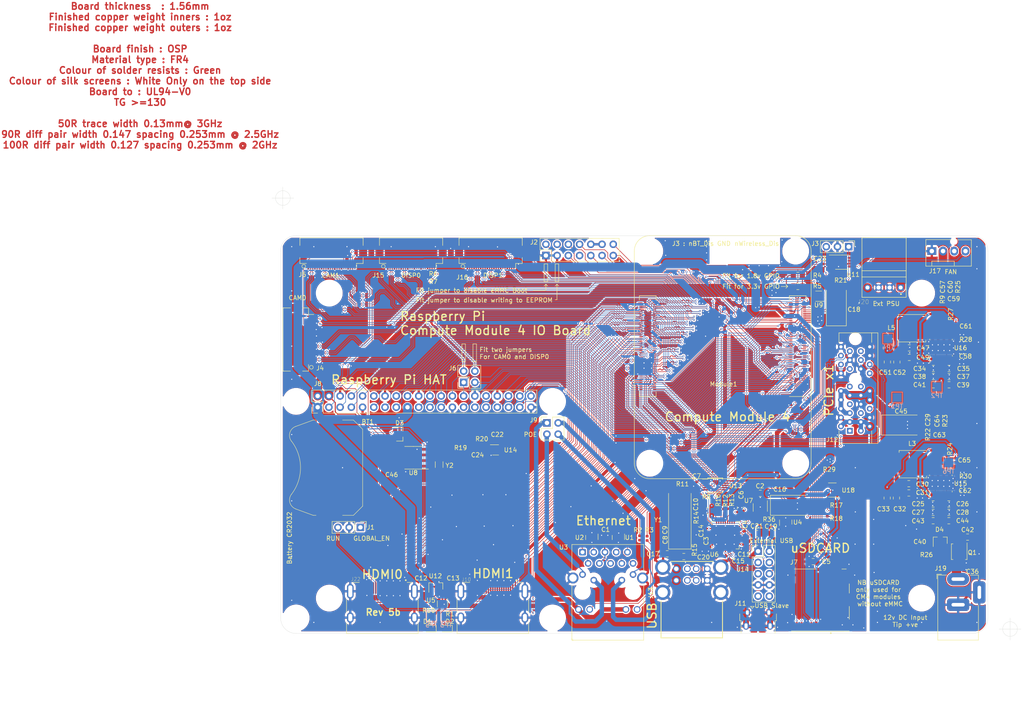
<source format=kicad_pcb>
(kicad_pcb (version 20200829) (generator pcbnew)
  (layers (0 "F.Cu" signal) (1 "In1.Cu" power) (2 "In2.Cu" power) (31 "B.Cu" signal) (34 "B.Paste" user) (35 "F.Paste" user) (36 "B.SilkS" user) (37 "F.SilkS" user) (38 "B.Mask" user) (39 "F.Mask" user) (44 "Edge.Cuts" user))
  (net 0 "")
  (net 1 "GND")
  (net 2 "Net-(BT1-Pad1)")
  (net 3 "Net-(C1-Pad1)")
  (net 4 "Net-(C8-Pad1)")
  (net 5 "Net-(C9-Pad1)")
  (net 6 "/CM4_HighSpeed/HDMI_5v")
  (net 7 "Net-(C24-Pad1)")
  (net 8 "/RTC , Wakeup, FAN/nRTC_INT")
  (net 9 "Net-(C29-Pad2)")
  (net 10 "Net-(C29-Pad1)")
  (net 11 "/PCIe-connector/+3.3v")
  (net 12 "/+12v")
  (net 13 "Net-(C36-Pad1)")
  (net 14 "/CM4_HighSpeed/CAM0_D0_N")
  (net 15 "/CM4_HighSpeed/CAM0_D0_P")
  (net 16 "/CM4_HighSpeed/CAM0_D1_N")
  (net 17 "/CM4_HighSpeed/CAM0_D1_P")
  (net 18 "/CM4_HighSpeed/CAM0_C_N")
  (net 19 "/CM4_HighSpeed/CAM0_C_P")
  (net 20 "/SDA0")
  (net 21 "/SCL0")
  (net 22 "/CM4_HighSpeed/CAM1_D3_P")
  (net 23 "/CM4_HighSpeed/CAM1_D3_N")
  (net 24 "/CM4_HighSpeed/CAM1_D2_P")
  (net 25 "/CM4_HighSpeed/CAM1_D2_N")
  (net 26 "/CM4_HighSpeed/CAM1_C_P")
  (net 27 "/CM4_HighSpeed/CAM1_C_N")
  (net 28 "/CM4_HighSpeed/CAM1_D1_P")
  (net 29 "/CM4_HighSpeed/CAM1_D1_N")
  (net 30 "/CM4_HighSpeed/CAM1_D0_P")
  (net 31 "/CM4_HighSpeed/CAM1_D0_N")
  (net 32 "/CM4_HighSpeed/DSI0_D0_N")
  (net 33 "/CM4_HighSpeed/DSI0_D0_P")
  (net 34 "/CM4_HighSpeed/DSI0_D1_N")
  (net 35 "/CM4_HighSpeed/DSI0_D1_P")
  (net 36 "/CM4_HighSpeed/DSI0_C_N")
  (net 37 "/CM4_HighSpeed/DSI0_C_P")
  (net 38 "/CM4_HighSpeed/DSI1_D3_P")
  (net 39 "/CM4_HighSpeed/DSI1_D3_N")
  (net 40 "/CM4_HighSpeed/DSI1_D2_P")
  (net 41 "/CM4_HighSpeed/DSI1_D2_N")
  (net 42 "/CM4_HighSpeed/DSI1_C_P")
  (net 43 "/CM4_HighSpeed/DSI1_C_N")
  (net 44 "/CM4_HighSpeed/DSI1_D1_P")
  (net 45 "/CM4_HighSpeed/DSI1_D1_N")
  (net 46 "/CM4_HighSpeed/DSI1_D0_P")
  (net 47 "/CM4_HighSpeed/DSI1_D0_N")
  (net 48 "/CM4_GPIO ( Ethernet, GPIO, SDCARD)/SD_DAT1")
  (net 49 "Net-(J7-Pad9)")
  (net 50 "/CM4_GPIO ( Ethernet, GPIO, SDCARD)/SD_DAT0")
  (net 51 "/CM4_GPIO ( Ethernet, GPIO, SDCARD)/SD_CLK")
  (net 52 "/CM4_GPIO ( Ethernet, GPIO, SDCARD)/SD_CMD")
  (net 53 "/CM4_GPIO ( Ethernet, GPIO, SDCARD)/SD_DAT3")
  (net 54 "/CM4_GPIO ( Ethernet, GPIO, SDCARD)/SD_DAT2")
  (net 55 "Net-(J7-Pad10)")
  (net 56 "/CM4_GPIO ( Ethernet, GPIO, SDCARD)/GPIO2")
  (net 57 "/CM4_GPIO ( Ethernet, GPIO, SDCARD)/GPIO3")
  (net 58 "/CM4_GPIO ( Ethernet, GPIO, SDCARD)/GPIO4")
  (net 59 "/CM4_GPIO ( Ethernet, GPIO, SDCARD)/GPIO14")
  (net 60 "/CM4_GPIO ( Ethernet, GPIO, SDCARD)/GPIO15")
  (net 61 "/CM4_GPIO ( Ethernet, GPIO, SDCARD)/GPIO17")
  (net 62 "/CM4_GPIO ( Ethernet, GPIO, SDCARD)/GPIO18")
  (net 63 "/CM4_GPIO ( Ethernet, GPIO, SDCARD)/GPIO27")
  (net 64 "/CM4_GPIO ( Ethernet, GPIO, SDCARD)/GPIO22")
  (net 65 "/CM4_GPIO ( Ethernet, GPIO, SDCARD)/GPIO23")
  (net 66 "/CM4_GPIO ( Ethernet, GPIO, SDCARD)/GPIO24")
  (net 67 "/CM4_GPIO ( Ethernet, GPIO, SDCARD)/GPIO10")
  (net 68 "/CM4_GPIO ( Ethernet, GPIO, SDCARD)/GPIO9")
  (net 69 "/CM4_GPIO ( Ethernet, GPIO, SDCARD)/GPIO25")
  (net 70 "/CM4_GPIO ( Ethernet, GPIO, SDCARD)/GPIO11")
  (net 71 "/CM4_GPIO ( Ethernet, GPIO, SDCARD)/GPIO8")
  (net 72 "/CM4_GPIO ( Ethernet, GPIO, SDCARD)/GPIO7")
  (net 73 "/CM4_GPIO ( Ethernet, GPIO, SDCARD)/GPIO5")
  (net 74 "/CM4_GPIO ( Ethernet, GPIO, SDCARD)/GPIO6")
  (net 75 "/CM4_GPIO ( Ethernet, GPIO, SDCARD)/GPIO12")
  (net 76 "/CM4_GPIO ( Ethernet, GPIO, SDCARD)/GPIO13")
  (net 77 "/CM4_GPIO ( Ethernet, GPIO, SDCARD)/GPIO16")
  (net 78 "/CM4_GPIO ( Ethernet, GPIO, SDCARD)/GPIO26")
  (net 79 "/CM4_GPIO ( Ethernet, GPIO, SDCARD)/GPIO20")
  (net 80 "/CM4_GPIO ( Ethernet, GPIO, SDCARD)/GPIO21")
  (net 81 "/CM4_GPIO ( Ethernet, GPIO, SDCARD)/TR1_TAP")
  (net 82 "/CM4_GPIO ( Ethernet, GPIO, SDCARD)/TR0_TAP")
  (net 83 "/CM4_GPIO ( Ethernet, GPIO, SDCARD)/TR3_TAP")
  (net 84 "/CM4_GPIO ( Ethernet, GPIO, SDCARD)/TR2_TAP")
  (net 85 "/CM4_HighSpeed/HDMI1_D2_P")
  (net 86 "/CM4_HighSpeed/HDMI1_D2_N")
  (net 87 "/CM4_HighSpeed/HDMI1_D1_P")
  (net 88 "/CM4_HighSpeed/HDMI1_D1_N")
  (net 89 "/CM4_HighSpeed/HDMI1_D0_P")
  (net 90 "/CM4_HighSpeed/HDMI1_D0_N")
  (net 91 "/CM4_HighSpeed/HDMI1_CK_P")
  (net 92 "/CM4_HighSpeed/HDMI1_CK_N")
  (net 93 "/CM4_HighSpeed/HDMI1_CEC")
  (net 94 "Net-(J10-Pad14)")
  (net 95 "/CM4_HighSpeed/HDMI1_SCL")
  (net 96 "/CM4_HighSpeed/HDMI1_SDA")
  (net 97 "/CM4_HighSpeed/HDMI1_HOTPLUG")
  (net 98 "Net-(J11-Pad1)")
  (net 99 "Net-(J12-PadA1)")
  (net 100 "Net-(J12-PadA7)")
  (net 101 "Net-(J12-PadB5)")
  (net 102 "Net-(J12-PadB6)")
  (net 103 "Net-(J12-PadB11)")
  (net 104 "Net-(J12-PadB17)")
  (net 105 "/USB2-HUB/HD2_N")
  (net 106 "/USB2-HUB/HD2_P")
  (net 107 "/USB2-HUB/HD1_N")
  (net 108 "/USB2-HUB/HD1_P")
  (net 109 "/USB2-HUB/HD3_P")
  (net 110 "/USB2-HUB/HD3_N")
  (net 111 "/USB2-HUB/HD4_P")
  (net 112 "/USB2-HUB/HD4_N")
  (net 113 "Net-(J17-Pad3)")
  (net 114 "Net-(J17-Pad4)")
  (net 115 "/CM4_HighSpeed/HDMI0_HOTPLUG")
  (net 116 "/CM4_HighSpeed/HDMI0_SDA")
  (net 117 "/CM4_HighSpeed/HDMI0_SCL")
  (net 118 "Net-(J22-Pad14)")
  (net 119 "/CM4_HighSpeed/HDMI0_CEC")
  (net 120 "/CM4_HighSpeed/HDMI0_CK_N")
  (net 121 "/CM4_HighSpeed/HDMI0_CK_P")
  (net 122 "/CM4_HighSpeed/HDMI0_D0_N")
  (net 123 "/CM4_HighSpeed/HDMI0_D0_P")
  (net 124 "/CM4_HighSpeed/HDMI0_D1_N")
  (net 125 "/CM4_HighSpeed/HDMI0_D1_P")
  (net 126 "/CM4_HighSpeed/HDMI0_D2_N")
  (net 127 "/CM4_HighSpeed/HDMI0_D2_P")
  (net 128 "Net-(L3-Pad1)")
  (net 129 "Net-(L5-Pad1)")
  (net 130 "/CM4_GPIO ( Ethernet, GPIO, SDCARD)/TRD1_P")
  (net 131 "/CM4_GPIO ( Ethernet, GPIO, SDCARD)/TRD3_N")
  (net 132 "/CM4_GPIO ( Ethernet, GPIO, SDCARD)/TRD1_N")
  (net 133 "/CM4_GPIO ( Ethernet, GPIO, SDCARD)/TRD2_N")
  (net 134 "/CM4_GPIO ( Ethernet, GPIO, SDCARD)/TRD0_N")
  (net 135 "/CM4_GPIO ( Ethernet, GPIO, SDCARD)/TRD2_P")
  (net 136 "/CM4_GPIO ( Ethernet, GPIO, SDCARD)/TRD0_P")
  (net 137 "/CM4_GPIO ( Ethernet, GPIO, SDCARD)/ETH_LEDG")
  (net 138 "/CM4_GPIO ( Ethernet, GPIO, SDCARD)/ETH_LEDY")
  (net 139 "Net-(Module1-Pad19)")
  (net 140 "Net-(Module1-Pad68)")
  (net 141 "Net-(Module1-Pad70)")
  (net 142 "Net-(Module1-Pad72)")
  (net 143 "Net-(Module1-Pad73)")
  (net 144 "/CM4_GPIO ( Ethernet, GPIO, SDCARD)/nPWR_LED")
  (net 145 "/nEXTRST")
  (net 146 "/USB2_N")
  (net 147 "Net-(Module1-Pad104)")
  (net 148 "/USB2_P")
  (net 149 "Net-(Module1-Pad106)")
  (net 150 "Net-(D2-Pad1)")
  (net 151 "Net-(R2-Pad1)")
  (net 152 "Net-(R3-Pad1)")
  (net 153 "Net-(D1-Pad1)")
  (net 154 "Net-(R10-Pad2)")
  (net 155 "Net-(R12-Pad1)")
  (net 156 "Net-(R13-Pad1)")
  (net 157 "Net-(R14-Pad1)")
  (net 158 "Net-(R15-Pad2)")
  (net 159 "Net-(R16-Pad1)")
  (net 160 "Net-(U6-Pad11)")
  (net 161 "/USB2-HUB/PWR1")
  (net 162 "/USB2-HUB/nOCS1")
  (net 163 "Net-(U6-Pad14)")
  (net 164 "Net-(U6-Pad34)")
  (net 165 "Net-(U11-Pad7)")
  (net 166 "Net-(U11-Pad8)")
  (net 167 "/CM4_GPIO ( Ethernet, GPIO, SDCARD)/TRD3_P")
  (net 168 "Net-(J14-Pad10)")
  (net 169 "Net-(J14-Pad9)")
  (net 170 "/CM4_GPIO ( Ethernet, GPIO, SDCARD)/WL_nDis")
  (net 171 "/CM4_GPIO ( Ethernet, GPIO, SDCARD)/GPIO19")
  (net 172 "/+3.3v")
  (net 173 "/USB2-HUB/USBD_P")
  (net 174 "/USB2-HUB/USBD_N")
  (net 175 "/USB2-HUB/USBH_N")
  (net 176 "/USB2-HUB/USBH_P")
  (net 177 "/CM4_GPIO ( Ethernet, GPIO, SDCARD)/SD_PWR")
  (net 178 "/USBOTG")
  (net 179 "/CM4_GPIO ( Ethernet, GPIO, SDCARD)/SD_PWR_ON")
  (net 180 "Net-(U18-Pad3)")
  (net 181 "Net-(R36-Pad1)")
  (net 182 "/CAM_GPIO")
  (net 183 "/ID_SC")
  (net 184 "/ID_SD")
  (net 185 "/PCIE_nRST")
  (net 186 "/PCIE_CLK_P")
  (net 187 "/PCIE_CLK_N")
  (net 188 "/PCIE_RX_P")
  (net 189 "/PCIE_RX_N")
  (net 190 "/PCIE_CLK_nREQ")
  (net 191 "/PCIE_TX_P")
  (net 192 "/PCIE_TX_N")
  (net 193 "Net-(Module1-Pad64)")
  (net 194 "Net-(Module1-Pad21)")
  (net 195 "Net-(C40-Pad2)")
  (net 196 "Net-(C57-Pad2)")
  (net 197 "Net-(C57-Pad1)")
  (net 198 "Net-(C58-Pad1)")
  (net 199 "Net-(C59-Pad1)")
  (net 200 "Net-(C60-Pad1)")
  (net 201 "Net-(C61-Pad2)")
  (net 202 "Net-(C62-Pad1)")
  (net 203 "Net-(C63-Pad1)")
  (net 204 "Net-(C64-Pad1)")
  (net 205 "Net-(C65-Pad2)")
  (net 206 "/USB2-HUB/VBUS")
  (net 207 "/CM4_HighSpeed/SCL1")
  (net 208 "/CM4_HighSpeed/SDA1")
  (net 209 "/GPIO_VREF")
  (net 210 "Net-(U4-Pad1)")
  (net 211 "Net-(U4-Pad2)")
  (net 212 "Net-(U6-Pad16)")
  (net 213 "Net-(U6-Pad18)")
  (net 214 "Net-(U6-Pad20)")
  (net 215 "/CM4_GPIO ( Ethernet, GPIO, SDCARD)/SYNC_OUT")
  (net 216 "/CM4_GPIO ( Ethernet, GPIO, SDCARD)/SYNC_IN")
  (net 217 "/CM4_GPIO ( Ethernet, GPIO, SDCARD)/AIN0")
  (net 218 "/CM4_GPIO ( Ethernet, GPIO, SDCARD)/AIN1")
  (net 219 "/CM4_GPIO ( Ethernet, GPIO, SDCARD)/+1.8v")
  (net 220 "/CM4_GPIO ( Ethernet, GPIO, SDCARD)/RUN_PG")
  (net 221 "Net-(J2-Pad13)")
  (net 222 "/CM4_GPIO ( Ethernet, GPIO, SDCARD)/EEPROM_nWP")
  (net 223 "/TV_OUT")
  (net 224 "Net-(U8-Pad7)")
  (net 225 "Net-(U8-Pad2)")
  (net 226 "Net-(U8-Pad1)")
  (net 227 "/+5v")
  (net 228 "/GLOBAL_EN")
  (net 229 "/CM4_GPIO ( Ethernet, GPIO, SDCARD)/nRPIBOOT")
  (net 230 "Net-(J4-Pad18)")
  (net 231 "Net-(J4-Pad15)")
  (net 232 "Net-(J4-Pad14)")
  (net 233 "Net-(J4-Pad12)")
  (net 234 "Net-(J4-Pad11)")
  (net 235 "Net-(J5-Pad18)")
  (net 236 "Net-(J15-Pad18)")
  (net 237 "Net-(J15-Pad17)")
  (net 238 "Net-(J15-Pad15)")
  (net 239 "Net-(J15-Pad14)")
  (net 240 "Net-(J15-Pad12)")
  (net 241 "Net-(J15-Pad11)")
  (net 242 "Net-(J16-Pad18)")
  (net 243 "Net-(J16-Pad17)")
  (net 244 "/CM4_GPIO ( Ethernet, GPIO, SDCARD)/BT_nDis")
  (net 245 "Net-(J11-Pad4)")
  (net 246 "/CM4_GPIO ( Ethernet, GPIO, SDCARD)/SD_DET")
  (net 247 "Net-(C46-Pad1)")
  (module "Battery:BatteryHolder_Keystone_3034_1x20mm" (layer "F.Cu") (at 90 122.5 -90)
    (fp_text reference "BT1" (at -10.4 -8.7) (layer "F.SilkS"))
    (fp_text value "Battery_Cell")
    (pad "1" smd rect (at -10.985 0 270) (size 1.27 5.08) (layers "F.Cu" "F.Paste" "F.Mask") (net 2 "Net-(BT1-Pad1)"))
    (pad "1" smd rect (at 10.985 0 270) (size 1.27 5.08) (layers "F.Cu" "F.Paste" "F.Mask") (net 2 "Net-(BT1-Pad1)"))
    (pad "2" smd rect (at 0 0 270) (size 3.96 3.96) (layers "F.Cu" "F.Paste" "F.Mask") (net 1 "GND"))
  )
  (module "Capacitor_SMD:C_0402_1005Metric" (layer "F.Cu") (at 152.3 138.3 90)
    (fp_text reference "C1" (at 1.8 0.2 180) (layer "F.SilkS"))
    (fp_text value "100n")
    (pad "1" smd roundrect (at -0.485 0 90) (size 0.59 0.64) (layers "F.Cu" "F.Paste" "F.Mask") (net 3 "Net-(C1-Pad1)"))
    (pad "2" smd roundrect (at 0.485 0 90) (size 0.59 0.64) (layers "F.Cu" "F.Paste" "F.Mask") (net 1 "GND"))
  )
  (module "Capacitor_SMD:C_0805_2012Metric" (layer "F.Cu") (at 199.45 143.75 180)
    (fp_text reference "C5" (at -3 0) (layer "F.SilkS"))
    (fp_text value "10u")
    (pad "1" smd roundrect (at -0.9375 0 180) (size 0.975 1.4) (layers "F.Cu" "F.Paste" "F.Mask") (net 177 "/CM4_GPIO ( Ethernet, GPIO, SDCARD)/SD_PWR"))
    (pad "2" smd roundrect (at 0.9375 0 180) (size 0.975 1.4) (layers "F.Cu" "F.Paste" "F.Mask") (net 1 "GND"))
  )
  (module "Capacitor_SMD:C_0402_1005Metric" (layer "F.Cu") (at 111.55 149.5 90)
    (fp_text reference "C12" (at 2 -0.8 180) (layer "F.SilkS"))
    (fp_text value "100n")
    (pad "1" smd roundrect (at -0.485 0 90) (size 0.59 0.64) (layers "F.Cu" "F.Paste" "F.Mask") (net 227 "/+5v"))
    (pad "2" smd roundrect (at 0.485 0 90) (size 0.59 0.64) (layers "F.Cu" "F.Paste" "F.Mask") (net 1 "GND"))
  )
  (module "Capacitor_SMD:C_0402_1005Metric" (layer "F.Cu") (at 117 149.6 90)
    (fp_text reference "C13" (at 2.1 1 180) (layer "F.SilkS"))
    (fp_text value "100n")
    (pad "1" smd roundrect (at -0.485 0 90) (size 0.59 0.64) (layers "F.Cu" "F.Paste" "F.Mask") (net 6 "/CM4_HighSpeed/HDMI_5v"))
    (pad "2" smd roundrect (at 0.485 0 90) (size 0.59 0.64) (layers "F.Cu" "F.Paste" "F.Mask") (net 1 "GND"))
  )
  (module "Capacitor_SMD:C_0402_1005Metric" (layer "F.Cu") (at 201.7 76.9 -90)
    (fp_text reference "C23" (at -1.7 0.7 180) (layer "F.SilkS"))
    (fp_text value "100n")
    (pad "1" smd roundrect (at -0.485 0 270) (size 0.59 0.64) (layers "F.Cu" "F.Paste" "F.Mask") (net 172 "/+3.3v"))
    (pad "2" smd roundrect (at 0.485 0 270) (size 0.59 0.64) (layers "F.Cu" "F.Paste" "F.Mask") (net 1 "GND"))
  )
  (module "Capacitor_SMD:C_0402_1005Metric" (layer "F.Cu") (at 233.6 144.8)
    (fp_text reference "C36" (at 1.9 1.2) (layer "F.SilkS"))
    (fp_text value "100n 100v")
    (pad "1" smd roundrect (at -0.485 0) (size 0.59 0.64) (layers "F.Cu" "F.Paste" "F.Mask") (net 13 "Net-(C36-Pad1)"))
    (pad "2" smd roundrect (at 0.485 0) (size 0.59 0.64) (layers "F.Cu" "F.Paste" "F.Mask") (net 1 "GND"))
  )
  (module "Capacitor_SMD:C_0805_2012Metric" (layer "F.Cu") (at 221.2 95.4)
    (fp_text reference "C47" (at 3.1 0.05) (layer "F.SilkS"))
    (fp_text value "10u")
    (pad "1" smd roundrect (at -0.9375 0) (size 0.975 1.4) (layers "F.Cu" "F.Paste" "F.Mask") (net 227 "/+5v"))
    (pad "2" smd roundrect (at 0.9375 0) (size 0.975 1.4) (layers "F.Cu" "F.Paste" "F.Mask") (net 1 "GND"))
  )
  (module "Capacitor_SMD:C_0805_2012Metric" (layer "F.Cu") (at 221.2 97.55)
    (fp_text reference "C49" (at 3.05 0) (layer "F.SilkS"))
    (fp_text value "10u")
    (pad "1" smd roundrect (at -0.9375 0) (size 0.975 1.4) (layers "F.Cu" "F.Paste" "F.Mask") (net 227 "/+5v"))
    (pad "2" smd roundrect (at 0.9375 0) (size 0.975 1.4) (layers "F.Cu" "F.Paste" "F.Mask") (net 1 "GND"))
  )
  (module "Capacitor_SMD:C_0805_2012Metric" (layer "F.Cu") (at 216.25 98.5875 -90)
    (fp_text reference "C51" (at 2.3625 0.45 180) (layer "F.SilkS"))
    (fp_text value "10u")
    (pad "1" smd roundrect (at -0.9375 0 270) (size 0.975 1.4) (layers "F.Cu" "F.Paste" "F.Mask") (net 227 "/+5v"))
    (pad "2" smd roundrect (at 0.9375 0 270) (size 0.975 1.4) (layers "F.Cu" "F.Paste" "F.Mask") (net 1 "GND"))
  )
  (module "Capacitor_SMD:C_0805_2012Metric" (layer "F.Cu") (at 218.4 98.6 -90)
    (fp_text reference "C52" (at 2.35 -0.6 180) (layer "F.SilkS"))
    (fp_text value "10u")
    (pad "1" smd roundrect (at -0.9375 0 270) (size 0.975 1.4) (layers "F.Cu" "F.Paste" "F.Mask") (net 227 "/+5v"))
    (pad "2" smd roundrect (at 0.9375 0 270) (size 0.975 1.4) (layers "F.Cu" "F.Paste" "F.Mask") (net 1 "GND"))
  )
  (module "AP2100:Hirose_FH12-22S-0.5SH_1x22-1MP_P0.50mm_Horizontal" (layer "F.Cu") (at 90.5 75 180)
    (fp_text reference "J5" (at 6.575 -3.825) (layer "F.SilkS"))
    (fp_text value "Conn_01x22_Female")
    (pad "1" smd rect (at 5.25 -1.85 180) (size 0.3 1.3) (layers "F.Cu" "F.Paste" "F.Mask") (net 1 "GND"))
    (pad "2" smd rect (at 4.75 -1.85 180) (size 0.3 1.3) (layers "F.Cu" "F.Paste" "F.Mask") (net 31 "/CM4_HighSpeed/CAM1_D0_N"))
    (pad "3" smd rect (at 4.25 -1.85 180) (size 0.3 1.3) (layers "F.Cu" "F.Paste" "F.Mask") (net 30 "/CM4_HighSpeed/CAM1_D0_P"))
    (pad "4" smd rect (at 3.75 -1.85 180) (size 0.3 1.3) (layers "F.Cu" "F.Paste" "F.Mask") (net 1 "GND"))
    (pad "5" smd rect (at 3.25 -1.85 180) (size 0.3 1.3) (layers "F.Cu" "F.Paste" "F.Mask") (net 29 "/CM4_HighSpeed/CAM1_D1_N"))
    (pad "6" smd rect (at 2.75 -1.85 180) (size 0.3 1.3) (layers "F.Cu" "F.Paste" "F.Mask") (net 28 "/CM4_HighSpeed/CAM1_D1_P"))
    (pad "7" smd rect (at 2.25 -1.85 180) (size 0.3 1.3) (layers "F.Cu" "F.Paste" "F.Mask") (net 1 "GND"))
    (pad "8" smd rect (at 1.75 -1.85 180) (size 0.3 1.3) (layers "F.Cu" "F.Paste" "F.Mask") (net 27 "/CM4_HighSpeed/CAM1_C_N"))
    (pad "9" smd rect (at 1.25 -1.85 180) (size 0.3 1.3) (layers "F.Cu" "F.Paste" "F.Mask") (net 26 "/CM4_HighSpeed/CAM1_C_P"))
    (pad "10" smd rect (at 0.75 -1.85 180) (size 0.3 1.3) (layers "F.Cu" "F.Paste" "F.Mask") (net 1 "GND"))
    (pad "11" smd rect (at 0.25 -1.85 180) (size 0.3 1.3) (layers "F.Cu" "F.Paste" "F.Mask") (net 25 "/CM4_HighSpeed/CAM1_D2_N"))
    (pad "12" smd rect (at -0.25 -1.85 180) (size 0.3 1.3) (layers "F.Cu" "F.Paste" "F.Mask") (net 24 "/CM4_HighSpeed/CAM1_D2_P"))
    (pad "13" smd rect (at -0.75 -1.85 180) (size 0.3 1.3) (layers "F.Cu" "F.Paste" "F.Mask") (net 1 "GND"))
    (pad "14" smd rect (at -1.25 -1.85 180) (size 0.3 1.3) (layers "F.Cu" "F.Paste" "F.Mask") (net 23 "/CM4_HighSpeed/CAM1_D3_N"))
    (pad "15" smd rect (at -1.75 -1.85 180) (size 0.3 1.3) (layers "F.Cu" "F.Paste" "F.Mask") (net 22 "/CM4_HighSpeed/CAM1_D3_P"))
    (pad "16" smd rect (at -2.25 -1.85 180) (size 0.3 1.3) (layers "F.Cu" "F.Paste" "F.Mask") (net 1 "GND"))
    (pad "17" smd rect (at -2.75 -1.85 180) (size 0.3 1.3) (layers "F.Cu" "F.Paste" "F.Mask") (net 182 "/CAM_GPIO"))
    (pad "18" smd rect (at -3.25 -1.85 180) (size 0.3 1.3) (layers "F.Cu" "F.Paste" "F.Mask") (net 235 "Net-(J5-Pad18)"))
    (pad "19" smd rect (at -3.75 -1.85 180) (size 0.3 1.3) (layers "F.Cu" "F.Paste" "F.Mask") (net 1 "GND"))
    (pad "20" smd rect (at -4.25 -1.85 180) (size 0.3 1.3) (layers "F.Cu" "F.Paste" "F.Mask") (net 21 "/SCL0"))
    (pad "21" smd rect (at -4.75 -1.85 180) (size 0.3 1.3) (layers "F.Cu" "F.Paste" "F.Mask") (net 20 "/SDA0"))
    (pad "22" smd rect (at -5.25 -1.85 180) (size 0.3 1.3) (layers "F.Cu" "F.Paste" "F.Mask") (net 172 "/+3.3v"))
    (pad "MP" smd rect (at 7.15 1.4 180) (size 1.8 2.2) (layers "F.Cu" "F.Paste" "F.Mask"))
    (pad "MP" smd rect (at -7.15 1.4 180) (size 1.8 2.2) (layers "F.Cu" "F.Paste" "F.Mask"))
  )
  (module "AP2100:Hirose_FH12-22S-0.5SH_1x22-1MP_P0.50mm_Horizontal" (layer "F.Cu") (at 126.5 75 180)
    (fp_text reference "J16" (at 6.425 -4.425) (layer "F.SilkS"))
    (fp_text value "Conn_01x22_Female")
    (pad "1" smd rect (at 5.25 -1.85 180) (size 0.3 1.3) (layers "F.Cu" "F.Paste" "F.Mask") (net 1 "GND"))
    (pad "2" smd rect (at 4.75 -1.85 180) (size 0.3 1.3) (layers "F.Cu" "F.Paste" "F.Mask") (net 47 "/CM4_HighSpeed/DSI1_D0_N"))
    (pad "3" smd rect (at 4.25 -1.85 180) (size 0.3 1.3) (layers "F.Cu" "F.Paste" "F.Mask") (net 46 "/CM4_HighSpeed/DSI1_D0_P"))
    (pad "4" smd rect (at 3.75 -1.85 180) (size 0.3 1.3) (layers "F.Cu" "F.Paste" "F.Mask") (net 1 "GND"))
    (pad "5" smd rect (at 3.25 -1.85 180) (size 0.3 1.3) (layers "F.Cu" "F.Paste" "F.Mask") (net 45 "/CM4_HighSpeed/DSI1_D1_N"))
    (pad "6" smd rect (at 2.75 -1.85 180) (size 0.3 1.3) (layers "F.Cu" "F.Paste" "F.Mask") (net 44 "/CM4_HighSpeed/DSI1_D1_P"))
    (pad "7" smd rect (at 2.25 -1.85 180) (size 0.3 1.3) (layers "F.Cu" "F.Paste" "F.Mask") (net 1 "GND"))
    (pad "8" smd rect (at 1.75 -1.85 180) (size 0.3 1.3) (layers "F.Cu" "F.Paste" "F.Mask") (net 43 "/CM4_HighSpeed/DSI1_C_N"))
    (pad "9" smd rect (at 1.25 -1.85 180) (size 0.3 1.3) (layers "F.Cu" "F.Paste" "F.Mask") (net 42 "/CM4_HighSpeed/DSI1_C_P"))
    (pad "10" smd rect (at 0.75 -1.85 180) (size 0.3 1.3) (layers "F.Cu" "F.Paste" "F.Mask") (net 1 "GND"))
    (pad "11" smd rect (at 0.25 -1.85 180) (size 0.3 1.3) (layers "F.Cu" "F.Paste" "F.Mask") (net 41 "/CM4_HighSpeed/DSI1_D2_N"))
    (pad "12" smd rect (at -0.25 -1.85 180) (size 0.3 1.3) (layers "F.Cu" "F.Paste" "F.Mask") (net 40 "/CM4_HighSpeed/DSI1_D2_P"))
    (pad "13" smd rect (at -0.75 -1.85 180) (size 0.3 1.3) (layers "F.Cu" "F.Paste" "F.Mask") (net 1 "GND"))
    (pad "14" smd rect (at -1.25 -1.85 180) (size 0.3 1.3) (layers "F.Cu" "F.Paste" "F.Mask") (net 39 "/CM4_HighSpeed/DSI1_D3_N"))
    (pad "15" smd rect (at -1.75 -1.85 180) (size 0.3 1.3) (layers "F.Cu" "F.Paste" "F.Mask") (net 38 "/CM4_HighSpeed/DSI1_D3_P"))
    (pad "16" smd rect (at -2.25 -1.85 180) (size 0.3 1.3) (layers "F.Cu" "F.Paste" "F.Mask") (net 1 "GND"))
    (pad "17" smd rect (at -2.75 -1.85 180) (size 0.3 1.3) (layers "F.Cu" "F.Paste" "F.Mask") (net 243 "Net-(J16-Pad17)"))
    (pad "18" smd rect (at -3.25 -1.85 180) (size 0.3 1.3) (layers "F.Cu" "F.Paste" "F.Mask") (net 242 "Net-(J16-Pad18)"))
    (pad "19" smd rect (at -3.75 -1.85 180) (size 0.3 1.3) (layers "F.Cu" "F.Paste" "F.Mask") (net 1 "GND"))
    (pad "20" smd rect (at -4.25 -1.85 180) (size 0.3 1.3) (layers "F.Cu" "F.Paste" "F.Mask") (net 21 "/SCL0"))
    (pad "21" smd rect (at -4.75 -1.85 180) (size 0.3 1.3) (layers "F.Cu" "F.Paste" "F.Mask") (net 20 "/SDA0"))
    (pad "22" smd rect (at -5.25 -1.85 180) (size 0.3 1.3) (layers "F.Cu" "F.Paste" "F.Mask") (net 172 "/+3.3v"))
    (pad "MP" smd rect (at 7.15 1.4 180) (size 1.8 2.2) (layers "F.Cu" "F.Paste" "F.Mask"))
    (pad "MP" smd rect (at -7.15 1.4 180) (size 1.8 2.2) (layers "F.Cu" "F.Paste" "F.Mask"))
  )
  (module "Connector_PinHeader_2.54mm:PinHeader_1x03_P2.54mm_Vertical" (layer "F.Cu") (at 97.04 136 -90)
    (fp_text reference "J1" (at 0 -2.33) (layer "F.SilkS"))
    (fp_text value "Conn_01x03")
    (pad "1" thru_hole rect (at 0 0 270) (size 1.7 1.7) (drill 1) (layers *.Cu *.Mask) (net 228 "/GLOBAL_EN"))
    (pad "2" thru_hole oval (at 0 2.54) (size 1.7 1.7) (drill 1) (layers *.Cu *.Mask) (net 1 "GND"))
    (pad "3" thru_hole oval (at 0 5.08 270) (size 1.7 1.7) (drill 1) (layers *.Cu *.Mask) (net 220 "/CM4_GPIO ( Ethernet, GPIO, SDCARD)/RUN_PG"))
  )
  (module "Resistor_SMD:R_0402_1005Metric" (layer "F.Cu") (at 113.6 156.4 90)
    (fp_text reference "R10" (at 1.6 -1.1 180) (layer "F.SilkS"))
    (fp_text value "1k")
    (pad "1" smd roundrect (at -0.485 0 90) (size 0.59 0.64) (layers "F.Cu" "F.Paste" "F.Mask") (net 153 "Net-(D1-Pad1)"))
    (pad "2" smd roundrect (at 0.485 0 90) (size 0.59 0.64) (layers "F.Cu" "F.Paste" "F.Mask") (net 154 "Net-(R10-Pad2)"))
  )
  (module "Resistor_SMD:R_0402_1005Metric" (layer "F.Cu") (at 171.8 126.2 -90)
    (fp_text reference "R11" (at 0 1.9 180) (layer "F.SilkS"))
    (fp_text value "2.2K 1%")
    (pad "1" smd roundrect (at -0.485 0 270) (size 0.59 0.64) (layers "F.Cu" "F.Paste" "F.Mask") (net 178 "/USBOTG"))
    (pad "2" smd roundrect (at 0.485 0 270) (size 0.59 0.64) (layers "F.Cu" "F.Paste" "F.Mask") (net 1 "GND"))
  )
  (module "Resistor_SMD:R_0402_1005Metric" (layer "F.Cu") (at 205.9 78.7 180)
    (fp_text reference "R21" (at 0.2 -1.4) (layer "F.SilkS"))
    (fp_text value "36K 1%")
    (pad "1" smd roundrect (at -0.485 0 180) (size 0.59 0.64) (layers "F.Cu" "F.Paste" "F.Mask") (net 113 "Net-(J17-Pad3)"))
    (pad "2" smd roundrect (at 0.485 0 180) (size 0.59 0.64) (layers "F.Cu" "F.Paste" "F.Mask") (net 172 "/+3.3v"))
  )
  (module "Package_SON:USON-10_2.5x1.0mm_P0.5mm" (layer "F.Cu") (at 155.4 138.285 -90)
    (fp_text reference "U1" (at 0.01829 -2.5 180) (layer "F.SilkS"))
    (fp_text value "TPD4EUSB30")
    (pad "1" smd rect (at -0.385 -1 180) (size 0.3 0.55) (layers "F.Cu" "F.Paste" "F.Mask") (net 167 "/CM4_GPIO ( Ethernet, GPIO, SDCARD)/TRD3_P"))
    (pad "2" smd rect (at -0.385 -0.5 180) (size 0.3 0.55) (layers "F.Cu" "F.Paste" "F.Mask") (net 131 "/CM4_GPIO ( Ethernet, GPIO, SDCARD)/TRD3_N"))
    (pad "3" smd rect (at -0.385 0 180) (size 0.4 0.55) (layers "F.Cu" "F.Paste" "F.Mask") (net 1 "GND"))
    (pad "4" smd rect (at -0.385 0.5 180) (size 0.3 0.55) (layers "F.Cu" "F.Paste" "F.Mask") (net 133 "/CM4_GPIO ( Ethernet, GPIO, SDCARD)/TRD2_N"))
    (pad "5" smd rect (at -0.385 1 180) (size 0.3 0.55) (layers "F.Cu" "F.Paste" "F.Mask") (net 135 "/CM4_GPIO ( Ethernet, GPIO, SDCARD)/TRD2_P"))
    (pad "6" smd rect (at 0.385 1 180) (size 0.3 0.55) (layers "F.Cu" "F.Paste" "F.Mask") (net 135 "/CM4_GPIO ( Ethernet, GPIO, SDCARD)/TRD2_P"))
    (pad "7" smd rect (at 0.385 0.5 180) (size 0.3 0.55) (layers "F.Cu" "F.Paste" "F.Mask") (net 133 "/CM4_GPIO ( Ethernet, GPIO, SDCARD)/TRD2_N"))
    (pad "8" smd rect (at 0.385 0 180) (size 0.4 0.55) (layers "F.Cu" "F.Paste" "F.Mask") (net 1 "GND"))
    (pad "9" smd rect (at 0.385 -0.5 180) (size 0.3 0.55) (layers "F.Cu" "F.Paste" "F.Mask") (net 131 "/CM4_GPIO ( Ethernet, GPIO, SDCARD)/TRD3_N"))
    (pad "10" smd rect (at 0.385 -1 180) (size 0.3 0.55) (layers "F.Cu" "F.Paste" "F.Mask") (net 167 "/CM4_GPIO ( Ethernet, GPIO, SDCARD)/TRD3_P"))
  )
  (module "Package_TO_SOT_SMD:SOT-23" (layer "F.Cu") (at 114.1 149.3 90)
    (fp_text reference "U12" (at 2.3 -0.1 180) (layer "F.SilkS"))
    (fp_text value "RT9742SNGV")
    (pad "1" smd rect (at -1 -0.95 90) (size 0.9 0.8) (layers "F.Cu" "F.Paste" "F.Mask") (net 227 "/+5v"))
    (pad "2" smd rect (at -1 0.95 90) (size 0.9 0.8) (layers "F.Cu" "F.Paste" "F.Mask") (net 6 "/CM4_HighSpeed/HDMI_5v"))
    (pad "3" smd rect (at 1 0 90) (size 0.9 0.8) (layers "F.Cu" "F.Paste" "F.Mask") (net 1 "GND"))
  )
  (module "Connector_PinHeader_2.54mm:PinHeader_2x20_P2.54mm_Vertical" (layer "F.Cu") (at 87.37 108.82 90)
    (fp_text reference "J8" (at 5.32 0.03 180) (layer "F.SilkS"))
    (fp_text value "THD-20-R")
    (pad "1" thru_hole rect (at 0 0 90) (size 1.7 1.7) (drill 1) (layers *.Cu *.Mask) (net 172 "/+3.3v"))
    (pad "2" thru_hole oval (at 2.54 0 90) (size 1.7 1.7) (drill 1) (layers *.Cu *.Mask) (net 227 "/+5v"))
    (pad "3" thru_hole oval (at 0 2.54 90) (size 1.7 1.7) (drill 1) (layers *.Cu *.Mask) (net 56 "/CM4_GPIO ( Ethernet, GPIO, SDCARD)/GPIO2"))
    (pad "4" thru_hole oval (at 2.54 2.54 90) (size 1.7 1.7) (drill 1) (layers *.Cu *.Mask) (net 227 "/+5v"))
    (pad "5" thru_hole oval (at 0 5.08 90) (size 1.7 1.7) (drill 1) (layers *.Cu *.Mask) (net 57 "/CM4_GPIO ( Ethernet, GPIO, SDCARD)/GPIO3"))
    (pad "6" thru_hole oval (at 2.54 5.08) (size 1.7 1.7) (drill 1) (layers *.Cu *.Mask) (net 1 "GND"))
    (pad "7" thru_hole oval (at 0 7.62 90) (size 1.7 1.7) (drill 1) (layers *.Cu *.Mask) (net 58 "/CM4_GPIO ( Ethernet, GPIO, SDCARD)/GPIO4"))
    (pad "8" thru_hole oval (at 2.54 7.62 90) (size 1.7 1.7) (drill 1) (layers *.Cu *.Mask) (net 59 "/CM4_GPIO ( Ethernet, GPIO, SDCARD)/GPIO14"))
    (pad "9" thru_hole oval (at 0 10.16) (size 1.7 1.7) (drill 1) (layers *.Cu *.Mask) (net 1 "GND"))
    (pad "10" thru_hole oval (at 2.54 10.16 90) (size 1.7 1.7) (drill 1) (layers *.Cu *.Mask) (net 60 "/CM4_GPIO ( Ethernet, GPIO, SDCARD)/GPIO15"))
    (pad "11" thru_hole oval (at 0 12.7 90) (size 1.7 1.7) (drill 1) (layers *.Cu *.Mask) (net 61 "/CM4_GPIO ( Ethernet, GPIO, SDCARD)/GPIO17"))
    (pad "12" thru_hole oval (at 2.54 12.7 90) (size 1.7 1.7) (drill 1) (layers *.Cu *.Mask) (net 62 "/CM4_GPIO ( Ethernet, GPIO, SDCARD)/GPIO18"))
    (pad "13" thru_hole oval (at 0 15.24 90) (size 1.7 1.7) (drill 1) (layers *.Cu *.Mask) (net 63 "/CM4_GPIO ( Ethernet, GPIO, SDCARD)/GPIO27"))
    (pad "14" thru_hole oval (at 2.54 15.24) (size 1.7 1.7) (drill 1) (layers *.Cu *.Mask) (net 1 "GND"))
    (pad "15" thru_hole oval (at 0 17.78 90) (size 1.7 1.7) (drill 1) (layers *.Cu *.Mask) (net 64 "/CM4_GPIO ( Ethernet, GPIO, SDCARD)/GPIO22"))
    (pad "16" thru_hole oval (at 2.54 17.78 90) (size 1.7 1.7) (drill 1) (layers *.Cu *.Mask) (net 65 "/CM4_GPIO ( Ethernet, GPIO, SDCARD)/GPIO23"))
    (pad "17" thru_hole oval (at 0 20.32 90) (size 1.7 1.7) (drill 1) (layers *.Cu *.Mask) (net 172 "/+3.3v"))
    (pad "18" thru_hole oval (at 2.54 20.32 90) (size 1.7 1.7) (drill 1) (layers *.Cu *.Mask) (net 66 "/CM4_GPIO ( Ethernet, GPIO, SDCARD)/GPIO24"))
    (pad "19" thru_hole oval (at 0 22.86 90) (size 1.7 1.7) (drill 1) (layers *.Cu *.Mask) (net 67 "/CM4_GPIO ( Ethernet, GPIO, SDCARD)/GPIO10"))
    (pad "20" thru_hole oval (at 2.54 22.86) (size 1.7 1.7) (drill 1) (layers *.Cu *.Mask) (net 1 "GND"))
    (pad "21" thru_hole oval (at 0 25.4 90) (size 1.7 1.7) (drill 1) (layers *.Cu *.Mask) (net 68 "/CM4_GPIO ( Ethernet, GPIO, SDCARD)/GPIO9"))
    (pad "22" thru_hole oval (at 2.54 25.4 90) (size 1.7 1.7) (drill 1) (layers *.Cu *.Mask) (net 69 "/CM4_GPIO ( Ethernet, GPIO, SDCARD)/GPIO25"))
    (pad "23" thru_hole oval (at 0 27.94 90) (size 1.7 1.7) (drill 1) (layers *.Cu *.Mask) (net 70 "/CM4_GPIO ( Ethernet, GPIO, SDCARD)/GPIO11"))
    (pad "24" thru_hole oval (at 2.54 27.94 90) (size 1.7 1.7) (drill 1) (layers *.Cu *.Mask) (net 71 "/CM4_GPIO ( Ethernet, GPIO, SDCARD)/GPIO8"))
    (pad "25" thru_hole oval (at 0 30.48 90) (size 1.7 1.7) (drill 1) (layers *.Cu *.Mask) (net 1 "GND"))
    (pad "26" thru_hole oval (at 2.54 30.48 90) (size 1.7 1.7) (drill 1) (layers *.Cu *.Mask) (net 72 "/CM4_GPIO ( Ethernet, GPIO, SDCARD)/GPIO7"))
    (pad "27" thru_hole oval (at 0 33.02 90) (size 1.7 1.7) (drill 1) (layers *.Cu *.Mask) (net 184 "/ID_SD"))
    (pad "28" thru_hole oval (at 2.54 33.02 90) (size 1.7 1.7) (drill 1) (layers *.Cu *.Mask) (net 183 "/ID_SC"))
    (pad "29" thru_hole oval (at 0 35.56 90) (size 1.7 1.7) (drill 1) (layers *.Cu *.Mask) (net 73 "/CM4_GPIO ( Ethernet, GPIO, SDCARD)/GPIO5"))
    (pad "30" thru_hole oval (at 2.54 35.56 90) (size 1.7 1.7) (drill 1) (layers *.Cu *.Mask) (net 1 "GND"))
    (pad "31" thru_hole oval (at 0 38.1 90) (size 1.7 1.7) (drill 1) (layers *.Cu *.Mask) (net 74 "/CM4_GPIO ( Ethernet, GPIO, SDCARD)/GPIO6"))
    (pad "32" thru_hole oval (at 2.54 38.1 90) (size 1.7 1.7) (drill 1) (layers *.Cu *.Mask) (net 75 "/CM4_GPIO ( Ethernet, GPIO, SDCARD)/GPIO12"))
    (pad "33" thru_hole oval (at 0 40.64 90) (size 1.7 1.7) (drill 1) (layers *.Cu *.Mask) (net 76 "/CM4_GPIO ( Ethernet, GPIO, SDCARD)/GPIO13"))
    (pad "34" thru_hole oval (at 2.54 40.64) (size 1.7 1.7) (drill 1) (layers *.Cu *.Mask) (net 1 "GND"))
    (pad "35" thru_hole oval (at 0 43.18 90) (size 1.7 1.7) (drill 1) (layers *.Cu *.Mask) (net 171 "/CM4_GPIO ( Ethernet, GPIO, SDCARD)/GPIO19"))
    (pad "36" thru_hole oval (at 2.54 43.18 90) (size 1.7 1.7) (drill 1) (layers *.Cu *.Mask) (net 77 "/CM4_GPIO ( Ethernet, GPIO, SDCARD)/GPIO16"))
    (pad "37" thru_hole oval (at 0 45.72 90) (size 1.7 1.7) (drill 1) (layers *.Cu *.Mask) (net 78 "/CM4_GPIO ( Ethernet, GPIO, SDCARD)/GPIO26"))
    (pad "38" thru_hole oval (at 2.54 45.72 90) (size 1.7 1.7) (drill 1) (layers *.Cu *.Mask) (net 79 "/CM4_GPIO ( Ethernet, GPIO, SDCARD)/GPIO20"))
    (pad "39" thru_hole oval (at 0 48.26) (size 1.7 1.7) (drill 1) (layers *.Cu *.Mask) (net 1 "GND"))
    (pad "40" thru_hole oval (at 2.54 48.26 90) (size 1.7 1.7) (drill 1) (layers *.Cu *.Mask) (net 80 "/CM4_GPIO ( Ethernet, GPIO, SDCARD)/GPIO21"))
  )
  (module "Connector_PinHeader_2.54mm:PinHeader_2x05_P2.54mm_Vertical" (layer "F.Cu") (at 187 141.4)
    (fp_text reference "J14" (at -3.4 4.125) (layer "F.SilkS"))
    (fp_text value "Conn_02x05_Odd_Even")
    (pad "1" thru_hole rect (at 0 0) (size 1.7 1.7) (drill 1) (layers *.Cu *.Mask) (net 206 "/USB2-HUB/VBUS"))
    (pad "2" thru_hole oval (at 2.54 0) (size 1.7 1.7) (drill 1) (layers *.Cu *.Mask) (net 206 "/USB2-HUB/VBUS"))
    (pad "3" thru_hole oval (at 0 2.54) (size 1.7 1.7) (drill 1) (layers *.Cu *.Mask) (net 110 "/USB2-HUB/HD3_N"))
    (pad "4" thru_hole oval (at 2.54 2.54) (size 1.7 1.7) (drill 1) (layers *.Cu *.Mask) (net 112 "/USB2-HUB/HD4_N"))
    (pad "5" thru_hole oval (at 0 5.08) (size 1.7 1.7) (drill 1) (layers *.Cu *.Mask) (net 109 "/USB2-HUB/HD3_P"))
    (pad "6" thru_hole oval (at 2.54 5.08) (size 1.7 1.7) (drill 1) (layers *.Cu *.Mask) (net 111 "/USB2-HUB/HD4_P"))
    (pad "7" thru_hole oval (at 0 7.62) (size 1.7 1.7) (drill 1) (layers *.Cu *.Mask) (net 1 "GND"))
    (pad "8" thru_hole oval (at 2.54 7.62) (size 1.7 1.7) (drill 1) (layers *.Cu *.Mask) (net 1 "GND"))
    (pad "9" thru_hole oval (at 0 10.16) (size 1.7 1.7) (drill 1) (layers *.Cu *.Mask) (net 169 "Net-(J14-Pad9)"))
    (pad "10" thru_hole oval (at 2.54 10.16) (size 1.7 1.7) (drill 1) (layers *.Cu *.Mask) (net 168 "Net-(J14-Pad10)"))
  )
  (module "LED_SMD:LED_0603_1608Metric" (layer "F.Cu") (at 116.35 158.9 180)
    (fp_text reference "D2" (at -0.95 1.6) (layer "F.SilkS"))
    (fp_text value "LED Green")
    (pad "1" smd roundrect (at -0.7875 0 180) (size 0.875 0.95) (layers "F.Cu" "F.Paste" "F.Mask") (net 150 "Net-(D2-Pad1)"))
    (pad "2" smd roundrect (at 0.7875 0 180) (size 0.875 0.95) (layers "F.Cu" "F.Paste" "F.Mask") (net 172 "/+3.3v"))
  )
  (module "Package_SO:MSOP-8_3x3mm_P0.65mm" (layer "F.Cu") (at 206 76)
    (fp_text reference "U11" (at 2.5 2.8) (layer "F.SilkS"))
    (fp_text value "EMC2301-1-ACZL-TR")
    (pad "1" smd roundrect (at -2.1125 -0.975) (size 1.625 0.5) (layers "F.Cu" "F.Paste" "F.Mask") (net 20 "/SDA0"))
    (pad "2" smd roundrect (at -2.1125 -0.325) (size 1.625 0.5) (layers "F.Cu" "F.Paste" "F.Mask") (net 21 "/SCL0"))
    (pad "3" smd roundrect (at -2.1125 0.325) (size 1.625 0.5) (layers "F.Cu" "F.Paste" "F.Mask") (net 172 "/+3.3v"))
    (pad "4" smd roundrect (at -2.1125 0.975) (size 1.625 0.5) (layers "F.Cu" "F.Paste" "F.Mask") (net 1 "GND"))
    (pad "5" smd roundrect (at 2.1125 0.975) (size 1.625 0.5) (layers "F.Cu" "F.Paste" "F.Mask") (net 114 "Net-(J17-Pad4)"))
    (pad "6" smd roundrect (at 2.1125 0.325) (size 1.625 0.5) (layers "F.Cu" "F.Paste" "F.Mask") (net 113 "Net-(J17-Pad3)"))
    (pad "7" smd roundrect (at 2.1125 -0.325) (size 1.625 0.5) (layers "F.Cu" "F.Paste" "F.Mask") (net 165 "Net-(U11-Pad7)"))
    (pad "8" smd roundrect (at 2.1125 -0.975) (size 1.625 0.5) (layers "F.Cu" "F.Paste" "F.Mask") (net 166 "Net-(U11-Pad8)"))
  )
  (module "Capacitor_SMD:C_0402_1005Metric" (layer "F.Cu") (at 173.1 126.2 -90)
    (fp_text reference "C7" (at -1.8 0 180) (layer "F.SilkS"))
    (fp_text value "100n")
    (pad "1" smd roundrect (at -0.485 0 270) (size 0.59 0.64) (layers "F.Cu" "F.Paste" "F.Mask") (net 172 "/+3.3v"))
    (pad "2" smd roundrect (at 0.485 0 270) (size 0.59 0.64) (layers "F.Cu" "F.Paste" "F.Mask") (net 1 "GND"))
  )
  (module "Capacitor_SMD:C_0402_1005Metric" (layer "F.Cu") (at 183.96 140.372 -90)
    (fp_text reference "C11" (at 1.728 0.16) (layer "F.SilkS"))
    (fp_text value "100n")
    (pad "1" smd roundrect (at -0.485 0 270) (size 0.59 0.64) (layers "F.Cu" "F.Paste" "F.Mask") (net 172 "/+3.3v"))
    (pad "2" smd roundrect (at 0.485 0 270) (size 0.59 0.64) (layers "F.Cu" "F.Paste" "F.Mask") (net 1 "GND"))
  )
  (module "Capacitor_SMD:C_0805_2012Metric" (layer "F.Cu") (at 175.578 132.244 180)
    (fp_text reference "C10" (at 2.678 1.444 90) (layer "F.SilkS"))
    (fp_text value "10u")
    (pad "1" smd roundrect (at -0.9375 0 180) (size 0.975 1.4) (layers "F.Cu" "F.Paste" "F.Mask") (net 172 "/+3.3v"))
    (pad "2" smd roundrect (at 0.9375 0 180) (size 0.975 1.4) (layers "F.Cu" "F.Paste" "F.Mask") (net 1 "GND"))
  )
  (module "Capacitor_SMD:C_0402_1005Metric" (layer "F.Cu") (at 173 136.6 -90)
    (fp_text reference "C9" (at 0 7.05 90) (layer "F.SilkS"))
    (fp_text value "27pF")
    (pad "1" smd roundrect (at -0.485 0 270) (size 0.59 0.64) (layers "F.Cu" "F.Paste" "F.Mask") (net 5 "Net-(C9-Pad1)"))
    (pad "2" smd roundrect (at 0.485 0 270) (size 0.59 0.64) (layers "F.Cu" "F.Paste" "F.Mask") (net 1 "GND"))
  )
  (module "Capacitor_SMD:C_0805_2012Metric" (layer "F.Cu") (at 183 131.6 90)
    (fp_text reference "C6" (at 2.95 0.175 90) (layer "F.SilkS"))
    (fp_text value "10u")
    (pad "1" smd roundrect (at -0.9375 0 90) (size 0.975 1.4) (layers "F.Cu" "F.Paste" "F.Mask") (net 172 "/+3.3v"))
    (pad "2" smd roundrect (at 0.9375 0 90) (size 0.975 1.4) (layers "F.Cu" "F.Paste" "F.Mask") (net 1 "GND"))
  )
  (module "Capacitor_SMD:C_0402_1005Metric" (layer "F.Cu") (at 173 138.8 90)
    (fp_text reference "C8" (at -0.05 -7 90) (layer "F.SilkS"))
    (fp_text value "27pF")
    (pad "1" smd roundrect (at -0.485 0 90) (size 0.59 0.64) (layers "F.Cu" "F.Paste" "F.Mask") (net 4 "Net-(C8-Pad1)"))
    (pad "2" smd roundrect (at 0.485 0 90) (size 0.59 0.64) (layers "F.Cu" "F.Paste" "F.Mask") (net 1 "GND"))
  )
  (module "Capacitor_SMD:C_0805_2012Metric" (layer "F.Cu") (at 170.2 142.6)
    (fp_text reference "C20" (at 4.45 0.15) (layer "F.SilkS"))
    (fp_text value "10u")
    (pad "1" smd roundrect (at -0.9375 0) (size 0.975 1.4) (layers "F.Cu" "F.Paste" "F.Mask") (net 206 "/USB2-HUB/VBUS"))
    (pad "2" smd roundrect (at 0.9375 0) (size 0.975 1.4) (layers "F.Cu" "F.Paste" "F.Mask") (net 1 "GND"))
  )
  (module "Capacitor_SMD:C_0805_2012Metric" (layer "F.Cu") (at 186.7 137.4 180)
    (fp_text reference "C21" (at 0 1.7) (layer "F.SilkS"))
    (fp_text value "10u")
    (pad "1" smd roundrect (at -0.9375 0 180) (size 0.975 1.4) (layers "F.Cu" "F.Paste" "F.Mask") (net 206 "/USB2-HUB/VBUS"))
    (pad "2" smd roundrect (at 0.9375 0 180) (size 0.975 1.4) (layers "F.Cu" "F.Paste" "F.Mask") (net 1 "GND"))
  )
  (module "Capacitor_SMD:C_0402_1005Metric" (layer "F.Cu") (at 175.204 135.768 90)
    (fp_text reference "C14" (at -1.032 -1.104 90) (layer "F.SilkS"))
    (fp_text value "100n")
    (pad "1" smd roundrect (at -0.485 0 90) (size 0.59 0.64) (layers "F.Cu" "F.Paste" "F.Mask") (net 172 "/+3.3v"))
    (pad "2" smd roundrect (at 0.485 0 90) (size 0.59 0.64) (layers "F.Cu" "F.Paste" "F.Mask") (net 1 "GND"))
  )
  (module "Capacitor_SMD:C_0805_2012Metric" (layer "F.Cu") (at 190.7625 137.4)
    (fp_text reference "C19" (at -0.8625 -1.6) (layer "F.SilkS"))
    (fp_text value "10u")
    (pad "1" smd roundrect (at -0.9375 0) (size 0.975 1.4) (layers "F.Cu" "F.Paste" "F.Mask") (net 206 "/USB2-HUB/VBUS"))
    (pad "2" smd roundrect (at 0.9375 0) (size 0.975 1.4) (layers "F.Cu" "F.Paste" "F.Mask") (net 1 "GND"))
  )
  (module "Capacitor_SMD:C_0805_2012Metric" (layer "F.Cu") (at 166.45 141.97298 180)
    (fp_text reference "C17" (at 3.25 -0.05) (layer "F.SilkS"))
    (fp_text value "10u")
    (pad "1" smd roundrect (at -0.9375 0 180) (size 0.975 1.4) (layers "F.Cu" "F.Paste" "F.Mask") (net 206 "/USB2-HUB/VBUS"))
    (pad "2" smd roundrect (at 0.9375 0 180) (size 0.975 1.4) (layers "F.Cu" "F.Paste" "F.Mask") (net 1 "GND"))
  )
  (module "Crystal:Crystal_SMD_HC49-SD" (layer "F.Cu") (at 169.3 134.2 90)
    (fp_text reference "Y1" (at -0.1 -4.9 180) (layer "F.SilkS"))
    (fp_text value "24MHz")
    (pad "1" smd rect (at -4.25 0 90) (size 4.5 2) (layers "F.Cu" "F.Paste" "F.Mask") (net 4 "Net-(C8-Pad1)"))
    (pad "2" smd rect (at 4.25 0 90) (size 4.5 2) (layers "F.Cu" "F.Paste" "F.Mask") (net 5 "Net-(C9-Pad1)"))
  )
  (module "Package_TO_SOT_SMD:SOT-353_SC-70-5" (layer "F.Cu") (at 127.618 118.472)
    (fp_text reference "U14" (at 3.382 0.028) (layer "F.SilkS"))
    (fp_text value "74LVC1G07SE-7")
    (pad "1" smd rect (at -0.95 -0.65) (size 0.65 0.4) (layers "F.Cu" "F.Paste" "F.Mask"))
    (pad "2" smd rect (at -0.95 0) (size 0.65 0.4) (layers "F.Cu" "F.Paste" "F.Mask") (net 7 "Net-(C24-Pad1)"))
    (pad "3" smd rect (at -0.95 0.65) (size 0.65 0.4) (layers "F.Cu" "F.Paste" "F.Mask") (net 1 "GND"))
    (pad "4" smd rect (at 0.95 0.65) (size 0.65 0.4) (layers "F.Cu" "F.Paste" "F.Mask") (net 228 "/GLOBAL_EN"))
    (pad "5" smd rect (at 0.95 -0.65) (size 0.65 0.4) (layers "F.Cu" "F.Paste" "F.Mask") (net 227 "/+5v"))
  )
  (module "Package_DFN_QFN:QFN-36-1EP_6x6mm_P0.5mm_EP3.7x3.7mm" (layer "F.Cu") (at 179.604 137.768 90)
    (fp_text reference "U6" (at -4.357 -2.504) (layer "F.SilkS"))
    (fp_text value "USB2514B-I/M2")
    (pad "1" smd roundrect (at -2.9375 -2 90) (size 0.825 0.25) (layers "F.Cu" "F.Paste" "F.Mask") (net 107 "/USB2-HUB/HD1_N"))
    (pad "2" smd roundrect (at -2.9375 -1.5 90) (size 0.825 0.25) (layers "F.Cu" "F.Paste" "F.Mask") (net 108 "/USB2-HUB/HD1_P"))
    (pad "3" smd roundrect (at -2.9375 -1 90) (size 0.825 0.25) (layers "F.Cu" "F.Paste" "F.Mask") (net 105 "/USB2-HUB/HD2_N"))
    (pad "4" smd roundrect (at -2.9375 -0.5 90) (size 0.825 0.25) (layers "F.Cu" "F.Paste" "F.Mask") (net 106 "/USB2-HUB/HD2_P"))
    (pad "5" smd roundrect (at -2.9375 0 90) (size 0.825 0.25) (layers "F.Cu" "F.Paste" "F.Mask") (net 172 "/+3.3v"))
    (pad "6" smd roundrect (at -2.9375 0.5 90) (size 0.825 0.25) (layers "F.Cu" "F.Paste" "F.Mask") (net 110 "/USB2-HUB/HD3_N"))
    (pad "7" smd roundrect (at -2.9375 1 90) (size 0.825 0.25) (layers "F.Cu" "F.Paste" "F.Mask") (net 109 "/USB2-HUB/HD3_P"))
    (pad "8" smd roundrect (at -2.9375 1.5 90) (size 0.825 0.25) (layers "F.Cu" "F.Paste" "F.Mask") (net 112 "/USB2-HUB/HD4_N"))
    (pad "9" smd roundrect (at -2.9375 2 90) (size 0.825 0.25) (layers "F.Cu" "F.Paste" "F.Mask") (net 111 "/USB2-HUB/HD4_P"))
    (pad "10" smd roundrect (at -2 2.9375 90) (size 0.25 0.825) (layers "F.Cu" "F.Paste" "F.Mask") (net 172 "/+3.3v"))
    (pad "11" smd roundrect (at -1.5 2.9375 90) (size 0.25 0.825) (layers "F.Cu" "F.Paste" "F.Mask") (net 160 "Net-(U6-Pad11)"))
    (pad "12" smd roundrect (at -1 2.9375 90) (size 0.25 0.825) (layers "F.Cu" "F.Paste" "F.Mask") (net 161 "/USB2-HUB/PWR1"))
    (pad "13" smd roundrect (at -0.5 2.9375 90) (size 0.25 0.825) (layers "F.Cu" "F.Paste" "F.Mask") (net 162 "/USB2-HUB/nOCS1"))
    (pad "14" smd roundrect (at 0 2.9375 90) (size 0.25 0.825) (layers "F.Cu" "F.Paste" "F.Mask") (net 163 "Net-(U6-Pad14)"))
    (pad "15" smd roundrect (at 0.5 2.9375 90) (size 0.25 0.825) (layers "F.Cu" "F.Paste" "F.Mask") (net 172 "/+3.3v"))
    (pad "16" smd roundrect (at 1 2.9375 90) (size 0.25 0.825) (layers "F.Cu" "F.Paste" "F.Mask") (net 212 "Net-(U6-Pad16)"))
    (pad "17" smd roundrect (at 1.5 2.9375 90) (size 0.25 0.825) (layers "F.Cu" "F.Paste" "F.Mask") (net 162 "/USB2-HUB/nOCS1"))
    (pad "18" smd roundrect (at 2 2.9375 90) (size 0.25 0.825) (layers "F.Cu" "F.Paste" "F.Mask") (net 213 "Net-(U6-Pad18)"))
    (pad "19" smd roundrect (at 2.9375 2 90) (size 0.825 0.25) (layers "F.Cu" "F.Paste" "F.Mask") (net 162 "/USB2-HUB/nOCS1"))
    (pad "20" smd roundrect (at 2.9375 1.5 90) (size 0.825 0.25) (layers "F.Cu" "F.Paste" "F.Mask") (net 214 "Net-(U6-Pad20)"))
    (pad "21" smd roundrect (at 2.9375 1 90) (size 0.825 0.25) (layers "F.Cu" "F.Paste" "F.Mask") (net 162 "/USB2-HUB/nOCS1"))
    (pad "22" smd roundrect (at 2.9375 0.5 90) (size 0.825 0.25) (layers "F.Cu" "F.Paste" "F.Mask") (net 156 "Net-(R13-Pad1)"))
    (pad "23" smd roundrect (at 2.9375 0 90) (size 0.825 0.25) (layers "F.Cu" "F.Paste" "F.Mask") (net 172 "/+3.3v"))
    (pad "24" smd roundrect (at 2.9375 -0.5 90) (size 0.825 0.25) (layers "F.Cu" "F.Paste" "F.Mask") (net 155 "Net-(R12-Pad1)"))
    (pad "25" smd roundrect (at 2.9375 -1 90) (size 0.825 0.25) (layers "F.Cu" "F.Paste" "F.Mask") (net 159 "Net-(R16-Pad1)"))
    (pad "26" smd roundrect (at 2.9375 -1.5 90) (size 0.825 0.25) (layers "F.Cu" "F.Paste" "F.Mask") (net 145 "/nEXTRST"))
    (pad "27" smd roundrect (at 2.9375 -2 90) (size 0.825 0.25) (layers "F.Cu" "F.Paste" "F.Mask") (net 172 "/+3.3v"))
    (pad "28" smd roundrect (at 2 -2.9375 90) (size 0.25 0.825) (layers "F.Cu" "F.Paste" "F.Mask") (net 157 "Net-(R14-Pad1)"))
    (pad "29" smd roundrect (at 1.5 -2.9375 90) (size 0.25 0.825) (layers "F.Cu" "F.Paste" "F.Mask") (net 172 "/+3.3v"))
    (pad "30" smd roundrect (at 1 -2.9375 90) (size 0.25 0.825) (layers "F.Cu" "F.Paste" "F.Mask") (net 175 "/USB2-HUB/USBH_N"))
    (pad "31" smd roundrect (at 0.5 -2.9375 90) (size 0.25 0.825) (layers "F.Cu" "F.Paste" "F.Mask") (net 176 "/USB2-HUB/USBH_P"))
    (pad "32" smd roundrect (at 0 -2.9375 90) (size 0.25 0.825) (layers "F.Cu" "F.Paste" "F.Mask") (net 5 "Net-(C9-Pad1)"))
    (pad "33" smd roundrect (at -0.5 -2.9375 90) (size 0.25 0.825) (layers "F.Cu" "F.Paste" "F.Mask") (net 4 "Net-(C8-Pad1)"))
    (pad "34" smd roundrect (at -1 -2.9375 90) (size 0.25 0.825) (layers "F.Cu" "F.Paste" "F.Mask") (net 164 "Net-(U6-Pad34)"))
    (pad "35" smd roundrect (at -1.5 -2.9375 90) (size 0.25 0.825) (layers "F.Cu" "F.Paste" "F.Mask") (net 158 "Net-(R15-Pad2)"))
    (pad "36" smd roundrect (at -2 -2.9375 90) (size 0.25 0.825) (layers "F.Cu" "F.Paste" "F.Mask") (net 172 "/+3.3v"))
    (pad "37" smd roundrect (at 0 0 90) (size 3.7 3.7) (layers "F.Cu" "F.Mask") (roundrect_rratio 0.06756756756756757) (net 1 "GND"))
  )
  (module "Resistor_SMD:R_0402_1005Metric" (layer "F.Cu") (at 125.062 117.948 90)
    (fp_text reference "R20" (at 1.948 -0.562) (layer "F.SilkS"))
    (fp_text value "510K 1%")
    (pad "1" smd roundrect (at -0.485 0 90) (size 0.59 0.64) (layers "F.Cu" "F.Paste" "F.Mask") (net 7 "Net-(C24-Pad1)"))
    (pad "2" smd roundrect (at 0.485 0 90) (size 0.59 0.64) (layers "F.Cu" "F.Paste" "F.Mask") (net 227 "/+5v"))
  )
  (module "Resistor_SMD:R_0402_1005Metric" (layer "F.Cu") (at 122.014 117.948 90)
    (fp_text reference "R19" (at -0.052 -2.314 180) (layer "F.SilkS"))
    (fp_text value "510K 1%")
    (pad "1" smd roundrect (at -0.485 0 90) (size 0.59 0.64) (layers "F.Cu" "F.Paste" "F.Mask") (net 8 "/RTC , Wakeup, FAN/nRTC_INT"))
    (pad "2" smd roundrect (at 0.485 0 90) (size 0.59 0.64) (layers "F.Cu" "F.Paste" "F.Mask") (net 227 "/+5v"))
  )
  (module "Resistor_SMD:R_0402_1005Metric" (layer "F.Cu") (at 173.725 140.925 90)
    (fp_text reference "R15" (at -0.175 -1.1 270) (layer "F.SilkS"))
    (fp_text value "12K 1%")
    (pad "1" smd roundrect (at -0.485 0 90) (size 0.59 0.64) (layers "F.Cu" "F.Paste" "F.Mask") (net 1 "GND"))
    (pad "2" smd roundrect (at 0.485 0 90) (size 0.59 0.64) (layers "F.Cu" "F.Paste" "F.Mask") (net 158 "Net-(R15-Pad2)"))
  )
  (module "Resistor_SMD:R_0402_1005Metric" (layer "F.Cu") (at 178.118 132.330999 90)
    (fp_text reference "R16" (at 2.455999 -0.143 90) (layer "F.SilkS"))
    (fp_text value "36K 1%")
    (pad "1" smd roundrect (at -0.485 0 90) (size 0.59 0.64) (layers "F.Cu" "F.Paste" "F.Mask") (net 159 "Net-(R16-Pad1)"))
    (pad "2" smd roundrect (at 0.485 0 90) (size 0.59 0.64) (layers "F.Cu" "F.Paste" "F.Mask") (net 1 "GND"))
  )
  (module "Resistor_SMD:R_0402_1005Metric" (layer "F.Cu") (at 174.816 134.022 180)
    (fp_text reference "R14" (at 1.816 0.222 90) (layer "F.SilkS"))
    (fp_text value "36K 1%")
    (pad "1" smd roundrect (at -0.485 0 180) (size 0.59 0.64) (layers "F.Cu" "F.Paste" "F.Mask") (net 157 "Net-(R14-Pad1)"))
    (pad "2" smd roundrect (at 0.485 0 180) (size 0.59 0.64) (layers "F.Cu" "F.Paste" "F.Mask") (net 1 "GND"))
  )
  (module "Resistor_SMD:R_0402_1005Metric" (layer "F.Cu") (at 180.912 132.244 90)
    (fp_text reference "R13" (at 2.419 0.138 270) (layer "F.SilkS"))
    (fp_text value "36K 1%")
    (pad "1" smd roundrect (at -0.485 0 90) (size 0.59 0.64) (layers "F.Cu" "F.Paste" "F.Mask") (net 156 "Net-(R13-Pad1)"))
    (pad "2" smd roundrect (at 0.485 0 90) (size 0.59 0.64) (layers "F.Cu" "F.Paste" "F.Mask") (net 1 "GND"))
  )
  (module "Resistor_SMD:R_0402_1005Metric" (layer "F.Cu") (at 179.388 132.330999 90)
    (fp_text reference "R12" (at 2.380999 0.237 270) (layer "F.SilkS"))
    (fp_text value "36K 1%")
    (pad "1" smd roundrect (at -0.485 0 90) (size 0.59 0.64) (layers "F.Cu" "F.Paste" "F.Mask") (net 155 "Net-(R12-Pad1)"))
    (pad "2" smd roundrect (at 0.485 0 90) (size 0.59 0.64) (layers "F.Cu" "F.Paste" "F.Mask") (net 1 "GND"))
  )
  (module "Resistor_SMD:R_0402_1005Metric" (layer "F.Cu") (at 161.9 138.485 90)
    (fp_text reference "R3" (at 1.885 0.5 180) (layer "F.SilkS"))
    (fp_text value "470R")
    (pad "1" smd roundrect (at -0.485 0 90) (size 0.59 0.64) (layers "F.Cu" "F.Paste" "F.Mask") (net 152 "Net-(R3-Pad1)"))
    (pad "2" smd roundrect (at 0.485 0 90) (size 0.59 0.64) (layers "F.Cu" "F.Paste" "F.Mask") (net 137 "/CM4_GPIO ( Ethernet, GPIO, SDCARD)/ETH_LEDG"))
  )
  (module "Resistor_SMD:R_0402_1005Metric" (layer "F.Cu") (at 160.2 138.4 90)
    (fp_text reference "R2" (at 1.8 -0.4 180) (layer "F.SilkS"))
    (fp_text value "470R")
    (pad "1" smd roundrect (at -0.485 0 90) (size 0.59 0.64) (layers "F.Cu" "F.Paste" "F.Mask") (net 151 "Net-(R2-Pad1)"))
    (pad "2" smd roundrect (at 0.485 0 90) (size 0.59 0.64) (layers "F.Cu" "F.Paste" "F.Mask") (net 138 "/CM4_GPIO ( Ethernet, GPIO, SDCARD)/ETH_LEDY"))
  )
  (module "Connector_PinHeader_2.54mm:PinHeader_2x02_P2.54mm_Vertical" (layer "F.Cu") (at 139.23 112.37)
    (fp_text reference "J9" (at -3 -0.64) (layer "F.SilkS"))
    (fp_text value "THD-02-R")
    (pad "1" thru_hole rect (at 0 0) (size 1.7 1.7) (drill 1) (layers *.Cu *.Mask) (net 81 "/CM4_GPIO ( Ethernet, GPIO, SDCARD)/TR1_TAP"))
    (pad "2" thru_hole oval (at 2.54 0) (size 1.7 1.7) (drill 1) (layers *.Cu *.Mask) (net 84 "/CM4_GPIO ( Ethernet, GPIO, SDCARD)/TR2_TAP"))
    (pad "3" thru_hole oval (at 0 2.54) (size 1.7 1.7) (drill 1) (layers *.Cu *.Mask) (net 82 "/CM4_GPIO ( Ethernet, GPIO, SDCARD)/TR0_TAP"))
    (pad "4" thru_hole oval (at 2.54 2.54) (size 1.7 1.7) (drill 1) (layers *.Cu *.Mask) (net 83 "/CM4_GPIO ( Ethernet, GPIO, SDCARD)/TR3_TAP"))
  )
  (module "AP2100:USB_Micro-B_EDAC_UCON00686" (layer "F.Cu") (at 187 158.3)
    (fp_text reference "J11" (at -4 -5.1) (layer "F.SilkS"))
    (fp_text value "USB_OTG")
    (pad "1" smd rect (at -1.3 -2.82 90) (size 1.75 0.4) (layers "F.Cu" "F.Paste" "F.Mask") (net 98 "Net-(J11-Pad1)"))
    (pad "2" smd rect (at -0.65 -2.82 90) (size 1.75 0.4) (layers "F.Cu" "F.Paste" "F.Mask") (net 174 "/USB2-HUB/USBD_N"))
    (pad "3" smd rect (at 0 -2.82 90) (size 1.75 0.4) (layers "F.Cu" "F.Paste" "F.Mask") (net 173 "/USB2-HUB/USBD_P"))
    (pad "4" smd rect (at 0.65 -2.82 90) (size 1.75 0.4) (layers "F.Cu" "F.Paste" "F.Mask") (net 245 "Net-(J11-Pad4)"))
    (pad "5" smd rect (at 1.3 -2.82 90) (size 1.75 0.4) (layers "F.Cu" "F.Paste" "F.Mask") (net 1 "GND"))
    (pad "6" smd rect (at -2.725 -0.93) (size 1.3 2) (layers "F.Cu" "F.Paste" "F.Mask") (net 1 "GND"))
    (pad "6" smd rect (at -0.9625 0.25 90) (size 2.5 1.425) (layers "F.Cu" "F.Paste" "F.Mask") (net 1 "GND"))
    (pad "6" thru_hole oval (at 2.725 0 90) (size 1.7 1.3) (drill oval 1.2 0.7) (layers *.Cu *.Mask) (net 1 "GND"))
    (pad "6" smd rect (at 0.9625 0.25 90) (size 2.5 1.425) (layers "F.Cu" "F.Paste" "F.Mask") (net 1 "GND"))
    (pad "6" smd rect (at 2.9 -3.06) (size 2 1.4) (layers "F.Cu" "F.Paste" "F.Mask") (net 1 "GND"))
    (pad "6" smd rect (at -2.9875 -1.7) (size 1.825 0.7) (layers "F.Cu" "F.Paste" "F.Mask") (net 1 "GND"))
    (pad "6" smd rect (at -2.85 -3.06) (size 2 1.4) (layers "F.Cu" "F.Paste" "F.Mask") (net 1 "GND"))
    (pad "6" thru_hole oval (at -2.425 -3.03 90) (size 1.4 1) (drill oval 1.05 0.65) (layers *.Cu *.Mask) (net 1 "GND"))
    (pad "6" thru_hole oval (at -2.725 0 90) (size 1.7 1.3) (drill oval 1.2 0.7) (layers *.Cu *.Mask) (net 1 "GND"))
    (pad "6" smd rect (at 2.725 -0.93) (size 1.3 2) (layers "F.Cu" "F.Paste" "F.Mask") (net 1 "GND"))
    (pad "6" thru_hole oval (at 2.425 -3.03 90) (size 1.4 1) (drill oval 1.05 0.65) (layers *.Cu *.Mask) (net 1 "GND"))
    (pad "6" smd rect (at 2.9875 -1.7) (size 1.825 0.7) (layers "F.Cu" "F.Paste" "F.Mask") (net 1 "GND"))
  )
  (module "LED_SMD:LED_0603_1608Metric" (layer "F.Cu") (at 112.7 158.9 180)
    (fp_text reference "D1" (at 0.5 1.6) (layer "F.SilkS"))
    (fp_text value "LED Red")
    (pad "1" smd roundrect (at -0.7875 0 180) (size 0.875 0.95) (layers "F.Cu" "F.Paste" "F.Mask") (net 153 "Net-(D1-Pad1)"))
    (pad "2" smd roundrect (at 0.7875 0 180) (size 0.875 0.95) (layers "F.Cu" "F.Paste" "F.Mask") (net 172 "/+3.3v"))
  )
  (module "Resistor_SMD:R_0402_1005Metric" (layer "F.Cu") (at 115.8 156.4 90)
    (fp_text reference "R1" (at 0.8 1.5 180) (layer "F.SilkS"))
    (fp_text value "1k")
    (pad "1" smd roundrect (at -0.485 0 90) (size 0.59 0.64) (layers "F.Cu" "F.Paste" "F.Mask") (net 150 "Net-(D2-Pad1)"))
    (pad "2" smd roundrect (at 0.485 0 90) (size 0.59 0.64) (layers "F.Cu" "F.Paste" "F.Mask") (net 194 "Net-(Module1-Pad21)"))
  )
  (module "Package_TO_SOT_SMD:SOT-353_SC-70-5" (layer "F.Cu") (at 115.6 153.3 -90)
    (fp_text reference "U5" (at -0.8 2.6 180) (layer "F.SilkS"))
    (fp_text value "74LVC1G07SE-7")
    (pad "1" smd rect (at -0.95 -0.65 270) (size 0.65 0.4) (layers "F.Cu" "F.Paste" "F.Mask"))
    (pad "2" smd rect (at -0.95 0 270) (size 0.65 0.4) (layers "F.Cu" "F.Paste" "F.Mask") (net 144 "/CM4_GPIO ( Ethernet, GPIO, SDCARD)/nPWR_LED"))
    (pad "3" smd rect (at -0.95 0.65 270) (size 0.65 0.4) (layers "F.Cu" "F.Paste" "F.Mask") (net 1 "GND"))
    (pad "4" smd rect (at 0.95 0.65 270) (size 0.65 0.4) (layers "F.Cu" "F.Paste" "F.Mask") (net 154 "Net-(R10-Pad2)"))
    (pad "5" smd rect (at 0.95 -0.65 270) (size 0.65 0.4) (layers "F.Cu" "F.Paste" "F.Mask") (net 172 "/+3.3v"))
  )
  (module "Capacitor_SMD:C_0402_1005Metric" (layer "F.Cu") (at 123.538 118.456 180)
    (fp_text reference "C24" (at 0 -1.17) (layer "F.SilkS"))
    (fp_text value "100n")
    (pad "1" smd roundrect (at -0.485 0 180) (size 0.59 0.64) (layers "F.Cu" "F.Paste" "F.Mask") (net 7 "Net-(C24-Pad1)"))
    (pad "2" smd roundrect (at 0.485 0 180) (size 0.59 0.64) (layers "F.Cu" "F.Paste" "F.Mask") (net 8 "/RTC , Wakeup, FAN/nRTC_INT"))
  )
  (module "Capacitor_SMD:C_0402_1005Metric" (layer "F.Cu") (at 127.872 116.44 180)
    (fp_text reference "C22" (at -0.128 1.44 180) (layer "F.SilkS"))
    (fp_text value "100n")
    (pad "1" smd roundrect (at -0.485 0 180) (size 0.59 0.64) (layers "F.Cu" "F.Paste" "F.Mask") (net 227 "/+5v"))
    (pad "2" smd roundrect (at 0.485 0 180) (size 0.59 0.64) (layers "F.Cu" "F.Paste" "F.Mask") (net 1 "GND"))
  )
  (module "Package_TO_SOT_SMD:SOT-23-5" (layer "F.Cu") (at 203.798661 127.555987 180)
    (fp_text reference "U18" (at -3.601339 -0.044013) (layer "F.SilkS"))
    (fp_text value "RT9742GGJ5")
    (pad "1" smd rect (at -1.1 -0.95 180) (size 1.06 0.65) (layers "F.Cu" "F.Paste" "F.Mask") (net 177 "/CM4_GPIO ( Ethernet, GPIO, SDCARD)/SD_PWR"))
    (pad "2" smd rect (at -1.1 0 180) (size 1.06 0.65) (layers "F.Cu" "F.Paste" "F.Mask") (net 1 "GND"))
    (pad "3" smd rect (at -1.1 0.95 180) (size 1.06 0.65) (layers "F.Cu" "F.Paste" "F.Mask") (net 180 "Net-(U18-Pad3)"))
    (pad "4" smd rect (at 1.1 0.95 180) (size 1.06 0.65) (layers "F.Cu" "F.Paste" "F.Mask") (net 179 "/CM4_GPIO ( Ethernet, GPIO, SDCARD)/SD_PWR_ON"))
    (pad "5" smd rect (at 1.1 -0.95 180) (size 1.06 0.65) (layers "F.Cu" "F.Paste" "F.Mask") (net 172 "/+3.3v"))
  )
  (module "AP2100:BarrelJack_Horizontal" (layer "F.Cu") (at 232.25 147.7 90)
    (fp_text reference "J19" (at 2.425 -3.95 180) (layer "F.SilkS"))
    (fp_text value "Barrel_Jack")
    (pad "1" thru_hole oval (at 0 0 90) (size 2.8 5) (drill oval 0.8 3) (layers *.Cu *.Mask) (net 13 "Net-(C36-Pad1)"))
    (pad "2" thru_hole roundrect (at -5.8 0 90) (size 2.8 5) (drill oval 0.8 3) (layers *.Cu *.Mask) (net 1 "GND"))
    (pad "3" thru_hole roundrect (at -3 4.8 90) (size 5 2.8) (drill oval 3 0.8) (layers *.Cu *.Mask) (net 1 "GND"))
  )
  (module "AP2100:TRJG0926HENL" (layer "F.Cu") (at 153 150.5)
    (fp_text reference "U3" (at -10 -10) (layer "F.SilkS"))
    (fp_text value "MagJack-A70-112-331N126")
    (pad "" np_thru_hole circle (at -5.715 0) (size 3.2 3.2) (drill 3.2) (layers *.Cu *.Mask))
    (pad "" np_thru_hole circle (at 5.715 0) (size 3.2 3.2) (drill 3.2) (layers *.Cu *.Mask))
    (pad "1" thru_hole roundrect (at -5.715 -8.89) (size 1.5 1.5) (drill 0.9) (layers *.Cu *.Mask) (roundrect_rratio 0.167) (net 136 "/CM4_GPIO ( Ethernet, GPIO, SDCARD)/TRD0_P"))
    (pad "2" thru_hole circle (at -4.445 -6.35) (size 1.5 1.5) (drill 0.9) (layers *.Cu *.Mask) (net 134 "/CM4_GPIO ( Ethernet, GPIO, SDCARD)/TRD0_N"))
    (pad "3" thru_hole circle (at -3.175 -8.89) (size 1.5 1.5) (drill 0.9) (layers *.Cu *.Mask) (net 130 "/CM4_GPIO ( Ethernet, GPIO, SDCARD)/TRD1_P"))
    (pad "4" thru_hole circle (at -1.905 -6.35) (size 1.5 1.5) (drill 0.9) (layers *.Cu *.Mask) (net 3 "Net-(C1-Pad1)"))
    (pad "5" thru_hole circle (at -0.635 -8.89) (size 1.5 1.5) (drill 0.9) (layers *.Cu *.Mask) (net 3 "Net-(C1-Pad1)"))
    (pad "6" thru_hole circle (at 0.635 -6.35 90) (size 1.5 1.5) (drill 0.9) (layers *.Cu *.Mask) (net 132 "/CM4_GPIO ( Ethernet, GPIO, SDCARD)/TRD1_N"))
    (pad "7" thru_hole circle (at 1.905 -8.89) (size 1.5 1.5) (drill 0.9) (layers *.Cu *.Mask) (net 135 "/CM4_GPIO ( Ethernet, GPIO, SDCARD)/TRD2_P"))
    (pad "8" thru_hole circle (at 3.175 -6.35) (size 1.5 1.5) (drill 0.9) (layers *.Cu *.Mask) (net 133 "/CM4_GPIO ( Ethernet, GPIO, SDCARD)/TRD2_N"))
    (pad "9" thru_hole circle (at 4.445 -8.89) (size 1.5 1.5) (drill 0.9) (layers *.Cu *.Mask) (net 167 "/CM4_GPIO ( Ethernet, GPIO, SDCARD)/TRD3_P"))
    (pad "10" thru_hole circle (at 5.715 -6.35) (size 1.5 1.5) (drill 0.9) (layers *.Cu *.Mask) (net 131 "/CM4_GPIO ( Ethernet, GPIO, SDCARD)/TRD3_N"))
    (pad "11" thru_hole circle (at -5.715 -3.83) (size 1.5 1.5) (drill 0.9) (layers *.Cu *.Mask) (net 82 "/CM4_GPIO ( Ethernet, GPIO, SDCARD)/TR0_TAP"))
    (pad "12" thru_hole circle (at -3.175 -2.56) (size 1.5 1.5) (drill 0.9) (layers *.Cu *.Mask) (net 81 "/CM4_GPIO ( Ethernet, GPIO, SDCARD)/TR1_TAP"))
    (pad "13" thru_hole circle (at 3.175 -2.56) (size 1.5 1.5) (drill 0.9) (layers *.Cu *.Mask) (net 84 "/CM4_GPIO ( Ethernet, GPIO, SDCARD)/TR2_TAP"))
    (pad "14" thru_hole circle (at 5.715 -3.83) (size 1.5 1.5) (drill 0.9) (layers *.Cu *.Mask) (net 83 "/CM4_GPIO ( Ethernet, GPIO, SDCARD)/TR3_TAP"))
    (pad "15" thru_hole circle (at -6.63 4.06) (size 1.5 1.5) (drill 1.02) (layers *.Cu *.Mask) (net 172 "/+3.3v"))
    (pad "16" thru_hole circle (at -4.09 4.06) (size 1.5 1.5) (drill 1.02) (layers *.Cu *.Mask) (net 151 "Net-(R2-Pad1)"))
    (pad "17" thru_hole circle (at 4.09 4.06) (size 1.5 1.5) (drill 1.02) (layers *.Cu *.Mask) (net 172 "/+3.3v"))
    (pad "18" thru_hole circle (at 6.63 4.06) (size 1.5 1.5) (drill 1.02) (layers *.Cu *.Mask) (net 152 "Net-(R3-Pad1)"))
    (pad "19" thru_hole circle (at -7.875 -3.05) (size 2.5 2.5) (drill 1.7) (layers *.Cu *.Mask) (net 1 "GND"))
    (pad "20" thru_hole circle (at 7.875 -3.05) (size 2.5 2.5) (drill 1.7) (layers *.Cu *.Mask) (net 1 "GND"))
  )
  (module "AP2100:EDAC 690-019-298-412" (layer "F.Cu") (at 127 150.45)
    (fp_text reference "J10" (at -6 -2.65) (layer "F.SilkS") (effects (font (size 0.800457 0.800457) (thickness 0.05))))
    (fp_text value "690-019-298-412" hide)
    (pad "1" smd rect (at 4.5 -0.73 90) (size 2.6 0.3) (layers "F.Cu" "F.Paste" "F.Mask") (net 85 "/CM4_HighSpeed/HDMI1_D2_P"))
    (pad "2" smd rect (at 4 -0.73 90) (size 2.6 0.3) (layers "F.Cu" "F.Paste" "F.Mask") (net 1 "GND"))
    (pad "3" smd rect (at 3.5 -0.73 90) (size 2.6 0.3) (layers "F.Cu" "F.Paste" "F.Mask") (net 86 "/CM4_HighSpeed/HDMI1_D2_N"))
    (pad "4" smd rect (at 3 -0.73 90) (size 2.6 0.3) (layers "F.Cu" "F.Paste" "F.Mask") (net 87 "/CM4_HighSpeed/HDMI1_D1_P"))
    (pad "5" smd rect (at 2.5 -0.73 90) (size 2.6 0.3) (layers "F.Cu" "F.Paste" "F.Mask") (net 1 "GND"))
    (pad "6" smd rect (at 2 -0.73 90) (size 2.6 0.3) (layers "F.Cu" "F.Paste" "F.Mask") (net 88 "/CM4_HighSpeed/HDMI1_D1_N"))
    (pad "7" smd rect (at 1.5 -0.73 90) (size 2.6 0.3) (layers "F.Cu" "F.Paste" "F.Mask") (net 89 "/CM4_HighSpeed/HDMI1_D0_P"))
    (pad "8" smd rect (at 1 -0.73 90) (size 2.6 0.3) (layers "F.Cu" "F.Paste" "F.Mask") (net 1 "GND"))
    (pad "9" smd rect (at 0.5 -0.73 90) (size 2.6 0.3) (layers "F.Cu" "F.Paste" "F.Mask") (net 90 "/CM4_HighSpeed/HDMI1_D0_N"))
    (pad "10" smd rect (at 0 -0.73 90) (size 2.6 0.3) (layers "F.Cu" "F.Paste" "F.Mask") (net 91 "/CM4_HighSpeed/HDMI1_CK_P"))
    (pad "11" smd rect (at -0.5 -0.73 90) (size 2.6 0.3) (layers "F.Cu" "F.Paste" "F.Mask") (net 1 "GND"))
    (pad "12" smd rect (at -1 -0.73 90) (size 2.6 0.3) (layers "F.Cu" "F.Paste" "F.Mask") (net 92 "/CM4_HighSpeed/HDMI1_CK_N"))
    (pad "13" smd rect (at -1.5 -0.73 90) (size 2.6 0.3) (layers "F.Cu" "F.Paste" "F.Mask") (net 93 "/CM4_HighSpeed/HDMI1_CEC"))
    (pad "14" smd rect (at -2 -0.73 90) (size 2.6 0.3) (layers "F.Cu" "F.Paste" "F.Mask") (net 94 "Net-(J10-Pad14)"))
    (pad "15" smd rect (at -2.5 -0.73 90) (size 2.6 0.3) (layers "F.Cu" "F.Paste" "F.Mask") (net 95 "/CM4_HighSpeed/HDMI1_SCL"))
    (pad "16" smd rect (at -3 -0.73 90) (size 2.6 0.3) (layers "F.Cu" "F.Paste" "F.Mask") (net 96 "/CM4_HighSpeed/HDMI1_SDA"))
    (pad "17" smd rect (at -3.5 -0.73 90) (size 2.6 0.3) (layers "F.Cu" "F.Paste" "F.Mask") (net 1 "GND"))
    (pad "18" smd rect (at -4 -0.73 90) (size 2.6 0.3) (layers "F.Cu" "F.Paste" "F.Mask") (net 6 "/CM4_HighSpeed/HDMI_5v"))
    (pad "19" smd rect (at -4.5 -0.73 90) (size 2.6 0.3) (layers "F.Cu" "F.Paste" "F.Mask") (net 97 "/CM4_HighSpeed/HDMI1_HOTPLUG"))
    (pad "SH1" thru_hole oval (at 7.25 0) (size 1.5 3.3) (drill oval 0.9 2.7) (layers *.Cu *.Mask) (net 1 "GND"))
    (pad "SH2" thru_hole oval (at -7.25 0) (size 1.5 3.3) (drill oval 0.9 2.7) (layers *.Cu *.Mask) (net 1 "GND"))
    (pad "SH3" thru_hole oval (at -7.25 5.96) (size 1.5 2.3) (drill oval 0.9 1.7) (layers *.Cu *.Mask) (net 1 "GND"))
    (pad "SH4" thru_hole oval (at 7.25 5.96) (size 1.5 2.3) (drill oval 0.9 1.7) (layers *.Cu *.Mask) (net 1 "GND"))
  )
  (module "AP2100:EDAC 690-019-298-412" (layer "F.Cu") (at 102 150.45)
    (fp_text reference "J22" (at -6.01142 -2.75) (layer "F.SilkS") (effects (font (size 0.800457 0.800457) (thickness 0.05))))
    (fp_text value "690-019-298-412" hide)
    (pad "1" smd rect (at 4.5 -0.73 90) (size 2.6 0.3) (layers "F.Cu" "F.Paste" "F.Mask") (net 127 "/CM4_HighSpeed/HDMI0_D2_P"))
    (pad "2" smd rect (at 4 -0.73 90) (size 2.6 0.3) (layers "F.Cu" "F.Paste" "F.Mask") (net 1 "GND"))
    (pad "3" smd rect (at 3.5 -0.73 90) (size 2.6 0.3) (layers "F.Cu" "F.Paste" "F.Mask") (net 126 "/CM4_HighSpeed/HDMI0_D2_N"))
    (pad "4" smd rect (at 3 -0.73 90) (size 2.6 0.3) (layers "F.Cu" "F.Paste" "F.Mask") (net 125 "/CM4_HighSpeed/HDMI0_D1_P"))
    (pad "5" smd rect (at 2.5 -0.73 90) (size 2.6 0.3) (layers "F.Cu" "F.Paste" "F.Mask") (net 1 "GND"))
    (pad "6" smd rect (at 2 -0.73 90) (size 2.6 0.3) (layers "F.Cu" "F.Paste" "F.Mask") (net 124 "/CM4_HighSpeed/HDMI0_D1_N"))
    (pad "7" smd rect (at 1.5 -0.73 90) (size 2.6 0.3) (layers "F.Cu" "F.Paste" "F.Mask") (net 123 "/CM4_HighSpeed/HDMI0_D0_P"))
    (pad "8" smd rect (at 1 -0.73 90) (size 2.6 0.3) (layers "F.Cu" "F.Paste" "F.Mask") (net 1 "GND"))
    (pad "9" smd rect (at 0.5 -0.73 90) (size 2.6 0.3) (layers "F.Cu" "F.Paste" "F.Mask") (net 122 "/CM4_HighSpeed/HDMI0_D0_N"))
    (pad "10" smd rect (at 0 -0.73 90) (size 2.6 0.3) (layers "F.Cu" "F.Paste" "F.Mask") (net 121 "/CM4_HighSpeed/HDMI0_CK_P"))
    (pad "11" smd rect (at -0.5 -0.73 90) (size 2.6 0.3) (layers "F.Cu" "F.Paste" "F.Mask") (net 1 "GND"))
    (pad "12" smd rect (at -1 -0.73 90) (size 2.6 0.3) (layers "F.Cu" "F.Paste" "F.Mask") (net 120 "/CM4_HighSpeed/HDMI0_CK_N"))
    (pad "13" smd rect (at -1.5 -0.73 90) (size 2.6 0.3) (layers "F.Cu" "F.Paste" "F.Mask") (net 119 "/CM4_HighSpeed/HDMI0_CEC"))
    (pad "14" smd rect (at -2 -0.73 90) (size 2.6 0.3) (layers "F.Cu" "F.Paste" "F.Mask") (net 118 "Net-(J22-Pad14)"))
    (pad "15" smd rect (at -2.5 -0.73 90) (size 2.6 0.3) (layers "F.Cu" "F.Paste" "F.Mask") (net 117 "/CM4_HighSpeed/HDMI0_SCL"))
    (pad "16" smd rect (at -3 -0.73 90) (size 2.6 0.3) (layers "F.Cu" "F.Paste" "F.Mask") (net 116 "/CM4_HighSpeed/HDMI0_SDA"))
    (pad "17" smd rect (at -3.5 -0.73 90) (size 2.6 0.3) (layers "F.Cu" "F.Paste" "F.Mask") (net 1 "GND"))
    (pad "18" smd rect (at -4 -0.73 90) (size 2.6 0.3) (layers "F.Cu" "F.Paste" "F.Mask") (net 6 "/CM4_HighSpeed/HDMI_5v"))
    (pad "19" smd rect (at -4.5 -0.73 90) (size 2.6 0.3) (layers "F.Cu" "F.Paste" "F.Mask") (net 115 "/CM4_HighSpeed/HDMI0_HOTPLUG"))
    (pad "SH1" thru_hole oval (at 7.25 0) (size 1.5 3.3) (drill oval 0.9 2.7) (layers *.Cu *.Mask) (net 1 "GND"))
    (pad "SH2" thru_hole oval (at -7.25 0) (size 1.5 3.3) (drill oval 0.9 2.7) (layers *.Cu *.Mask) (net 1 "GND"))
    (pad "SH3" thru_hole oval (at -7.25 5.96) (size 1.5 2.3) (drill oval 0.9 1.7) (layers *.Cu *.Mask) (net 1 "GND"))
    (pad "SH4" thru_hole oval (at 7.25 5.96) (size 1.5 2.3) (drill oval 0.9 1.7) (layers *.Cu *.Mask) (net 1 "GND"))
  )
  (module "Resistor_SMD:R_0402_1005Metric" (layer "F.Cu") (at 187.05 134.05 180)
    (fp_text reference "R36" (at -2.45 -0.15) (layer "F.SilkS"))
    (fp_text value "15K 1%")
    (pad "1" smd roundrect (at -0.485 0 180) (size 0.59 0.64) (layers "F.Cu" "F.Paste" "F.Mask") (net 181 "Net-(R36-Pad1)"))
    (pad "2" smd roundrect (at 0.485 0 180) (size 0.59 0.64) (layers "F.Cu" "F.Paste" "F.Mask") (net 1 "GND"))
  )
  (module "Package_TO_SOT_SMD:SOT-23-6" (layer "F.Cu") (at 187.5 131.5 -90)
    (fp_text reference "U7" (at -1.55 2.65) (layer "F.SilkS"))
    (fp_text value "AP22653W6")
    (pad "1" smd rect (at -1.1 -0.95 270) (size 1.06 0.65) (layers "F.Cu" "F.Paste" "F.Mask") (net 227 "/+5v"))
    (pad "2" smd rect (at -1.1 0 270) (size 1.06 0.65) (layers "F.Cu" "F.Paste" "F.Mask") (net 1 "GND"))
    (pad "3" smd rect (at -1.1 0.95 270) (size 1.06 0.65) (layers "F.Cu" "F.Paste" "F.Mask") (net 161 "/USB2-HUB/PWR1"))
    (pad "4" smd rect (at 1.1 0.95 270) (size 1.06 0.65) (layers "F.Cu" "F.Paste" "F.Mask") (net 162 "/USB2-HUB/nOCS1"))
    (pad "5" smd rect (at 1.1 0 270) (size 1.06 0.65) (layers "F.Cu" "F.Paste" "F.Mask") (net 181 "Net-(R36-Pad1)"))
    (pad "6" smd rect (at 1.1 -0.95 270) (size 1.06 0.65) (layers "F.Cu" "F.Paste" "F.Mask") (net 206 "/USB2-HUB/VBUS"))
  )
  (module "Package_SO:MSOP-10_3x3mm_P0.5mm" (layer "F.Cu") (at 177.3 126.5)
    (fp_text reference "U13" (at 4.6 0.1) (layer "F.SilkS"))
    (fp_text value "FSUSB42MUX")
    (pad "1" smd rect (at -2.2 -1) (size 1.4 0.3) (layers "F.Cu" "F.Paste" "F.Mask") (net 172 "/+3.3v"))
    (pad "2" smd rect (at -2.2 -0.5) (size 1.4 0.3) (layers "F.Cu" "F.Paste" "F.Mask") (net 178 "/USBOTG"))
    (pad "3" smd rect (at -2.2 0) (size 1.4 0.3) (layers "F.Cu" "F.Paste" "F.Mask") (net 148 "/USB2_P"))
    (pad "4" smd rect (at -2.2 0.5) (size 1.4 0.3) (layers "F.Cu" "F.Paste" "F.Mask") (net 146 "/USB2_N"))
    (pad "5" smd rect (at -2.2 1) (size 1.4 0.3) (layers "F.Cu" "F.Paste" "F.Mask") (net 1 "GND"))
    (pad "6" smd rect (at 2.2 1) (size 1.4 0.3) (layers "F.Cu" "F.Paste" "F.Mask") (net 175 "/USB2-HUB/USBH_N"))
    (pad "7" smd rect (at 2.2 0.5) (size 1.4 0.3) (layers "F.Cu" "F.Paste" "F.Mask") (net 176 "/USB2-HUB/USBH_P"))
    (pad "8" smd rect (at 2.2 0) (size 1.4 0.3) (layers "F.Cu" "F.Paste" "F.Mask") (net 174 "/USB2-HUB/USBD_N"))
    (pad "9" smd rect (at 2.2 -0.5) (size 1.4 0.3) (layers "F.Cu" "F.Paste" "F.Mask") (net 173 "/USB2-HUB/USBD_P"))
    (pad "10" smd rect (at 2.2 -1) (size 1.4 0.3) (layers "F.Cu" "F.Paste" "F.Mask") (net 1 "GND"))
  )
  (module "AP2100:MOLEX_USB_67298-4090" (layer "F.Cu") (at 172 150.7)
    (fp_text reference "J13" (at -9.275 0.15 90) (layer "F.SilkS") (effects (font (size 1.00177 1.00177))))
    (fp_text value "690-008-221-904")
    (pad "1" thru_hole circle (at -3.5 -5.33) (size 1.5 1.5) (drill 1) (layers *.Cu *.Mask) (net 206 "/USB2-HUB/VBUS"))
    (pad "2" thru_hole circle (at -1 -5.33) (size 1.5 1.5) (drill 1) (layers *.Cu *.Mask) (net 107 "/USB2-HUB/HD1_N"))
    (pad "3" thru_hole circle (at 1 -5.33) (size 1.5 1.5) (drill 1) (layers *.Cu *.Mask) (net 108 "/USB2-HUB/HD1_P"))
    (pad "4" thru_hole circle (at 3.5 -5.33) (size 1.5 1.5) (drill 1) (layers *.Cu *.Mask) (net 1 "GND"))
    (pad "5" thru_hole circle (at -3.5 -2.71) (size 1.5 1.5) (drill 1) (layers *.Cu *.Mask) (net 206 "/USB2-HUB/VBUS"))
    (pad "6" thru_hole circle (at -1 -2.71) (size 1.5 1.5) (drill 1) (layers *.Cu *.Mask) (net 105 "/USB2-HUB/HD2_N"))
    (pad "7" thru_hole circle (at 1 -2.71) (size 1.5 1.5) (drill 1) (layers *.Cu *.Mask) (net 106 "/USB2-HUB/HD2_P"))
    (pad "8" thru_hole circle (at 3.5 -2.71) (size 1.5 1.5) (drill 1) (layers *.Cu *.Mask) (net 1 "GND"))
    (pad "MT1" thru_hole circle (at -6.57 0) (size 3.45 3.45) (drill 2.3) (layers *.Cu *.Mask) (net 1 "GND"))
    (pad "MT2" thru_hole circle (at 6.57 0) (size 3.45 3.45) (drill 2.3) (layers *.Cu *.Mask) (net 1 "GND"))
    (pad "MT3" thru_hole circle (at -6.57 -5.68) (size 3.45 3.45) (drill 2.3) (layers *.Cu *.Mask) (net 1 "GND"))
    (pad "MT4" thru_hole circle (at 6.57 -5.68) (size 3.45 3.45) (drill 2.3) (layers *.Cu *.Mask) (net 1 "GND"))
  )
  (module "Capacitor_SMD:C_0402_1005Metric" (layer "F.Cu") (at 180.1 142.8 -45)
    (fp_text reference "C15" (at 2.262742 -1.131371) (layer "F.SilkS"))
    (fp_text value "100n")
    (pad "1" smd roundrect (at -0.485 0 315) (size 0.59 0.64) (layers "F.Cu" "F.Paste" "F.Mask") (net 172 "/+3.3v"))
    (pad "2" smd roundrect (at 0.485 0 315) (size 0.59 0.64) (layers "F.Cu" "F.Paste" "F.Mask") (net 1 "GND"))
  )
  (module "Connector:FanPinHeader_1x04_P2.54mm_Vertical" (layer "F.Cu") (at 226.3 73.5)
    (fp_text reference "J17" (at 0.7 4.5) (layer "F.SilkS"))
    (fp_text value "Molex 470531000")
    (pad "" np_thru_hole circle (at 5.08 -2.16 90) (size 1.1 1.1) (drill 1.1) (layers *.Cu *.Mask))
    (pad "1" thru_hole rect (at 0 0) (size 2.03 1.73) (drill 1.02) (layers *.Cu *.Mask) (net 1 "GND"))
    (pad "2" thru_hole oval (at 2.54 0 90) (size 2.03 1.73) (drill 1.02) (layers *.Cu *.Mask) (net 12 "/+12v"))
    (pad "3" thru_hole oval (at 5.08 0 90) (size 2.03 1.73) (drill 1.02) (layers *.Cu *.Mask) (net 113 "Net-(J17-Pad3)"))
    (pad "4" thru_hole oval (at 7.62 0 90) (size 2.03 1.73) (drill 1.02) (layers *.Cu *.Mask) (net 114 "Net-(J17-Pad4)"))
  )
  (module "MountingHole:MountingHole_2.7mm_M2.5" (layer "F.Cu") (at 90 152)
    (fp_text reference "H1" hide)
    (fp_text value "MountingHole")
    (pad "" np_thru_hole circle (at 0 0) (size 2.7 2.7) (drill 2.7) (layers *.Cu *.Mask) (clearance 1.7))
  )
  (module "MountingHole:MountingHole_2.7mm_M2.5" (layer "F.Cu") (at 82.5 156.5)
    (fp_text reference "H2" hide)
    (fp_text value "MountingHole")
    (pad "" np_thru_hole circle (at 0 0) (size 2.7 2.7) (drill 2.7) (layers *.Cu *.Mask) (clearance 1.7))
  )
  (module "MountingHole:MountingHole_2.7mm_M2.5" (layer "F.Cu") (at 82.5 107.5)
    (fp_text reference "H3" hide)
    (fp_text value "MountingHole")
    (pad "" np_thru_hole circle (at 0 0) (size 2.7 2.7) (drill 2.7) (layers *.Cu *.Mask) (clearance 1.7))
  )
  (module "MountingHole:MountingHole_2.7mm_M2.5" (layer "F.Cu") (at 140.5 156.5)
    (fp_text reference "H4" hide)
    (fp_text value "MountingHole")
    (pad "" np_thru_hole circle (at 0 0) (size 2.7 2.7) (drill 2.7) (layers *.Cu *.Mask) (clearance 1.7))
  )
  (module "MountingHole:MountingHole_2.7mm_M2.5" (layer "F.Cu") (at 140.5 107.5)
    (fp_text reference "H5" hide)
    (fp_text value "MountingHole")
    (pad "" np_thru_hole circle (at 0 0) (size 2.7 2.7) (drill 2.7) (layers *.Cu *.Mask) (clearance 1.7))
  )
  (module "MountingHole:MountingHole_2.7mm_M2.5" (layer "F.Cu") (at 224 83)
    (fp_text reference "H6" hide)
    (fp_text value "MountingHole")
    (pad "" np_thru_hole circle (at 0 0) (size 2.7 2.7) (drill 2.7) (layers *.Cu *.Mask) (clearance 1.7))
  )
  (module "MountingHole:MountingHole_2.7mm_M2.5" (layer "F.Cu") (at 90 83)
    (fp_text reference "H7" hide)
    (fp_text value "MountingHole")
    (pad "" np_thru_hole circle (at 0 0) (size 2.7 2.7) (drill 2.7) (layers *.Cu *.Mask) (clearance 1.7))
  )
  (module "MountingHole:MountingHole_2.7mm_M2.5" (layer "F.Cu") (at 224 152)
    (fp_text reference "H8" hide)
    (fp_text value "MountingHole")
    (pad "" np_thru_hole circle (at 0 0) (size 2.7 2.7) (drill 2.7) (layers *.Cu *.Mask) (clearance 1.7))
  )
  (module "Diode_SMD:D_SOT-23_ANK" (layer "F.Cu") (at 228.2 138.95 90)
    (fp_text reference "D4" (at 2.45 -0.15 180) (layer "F.SilkS"))
    (fp_text value "MMBZ5242BLT3G")
    (pad "" smd rect (at -1 0.95 90) (size 0.9 0.8) (layers "F.Cu" "F.Paste" "F.Mask"))
    (pad "1" smd rect (at 1 0 90) (size 0.9 0.8) (layers "F.Cu" "F.Paste" "F.Mask") (net 12 "/+12v"))
    (pad "2" smd rect (at -1 -0.95 90) (size 0.9 0.8) (layers "F.Cu" "F.Paste" "F.Mask") (net 195 "Net-(C40-Pad2)"))
  )
  (module "Resistor_SMD:R_0402_1005Metric" (layer "F.Cu") (at 227.25 142.25 -90)
    (fp_text reference "R26" (at -0.05 2.15 180) (layer "F.SilkS"))
    (fp_text value "12K 1%")
    (pad "1" smd roundrect (at -0.485 0 270) (size 0.59 0.64) (layers "F.Cu" "F.Paste" "F.Mask") (net 195 "Net-(C40-Pad2)"))
    (pad "2" smd roundrect (at 0.485 0 270) (size 0.59 0.64) (layers "F.Cu" "F.Paste" "F.Mask") (net 1 "GND"))
  )
  (module "Capacitor_SMD:C_0402_1005Metric" (layer "F.Cu") (at 226.45 88.15 90)
    (fp_text reference "C57" (at 6.55 2.3 90) (layer "F.SilkS"))
    (fp_text value "100n")
    (pad "1" smd roundrect (at -0.485 0 90) (size 0.59 0.64) (layers "F.Cu" "F.Paste" "F.Mask") (net 197 "Net-(C57-Pad1)"))
    (pad "2" smd roundrect (at 0.485 0 90) (size 0.59 0.64) (layers "F.Cu" "F.Paste" "F.Mask") (net 196 "Net-(C57-Pad2)"))
  )
  (module "Capacitor_SMD:C_0402_1005Metric" (layer "F.Cu") (at 231.9 97.25 90)
    (fp_text reference "C58" (at -0.05 2 180) (layer "F.SilkS"))
    (fp_text value "100n")
    (pad "1" smd roundrect (at -0.485 0 90) (size 0.59 0.64) (layers "F.Cu" "F.Paste" "F.Mask") (net 198 "Net-(C58-Pad1)"))
    (pad "2" smd roundrect (at 0.485 0 90) (size 0.59 0.64) (layers "F.Cu" "F.Paste" "F.Mask") (net 1 "GND"))
  )
  (module "Capacitor_SMD:C_0402_1005Metric" (layer "F.Cu") (at 228.335 90.7 180)
    (fp_text reference "C59" (at -2.915 6.4) (layer "F.SilkS"))
    (fp_text value "nf")
    (pad "1" smd roundrect (at -0.485 0 180) (size 0.59 0.64) (layers "F.Cu" "F.Paste" "F.Mask") (net 199 "Net-(C59-Pad1)"))
    (pad "2" smd roundrect (at 0.485 0 180) (size 0.59 0.64) (layers "F.Cu" "F.Paste" "F.Mask") (net 1 "GND"))
  )
  (module "Capacitor_SMD:C_0402_1005Metric" (layer "F.Cu") (at 227.8 88.95 -90)
    (fp_text reference "C60" (at -7.35 -2.7 90) (layer "F.SilkS"))
    (fp_text value "1.2nF")
    (pad "1" smd roundrect (at -0.485 0 270) (size 0.59 0.64) (layers "F.Cu" "F.Paste" "F.Mask") (net 200 "Net-(C60-Pad1)"))
    (pad "2" smd roundrect (at 0.485 0 270) (size 0.59 0.64) (layers "F.Cu" "F.Paste" "F.Mask") (net 1 "GND"))
  )
  (module "Inductor_SMD:L_Bourns_SRN6045TA" (layer "F.Cu") (at 221.85 90.95 180)
    (fp_text reference "L5" (at 4.7 0.1) (layer "F.SilkS"))
    (fp_text value "SRN6045TA-3R3Y")
    (pad "1" smd rect (at -2.075 0 180) (size 2.35 5.1) (layers "F.Cu" "F.Paste" "F.Mask") (net 129 "Net-(L5-Pad1)"))
    (pad "2" smd rect (at 2.075 0 180) (size 2.35 5.1) (layers "F.Cu" "F.Paste" "F.Mask") (net 227 "/+5v"))
  )
  (module "Resistor_SMD:R_0402_1005Metric" (layer "F.Cu") (at 226.45 90.25 90)
    (fp_text reference "R9" (at 5.8 2.25 90) (layer "F.SilkS"))
    (fp_text value "10R")
    (pad "1" smd roundrect (at -0.485 0 90) (size 0.59 0.64) (layers "F.Cu" "F.Paste" "F.Mask") (net 129 "Net-(L5-Pad1)"))
    (pad "2" smd roundrect (at 0.485 0 90) (size 0.59 0.64) (layers "F.Cu" "F.Paste" "F.Mask") (net 197 "Net-(C57-Pad1)"))
  )
  (module "Resistor_SMD:R_0402_1005Metric" (layer "F.Cu") (at 230.5 90.35 -90)
    (fp_text reference "R27" (at -2.55 -0.1 90) (layer "F.SilkS"))
    (fp_text value "12K 1%")
    (pad "1" smd roundrect (at -0.485 0 270) (size 0.59 0.64) (layers "F.Cu" "F.Paste" "F.Mask") (net 227 "/+5v"))
    (pad "2" smd roundrect (at 0.485 0 270) (size 0.59 0.64) (layers "F.Cu" "F.Paste" "F.Mask") (net 201 "Net-(C61-Pad2)"))
  )
  (module "Resistor_SMD:R_0402_1005Metric" (layer "F.Cu") (at 231.9 93.4 -90)
    (fp_text reference "R28" (at 0.1 -2.1 180) (layer "F.SilkS"))
    (fp_text value "2.2K 1%")
    (pad "1" smd roundrect (at -0.485 0 270) (size 0.59 0.64) (layers "F.Cu" "F.Paste" "F.Mask") (net 201 "Net-(C61-Pad2)"))
    (pad "2" smd roundrect (at 0.485 0 270) (size 0.59 0.64) (layers "F.Cu" "F.Paste" "F.Mask") (net 1 "GND"))
  )
  (module "Package_SO:SOIC-8-1EP_3.9x4.9mm_P1.27mm_EP2.95x4.9mm_Mask2.71x3.4mm_ThermalVias" (layer "F.Cu") (at 228.4 95.35 90)
    (fp_text reference "U16" (at -0.05 4.4 180) (layer "F.SilkS"))
    (fp_text value "AP64501SP-13")
    (pad "1" smd roundrect (at -2.5625 -1.905 90) (size 1.775 0.6) (layers "F.Cu" "F.Paste" "F.Mask") (net 196 "Net-(C57-Pad2)"))
    (pad "2" smd roundrect (at -2.5625 -0.635 90) (size 1.775 0.6) (layers "F.Cu" "F.Paste" "F.Mask") (net 12 "/+12v"))
    (pad "3" smd roundrect (at -2.5625 0.635 90) (size 1.775 0.6) (layers "F.Cu" "F.Paste" "F.Mask") (net 12 "/+12v"))
    (pad "4" smd roundrect (at -2.5625 1.905 90) (size 1.775 0.6) (layers "F.Cu" "F.Paste" "F.Mask") (net 198 "Net-(C58-Pad1)"))
    (pad "5" smd roundrect (at 2.5625 1.905 90) (size 1.775 0.6) (layers "F.Cu" "F.Paste" "F.Mask") (net 201 "Net-(C61-Pad2)"))
    (pad "6" smd roundrect (at 2.5625 0.635 90) (size 1.775 0.6) (layers "F.Cu" "F.Paste" "F.Mask") (net 199 "Net-(C59-Pad1)"))
    (pad "7" smd roundrect (at 2.5625 -0.635 90) (size 1.775 0.6) (layers "F.Cu" "F.Paste" "F.Mask") (net 1 "GND"))
    (pad "8" smd roundrect (at 2.5625 -1.905 90) (size 1.775 0.6) (layers "F.Cu" "F.Paste" "F.Mask") (net 129 "Net-(L5-Pad1)"))
    (pad "9" thru_hole circle (at -0.65 0.65) (size 0.5 0.5) (drill 0.25) (layers *.Cu) (net 1 "GND"))
    (pad "9" thru_hole circle (at -0.65 -1.95 90) (size 0.5 0.5) (drill 0.25) (layers *.Cu) (net 1 "GND"))
    (pad "9" thru_hole circle (at -0.65 1.95 90) (size 0.5 0.5) (drill 0.25) (layers *.Cu) (net 1 "GND"))
    (pad "9" thru_hole circle (at 0.65 0.65 90) (size 0.5 0.5) (drill 0.25) (layers *.Cu) (net 1 "GND"))
    (pad "9" smd rect (at 0 0 90) (size 1.8 4.4) (layers "B.Cu" "B.Mask") (net 1 "GND"))
    (pad "9" thru_hole circle (at -0.65 -0.65 90) (size 0.5 0.5) (drill 0.25) (layers *.Cu) (net 1 "GND"))
    (pad "9" thru_hole circle (at 0.65 -1.95 90) (size 0.5 0.5) (drill 0.25) (layers *.Cu) (net 1 "GND"))
    (pad "9" smd rect (at 0 0 90) (size 2.95 4.9) (layers "F.Cu") (net 1 "GND"))
    (pad "9" thru_hole circle (at 0.65 -0.65 90) (size 0.5 0.5) (drill 0.25) (layers *.Cu) (net 1 "GND"))
    (pad "9" thru_hole circle (at 0.65 1.95 90) (size 0.5 0.5) (drill 0.25) (layers *.Cu) (net 1 "GND"))
  )
  (module "Capacitor_SMD:C_0402_1005Metric" (layer "F.Cu") (at 225.6 139.15 -90)
    (fp_text reference "C40" (at 0.1 2 180) (layer "F.SilkS"))
    (fp_text value "100n")
    (pad "1" smd roundrect (at -0.485 0 270) (size 0.59 0.64) (layers "F.Cu" "F.Paste" "F.Mask") (net 12 "/+12v"))
    (pad "2" smd roundrect (at 0.485 0 270) (size 0.59 0.64) (layers "F.Cu" "F.Paste" "F.Mask") (net 195 "Net-(C40-Pad2)"))
  )
  (module "Resistor_SMD:R_0402_1005Metric" (layer "F.Cu") (at 229 88.95 90)
    (fp_text reference "R25" (at 7.35 3.2 90) (layer "F.SilkS"))
    (fp_text value "20K 1%")
    (pad "1" smd roundrect (at -0.485 0 90) (size 0.59 0.64) (layers "F.Cu" "F.Paste" "F.Mask") (net 199 "Net-(C59-Pad1)"))
    (pad "2" smd roundrect (at 0.485 0 90) (size 0.59 0.64) (layers "F.Cu" "F.Paste" "F.Mask") (net 200 "Net-(C60-Pad1)"))
  )
  (module "Capacitor_SMD:C_0402_1005Metric" (layer "F.Cu") (at 231.75 90.35 -90)
    (fp_text reference "C61" (at 0.15 -2.25 180) (layer "F.SilkS"))
    (fp_text value "nf")
    (pad "1" smd roundrect (at -0.485 0 270) (size 0.59 0.64) (layers "F.Cu" "F.Paste" "F.Mask") (net 227 "/+5v"))
    (pad "2" smd roundrect (at 0.485 0 270) (size 0.59 0.64) (layers "F.Cu" "F.Paste" "F.Mask") (net 201 "Net-(C61-Pad2)"))
  )
  (module "171826-4:TE_171826-4" (layer "F.Cu") (at 215.5 77.2 180)
    (fp_text reference "J20" (at 4.7 -7.8) (layer "F.SilkS") (effects (font (size 1.00433 1.00433) (thickness 0.05))))
    (fp_text value "AMP171826-4" hide)
    (pad "1" thru_hole rect (at -3.75 -4.55 180) (size 1.408 1.408) (drill 0.9) (layers *.Cu *.Mask) (net 12 "/+12v"))
    (pad "2" thru_hole circle (at -1.25 -4.55 180) (size 1.408 1.408) (drill 0.9) (layers *.Cu *.Mask) (net 1 "GND"))
    (pad "3" thru_hole circle (at 1.25 -4.55) (size 1.408 1.408) (drill 0.9) (layers *.Cu *.Mask) (net 1 "GND"))
    (pad "4" thru_hole circle (at 3.75 -4.55 180) (size 1.408 1.408) (drill 0.9) (layers *.Cu *.Mask) (net 227 "/+5v"))
  )
  (module "Connector_PinHeader_2.54mm:PinHeader_2x02_P2.54mm_Vertical" (layer "F.Cu") (at 120.4 103.2 90)
    (fp_text reference "J6" (at 3.2 -2.5 180) (layer "F.SilkS"))
    (fp_text value "THD-02-R")
    (pad "1" thru_hole rect (at 0 0 90) (size 1.7 1.7) (drill 1) (layers *.Cu *.Mask) (net 183 "/ID_SC"))
    (pad "2" thru_hole oval (at 2.54 0 90) (size 1.7 1.7) (drill 1) (layers *.Cu *.Mask) (net 207 "/CM4_HighSpeed/SCL1"))
    (pad "3" thru_hole oval (at 0 2.54 90) (size 1.7 1.7) (drill 1) (layers *.Cu *.Mask) (net 184 "/ID_SD"))
    (pad "4" thru_hole oval (at 2.54 2.54 90) (size 1.7 1.7) (drill 1) (layers *.Cu *.Mask) (net 208 "/CM4_HighSpeed/SDA1"))
  )
  (module "Resistor_SMD:R_0402_1005Metric" (layer "F.Cu") (at 115.7 78.7 180)
    (fp_text reference "R6" (at 2.2 0.05) (layer "F.SilkS"))
    (fp_text value "2.2K 1%")
    (pad "1" smd roundrect (at -0.485 0 180) (size 0.59 0.64) (layers "F.Cu" "F.Paste" "F.Mask") (net 209 "/GPIO_VREF"))
    (pad "2" smd roundrect (at 0.485 0 180) (size 0.59 0.64) (layers "F.Cu" "F.Paste" "F.Mask") (net 208 "/CM4_HighSpeed/SDA1"))
  )
  (module "Resistor_SMD:R_0402_1005Metric" (layer "F.Cu") (at 115.7 80.1 180)
    (fp_text reference "R7" (at 2.2 -0.3) (layer "F.SilkS"))
    (fp_text value "2.2K 1%")
    (pad "1" smd roundrect (at -0.485 0 180) (size 0.59 0.64) (layers "F.Cu" "F.Paste" "F.Mask") (net 209 "/GPIO_VREF"))
    (pad "2" smd roundrect (at 0.485 0 180) (size 0.59 0.64) (layers "F.Cu" "F.Paste" "F.Mask") (net 207 "/CM4_HighSpeed/SCL1"))
  )
  (module "Package_SON:USON-10_2.5x1.0mm_P0.5mm" (layer "F.Cu") (at 149.4 138.285 -90)
    (fp_text reference "U2" (at 0.015 2.8 180) (layer "F.SilkS"))
    (fp_text value "TPD4EUSB30")
    (pad "1" smd rect (at -0.385 -1 180) (size 0.3 0.55) (layers "F.Cu" "F.Paste" "F.Mask") (net 130 "/CM4_GPIO ( Ethernet, GPIO, SDCARD)/TRD1_P"))
    (pad "2" smd rect (at -0.385 -0.5 180) (size 0.3 0.55) (layers "F.Cu" "F.Paste" "F.Mask") (net 132 "/CM4_GPIO ( Ethernet, GPIO, SDCARD)/TRD1_N"))
    (pad "3" smd rect (at -0.385 0 180) (size 0.4 0.55) (layers "F.Cu" "F.Paste" "F.Mask") (net 1 "GND"))
    (pad "4" smd rect (at -0.385 0.5 180) (size 0.3 0.55) (layers "F.Cu" "F.Paste" "F.Mask") (net 134 "/CM4_GPIO ( Ethernet, GPIO, SDCARD)/TRD0_N"))
    (pad "5" smd rect (at -0.385 1 180) (size 0.3 0.55) (layers "F.Cu" "F.Paste" "F.Mask") (net 136 "/CM4_GPIO ( Ethernet, GPIO, SDCARD)/TRD0_P"))
    (pad "6" smd rect (at 0.385 1 180) (size 0.3 0.55) (layers "F.Cu" "F.Paste" "F.Mask") (net 136 "/CM4_GPIO ( Ethernet, GPIO, SDCARD)/TRD0_P"))
    (pad "7" smd rect (at 0.385 0.5 180) (size 0.3 0.55) (layers "F.Cu" "F.Paste" "F.Mask") (net 134 "/CM4_GPIO ( Ethernet, GPIO, SDCARD)/TRD0_N"))
    (pad "8" smd rect (at 0.385 0 180) (size 0.4 0.55) (layers "F.Cu" "F.Paste" "F.Mask") (net 1 "GND"))
    (pad "9" smd rect (at 0.385 -0.5 180) (size 0.3 0.55) (layers "F.Cu" "F.Paste" "F.Mask") (net 132 "/CM4_GPIO ( Ethernet, GPIO, SDCARD)/TRD1_N"))
    (pad "10" smd rect (at 0.385 -1 180) (size 0.3 0.55) (layers "F.Cu" "F.Paste" "F.Mask") (net 130 "/CM4_GPIO ( Ethernet, GPIO, SDCARD)/TRD1_P"))
  )
  (module "Package_SON:USON-10_2.5x1.0mm_P0.5mm" (layer "F.Cu") (at 193.25 134.8 90)
    (fp_text reference "U4" (at -0.05 2.7 180) (layer "F.SilkS"))
    (fp_text value "TPD4EUSB30")
    (pad "1" smd rect (at -0.385 -1) (size 0.3 0.55) (layers "F.Cu" "F.Paste" "F.Mask") (net 210 "Net-(U4-Pad1)"))
    (pad "2" smd rect (at -0.385 -0.5) (size 0.3 0.55) (layers "F.Cu" "F.Paste" "F.Mask") (net 211 "Net-(U4-Pad2)"))
    (pad "3" smd rect (at -0.385 0) (size 0.4 0.55) (layers "F.Cu" "F.Paste" "F.Mask") (net 1 "GND"))
    (pad "4" smd rect (at -0.385 0.5) (size 0.3 0.55) (layers "F.Cu" "F.Paste" "F.Mask") (net 174 "/USB2-HUB/USBD_N"))
    (pad "5" smd rect (at -0.385 1) (size 0.3 0.55) (layers "F.Cu" "F.Paste" "F.Mask") (net 173 "/USB2-HUB/USBD_P"))
    (pad "6" smd rect (at 0.385 1) (size 0.3 0.55) (layers "F.Cu" "F.Paste" "F.Mask") (net 173 "/USB2-HUB/USBD_P"))
    (pad "7" smd rect (at 0.385 0.5) (size 0.3 0.55) (layers "F.Cu" "F.Paste" "F.Mask") (net 174 "/USB2-HUB/USBD_N"))
    (pad "8" smd rect (at 0.385 0) (size 0.4 0.55) (layers "F.Cu" "F.Paste" "F.Mask") (net 1 "GND"))
    (pad "9" smd rect (at 0.385 -0.5) (size 0.3 0.55) (layers "F.Cu" "F.Paste" "F.Mask") (net 211 "Net-(U4-Pad2)"))
    (pad "10" smd rect (at 0.385 -1) (size 0.3 0.55) (layers "F.Cu" "F.Paste" "F.Mask") (net 210 "Net-(U4-Pad1)"))
  )
  (module "Connector_PinHeader_2.54mm:PinHeader_2x07_P2.54mm_Vertical" (layer "F.Cu") (at 139 74.5 90)
    (fp_text reference "J2" (at 3 -2.7 180) (layer "F.SilkS"))
    (fp_text value "Conn_02x07_Odd_Even")
    (pad "1" thru_hole rect (at 0 0 90) (size 1.7 1.7) (drill 1) (layers *.Cu *.Mask) (net 1 "GND"))
    (pad "2" thru_hole oval (at 2.54 0 90) (size 1.7 1.7) (drill 1) (layers *.Cu *.Mask) (net 229 "/CM4_GPIO ( Ethernet, GPIO, SDCARD)/nRPIBOOT"))
    (pad "3" thru_hole oval (at 0 2.54) (size 1.7 1.7) (drill 1) (layers *.Cu *.Mask) (net 1 "GND"))
    (pad "4" thru_hole oval (at 2.54 2.54 90) (size 1.7 1.7) (drill 1) (layers *.Cu *.Mask) (net 222 "/CM4_GPIO ( Ethernet, GPIO, SDCARD)/EEPROM_nWP"))
    (pad "5" thru_hole oval (at 0 5.08 90) (size 1.7 1.7) (drill 1) (layers *.Cu *.Mask) (net 217 "/CM4_GPIO ( Ethernet, GPIO, SDCARD)/AIN0"))
    (pad "6" thru_hole oval (at 2.54 5.08 90) (size 1.7 1.7) (drill 1) (layers *.Cu *.Mask) (net 218 "/CM4_GPIO ( Ethernet, GPIO, SDCARD)/AIN1"))
    (pad "7" thru_hole oval (at 0 7.62 90) (size 1.7 1.7) (drill 1) (layers *.Cu *.Mask) (net 1 "GND"))
    (pad "8" thru_hole oval (at 2.54 7.62 90) (size 1.7 1.7) (drill 1) (layers *.Cu *.Mask) (net 216 "/CM4_GPIO ( Ethernet, GPIO, SDCARD)/SYNC_IN"))
    (pad "9" thru_hole oval (at 0 10.16 90) (size 1.7 1.7) (drill 1) (layers *.Cu *.Mask) (net 215 "/CM4_GPIO ( Ethernet, GPIO, SDCARD)/SYNC_OUT"))
    (pad "10" thru_hole oval (at 2.54 10.16 90) (size 1.7 1.7) (drill 1) (layers *.Cu *.Mask) (net 1 "GND"))
    (pad "11" thru_hole oval (at 0 12.7 90) (size 1.7 1.7) (drill 1) (layers *.Cu *.Mask) (net 223 "/TV_OUT"))
    (pad "12" thru_hole oval (at 2.54 12.7) (size 1.7 1.7) (drill 1) (layers *.Cu *.Mask) (net 1 "GND"))
    (pad "13" thru_hole oval (at 0 15.24 90) (size 1.7 1.7) (drill 1) (layers *.Cu *.Mask) (net 221 "Net-(J2-Pad13)"))
    (pad "14" thru_hole oval (at 2.54 15.24 90) (size 1.7 1.7) (drill 1) (layers *.Cu *.Mask) (net 228 "/GLOBAL_EN"))
  )
  (module "Resistor_SMD:R_0805_2012Metric_Pad1.15x1.40mm_HandSolder" (layer "F.Cu") (at 196 79)
    (fp_text reference "R4" (at 4.4 0) (layer "F.SilkS"))
    (fp_text value "nf")
    (pad "1" smd roundrect (at -1.025 0) (size 1.15 1.4) (layers "F.Cu" "F.Paste" "F.Mask") (roundrect_rratio 0.2173904347826087) (net 219 "/CM4_GPIO ( Ethernet, GPIO, SDCARD)/+1.8v"))
    (pad "2" smd roundrect (at 1.025 0) (size 1.15 1.4) (layers "F.Cu" "F.Paste" "F.Mask") (roundrect_rratio 0.2173904347826087) (net 209 "/GPIO_VREF"))
  )
  (module "Package_TO_SOT_SMD:SOT-353_SC-70-5" (layer "F.Cu") (at 200.7 83.7 180)
    (fp_text reference "U9" (at 0 -2) (layer "F.SilkS"))
    (fp_text value "74LVC1G07SE-7")
    (pad "1" smd rect (at -0.95 -0.65 180) (size 0.65 0.4) (layers "F.Cu" "F.Paste" "F.Mask"))
    (pad "2" smd rect (at -0.95 0 180) (size 0.65 0.4) (layers "F.Cu" "F.Paste" "F.Mask") (net 220 "/CM4_GPIO ( Ethernet, GPIO, SDCARD)/RUN_PG"))
    (pad "3" smd rect (at -0.95 0.65 180) (size 0.65 0.4) (layers "F.Cu" "F.Paste" "F.Mask") (net 1 "GND"))
    (pad "4" smd rect (at 0.95 0.65 180) (size 0.65 0.4) (layers "F.Cu" "F.Paste" "F.Mask") (net 221 "Net-(J2-Pad13)"))
    (pad "5" smd rect (at 0.95 -0.65 180) (size 0.65 0.4) (layers "F.Cu" "F.Paste" "F.Mask") (net 227 "/+5v"))
  )
  (module "Resistor_SMD:R_0805_2012Metric_Pad1.15x1.40mm_HandSolder" (layer "F.Cu") (at 196 81.5)
    (fp_text reference "R5" (at 4.4 -0.1) (layer "F.SilkS"))
    (fp_text value "0R")
    (pad "1" smd roundrect (at -1.025 0) (size 1.15 1.4) (layers "F.Cu" "F.Paste" "F.Mask") (roundrect_rratio 0.2173904347826087) (net 172 "/+3.3v"))
    (pad "2" smd roundrect (at 1.025 0) (size 1.15 1.4) (layers "F.Cu" "F.Paste" "F.Mask") (roundrect_rratio 0.2173904347826087) (net 209 "/GPIO_VREF"))
  )
  (module "Package_TO_SOT_SMD:SOT-23" (layer "F.Cu") (at 105.9 114.9)
    (fp_text reference "D3" (at 0 -2.5) (layer "F.SilkS"))
    (fp_text value "BAT54C-7-F")
    (pad "1" smd rect (at -1 -0.95) (size 0.9 0.8) (layers "F.Cu" "F.Paste" "F.Mask") (net 2 "Net-(BT1-Pad1)"))
    (pad "2" smd rect (at -1 0.95) (size 0.9 0.8) (layers "F.Cu" "F.Paste" "F.Mask") (net 172 "/+3.3v"))
    (pad "3" smd rect (at 1 0) (size 0.9 0.8) (layers "F.Cu" "F.Paste" "F.Mask") (net 247 "Net-(C46-Pad1)"))
  )
  (module "Package_SO:SOIC-8_3.9x4.9mm_P1.27mm" (layer "F.Cu") (at 109 120.25 180)
    (fp_text reference "U8" (at 0 -3.4) (layer "F.SilkS"))
    (fp_text value "PCF85063AT/AAZ")
    (pad "1" smd roundrect (at -2.475 -1.905 180) (size 1.95 0.6) (layers "F.Cu" "F.Paste" "F.Mask") (net 226 "Net-(U8-Pad1)"))
    (pad "2" smd roundrect (at -2.475 -0.635 180) (size 1.95 0.6) (layers "F.Cu" "F.Paste" "F.Mask") (net 225 "Net-(U8-Pad2)"))
    (pad "3" smd roundrect (at -2.475 0.635 180) (size 1.95 0.6) (layers "F.Cu" "F.Paste" "F.Mask") (net 8 "/RTC , Wakeup, FAN/nRTC_INT"))
    (pad "4" smd roundrect (at -2.475 1.905 180) (size 1.95 0.6) (layers "F.Cu" "F.Paste" "F.Mask") (net 1 "GND"))
    (pad "5" smd roundrect (at 2.475 1.905 180) (size 1.95 0.6) (layers "F.Cu" "F.Paste" "F.Mask") (net 20 "/SDA0"))
    (pad "6" smd roundrect (at 2.475 0.635 180) (size 1.95 0.6) (layers "F.Cu" "F.Paste" "F.Mask") (net 21 "/SCL0"))
    (pad "7" smd roundrect (at 2.475 -0.635 180) (size 1.95 0.6) (layers "F.Cu" "F.Paste" "F.Mask") (net 224 "Net-(U8-Pad7)"))
    (pad "8" smd roundrect (at 2.475 -1.905 180) (size 1.95 0.6) (layers "F.Cu" "F.Paste" "F.Mask") (net 247 "Net-(C46-Pad1)"))
  )
  (module "Crystal:Crystal_SMD_3215-2Pin_3.2x1.5mm" (layer "F.Cu") (at 114.85 121.8 90)
    (fp_text reference "Y2" (at -0.2 2.35 180) (layer "F.SilkS"))
    (fp_text value "X32K768S301")
    (pad "1" smd rect (at 1.25 0 90) (size 1 1.8) (layers "F.Cu" "F.Paste" "F.Mask") (net 225 "Net-(U8-Pad2)"))
    (pad "2" smd rect (at -1.25 0 90) (size 1 1.8) (layers "F.Cu" "F.Paste" "F.Mask") (net 226 "Net-(U8-Pad1)"))
  )
  (module "Connector_PinHeader_2.54mm:PinHeader_1x03_P2.54mm_Vertical" (layer "F.Cu") (at 207.5 72.5 -90)
    (fp_text reference "J3" (at -0.7 7.6 180) (layer "F.SilkS"))
    (fp_text value "Conn_01x03")
    (pad "1" thru_hole rect (at 0 0 270) (size 1.7 1.7) (drill 1) (layers *.Cu *.Mask) (net 170 "/CM4_GPIO ( Ethernet, GPIO, SDCARD)/WL_nDis"))
    (pad "2" thru_hole oval (at 0 2.54 270) (size 1.7 1.7) (drill 1) (layers *.Cu *.Mask) (net 1 "GND"))
    (pad "3" thru_hole oval (at 0 5.08 270) (size 1.7 1.7) (drill 1) (layers *.Cu *.Mask) (net 244 "/CM4_GPIO ( Ethernet, GPIO, SDCARD)/BT_nDis"))
  )
  (module "Capacitor_SMD:C_0402_1005Metric" (layer "F.Cu") (at 175.05 140.925 -90)
    (fp_text reference "C3" (at -1.85 -0.2 90) (layer "F.SilkS"))
    (fp_text value "100n")
    (pad "1" smd roundrect (at -0.485 0 270) (size 0.59 0.64) (layers "F.Cu" "F.Paste" "F.Mask") (net 172 "/+3.3v"))
    (pad "2" smd roundrect (at 0.485 0 270) (size 0.59 0.64) (layers "F.Cu" "F.Paste" "F.Mask") (net 1 "GND"))
  )
  (module "Capacitor_SMD:C_0402_1005Metric" (layer "F.Cu") (at 183.975 137.325 -90)
    (fp_text reference "C4" (at -1.95 -0.1 90) (layer "F.SilkS"))
    (fp_text value "100n")
    (pad "1" smd roundrect (at -0.485 0 270) (size 0.59 0.64) (layers "F.Cu" "F.Paste" "F.Mask") (net 172 "/+3.3v"))
    (pad "2" smd roundrect (at 0.485 0 270) (size 0.59 0.64) (layers "F.Cu" "F.Paste" "F.Mask") (net 1 "GND"))
  )
  (module "AP2100:SDCARD_MOLEX_503398-1892" (layer "F.Cu") (at 201.08 152.45 180)
    (fp_text reference "J7" (at 5.98 8.55 180) (layer "F.SilkS"))
    (fp_text value "Micro_SD_Card_Det")
    (pad "1" smd rect (at -2.38 -5.625 180) (size 0.7 1.1) (layers "F.Cu" "F.Paste" "F.Mask") (net 54 "/CM4_GPIO ( Ethernet, GPIO, SDCARD)/SD_DAT2"))
    (pad "2" smd rect (at -1.28 -5.625 180) (size 0.7 1.1) (layers "F.Cu" "F.Paste" "F.Mask") (net 53 "/CM4_GPIO ( Ethernet, GPIO, SDCARD)/SD_DAT3"))
    (pad "3" smd rect (at -0.18 -5.625 180) (size 0.7 1.1) (layers "F.Cu" "F.Paste" "F.Mask") (net 52 "/CM4_GPIO ( Ethernet, GPIO, SDCARD)/SD_CMD"))
    (pad "4" smd rect (at 0.92 -5.625 180) (size 0.7 1.1) (layers "F.Cu" "F.Paste" "F.Mask") (net 177 "/CM4_GPIO ( Ethernet, GPIO, SDCARD)/SD_PWR"))
    (pad "5" smd rect (at 2.02 -5.625 180) (size 0.7 1.1) (layers "F.Cu" "F.Paste" "F.Mask") (net 51 "/CM4_GPIO ( Ethernet, GPIO, SDCARD)/SD_CLK"))
    (pad "6" smd rect (at 3.12 -5.625 180) (size 0.7 1.1) (layers "F.Cu" "F.Paste" "F.Mask") (net 1 "GND"))
    (pad "7" smd rect (at 4.22 -5.625 180) (size 0.7 1.1) (layers "F.Cu" "F.Paste" "F.Mask") (net 50 "/CM4_GPIO ( Ethernet, GPIO, SDCARD)/SD_DAT0"))
    (pad "8" smd rect (at 5.32 -5.625 180) (size 0.7 1.1) (layers "F.Cu" "F.Paste" "F.Mask") (net 48 "/CM4_GPIO ( Ethernet, GPIO, SDCARD)/SD_DAT1"))
    (pad "9" smd rect (at -4.17 6.84 180) (size 0.9 0.93) (layers "F.Cu" "F.Paste" "F.Mask") (net 49 "Net-(J7-Pad9)"))
    (pad "10" smd rect (at 0.095 6.915 180) (size 1.05 0.78) (layers "F.Cu" "F.Paste" "F.Mask") (net 55 "Net-(J7-Pad10)"))
    (pad "11" smd rect (at 6.4 -5.125 180) (size 0.86 2.8) (layers "F.Cu" "F.Paste" "F.Mask") (net 1 "GND"))
    (pad "11" smd rect (at 6.48 5.64 180) (size 0.7 3.33) (layers "F.Cu" "F.Paste" "F.Mask") (net 1 "GND"))
    (pad "11" smd rect (at -6.26 -5.61 180) (size 1.14 1.83) (layers "F.Cu" "F.Paste" "F.Mask") (net 1 "GND"))
    (pad "11" smd rect (at -6.48 5.64 180) (size 0.7 3.33) (layers "F.Cu" "F.Paste" "F.Mask") (net 1 "GND"))
  )
  (module "AP2100:Hirose_FH12-22S-0.5SH_1x22-1MP_P0.50mm_Horizontal" (layer "F.Cu") (at 108.5 75 180)
    (fp_text reference "J15" (at 7.4 -3.975) (layer "F.SilkS"))
    (fp_text value "Conn_01x22_Female")
    (pad "1" smd rect (at 5.25 -1.85 180) (size 0.3 1.3) (layers "F.Cu" "F.Paste" "F.Mask") (net 1 "GND"))
    (pad "2" smd rect (at 4.75 -1.85 180) (size 0.3 1.3) (layers "F.Cu" "F.Paste" "F.Mask") (net 32 "/CM4_HighSpeed/DSI0_D0_N"))
    (pad "3" smd rect (at 4.25 -1.85 180) (size 0.3 1.3) (layers "F.Cu" "F.Paste" "F.Mask") (net 33 "/CM4_HighSpeed/DSI0_D0_P"))
    (pad "4" smd rect (at 3.75 -1.85 180) (size 0.3 1.3) (layers "F.Cu" "F.Paste" "F.Mask") (net 1 "GND"))
    (pad "5" smd rect (at 3.25 -1.85 180) (size 0.3 1.3) (layers "F.Cu" "F.Paste" "F.Mask") (net 34 "/CM4_HighSpeed/DSI0_D1_N"))
    (pad "6" smd rect (at 2.75 -1.85 180) (size 0.3 1.3) (layers "F.Cu" "F.Paste" "F.Mask") (net 35 "/CM4_HighSpeed/DSI0_D1_P"))
    (pad "7" smd rect (at 2.25 -1.85 180) (size 0.3 1.3) (layers "F.Cu" "F.Paste" "F.Mask") (net 1 "GND"))
    (pad "8" smd rect (at 1.75 -1.85 180) (size 0.3 1.3) (layers "F.Cu" "F.Paste" "F.Mask") (net 36 "/CM4_HighSpeed/DSI0_C_N"))
    (pad "9" smd rect (at 1.25 -1.85 180) (size 0.3 1.3) (layers "F.Cu" "F.Paste" "F.Mask") (net 37 "/CM4_HighSpeed/DSI0_C_P"))
    (pad "10" smd rect (at 0.75 -1.85 180) (size 0.3 1.3) (layers "F.Cu" "F.Paste" "F.Mask") (net 1 "GND"))
    (pad "11" smd rect (at 0.25 -1.85 180) (size 0.3 1.3) (layers "F.Cu" "F.Paste" "F.Mask") (net 241 "Net-(J15-Pad11)"))
    (pad "12" smd rect (at -0.25 -1.85 180) (size 0.3 1.3) (layers "F.Cu" "F.Paste" "F.Mask") (net 240 "Net-(J15-Pad12)"))
    (pad "13" smd rect (at -0.75 -1.85 180) (size 0.3 1.3) (layers "F.Cu" "F.Paste" "F.Mask") (net 1 "GND"))
    (pad "14" smd rect (at -1.25 -1.85 180) (size 0.3 1.3) (layers "F.Cu" "F.Paste" "F.Mask") (net 239 "Net-(J15-Pad14)"))
    (pad "15" smd rect (at -1.75 -1.85 180) (size 0.3 1.3) (layers "F.Cu" "F.Paste" "F.Mask") (net 238 "Net-(J15-Pad15)"))
    (pad "16" smd rect (at -2.25 -1.85 180) (size 0.3 1.3) (layers "F.Cu" "F.Paste" "F.Mask") (net 1 "GND"))
    (pad "17" smd rect (at -2.75 -1.85 180) (size 0.3 1.3) (layers "F.Cu" "F.Paste" "F.Mask") (net 237 "Net-(J15-Pad17)"))
    (pad "18" smd rect (at -3.25 -1.85 180) (size 0.3 1.3) (layers "F.Cu" "F.Paste" "F.Mask") (net 236 "Net-(J15-Pad18)"))
    (pad "19" smd rect (at -3.75 -1.85 180) (size 0.3 1.3) (layers "F.Cu" "F.Paste" "F.Mask") (net 1 "GND"))
    (pad "20" smd rect (at -4.25 -1.85 180) (size 0.3 1.3) (layers "F.Cu" "F.Paste" "F.Mask") (net 207 "/CM4_HighSpeed/SCL1"))
    (pad "21" smd rect (at -4.75 -1.85 180) (size 0.3 1.3) (layers "F.Cu" "F.Paste" "F.Mask") (net 208 "/CM4_HighSpeed/SDA1"))
    (pad "22" smd rect (at -5.25 -1.85 180) (size 0.3 1.3) (layers "F.Cu" "F.Paste" "F.Mask") (net 172 "/+3.3v"))
    (pad "MP" smd rect (at 7.15 1.4 180) (size 1.8 2.2) (layers "F.Cu" "F.Paste" "F.Mask"))
    (pad "MP" smd rect (at -7.15 1.4 180) (size 1.8 2.2) (layers "F.Cu" "F.Paste" "F.Mask"))
  )
  (module "AP2100:Hirose_FH12-22S-0.5SH_1x22-1MP_P0.50mm_Horizontal" (layer "F.Cu") (at 84 93.5 -90)
    (fp_text reference "J4" (at 6.475 -3.925 -180) (layer "F.SilkS"))
    (fp_text value "Conn_01x22_Female")
    (pad "1" smd rect (at 5.25 -1.85 270) (size 0.3 1.3) (layers "F.Cu" "F.Paste" "F.Mask") (net 1 "GND"))
    (pad "2" smd rect (at 4.75 -1.85 270) (size 0.3 1.3) (layers "F.Cu" "F.Paste" "F.Mask") (net 14 "/CM4_HighSpeed/CAM0_D0_N"))
    (pad "3" smd rect (at 4.25 -1.85 270) (size 0.3 1.3) (layers "F.Cu" "F.Paste" "F.Mask") (net 15 "/CM4_HighSpeed/CAM0_D0_P"))
    (pad "4" smd rect (at 3.75 -1.85 270) (size 0.3 1.3) (layers "F.Cu" "F.Paste" "F.Mask") (net 1 "GND"))
    (pad "5" smd rect (at 3.25 -1.85 270) (size 0.3 1.3) (layers "F.Cu" "F.Paste" "F.Mask") (net 16 "/CM4_HighSpeed/CAM0_D1_N"))
    (pad "6" smd rect (at 2.75 -1.85 270) (size 0.3 1.3) (layers "F.Cu" "F.Paste" "F.Mask") (net 17 "/CM4_HighSpeed/CAM0_D1_P"))
    (pad "7" smd rect (at 2.25 -1.85 270) (size 0.3 1.3) (layers "F.Cu" "F.Paste" "F.Mask") (net 1 "GND"))
    (pad "8" smd rect (at 1.75 -1.85 270) (size 0.3 1.3) (layers "F.Cu" "F.Paste" "F.Mask") (net 18 "/CM4_HighSpeed/CAM0_C_N"))
    (pad "9" smd rect (at 1.25 -1.85 270) (size 0.3 1.3) (layers "F.Cu" "F.Paste" "F.Mask") (net 19 "/CM4_HighSpeed/CAM0_C_P"))
    (pad "10" smd rect (at 0.75 -1.85 270) (size 0.3 1.3) (layers "F.Cu" "F.Paste" "F.Mask") (net 1 "GND"))
    (pad "11" smd rect (at 0.25 -1.85 270) (size 0.3 1.3) (layers "F.Cu" "F.Paste" "F.Mask") (net 234 "Net-(J4-Pad11)"))
    (pad "12" smd rect (at -0.25 -1.85 270) (size 0.3 1.3) (layers "F.Cu" "F.Paste" "F.Mask") (net 233 "Net-(J4-Pad12)"))
    (pad "13" smd rect (at -0.75 -1.85 270) (size 0.3 1.3) (layers "F.Cu" "F.Paste" "F.Mask") (net 1 "GND"))
    (pad "14" smd rect (at -1.25 -1.85 270) (size 0.3 1.3) (layers "F.Cu" "F.Paste" "F.Mask") (net 232 "Net-(J4-Pad14)"))
    (pad "15" smd rect (at -1.75 -1.85 270) (size 0.3 1.3) (layers "F.Cu" "F.Paste" "F.Mask") (net 231 "Net-(J4-Pad15)"))
    (pad "16" smd rect (at -2.25 -1.85 270) (size 0.3 1.3) (layers "F.Cu" "F.Paste" "F.Mask") (net 1 "GND"))
    (pad "17" smd rect (at -2.75 -1.85 270) (size 0.3 1.3) (layers "F.Cu" "F.Paste" "F.Mask") (net 182 "/CAM_GPIO"))
    (pad "18" smd rect (at -3.25 -1.85 270) (size 0.3 1.3) (layers "F.Cu" "F.Paste" "F.Mask") (net 230 "Net-(J4-Pad18)"))
    (pad "19" smd rect (at -3.75 -1.85 270) (size 0.3 1.3) (layers "F.Cu" "F.Paste" "F.Mask") (net 1 "GND"))
    (pad "20" smd rect (at -4.25 -1.85 270) (size 0.3 1.3) (layers "F.Cu" "F.Paste" "F.Mask") (net 207 "/CM4_HighSpeed/SCL1"))
    (pad "21" smd rect (at -4.75 -1.85 270) (size 0.3 1.3) (layers "F.Cu" "F.Paste" "F.Mask") (net 208 "/CM4_HighSpeed/SDA1"))
    (pad "22" smd rect (at -5.25 -1.85 270) (size 0.3 1.3) (layers "F.Cu" "F.Paste" "F.Mask") (net 172 "/+3.3v"))
    (pad "MP" smd rect (at 7.15 1.4 270) (size 1.8 2.2) (layers "F.Cu" "F.Paste" "F.Mask"))
    (pad "MP" smd rect (at -7.15 1.4 270) (size 1.8 2.2) (layers "F.Cu" "F.Paste" "F.Mask"))
  )
  (module "Package_SON:Diodes_PowerDI3333-8" (layer "F.Cu") (at 232.5 141.5 -90)
    (fp_text reference "Q1" (at 0.2 -2.95 180) (layer "F.SilkS"))
    (fp_text value "DMP3013SFV-7")
    (pad "1" smd rect (at -1.5 -0.975 270) (size 0.7 0.42) (layers "F.Cu" "F.Paste" "F.Mask") (net 12 "/+12v"))
    (pad "2" smd rect (at -1.5 -0.325 270) (size 0.7 0.42) (layers "F.Cu" "F.Paste" "F.Mask") (net 12 "/+12v"))
    (pad "3" smd rect (at -1.5 0.325 270) (size 0.7 0.42) (layers "F.Cu" "F.Paste" "F.Mask") (net 12 "/+12v"))
    (pad "4" smd rect (at -1.5 0.975 270) (size 0.7 0.42) (layers "F.Cu" "F.Paste" "F.Mask") (net 195 "Net-(C40-Pad2)"))
    (pad "5" smd custom (at 0.455 0 270) (size 1.71 2.37) (layers "F.Cu" "F.Mask") (net 13 "Net-(C36-Pad1)") (options (clearance outline) (anchor rect)) (primitives (gr_poly (pts (xy 0.855 1.185) (xy 1.395 1.185) (xy 1.395 0.765) (xy 0.855 0.765)) (width 0)) (gr_poly (pts (xy 0.855 0.535) (xy 1.395 0.535) (xy 1.395 0.115) (xy 0.855 0.115)) (width 0)) (gr_poly (pts (xy 0.855 -0.115) (xy 1.395 -0.115) (xy 1.395 -0.535) (xy 0.855 -0.535)) (width 0)) (gr_poly (pts (xy 0.855 -0.765) (xy 1.395 -0.765) (xy 1.395 -1.185) (xy 0.855 -1.185)) (width 0))))
  )
  (module "Capacitor_SMD:C_0402_1005Metric" (layer "F.Cu") (at 226.35 119.0625 90)
    (fp_text reference "C29" (at 7.3625 -0.95 90) (layer "F.SilkS"))
    (fp_text value "100n")
    (pad "1" smd roundrect (at -0.485 0 90) (size 0.59 0.64) (layers "F.Cu" "F.Paste" "F.Mask") (net 10 "Net-(C29-Pad1)"))
    (pad "2" smd roundrect (at 0.485 0 90) (size 0.59 0.64) (layers "F.Cu" "F.Paste" "F.Mask") (net 9 "Net-(C29-Pad2)"))
  )
  (module "Capacitor_SMD:C_0805_2012Metric" (layer "F.Cu") (at 216.2 129.3625 -90)
    (fp_text reference "C33" (at 2.4875 0.85) (layer "F.SilkS"))
    (fp_text value "10u")
    (pad "1" smd roundrect (at -0.9375 0 270) (size 0.975 1.4) (layers "F.Cu" "F.Paste" "F.Mask") (net 11 "/PCIe-connector/+3.3v"))
    (pad "2" smd roundrect (at 0.9375 0 270) (size 0.975 1.4) (layers "F.Cu" "F.Paste" "F.Mask") (net 1 "GND"))
  )
  (module "Capacitor_SMD:C_0805_2012Metric" (layer "F.Cu") (at 221.1 126.1125)
    (fp_text reference "C30" (at 3.05 0.1375) (layer "F.SilkS"))
    (fp_text value "10u")
    (pad "1" smd roundrect (at -0.9375 0) (size 0.975 1.4) (layers "F.Cu" "F.Paste" "F.Mask") (net 11 "/PCIe-connector/+3.3v"))
    (pad "2" smd roundrect (at 0.9375 0) (size 0.975 1.4) (layers "F.Cu" "F.Paste" "F.Mask") (net 1 "GND"))
  )
  (module "Capacitor_SMD:C_0805_2012Metric" (layer "F.Cu") (at 218.3 129.3625 -90)
    (fp_text reference "C32" (at 2.4875 -0.75 180) (layer "F.SilkS"))
    (fp_text value "10u")
    (pad "1" smd roundrect (at -0.9375 0 270) (size 0.975 1.4) (layers "F.Cu" "F.Paste" "F.Mask") (net 11 "/PCIe-connector/+3.3v"))
    (pad "2" smd roundrect (at 0.9375 0 270) (size 0.975 1.4) (layers "F.Cu" "F.Paste" "F.Mask") (net 1 "GND"))
  )
  (module "Capacitor_SMD:C_0805_2012Metric" (layer "F.Cu") (at 221.1 128.2125)
    (fp_text reference "C31" (at 3.05 -0.0625) (layer "F.SilkS"))
    (fp_text value "10u")
    (pad "1" smd roundrect (at -0.9375 0) (size 0.975 1.4) (layers "F.Cu" "F.Paste" "F.Mask") (net 11 "/PCIe-connector/+3.3v"))
    (pad "2" smd roundrect (at 0.9375 0) (size 0.975 1.4) (layers "F.Cu" "F.Paste" "F.Mask") (net 1 "GND"))
  )
  (module "Resistor_SMD:R_0402_1005Metric" (layer "F.Cu") (at 231.85 124.4625 -90)
    (fp_text reference "R30" (at -0.0125 -2.1 180) (layer "F.SilkS"))
    (fp_text value "15K 1%")
    (pad "1" smd roundrect (at -0.485 0 270) (size 0.59 0.64) (layers "F.Cu" "F.Paste" "F.Mask") (net 205 "Net-(C65-Pad2)"))
    (pad "2" smd roundrect (at 0.485 0 270) (size 0.59 0.64) (layers "F.Cu" "F.Paste" "F.Mask") (net 1 "GND"))
  )
  (module "Capacitor_SMD:C_0402_1005Metric" (layer "F.Cu") (at 231.85 127.6625 90)
    (fp_text reference "C62" (at -0.0375 1.95 180) (layer "F.SilkS"))
    (fp_text value "100n")
    (pad "1" smd roundrect (at -0.485 0 90) (size 0.59 0.64) (layers "F.Cu" "F.Paste" "F.Mask") (net 202 "Net-(C62-Pad1)"))
    (pad "2" smd roundrect (at 0.485 0 90) (size 0.59 0.64) (layers "F.Cu" "F.Paste" "F.Mask") (net 1 "GND"))
  )
  (module "Capacitor_SMD:C_0402_1005Metric" (layer "F.Cu") (at 227.8 119.8125 -90)
    (fp_text reference "C64" (at -7.9125 0.3 90) (layer "F.SilkS"))
    (fp_text value "1.2nF")
    (pad "1" smd roundrect (at -0.485 0 270) (size 0.59 0.64) (layers "F.Cu" "F.Paste" "F.Mask") (net 204 "Net-(C64-Pad1)"))
    (pad "2" smd roundrect (at 0.485 0 270) (size 0.59 0.64) (layers "F.Cu" "F.Paste" "F.Mask") (net 1 "GND"))
  )
  (module "Capacitor_SMD:C_0402_1005Metric" (layer "F.Cu") (at 231.65 120.8125 -90)
    (fp_text reference "C65" (at -0.0125 -2 180) (layer "F.SilkS"))
    (fp_text value "nf")
    (pad "1" smd roundrect (at -0.485 0 270) (size 0.59 0.64) (layers "F.Cu" "F.Paste" "F.Mask") (net 11 "/PCIe-connector/+3.3v"))
    (pad "2" smd roundrect (at 0.485 0 270) (size 0.59 0.64) (layers "F.Cu" "F.Paste" "F.Mask") (net 205 "Net-(C65-Pad2)"))
  )
  (module "Capacitor_SMD:C_0402_1005Metric" (layer "F.Cu") (at 228.3 121.5125 180)
    (fp_text reference "C63" (at 0.3 6.4125) (layer "F.SilkS"))
    (fp_text value "nf")
    (pad "1" smd roundrect (at -0.485 0 180) (size 0.59 0.64) (layers "F.Cu" "F.Paste" "F.Mask") (net 203 "Net-(C63-Pad1)"))
    (pad "2" smd roundrect (at 0.485 0 180) (size 0.59 0.64) (layers "F.Cu" "F.Paste" "F.Mask") (net 1 "GND"))
  )
  (module "Inductor_SMD:L_Bourns_SRN6045TA" (layer "F.Cu") (at 222 121.7125 180)
    (fp_text reference "L3" (at 0.15 4.6625 180) (layer "F.SilkS"))
    (fp_text value "SRN6045TA-3R3Y")
    (pad "1" smd rect (at -2.075 0 180) (size 2.35 5.1) (layers "F.Cu" "F.Paste" "F.Mask") (net 128 "Net-(L3-Pad1)"))
    (pad "2" smd rect (at 2.075 0 180) (size 2.35 5.1) (layers "F.Cu" "F.Paste" "F.Mask") (net 11 "/PCIe-connector/+3.3v"))
  )
  (module "Resistor_SMD:R_0402_1005Metric" (layer "F.Cu") (at 230.35 120.8125 -90)
    (fp_text reference "R24" (at -2.55 -0.05 90) (layer "F.SilkS"))
    (fp_text value "47K 1%")
    (pad "1" smd roundrect (at -0.485 0 270) (size 0.59 0.64) (layers "F.Cu" "F.Paste" "F.Mask") (net 11 "/PCIe-connector/+3.3v"))
    (pad "2" smd roundrect (at 0.485 0 270) (size 0.59 0.64) (layers "F.Cu" "F.Paste" "F.Mask") (net 205 "Net-(C65-Pad2)"))
  )
  (module "AP2100:SOIC-8-1EP_3.9x4.9mm_P1.27mm_EP2.95x4.9mm_Mask2.71x3.4mm_ThermalVias" (layer "F.Cu") (at 228.35 126.0625 90)
    (fp_text reference "U15" (at 0 4.45 180) (layer "F.SilkS"))
    (fp_text value "AP64501SP-13")
    (pad "1" smd roundrect (at -2.5625 -1.905 90) (size 1.775 0.6) (layers "F.Cu" "F.Paste" "F.Mask") (net 9 "Net-(C29-Pad2)"))
    (pad "2" smd roundrect (at -2.5625 -0.635 90) (size 1.775 0.6) (layers "F.Cu" "F.Paste" "F.Mask") (net 12 "/+12v"))
    (pad "3" smd roundrect (at -2.5625 0.635 90) (size 1.775 0.6) (layers "F.Cu" "F.Paste" "F.Mask") (net 12 "/+12v"))
    (pad "4" smd roundrect (at -2.5625 1.905 90) (size 1.775 0.6) (layers "F.Cu" "F.Paste" "F.Mask") (net 202 "Net-(C62-Pad1)"))
    (pad "5" smd roundrect (at 2.5625 1.905 90) (size 1.775 0.6) (layers "F.Cu" "F.Paste" "F.Mask") (net 205 "Net-(C65-Pad2)"))
    (pad "6" smd roundrect (at 2.5625 0.635 90) (size 1.775 0.6) (layers "F.Cu" "F.Paste" "F.Mask") (net 203 "Net-(C63-Pad1)"))
    (pad "7" smd roundrect (at 2.5625 -0.635 90) (size 1.775 0.6) (layers "F.Cu" "F.Paste" "F.Mask") (net 1 "GND"))
    (pad "8" smd roundrect (at 2.5625 -1.905 90) (size 1.775 0.6) (layers "F.Cu" "F.Paste" "F.Mask") (net 128 "Net-(L3-Pad1)"))
    (pad "9" thru_hole circle (at -0.65 0.65) (size 0.5 0.5) (drill 0.25) (layers *.Cu) (net 1 "GND"))
    (pad "9" thru_hole circle (at -0.65 -1.95 90) (size 0.5 0.5) (drill 0.25) (layers *.Cu) (net 1 "GND"))
    (pad "9" thru_hole circle (at -0.65 1.95 90) (size 0.5 0.5) (drill 0.25) (layers *.Cu) (net 1 "GND"))
    (pad "9" thru_hole circle (at 0.65 0.65 90) (size 0.5 0.5) (drill 0.25) (layers *.Cu) (net 1 "GND"))
    (pad "9" smd rect (at 0 0 90) (size 1.8 4.4) (layers "B.Cu" "B.Mask") (net 1 "GND"))
    (pad "9" thru_hole circle (at -0.65 -0.65 90) (size 0.5 0.5) (drill 0.25) (layers *.Cu) (net 1 "GND"))
    (pad "9" thru_hole circle (at 0.65 -1.95) (size 0.5 0.5) (drill 0.25) (layers *.Cu) (net 1 "GND"))
    (pad "9" smd rect (at 0 0 90) (size 2.95 4.9) (layers "F.Cu") (net 1 "GND"))
    (pad "9" thru_hole circle (at 0.65 -0.65 90) (size 0.5 0.5) (drill 0.25) (layers *.Cu) (net 1 "GND"))
    (pad "9" thru_hole circle (at 0.65 1.95 90) (size 0.5 0.5) (drill 0.25) (layers *.Cu) (net 1 "GND"))
  )
  (module "Resistor_SMD:R_0402_1005Metric" (layer "F.Cu") (at 226.35 121.1775 90)
    (fp_text reference "R22" (at 6.1775 -0.95 90) (layer "F.SilkS"))
    (fp_text value "10R")
    (pad "1" smd roundrect (at -0.485 0 90) (size 0.59 0.64) (layers "F.Cu" "F.Paste" "F.Mask") (net 128 "Net-(L3-Pad1)"))
    (pad "2" smd roundrect (at 0.485 0 90) (size 0.59 0.64) (layers "F.Cu" "F.Paste" "F.Mask") (net 10 "Net-(C29-Pad1)"))
  )
  (module "Resistor_SMD:R_0402_1005Metric" (layer "F.Cu") (at 228.95 119.8125 90)
    (fp_text reference "R23" (at 7.9125 0.35 90) (layer "F.SilkS"))
    (fp_text value "12K 1%")
    (pad "1" smd roundrect (at -0.485 0 90) (size 0.59 0.64) (layers "F.Cu" "F.Paste" "F.Mask") (net 203 "Net-(C63-Pad1)"))
    (pad "2" smd roundrect (at 0.485 0 90) (size 0.59 0.64) (layers "F.Cu" "F.Paste" "F.Mask") (net 204 "Net-(C64-Pad1)"))
  )
  (module "AP2100:PCIex1-36" (layer "F.Cu") (at 207.75 114.15 90)
    (fp_text reference "J12" (at -2 -4 180) (layer "F.SilkS"))
    (fp_text value "10018783-11200TLF")
    (pad "" np_thru_hole circle (at 11.65 1.25 90) (size 2.35 2.35) (drill 2.35) (layers *.Cu *.Mask))
    (pad "" np_thru_hole circle (at 20.8 1.25 90) (size 2.35 2.35) (drill 2.35) (layers *.Cu *.Mask))
    (pad "A1" thru_hole rect (at 0 0 90) (size 1.3 1.3) (drill 0.7) (layers *.Cu *.Mask) (net 99 "Net-(J12-PadA1)"))
    (pad "A2" thru_hole circle (at 1 -2 90) (size 1.3 1.3) (drill 0.7) (layers *.Cu *.Mask) (net 12 "/+12v"))
    (pad "A3" thru_hole circle (at 2 0 90) (size 1.3 1.3) (drill 0.7) (layers *.Cu *.Mask) (net 12 "/+12v"))
    (pad "A4" thru_hole circle (at 3 -2) (size 1.3 1.3) (drill 0.7) (layers *.Cu *.Mask) (net 1 "GND"))
    (pad "A5" thru_hole circle (at 4 0 90) (size 1.3 1.3) (drill 0.7) (layers *.Cu *.Mask) (net 11 "/PCIe-connector/+3.3v"))
    (pad "A6" thru_hole circle (at 5 -2 90) (size 1.3 1.3) (drill 0.7) (layers *.Cu *.Mask) (net 11 "/PCIe-connector/+3.3v"))
    (pad "A7" thru_hole circle (at 6 0 90) (size 1.3 1.3) (drill 0.7) (layers *.Cu *.Mask) (net 100 "Net-(J12-PadA7)"))
    (pad "A8" thru_hole circle (at 7 -2 90) (size 1.3 1.3) (drill 0.7) (layers *.Cu *.Mask) (net 11 "/PCIe-connector/+3.3v"))
    (pad "A9" thru_hole circle (at 8 0 90) (size 1.3 1.3) (drill 0.7) (layers *.Cu *.Mask) (net 11 "/PCIe-connector/+3.3v"))
    (pad "A10" thru_hole circle (at 9 -2 90) (size 1.3 1.3) (drill 0.7) (layers *.Cu *.Mask) (net 11 "/PCIe-connector/+3.3v"))
    (pad "A11" thru_hole circle (at 10 0 90) (size 1.3 1.3) (drill 0.7) (layers *.Cu *.Mask) (net 185 "/PCIE_nRST"))
    (pad "A12" thru_hole circle (at 13 -2 90) (size 1.3 1.3) (drill 0.7) (layers *.Cu *.Mask) (net 1 "GND"))
    (pad "A13" thru_hole circle (at 14 0 90) (size 1.3 1.3) (drill 0.7) (layers *.Cu *.Mask) (net 186 "/PCIE_CLK_P"))
    (pad "A14" thru_hole circle (at 15 -2 90) (size 1.3 1.3) (drill 0.7) (layers *.Cu *.Mask) (net 187 "/PCIE_CLK_N"))
    (pad "A15" thru_hole circle (at 16 0) (size 1.3 1.3) (drill 0.7) (layers *.Cu *.Mask) (net 1 "GND"))
    (pad "A16" thru_hole circle (at 17 -2 90) (size 1.3 1.3) (drill 0.7) (layers *.Cu *.Mask) (net 189 "/PCIE_RX_N"))
    (pad "A17" thru_hole circle (at 18 0 90) (size 1.3 1.3) (drill 0.7) (layers *.Cu *.Mask) (net 188 "/PCIE_RX_P"))
    (pad "A18" thru_hole circle (at 19 -2) (size 1.3 1.3) (drill 0.7) (layers *.Cu *.Mask) (net 1 "GND"))
    (pad "B1" thru_hole circle (at 0 2.5 90) (size 1.3 1.3) (drill 0.7) (layers *.Cu *.Mask) (net 12 "/+12v"))
    (pad "B2" thru_hole circle (at 1 4.5 90) (size 1.3 1.3) (drill 0.7) (layers *.Cu *.Mask) (net 12 "/+12v"))
    (pad "B3" thru_hole circle (at 2 2.5 90) (size 1.3 1.3) (drill 0.7) (layers *.Cu *.Mask) (net 12 "/+12v"))
    (pad "B4" thru_hole circle (at 3 4.5) (size 1.3 1.3) (drill 0.7) (layers *.Cu *.Mask) (net 1 "GND"))
    (pad "B5" thru_hole circle (at 4 2.5 90) (size 1.3 1.3) (drill 0.7) (layers *.Cu *.Mask) (net 101 "Net-(J12-PadB5)"))
    (pad "B6" thru_hole circle (at 5 4.5 90) (size 1.3 1.3) (drill 0.7) (layers *.Cu *.Mask) (net 102 "Net-(J12-PadB6)"))
    (pad "B7" thru_hole circle (at 6 2.5) (size 1.3 1.3) (drill 0.7) (layers *.Cu *.Mask) (net 1 "GND"))
    (pad "B8" thru_hole circle (at 7 4.5 90) (size 1.3 1.3) (drill 0.7) (layers *.Cu *.Mask) (net 11 "/PCIe-connector/+3.3v"))
    (pad "B9" thru_hole circle (at 8 2.5 90) (size 1.3 1.3) (drill 0.7) (layers *.Cu *.Mask) (net 11 "/PCIe-connector/+3.3v"))
    (pad "B10" thru_hole circle (at 9 4.5 90) (size 1.3 1.3) (drill 0.7) (layers *.Cu *.Mask) (net 11 "/PCIe-connector/+3.3v"))
    (pad "B11" thru_hole circle (at 10 2.5 90) (size 1.3 1.3) (drill 0.7) (layers *.Cu *.Mask) (net 103 "Net-(J12-PadB11)"))
    (pad "B12" thru_hole circle (at 13 4.5 90) (size 1.3 1.3) (drill 0.7) (layers *.Cu *.Mask) (net 190 "/PCIE_CLK_nREQ"))
    (pad "B13" thru_hole circle (at 14 2.5 90) (size 1.3 1.3) (drill 0.7) (layers *.Cu *.Mask) (net 1 "GND"))
    (pad "B14" thru_hole circle (at 15 4.5 90) (size 1.3 1.3) (drill 0.7) (layers *.Cu *.Mask) (net 192 "/PCIE_TX_N"))
    (pad "B15" thru_hole circle (at 16 2.5 90) (size 1.3 1.3) (drill 0.7) (layers *.Cu *.Mask) (net 191 "/PCIE_TX_P"))
    (pad "B16" thru_hole circle (at 17 4.5) (size 1.3 1.3) (drill 0.7) (layers *.Cu *.Mask) (net 1 "GND"))
    (pad "B17" thru_hole circle (at 18 2.5 90) (size 1.3 1.3) (drill 0.7) (layers *.Cu *.Mask) (net 104 "Net-(J12-PadB17)"))
    (pad "B18" thru_hole circle (at 19 4.5) (size 1.3 1.3) (drill 0.7) (layers *.Cu *.Mask) (net 1 "GND"))
  )
  (module "Capacitor_SMD:C_0805_2012Metric" (layer "F.Cu") (at 187.5 128.3 180)
    (fp_text reference "C2" (at 0.0625 1.65) (layer "F.SilkS"))
    (fp_text value "10u")
    (pad "1" smd roundrect (at -0.9375 0 180) (size 0.975 1.4) (layers "F.Cu" "F.Paste" "F.Mask") (net 227 "/+5v"))
    (pad "2" smd roundrect (at 0.9375 0 180) (size 0.975 1.4) (layers "F.Cu" "F.Paste" "F.Mask") (net 1 "GND"))
  )
  (module "Resistor_SMD:R_0402_1005Metric" (layer "F.Cu") (at 173.365 128.55 180)
    (fp_text reference "R8" (at -1.935 -0.55) (layer "F.SilkS"))
    (fp_text value "2.2K 1%")
    (pad "1" smd roundrect (at -0.485 0 180) (size 0.59 0.64) (layers "F.Cu" "F.Paste" "F.Mask") (net 98 "Net-(J11-Pad1)"))
    (pad "2" smd roundrect (at 0.485 0 180) (size 0.59 0.64) (layers "F.Cu" "F.Paste" "F.Mask") (net 178 "/USBOTG"))
  )
  (module "Capacitor_Tantalum_SMD:CP_EIA-7343-31_Kemet-D" (layer "F.Cu") (at 194.2 131)
    (fp_text reference "C16" (at -2.3 -3.6) (layer "F.SilkS"))
    (fp_text value "100uF")
    (pad "1" smd roundrect (at -3.1125 0) (size 2.075 2.55) (layers "F.Cu" "F.Paste" "F.Mask") (roundrect_rratio 0.1204819277108434) (net 206 "/USB2-HUB/VBUS"))
    (pad "2" smd roundrect (at 3.1125 0) (size 2.075 2.55) (layers "F.Cu" "F.Paste" "F.Mask") (roundrect_rratio 0.1204819277108434) (net 1 "GND"))
  )
  (module "Capacitor_SMD:C_0805_2012Metric" (layer "F.Cu") (at 226.65 100.05 180)
    (fp_text reference "C34" (at 3.1 -0.05) (layer "F.SilkS"))
    (fp_text value "10u 35v")
    (pad "1" smd roundrect (at -0.9375 0 180) (size 0.975 1.4) (layers "F.Cu" "F.Paste" "F.Mask") (net 12 "/+12v"))
    (pad "2" smd roundrect (at 0.9375 0 180) (size 0.975 1.4) (layers "F.Cu" "F.Paste" "F.Mask") (net 1 "GND"))
  )
  (module "Capacitor_SMD:C_0805_2012Metric" (layer "F.Cu") (at 230.2 100.05)
    (fp_text reference "C35" (at 3.25 0.05) (layer "F.SilkS"))
    (fp_text value "10u 35v")
    (pad "1" smd roundrect (at -0.9375 0) (size 0.975 1.4) (layers "F.Cu" "F.Paste" "F.Mask") (net 12 "/+12v"))
    (pad "2" smd roundrect (at 0.9375 0) (size 0.975 1.4) (layers "F.Cu" "F.Paste" "F.Mask") (net 1 "GND"))
  )
  (module "Capacitor_SMD:C_0805_2012Metric" (layer "F.Cu") (at 230.2 101.9)
    (fp_text reference "C37" (at 3.2 0) (layer "F.SilkS"))
    (fp_text value "10u 35v")
    (pad "1" smd roundrect (at -0.9375 0) (size 0.975 1.4) (layers "F.Cu" "F.Paste" "F.Mask") (net 12 "/+12v"))
    (pad "2" smd roundrect (at 0.9375 0) (size 0.975 1.4) (layers "F.Cu" "F.Paste" "F.Mask") (net 1 "GND"))
  )
  (module "Capacitor_SMD:C_0805_2012Metric" (layer "F.Cu") (at 226.65 101.9 180)
    (fp_text reference "C38" (at 3.1 0) (layer "F.SilkS"))
    (fp_text value "10u 35v")
    (pad "1" smd roundrect (at -0.9375 0 180) (size 0.975 1.4) (layers "F.Cu" "F.Paste" "F.Mask") (net 12 "/+12v"))
    (pad "2" smd roundrect (at 0.9375 0 180) (size 0.975 1.4) (layers "F.Cu" "F.Paste" "F.Mask") (net 1 "GND"))
  )
  (module "Capacitor_SMD:C_0805_2012Metric" (layer "F.Cu") (at 230.2 103.75)
    (fp_text reference "C39" (at 3.2 0.05) (layer "F.SilkS"))
    (fp_text value "10u 35v")
    (pad "1" smd roundrect (at -0.9375 0) (size 0.975 1.4) (layers "F.Cu" "F.Paste" "F.Mask") (net 12 "/+12v"))
    (pad "2" smd roundrect (at 0.9375 0) (size 0.975 1.4) (layers "F.Cu" "F.Paste" "F.Mask") (net 1 "GND"))
  )
  (module "Capacitor_SMD:C_0805_2012Metric" (layer "F.Cu") (at 226.65 103.75 180)
    (fp_text reference "C41" (at 3.1 0) (layer "F.SilkS"))
    (fp_text value "10u 35v")
    (pad "1" smd roundrect (at -0.9375 0 180) (size 0.975 1.4) (layers "F.Cu" "F.Paste" "F.Mask") (net 12 "/+12v"))
    (pad "2" smd roundrect (at 0.9375 0 180) (size 0.975 1.4) (layers "F.Cu" "F.Paste" "F.Mask") (net 1 "GND"))
  )
  (module "Capacitor_SMD:C_0805_2012Metric" (layer "F.Cu") (at 226.6 130.7 180)
    (fp_text reference "C25" (at 3.4 0) (layer "F.SilkS"))
    (fp_text value "10u 35v")
    (pad "1" smd roundrect (at -0.9375 0 180) (size 0.975 1.4) (layers "F.Cu" "F.Paste" "F.Mask") (net 12 "/+12v"))
    (pad "2" smd roundrect (at 0.9375 0 180) (size 0.975 1.4) (layers "F.Cu" "F.Paste" "F.Mask") (net 1 "GND"))
  )
  (module "Capacitor_SMD:C_0805_2012Metric" (layer "F.Cu") (at 230.15 130.7)
    (fp_text reference "C26" (at 3.1 0) (layer "F.SilkS"))
    (fp_text value "10u 35v")
    (pad "1" smd roundrect (at -0.9375 0) (size 0.975 1.4) (layers "F.Cu" "F.Paste" "F.Mask") (net 12 "/+12v"))
    (pad "2" smd roundrect (at 0.9375 0) (size 0.975 1.4) (layers "F.Cu" "F.Paste" "F.Mask") (net 1 "GND"))
  )
  (module "Capacitor_SMD:C_0805_2012Metric" (layer "F.Cu") (at 226.6 132.6 180)
    (fp_text reference "C27" (at 3.4 0) (layer "F.SilkS"))
    (fp_text value "10u 35v")
    (pad "1" smd roundrect (at -0.9375 0 180) (size 0.975 1.4) (layers "F.Cu" "F.Paste" "F.Mask") (net 12 "/+12v"))
    (pad "2" smd roundrect (at 0.9375 0 180) (size 0.975 1.4) (layers "F.Cu" "F.Paste" "F.Mask") (net 1 "GND"))
  )
  (module "Capacitor_SMD:C_0805_2012Metric" (layer "F.Cu") (at 230.15 132.6)
    (fp_text reference "C28" (at 3.1 0) (layer "F.SilkS"))
    (fp_text value "10u 35v")
    (pad "1" smd roundrect (at -0.9375 0) (size 0.975 1.4) (layers "F.Cu" "F.Paste" "F.Mask") (net 12 "/+12v"))
    (pad "2" smd roundrect (at 0.9375 0) (size 0.975 1.4) (layers "F.Cu" "F.Paste" "F.Mask") (net 1 "GND"))
  )
  (module "Capacitor_SMD:C_0805_2012Metric" (layer "F.Cu") (at 226.6 134.5 180)
    (fp_text reference "C43" (at 3.4 -0.05) (layer "F.SilkS"))
    (fp_text value "10u 35v")
    (pad "1" smd roundrect (at -0.9375 0 180) (size 0.975 1.4) (layers "F.Cu" "F.Paste" "F.Mask") (net 12 "/+12v"))
    (pad "2" smd roundrect (at 0.9375 0 180) (size 0.975 1.4) (layers "F.Cu" "F.Paste" "F.Mask") (net 1 "GND"))
  )
  (module "Capacitor_SMD:C_0805_2012Metric" (layer "F.Cu") (at 230.15 134.5)
    (fp_text reference "C44" (at 3.1 0) (layer "F.SilkS"))
    (fp_text value "10u 35v")
    (pad "1" smd roundrect (at -0.9375 0) (size 0.975 1.4) (layers "F.Cu" "F.Paste" "F.Mask") (net 12 "/+12v"))
    (pad "2" smd roundrect (at 0.9375 0) (size 0.975 1.4) (layers "F.Cu" "F.Paste" "F.Mask") (net 1 "GND"))
  )
  (module "Capacitor_SMD:C_0805_2012Metric" (layer "F.Cu") (at 234.4 138.2)
    (fp_text reference "C42" (at 0 -1.65) (layer "F.SilkS"))
    (fp_text value "10u 35v")
    (pad "1" smd roundrect (at -0.9375 0) (size 0.975 1.4) (layers "F.Cu" "F.Paste" "F.Mask") (net 12 "/+12v"))
    (pad "2" smd roundrect (at 0.9375 0) (size 0.975 1.4) (layers "F.Cu" "F.Paste" "F.Mask") (net 1 "GND"))
  )
  (module "Capacitor_Tantalum_SMD:CP_EIA-7343-31_Kemet-D" (layer "F.Cu") (at 204.7 86 90)
    (fp_text reference "C18" (at -0.7 4 180) (layer "F.SilkS"))
    (fp_text value "100uF")
    (pad "1" smd roundrect (at -3.1125 0 90) (size 2.075 2.55) (layers "F.Cu" "F.Paste" "F.Mask") (roundrect_rratio 0.1204819277108434) (net 227 "/+5v"))
    (pad "2" smd roundrect (at 3.1125 0 90) (size 2.075 2.55) (layers "F.Cu" "F.Paste" "F.Mask") (roundrect_rratio 0.1204819277108434) (net 1 "GND"))
  )
  (module "Capacitor_Tantalum_SMD:CP_EIA-7343-31_Kemet-D" (layer "F.Cu") (at 219.35 112.85)
    (fp_text reference "C45" (at 0 -3.1) (layer "F.SilkS"))
    (fp_text value "100uF")
    (pad "1" smd roundrect (at -3.1125 0) (size 2.075 2.55) (layers "F.Cu" "F.Paste" "F.Mask") (roundrect_rratio 0.1204819277108434) (net 11 "/PCIe-connector/+3.3v"))
    (pad "2" smd roundrect (at 3.1125 0) (size 2.075 2.55) (layers "F.Cu" "F.Paste" "F.Mask") (roundrect_rratio 0.1204819277108434) (net 1 "GND"))
  )
  (module "Resistor_SMD:R_0402_1005Metric" (layer "F.Cu") (at 202.7 130.935 -90)
    (fp_text reference "R17" (at 0.065 -2 180) (layer "F.SilkS"))
    (fp_text value "nf")
    (pad "1" smd roundrect (at -0.485 0 270) (size 0.59 0.64) (layers "F.Cu" "F.Paste" "F.Mask") (net 172 "/+3.3v"))
    (pad "2" smd roundrect (at 0.485 0 270) (size 0.59 0.64) (layers "F.Cu" "F.Paste" "F.Mask") (net 55 "Net-(J7-Pad10)"))
  )
  (module "Resistor_SMD:R_0402_1005Metric" (layer "F.Cu") (at 202.8 124.2 180)
    (fp_text reference "R29" (at -0.3 1.3) (layer "F.SilkS"))
    (fp_text value "12K 1%")
    (pad "1" smd roundrect (at -0.485 0 180) (size 0.59 0.64) (layers "F.Cu" "F.Paste" "F.Mask") (net 172 "/+3.3v"))
    (pad "2" smd roundrect (at 0.485 0 180) (size 0.59 0.64) (layers "F.Cu" "F.Paste" "F.Mask") (net 179 "/CM4_GPIO ( Ethernet, GPIO, SDCARD)/SD_PWR_ON"))
  )
  (module "Resistor_SMD:R_0402_1005Metric" (layer "F.Cu") (at 202.65 133.985 -90)
    (fp_text reference "R18" (at 0.015 -2.05 180) (layer "F.SilkS"))
    (fp_text value "nf")
    (pad "1" smd roundrect (at -0.485 0 270) (size 0.59 0.64) (layers "F.Cu" "F.Paste" "F.Mask") (net 246 "/CM4_GPIO ( Ethernet, GPIO, SDCARD)/SD_DET"))
    (pad "2" smd roundrect (at 0.485 0 270) (size 0.59 0.64) (layers "F.Cu" "F.Paste" "F.Mask") (net 49 "Net-(J7-Pad9)"))
  )
  (module "AP2100:Raspberry-Pi-4-Compute-Module" (layer "F.Cu") (at 195.5 73.5 180)
    (fp_text reference "Module1" (at 16.3 -30.1) (layer "F.SilkS"))
    (fp_text value "ComputeModule4")
    (pad "" np_thru_hole circle (at 0 0 180) (size 2.7 2.7) (drill 2.7) (layers *.Cu *.Mask) (clearance 1.7))
    (pad "" np_thru_hole circle (at 33 -48 180) (size 2.7 2.7) (drill 2.7) (layers *.Cu *.Mask) (clearance 1.7))
    (pad "" np_thru_hole circle (at 33 0 180) (size 2.7 2.7) (drill 2.7) (layers *.Cu *.Mask) (clearance 1.7))
    (pad "" np_thru_hole circle (at 0 -48 180) (size 2.7 2.7) (drill 2.7) (layers *.Cu *.Mask) (clearance 1.7))
    (pad "1" smd rect (at -2 -31.3 90) (size 0.2 0.7) (layers "F.Cu" "F.Paste" "F.Mask") (net 1 "GND"))
    (pad "2" smd rect (at 1.08 -31.3 90) (size 0.2 0.7) (layers "F.Cu" "F.Paste" "F.Mask") (net 1 "GND"))
    (pad "3" smd rect (at -2 -30.9 90) (size 0.2 0.7) (layers "F.Cu" "F.Paste" "F.Mask") (net 167 "/CM4_GPIO ( Ethernet, GPIO, SDCARD)/TRD3_P"))
    (pad "4" smd rect (at 1.08 -30.9 90) (size 0.2 0.7) (layers "F.Cu" "F.Paste" "F.Mask") (net 130 "/CM4_GPIO ( Ethernet, GPIO, SDCARD)/TRD1_P"))
    (pad "5" smd rect (at -2 -30.5 90) (size 0.2 0.7) (layers "F.Cu" "F.Paste" "F.Mask") (net 131 "/CM4_GPIO ( Ethernet, GPIO, SDCARD)/TRD3_N"))
    (pad "6" smd rect (at 1.08 -30.5 90) (size 0.2 0.7) (layers "F.Cu" "F.Paste" "F.Mask") (net 132 "/CM4_GPIO ( Ethernet, GPIO, SDCARD)/TRD1_N"))
    (pad "7" smd rect (at -2 -30.1 90) (size 0.2 0.7) (layers "F.Cu" "F.Paste" "F.Mask") (net 1 "GND"))
    (pad "8" smd rect (at 1.08 -30.1 90) (size 0.2 0.7) (layers "F.Cu" "F.Paste" "F.Mask") (net 1 "GND"))
    (pad "9" smd rect (at -2 -29.7 90) (size 0.2 0.7) (layers "F.Cu" "F.Paste" "F.Mask") (net 133 "/CM4_GPIO ( Ethernet, GPIO, SDCARD)/TRD2_N"))
    (pad "10" smd rect (at 1.08 -29.7 90) (size 0.2 0.7) (layers "F.Cu" "F.Paste" "F.Mask") (net 134 "/CM4_GPIO ( Ethernet, GPIO, SDCARD)/TRD0_N"))
    (pad "11" smd rect (at -2 -29.3 90) (size 0.2 0.7) (layers "F.Cu" "F.Paste" "F.Mask") (net 135 "/CM4_GPIO ( Ethernet, GPIO, SDCARD)/TRD2_P"))
    (pad "12" smd rect (at 1.08 -29.3 90) (size 0.2 0.7) (layers "F.Cu" "F.Paste" "F.Mask") (net 136 "/CM4_GPIO ( Ethernet, GPIO, SDCARD)/TRD0_P"))
    (pad "13" smd rect (at -2 -28.9 90) (size 0.2 0.7) (layers "F.Cu" "F.Paste" "F.Mask") (net 1 "GND"))
    (pad "14" smd rect (at 1.08 -28.9 90) (size 0.2 0.7) (layers "F.Cu" "F.Paste" "F.Mask") (net 1 "GND"))
    (pad "15" smd rect (at -2 -28.5 90) (size 0.2 0.7) (layers "F.Cu" "F.Paste" "F.Mask") (net 137 "/CM4_GPIO ( Ethernet, GPIO, SDCARD)/ETH_LEDG"))
    (pad "16" smd rect (at 1.08 -28.5 90) (size 0.2 0.7) (layers "F.Cu" "F.Paste" "F.Mask") (net 216 "/CM4_GPIO ( Ethernet, GPIO, SDCARD)/SYNC_IN"))
    (pad "17" smd rect (at -2 -28.1 90) (size 0.2 0.7) (layers "F.Cu" "F.Paste" "F.Mask") (net 138 "/CM4_GPIO ( Ethernet, GPIO, SDCARD)/ETH_LEDY"))
    (pad "18" smd rect (at 1.08 -28.1 90) (size 0.2 0.7) (layers "F.Cu" "F.Paste" "F.Mask") (net 215 "/CM4_GPIO ( Ethernet, GPIO, SDCARD)/SYNC_OUT"))
    (pad "19" smd rect (at -2 -27.7 90) (size 0.2 0.7) (layers "F.Cu" "F.Paste" "F.Mask") (net 139 "Net-(Module1-Pad19)"))
    (pad "20" smd rect (at 1.08 -27.7 90) (size 0.2 0.7) (layers "F.Cu" "F.Paste" "F.Mask") (net 222 "/CM4_GPIO ( Ethernet, GPIO, SDCARD)/EEPROM_nWP"))
    (pad "21" smd rect (at -2 -27.3 90) (size 0.2 0.7) (layers "F.Cu" "F.Paste" "F.Mask") (net 194 "Net-(Module1-Pad21)"))
    (pad "22" smd rect (at 1.08 -27.3 90) (size 0.2 0.7) (layers "F.Cu" "F.Paste" "F.Mask") (net 1 "GND"))
    (pad "23" smd rect (at -2 -26.9 90) (size 0.2 0.7) (layers "F.Cu" "F.Paste" "F.Mask") (net 1 "GND"))
    (pad "24" smd rect (at 1.08 -26.9 90) (size 0.2 0.7) (layers "F.Cu" "F.Paste" "F.Mask") (net 78 "/CM4_GPIO ( Ethernet, GPIO, SDCARD)/GPIO26"))
    (pad "25" smd rect (at -2 -26.5 90) (size 0.2 0.7) (layers "F.Cu" "F.Paste" "F.Mask") (net 80 "/CM4_GPIO ( Ethernet, GPIO, SDCARD)/GPIO21"))
    (pad "26" smd rect (at 1.08 -26.5 90) (size 0.2 0.7) (layers "F.Cu" "F.Paste" "F.Mask") (net 171 "/CM4_GPIO ( Ethernet, GPIO, SDCARD)/GPIO19"))
    (pad "27" smd rect (at -2 -26.1 90) (size 0.2 0.7) (layers "F.Cu" "F.Paste" "F.Mask") (net 79 "/CM4_GPIO ( Ethernet, GPIO, SDCARD)/GPIO20"))
    (pad "28" smd rect (at 1.08 -26.1 90) (size 0.2 0.7) (layers "F.Cu" "F.Paste" "F.Mask") (net 76 "/CM4_GPIO ( Ethernet, GPIO, SDCARD)/GPIO13"))
    (pad "29" smd rect (at -2 -25.7 90) (size 0.2 0.7) (layers "F.Cu" "F.Paste" "F.Mask") (net 77 "/CM4_GPIO ( Ethernet, GPIO, SDCARD)/GPIO16"))
    (pad "30" smd rect (at 1.08 -25.7 90) (size 0.2 0.7) (layers "F.Cu" "F.Paste" "F.Mask") (net 74 "/CM4_GPIO ( Ethernet, GPIO, SDCARD)/GPIO6"))
    (pad "31" smd rect (at -2 -25.3 90) (size 0.2 0.7) (layers "F.Cu" "F.Paste" "F.Mask") (net 75 "/CM4_GPIO ( Ethernet, GPIO, SDCARD)/GPIO12"))
    (pad "32" smd rect (at 1.08 -25.3 90) (size 0.2 0.7) (layers "F.Cu" "F.Paste" "F.Mask") (net 1 "GND"))
    (pad "33" smd rect (at -2 -24.9 90) (size 0.2 0.7) (layers "F.Cu" "F.Paste" "F.Mask") (net 1 "GND"))
    (pad "34" smd rect (at 1.08 -24.9 90) (size 0.2 0.7) (layers "F.Cu" "F.Paste" "F.Mask") (net 73 "/CM4_GPIO ( Ethernet, GPIO, SDCARD)/GPIO5"))
    (pad "35" smd rect (at -2 -24.5 90) (size 0.2 0.7) (layers "F.Cu" "F.Paste" "F.Mask") (net 183 "/ID_SC"))
    (pad "36" smd rect (at 1.08 -24.5 90) (size 0.2 0.7) (layers "F.Cu" "F.Paste" "F.Mask") (net 184 "/ID_SD"))
    (pad "37" smd rect (at -2 -24.1 90) (size 0.2 0.7) (layers "F.Cu" "F.Paste" "F.Mask") (net 72 "/CM4_GPIO ( Ethernet, GPIO, SDCARD)/GPIO7"))
    (pad "38" smd rect (at 1.08 -24.1 90) (size 0.2 0.7) (layers "F.Cu" "F.Paste" "F.Mask") (net 70 "/CM4_GPIO ( Ethernet, GPIO, SDCARD)/GPIO11"))
    (pad "39" smd rect (at -2 -23.7 90) (size 0.2 0.7) (layers "F.Cu" "F.Paste" "F.Mask") (net 71 "/CM4_GPIO ( Ethernet, GPIO, SDCARD)/GPIO8"))
    (pad "40" smd rect (at 1.08 -23.7 90) (size 0.2 0.7) (layers "F.Cu" "F.Paste" "F.Mask") (net 68 "/CM4_GPIO ( Ethernet, GPIO, SDCARD)/GPIO9"))
    (pad "41" smd rect (at -2 -23.3 90) (size 0.2 0.7) (layers "F.Cu" "F.Paste" "F.Mask") (net 69 "/CM4_GPIO ( Ethernet, GPIO, SDCARD)/GPIO25"))
    (pad "42" smd rect (at 1.08 -23.3 90) (size 0.2 0.7) (layers "F.Cu" "F.Paste" "F.Mask") (net 1 "GND"))
    (pad "43" smd rect (at -2 -22.9 90) (size 0.2 0.7) (layers "F.Cu" "F.Paste" "F.Mask") (net 1 "GND"))
    (pad "44" smd rect (at 1.08 -22.9 90) (size 0.2 0.7) (layers "F.Cu" "F.Paste" "F.Mask") (net 67 "/CM4_GPIO ( Ethernet, GPIO, SDCARD)/GPIO10"))
    (pad "45" smd rect (at -2 -22.5 90) (size 0.2 0.7) (layers "F.Cu" "F.Paste" "F.Mask") (net 66 "/CM4_GPIO ( Ethernet, GPIO, SDCARD)/GPIO24"))
    (pad "46" smd rect (at 1.08 -22.5 90) (size 0.2 0.7) (layers "F.Cu" "F.Paste" "F.Mask") (net 64 "/CM4_GPIO ( Ethernet, GPIO, SDCARD)/GPIO22"))
    (pad "47" smd rect (at -2 -22.1 90) (size 0.2 0.7) (layers "F.Cu" "F.Paste" "F.Mask") (net 65 "/CM4_GPIO ( Ethernet, GPIO, SDCARD)/GPIO23"))
    (pad "48" smd rect (at 1.08 -22.1 90) (size 0.2 0.7) (layers "F.Cu" "F.Paste" "F.Mask") (net 63 "/CM4_GPIO ( Ethernet, GPIO, SDCARD)/GPIO27"))
    (pad "49" smd rect (at -2 -21.7 90) (size 0.2 0.7) (layers "F.Cu" "F.Paste" "F.Mask") (net 62 "/CM4_GPIO ( Ethernet, GPIO, SDCARD)/GPIO18"))
    (pad "50" smd rect (at 1.08 -21.7 90) (size 0.2 0.7) (layers "F.Cu" "F.Paste" "F.Mask") (net 61 "/CM4_GPIO ( Ethernet, GPIO, SDCARD)/GPIO17"))
    (pad "51" smd rect (at -2 -21.3 90) (size 0.2 0.7) (layers "F.Cu" "F.Paste" "F.Mask") (net 60 "/CM4_GPIO ( Ethernet, GPIO, SDCARD)/GPIO15"))
    (pad "52" smd rect (at 1.08 -21.3 90) (size 0.2 0.7) (layers "F.Cu" "F.Paste" "F.Mask") (net 1 "GND"))
    (pad "53" smd rect (at -2 -20.9 90) (size 0.2 0.7) (layers "F.Cu" "F.Paste" "F.Mask") (net 1 "GND"))
    (pad "54" smd rect (at 1.08 -20.9 90) (size 0.2 0.7) (layers "F.Cu" "F.Paste" "F.Mask") (net 58 "/CM4_GPIO ( Ethernet, GPIO, SDCARD)/GPIO4"))
    (pad "55" smd rect (at -2 -20.5 90) (size 0.2 0.7) (layers "F.Cu" "F.Paste" "F.Mask") (net 59 "/CM4_GPIO ( Ethernet, GPIO, SDCARD)/GPIO14"))
    (pad "56" smd rect (at 1.08 -20.5 90) (size 0.2 0.7) (layers "F.Cu" "F.Paste" "F.Mask") (net 57 "/CM4_GPIO ( Ethernet, GPIO, SDCARD)/GPIO3"))
    (pad "57" smd rect (at -2 -20.1 90) (size 0.2 0.7) (layers "F.Cu" "F.Paste" "F.Mask") (net 51 "/CM4_GPIO ( Ethernet, GPIO, SDCARD)/SD_CLK"))
    (pad "58" smd rect (at 1.08 -20.1 90) (size 0.2 0.7) (layers "F.Cu" "F.Paste" "F.Mask") (net 56 "/CM4_GPIO ( Ethernet, GPIO, SDCARD)/GPIO2"))
    (pad "59" smd rect (at -2 -19.7 90) (size 0.2 0.7) (layers "F.Cu" "F.Paste" "F.Mask") (net 1 "GND"))
    (pad "60" smd rect (at 1.08 -19.7 90) (size 0.2 0.7) (layers "F.Cu" "F.Paste" "F.Mask") (net 1 "GND"))
    (pad "61" smd rect (at -2 -19.3 90) (size 0.2 0.7) (layers "F.Cu" "F.Paste" "F.Mask") (net 53 "/CM4_GPIO ( Ethernet, GPIO, SDCARD)/SD_DAT3"))
    (pad "62" smd rect (at 1.08 -19.3 90) (size 0.2 0.7) (layers "F.Cu" "F.Paste" "F.Mask") (net 52 "/CM4_GPIO ( Ethernet, GPIO, SDCARD)/SD_CMD"))
    (pad "63" smd rect (at -2 -18.9 90) (size 0.2 0.7) (layers "F.Cu" "F.Paste" "F.Mask") (net 50 "/CM4_GPIO ( Ethernet, GPIO, SDCARD)/SD_DAT0"))
    (pad "64" smd rect (at 1.08 -18.9 90) (size 0.2 0.7) (layers "F.Cu" "F.Paste" "F.Mask") (net 193 "Net-(Module1-Pad64)"))
    (pad "65" smd rect (at -2 -18.5 90) (size 0.2 0.7) (layers "F.Cu" "F.Paste" "F.Mask") (net 1 "GND"))
    (pad "66" smd rect (at 1.08 -18.5 90) (size 0.2 0.7) (layers "F.Cu" "F.Paste" "F.Mask") (net 1 "GND"))
    (pad "67" smd rect (at -2 -18.1 90) (size 0.2 0.7) (layers "F.Cu" "F.Paste" "F.Mask") (net 48 "/CM4_GPIO ( Ethernet, GPIO, SDCARD)/SD_DAT1"))
    (pad "68" smd rect (at 1.08 -18.1 90) (size 0.2 0.7) (layers "F.Cu" "F.Paste" "F.Mask") (net 140 "Net-(Module1-Pad68)"))
    (pad "69" smd rect (at -2 -17.7 90) (size 0.2 0.7) (layers "F.Cu" "F.Paste" "F.Mask") (net 54 "/CM4_GPIO ( Ethernet, GPIO, SDCARD)/SD_DAT2"))
    (pad "70" smd rect (at 1.08 -17.7 90) (size 0.2 0.7) (layers "F.Cu" "F.Paste" "F.Mask") (net 141 "Net-(Module1-Pad70)"))
    (pad "71" smd rect (at -2 -17.3 90) (size 0.2 0.7) (layers "F.Cu" "F.Paste" "F.Mask") (net 1 "GND"))
    (pad "72" smd rect (at 1.08 -17.3 90) (size 0.2 0.7) (layers "F.Cu" "F.Paste" "F.Mask") (net 142 "Net-(Module1-Pad72)"))
    (pad "73" smd rect (at -2 -16.9 90) (size 0.2 0.7) (layers "F.Cu" "F.Paste" "F.Mask") (net 143 "Net-(Module1-Pad73)"))
    (pad "74" smd rect (at 1.08 -16.9 90) (size 0.2 0.7) (layers "F.Cu" "F.Paste" "F.Mask") (net 1 "GND"))
    (pad "75" smd rect (at -2 -16.5 90) (size 0.2 0.7) (layers "F.Cu" "F.Paste" "F.Mask") (net 179 "/CM4_GPIO ( Ethernet, GPIO, SDCARD)/SD_PWR_ON"))
    (pad "76" smd rect (at 1.08 -16.5 90) (size 0.2 0.7) (layers "F.Cu" "F.Paste" "F.Mask") (net 246 "/CM4_GPIO ( Ethernet, GPIO, SDCARD)/SD_DET"))
    (pad "77" smd rect (at -2 -16.1 90) (size 0.2 0.7) (layers "F.Cu" "F.Paste" "F.Mask") (net 227 "/+5v"))
    (pad "78" smd rect (at 1.08 -16.1 90) (size 0.2 0.7) (layers "F.Cu" "F.Paste" "F.Mask") (net 209 "/GPIO_VREF"))
    (pad "79" smd rect (at -2 -15.7 90) (size 0.2 0.7) (layers "F.Cu" "F.Paste" "F.Mask") (net 227 "/+5v"))
    (pad "80" smd rect (at 1.08 -15.7 90) (size 0.2 0.7) (layers "F.Cu" "F.Paste" "F.Mask") (net 21 "/SCL0"))
    (pad "81" smd rect (at -2 -15.3 90) (size 0.2 0.7) (layers "F.Cu" "F.Paste" "F.Mask") (net 227 "/+5v"))
    (pad "82" smd rect (at 1.08 -15.3 90) (size 0.2 0.7) (layers "F.Cu" "F.Paste" "F.Mask") (net 20 "/SDA0"))
    (pad "83" smd rect (at -2 -14.9 90) (size 0.2 0.7) (layers "F.Cu" "F.Paste" "F.Mask") (net 227 "/+5v"))
    (pad "84" smd rect (at 1.08 -14.9 90) (size 0.2 0.7) (layers "F.Cu" "F.Paste" "F.Mask") (net 172 "/+3.3v"))
    (pad "85" smd rect (at -2 -14.5 90) (size 0.2 0.7) (layers "F.Cu" "F.Paste" "F.Mask") (net 227 "/+5v"))
    (pad "86" smd rect (at 1.08 -14.5 90) (size 0.2 0.7) (layers "F.Cu" "F.Paste" "F.Mask") (net 172 "/+3.3v"))
    (pad "87" smd rect (at -2 -14.1 90) (size 0.2 0.7) (layers "F.Cu" "F.Paste" "F.Mask") (net 227 "/+5v"))
    (pad "88" smd rect (at 1.08 -14.1 90) (size 0.2 0.7) (layers "F.Cu" "F.Paste" "F.Mask") (net 219 "/CM4_GPIO ( Ethernet, GPIO, SDCARD)/+1.8v"))
    (pad "89" smd rect (at -2 -13.7 90) (size 0.2 0.7) (layers "F.Cu" "F.Paste" "F.Mask") (net 170 "/CM4_GPIO ( Ethernet, GPIO, SDCARD)/WL_nDis"))
    (pad "90" smd rect (at 1.08 -13.7 90) (size 0.2 0.7) (layers "F.Cu" "F.Paste" "F.Mask") (net 219 "/CM4_GPIO ( Ethernet, GPIO, SDCARD)/+1.8v"))
    (pad "91" smd rect (at -2 -13.3 90) (size 0.2 0.7) (layers "F.Cu" "F.Paste" "F.Mask") (net 244 "/CM4_GPIO ( Ethernet, GPIO, SDCARD)/BT_nDis"))
    (pad "92" smd rect (at 1.08 -13.3 90) (size 0.2 0.7) (layers "F.Cu" "F.Paste" "F.Mask") (net 220 "/CM4_GPIO ( Ethernet, GPIO, SDCARD)/RUN_PG"))
    (pad "93" smd rect (at -2 -12.9 90) (size 0.2 0.7) (layers "F.Cu" "F.Paste" "F.Mask") (net 229 "/CM4_GPIO ( Ethernet, GPIO, SDCARD)/nRPIBOOT"))
    (pad "94" smd rect (at 1.08 -12.9 90) (size 0.2 0.7) (layers "F.Cu" "F.Paste" "F.Mask") (net 218 "/CM4_GPIO ( Ethernet, GPIO, SDCARD)/AIN1"))
    (pad "95" smd rect (at -2 -12.5 90) (size 0.2 0.7) (layers "F.Cu" "F.Paste" "F.Mask") (net 144 "/CM4_GPIO ( Ethernet, GPIO, SDCARD)/nPWR_LED"))
    (pad "96" smd rect (at 1.08 -12.5 90) (size 0.2 0.7) (layers "F.Cu" "F.Paste" "F.Mask") (net 217 "/CM4_GPIO ( Ethernet, GPIO, SDCARD)/AIN0"))
    (pad "97" smd rect (at -2 -12.1 90) (size 0.2 0.7) (layers "F.Cu" "F.Paste" "F.Mask") (net 182 "/CAM_GPIO"))
    (pad "98" smd rect (at 1.08 -12.1 90) (size 0.2 0.7) (layers "F.Cu" "F.Paste" "F.Mask") (net 1 "GND"))
    (pad "99" smd rect (at -2 -11.7 90) (size 0.2 0.7) (layers "F.Cu" "F.Paste" "F.Mask") (net 228 "/GLOBAL_EN"))
    (pad "100" smd rect (at 1.08 -11.7 90) (size 0.2 0.7) (layers "F.Cu" "F.Paste" "F.Mask") (net 145 "/nEXTRST"))
    (pad "101" smd rect (at 31.92 -31.3 90) (size 0.2 0.7) (layers "F.Cu" "F.Paste" "F.Mask") (net 178 "/USBOTG"))
    (pad "102" smd rect (at 35 -31.3 90) (size 0.2 0.7) (layers "F.Cu" "F.Paste" "F.Mask") (net 190 "/PCIE_CLK_nREQ"))
    (pad "103" smd rect (at 31.92 -30.9 90) (size 0.2 0.7) (layers "F.Cu" "F.Paste" "F.Mask") (net 146 "/USB2_N"))
    (pad "104" smd rect (at 35 -30.9 90) (size 0.2 0.7) (layers "F.Cu" "F.Paste" "F.Mask") (net 147 "Net-(Module1-Pad104)"))
    (pad "105" smd rect (at 31.92 -30.5 90) (size 0.2 0.7) (layers "F.Cu" "F.Paste" "F.Mask") (net 148 "/USB2_P"))
    (pad "106" smd rect (at 35 -30.5 90) (size 0.2 0.7) (layers "F.Cu" "F.Paste" "F.Mask") (net 149 "Net-(Module1-Pad106)"))
    (pad "107" smd rect (at 31.92 -30.1 90) (size 0.2 0.7) (layers "F.Cu" "F.Paste" "F.Mask") (net 1 "GND"))
    (pad "108" smd rect (at 35 -30.1 90) (size 0.2 0.7) (layers "F.Cu" "F.Paste" "F.Mask") (net 1 "GND"))
    (pad "109" smd rect (at 31.92 -29.7 90) (size 0.2 0.7) (layers "F.Cu" "F.Paste" "F.Mask") (net 185 "/PCIE_nRST"))
    (pad "110" smd rect (at 35 -29.7 90) (size 0.2 0.7) (layers "F.Cu" "F.Paste" "F.Mask") (net 186 "/PCIE_CLK_P"))
    (pad "111" smd rect (at 31.92 -29.3 90) (size 0.2 0.7) (layers "F.Cu" "F.Paste" "F.Mask") (net 223 "/TV_OUT"))
    (pad "112" smd rect (at 35 -29.3 90) (size 0.2 0.7) (layers "F.Cu" "F.Paste" "F.Mask") (net 187 "/PCIE_CLK_N"))
    (pad "113" smd rect (at 31.92 -28.9 90) (size 0.2 0.7) (layers "F.Cu" "F.Paste" "F.Mask") (net 1 "GND"))
    (pad "114" smd rect (at 35 -28.9 90) (size 0.2 0.7) (layers "F.Cu" "F.Paste" "F.Mask") (net 1 "GND"))
    (pad "115" smd rect (at 31.92 -28.5 90) (size 0.2 0.7) (layers "F.Cu" "F.Paste" "F.Mask") (net 31 "/CM4_HighSpeed/CAM1_D0_N"))
    (pad "116" smd rect (at 35 -28.5 90) (size 0.2 0.7) (layers "F.Cu" "F.Paste" "F.Mask") (net 188 "/PCIE_RX_P"))
    (pad "117" smd rect (at 31.92 -28.1 90) (size 0.2 0.7) (layers "F.Cu" "F.Paste" "F.Mask") (net 30 "/CM4_HighSpeed/CAM1_D0_P"))
    (pad "118" smd rect (at 35 -28.1 90) (size 0.2 0.7) (layers "F.Cu" "F.Paste" "F.Mask") (net 189 "/PCIE_RX_N"))
    (pad "119" smd rect (at 31.92 -27.7 90) (size 0.2 0.7) (layers "F.Cu" "F.Paste" "F.Mask") (net 1 "GND"))
    (pad "120" smd rect (at 35 -27.7 90) (size 0.2 0.7) (layers "F.Cu" "F.Paste" "F.Mask") (net 1 "GND"))
    (pad "121" smd rect (at 31.92 -27.3 90) (size 0.2 0.7) (layers "F.Cu" "F.Paste" "F.Mask") (net 29 "/CM4_HighSpeed/CAM1_D1_N"))
    (pad "122" smd rect (at 35 -27.3 90) (size 0.2 0.7) (layers "F.Cu" "F.Paste" "F.Mask") (net 191 "/PCIE_TX_P"))
    (pad "123" smd rect (at 31.92 -26.9 90) (size 0.2 0.7) (layers "F.Cu" "F.Paste" "F.Mask") (net 28 "/CM4_HighSpeed/CAM1_D1_P"))
    (pad "124" smd rect (at 35 -26.9 90) (size 0.2 0.7) (layers "F.Cu" "F.Paste" "F.Mask") (net 192 "/PCIE_TX_N"))
    (pad "125" smd rect (at 31.92 -26.5 90) (size 0.2 0.7) (layers "F.Cu" "F.Paste" "F.Mask") (net 1 "GND"))
    (pad "126" smd rect (at 35 -26.5 90) (size 0.2 0.7) (layers "F.Cu" "F.Paste" "F.Mask") (net 1 "GND"))
    (pad "127" smd rect (at 31.92 -26.1 90) (size 0.2 0.7) (layers "F.Cu" "F.Paste" "F.Mask") (net 27 "/CM4_HighSpeed/CAM1_C_N"))
    (pad "128" smd rect (at 35 -26.1 90) (size 0.2 0.7) (layers "F.Cu" "F.Paste" "F.Mask") (net 14 "/CM4_HighSpeed/CAM0_D0_N"))
    (pad "129" smd rect (at 31.92 -25.7 90) (size 0.2 0.7) (layers "F.Cu" "F.Paste" "F.Mask") (net 26 "/CM4_HighSpeed/CAM1_C_P"))
    (pad "130" smd rect (at 35 -25.7 90) (size 0.2 0.7) (layers "F.Cu" "F.Paste" "F.Mask") (net 15 "/CM4_HighSpeed/CAM0_D0_P"))
    (pad "131" smd rect (at 31.92 -25.3 90) (size 0.2 0.7) (layers "F.Cu" "F.Paste" "F.Mask") (net 1 "GND"))
    (pad "132" smd rect (at 35 -25.3 90) (size 0.2 0.7) (layers "F.Cu" "F.Paste" "F.Mask") (net 1 "GND"))
    (pad "133" smd rect (at 31.92 -24.9 90) (size 0.2 0.7) (layers "F.Cu" "F.Paste" "F.Mask") (net 25 "/CM4_HighSpeed/CAM1_D2_N"))
    (pad "134" smd rect (at 35 -24.9 90) (size 0.2 0.7) (layers "F.Cu" "F.Paste" "F.Mask") (net 16 "/CM4_HighSpeed/CAM0_D1_N"))
    (pad "135" smd rect (at 31.92 -24.5 90) (size 0.2 0.7) (layers "F.Cu" "F.Paste" "F.Mask") (net 24 "/CM4_HighSpeed/CAM1_D2_P"))
    (pad "136" smd rect (at 35 -24.5 90) (size 0.2 0.7) (layers "F.Cu" "F.Paste" "F.Mask") (net 17 "/CM4_HighSpeed/CAM0_D1_P"))
    (pad "137" smd rect (at 31.92 -24.1 90) (size 0.2 0.7) (layers "F.Cu" "F.Paste" "F.Mask") (net 1 "GND"))
    (pad "138" smd rect (at 35 -24.1 90) (size 0.2 0.7) (layers "F.Cu" "F.Paste" "F.Mask") (net 1 "GND"))
    (pad "139" smd rect (at 31.92 -23.7 90) (size 0.2 0.7) (layers "F.Cu" "F.Paste" "F.Mask") (net 23 "/CM4_HighSpeed/CAM1_D3_N"))
    (pad "140" smd rect (at 35 -23.7 90) (size 0.2 0.7) (layers "F.Cu" "F.Paste" "F.Mask") (net 18 "/CM4_HighSpeed/CAM0_C_N"))
    (pad "141" smd rect (at 31.92 -23.3 90) (size 0.2 0.7) (layers "F.Cu" "F.Paste" "F.Mask") (net 22 "/CM4_HighSpeed/CAM1_D3_P"))
    (pad "142" smd rect (at 35 -23.3 90) (size 0.2 0.7) (layers "F.Cu" "F.Paste" "F.Mask") (net 19 "/CM4_HighSpeed/CAM0_C_P"))
    (pad "143" smd rect (at 31.92 -22.9 90) (size 0.2 0.7) (layers "F.Cu" "F.Paste" "F.Mask") (net 97 "/CM4_HighSpeed/HDMI1_HOTPLUG"))
    (pad "144" smd rect (at 35 -22.9 90) (size 0.2 0.7) (layers "F.Cu" "F.Paste" "F.Mask") (net 1 "GND"))
    (pad "145" smd rect (at 31.92 -22.5 90) (size 0.2 0.7) (layers "F.Cu" "F.Paste" "F.Mask") (net 96 "/CM4_HighSpeed/HDMI1_SDA"))
    (pad "146" smd rect (at 35 -22.5 90) (size 0.2 0.7) (layers "F.Cu" "F.Paste" "F.Mask") (net 85 "/CM4_HighSpeed/HDMI1_D2_P"))
    (pad "147" smd rect (at 31.92 -22.1 90) (size 0.2 0.7) (layers "F.Cu" "F.Paste" "F.Mask") (net 95 "/CM4_HighSpeed/HDMI1_SCL"))
    (pad "148" smd rect (at 35 -22.1 90) (size 0.2 0.7) (layers "F.Cu" "F.Paste" "F.Mask") (net 86 "/CM4_HighSpeed/HDMI1_D2_N"))
    (pad "149" smd rect (at 31.92 -21.7 90) (size 0.2 0.7) (layers "F.Cu" "F.Paste" "F.Mask") (net 93 "/CM4_HighSpeed/HDMI1_CEC"))
    (pad "150" smd rect (at 35 -21.7 90) (size 0.2 0.7) (layers "F.Cu" "F.Paste" "F.Mask") (net 1 "GND"))
    (pad "151" smd rect (at 31.92 -21.3 90) (size 0.2 0.7) (layers "F.Cu" "F.Paste" "F.Mask") (net 119 "/CM4_HighSpeed/HDMI0_CEC"))
    (pad "152" smd rect (at 35 -21.3 90) (size 0.2 0.7) (layers "F.Cu" "F.Paste" "F.Mask") (net 87 "/CM4_HighSpeed/HDMI1_D1_P"))
    (pad "153" smd rect (at 31.92 -20.9 90) (size 0.2 0.7) (layers "F.Cu" "F.Paste" "F.Mask") (net 115 "/CM4_HighSpeed/HDMI0_HOTPLUG"))
    (pad "154" smd rect (at 35 -20.9 90) (size 0.2 0.7) (layers "F.Cu" "F.Paste" "F.Mask") (net 88 "/CM4_HighSpeed/HDMI1_D1_N"))
    (pad "155" smd rect (at 31.92 -20.5 90) (size 0.2 0.7) (layers "F.Cu" "F.Paste" "F.Mask") (net 1 "GND"))
    (pad "156" smd rect (at 35 -20.5 90) (size 0.2 0.7) (layers "F.Cu" "F.Paste" "F.Mask") (net 1 "GND"))
    (pad "157" smd rect (at 31.92 -20.1 90) (size 0.2 0.7) (layers "F.Cu" "F.Paste" "F.Mask") (net 32 "/CM4_HighSpeed/DSI0_D0_N"))
    (pad "158" smd rect (at 35 -20.1 90) (size 0.2 0.7) (layers "F.Cu" "F.Paste" "F.Mask") (net 89 "/CM4_HighSpeed/HDMI1_D0_P"))
    (pad "159" smd rect (at 31.92 -19.7 90) (size 0.2 0.7) (layers "F.Cu" "F.Paste" "F.Mask") (net 33 "/CM4_HighSpeed/DSI0_D0_P"))
    (pad "160" smd rect (at 35 -19.7 90) (size 0.2 0.7) (layers "F.Cu" "F.Paste" "F.Mask") (net 90 "/CM4_HighSpeed/HDMI1_D0_N"))
    (pad "161" smd rect (at 31.92 -19.3 90) (size 0.2 0.7) (layers "F.Cu" "F.Paste" "F.Mask") (net 1 "GND"))
    (pad "162" smd rect (at 35 -19.3 90) (size 0.2 0.7) (layers "F.Cu" "F.Paste" "F.Mask") (net 1 "GND"))
    (pad "163" smd rect (at 31.92 -18.9 90) (size 0.2 0.7) (layers "F.Cu" "F.Paste" "F.Mask") (net 34 "/CM4_HighSpeed/DSI0_D1_N"))
    (pad "164" smd rect (at 35 -18.9 90) (size 0.2 0.7) (layers "F.Cu" "F.Paste" "F.Mask") (net 91 "/CM4_HighSpeed/HDMI1_CK_P"))
    (pad "165" smd rect (at 31.92 -18.5 90) (size 0.2 0.7) (layers "F.Cu" "F.Paste" "F.Mask") (net 35 "/CM4_HighSpeed/DSI0_D1_P"))
    (pad "166" smd rect (at 35 -18.5 90) (size 0.2 0.7) (layers "F.Cu" "F.Paste" "F.Mask") (net 92 "/CM4_HighSpeed/HDMI1_CK_N"))
    (pad "167" smd rect (at 31.92 -18.1 90) (size 0.2 0.7) (layers "F.Cu" "F.Paste" "F.Mask") (net 1 "GND"))
    (pad "168" smd rect (at 35 -18.1 90) (size 0.2 0.7) (layers "F.Cu" "F.Paste" "F.Mask") (net 1 "GND"))
    (pad "169" smd rect (at 31.92 -17.7 90) (size 0.2 0.7) (layers "F.Cu" "F.Paste" "F.Mask") (net 36 "/CM4_HighSpeed/DSI0_C_N"))
    (pad "170" smd rect (at 35 -17.7 90) (size 0.2 0.7) (layers "F.Cu" "F.Paste" "F.Mask") (net 127 "/CM4_HighSpeed/HDMI0_D2_P"))
    (pad "171" smd rect (at 31.92 -17.3 90) (size 0.2 0.7) (layers "F.Cu" "F.Paste" "F.Mask") (net 37 "/CM4_HighSpeed/DSI0_C_P"))
    (pad "172" smd rect (at 35 -17.3 90) (size 0.2 0.7) (layers "F.Cu" "F.Paste" "F.Mask") (net 126 "/CM4_HighSpeed/HDMI0_D2_N"))
    (pad "173" smd rect (at 31.92 -16.9 90) (size 0.2 0.7) (layers "F.Cu" "F.Paste" "F.Mask") (net 1 "GND"))
    (pad "174" smd rect (at 35 -16.9 90) (size 0.2 0.7) (layers "F.Cu" "F.Paste" "F.Mask") (net 1 "GND"))
    (pad "175" smd rect (at 31.92 -16.5 90) (size 0.2 0.7) (layers "F.Cu" "F.Paste" "F.Mask") (net 47 "/CM4_HighSpeed/DSI1_D0_N"))
    (pad "176" smd rect (at 35 -16.5 90) (size 0.2 0.7) (layers "F.Cu" "F.Paste" "F.Mask") (net 125 "/CM4_HighSpeed/HDMI0_D1_P"))
    (pad "177" smd rect (at 31.92 -16.1 90) (size 0.2 0.7) (layers "F.Cu" "F.Paste" "F.Mask") (net 46 "/CM4_HighSpeed/DSI1_D0_P"))
    (pad "178" smd rect (at 35 -16.1 90) (size 0.2 0.7) (layers "F.Cu" "F.Paste" "F.Mask") (net 124 "/CM4_HighSpeed/HDMI0_D1_N"))
    (pad "179" smd rect (at 31.92 -15.7 90) (size 0.2 0.7) (layers "F.Cu" "F.Paste" "F.Mask") (net 1 "GND"))
    (pad "180" smd rect (at 35 -15.7 90) (size 0.2 0.7) (layers "F.Cu" "F.Paste" "F.Mask") (net 1 "GND"))
    (pad "181" smd rect (at 31.92 -15.3 90) (size 0.2 0.7) (layers "F.Cu" "F.Paste" "F.Mask") (net 45 "/CM4_HighSpeed/DSI1_D1_N"))
    (pad "182" smd rect (at 35 -15.3 90) (size 0.2 0.7) (layers "F.Cu" "F.Paste" "F.Mask") (net 123 "/CM4_HighSpeed/HDMI0_D0_P"))
    (pad "183" smd rect (at 31.92 -14.9 90) (size 0.2 0.7) (layers "F.Cu" "F.Paste" "F.Mask") (net 44 "/CM4_HighSpeed/DSI1_D1_P"))
    (pad "184" smd rect (at 35 -14.9 90) (size 0.2 0.7) (layers "F.Cu" "F.Paste" "F.Mask") (net 122 "/CM4_HighSpeed/HDMI0_D0_N"))
    (pad "185" smd rect (at 31.92 -14.5 90) (size 0.2 0.7) (layers "F.Cu" "F.Paste" "F.Mask") (net 1 "GND"))
    (pad "186" smd rect (at 35 -14.5 90) (size 0.2 0.7) (layers "F.Cu" "F.Paste" "F.Mask") (net 1 "GND"))
    (pad "187" smd rect (at 31.92 -14.1 90) (size 0.2 0.7) (layers "F.Cu" "F.Paste" "F.Mask") (net 43 "/CM4_HighSpeed/DSI1_C_N"))
    (pad "188" smd rect (at 35 -14.1 90) (size 0.2 0.7) (layers "F.Cu" "F.Paste" "F.Mask") (net 121 "/CM4_HighSpeed/HDMI0_CK_P"))
    (pad "189" smd rect (at 31.92 -13.7 90) (size 0.2 0.7) (layers "F.Cu" "F.Paste" "F.Mask") (net 42 "/CM4_HighSpeed/DSI1_C_P"))
    (pad "190" smd rect (at 35 -13.7 90) (size 0.2 0.7) (layers "F.Cu" "F.Paste" "F.Mask") (net 120 "/CM4_HighSpeed/HDMI0_CK_N"))
    (pad "191" smd rect (at 31.92 -13.3 90) (size 0.2 0.7) (layers "F.Cu" "F.Paste" "F.Mask") (net 1 "GND"))
    (pad "192" smd rect (at 35 -13.3 90) (size 0.2 0.7) (layers "F.Cu" "F.Paste" "F.Mask") (net 1 "GND"))
    (pad "193" smd rect (at 31.92 -12.9 90) (size 0.2 0.7) (layers "F.Cu" "F.Paste" "F.Mask") (net 41 "/CM4_HighSpeed/DSI1_D2_N"))
    (pad "194" smd rect (at 35 -12.9 90) (size 0.2 0.7) (layers "F.Cu" "F.Paste" "F.Mask") (net 39 "/CM4_HighSpeed/DSI1_D3_N"))
    (pad "195" smd rect (at 31.92 -12.5 90) (size 0.2 0.7) (layers "F.Cu" "F.Paste" "F.Mask") (net 40 "/CM4_HighSpeed/DSI1_D2_P"))
    (pad "196" smd rect (at 35 -12.5 90) (size 0.2 0.7) (layers "F.Cu" "F.Paste" "F.Mask") (net 38 "/CM4_HighSpeed/DSI1_D3_P"))
    (pad "197" smd rect (at 31.92 -12.1 90) (size 0.2 0.7) (layers "F.Cu" "F.Paste" "F.Mask") (net 1 "GND"))
    (pad "198" smd rect (at 35 -12.1 90) (size 0.2 0.7) (layers "F.Cu" "F.Paste" "F.Mask") (net 1 "GND"))
    (pad "199" smd rect (at 31.92 -11.7 90) (size 0.2 0.7) (layers "F.Cu" "F.Paste" "F.Mask") (net 116 "/CM4_HighSpeed/HDMI0_SDA"))
    (pad "200" smd rect (at 35 -11.7 90) (size 0.2 0.7) (layers "F.Cu" "F.Paste" "F.Mask") (net 117 "/CM4_HighSpeed/HDMI0_SCL"))
  )
  (module "Capacitor_SMD:C_0402_1005Metric" (layer "F.Cu") (at 106.8 124.1)
    (fp_text reference "C46" (at -2.7 0) (layer "F.SilkS"))
    (fp_text value "100n")
    (pad "1" smd roundrect (at -0.485 0) (size 0.59 0.64) (layers "F.Cu" "F.Paste" "F.Mask") (net 247 "Net-(C46-Pad1)"))
    (pad "2" smd roundrect (at 0.485 0) (size 0.59 0.64) (layers "F.Cu" "F.Paste" "F.Mask") (net 1 "GND"))
  )
  (module "TestPoint:TestPoint_Pad_2.0x2.0mm" (layer "B.Cu") (at 218.45 106.6)
    (fp_text reference "TP1" (at 0 1.998) (layer "B.SilkS") (effects (justify mirror)))
    (fp_text value "TestPoint")
    (pad "1" smd rect (at 0 0) (size 2 2) (layers "B.Cu" "B.Mask") (net 11 "/PCIe-connector/+3.3v"))
  )
  (module "TestPoint:TestPoint_Pad_2.0x2.0mm" (layer "B.Cu") (at 227.45 104.2)
    (fp_text reference "TP2" (at 0 1.998) (layer "B.SilkS") (effects (justify mirror)))
    (fp_text value "TestPoint")
    (pad "1" smd rect (at 0 0) (size 2 2) (layers "B.Cu" "B.Mask") (net 12 "/+12v"))
  )
  (module "TestPoint:TestPoint_Pad_2.0x2.0mm" (layer "B.Cu") (at 230.1 121.35)
    (fp_text reference "TP6" (at 0 1.998) (layer "B.SilkS") (effects (justify mirror)))
    (fp_text value "TestPoint")
    (pad "1" smd rect (at 0 0) (size 2 2) (layers "B.Cu" "B.Mask") (net 1 "GND"))
  )
  (module "TestPoint:TestPoint_Pad_2.0x2.0mm" (layer "B.Cu") (at 216.4 93.3)
    (fp_text reference "TP4" (at 0 1.998) (layer "B.SilkS") (effects (justify mirror)))
    (fp_text value "TestPoint")
    (pad "1" smd rect (at 0 0) (size 2 2) (layers "B.Cu" "B.Mask") (net 227 "/+5v"))
  )
  (module "TestPoint:TestPoint_Pad_2.0x2.0mm" (layer "B.Cu") (at 116.411606 156.1)
    (fp_text reference "TP3" (at 0 1.998) (layer "B.SilkS") (effects (justify mirror)))
    (fp_text value "TestPoint")
    (pad "1" smd rect (at 0 0) (size 2 2) (layers "B.Cu" "B.Mask") (net 150 "Net-(D2-Pad1)"))
  )
  (module "TestPoint:TestPoint_Pad_2.0x2.0mm" (layer "B.Cu") (at 113.1 156.1)
    (fp_text reference "TP5" (at 0 1.998) (layer "B.SilkS") (effects (justify mirror)))
    (fp_text value "TestPoint")
    (pad "1" smd rect (at 0 0) (size 2 2) (layers "B.Cu" "B.Mask") (net 153 "Net-(D1-Pad1)"))
  )
  (gr_line (start 136.1 82.4) (end 138.5 82.4) (layer "F.SilkS") (width 0.12))
  (gr_line (start 141.5 81) (end 141.1 81.4) (layer "F.SilkS") (width 0.12))
  (gr_line (start 192.2 81.5) (end 193.7 81.5) (layer "F.SilkS") (width 0.12))
  (gr_line (start 139 81) (end 139.4 81.4) (layer "F.SilkS") (width 0.12))
  (gr_line (start 193.7 81.5) (end 193.3 81.9) (layer "F.SilkS") (width 0.12))
  (gr_line (start 193.7 81.5) (end 193.3 81.1) (layer "F.SilkS") (width 0.12))
  (gr_line (start 193.3 81.1) (end 193.7 81.5) (layer "F.SilkS") (width 0.12))
  (gr_rect (start 122.5 94.5) (end 123.3 98.5) (layer "F.SilkS") (width 0.12))
  (gr_line (start 139 82.4) (end 139 81) (layer "F.SilkS") (width 0.12))
  (gr_line (start 141.1 84.5) (end 141.5 84.5) (layer "F.SilkS") (width 0.12))
  (gr_line (start 138.5 82.4) (end 139 82.4) (layer "F.SilkS") (width 0.12))
  (gr_line (start 139 81) (end 138.6 81.4) (layer "F.SilkS") (width 0.12))
  (gr_line (start 141.5 81) (end 141.9 81.4) (layer "F.SilkS") (width 0.12))
  (gr_rect (start 120 94.5) (end 120.8 98.5) (layer "F.SilkS") (width 0.12))
  (gr_rect (start 138.6 76.4) (end 139.4 80.4) (layer "F.SilkS") (width 0.12))
  (gr_line (start 141.5 84.5) (end 141.5 81) (layer "F.SilkS") (width 0.12))
  (gr_rect (start 141.1 76.4) (end 141.9 80.4) (layer "F.SilkS") (width 0.12))
  (gr_line (start 239 156.5) (end 239 73.5) (layer "Edge.Cuts") (width 0.05))
  (gr_line (start 235.5 70) (end 82.5 70) (layer "Edge.Cuts") (width 0.05))
  (gr_line (start 79 156.5) (end 79 73.5) (layer "Edge.Cuts") (width 0.05))
  (gr_arc (start 82.5 73.5) (end 82.5 70) (angle -90) (layer "Edge.Cuts") (width 0.05))
  (gr_line (start 82.5 160) (end 235.5 160) (layer "Edge.Cuts") (width 0.05))
  (gr_arc (start 82.5 156.5) (end 79 156.5) (angle -90) (layer "Edge.Cuts") (width 0.05))
  (gr_arc (start 235.5 73.5) (end 239 73.5) (angle -90) (layer "Edge.Cuts") (width 0.05))
  (gr_arc (start 235.5 156.5) (end 235.5 160) (angle -90) (layer "Edge.Cuts") (width 0.05))
  (gr_text "Board thickness  : 1.56mm\nFinished copper weight inners : 1oz\nFinished copper weight outers : 1oz\n\nBoard finish : OSP\nMaterial type : FR4\nColour of solder resists : Green\nColour of silk screens : White Only on the top side\nBoard to : UL94-V0\nTG >=130\n\n50R trace width 0.13mm@ 3GHz\n90R diff pair width 0.147 spacing 0.253mm @ 2.5GHz\n100R diff pair width 0.127 spacing 0.253mm @ 2GHz" (at 47.2 33.8) (layer "F.Cu") (effects (font (size 1.5 1.5) (thickness 0.3))))
  (gr_text "Rev 5b" (at 102.2 155.2) (layer "F.SilkS") (effects (font (size 1.5 1.5) (thickness 0.3))))
  (gr_text "Raspberry Pi \nCompute Module 4 IO Board" (at 105.85 89.85) (layer "F.SilkS") (effects (font (size 2 2) (thickness 0.3)) (justify left)))
  (gr_text "Fit for 3.3v GPIO " (at 185.8 81.5) (layer "F.SilkS") (effects (font (size 1 1))))
  (gr_text "Fit jumper to disable writing to EEPROM" (at 109.5 84.6) (layer "F.SilkS") (effects (font (size 1 1)) (justify left)))
  (gr_text "nWireless_Dis" (at 186.7 71.8) (layer "F.SilkS") (effects (font (size 1 1))))
  (gr_text "CAM1" (at 90.3 79) (layer "F.SilkS") (effects (font (size 1 1))))
  (gr_text "CAM0" (at 82.8 84.075) (layer "F.SilkS") (effects (font (size 1 1))))
  (gr_text "USB Slave" (at 190.1 153.7) (layer "F.SilkS") (effects (font (size 1 1))))
  (gr_text "DISP1" (at 127 79) (layer "F.SilkS") (effects (font (size 1 1))))
  (gr_text "Raspberry Pi HAT" (at 103.5 102.6) (layer "F.SilkS") (effects (font (size 2 2) (thickness 0.3))))
  (gr_text "Fit for 1.8v GPIO" (at 185.4 79.1) (layer "F.SilkS") (effects (font (size 1 1))))
  (gr_text "DISP0" (at 108.5 79) (layer "F.SilkS") (effects (font (size 1 1))))
  (gr_text "RUN    GLOBAL_EN" (at 96.5 138.5) (layer "F.SilkS") (effects (font (size 1 1))))
  (gr_text "USB" (at 163 156 90) (layer "F.SilkS") (effects (font (size 2 2) (thickness 0.3))))
  (gr_text "Fit two jumpers \nFor CAM0 and DISP0" (at 123.9 96.6) (layer "F.SilkS") (effects (font (size 1 1)) (justify left)))
  (gr_text "Ethernet" (at 152 134.5) (layer "F.SilkS") (effects (font (size 2 2) (thickness 0.3))))
  (gr_text "J3 : nBT_Dis GND " (at 174.55 71.8) (layer "F.SilkS") (effects (font (size 1 1))))
  (gr_text "Ext PSU" (at 216 85.4) (layer "F.SilkS") (effects (font (size 1 1))))
  (gr_text "Battery CR2032\n" (at 81 138.4 90) (layer "F.SilkS") (effects (font (size 1 1))))
  (gr_text "NB uSDCARD \nonly used for \nCM4 modules \nwithout eMMC" (at 214.6 150.9) (layer "F.SilkS") (effects (font (size 1 1))))
  (gr_text "FAN" (at 230.6 78.2) (layer "F.SilkS") (effects (font (size 1 1))))
  (gr_text "uSDCARD" (at 201.1 140.7) (layer "F.SilkS") (effects (font (size 2 2) (thickness 0.3))))
  (gr_text "PCIe x1" (at 203 105 90) (layer "F.SilkS") (effects (font (size 2 2) (thickness 0.3))))
  (gr_text "External USB\n" (at 190 139) (layer "F.SilkS") (effects (font (size 1 1))))
  (gr_text "HDMI1" (at 127.05 146.45) (layer "F.SilkS") (effects (font (size 2 2) (thickness 0.3))))
  (gr_text "HDMI0" (at 102 146.65) (layer "F.SilkS") (effects (font (size 2 2) (thickness 0.3))))
  (gr_text "Fit jumper to disable eMMC Boot" (at 109.5 82.4) (layer "F.SilkS") (effects (font (size 1 1)) (justify left)))
  (gr_text "POE" (at 135.5 115) (layer "F.SilkS") (effects (font (size 1 1))))
  (gr_text "Compute Module 4" (at 180.1 111) (layer "F.SilkS") (effects (font (size 2 2) (thickness 0.3))))
  (gr_text "12v DC Input\nTip +ve" (at 220.3 157.2) (layer "F.SilkS") (effects (font (size 1 1))))
  (target plus (at 244 159) (size 5) (width 0.05) (layer "Edge.Cuts"))
  (target plus (at 79.5 61.5) (size 5) (width 0.05) (layer "Edge.Cuts"))
  (segment (start 231.215 93.885) (end 231.165 93.885) (width 0.5) (layer "F.Cu") (net 1))
  (segment (start 231.235 96.765) (end 231.115 96.765) (width 0.5) (layer "F.Cu") (net 1))
  (segment (start 225.65 95.35) (end 228.4 95.35) (width 2) (layer "F.Cu") (net 1))
  (segment (start 223.05 95.35) (end 222.1875 95.35) (width 1) (layer "F.Cu") (net 1))
  (segment (start 231.085 127.1775) (end 230.765 127.1775) (width 0.5) (layer "F.Cu") (net 1))
  (segment (start 222.95 126.1125) (end 224.2 126.1125) (width 1) (layer "F.Cu") (net 1))
  (segment (start 225.45 126.0125) (end 228.3 126.0125) (width 2) (layer "F.Cu") (net 1))
  (segment (start 231.115 124.9475) (end 229.465 124.9475) (width 0.5) (layer "F.Cu") (net 1))
  (segment (start 227.815 121.5125) (end 227.815 120.3125) (width 0.5) (layer "F.Cu") (net 1))
  (segment (start 224.3 126.0125) (end 225.45 126.0125) (width 2) (layer "F.Cu") (net 1))
  (segment (start 227.715 123.5) (end 227.715 121.6125) (width 0.5) (layer "F.Cu") (net 1))
  (segment (start 231.85 124.9475) (end 231.115 124.9475) (width 0.5) (layer "F.Cu") (net 1))
  (segment (start 216.2 130.3) (end 218.3 130.3) (width 1) (layer "F.Cu") (net 1))
  (segment (start 222.0375 128.2125) (end 222.0375 126.1125) (width 1) (layer "F.Cu") (net 1))
  (segment (start 231.85 127.1775) (end 231.085 127.1775) (width 0.5) (layer "F.Cu") (net 1))
  (segment (start 227.715 123.5) (end 227.715 125.4275) (width 0.5) (layer "F.Cu") (net 1))
  (segment (start 224.2 126.1125) (end 224.3 126.0125) (width 1) (layer "F.Cu") (net 1))
  (segment (start 222.0375 126.1125) (end 222.95 126.1125) (width 1) (layer "F.Cu") (net 1))
  (segment (start 225.6625 130.7125) (end 225.6625 134.4125) (width 1) (layer "F.Cu") (net 1))
  (segment (start 231.0875 130.7125) (end 231.0875 134.4125) (width 1) (layer "F.Cu") (net 1))
  (segment (start 195.177576 98.8) (end 195.1808 98.796776) (width 0.2) (layer "F.Cu") (net 1))
  (segment (start 173 137.7) (end 173 138.315) (width 0.23) (layer "F.Cu") (net 1))
  (segment (start 195.47999 90.8) (end 196.8 90.8) (width 0.2) (layer "F.Cu") (net 1))
  (segment (start 224.25 95.35) (end 223.05 95.35) (width 1) (layer "F.Cu") (net 1))
  (segment (start 160.5 89.2) (end 159 89.2) (width 0.2) (layer "F.Cu") (net 1))
  (segment (start 195.9 130.5) (end 196.8125 130.5) (width 1) (layer "F.Cu") (net 1))
  (segment (start 194.68 158.075) (end 194.68 155.7) (width 0.3) (layer "F.Cu") (net 1))
  (segment (start 197.5 96.4) (end 198.27638 96.4) (width 0.2) (layer "F.Cu") (net 1))
  (segment (start 177.6 139.772) (end 179.604 137.768) (width 0.5) (layer "F.Cu") (net 1))
  (segment (start 109.25 76.85) (end 109.25 77.8) (width 0.23) (layer "F.Cu") (net 1))
  (segment (start 179.604 137.768) (end 177.536 135.7) (width 0.5) (layer "F.Cu") (net 1))
  (segment (start 194.42 92) (end 195.1 92) (width 0.2) (layer "F.Cu") (net 1))
  (segment (start 193.705 157.575) (end 193.68 157.55) (width 0.23) (layer "F.Cu") (net 1))
  (segment (start 179.604 137.768) (end 177.482 137.768) (width 0.5) (layer "F.Cu") (net 1))
  (segment (start 183 130.6625) (end 182.5 131.1625) (width 0.5) (layer "F.Cu") (net 1))
  (segment (start 179.388 131.845999) (end 178.968 131.845999) (width 0.23) (layer "F.Cu") (net 1))
  (segment (start 162.453939 87.3) (end 162.938528 86.815411) (width 0.2) (layer "F.Cu") (net 1))
  (segment (start 197.95 157.468198) (end 197.95 157.15) (width 0.13) (layer "F.Cu") (net 1))
  (segment (start 161.2 100) (end 162.88999 100) (width 0.23) (layer "F.Cu") (net 1))
  (segment (start 163.6 88) (end 164.28999 88) (width 0.2) (layer "F.Cu") (net 1))
  (segment (start 151.615 137.815) (end 151.6 137.8) (width 0.3) (layer "F.Cu") (net 1))
  (segment (start 202.525 76.975) (end 202.5 77) (width 0.23) (layer "F.Cu") (net 1))
  (segment (start 194.68 157.575) (end 193.705 157.575) (width 0.23) (layer "F.Cu") (net 1))
  (segment (start 187.5 130.4) (end 187.5 129.2375) (width 0.5) (layer "F.Cu") (net 1))
  (segment (start 175.031 132.244) (end 175.4 131.875) (width 0.5) (layer "F.Cu") (net 1))
  (segment (start 230.25 130.3125) (end 230.25 130.25) (width 0.23) (layer "F.Cu") (net 1))
  (segment (start 162.909337 94) (end 162.901867 93.99253) (width 0.2) (layer "F.Cu") (net 1))
  (segment (start 160.5 98.8) (end 161.2 98.8) (width 0.2) (layer "F.Cu") (net 1))
  (segment (start 163.6 86.8) (end 162.953939 86.8) (width 0.2) (layer "F.Cu") (net 1))
  (segment (start 216.25 99.525) (end 218.3875 99.525) (width 1) (layer "F.Cu") (net 1))
  (segment (start 92.75 76.85) (end 92.75 77.8) (width 0.3) (layer "F.Cu") (net 1))
  (segment (start 227.765 92.7875) (end 227.765 94.715) (width 0.5) (layer "F.Cu") (net 1))
  (segment (start 196.3 91.4) (end 196.3 91.41137) (width 0.2) (layer "F.Cu") (net 1))
  (segment (start 160.5 100) (end 161.2 100) (width 0.2) (layer "F.Cu") (net 1))
  (segment (start 161.1 102.4) (end 161.2 102.5) (width 0.2) (layer "F.Cu") (net 1))
  (segment (start 163.6 92.8) (end 164.28999 92.8) (width 0.2) (layer "F.Cu") (net 1))
  (segment (start 104.5 151.5) (end 104.5 148.1) (width 0.23) (layer "F.Cu") (net 1))
  (segment (start 131 151.35) (end 131 148.05) (width 0.23) (layer "F.Cu") (net 1))
  (segment (start 85.25 76.85) (end 85.25 77.8) (width 0.3) (layer "F.Cu") (net 1))
  (segment (start 227.1 129.55) (end 226.5 130.15) (width 0.23) (layer "F.Cu") (net 1))
  (segment (start 163.58 91.6) (end 162.9 91.6) (width 0.2) (layer "F.Cu") (net 1))
  (segment (start 126.5 151.35) (end 126.5 148.05) (width 0.23) (layer "F.Cu") (net 1))
  (segment (start 230.3 99.65) (end 230.3 99.5) (width 0.23) (layer "F.Cu") (net 1))
  (segment (start 161.18999 97.6) (end 161.2 97.61001) (width 0.2) (layer "F.Cu") (net 1))
  (segment (start 227.15 98.85) (end 227.15 96.6) (width 0.23) (layer "F.Cu") (net 1))
  (segment (start 227.85 90.7) (end 227.85 89.485) (width 0.5) (layer "F.Cu") (net 1))
  (segment (start 196.9 102.4) (end 196.7 102.2) (width 0.2) (layer "F.Cu") (net 1))
  (segment (start 198 98.4) (end 197.5 98.4) (width 0.2) (layer "F.Cu") (net 1))
  (segment (start 175.883 135.283) (end 175.204 135.283) (width 0.23) (layer "F.Cu") (net 1))
  (segment (start 111.475 118.345) (end 109.855 118.345) (width 0.5) (layer "F.Cu") (net 1))
  (segment (start 114.1 148.3) (end 116.185 148.3) (width 0.13) (layer "F.Cu") (net 1))
  (segment (start 162.7 97.6) (end 162.9 97.6) (width 0.2) (layer "F.Cu") (net 1))
  (segment (start 222.0375 129.0625) (end 222.0375 128.2125) (width 1) (layer "F.Cu") (net 1))
  (segment (start 234.05 145.255) (end 234.05 145.55) (width 0.5) (layer "F.Cu") (net 1))
  (segment (start 222.1375 97.55) (end 222.1375 98.6625) (width 1) (layer "F.Cu") (net 1))
  (segment (start 126.668 119.122) (end 127.113 119.122) (width 0.13) (layer "F.Cu") (net 1))
  (segment (start 164.290645 102.4) (end 164.300655 102.41001) (width 0.2) (layer "F.Cu") (net 1))
  (segment (start 181.6 139.764) (end 181.6 139.8) (width 0.5) (layer "F.Cu") (net 1))
  (segment (start 180.912 131.759) (end 180.912 131.038) (width 0.3) (layer "F.Cu") (net 1))
  (segment (start 159.83001 103.6) (end 159.8 103.63001) (width 0.2) (layer "F.Cu") (net 1))
  (segment (start 202.085 77) (end 201.7 77.385) (width 0.23) (layer "F.Cu") (net 1))
  (segment (start 198.3 98.6) (end 198.1 98.4) (width 0.2) (layer "F.Cu") (net 1))
  (segment (start 160.5 91.6) (end 162.9 91.6) (width 0.2) (layer "F.Cu") (net 1))
  (segment (start 173.725 141.41) (end 174.36 141.41) (width 0.5) (layer "F.Cu") (net 1))
  (segment (start 193.9 104.8) (end 193.7 105) (width 0.2) (layer "F.Cu") (net 1))
  (segment (start 197.5 103.6) (end 198.194979 103.6) (width 0.2) (layer "F.Cu") (net 1))
  (segment (start 87.05 89.75) (end 87.1 89.8) (width 0.23) (layer "F.Cu") (net 1))
  (segment (start 207.34 158.06) (end 208.44 158.06) (width 0.23) (layer "F.Cu") (net 1))
  (segment (start 207.35 156.4) (end 207.35 158.05) (width 0.23) (layer "F.Cu") (net 1))
  (segment (start 128 151.4) (end 128 148.05) (width 0.23) (layer "F.Cu") (net 1))
  (segment (start 85.85 89.75) (end 87.05 89.75) (width 0.23) (layer "F.Cu") (net 1))
  (segment (start 163.6 90.4) (end 164.28999 90.4) (width 0.2) (layer "F.Cu") (net 1))
  (segment (start 179.604 137.768) (end 179.604 139.846) (width 0.5) (layer "F.Cu") (net 1))
  (segment (start 193.25 134.415) (end 193.25 135.185) (width 0.2) (layer "F.Cu") (net 1))
  (segment (start 225.7125 100.05) (end 225.7125 103.75) (width 1) (layer "F.Cu") (net 1))
  (segment (start 177.6 139.8) (end 177.6 139.772) (width 0.5) (layer "F.Cu") (net 1))
  (segment (start 161.18999 85.6) (end 161.2 85.58999) (width 0.2) (layer "F.Cu") (net 1))
  (segment (start 194.42 96.8) (end 193.6 96.8) (width 0.2) (layer "F.Cu") (net 1))
  (segment (start 112.385 149.015) (end 113.1 148.3) (width 0.13) (layer "F.Cu") (net 1))
  (segment (start 198 98.4) (end 198.1 98.4) (width 0.13) (layer "F.Cu") (net 1))
  (segment (start 175.45 132.675) (end 175.4 132.625) (width 0.5) (layer "F.Cu") (net 1))
  (segment (start 221.2625 99.5375) (end 221.65 99.15) (width 1) (layer "F.Cu") (net 1))
  (segment (start 98.5 150.22) (end 98.5 151.4) (width 0.23) (layer "F.Cu") (net 1))
  (segment (start 160.5 94) (end 159.7 94) (width 0.2) (layer "F.Cu") (net 1))
  (segment (start 127.55 118.685) (end 127.55 116.603) (width 0.13) (layer "F.Cu") (net 1))
  (segment (start 104.75 76.85) (end 104.75 77.84499) (width 0.3) (layer "F.Cu") (net 1))
  (segment (start 171.1375 142.6) (end 170.581263 143.156237) (width 0.8) (layer "F.Cu") (net 1))
  (segment (start 163.6 103.6) (end 162.93001 103.6) (width 0.2) (layer "F.Cu") (net 1))
  (segment (start 174.744 132.244) (end 175.175 132.675) (width 0.5) (layer "F.Cu") (net 1))
  (segment (start 179.604 137.768) (end 179.604 135.679) (width 0.5) (layer "F.Cu") (net 1))
  (segment (start 160.5 102.4) (end 161.1 102.4) (width 0.2) (layer "F.Cu") (net 1))
  (segment (start 218.3 130.3) (end 220.8 130.3) (width 1) (layer "F.Cu") (net 1))
  (segment (start 107.285 124.1) (end 107.285 123.415) (width 0.5) (layer "F.Cu") (net 1))
  (segment (start 206.05 158.05) (end 207.33 158.05) (width 0.23) (layer "F.Cu") (net 1))
  (segment (start 194.42 100.8) (end 193.9 100.8) (width 0.2) (layer "F.Cu") (net 1))
  (segment (start 196.88863 92) (end 196.825453 91.936823) (width 0.2) (layer "F.Cu") (net 1))
  (segment (start 160.5 88) (end 161.2 88) (width 0.2) (layer "F.Cu") (net 1))
  (segment (start 194.42 96.8) (end 195.2 96.8) (width 0.2) (layer "F.Cu") (net 1))
  (segment (start 164.28999 90.4) (end 164.3 90.41001) (width 0.2) (layer "F.Cu") (net 1))
  (segment (start 234.085 145.22) (end 234.05 145.255) (width 0.5) (layer "F.Cu") (net 1))
  (segment (start 193.7 105) (end 193.6 105) (width 0.2) (layer "F.Cu") (net 1))
  (segment (start 230.3 99.5) (end 229.65 98.85) (width 0.23) (layer "F.Cu") (net 1))
  (segment (start 172.415 126.685) (end 173.1 126.685) (width 0.23) (layer "F.Cu") (net 1))
  (segment (start 116.185 148.3) (end 117 149.115) (width 0.13) (layer "F.Cu") (net 1))
  (segment (start 218.4 99.5375) (end 221.2625 99.5375) (width 1) (layer "F.Cu") (net 1))
  (segment (start 127.113 119.122) (end 127.55 118.685) (width 0.13) (layer "F.Cu") (net 1))
  (segment (start 155.4 138.67) (end 155.4 139.4) (width 0.3) (layer "F.Cu") (net 1))
  (segment (start 160.5 96.4) (end 160.65 96.4) (width 0.2) (layer "F.Cu") (net 1))
  (segment (start 106 151.5) (end 106 148.1) (width 0.23) (layer "F.Cu") (net 1))
  (segment (start 194.42 94.8) (end 193.6 94.8) (width 0.2) (layer "F.Cu") (net 1))
  (segment (start 198.257418 100.4) (end 198.219139 100.361721) (width 0.13) (layer "F.Cu") (net 1))
  (segment (start 226.55 99.65) (end 226.55 99.45) (width 0.23) (layer "F.Cu") (net 1))
  (segment (start 194.42 100.8) (end 195.019942 100.8) (width 0.2) (layer "F.Cu") (net 1))
  (segment (start 183.325 131.525) (end 183.325 130.9875) (width 0.5) (layer "F.Cu") (net 1))
  (segment (start 177.482 137.768) (end 177.475 137.775) (width 0.5) (layer "F.Cu") (net 1))
  (segment (start 197.5 100.4) (end 198.18086 100.4) (width 0.2) (layer "F.Cu") (net 1))
  (segment (start 160.65 96.4) (end 161.2 96.4) (width 0.2) (layer "F.Cu") (net 1))
  (segment (start 160.5 86.8) (end 159.9 86.8) (width 0.2) (layer "F.Cu") (net 1))
  (segment (start 122.75 76.85) (end 122.75 77.8) (width 0.3) (layer "F.Cu") (net 1))
  (segment (start 114.95 151.65) (end 114.9 151.6) (width 0.13) (layer "F.Cu") (net 1))
  (segment (start 161.5 92.4) (end 162.1 92.4) (width 0.2) (layer "F.Cu") (net 1))
  (segment (start 234.1 144.365) (end 234.1 144.05) (width 0.5) (layer "F.Cu") (net 1))
  (segment (start 161.2 90.4) (end 163.58 90.4) (width 0.2) (layer "F.Cu") (net 1))
  (segment (start 160.5 95.2) (end 161.2 95.2) (width 0.2) (layer "F.Cu") (net 1))
  (segment (start 226.55 99.45) (end 227.15 98.85) (width 0.23) (layer "F.Cu") (net 1))
  (segment (start 161.5 97.9) (end 161.7 98.1) (width 0.2) (layer "F.Cu") (net 1))
  (segment (start 186.565 134.085) (end 185.8 134.85) (width 0.23) (layer "F.Cu") (net 1))
  (segment (start 107.75 76.85) (end 107.75 77.84499) (width 0.3) (layer "F.Cu") (net 1))
  (segment (start 183.497 140.9) (end 183.2 140.9) (width 0.23) (layer "F.Cu") (net 1))
  (segment (start 161.7 98.1) (end 162.2 98.1) (width 0.2) (layer "F.Cu") (net 1))
  (segment (start 197.5 94.4) (end 196.742415 94.4) (width 0.2) (layer "F.Cu") (net 1))
  (segment (start 195.1 90.42001) (end 195.47999 90.8) (width 0.2) (layer "F.Cu") (net 1))
  (segment (start 194.42 93.2) (end 193.892998 93.2) (width 0.13) (layer "F.Cu") (net 1))
  (segment (start 159 89.2) (end 158.9 89.1) (width 0.2) (layer "F.Cu") (net 1))
  (segment (start 183.565 137.9) (end 183.4 137.9) (width 0.5) (layer "F.Cu") (net 1))
  (segment (start 175.05 141.41) (end 175.765 141.41) (width 0.5) (layer "F.Cu") (net 1))
  (segment (start 236.95 147.6) (end 236.95 150.7) (width 0.5) (layer "F.Cu") (net 1))
  (segment (start 197.96 158.075) (end 197.96 157.16) (width 0.23) (layer "F.Cu") (net 1))
  (segment (start 106.25 76.85) (end 106.25 77.79499) (width 0.3) (layer "F.Cu") (net 1))
  (segment (start 221.9 113.65) (end 220.8 113.65) (width 0.5) (layer "F.Cu") (net 1))
  (segment (start 194.42 104.8) (end 193.9 104.8) (width 0.2) (layer "F.Cu") (net 1))
  (segment (start 235.4 142.75) (end 234.1 144.05) (width 0.5) (layer "F.Cu") (net 1))
  (segment (start 179.604 137.768) (end 181.6 139.764) (width 0.5) (layer "F.Cu") (net 1))
  (segment (start 182 142.9) (end 181.6 143.3) (width 0.2) (layer "F.Cu") (net 1))
  (segment (start 198.55 144.85) (end 198.55 143.7875) (width 0.5) (layer "F.Cu") (net 1))
  (segment (start 226.5 130.15) (end 226.5 130.3125) (width 0.23) (layer "F.Cu") (net 1))
  (segment (start 161.2 88) (end 163.58 88) (width 0.2) (layer "F.Cu") (net 1))
  (segment (start 174.6405 132.244) (end 174.6405 133.164474) (width 1) (layer "F.Cu") (net 1))
  (segment (start 188.3 155.48) (end 189.215 155.48) (width 0.13) (layer "F.Cu") (net 1))
  (segment (start 85.85 98.75) (end 87.1 98.75) (width 0.23) (layer "F.Cu") (net 1))
  (segment (start 182 142.5) (end 182 142.9) (width 0.2) (layer "F.Cu") (net 1))
  (segment (start 197.5 93.2) (end 196.8 93.2) (width 0.2) (layer "F.Cu") (net 1))
  (segment (start 208.44 158.06) (end 208.45 158.05) (width 0.23) (layer "F.Cu") (net 1))
  (segment (start 113.1 148.3) (end 114.8 148.3) (width 0.13) (layer "F.Cu") (net 1))
  (segment (start 185.7625 136.371432) (end 185.7625 136.6) (width 1) (layer "F.Cu") (net 1))
  (segment (start 175.1 127.5) (end 176.3 127.5) (width 0.23) (layer "F.Cu") (net 1))
  (segment (start 235.25 150.7) (end 232.25 153.7) (width 0.5) (layer "F.Cu") (net 1))
  (segment (start 175.775 141.4) (end 176.09 141.41) (width 0.5) (layer "F.Cu") (net 1))
  (segment (start 195.2 96.8) (end 195.1 96.8) (width 0.13) (layer "F.Cu") (net 1))
  (segment (start 191.1455 158.6) (end 191.4 158.6) (width 0.13) (layer "F.Cu") (net 1))
  (segment (start 101.5 148.1) (end 101.5 151.45) (width 0.23) (layer "F.Cu") (net 1))
  (segment (start 205.175 76.975) (end 205.2 77) (width 0.5) (layer "F.Cu") (net 1))
  (segment (start 162.2 98.1) (end 162.7 97.6) (width 0.2) (layer "F.Cu") (net 1))
  (segment (start 173 137.085) (end 173 137.7) (width 0.23) (layer "F.Cu") (net 1))
  (segment (start 234.085 144.8) (end 234.085 144.38) (width 0.5) (layer "F.Cu") (net 1))
  (segment (start 152.72 137.815) (end 152.735 137.8) (width 0.3) (layer "F.Cu") (net 1))
  (segment (start 125.75 76.85) (end 125.75 77.8) (width 0.3) (layer "F.Cu") (net 1))
  (segment (start 193.25 134.415) (end 193.25 133.85) (width 0.2) (layer "F.Cu") (net 1))
  (segment (start 234.085 144.38) (end 234.1 144.365) (width 0.5) (layer "F.Cu") (net 1))
  (segment (start 221.55 112.05) (end 220.8 112.05) (width 0.5) (layer "F.Cu") (net 1))
  (segment (start 195.1 91.8) (end 195.5 91.4) (width 0.2) (layer "F.Cu") (net 1))
  (segment (start 195.08499 85.6) (end 195.1 85.58499) (width 0.2) (layer "F.Cu") (net 1))
  (segment (start 197.5 96.4) (end 196.7 96.4) (width 0.2) (layer "F.Cu") (net 1))
  (segment (start 85.85 91.25) (end 87.05 91.25) (width 0.23) (layer "F.Cu") (net 1))
  (segment (start 163.6 94) (end 162.909337 94) (width 0.2) (layer "F.Cu") (net 1))
  (segment (start 193.644988 92.95199) (end 193.644988 92.8) (width 0.13) (layer "F.Cu") (net 1))
  (segment (start 94.25 76.85) (end 94.25 77.8) (width 0.3) (layer "F.Cu") (net 1))
  (segment (start 198.3 100.4) (end 198.257418 100.4) (width 0.13) (layer "F.Cu") (net 1))
  (segment (start 194.42 98.8) (end 195.177576 98.8) (width 0.2) (layer "F.Cu") (net 1))
  (segment (start 183.96 140.857) (end 183.54 140.857) (width 0.23) (layer "F.Cu") (net 1))
  (segment (start 164.28999 88) (end 164.3 88.01001) (width 0.2) (layer "F.Cu") (net 1))
  (segment (start 195.5 91.4) (end 196.3 91.4) (width 0.2) (layer "F.Cu") (net 1))
  (segment (start 222.1375 98.6625) (end 221.65 99.15) (width 1) (layer "F.Cu") (net 1))
  (segment (start 161.48999 97.9) (end 161.5 97.9) (width 0.2) (layer "F.Cu") (net 1))
  (segment (start 85.85 97.25) (end 87.05 97.25) (width 0.23) (layer "F.Cu") (net 1))
  (segment (start 160.5 92.8) (end 161.2 92.8) (width 0.2) (layer "F.Cu") (net 1))
  (segment (start 231.9 93.885) (end 231.215 93.885) (width 0.5) (layer "F.Cu") (net 1))
  (segment (start 179.5 125.5) (end 178.430032 125.5) (width 0.2) (layer "F.Cu") (net 1))
  (segment (start 121.25 76.85) (end 121.25 77.8) (width 0.3) (layer "F.Cu") (net 1))
  (segment (start 130.25 76.85) (end 130.25 77.8) (width 0.3) (layer "F.Cu") (net 1))
  (segment (start 176.9 140.9) (end 176.6 140.9) (width 0.13) (layer "F.Cu") (net 1))
  (segment (start 194.42 102.4) (end 195.1 102.4) (width 0.2) (layer "F.Cu") (net 1))
  (segment (start 149.4 138.67) (end 149.4 139.4) (width 0.3) (layer "F.Cu") (net 1))
  (segment (start 197.95 158.565) (end 197.95 157.468198) (width 0.13) (layer "F.Cu") (net 1))
  (segment (start 185.7625 137.4) (end 185.7625 136.6) (width 1) (layer "F.Cu") (net 1))
  (segment (start 170.581263 143.156237) (end 170.581263 143.918737) (width 0.8) (layer "F.Cu") (net 1))
  (segment (start 204.898661 127.555987) (end 203.944013 127.555987) (width 0.5) (layer "F.Cu") (net 1))
  (segment (start 112.25 76.85) (end 112.25 77.760009) (width 0.3) (layer "F.Cu") (net 1))
  (segment (start 174 127.5) (end 173.915 127.5) (width 0.23) (layer "F.Cu") (net 1))
  (segment (start 88.25 76.85) (end 88.25 77.8) (width 0.3) (layer "F.Cu") (net 1))
  (segment (start 198.18086 100.4) (end 198.219139 100.361721) (width 0.2) (layer "F.Cu") (net 1))
  (segment (start 197.5 105.074144) (end 197.319153 105.254991) (width 0.2) (layer "F.Cu") (net 1))
  (segment (start 182.5 131.1625) (end 182.5 131.525) (width 0.5) (layer "F.Cu") (net 1))
  (segment (start 231.9 96.765) (end 231.235 96.765) (width 0.5) (layer "F.Cu") (net 1))
  (segment (start 194.6 146.81) (end 193.76 146.81) (width 0.23) (layer "F.Cu") (net 1))
  (segment (start 181.6 139.8) (end 182.7 140.9) (width 0.13) (layer "F.Cu") (net 1))
  (segment (start 202.5 77) (end 202.085 77) (width 0.23) (layer "F.Cu") (net 1))
  (segment (start 193.76 146.81) (end 193.75 146.8) (width 0.23) (layer "F.Cu") (net 1))
  (segment (start 207.56 147.31) (end 207.56 144.35) (width 0.3) (layer "F.Cu") (net 1))
  (segment (start 161.2 92.7) (end 161.5 92.4) (width 0.2) (layer "F.Cu") (net 1))
  (segment (start 230.25 130.25) (end 229.65 129.65) (width 0.23) (layer "F.Cu") (net 1))
  (segment (start 178.968 131.845999) (end 178.745999 131.845999) (width 0.23) (layer "F.Cu") (net 1))
  (segment (start 231.115 96.765) (end 230.35 96) (width 0.5) (layer "F.Cu") (net 1))
  (segment (start 185.8 134.85) (end 185.8 136.3) (width 0.23) (layer "F.Cu") (net 1))
  (segment (start 163.58 101.2) (end 162.91001 101.2) (width 0.2) (layer "F.Cu") (net 1))
  (segment (start 152.3 137.815) (end 151.615 137.815) (width 0.3) (layer "F.Cu") (net 1))
  (segment (start 203.8875 76.975) (end 205.175 76.975) (width 0.5) (layer "F.Cu") (net 1))
  (segment (start 127.25 76.85) (end 127.25 77.8) (width 0.3) (layer "F.Cu") (net 1))
  (segment (start 160.5 86.8) (end 161.1 86.8) (width 0.2) (layer "F.Cu") (net 1))
  (segment (start 231.1375 100.05) (end 231.1375 103.75) (width 1) (layer "F.Cu") (net 1))
  (segment (start 193.892998 93.2) (end 193.644988 92.95199) (width 0.13) (layer "F.Cu") (net 1))
  (segment (start 187.768 158.6) (end 189.838 158.6) (width 0.13) (layer "F.Cu") (net 1))
  (segment (start 198.27638 96.4) (end 198.326926 96.450546) (width 0.2) (layer "F.Cu") (net 1))
  (segment (start 182.7105 158.6) (end 182.3 158.6) (width 0.13) (layer "F.Cu") (net 1))
  (segment (start 175.175 132.675) (end 175.45 132.675) (width 0.5) (layer "F.Cu") (net 1))
  (segment (start 124.25 76.85) (end 124.25 77.8) (width 0.3) (layer "F.Cu") (net 1))
  (segment (start 220.8 130.3) (end 222.0375 129.0625) (width 1) (layer "F.Cu") (net 1))
  (segment (start 194.42 85.6) (end 195.08499 85.6) (width 0.2) (layer "F.Cu") (net 1))
  (segment (start 227.765 92.7875) (end 227.765 90.785) (width 0.5) (layer "F.Cu") (net 1))
  (segment (start 194.42 94.8) (end 195.2 94.8) (width 0.2) (layer "F.Cu") (net 1))
  (segment (start 195.9 131.9) (end 196.4125 131.9) (width 1) (layer "F.Cu") (net 1))
  (segment (start 194.42 90.4) (end 195.07999 90.4) (width 0.2) (layer "F.Cu") (net 1))
  (segment (start 193.25 135.185) (end 193.25 135.75) (width 0.2) (layer "F.Cu") (net 1))
  (segment (start 103 151.45) (end 103 148.1) (width 0.23) (layer "F.Cu") (net 1))
  (segment (start 188.3 155.48) (end 188.3 158.2125) (width 0.13) (layer "F.Cu") (net 1))
  (segment (start 187.5 130.4) (end 187.5 131.4) (width 0.3) (layer "F.Cu") (net 1))
  (segment (start 91.25 76.85) (end 91.25 77.9) (width 0.3) (layer "F.Cu") (net 1))
  (segment (start 161.6 87.3) (end 162.453939 87.3) (width 0.2) (layer "F.Cu") (net 1))
  (segment (start 197.5 104.8) (end 197.5 105.074144) (width 0.2) (layer "F.Cu") (net 1))
  (segment (start 152.735 137.8) (end 153 137.8) (width 0.3) (layer "F.Cu") (net 1))
  (segment (start 180.912 131.759) (end 181.541 131.759) (width 0.3) (layer "F.Cu") (net 1))
  (segment (start 227.1 127.2625) (end 227.1 129.55) (width 0.23) (layer "F.Cu") (net 1))
  (segment (start 128.75 76.85) (end 128.75 77.8) (width 0.3) (layer "F.Cu") (net 1))
  (segment (start 159.9 86.8) (end 159.8 86.7) (width 0.2) (layer "F.Cu") (net 1))
  (segment (start 203.8875 76.975) (end 202.525 76.975) (width 0.23) (layer "F.Cu") (net 1))
  (segment (start 152.3 137.815) (end 152.72 137.815) (width 0.3) (layer "F.Cu") (net 1))
  (segment (start 161.1 86.8) (end 161.6 87.3) (width 0.2) (layer "F.Cu") (net 1))
  (segment (start 160.5 101.2) (end 159.874988 101.2) (width 0.2) (layer "F.Cu") (net 1))
  (segment (start 163.58 98.8) (end 162.9 98.8) (width 0.2) (layer "F.Cu") (net 1))
  (segment (start 187.768 158.6) (end 186.088 158.6) (width 0.13) (layer "F.Cu") (net 1))
  (segment (start 163.6 85.6) (end 164.28999 85.6) (width 0.2) (layer "F.Cu") (net 1))
  (segment (start 174.331 134.022) (end 174.331 132.5535) (width 0.6) (layer "F.Cu") (net 1))
  (segment (start 234.15 144.8) (end 236.95 147.6) (width 0.5) (layer "F.Cu") (net 1))
  (segment (start 164.28999 85.6) (end 164.3 85.58999) (width 0.2) (layer "F.Cu") (net 1))
  (segment (start 163.6 102.4) (end 164.290645 102.4) (width 0.2) (layer "F.Cu") (net 1))
  (segment (start 103.25 76.85) (end 103.25 77.85) (width 0.3) (layer "F.Cu") (net 1))
  (segment (start 229.65 98.85) (end 229.65 96.6) (width 0.23) (layer "F.Cu") (net 1))
  (segment (start 184.018 158.6) (end 182.7105 158.6) (width 0.13) (layer "F.Cu") (net 1))
  (segment (start 186.088 158.6) (end 184.018 158.6) (width 0.13) (layer "F.Cu") (net 1))
  (segment (start 159.874988 101.2) (end 159.774984 101.300004) (width 0.2) (layer "F.Cu") (net 1))
  (segment (start 178.745999 131.845999) (end 178.118 131.845999) (width 0.23) (layer "F.Cu") (net 1))
  (segment (start 177.2 140.6) (end 176.9 140.9) (width 0.13) (layer "F.Cu") (net 1))
  (segment (start 161.2 98.8) (end 162.9 98.8) (width 0.23) (layer "F.Cu") (net 1))
  (segment (start 179.604 137.768) (end 181.672 135.7) (width 0.5) (layer "F.Cu") (net 1))
  (segment (start 164.28999 92.8) (end 164.3 92.81001) (width 0.2) (layer "F.Cu") (net 1))
  (segment (start 160.5 85.6) (end 161.18999 85.6) (width 0.2) (layer "F.Cu") (net 1))
  (segment (start 185.8 136.333932) (end 185.7625 136.371432) (width 1) (layer "F.Cu") (net 1))
  (segment (start 110.75 76.85) (end 110.75 77.8) (width 0.3) (layer "F.Cu") (net 1))
  (segment (start 234.085 144.8) (end 234.085 145.22) (width 0.5) (layer "F.Cu") (net 1))
  (segment (start 196.742415 94.4) (end 196.732552 94.390137) (width 0.2) (layer "F.Cu") (net 1))
  (segment (start 195.07999 90.4) (end 195.1 90.42001) (width 0.2) (layer "F.Cu") (net 1))
  (segment (start 177.2 140.2) (end 177.2 140.6) (width 0.13) (layer "F.Cu") (net 1))
  (segment (start 160.5 91.6) (end 159.7 91.6) (width 0.2) (layer "F.Cu") (net 1))
  (segment (start 177.2 140.2) (end 177.6 139.8) (width 0.13) (layer "F.Cu") (net 1))
  (segment (start 196.3 91.41137) (end 196.825453 91.936823) (width 0.2) (layer "F.Cu") (net 1))
  (segment (start 174.331 134.41) (end 175.204 135.283) (width 0.2) (layer "F.Cu") (net 1))
  (segment (start 163.6 89.2) (end 162.9 89.2) (width 0.2) (layer "F.Cu") (net 1))
  (segment (start 90 122.5) (end 93 122.5) (width 0.5) (layer "F.Cu") (net 1))
  (segment (start 86.75 76.85) (end 86.75 77.8) (width 0.23) (layer "F.Cu") (net 1))
  (segment (start 179.604 137.768) (end 181.693 137.768) (width 0.5) (layer "F.Cu") (net 1))
  (segment (start 162.93001 103.6) (end 162.9 103.56999) (width 0.2) (layer "F.Cu") (net 1))
  (segment (start 162.88999 100) (end 162.9 99.98999) (width 0.23) (layer "F.Cu") (net 1))
  (segment (start 183.655 137.81) (end 183.565 137.9) (width 0.5) (layer "F.Cu") (net 1))
  (segment (start 194.42 98.8) (end 193.542722 98.8) (width 0.2) (layer "F.Cu") (net 1))
  (segment (start 176.6 140.9) (end 176.09 141.41) (width 0.13) (layer "F.Cu") (net 1))
  (segment (start 179.015 143.485) (end 181.315 143.485) (width 0.5) (layer "F.Cu") (net 1))
  (segment (start 155.4 137.9) (end 155.4 137.360453) (width 0.3) (layer "F.Cu") (net 1))
  (segment (start 175.1 127.5) (end 174 127.5) (width 0.23) (layer "F.Cu") (net 1))
  (segment (start 85.85 95.75) (end 87.05 95.75) (width 0.23) (layer "F.Cu") (net 1))
  (segment (start 171.8 126.685) (end 172.415 126.685) (width 0.23) (layer "F.Cu") (net 1))
  (segment (start 85.85 92.75) (end 87.05 92.75) (width 0.23) (layer "F.Cu") (net 1))
  (segment (start 160.5 101.2) (end 162.9 101.2) (width 0.2) (layer "F.Cu") (net 1))
  (segment (start 149.4 138.67) (end 149.4 137.2) (width 0.3) (layer "F.Cu") (net 1))
  (segment (start 181.315 143.485) (end 181.5 143.3) (width 0.2) (layer "F.Cu") (net 1))
  (segment (start 155.4 138.67) (end 155.4 137.9) (width 0.3) (layer "F.Cu") (net 1))
  (segment (start 160.5 89.2) (end 162.9 89.2) (width 0.2) (layer "F.Cu") (net 1))
  (segment (start 85.85 94.25) (end 87.05 94.25) (width 0.23) (layer "F.Cu") (net 1))
  (segment (start 160.5 103.6) (end 159.83001 103.6) (width 0.2) (layer "F.Cu") (net 1))
  (segment (start 197.5 90.8) (end 196.8 90.8) (width 0.2) (layer "F.Cu") (net 1))
  (segment (start 231.165 93.885) (end 230.35 94.7) (width 0.5) (layer "F.Cu") (net 1))
  (segment (start 195.019942 100.8) (end 195.226569 101.006627) (width 0.2) (layer "F.Cu") (net 1))
  (segment (start 197.5 102.4) (end 196.9 102.4) (width 0.2) (layer "F.Cu") (net 1))
  (segment (start 189.838 158.6) (end 191.1455 158.6) (width 0.13) (layer "F.Cu") (net 1))
  (segment (start 197.96 157.16) (end 197.95 157.15) (width 0.23) (layer "F.Cu") (net 1))
  (segment (start 187.5 129.2375) (end 186.5625 128.3) (width 0.5) (layer "F.Cu") (net 1))
  (segment (start 162.91001 101.2) (end 162.9 101.21001) (width 0.2) (layer "F.Cu") (net 1))
  (segment (start 196.6 102.1) (end 196.7 102.2) (width 0.13) (layer "F.Cu") (net 1))
  (segment (start 235.4 137.5) (end 235.4 142.75) (width 0.5) (layer "F.Cu") (net 1))
  (segment (start 129.5 151.35) (end 129.5 148.05) (width 0.23) (layer "F.Cu") (net 1))
  (segment (start 222.1375 95.4) (end 222.1375 97.55) (width 1) (layer "F.Cu") (net 1))
  (segment (start 193.542722 98.8) (end 193.516744 98.774022) (width 0.2) (layer "F.Cu") (net 1))
  (segment (start 160.5 97.6) (end 161.18999 97.6) (width 0.2) (layer "F.Cu") (net 1))
  (segment (start 114.95 152.35) (end 114.95 151.65) (width 0.13) (layer "F.Cu") (net 1))
  (segment (start 222.4625 112.85) (end 220.8 112.85) (width 0.5) (layer "F.Cu") (net 1))
  (segment (start 191.7 137.4) (end 191.7 136.4) (width 1) (layer "F.Cu") (net 1))
  (segment (start 193.9 100.8) (end 193.6 100.5) (width 0.2) (layer "F.Cu") (net 1))
  (segment (start 155.4 137.360453) (end 155.467559 137.292894) (width 0.3) (layer "F.Cu") (net 1))
  (segment (start 89.75 76.85) (end 89.75 77.8) (width 0.3) (layer "F.Cu") (net 1))
  (segment (start 165.5125 141.97298) (end 165.5125 146.0475) (width 0.5) (layer "F.Cu") (net 1))
  (segment (start 224.25 95.35) (end 225.65 95.35) (width 2) (layer "F.Cu") (net 1))
  (segment (start 162.5 92.8) (end 163.58 92.8) (width 0.2) (layer "F.Cu") (net 1))
  (segment (start 123.5 151.4) (end 123.5 148) (width 0.23) (layer "F.Cu") (net 1))
  (segment (start 111.3 149.015) (end 112.385 149.015) (width 0.13) (layer "F.Cu") (net 1))
  (segment (start 163.58999 99.98999) (end 162.9 99.98999) (width 0.2) (layer "F.Cu") (net 1))
  (segment (start 195.1 92) (end 195.1 91.8) (width 0.2) (layer "F.Cu") (net 1))
  (segment (start 160.5 90.4) (end 161.2 90.4) (width 0.2) (layer "F.Cu") (net 1))
  (segment (start 161.2 96.4) (end 161.3 96.3) (width 0.13) (layer "F.Cu") (net 1))
  (segment (start 194.42 103.6) (end 195.1 103.6) (width 0.2) (layer "F.Cu") (net 1))
  (segment (start 183.54 140.857) (end 183.497 140.9) (width 0.23) (layer "F.Cu") (net 1))
  (segment (start 161.2 92.8) (end 161.2 92.7) (width 0.2) (layer "F.Cu") (net 1))
  (segment (start 182.7 140.9) (end 183.2 140.9) (width 0.13) (layer "F.Cu") (net 1))
  (segment (start 163.6 97.6) (end 162.9 97.6) (width 0.2) (layer "F.Cu") (net 1))
  (segment (start 196.6 101.1) (end 196.6 102.1) (width 0.13) (layer "F.Cu") (net 1))
  (segment (start 161.2 97.61001) (end 161.48999 97.9) (width 0.2) (layer "F.Cu") (net 1))
  (segment (start 174.331 134.022) (end 174.331 134.41) (width 0.2) (layer "F.Cu") (net 1))
  (segment (start 162.1 92.4) (end 162.5 92.8) (width 0.2) (layer "F.Cu") (net 1))
  (segment (start 174.36 141.41) (end 175.05 141.41) (width 0.5) (layer "F.Cu") (net 1))
  (segment (start 203.944013 127.555987) (end 203.9 127.6) (width 0.5) (layer "F.Cu") (net 1))
  (segment (start 162.953939 86.8) (end 162.938528 86.815411) (width 0.2) (layer "F.Cu") (net 1))
  (segment (start 126.668 119.122) (end 126.668 119.632) (width 0.2) (layer "F.Cu") (net 1))
  (segment (start 197.5 92) (end 196.88863 92) (width 0.2) (layer "F.Cu") (net 1))
  (segment (start 229.65 129.65) (end 229.65 127.3125) (width 0.23) (layer "F.Cu") (net 1))
  (via (at 117.45 72.9) (size 0.45) (drill 0.25) (layers "F.Cu" "B.Cu") (net 1))
  (via (at 224.4 124.7625) (size 0.45) (drill 0.25) (layers "F.Cu" "B.Cu") (net 1))
  (via (at 232.8 126.7625) (size 0.45) (drill 0.25) (layers "F.Cu" "B.Cu") (net 1))
  (via (at 233.6 127.7625) (size 0.45) (drill 0.25) (layers "F.Cu" "B.Cu") (net 1))
  (via (at 232.8 125.8625) (size 0.45) (drill 0.25) (layers "F.Cu" "B.Cu") (net 1))
  (via (at 232.8 127.7625) (size 0.45) (drill 0.25) (layers "F.Cu" "B.Cu") (net 1))
  (via (at 233.6 128.7625) (size 0.45) (drill 0.25) (layers "F.Cu" "B.Cu") (net 1))
  (via (at 232.8 128.7625) (size 0.45) (drill 0.25) (layers "F.Cu" "B.Cu") (net 1))
  (via (at 223 127.1625) (size 0.45) (drill 0.25) (layers "F.Cu" "B.Cu") (net 1))
  (via (at 233.6 125.8625) (size 0.45) (drill 0.25) (layers "F.Cu" "B.Cu") (net 1))
  (via (at 232.8 124.7625) (size 0.45) (drill 0.25) (layers "F.Cu" "B.Cu") (net 1))
  (via (at 231.9 125.9625) (size 0.45) (drill 0.25) (layers "F.Cu" "B.Cu") (net 1))
  (via (at 231.1 125.9625) (size 0.45) (drill 0.25) (layers "F.Cu" "B.Cu") (net 1))
  (via (at 233.6 124.7625) (size 0.45) (drill 0.25) (layers "F.Cu" "B.Cu") (net 1))
  (via (at 233.6 123.5625) (size 0.45) (drill 0.25) (layers "F.Cu" "B.Cu") (net 1))
  (via (at 232.8 123.5625) (size 0.45) (drill 0.25) (layers "F.Cu" "B.Cu") (net 1))
  (via (at 223 125.0625) (size 0.45) (drill 0.25) (layers "F.Cu" "B.Cu") (net 1))
  (via (at 223.9 127.4625) (size 0.45) (drill 0.25) (layers "F.Cu" "B.Cu") (net 1))
  (via (at 225.5 124.7625) (size 0.45) (drill 0.25) (layers "F.Cu" "B.Cu") (net 1))
  (via (at 225.5 127.2625) (size 0.45) (drill 0.25) (layers "F.Cu" "B.Cu") (net 1))
  (via (at 222.95 126.1125) (size 0.45) (drill 0.25) (layers "F.Cu" "B.Cu") (net 1))
  (via (at 231.085 127.1775) (size 0.45) (drill 0.25) (layers "F.Cu" "B.Cu") (net 1))
  (via (at 224.45 126.0125) (size 0.45) (drill 0.25) (layers "F.Cu" "B.Cu") (net 1))
  (via (at 231.115 124.9475) (size 0.45) (drill 0.25) (layers "F.Cu" "B.Cu") (net 1))
  (via (at 233.6 126.8625) (size 0.45) (drill 0.25) (layers "F.Cu" "B.Cu") (net 1))
  (via (at 204.9 138.4) (size 0.45) (drill 0.25) (layers "F.Cu" "B.Cu") (net 1))
  (via (at 213.15 134.2) (size 0.45) (drill 0.25) (layers "F.Cu" "B.Cu") (net 1))
  (via (at 193.68 157.55) (size 0.45) (drill 0.25) (layers "F.Cu" "B.Cu") (net 1))
  (via (at 224.4 95.35) (size 0.45) (drill 0.25) (layers "F.Cu" "B.Cu") (net 1))
  (via (at 230.25 132.1625) (size 0.45) (drill 0.25) (layers "F.Cu" "B.Cu") (net 1))
  (via (at 226.5 132.9125) (size 0.45) (drill 0.25) (layers "F.Cu" "B.Cu") (net 1))
  (via (at 226.5 131.0625) (size 0.45) (drill 0.25) (layers "F.Cu" "B.Cu") (net 1))
  (via (at 230.25 131.1125) (size 0.45) (drill 0.25) (layers "F.Cu" "B.Cu") (net 1))
  (via (at 230.25 130.3125) (size 0.45) (drill 0.25) (layers "F.Cu" "B.Cu") (net 1))
  (via (at 226.5 132.2125) (size 0.45) (drill 0.25) (layers "F.Cu" "B.Cu") (net 1))
  (via (at 230.25 132.9625) (size 0.45) (drill 0.25) (layers "F.Cu" "B.Cu") (net 1))
  (via (at 226.5 130.3125) (size 0.45) (drill 0.25) (layers "F.Cu" "B.Cu") (net 1))
  (via (at 223 128.4125) (size 0.45) (drill 0.25) (layers "F.Cu" "B.Cu") (net 1))
  (via (at 167.4 118.9) (size 0.45) (drill 0.25) (layers "F.Cu" "B.Cu") (net 1))
  (via (at 169.6 95.5) (size 0.45) (drill 0.25) (layers "F.Cu" "B.Cu") (net 1))
  (via (at 175.2 115.2) (size 0.45) (drill 0.25) (layers "F.Cu" "B.Cu") (net 1))
  (via (at 193.516744 98.774022) (size 0.45) (drill 0.25) (layers "F.Cu" "B.Cu") (net 1))
  (via (at 207.35 156.4) (size 0.45) (drill 0.25) (layers "F.Cu" "B.Cu") (net 1))
  (via (at 175.4 131.875) (size 0.45) (drill 0.25) (layers "F.Cu" "B.Cu") (net 1))
  (via (at 124.25 80.5) (size 0.45) (drill 0.25) (layers "F.Cu" "B.Cu") (net 1))
  (via (at 161.2 90.4) (size 0.45) (drill 0.25) (layers "F.Cu" "B.Cu") (net 1))
  (via (at 107.75 77.84499) (size 0.45) (drill 0.25) (layers "F.Cu" "B.Cu") (net 1))
  (via (at 158.9 89.1) (size 0.45) (drill 0.25) (layers "F.Cu" "B.Cu") (net 1))
  (via (at 96.25 74.9) (size 0.45) (drill 0.25) (layers "F.Cu" "B.Cu") (net 1))
  (via (at 169.6 96.4) (size 0.45) (drill 0.25) (layers "F.Cu" "B.Cu") (net 1))
  (via (at 170.3 114.6) (size 0.45) (drill 0.25) (layers "F.Cu" "B.Cu") (net 1))
  (via (at 141.15 134.9125) (size 0.45) (drill 0.25) (layers "F.Cu" "B.Cu") (net 1))
  (via (at 159.7 94) (size 0.45) (drill 0.25) (layers "F.Cu" "B.Cu") (net 1))
  (via (at 193.25 133.85) (size 0.45) (drill 0.25) (layers "F.Cu" "B.Cu") (net 1))
  (via (at 93 122.5) (size 0.45) (drill 0.25) (layers "F.Cu" "B.Cu") (net 1))
  (via (at 129.5 151.35) (size 0.45) (drill 0.25) (layers "F.Cu" "B.Cu") (net 1))
  (via (at 224.4 94) (size 0.45) (drill 0.25) (layers "F.Cu" "B.Cu") (net 1))
  (via (at 106 151.45) (size 0.45) (drill 0.25) (layers "F.Cu" "B.Cu") (net 1))
  (via (at 88.25 77.8) (size 0.45) (drill 0.25) (layers "F.Cu" "B.Cu") (net 1))
  (via (at 169.95 78.2) (size 0.45) (drill 0.25) (layers "F.Cu" "B.Cu") (net 1))
  (via (at 122.75 80.5) (size 0.45) (drill 0.25) (layers "F.Cu" "B.Cu") (net 1))
  (via (at 130.25 77.8) (size 0.45) (drill 0.25) (layers "F.Cu" "B.Cu") (net 1))
  (via (at 187.2 105.6) (size 0.45) (drill 0.25) (layers "F.Cu" "B.Cu") (net 1))
  (via (at 192.45 71) (size 0.45) (drill 0.25) (layers "F.Cu" "B.Cu") (net 1))
  (via (at 171.7 116.1) (size 0.45) (drill 0.25) (layers "F.Cu" "B.Cu") (net 1))
  (via (at 232.6 95.5) (size 0.45) (drill 0.25) (layers "F.Cu" "B.Cu") (net 1))
  (via (at 125.75 77.8) (size 0.45) (drill 0.25) (layers "F.Cu" "B.Cu") (net 1))
  (via (at 110.35 133.9125) (size 0.45) (drill 0.25) (layers "F.Cu" "B.Cu") (net 1))
  (via (at 221.3 94.3) (size 0.45) (drill 0.25) (layers "F.Cu" "B.Cu") (net 1))
  (via (at 156.45 132.8125) (size 0.45) (drill 0.25) (layers "F.Cu" "B.Cu") (net 1))
  (via (at 178.2 79.2) (size 0.45) (drill 0.25) (layers "F.Cu" "B.Cu") (net 1))
  (via (at 220.8 112.85) (size 0.45) (drill 0.25) (layers "F.Cu" "B.Cu") (net 1))
  (via (at 103 148.1) (size 0.45) (drill 0.25) (layers "F.Cu" "B.Cu") (net 1))
  (via (at 193.75 146.8) (size 0.45) (drill 0.25) (layers "F.Cu" "B.Cu") (net 1))
  (via (at 198.194979 103.6) (size 0.45) (drill 0.25) (layers "F.Cu" "B.Cu") (net 1))
  (via (at 208.45 158.05) (size 0.45) (drill 0.25) (layers "F.Cu" "B.Cu") (net 1))
  (via (at 236.5 122.5) (size 0.45) (drill 0.25) (layers "F.Cu" "B.Cu") (net 1))
  (via (at 171.65 90.25) (size 0.45) (drill 0.25) (layers "F.Cu" "B.Cu") (net 1))
  (via (at 208.85 146.8) (size 0.45) (drill 0.25) (layers "F.Cu" "B.Cu") (net 1))
  (via (at 101.5 148.1) (size 0.45) (drill 0.25) (layers "F.Cu" "B.Cu") (net 1))
  (via (at 209.85 85.2) (size 0.45) (drill 0.25) (layers "F.Cu" "B.Cu") (net 1))
  (via (at 182.5 131.525) (size 0.45) (drill 0.25) (layers "F.Cu" "B.Cu") (net 1))
  (via (at 225.45 125.9125) (size 0.45) (drill 0.25) (layers "F.Cu" "B.Cu") (net 1))
  (via (at 98.45 147.8125) (size 0.45) (drill 0.25) (layers "F.Cu" "B.Cu") (net 1))
  (via (at 106 148.1) (size 0.45) (drill 0.25) (layers "F.Cu" "B.Cu") (net 1))
  (via (at 106.3 79.2) (size 0.45) (drill 0.25) (layers "F.Cu" "B.Cu") (net 1))
  (via (at 192.75 79.7) (size 0.45) (drill 0.25) (layers "F.Cu" "B.Cu") (net 1))
  (via (at 194.68 155.7) (size 0.45) (drill 0.25) (layers "F.Cu" "B.Cu") (net 1))
  (via (at 169.4 98.4) (size 0.45) (drill 0.25) (layers "F.Cu" "B.Cu") (net 1))
  (via (at 91.4 104.4) (size 0.45) (drill 0.25) (layers "F.Cu" "B.Cu") (net 1))
  (via (at 121.2 80.34499) (size 0.45) (drill 0.25) (layers "F.Cu" "B.Cu") (net 1))
  (via (at 112.25 79.8) (size 0.45) (drill 0.25) (layers "F.Cu" "B.Cu") (net 1))
  (via (at 123.5 151.4) (size 0.45) (drill 0.25) (layers "F.Cu" "B.Cu") (net 1))
  (via (at 223.05 98.85) (size 0.45) (drill 0.25) (layers "F.Cu" "B.Cu") (net 1))
  (via (at 177.475 137.775) (size 0.45) (drill 0.25) (layers "F.Cu" "B.Cu") (net 1))
  (via (at 179.55 92) (size 0.45) (drill 0.25) (layers "F.Cu" "B.Cu") (net 1))
  (via (at 162.938528 86.815411) (size 0.45) (drill 0.25) (layers "F.Cu" "B.Cu") (net 1))
  (via (at 172.415 126.685) (size 0.45) (drill 0.25) (layers "F.Cu" "B.Cu") (net 1))
  (via (at 101.5 157.5) (size 0.45) (drill 0.25) (layers "F.Cu" "B.Cu") (net 1))
  (via (at 97.05 84.5) (size 0.45) (drill 0.25) (layers "F.Cu" "B.Cu") (net 1))
  (via (at 94 72.5) (size 0.45) (drill 0.25) (layers "F.Cu" "B.Cu") (net 1))
  (via (at 169 117.5) (size 0.45) (drill 0.25) (layers "F.Cu" "B.Cu") (net 1))
  (via (at 179.604 139.846) (size 0.45) (drill 0.25) (layers "F.Cu" "B.Cu") (net 1))
  (via (at 191.4 158.6) (size 0.45) (drill 0.25) (layers "F.Cu" "B.Cu") (net 1))
  (via (at 204.95 115.1) (size 0.45) (drill 0.25) (layers "F.Cu" "B.Cu") (net 1))
  (via (at 176.3 125.4) (size 0.45) (drill 0.25) (layers "F.Cu" "B.Cu") (net 1))
  (via (at 190.3 95.159958) (size 0.45) (drill 0.25) (layers "F.Cu" "B.Cu") (net 1))
  (via (at 224.4 98.86001) (size 0.45) (drill 0.25) (layers "F.Cu" "B.Cu") (net 1))
  (via (at 171.75 89.45) (size 0.45) (drill 0.25) (layers "F.Cu" "B.Cu") (net 1))
  (via (at 226.65 101.4) (size 0.45) (drill 0.25) (layers "F.Cu" "B.Cu") (net 1))
  (via (at 144.65 131.3125) (size 0.45) (drill 0.25) (layers "F.Cu" "B.Cu") (net 1))
  (via (at 178.2 126.54999) (size 0.45) (drill 0.25) (layers "F.Cu" "B.Cu") (net 1))
  (via (at 195.2 96.8) (size 0.45) (drill 0.25) (layers "F.Cu" "B.Cu") (net 1))
  (via (at 166.5 101.4) (size 0.45) (drill 0.25) (layers "F.Cu" "B.Cu") (net 1))
  (via (at 85.15 79.5) (size 0.45) (drill 0.25) (layers "F.Cu" "B.Cu") (net 1))
  (via (at 159.8 103.63001) (size 0.45) (drill 0.25) (layers "F.Cu" "B.Cu") (net 1))
  (via (at 121.5 72.5) (size 0.45) (drill 0.25) (layers "F.Cu" "B.Cu") (net 1))
  (via (at 86.5 157.5) (size 0.45) (drill 0.25) (layers "F.Cu" "B.Cu") (net 1))
  (via (at 86.5 72.5) (size 0.45) (drill 0.25) (layers "F.Cu" "B.Cu") (net 1))
  (via (at 168 78.82001) (size 0.45) (drill 0.25) (layers "F.Cu" "B.Cu") (net 1))
  (via (at 173 137.7) (size 0.45) (drill 0.25) (layers "F.Cu" "B.Cu") (net 1))
  (via (at 164.300655 102.41001) (size 0.45) (drill 0.25) (layers "F.Cu" "B.Cu") (net 1))
  (via (at 226.65 99.6) (size 0.45) (drill 0.25) (layers "F.Cu" "B.Cu") (net 1))
  (via (at 103.25 77.85) (size 0.45) (drill 0.25) (layers "F.Cu" "B.Cu") (net 1))
  (via (at 181.6 143.3) (size 0.45) (drill 0.25) (layers "F.Cu" "B.Cu") (net 1))
  (via (at 167.35 117.5) (size 0.45) (drill 0.25) (layers "F.Cu" "B.Cu") (net 1))
  (via (at 180.95 131) (size 0.45) (drill 0.25) (layers "F.Cu" "B.Cu") (net 1))
  (via (at 198.3 98.6) (size 0.45) (drill 0.25) (layers "F.Cu" "B.Cu") (net 1))
  (via (at 183.5 85.7) (size 0.45) (drill 0.25) (layers "F.Cu" "B.Cu") (net 1))
  (via (at 173.75 84.4) (size 0.45) (drill 0.25) (layers "F.Cu" "B.Cu") (net 1))
  (via (at 168.95 116.1) (size 0.45) (drill 0.25) (layers "F.Cu" "B.Cu") (net 1))
  (via (at 126.15 79.9) (size 0.45) (drill 0.25) (layers "F.Cu" "B.Cu") (net 1))
  (via (at 159.7 91.6) (size 0.45) (drill 0.25) (layers "F.Cu" "B.Cu") (net 1))
  (via (at 178.2 88.4) (size 0.45) (drill 0.25) (layers "F.Cu" "B.Cu") (net 1))
  (via (at 175.883 135.283) (size 0.45) (drill 0.25) (layers "F.Cu" "B.Cu") (net 1))
  (via (at 225.6 96.6) (size 0.45) (drill 0.25) (layers "F.Cu" "B.Cu") (net 1))
  (via (at 171.1 97.1) (size 0.45) (drill 0.25) (layers "F.Cu" "B.Cu") (net 1))
  (via (at 213.15 139.8) (size 0.45) (drill 0.25) (layers "F.Cu" "B.Cu") (net 1))
  (via (at 131 148.05) (size 0.45) (drill 0.25) (layers "F.Cu" "B.Cu") (net 1))
  (via (at 231.235 96.765) (size 0.45) (drill 0.25) (layers "F.Cu" "B.Cu") (net 1))
  (via (at 175.4 132.625) (size 0.45) (drill 0.25) (layers "F.Cu" "B.Cu") (net 1))
  (via (at 193.6 100.5) (size 0.45) (drill 0.25) (layers "F.Cu" "B.Cu") (net 1))
  (via (at 223 96.6) (size 0.45) (drill 0.25) (layers "F.Cu" "B.Cu") (net 1))
  (via (at 236.5 132.5) (size 0.45) (drill 0.25) (layers "F.Cu" "B.Cu") (net 1))
  (via (at 167.25 115.5) (size 0.45) (drill 0.25) (layers "F.Cu" "B.Cu") (net 1))
  (via (at 98.25 86.3) (size 0.45) (drill 0.25) (layers "F.Cu" "B.Cu") (net 1))
  (via (at 226.65 100.4) (size 0.45) (drill 0.25) (layers "F.Cu" "B.Cu") (net 1))
  (via (at 232.6 94) (size 0.45) (drill 0.25) (layers "F.Cu" "B.Cu") (net 1))
  (via (at 236.5 77.5) (size 0.45) (drill 0.25) (layers "F.Cu" "B.Cu") (net 1))
  (via (at 190.15 79.8) (size 0.45) (drill 0.25) (layers "F.Cu" "B.Cu") (net 1))
  (via (at 81.5 72.5) (size 0.45) (drill 0.25) (layers "F.Cu" "B.Cu") (net 1))
  (via (at 94.15 87.5) (size 0.45) (drill 0.25) (layers "F.Cu" "B.Cu") (net 1))
  (via (at 214 155) (size 0.45) (drill 0.25) (layers "F.Cu" "B.Cu") (net 1))
  (via (at 131.95 143.9125) (size 0.45) (drill 0.25) (layers "F.Cu" "B.Cu") (net 1))
  (via (at 123.45 143.4125) (size 0.45) (drill 0.25) (layers "F.Cu" "B.Cu") (net 1))
  (via (at 152.75 157.25) (size 0.45) (drill 0.25) (layers "F.Cu" "B.Cu") (net 1))
  (via (at 167.9 100.21001) (size 0.45) (drill 0.25) (layers "F.Cu" "B.Cu") (net 1))
  (via (at 171.4 118.71001) (size 0.45) (drill 0.25) (layers "F.Cu" "B.Cu") (net 1))
  (via (at 181.3 79.2) (size 0.45) (drill 0.25) (layers "F.Cu" "B.Cu") (net 1))
  (via (at 209 72.5) (size 0.45) (drill 0.25) (layers "F.Cu" "B.Cu") (net 1))
  (via (at 198.55 142.55) (size 0.45) (drill 0.25) (layers "F.Cu" "B.Cu") (net 1))
  (via (at 225.6 95.35) (size 0.45) (drill 0.25) (layers "F.Cu" "B.Cu") (net 1))
  (via (at 128 151.4) (size 0.45) (drill 0.25) (layers "F.Cu" "B.Cu") (net 1))
  (via (at 81.5 152.5) (size 0.45) (drill 0.25) (layers "F.Cu" "B.Cu") (net 1))
  (via (at 123.5 148) (size 0.45) (drill 0.25) (layers "F.Cu" "B.Cu") (net 1))
  (via (at 225.6 94) (size 0.45) (drill 0.25) (layers "F.Cu" "B.Cu") (net 1))
  (via (at 197.25 105.3) (size 0.45) (drill 0.25) (layers "F.Cu" "B.Cu") (net 1))
  (via (at 109.25 77.8) (size 0.45) (drill 0.25) (layers "F.Cu" "B.Cu") (net 1))
  (via (at 156.9 99) (size 0.45) (drill 0.25) (layers "F.Cu" "B.Cu") (net 1))
  (via (at 114.9 151.6) (size 0.45) (drill 0.25) (layers "F.Cu" "B.Cu") (net 1))
  (via (at 112.25 77.760009) (size 0.45) (drill 0.25) (layers "F.Cu" "B.Cu") (net 1))
  (via (at 161.2 100) (size 0.45) (drill 0.25) (layers "F.Cu" "B.Cu") (net 1))
  (via (at 149.4 137.2) (size 0.45) (drill 0.25) (layers "F.Cu" "B.Cu") (net 1))
  (via (at 164.3 88.01001) (size 0.45) (drill 0.25) (layers "F.Cu" "B.Cu") (net 1))
  (via (at 87.1 89.8) (size 0.45) (drill 0.25) (layers "F.Cu" "B.Cu") (net 1))
  (via (at 233.5 94) (size 0.45) (drill 0.25) (layers "F.Cu" "B.Cu") (net 1))
  (via (at 161.2 98.8) (size 0.45) (drill 0.25) (layers "F.Cu" "B.Cu") (net 1))
  (via (at 162.9 98.8) (size 0.45) (drill 0.25) (layers "F.Cu" "B.Cu") (net 1))
  (via (at 121.75 146.6125) (size 0.45) (drill 0.25) (layers "F.Cu" "B.Cu") (net 1))
  (via (at 94.15 85.9) (size 0.45) (drill 0.25) (layers "F.Cu" "B.Cu") (net 1))
  (via (at 195.1 90.42001) (size 0.45) (drill 0.25) (layers "F.Cu" "B.Cu") (net 1))
  (via (at 161.2 97.61001) (size 0.45) (drill 0.25) (layers "F.Cu" "B.Cu") (net 1))
  (via (at 206.45 117.5) (size 0.45) (drill 0.25) (layers "F.Cu" "B.Cu") (net 1))
  (via (at 197.95 106.6) (size 0.45) (drill 0.25) (layers "F.Cu" "B.Cu") (net 1))
  (via (at 196.45 112.7) (size 0.45) (drill 0.25) (layers "F.Cu" "B.Cu") (net 1))
  (via (at 174.559486 133.245488) (size 0.45) (drill 0.25) (layers "F.Cu" "B.Cu") (net 1))
  (via (at 88.35 90.8) (size 0.45) (drill 0.25) (layers "F.Cu" "B.Cu") (net 1))
  (via (at 110.75 77.8) (size 0.45) (drill 0.25) (layers "F.Cu" "B.Cu") (net 1))
  (via (at 233.5 98) (size 0.45) (drill 0.25) (layers "F.Cu" "B.Cu") (net 1))
  (via (at 114.8 148.3) (size 0.45) (drill 0.25) (layers "F.Cu" "B.Cu") (net 1))
  (via (at 126.6 119.7) (size 0.45) (drill 0.25) (layers "F.Cu" "B.Cu") (net 1))
  (via (at 210.9 158.75) (size 0.45) (drill 0.25) (layers "F.Cu" "B.Cu") (net 1))
  (via (at 115.6 138.8) (size 0.45) (drill 0.25) (layers "F.Cu" "B.Cu") (net 1))
  (via (at 98.5 151.4) (size 0.45) (drill 0.25) (layers "F.Cu" "B.Cu") (net 1))
  (via (at 196.825453 91.936823) (size 0.45) (drill 0.25) (layers "F.Cu" "B.Cu") (net 1))
  (via (at 199.7 75.8) (size 0.45) (drill 0.25) (layers "F.Cu" "B.Cu") (net 1))
  (via (at 200.9 138.7) (size 0.45) (drill 0.25) (layers "F.Cu" "B.Cu") (net 1))
  (via (at 175.35 71.1) (size 0.45) (drill 0.25) (layers "F.Cu" "B.Cu") (net 1))
  (via (at 236.5 112.5) (size 0.45) (drill 0.25) (layers "F.Cu" "B.Cu") (net 1))
  (via (at 161.2 102.5) (size 0.45) (drill 0.25) (layers "F.Cu" "B.Cu") (net 1))
  (via (at 87.05 97.25) (size 0.45) (drill 0.25) (layers "F.Cu" "B.Cu") (net 1))
  (via (at 180.9 87.8) (size 0.45) (drill 0.25) (layers "F.Cu" "B.Cu") (net 1))
  (via (at 203.9 127.6) (size 0.45) (drill 0.25) (layers "F.Cu" "B.Cu") (net 1))
  (via (at 174.6 87.85) (size 0.45) (drill 0.25) (layers "F.Cu" "B.Cu") (net 1))
  (via (at 107.285 123.415) (size 0.45) (drill 0.25) (layers "F.Cu" "B.Cu") (net 1))
  (via (at 198.219139 100.361721) (size 0.45) (drill 0.25) (layers "F.Cu" "B.Cu") (net 1))
  (via (at 194.35 113.3) (size 0.45) (drill 0.25) (layers "F.Cu" "B.Cu") (net 1))
  (via (at 171.65 114.6) (size 0.45) (drill 0.25) (layers "F.Cu" "B.Cu") (net 1))
  (via (at 166 71.15) (size 0.45) (drill 0.25) (layers "F.Cu" "B.Cu") (net 1))
  (via (at 196.7 96.4) (size 0.45) (drill 0.25) (layers "F.Cu" "B.Cu") (net 1))
  (via (at 178.4 125.530032) (size 0.45) (drill 0.25) (layers "F.Cu" "B.Cu") (net 1))
  (via (at 112.35 142.1125) (size 0.45) (drill 0.25) (layers "F.Cu" "B.Cu") (net 1))
  (via (at 220.8 113.65) (size 0.45) (drill 0.25) (layers "F.Cu" "B.Cu") (net 1))
  (via (at 173.35 89.2) (size 0.45) (drill 0.25) (layers "F.Cu" "B.Cu") (net 1))
  (via (at 174.6 87.15) (size 0.45) (drill 0.25) (layers "F.Cu" "B.Cu") (net 1))
  (via (at 209 132.5) (size 0.45) (drill 0.25) (layers "F.Cu" "B.Cu") (net 1))
  (via (at 90.05 97.2) (size 0.45) (drill 0.25) (layers "F.Cu" "B.Cu") (net 1))
  (via (at 131 151.35) (size 0.45) (drill 0.25) (layers "F.Cu" "B.Cu") (net 1))
  (via (at 90.05 95.7) (size 0.45) (drill 0.25) (layers "F.Cu" "B.Cu") (net 1))
  (via (at 162.901867 93.99253) (size 0.45) (drill 0.25) (layers "F.Cu" "B.Cu") (net 1))
  (via (at 124.25 77.8) (size 0.45) (drill 0.25) (layers "F.Cu" "B.Cu") (net 1))
  (via (at 193.95 108.3) (size 0.45) (drill 0.25) (layers "F.Cu" "B.Cu") (net 1))
  (via (at 182.8 86.5) (size 0.45) (drill 0.25) (layers "F.Cu" "B.Cu") (net 1))
  (via (at 89.75 77.8) (size 0.45) (drill 0.25) (layers "F.Cu" "B.Cu") (net 1))
  (via (at 223.9 128.41001) (size 0.45) (drill 0.25) (layers "F.Cu" "B.Cu") (net 1))
  (via (at 94.25 77.8) (size 0.45) (drill 0.25) (layers "F.Cu" "B.Cu") (net 1))
  (via (at 92.25 99.2) (size 0.45) (drill 0.25) (layers "F.Cu" "B.Cu") (net 1))
  (via (at 191.95 76.8) (size 0.45) (drill 0.25) (layers "F.Cu" "B.Cu") (net 1))
  (via (at 225.6 98.86001) (size 0.45) (drill 0.25) (layers "F.Cu" "B.Cu") (net 1))
  (via (at 173.6 118.7) (size 0.45) (drill 0.25) (layers "F.Cu" "B.Cu") (net 1))
  (via (at 125.75 79.1) (size 0.45) (drill 0.25) (layers "F.Cu" "B.Cu") (net 1))
  (via (at 164.3 90.41001) (size 0.45) (drill 0.25) (layers "F.Cu" "B.Cu") (net 1))
  (via (at 81.5 130) (size 0.45) (drill 0.25) (layers "F.Cu" "B.Cu") (net 1))
  (via (at 129.5 148.05) (size 0.45) (drill 0.25) (layers "F.Cu" "B.Cu") (net 1))
  (via (at 104 72.5) (size 0.45) (drill 0.25) (layers "F.Cu" "B.Cu") (net 1))
  (via (at 173.2 88.15) (size 0.45) (drill 0.25) (layers "F.Cu" "B.Cu") (net 1))
  (via (at 232.6 98) (size 0.45) (drill 0.25) (layers "F.Cu" "B.Cu") (net 1))
  (via (at 151.6 137.8) (size 0.45) (drill 0.25) (layers "F.Cu" "B.Cu") (net 1))
  (via (at 173.1 91.4) (size 0.45) (drill 0.25) (layers "F.Cu" "B.Cu") (net 1))
  (via (at 183.4 137.9) (size 0.45) (drill 0.25) (layers "F.Cu" "B.Cu") (net 1))
  (via (at 237 142) (size 0.45) (drill 0.25) (layers "F.Cu" "B.Cu") (net 1))
  (via (at 106.45 137.5125) (size 0.45) (drill 0.25) (layers "F.Cu" "B.Cu") (net 1))
  (via (at 196.7 102.2) (size 0.45) (drill 0.25) (layers "F.Cu" "B.Cu") (net 1))
  (via (at 154.65 121.3125) (size 0.45) (drill 0.25) (layers "F.Cu" "B.Cu") (net 1))
  (via (at 200.65 80.3) (size 0.45) (drill 0.25) (layers "F.Cu" "B.Cu") (net 1))
  (via (at 162.9 103.56999) (size 0.45) (drill 0.25) (layers "F.Cu" "B.Cu") (net 1))
  (via (at 224.4 96.6) (size 0.45) (drill 0.25) (layers "F.Cu" "B.Cu") (net 1))
  (via (at 175.35 72.5) (size 0.45) (drill 0.25) (layers "F.Cu" "B.Cu") (net 1))
  (via (at 161.2 95.2) (size 0.45) (drill 0.25) (layers "F.Cu" "B.Cu") (net 1))
  (via (at 162.9 91.6) (size 0.45) (drill 0.25) (layers "F.Cu" "B.Cu") (net 1))
  (via (at 176.5 157.5) (size 0.45) (drill 0.25) (layers "F.Cu" "B.Cu") (net 1))
  (via (at 185.8 136.3) (size 0.45) (drill 0.25) (layers "F.Cu" "B.Cu") (net 1))
  (via (at 233.5 99) (size 0.45) (drill 0.25) (layers "F.Cu" "B.Cu") (net 1))
  (via (at 208.95 139.8) (size 0.45) (drill 0.25) (layers "F.Cu" "B.Cu") (net 1))
  (via (at 174.36 141.41) (size 0.45) (drill 0.25) (layers "F.Cu" "B.Cu") (net 1))
  (via (at 231.215 93.885) (size 0.45) (drill 0.25) (layers "F.Cu" "B.Cu") (net 1))
  (via (at 112.95 131.4125) (size 0.45) (drill 0.25) (layers "F.Cu" "B.Cu") (net 1))
  (via (at 214 157.5) (size 0.45) (drill 0.25) (layers "F.Cu" "B.Cu") (net 1))
  (via (at 193.25 135.75) (size 0.45) (drill 0.25) (layers "F.Cu" "B.Cu") (net 1))
  (via (at 161.65 127.7125) (size 0.45) (drill 0.25) (layers "F.Cu" "B.Cu") (net 1))
  (via (at 127.25 77.8) (size 0.45) (drill 0.25) (layers "F.Cu" "B.Cu") (net 1))
  (via (at 106.35 80.5) (size 0.45) (drill 0.25) (layers "F.Cu" "B.Cu") (net 1))
  (via (at 104.75 79.2) (size 0.45) (drill 0.25) (layers "F.Cu" "B.Cu") (net 1))
  (via (at 161.15 115.6) (size 0.45) (drill 0.25) (layers "F.Cu" "B.Cu") (net 1))
  (via (at 196.732552 94.390137) (size 0.45) (drill 0.25) (layers "F.Cu" "B.Cu") (net 1))
  (via (at 85.25 77.8) (size 0.45) (drill 0.25) (layers "F.Cu" "B.Cu") (net 1))
  (via (at 173.8 85.25) (size 0.45) (drill 0.25) (layers "F.Cu" "B.Cu") (net 1))
  (via (at 236.5 157.5) (size 0.45) (drill 0.25) (layers "F.Cu" "B.Cu") (net 1))
  (via (at 81.5 102.5) (size 0.45) (drill 0.25) (layers "F.Cu" "B.Cu") (net 1))
  (via (at 92.9 87.5) (size 0.45) (drill 0.25) (layers "F.Cu" "B.Cu") (net 1))
  (via (at 169.3 99.3) (size 0.45) (drill 0.25) (layers "F.Cu" "B.Cu") (net 1))
  (via (at 183.65 105.6) (size 0.45) (drill 0.25) (layers "F.Cu" "B.Cu") (net 1))
  (via (at 88.5 97.2) (size 0.45) (drill 0.25) (layers "F.Cu" "B.Cu") (net 1))
  (via (at 127.15 139.9125) (size 0.45) (drill 0.25) (layers "F.Cu" "B.Cu") (net 1))
  (via (at 234.05 145.55) (size 0.45) (drill 0.25) (layers "F.Cu" "B.Cu") (net 1))
  (via (at 87.1 98.75) (size 0.45) (drill 0.25) (layers "F.Cu" "B.Cu") (net 1))
  (via (at 193.644988 92.8) (size 0.45) (drill 0.25) (layers "F.Cu" "B.Cu") (net 1))
  (via (at 104.75 80.6) (size 0.45) (drill 0.25) (layers "F.Cu" "B.Cu") (net 1))
  (via (at 94.95 99.5) (size 0.45) (drill 0.25) (layers "F.Cu" "B.Cu") (net 1))
  (via (at 233.5 95.5) (size 0.45) (drill 0.25) (layers "F.Cu" "B.Cu") (net 1))
  (via (at 99.35 145.0125) (size 0.45) (drill 0.25) (layers "F.Cu" "B.Cu") (net 1))
  (via (at 176.3 127.5) (size 0.45) (drill 0.25) (layers "F.Cu" "B.Cu") (net 1))
  (via (at 159.1 124.9625) (size 0.45) (drill 0.25) (layers "F.Cu" "B.Cu") (net 1))
  (via (at 122.75 77.8) (size 0.45) (drill 0.25) (layers "F.Cu" "B.Cu") (net 1))
  (via (at 129.95 128.6125) (size 0.45) (drill 0.25) (layers "F.Cu" "B.Cu") (net 1))
  (via (at 161.3 96.3) (size 0.45) (drill 0.25) (layers "F.Cu" "B.Cu") (net 1))
  (via (at 183.325 131.525) (size 0.45) (drill 0.25) (layers "F.Cu" "B.Cu") (net 1))
  (via (at 173.05 90.5) (size 0.45) (drill 0.25) (layers "F.Cu" "B.Cu") (net 1))
  (via (at 88.45 94.1) (size 0.45) (drill 0.25) (layers "F.Cu" "B.Cu") (net 1))
  (via (at 222.85 136.4) (size 0.45) (drill 0.25) (layers "F.Cu" "B.Cu") (net 1))
  (via (at 179.45 86.1) (size 0.45) (drill 0.25) (layers "F.Cu" "B.Cu") (net 1))
  (via (at 114 72.5) (size 0.45) (drill 0.25) (layers "F.Cu" "B.Cu") (net 1))
  (via (at 175.35 73.9) (size 0.45) (drill 0.25) (layers "F.Cu" "B.Cu") (net 1))
  (via (at 154.05 130.1125) (size 0.45) (drill 0.25) (layers "F.Cu" "B.Cu") (net 1))
  (via (at 157.5 85.6) (size 0.45) (drill 0.25) (layers "F.Cu" "B.Cu") (net 1))
  (via (at 134.95 141.0125) (size 0.45) (drill 0.25) (layers "F.Cu" "B.Cu") (net 1))
  (via (at 230.25 99.5) (size 0.45) (drill 0.25) (layers "F.Cu" "B.Cu") (net 1))
  (via (at 121.25 77.8) (size 0.45) (drill 0.25) (layers "F.Cu" "B.Cu") (net 1))
  (via (at 193.6 105) (size 0.45) (drill 0.25) (layers "F.Cu" "B.Cu") (net 1))
  (via (at 171.6 92.6) (size 0.45) (drill 0.25) (layers "F.Cu" "B.Cu") (net 1))
  (via (at 183.2 140.9) (size 0.45) (drill 0.25) (layers "F.Cu" "B.Cu") (net 1))
  (via (at 154.85 115.3125) (size 0.45) (drill 0.25) (layers "F.Cu" "B.Cu") (net 1))
  (via (at 187.5 131.4) (size 0.45) (drill 0.25) (layers "F.Cu" "B.Cu") (net 1))
  (via (at 88.45 98.8) (size 0.45) (drill 0.25) (layers "F.Cu" "B.Cu") (net 1))
  (via (at 181.6 131.7) (size 0.45) (drill 0.25) (layers "F.Cu" "B.Cu") (net 1))
  (via (at 172.5 78.2) (size 0.45) (drill 0.25) (layers "F.Cu" "B.Cu") (net 1))
  (via (at 81.5 95) (size 0.45) (drill 0.25) (layers "F.Cu" "B.Cu") (net 1))
  (via (at 112.15 116.71001) (size 0.45) (drill 0.25) (layers "F.Cu" "B.Cu") (net 1))
  (via (at 195.35 112.1) (size 0.45) (drill 0.25) (layers "F.Cu" "B.Cu") (net 1))
  (via (at 81.5 142.5) (size 0.45) (drill 0.25) (layers "F.Cu" "B.Cu") (net 1))
  (via (at 146.2 89.8) (size 0.45) (drill 0.25) (layers "F.Cu" "B.Cu") (net 1))
  (via (at 232.6 99) (size 0.45) (drill 0.25) (layers "F.Cu" "B.Cu") (net 1))
  (via (at 213.75 85.2) (size 0.45) (drill 0.25) (layers "F.Cu" "B.Cu") (net 1))
  (via (at 104.8 90.8) (size 0.45) (drill 0.25) (layers "F.Cu" "B.Cu") (net 1))
  (via (at 225.6 129.46001) (size 0.45) (drill 0.25) (layers "F.Cu" "B.Cu") (net 1))
  (via (at 117.75 128.7125) (size 0.45) (drill 0.25) (layers "F.Cu" "B.Cu") (net 1))
  (via (at 224 157.5) (size 0.45) (drill 0.25) (layers "F.Cu" "B.Cu") (net 1))
  (via (at 107.05 147.3125) (size 0.45) (drill 0.25) (layers "F.Cu" "B.Cu") (net 1))
  (via (at 182 142.5) (size 0.45) (drill 0.25) (layers "F.Cu" "B.Cu") (net 1))
  (via (at 87.5 88.1) (size 0.45) (drill 0.25) (layers "F.Cu" "B.Cu") (net 1))
  (via (at 171.6 91.8) (size 0.45) (drill 0.25) (layers "F.Cu" "B.Cu") (net 1))
  (via (at 236.85 94.1) (size 0.45) (drill 0.25) (layers "F.Cu" "B.Cu") (net 1))
  (via (at 200.2 140.1) (size 0.45) (drill 0.25) (layers "F.Cu" "B.Cu") (net 1))
  (via (at 182.1 84.9) (size 0.45) (drill 0.25) (layers "F.Cu" "B.Cu") (net 1))
  (via (at 195.9 131.9) (size 0.45) (drill 0.25) (layers "F.Cu" "B.Cu") (net 1))
  (via (at 196.8 93.2) (size 0.45) (drill 0.25) (layers "F.Cu" "B.Cu") (net 1))
  (via (at 195.2 94.8) (size 0.45) (drill 0.25) (layers "F.Cu" "B.Cu") (net 1))
  (via (at 104.75 77.84499) (size 0.45) (drill 0.25) (layers "F.Cu" "B.Cu") (net 1))
  (via (at 179.2 90.3) (size 0.45) (drill 0.25) (layers "F.Cu" "B.Cu") (net 1))
  (via (at 126.5 151.35) (size 0.45) (drill 0.25) (layers "F.Cu" "B.Cu") (net 1))
  (via (at 197.95 157.15) (size 0.45) (drill 0.25) (layers "F.Cu" "B.Cu") (net 1))
  (via (at 149.25 126.6125) (size 0.45) (drill 0.25) (layers "F.Cu" "B.Cu") (net 1))
  (via (at 199.7 142.5) (size 0.45) (drill 0.25) (layers "F.Cu" "B.Cu") (net 1))
  (via (at 131.55 135.6125) (size 0.45) (drill 0.25) (layers "F.Cu" "B.Cu") (net 1))
  (via (at 162.9 101.21001) (size 0.45) (drill 0.25) (layers "F.Cu" "B.Cu") (net 1))
  (via (at 155.658314 75.74499) (size 0.45) (drill 0.25) (layers "F.Cu" "B.Cu") (net 1))
  (via (at 187.5 129.2375) (size 0.45) (drill 0.25) (layers "F.Cu" "B.Cu") (net 1))
  (via (at 182.7 119) (size 0.45) (drill 0.25) (layers "F.Cu" "B.Cu") (net 1))
  (via (at 223.05 97.66001) (size 0.45) (drill 0.25) (layers "F.Cu" "B.Cu") (net 1))
  (via (at 178.745999 131.845999) (size 0.45) (drill 0.25) (layers "F.Cu" "B.Cu") (net 1))
  (via (at 155.467559 137.292894) (size 0.45) (drill 0.25) (layers "F.Cu" "B.Cu") (net 1))
  (via (at 122.75 79.1) (size 0.45) (drill 0.25) (layers "F.Cu" "B.Cu") (net 1))
  (via (at 177.6 139.8) (size 0.45) (drill 0.25) (layers "F.Cu" "B.Cu") (net 1))
  (via (at 206.05 158.05) (size 0.45) (drill 0.25) (layers "F.Cu" "B.Cu") (net 1))
  (via (at 124.75 128.6125) (size 0.45) (drill 0.25) (layers "F.Cu" "B.Cu") (net 1))
  (via (at 155.4 139.4) (size 0.45) (drill 0.25) (layers "F.Cu" "B.Cu") (net 1))
  (via (at 166.5 102.21001) (size 0.45) (drill 0.25) (layers "F.Cu" "B.Cu") (net 1))
  (via (at 170.45 94.45) (size 0.45) (drill 0.25) (layers "F.Cu" "B.Cu") (net 1))
  (via (at 184.95 76.8) (size 0.45) (drill 0.25) (layers "F.Cu" "B.Cu") (net 1))
  (via (at 167.9 101) (size 0.45) (drill 0.25) (layers "F.Cu" "B.Cu") (net 1))
  (via (at 114.75 89.5) (size 0.45) (drill 0.25) (layers "F.Cu" "B.Cu") (net 1))
  (via (at 131.05 74.1) (size 0.45) (drill 0.25) (layers "F.Cu" "B.Cu") (net 1))
  (via (at 230.25 101.5) (size 0.45) (drill 0.25) (layers "F.Cu" "B.Cu") (net 1))
  (via (at 118.75 135.8125) (size 0.45) (drill 0.25) (layers "F.Cu" "B.Cu") (net 1))
  (via (at 195.1 103.6) (size 0.45) (drill 0.25) (layers "F.Cu" "B.Cu") (net 1))
  (via (at 170.3 93.1) (size 0.45) (drill 0.25) (layers "F.Cu" "B.Cu") (net 1))
  (via (at 182.3 158.6) (size 0.45) (drill 0.25) (layers "F.Cu" "B.Cu") (net 1))
  (via (at 103 90.7) (size 0.45) (drill 0.25) (layers "F.Cu" "B.Cu") (net 1))
  (via (at 198.326926 96.450546) (size 0.45) (drill 0.25) (layers "F.Cu" "B.Cu") (net 1))
  (via (at 164.3 85.58999) (size 0.45) (drill 0.25) (layers "F.Cu" "B.Cu") (net 1))
  (via (at 230.25 102.3) (size 0.45) (drill 0.25) (layers "F.Cu" "B.Cu") (net 1))
  (via (at 192.133781 95.193358) (size 0.45) (drill 0.25) (layers "F.Cu" "B.Cu") (net 1))
  (via (at 187.25 76.8) (size 0.45) (drill 0.25) (layers "F.Cu" "B.Cu") (net 1))
  (via (at 154.7 92.55) (size 0.45) (drill 0.25) (layers "F.Cu" "B.Cu") (net 1))
  (via (at 230.25 100.4) (size 0.45) (drill 0.25) (layers "F.Cu" "B.Cu") (net 1))
  (via (at 174.45 85.35) (size 0.45) (drill 0.25) (layers "F.Cu" "B.Cu") (net 1))
  (via (at 148.6 89.91001) (size 0.45) (drill 0.25) (layers "F.Cu" "B.Cu") (net 1))
  (via (at 88.3 79.4) (size 0.45) (drill 0.25) (layers "F.Cu" "B.Cu") (net 1))
  (via (at 213.25 146.2) (size 0.45) (drill 0.25) (layers "F.Cu" "B.Cu") (net 1))
  (via (at 221.3 96.5) (size 0.45) (drill 0.25) (layers "F.Cu" "B.Cu") (net 1))
  (via (at 207.56 144.35) (size 0.45) (drill 0.25) (layers "F.Cu" "B.Cu") (net 1))
  (via (at 154.85 116.9125) (size 0.45) (drill 0.25) (layers "F.Cu" "B.Cu") (net 1))
  (via (at 103.15 79.1) (size 0.45) (drill 0.25) (layers "F.Cu" "B.Cu") (net 1))
  (via (at 149.4 139.4) (size 0.45) (drill 0.25) (layers "F.Cu" "B.Cu") (net 1))
  (via (at 86.75 77.8) (size 0.45) (drill 0.25) (layers "F.Cu" "B.Cu") (net 1))
  (via (at 201.15 156.8) (size 0.45) (drill 0.25) (layers "F.Cu" "B.Cu") (net 1))
  (via (at 174.5 79.2) (size 0.45) (drill 0.25) (layers "F.Cu" "B.Cu") (net 1))
  (via (at 103 151.45) (size 0.45) (drill 0.25) (layers "F.Cu" "B.Cu") (net 1))
  (via (at 170.3 116.1) (size 0.45) (drill 0.25) (layers "F.Cu" "B.Cu") (net 1))
  (via (at 162.9 99.98999) (size 0.45) (drill 0.25) (layers "F.Cu" "B.Cu") (net 1))
  (via (at 226.65 102.3) (size 0.45) (drill 0.25) (layers "F.Cu" "B.Cu") (net 1))
  (via (at 114.25 77.9) (size 0.45) (drill 0.25) (layers "F.Cu" "B.Cu") (net 1))
  (via (at 175.8 87.35) (size 0.45) (drill 0.25) (layers "F.Cu" "B.Cu") (net 1))
  (via (at 189.29968 96.599671) (size 0.45) (drill 0.25) (layers "F.Cu" "B.Cu") (net 1))
  (via (at 96.95 82.8) (size 0.45) (drill 0.25) (layers "F.Cu" "B.Cu") (net 1))
  (via (at 181.693 137.768) (size 0.45) (drill 0.25) (layers "F.Cu" "B.Cu") (net 1))
  (via (at 236.5 72.5) (size 0.45) (drill 0.25) (layers "F.Cu" "B.Cu") (net 1))
  (via (at 231.2 95.4) (size 0.45) (drill 0.25) (layers "F.Cu" "B.Cu") (net 1))
  (via (at 201.4 137.2) (size 0.45) (drill 0.25) (layers "F.Cu" "B.Cu") (net 1))
  (via (at 161.2 88) (size 0.45) (drill 0.25) (layers "F.Cu" "B.Cu") (net 1))
  (via (at 166.1 74.4625) (size 0.45) (drill 0.25) (layers "F.Cu" "B.Cu") (net 1))
  (via (at 159 97.31001) (size 0.45) (drill 0.25) (layers "F.Cu" "B.Cu") (net 1))
  (via (at 181.672 135.7) (size 0.45) (drill 0.25) (layers "F.Cu" "B.Cu") (net 1))
  (via (at 162.9 89.2) (size 0.45) (drill 0.25) (layers "F.Cu" "B.Cu") (net 1))
  (via (at 128.75 77.8) (size 0.45) (drill 0.25) (layers "F.Cu" "B.Cu") (net 1))
  (via (at 195.1 85.58499) (size 0.45) (drill 0.25) (layers "F.Cu" "B.Cu") (net 1))
  (via (at 233.5 92.4) (size 0.45) (drill 0.25) (layers "F.Cu" "B.Cu") (net 1))
  (via (at 221.3 95.3) (size 0.45) (drill 0.25) (layers "F.Cu" "B.Cu") (net 1))
  (via (at 87.05 91.25) (size 0.45) (drill 0.25) (layers "F.Cu" "B.Cu") (net 1))
  (via (at 134.55 123.8125) (size 0.45) (drill 0.25) (layers "F.Cu" "B.Cu") (net 1))
  (via (at 94.15 74.5) (size 0.45) (drill 0.25) (layers "F.Cu" "B.Cu") (net 1))
  (via (at 81.5 82.5) (size 0.45) (drill 0.25) (layers "F.Cu" "B.Cu") (net 1))
  (via (at 104.5 148.1) (size 0.45) (drill 0.25) (layers "F.Cu" "B.Cu") (net 1))
  (via (at 110.25 144.1125) (size 0.45) (drill 0.25) (layers "F.Cu" "B.Cu") (net 1))
  (via (at 223.05 95.35) (size 0.45) (drill 0.25) (layers "F.Cu" "B.Cu") (net 1))
  (via (at 99.45 115.25) (size 0.45) (drill 0.25) (layers "F.Cu" "B.Cu") (net 1))
  (via (at 159.8 86.7) (size 0.45) (drill 0.25) (layers "F.Cu" "B.Cu") (net 1))
  (via (at 87.1 94.3) (size 0.45) (drill 0.25) (layers "F.Cu" "B.Cu") (net 1))
  (via (at 205.2 77) (size 0.45) (drill 0.25) (layers "F.Cu" "B.Cu") (net 1))
  (via (at 92.85 85.9) (size 0.45) (drill 0.25) (layers "F.Cu" "B.Cu") (net 1))
  (via (at 101.5 151.45) (size 0.45) (drill 0.25) (layers "F.Cu" "B.Cu") (net 1))
  (via (at 109.855 118.345) (size 0.45) (drill 0.25) (layers "F.Cu" "B.Cu") (net 1))
  (via (at 125.05 135.7125) (size 0.45) (drill 0.25) (layers "F.Cu" "B.Cu") (net 1))
  (via (at 233.5 96.7) (size 0.45) (drill 0.25) (layers "F.Cu" "B.Cu") (net 1))
  (via (at 192 92) (size 0.45) (drill 0.25) (layers "F.Cu" "B.Cu") (net 1))
  (via (at 232.7 92.4) (size 0.45) (drill 0.25) (layers "F.Cu" "B.Cu") (net 1))
  (via (at 161.2 85.58999) (size 0.45) (drill 0.25) (layers "F.Cu" "B.Cu") (net 1))
  (via (at 108.15 78.8) (size 0.45) (drill 0.25) (layers "F.Cu" "B.Cu") (net 1))
  (via (at 223 129.36001) (size 0.45) (drill 0.25) (layers "F.Cu" "B.Cu") (net 1))
  (via (at 171.1 98) (size 0.45) (drill 0.25) (layers "F.Cu" "B.Cu") (net 1))
  (via (at 196.65 114.9) (size 0.45) (drill 0.25) (layers "F.Cu" "B.Cu") (net 1))
  (via (at 103.25 140.1) (size 0.45) (drill 0.25) (layers "F.Cu" "B.Cu") (net 1))
  (via (at 177.536 135.7) (size 0.45) (drill 0.25) (layers "F.Cu" "B.Cu") (net 1))
  (via (at 175.119153 92.754991) (size 0.45) (drill 0.25) (layers "F.Cu" "B.Cu") (net 1))
  (via (at 170.581263 143.918737) (size 0.45) (drill 0.25) (layers "F.Cu" "B.Cu") (net 1))
  (via (at 162.9 97.6) (size 0.45) (drill 0.25) (layers "F.Cu" "B.Cu") (net 1))
  (via (at 232.6 96.7) (size 0.45) (drill 0.25) (layers "F.Cu" "B.Cu") (net 1))
  (via (at 81.5 115) (size 0.45) (drill 0.25) (layers "F.Cu" "B.Cu") (net 1))
  (via (at 193.6 96.8) (size 0.45) (drill 0.25) (layers "F.Cu" "B.Cu") (net 1))
  (via (at 92.75 77.8) (size 0.45) (drill 0.25) (layers "F.Cu" "B.Cu") (net 1))
  (via (at 128 148.05) (size 0.45) (drill 0.25) (layers "F.Cu" "B.Cu") (net 1))
  (via (at 155.5 92.6) (size 0.45) (drill 0.25) (layers "F.Cu" "B.Cu") (net 1))
  (via (at 234.1 144.05) (size 0.45) (drill 0.25) (layers "F.Cu" "B.Cu") (net 1))
  (via (at 220.8 112.05) (size 0.45) (drill 0.25) (layers "F.Cu" "B.Cu") (net 1))
  (via (at 163.6 157.15) (size 0.45) (drill 0.25) (layers "F.Cu" "B.Cu") (net 1))
  (via (at 86.75 79.5) (size 0.45) (drill 0.25) (layers "F.Cu" "B.Cu") (net 1))
  (via (at 161.2 92.8) (size 0.45) (drill 0.25) (layers "F.Cu" "B.Cu") (net 1))
  (via (at 126.5 148.05) (size 0.45) (drill 0.25) (layers "F.Cu" "B.Cu") (net 1))
  (via (at 128.05 72.55) (size 0.45) (drill 0.25) (layers "F.Cu" "B.Cu") (net 1))
  (via (at 164.3 92.81001) (size 0.45) (drill 0.25) (layers "F.Cu" "B.Cu") (net 1))
  (via (at 191.7 136.4) (size 0.45) (drill 0.25) (layers "F.Cu" "B.Cu") (net 1))
  (via (at 98.25 82.8) (size 0.45) (drill 0.25) (layers "F.Cu" "B.Cu") (net 1))
  (via (at 87.1 95.7) (size 0.45) (drill 0.25) (layers "F.Cu" "B.Cu") (net 1))
  (via (at 157.8 101) (size 0.45) (drill 0.25) (layers "F.Cu" "B.Cu") (net 1))
  (via (at 189.35 76.8) (size 0.45) (drill 0.25) (layers "F.Cu" "B.Cu") (net 1))
  (via (at 124.25 79.15) (size 0.45) (drill 0.25) (layers "F.Cu" "B.Cu") (net 1))
  (via (at 91.25 77.9) (size 0.45) (drill 0.25) (layers "F.Cu" "B.Cu") (net 1))
  (via (at 198.87999 95.313931) (size 0.45) (drill 0.25) (layers "F.Cu" "B.Cu") (net 1))
  (via (at 170.3 117.5) (size 0.45) (drill 0.25) (layers "F.Cu" "B.Cu") (net 1))
  (via (at 191.2 100.4) (size 0.45) (drill 0.25) (layers "F.Cu" "B.Cu") (net 1))
  (via (at 175.35 75.5) (size 0.45) (drill 0.25) (layers "F.Cu" "B.Cu") (net 1))
  (via (at 153.85 92.55) (size 0.45) (drill 0.25) (layers "F.Cu" "B.Cu") (net 1))
  (via (at 195.226569 101.006627) (size 0.45) (drill 0.25) (layers "F.Cu" "B.Cu") (net 1))
  (via (at 175.775 141.4) (size 0.45) (drill 0.25) (layers "F.Cu" "B.Cu") (net 1))
  (via (at 202.5 77) (size 0.45) (drill 0.25) (layers "F.Cu" "B.Cu") (net 1))
  (via (at 104.5 151.45) (size 0.45) (drill 0.25) (layers "F.Cu" "B.Cu") (net 1))
  (via (at 88.45 95.8) (size 0.45) (drill 0.25) (layers "F.Cu" "B.Cu") (net 1))
  (via (at 143.45 105.85) (size 0.45) (drill 0.25) (layers "F.Cu" "B.Cu") (net 1))
  (via (at 98.15 84.5) (size 0.45) (drill 0.25) (layers "F.Cu" "B.Cu") (net 1))
  (via (at 193.6 94.8) (size 0.45) (drill 0.25) (layers "F.Cu" "B.Cu") (net 1))
  (via (at 174 127.5) (size 0.45) (drill 0.25) (layers "F.Cu" "B.Cu") (net 1))
  (via (at 159.774984 101.300004) (size 0.45) (drill 0.25) (layers "F.Cu" "B.Cu") (net 1))
  (via (at 196.8 90.8) (size 0.45) (drill 0.25) (layers "F.Cu" "B.Cu") (net 1))
  (via (at 209 122.5) (size 0.45) (drill 0.25) (layers "F.Cu" "B.Cu") (net 1))
  (via (at 223 94.2) (size 0.45) (drill 0.25) (layers "F.Cu" "B.Cu") (net 1))
  (via (at 179.604 135.679) (size 0.45) (drill 0.25) (layers "F.Cu" "B.Cu") (net 1))
  (via (at 190.650063 97.600882) (size 0.45) (drill 0.25) (layers "F.Cu" "B.Cu") (net 1))
  (via (at 168.601867 118.97999) (size 0.45) (drill 0.25) (layers "F.Cu" "B.Cu") (net 1))
  (via (at 195.1 92) (size 0.45) (drill 0.25) (layers "F.Cu" "B.Cu") (net 1))
  (via (at 121.15 79.1) (size 0.45) (drill 0.25) (layers "F.Cu" "B.Cu") (net 1))
  (via (at 220.4 135.6) (size 0.45) (drill 0.25) (layers "F.Cu" "B.Cu") (net 1))
  (via (at 198.55 144.85) (size 0.45) (drill 0.25) (layers "F.Cu" "B.Cu") (net 1))
  (via (at 195.1808 98.796776) (size 0.45) (drill 0.25) (layers "F.Cu" "B.Cu") (net 1))
  (via (at 189.1 111.4) (size 0.45) (drill 0.25) (layers "F.Cu" "B.Cu") (net 1))
  (via (at 224.2 129.36001) (size 0.45) (drill 0.25) (layers "F.Cu" "B.Cu") (net 1))
  (via (at 153 137.8) (size 0.45) (drill 0.25) (layers "F.Cu" "B.Cu") (net 1))
  (via (at 105.5 85.4) (size 0.45) (drill 0.25) (layers "F.Cu" "B.Cu") (net 1))
  (via (at 196.6 101.1) (size 0.45) (drill 0.25) (layers "F.Cu" "B.Cu") (net 1))
  (via (at 192.35 75.9) (size 0.45) (drill 0.25) (layers "F.Cu" "B.Cu") (net 1))
  (via (at 157.75 98.96001) (size 0.45) (drill 0.25) (layers "F.Cu" "B.Cu") (net 1))
  (via (at 87.1 92.7) (size 0.45) (drill 0.25) (layers "F.Cu" "B.Cu") (net 1))
  (via (at 106.3 77.84499) (size 0.45) (drill 0.25) (layers "F.Cu" "B.Cu") (net 1))
  (via (at 96.95 86.3) (size 0.45) (drill 0.25) (layers "F.Cu" "B.Cu") (net 1))
  (via (at 127.6 79) (size 0.45) (drill 0.25) (layers "F.Cu" "B.Cu") (net 1))
  (via (at 195.15 102.4) (size 0.45) (drill 0.25) (layers "F.Cu" "B.Cu") (net 1))
  (via (at 181.6 139.8) (size 0.45) (drill 0.25) (layers "F.Cu" "B.Cu") (net 1))
  (via (at 195.9 130.51001) (size 0.45) (drill 0.25) (layers "F.Cu" "B.Cu") (net 1))
  (segment (start 182.5 131.525) (end 183.325 131.525) (width 0.5) (layer "B.Cu") (net 1))
  (segment (start 175.4 131.875) (end 175.4 132.625) (width 0.5) (layer "B.Cu") (net 1))
  (segment (start 227.1 101.05) (end 227.099998 101.05) (width 0.5) (layer "B.Cu") (net 1))
  (segment (start 90 111.515) (end 95.915 111.515) (width 0.13) (layer "F.Cu") (net 2))
  (segment (start 101.35 116.1) (end 99.8 114.55) (width 0.13) (layer "F.Cu") (net 2))
  (segment (start 98.95 114.55) (end 99.8 114.55) (width 0.13) (layer "F.Cu") (net 2))
  (segment (start 90 133.485) (end 96.815 133.485) (width 0.13) (layer "F.Cu") (net 2))
  (segment (start 101.35 128.95) (end 101.35 116.1) (width 0.13) (layer "F.Cu") (net 2))
  (segment (start 104.65 113.95) (end 104.05 114.55) (width 0.13) (layer "F.Cu") (net 2))
  (segment (start 95.915 111.515) (end 98.95 114.55) (width 0.13) (layer "F.Cu") (net 2))
  (segment (start 96.815 133.485) (end 101.35 128.95) (width 0.13) (layer "F.Cu") (net 2))
  (via (at 104.05 114.55) (size 0.45) (drill 0.25) (layers "F.Cu" "B.Cu") (net 2))
  (via (at 99.8 114.55) (size 0.45) (drill 0.25) (layers "F.Cu" "B.Cu") (net 2))
  (segment (start 99.8 114.55) (end 104.05 114.55) (width 0.13) (layer "B.Cu") (net 2))
  (segment (start 152.3 138.785) (end 152.3 141.545) (width 0.3) (layer "F.Cu") (net 3))
  (segment (start 152.365 142.88) (end 151.095 144.15) (width 0.23) (layer "B.Cu") (net 3))
  (segment (start 152.365 141.61) (end 152.365 142.88) (width 0.23) (layer "B.Cu") (net 3))
  (segment (start 173.832 138.268) (end 173.6425 138.4575) (width 0.13) (layer "F.Cu") (net 4))
  (segment (start 173 139.285) (end 170.135 139.285) (width 0.13) (layer "F.Cu") (net 4))
  (segment (start 173 139.285) (end 173.6425 138.6425) (width 0.13) (layer "F.Cu") (net 4))
  (segment (start 173.6425 138.4575) (end 173.6425 138.6425) (width 0.13) (layer "F.Cu") (net 4))
  (segment (start 176.6665 138.268) (end 173.832 138.268) (width 0.13) (layer "F.Cu") (net 4))
  (segment (start 176.6665 137.768) (end 173.768 137.768) (width 0.13) (layer "F.Cu") (net 5))
  (segment (start 173.6425 137.6425) (end 173.6425 136.7575) (width 0.13) (layer "F.Cu") (net 5))
  (segment (start 169.3 129.95) (end 169.3 132.415) (width 0.13) (layer "F.Cu") (net 5))
  (segment (start 173.768 137.768) (end 173.6425 137.6425) (width 0.13) (layer "F.Cu") (net 5))
  (segment (start 169.3 132.415) (end 173 136.115) (width 0.13) (layer "F.Cu") (net 5))
  (segment (start 173 136.115) (end 173.6425 136.7575) (width 0.13) (layer "F.Cu") (net 5))
  (segment (start 98 151.7) (end 99.25 152.95) (width 0.23) (layer "F.Cu") (net 6))
  (segment (start 118.1 148.8) (end 118.1 149.7) (width 0.23) (layer "F.Cu") (net 6))
  (segment (start 122.35 151.85) (end 121.75 151.85) (width 0.23) (layer "F.Cu") (net 6))
  (segment (start 98 150.22) (end 98 151.7) (width 0.23) (layer "F.Cu") (net 6))
  (segment (start 112.4 152.95) (end 115.05 150.3) (width 0.23) (layer "F.Cu") (net 6))
  (segment (start 121.5 151.6) (end 121.5 148.2) (width 0.23) (layer "F.Cu") (net 6))
  (segment (start 117.715 150.085) (end 117 150.085) (width 0.23) (layer "F.Cu") (net 6))
  (segment (start 118.1 149.7) (end 117.715 150.085) (width 0.23) (layer "F.Cu") (net 6))
  (segment (start 123 151.2) (end 122.35 151.85) (width 0.23) (layer "F.Cu") (net 6))
  (segment (start 123 150.22) (end 123 151.2) (width 0.23) (layer "F.Cu") (net 6))
  (segment (start 119.3 147.6) (end 118.1 148.8) (width 0.23) (layer "F.Cu") (net 6))
  (segment (start 99.25 152.95) (end 112.4 152.95) (width 0.23) (layer "F.Cu") (net 6))
  (segment (start 115.05 150.3) (end 116.785 150.3) (width 0.5) (layer "F.Cu") (net 6))
  (segment (start 121.75 151.85) (end 121.5 151.6) (width 0.23) (layer "F.Cu") (net 6))
  (segment (start 120.9 147.6) (end 119.3 147.6) (width 0.23) (layer "F.Cu") (net 6))
  (segment (start 121.5 148.2) (end 120.9 147.6) (width 0.23) (layer "F.Cu") (net 6))
  (segment (start 124.023 118.456) (end 125.039 118.456) (width 0.13) (layer "F.Cu") (net 7))
  (segment (start 126.668 118.472) (end 125.101 118.472) (width 0.13) (layer "F.Cu") (net 7))
  (segment (start 113.15 119.2) (end 121.247 119.2) (width 0.13) (layer "F.Cu") (net 8))
  (segment (start 111.475 119.615) (end 112.735 119.615) (width 0.13) (layer "F.Cu") (net 8))
  (segment (start 122.014 118.433) (end 123.03 118.433) (width 0.13) (layer "F.Cu") (net 8))
  (segment (start 121.247 119.2) (end 122.014 118.433) (width 0.13) (layer "F.Cu") (net 8))
  (segment (start 112.735 119.615) (end 113.15 119.2) (width 0.13) (layer "F.Cu") (net 8))
  (segment (start 226.445 128.625) (end 225.8125 128.625) (width 0.5) (layer "F.Cu") (net 9))
  (segment (start 226.35 118.5775) (end 225.715 118.5775) (width 0.5) (layer "F.Cu") (net 9))
  (segment (start 225.715 118.5775) (end 225.7 118.5625) (width 0.5) (layer "F.Cu") (net 9))
  (via (at 225.7 118.5625) (size 0.45) (drill 0.25) (layers "F.Cu" "B.Cu") (net 9))
  (via (at 225.8125 128.625) (size 0.45) (drill 0.25) (layers "F.Cu" "B.Cu") (net 9))
  (segment (start 223.7 120.6) (end 223.7 126.3) (width 0.5) (layer "B.Cu") (net 9))
  (segment (start 223.7 126.3) (end 224.7 127.3) (width 0.5) (layer "B.Cu") (net 9))
  (segment (start 224.7 127.55) (end 225.8125 128.6625) (width 0.5) (layer "B.Cu") (net 9))
  (segment (start 225.7 118.6) (end 223.7 120.6) (width 0.5) (layer "B.Cu") (net 9))
  (segment (start 224.7 127.3) (end 224.7 127.55) (width 0.5) (layer "B.Cu") (net 9))
  (segment (start 226.35 120.6925) (end 226.35 119.5475) (width 0.5) (layer "F.Cu") (net 10))
  (segment (start 220.1625 128.2125) (end 220.1625 126.1125) (width 2) (layer "F.Cu") (net 11))
  (segment (start 216.2 128.425) (end 219.95 128.425) (width 2) (layer "F.Cu") (net 11))
  (segment (start 220.1625 126.1125) (end 220.1625 121.95) (width 2) (layer "F.Cu") (net 11))
  (segment (start 230.35 120.3275) (end 231.65 120.3275) (width 0.5) (layer "F.Cu") (net 11))
  (segment (start 206.75 105.15) (end 207.75 106.15) (width 1) (layer "F.Cu") (net 11))
  (segment (start 231.65 120.3275) (end 231.65 119.55) (width 0.23) (layer "F.Cu") (net 11))
  (segment (start 212.25 105.15) (end 212.25 107.15) (width 2) (layer "F.Cu") (net 11))
  (segment (start 207.75 110.15) (end 206.75 110.15) (width 1) (layer "F.Cu") (net 11))
  (segment (start 211.25 106.15) (end 212.25 105.15) (width 2) (layer "F.Cu") (net 11))
  (segment (start 216.2 110) (end 213.35 107.15) (width 2) (layer "F.Cu") (net 11))
  (segment (start 216.2 118.6) (end 216.5 118.3) (width 0.5) (layer "F.Cu") (net 11))
  (segment (start 231.65 119.55) (end 231.65 119.45) (width 0.23) (layer "F.Cu") (net 11))
  (segment (start 216.2 126.9) (end 216.2 128.425) (width 2) (layer "F.Cu") (net 11))
  (segment (start 217 108.3) (end 217 109.2) (width 0.23) (layer "F.Cu") (net 11))
  (segment (start 216.2 120.9) (end 216.2 126.9) (width 3) (layer "F.Cu") (net 11))
  (segment (start 205.75 109.15) (end 205.75 107.15) (width 1) (layer "F.Cu") (net 11))
  (segment (start 213.35 107.15) (end 213.169238 107.15) (width 2) (layer "F.Cu") (net 11))
  (segment (start 210.25 106.15) (end 211.25 106.15) (width 2) (layer "F.Cu") (net 11))
  (segment (start 216.2 120.843262) (end 216.2 118.6) (width 0.5) (layer "F.Cu") (net 11))
  (segment (start 216.2 110) (end 216.2 120.843262) (width 3) (layer "F.Cu") (net 11))
  (segment (start 206.75 110.15) (end 205.75 109.15) (width 1) (layer "F.Cu") (net 11))
  (segment (start 207.75 106.15) (end 210.25 106.15) (width 2) (layer "F.Cu") (net 11))
  (segment (start 217 109.2) (end 216.2 110) (width 0.23) (layer "F.Cu") (net 11))
  (segment (start 205.75 105.15) (end 206.75 105.15) (width 1) (layer "F.Cu") (net 11))
  (segment (start 205.75 107.15) (end 205.75 105.15) (width 1) (layer "F.Cu") (net 11))
  (via (at 216.2 126.9) (size 0.45) (drill 0.25) (layers "F.Cu" "B.Cu") (net 11))
  (via (at 217 108.3) (size 0.45) (drill 0.25) (layers "F.Cu" "B.Cu") (net 11))
  (via (at 231.65 119.55) (size 0.45) (drill 0.25) (layers "F.Cu" "B.Cu") (net 11))
  (segment (start 206.75 110.15) (end 205.75 109.15) (width 1) (layer "B.Cu") (net 11))
  (segment (start 231.65 118.75) (end 229.4 116.5) (width 0.23) (layer "B.Cu") (net 11))
  (segment (start 206.75 105.15) (end 207.75 106.15) (width 1) (layer "B.Cu") (net 11))
  (segment (start 229.4 116.5) (end 224.3 116.5) (width 0.23) (layer "B.Cu") (net 11))
  (segment (start 212.25 107.15) (end 212.25 105.15) (width 1) (layer "B.Cu") (net 11))
  (segment (start 211.25 106.15) (end 212.25 105.15) (width 1) (layer "B.Cu") (net 11))
  (segment (start 216.2 126.7) (end 216.2 126.9) (width 0.23) (layer "B.Cu") (net 11))
  (segment (start 217.5 107.8) (end 217 108.3) (width 0.23) (layer "B.Cu") (net 11))
  (segment (start 219.9 120.9) (end 219.9 123) (width 0.23) (layer "B.Cu") (net 11))
  (segment (start 217.5 107.5) (end 217.5 107.8) (width 0.23) (layer "B.Cu") (net 11))
  (segment (start 205.75 109.15) (end 205.75 105.15) (width 1) (layer "B.Cu") (net 11))
  (segment (start 224.3 116.5) (end 219.9 120.9) (width 0.23) (layer "B.Cu") (net 11))
  (segment (start 231.65 119.55) (end 231.65 118.75) (width 0.23) (layer "B.Cu") (net 11))
  (segment (start 210.25 106.15) (end 211.25 106.15) (width 1) (layer "B.Cu") (net 11))
  (segment (start 219.9 123) (end 216.2 126.7) (width 0.23) (layer "B.Cu") (net 11))
  (segment (start 207.75 106.15) (end 210.25 106.15) (width 1) (layer "B.Cu") (net 11))
  (segment (start 205.75 105.15) (end 206.75 105.15) (width 1) (layer "B.Cu") (net 11))
  (segment (start 207.75 110.15) (end 206.75 110.15) (width 1) (layer "B.Cu") (net 11))
  (segment (start 227.715 128.575) (end 227.715 130.8275) (width 0.5) (layer "F.Cu") (net 12))
  (segment (start 228.985 128.575) (end 228.985 130.0775) (width 0.5) (layer "F.Cu") (net 12))
  (segment (start 229.2125 132.5125) (end 229.2125 130.7125) (width 0.5) (layer "F.Cu") (net 12))
  (segment (start 227.5375 132.5625) (end 227.5375 130.7125) (width 0.5) (layer "F.Cu") (net 12))
  (segment (start 229.2125 130.7125) (end 227.5375 130.7125) (width 0.5) (layer "F.Cu") (net 12))
  (segment (start 229.2125 134.3625) (end 227.5875 134.3625) (width 0.5) (layer "F.Cu") (net 12))
  (segment (start 229.2125 134.3625) (end 229.2125 132.5125) (width 0.5) (layer "F.Cu") (net 12))
  (segment (start 229.2125 132.5125) (end 227.5875 132.5125) (width 0.5) (layer "F.Cu") (net 12))
  (segment (start 227.5375 134.4125) (end 227.5375 132.5625) (width 0.5) (layer "F.Cu") (net 12))
  (segment (start 219.25 81.75) (end 219.25 80.5) (width 2) (layer "F.Cu") (net 12))
  (segment (start 229.2625 103.7) (end 229.2625 101.85) (width 0.5) (layer "F.Cu") (net 12))
  (segment (start 227.485 138.665) (end 228.2 137.95) (width 0.23) (layer "F.Cu") (net 12))
  (segment (start 232.05 77.85) (end 228.95 77.85) (width 2) (layer "F.Cu") (net 12))
  (segment (start 235 80.8) (end 232.05 77.85) (width 2) (layer "F.Cu") (net 12))
  (segment (start 227.5875 103.75) (end 227.5875 101.9) (width 0.5) (layer "F.Cu") (net 12))
  (segment (start 229.035 97.9125) (end 229.035 99.415) (width 0.5) (layer "F.Cu") (net 12))
  (segment (start 235 109) (end 235 134.3) (width 2) (layer "F.Cu") (net 12))
  (segment (start 216.000001 133.850001) (end 220.1 137.95) (width 2) (layer "F.Cu") (net 12))
  (segment (start 235 109) (end 235 80.8) (width 2) (layer "F.Cu") (net 12))
  (segment (start 232.175 140) (end 232.175 137.925) (width 0.5) (layer "F.Cu") (net 12))
  (segment (start 233.475 140) (end 233.475 138.375) (width 1) (layer "F.Cu") (net 12))
  (segment (start 228.2 137.95) (end 228.65 137.5) (width 2) (layer "F.Cu") (net 12))
  (segment (start 228.84 77.74) (end 228.95 77.85) (width 1) (layer "F.Cu") (net 12))
  (segment (start 215.937501 133.850001) (end 216.000001 133.850001) (width 2) (layer "F.Cu") (net 12))
  (segment (start 232 109) (end 235 109) (width 2) (layer "F.Cu") (net 12))
  (segment (start 225.6 138.665) (end 227.485 138.665) (width 0.23) (layer "F.Cu") (net 12))
  (segment (start 229.2625 100.05) (end 227.5875 100.05) (width 0.5) (layer "F.Cu") (net 12))
  (segment (start 232.175 137.925) (end 232.6 137.5) (width 0.5) (layer "F.Cu") (net 12))
  (segment (start 228.45 105.45) (end 232 109) (width 2) (layer "F.Cu") (net 12))
  (segment (start 229.2625 103.7) (end 227.6375 103.7) (width 0.5) (layer "F.Cu") (net 12))
  (segment (start 212.35 113.15) (end 213.3 114.1) (width 2) (layer "F.Cu") (net 12))
  (segment (start 219.25 80.5) (end 221.9 77.85) (width 2) (layer "F.Cu") (net 12))
  (segment (start 232.6 137.5) (end 233.475 138.375) (width 1) (layer "F.Cu") (net 12))
  (segment (start 232.6 136.7) (end 232.6 137.5) (width 2) (layer "F.Cu") (net 12))
  (segment (start 228.4 133.4125) (end 228.4 137.75) (width 2) (layer "F.Cu") (net 12))
  (segment (start 220.1 137.95) (end 228.2 137.95) (width 2) (layer "F.Cu") (net 12))
  (segment (start 213.3 114.1) (end 213.3 131.2125) (width 2) (layer "F.Cu") (net 12))
  (segment (start 235 134.3) (end 232.6 136.7) (width 2) (layer "F.Cu") (net 12))
  (segment (start 229.2625 101.85) (end 229.2625 100.05) (width 0.5) (layer "F.Cu") (net 12))
  (segment (start 227.765 97.9125) (end 227.765 100.165) (width 0.5) (layer "F.Cu") (net 12))
  (segment (start 227.5875 101.9) (end 227.5875 100.05) (width 0.5) (layer "F.Cu") (net 12))
  (segment (start 213.3 131.2125) (end 215.937501 133.850001) (width 2) (layer "F.Cu") (net 12))
  (segment (start 221.9 77.85) (end 228.95 77.85) (width 2) (layer "F.Cu") (net 12))
  (segment (start 232.6 137.5) (end 228.65 137.5) (width 3) (layer "F.Cu") (net 12))
  (segment (start 228.84 73.5) (end 228.84 77.74) (width 2) (layer "F.Cu") (net 12))
  (segment (start 229.2625 101.85) (end 227.6375 101.85) (width 0.5) (layer "F.Cu") (net 12))
  (segment (start 232.825 140) (end 232.825 137.725) (width 1) (layer "F.Cu") (net 12))
  (segment (start 228.45 102.75) (end 228.45 105.45) (width 2) (layer "F.Cu") (net 12))
  (via (at 228.45 102.75) (size 0.45) (drill 0.25) (layers "F.Cu" "B.Cu") (net 12))
  (segment (start 205.75 113.15) (end 206.75 112.15) (width 1) (layer "B.Cu") (net 12))
  (segment (start 210.25 112.15) (end 211.25 112.15) (width 1) (layer "B.Cu") (net 12))
  (segment (start 207.75 112.15) (end 210.25 112.15) (width 1) (layer "B.Cu") (net 12))
  (segment (start 210.25 114.15) (end 210.25 112.15) (width 1) (layer "B.Cu") (net 12))
  (segment (start 228.45 102.75) (end 228.45 103.2) (width 0.23) (layer "B.Cu") (net 12))
  (segment (start 211.25 112.15) (end 212.25 113.15) (width 1) (layer "B.Cu") (net 12))
  (segment (start 206.75 112.15) (end 207.75 112.15) (width 1) (layer "B.Cu") (net 12))
  (segment (start 232.5 144.4) (end 232.9 144.8) (width 1) (layer "F.Cu") (net 13))
  (segment (start 232.9 144.8) (end 232.45 145.25) (width 1) (layer "F.Cu") (net 13))
  (segment (start 232.45 145.25) (end 232.45 147.7) (width 1) (layer "F.Cu") (net 13))
  (segment (start 231.8 146.8) (end 231.8 142.9) (width 2) (layer "F.Cu") (net 13))
  (segment (start 232.25 147.7) (end 232.25 147.25) (width 2) (layer "F.Cu") (net 13))
  (segment (start 232.25 147.25) (end 231.8 146.8) (width 2) (layer "F.Cu") (net 13))
  (segment (start 231.8 142.9) (end 231.8 142.655) (width 1) (layer "F.Cu") (net 13))
  (segment (start 232.5 141.955) (end 232.5 144.4) (width 1) (layer "F.Cu") (net 13))
  (segment (start 231.8 142.655) (end 232.5 141.955) (width 1) (layer "F.Cu") (net 13))
  (segment (start 159.178702 99.59) (end 159.964999 99.59) (width 0.127) (layer "F.Cu") (net 14))
  (segment (start 85.85 98.25) (end 86.825001 98.25) (width 0.127) (layer "F.Cu") (net 14))
  (segment (start 159.974999 99.6) (end 160.5 99.6) (width 0.127) (layer "F.Cu") (net 14))
  (segment (start 157.56 100.19) (end 158.578702 100.19) (width 0.127) (layer "F.Cu") (net 14))
  (segment (start 86.825001 98.25) (end 86.885001 98.19) (width 0.127) (layer "F.Cu") (net 14))
  (segment (start 158.578702 100.19) (end 159.178702 99.59) (width 0.127) (layer "F.Cu") (net 14))
  (segment (start 86.885001 98.19) (end 87.54 98.19) (width 0.127) (layer "F.Cu") (net 14))
  (segment (start 87.54 98.19) (end 87.7 98.35) (width 0.127) (layer "F.Cu") (net 14))
  (segment (start 157.4 100.35) (end 157.56 100.19) (width 0.127) (layer "F.Cu") (net 14))
  (segment (start 159.964999 99.59) (end 159.974999 99.6) (width 0.127) (layer "F.Cu") (net 14))
  (via (at 157.4 100.35) (size 0.45) (drill 0.25) (layers "F.Cu" "B.Cu") (net 14))
  (via (at 87.7 98.35) (size 0.45) (drill 0.25) (layers "F.Cu" "B.Cu") (net 14))
  (segment (start 156.721298 100.19) (end 157.24 100.19) (width 0.127) (layer "B.Cu") (net 14))
  (segment (start 105.978702 98.19) (end 109.09 95.078702) (width 0.127) (layer "B.Cu") (net 14))
  (segment (start 149.021298 92.49) (end 156.721298 100.19) (width 0.127) (layer "B.Cu") (net 14))
  (segment (start 109.378702 92.49) (end 149.021298 92.49) (width 0.127) (layer "B.Cu") (net 14))
  (segment (start 87.7 98.35) (end 87.86 98.19) (width 0.127) (layer "B.Cu") (net 14))
  (segment (start 157.24 100.19) (end 157.4 100.35) (width 0.127) (layer "B.Cu") (net 14))
  (segment (start 87.86 98.19) (end 105.978702 98.19) (width 0.127) (layer "B.Cu") (net 14))
  (segment (start 109.09 95.078702) (end 109.09 92.778702) (width 0.127) (layer "B.Cu") (net 14))
  (segment (start 109.09 92.778702) (end 109.378702 92.49) (width 0.127) (layer "B.Cu") (net 14))
  (segment (start 85.85 97.75) (end 86.825001 97.75) (width 0.127) (layer "F.Cu") (net 15))
  (segment (start 158.421298 99.81) (end 159.021298 99.21) (width 0.127) (layer "F.Cu") (net 15))
  (segment (start 86.885001 97.81) (end 87.54 97.81) (width 0.127) (layer "F.Cu") (net 15))
  (segment (start 159.964999 99.21) (end 159.974999 99.2) (width 0.127) (layer "F.Cu") (net 15))
  (segment (start 87.54 97.81) (end 87.7 97.65) (width 0.127) (layer "F.Cu") (net 15))
  (segment (start 157.4 99.65) (end 157.56 99.81) (width 0.127) (layer "F.Cu") (net 15))
  (segment (start 159.021298 99.21) (end 159.964999 99.21) (width 0.127) (layer "F.Cu") (net 15))
  (segment (start 157.56 99.81) (end 158.421298 99.81) (width 0.127) (layer "F.Cu") (net 15))
  (segment (start 159.974999 99.2) (end 160.5 99.2) (width 0.127) (layer "F.Cu") (net 15))
  (segment (start 86.825001 97.75) (end 86.885001 97.81) (width 0.127) (layer "F.Cu") (net 15))
  (via (at 87.7 97.65) (size 0.45) (drill 0.25) (layers "F.Cu" "B.Cu") (net 15))
  (via (at 157.4 99.65) (size 0.45) (drill 0.25) (layers "F.Cu" "B.Cu") (net 15))
  (segment (start 108.71 92.621298) (end 109.221298 92.11) (width 0.127) (layer "B.Cu") (net 15))
  (segment (start 109.221298 92.11) (end 149.178702 92.11) (width 0.127) (layer "B.Cu") (net 15))
  (segment (start 105.821298 97.81) (end 108.71 94.921298) (width 0.127) (layer "B.Cu") (net 15))
  (segment (start 149.178702 92.11) (end 156.878702 99.81) (width 0.127) (layer "B.Cu") (net 15))
  (segment (start 87.7 97.65) (end 87.86 97.81) (width 0.127) (layer "B.Cu") (net 15))
  (segment (start 157.24 99.81) (end 157.4 99.65) (width 0.127) (layer "B.Cu") (net 15))
  (segment (start 87.86 97.81) (end 105.821298 97.81) (width 0.127) (layer "B.Cu") (net 15))
  (segment (start 108.71 94.921298) (end 108.71 92.621298) (width 0.127) (layer "B.Cu") (net 15))
  (segment (start 156.878702 99.81) (end 157.24 99.81) (width 0.127) (layer "B.Cu") (net 15))
  (segment (start 158.56 98.39) (end 159.964999 98.39) (width 0.127) (layer "F.Cu") (net 16))
  (segment (start 86.825001 96.75) (end 86.885001 96.69) (width 0.127) (layer "F.Cu") (net 16))
  (segment (start 158.4 98.55) (end 158.56 98.39) (width 0.127) (layer "F.Cu") (net 16))
  (segment (start 159.974999 98.4) (end 159.964999 98.39) (width 0.127) (layer "F.Cu") (net 16))
  (segment (start 160.5 98.4) (end 159.974999 98.4) (width 0.127) (layer "F.Cu") (net 16))
  (segment (start 89.24 96.69) (end 89.4 96.85) (width 0.127) (layer "F.Cu") (net 16))
  (segment (start 85.85 96.75) (end 86.825001 96.75) (width 0.127) (layer "F.Cu") (net 16))
  (segment (start 86.885001 96.69) (end 89.24 96.69) (width 0.127) (layer "F.Cu") (net 16))
  (via (at 89.4 96.85) (size 0.45) (drill 0.25) (layers "F.Cu" "B.Cu") (net 16))
  (via (at 158.4 98.55) (size 0.45) (drill 0.25) (layers "F.Cu" "B.Cu") (net 16))
  (segment (start 95.521298 93.29) (end 94.828702 93.29) (width 0.127) (layer "B.Cu") (net 16))
  (segment (start 149.321298 91.69) (end 107.428702 91.69) (width 0.127) (layer "B.Cu") (net 16))
  (segment (start 107.428702 91.69) (end 104.928702 94.19) (width 0.127) (layer "B.Cu") (net 16))
  (segment (start 158.24 98.39) (end 156.021298 98.39) (width 0.127) (layer "B.Cu") (net 16))
  (segment (start 98.078702 94.99) (end 97.221298 94.99) (width 0.127) (layer "B.Cu") (net 16))
  (segment (start 104.928702 94.19) (end 102.321298 94.19) (width 0.127) (layer "B.Cu") (net 16))
  (segment (start 89.56 96.69) (end 89.4 96.85) (width 0.127) (layer "B.Cu") (net 16))
  (segment (start 94.828702 93.29) (end 91.428702 96.69) (width 0.127) (layer "B.Cu") (net 16))
  (segment (start 101.221298 93.09) (end 99.978702 93.09) (width 0.127) (layer "B.Cu") (net 16))
  (segment (start 99.978702 93.09) (end 98.078702 94.99) (width 0.127) (layer "B.Cu") (net 16))
  (segment (start 97.221298 94.99) (end 95.521298 93.29) (width 0.127) (layer "B.Cu") (net 16))
  (segment (start 102.321298 94.19) (end 101.221298 93.09) (width 0.127) (layer "B.Cu") (net 16))
  (segment (start 156.021298 98.39) (end 149.321298 91.69) (width 0.127) (layer "B.Cu") (net 16))
  (segment (start 158.4 98.55) (end 158.24 98.39) (width 0.127) (layer "B.Cu") (net 16))
  (segment (start 91.428702 96.69) (end 89.56 96.69) (width 0.127) (layer "B.Cu") (net 16))
  (segment (start 86.825001 96.25) (end 86.885001 96.31) (width 0.127) (layer "F.Cu") (net 17))
  (segment (start 159.974999 98) (end 159.964999 98.01) (width 0.127) (layer "F.Cu") (net 17))
  (segment (start 158.4 97.85) (end 158.56 98.01) (width 0.127) (layer "F.Cu") (net 17))
  (segment (start 85.85 96.25) (end 86.825001 96.25) (width 0.127) (layer "F.Cu") (net 17))
  (segment (start 158.56 98.01) (end 159.964999 98.01) (width 0.127) (layer "F.Cu") (net 17))
  (segment (start 86.885001 96.31) (end 89.24 96.31) (width 0.127) (layer "F.Cu") (net 17))
  (segment (start 160.5 98) (end 159.974999 98) (width 0.127) (layer "F.Cu") (net 17))
  (segment (start 89.24 96.31) (end 89.4 96.15) (width 0.127) (layer "F.Cu") (net 17))
  (via (at 158.4 97.85) (size 0.45) (drill 0.25) (layers "F.Cu" "B.Cu") (net 17))
  (via (at 89.4 96.15) (size 0.45) (drill 0.25) (layers "F.Cu" "B.Cu") (net 17))
  (segment (start 158.4 97.85) (end 158.24 98.01) (width 0.127) (layer "B.Cu") (net 17))
  (segment (start 102.478702 93.81) (end 101.378702 92.71) (width 0.127) (layer "B.Cu") (net 17))
  (segment (start 97.921298 94.61) (end 97.378702 94.61) (width 0.127) (layer "B.Cu") (net 17))
  (segment (start 97.378702 94.61) (end 95.678702 92.91) (width 0.127) (layer "B.Cu") (net 17))
  (segment (start 156.178702 98.01) (end 149.478702 91.31) (width 0.127) (layer "B.Cu") (net 17))
  (segment (start 89.56 96.31) (end 89.4 96.15) (width 0.127) (layer "B.Cu") (net 17))
  (segment (start 107.271298 91.31) (end 104.771298 93.81) (width 0.127) (layer "B.Cu") (net 17))
  (segment (start 149.478702 91.31) (end 107.271298 91.31) (width 0.127) (layer "B.Cu") (net 17))
  (segment (start 158.24 98.01) (end 156.178702 98.01) (width 0.127) (layer "B.Cu") (net 17))
  (segment (start 91.271298 96.31) (end 89.56 96.31) (width 0.127) (layer "B.Cu") (net 17))
  (segment (start 104.771298 93.81) (end 102.478702 93.81) (width 0.127) (layer "B.Cu") (net 17))
  (segment (start 99.821298 92.71) (end 97.921298 94.61) (width 0.127) (layer "B.Cu") (net 17))
  (segment (start 101.378702 92.71) (end 99.821298 92.71) (width 0.127) (layer "B.Cu") (net 17))
  (segment (start 94.671298 92.91) (end 91.271298 96.31) (width 0.127) (layer "B.Cu") (net 17))
  (segment (start 95.678702 92.91) (end 94.671298 92.91) (width 0.127) (layer "B.Cu") (net 17))
  (segment (start 86.825001 95.25) (end 86.885001 95.19) (width 0.127) (layer "F.Cu") (net 18))
  (segment (start 160.5 97.2) (end 161.025001 97.2) (width 0.127) (layer "F.Cu") (net 18))
  (segment (start 85.85 95.25) (end 86.825001 95.25) (width 0.127) (layer "F.Cu") (net 18))
  (segment (start 161.035001 97.19) (end 161.74 97.19) (width 0.127) (layer "F.Cu") (net 18))
  (segment (start 161.025001 97.2) (end 161.035001 97.19) (width 0.127) (layer "F.Cu") (net 18))
  (segment (start 161.74 97.19) (end 161.9 97.35) (width 0.127) (layer "F.Cu") (net 18))
  (segment (start 87.64 95.19) (end 87.8 95.35) (width 0.127) (layer "F.Cu") (net 18))
  (segment (start 86.885001 95.19) (end 87.64 95.19) (width 0.127) (layer "F.Cu") (net 18))
  (via (at 161.9 97.35) (size 0.45) (drill 0.25) (layers "F.Cu" "B.Cu") (net 18))
  (via (at 87.8 95.35) (size 0.45) (drill 0.25) (layers "F.Cu" "B.Cu") (net 18))
  (segment (start 89.128702 95.19) (end 92.378702 91.94) (width 0.127) (layer "B.Cu") (net 18))
  (segment (start 87.8 95.35) (end 87.96 95.19) (width 0.127) (layer "B.Cu") (net 18))
  (segment (start 155.521298 96.69) (end 159.921298 96.69) (width 0.127) (layer "B.Cu") (net 18))
  (segment (start 87.96 95.19) (end 89.128702 95.19) (width 0.127) (layer "B.Cu") (net 18))
  (segment (start 159.921298 96.69) (end 160.421298 97.19) (width 0.127) (layer "B.Cu") (net 18))
  (segment (start 105.278702 91.94) (end 106.328702 90.89) (width 0.127) (layer "B.Cu") (net 18))
  (segment (start 161.74 97.19) (end 161.9 97.35) (width 0.127) (layer "B.Cu") (net 18))
  (segment (start 92.378702 91.94) (end 105.278702 91.94) (width 0.127) (layer "B.Cu") (net 18))
  (segment (start 106.328702 90.89) (end 149.721298 90.89) (width 0.127) (layer "B.Cu") (net 18))
  (segment (start 160.421298 97.19) (end 161.74 97.19) (width 0.127) (layer "B.Cu") (net 18))
  (segment (start 149.721298 90.89) (end 155.521298 96.69) (width 0.127) (layer "B.Cu") (net 18))
  (segment (start 161.035001 96.81) (end 161.74 96.81) (width 0.127) (layer "F.Cu") (net 19))
  (segment (start 87.64 94.81) (end 87.8 94.65) (width 0.127) (layer "F.Cu") (net 19))
  (segment (start 85.85 94.75) (end 86.825001 94.75) (width 0.127) (layer "F.Cu") (net 19))
  (segment (start 161.74 96.81) (end 161.9 96.65) (width 0.127) (layer "F.Cu") (net 19))
  (segment (start 160.5 96.8) (end 161.025001 96.8) (width 0.127) (layer "F.Cu") (net 19))
  (segment (start 86.885001 94.81) (end 87.64 94.81) (width 0.127) (layer "F.Cu") (net 19))
  (segment (start 161.025001 96.8) (end 161.035001 96.81) (width 0.127) (layer "F.Cu") (net 19))
  (segment (start 86.825001 94.75) (end 86.885001 94.81) (width 0.127) (layer "F.Cu") (net 19))
  (via (at 87.8 94.65) (size 0.45) (drill 0.25) (layers "F.Cu" "B.Cu") (net 19))
  (via (at 161.9 96.65) (size 0.45) (drill 0.25) (layers "F.Cu" "B.Cu") (net 19))
  (segment (start 87.96 94.81) (end 88.971298 94.81) (width 0.127) (layer "B.Cu") (net 19))
  (segment (start 88.971298 94.81) (end 92.221298 91.56) (width 0.127) (layer "B.Cu") (net 19))
  (segment (start 160.078702 96.31) (end 160.578702 96.81) (width 0.127) (layer "B.Cu") (net 19))
  (segment (start 87.8 94.65) (end 87.96 94.81) (width 0.127) (layer "B.Cu") (net 19))
  (segment (start 106.171298 90.51) (end 149.878702 90.51) (width 0.127) (layer "B.Cu") (net 19))
  (segment (start 161.74 96.81) (end 161.9 96.65) (width 0.127) (layer "B.Cu") (net 19))
  (segment (start 105.121298 91.56) (end 106.171298 90.51) (width 0.127) (layer "B.Cu") (net 19))
  (segment (start 92.221298 91.56) (end 105.121298 91.56) (width 0.127) (layer "B.Cu") (net 19))
  (segment (start 149.878702 90.51) (end 155.678702 96.31) (width 0.127) (layer "B.Cu") (net 19))
  (segment (start 160.578702 96.81) (end 161.74 96.81) (width 0.127) (layer "B.Cu") (net 19))
  (segment (start 155.678702 96.31) (end 160.078702 96.31) (width 0.127) (layer "B.Cu") (net 19))
  (segment (start 93.7 104.6) (end 95.85 104.6) (width 0.13) (layer "F.Cu") (net 20))
  (segment (start 177.275001 79.675001) (end 177.5 79.9) (width 0.13) (layer "F.Cu") (net 20))
  (segment (start 183.718779 86.740611) (end 185.873179 88.895011) (width 0.13) (layer "F.Cu") (net 20))
  (segment (start 187.3 79.6) (end 189.2 79.6) (width 0.13) (layer "F.Cu") (net 20))
  (segment (start 175.691144 79.675001) (end 177.275001 79.675001) (width 0.13) (layer "F.Cu") (net 20))
  (segment (start 177.5 79.9) (end 177.724999 80.124999) (width 0.13) (layer "F.Cu") (net 20))
  (segment (start 91.9 103.9) (end 93 103.9) (width 0.13) (layer "F.Cu") (net 20))
  (segment (start 193.482893 88.8) (end 193.387882 88.895011) (width 0.13) (layer "F.Cu") (net 20))
  (segment (start 186.775001 80.124999) (end 187.3 79.6) (width 0.13) (layer "F.Cu") (net 20))
  (segment (start 131.25 76.85) (end 131.25 74.910051) (width 0.13) (layer "F.Cu") (net 20))
  (segment (start 131.25 74.910051) (end 131.189949 74.85) (width 0.13) (layer "F.Cu") (net 20))
  (segment (start 131.25 77.63) (end 133.689803 80.069803) (width 0.13) (layer "F.Cu") (net 20))
  (segment (start 104.545 118.345) (end 106.525 118.345) (width 0.13) (layer "F.Cu") (net 20))
  (segment (start 93 103.9) (end 93.7 104.6) (width 0.13) (layer "F.Cu") (net 20))
  (segment (start 96.25 105) (end 96.25 110.05) (width 0.13) (layer "F.Cu") (net 20))
  (segment (start 131.25 76.85) (end 131.25 77.63) (width 0.13) (layer "F.Cu") (net 20))
  (segment (start 95.25 76.85) (end 95.25 77.85) (width 0.13) (layer "F.Cu") (net 20))
  (segment (start 99.7 93.9) (end 94.2 99.4) (width 0.13) (layer "F.Cu") (net 20))
  (segment (start 175.296342 80.069803) (end 175.691144 79.675001) (width 0.13) (layer "F.Cu") (net 20))
  (segment (start 99.7 82.3) (end 99.7 93.9) (width 0.13) (layer "F.Cu") (net 20))
  (segment (start 95.25 74.85) (end 95.25 76.85) (width 0.13) (layer "F.Cu") (net 20))
  (segment (start 203.8375 74.975) (end 199.425 74.975) (width 0.23) (layer "F.Cu") (net 20))
  (segment (start 193.387882 88.895011) (end 185.873179 88.895011) (width 0.13) (layer "F.Cu") (net 20))
  (segment (start 96.25 110.05) (end 104.545 118.345) (width 0.13) (layer "F.Cu") (net 20))
  (segment (start 95.5 74.6) (end 95.25 74.85) (width 0.13) (layer "F.Cu") (net 20))
  (segment (start 194.42 88.8) (end 193.482893 88.8) (width 0.13) (layer "F.Cu") (net 20))
  (segment (start 95.25 77.85) (end 99.7 82.3) (width 0.13) (layer "F.Cu") (net 20))
  (segment (start 177.724999 80.124999) (end 186.775001 80.124999) (width 0.13) (layer "F.Cu") (net 20))
  (segment (start 133.689803 80.069803) (end 175.296342 80.069803) (width 0.13) (layer "F.Cu") (net 20))
  (segment (start 95.85 104.6) (end 96.25 105) (width 0.13) (layer "F.Cu") (net 20))
  (via (at 177.5 79.9) (size 0.45) (drill 0.25) (layers "F.Cu" "B.Cu") (net 20))
  (via (at 189.2 79.6) (size 0.45) (drill 0.25) (layers "F.Cu" "B.Cu") (net 20))
  (via (at 94.2 99.4) (size 0.45) (drill 0.25) (layers "F.Cu" "B.Cu") (net 20))
  (via (at 95.5 74.6) (size 0.45) (drill 0.25) (layers "F.Cu" "B.Cu") (net 20))
  (via (at 199.425 74.975) (size 0.45) (drill 0.25) (layers "F.Cu" "B.Cu") (net 20))
  (via (at 131.189949 74.85) (size 0.45) (drill 0.25) (layers "F.Cu" "B.Cu") (net 20))
  (via (at 183.718779 86.740611) (size 0.45) (drill 0.25) (layers "F.Cu" "B.Cu") (net 20))
  (via (at 91.9 103.9) (size 0.45) (drill 0.25) (layers "F.Cu" "B.Cu") (net 20))
  (segment (start 177.5 79.9) (end 177.724999 80.124999) (width 0.13) (layer "B.Cu") (net 20))
  (segment (start 177.724999 80.124999) (end 177.724999 81.624999) (width 0.13) (layer "B.Cu") (net 20))
  (segment (start 94.2 99.4) (end 94.2 101.6) (width 0.13) (layer "B.Cu") (net 20))
  (segment (start 182 85.9) (end 182.878168 85.9) (width 0.13) (layer "B.Cu") (net 20))
  (segment (start 191.3 77.5) (end 189.2 79.6) (width 0.13) (layer "B.Cu") (net 20))
  (segment (start 131.139949 74.9) (end 131.189949 74.85) (width 0.13) (layer "B.Cu") (net 20))
  (segment (start 94.2 101.6) (end 91.9 103.9) (width 0.13) (layer "B.Cu") (net 20))
  (segment (start 199.425 74.975) (end 196.9 77.5) (width 0.13) (layer "B.Cu") (net 20))
  (segment (start 196.9 77.5) (end 191.3 77.5) (width 0.13) (layer "B.Cu") (net 20))
  (segment (start 182.878168 85.9) (end 183.718779 86.740611) (width 0.13) (layer "B.Cu") (net 20))
  (segment (start 129.575845 74.251144) (end 130.224701 74.9) (width 0.13) (layer "B.Cu") (net 20))
  (segment (start 95.848856 74.251144) (end 95.5 74.6) (width 0.13) (layer "B.Cu") (net 20))
  (segment (start 177.724999 81.624999) (end 182 85.9) (width 0.13) (layer "B.Cu") (net 20))
  (segment (start 130.224701 74.9) (end 131.139949 74.9) (width 0.13) (layer "B.Cu") (net 20))
  (segment (start 95.848856 74.251144) (end 129.575845 74.251144) (width 0.13) (layer "B.Cu") (net 20))
  (segment (start 184.6 89.2) (end 181.9 86.5) (width 0.13) (layer "F.Cu") (net 21))
  (segment (start 194.42 89.2) (end 184.6 89.2) (width 0.13) (layer "F.Cu") (net 21))
  (segment (start 107.5 117.3) (end 107.95 117.75) (width 0.13) (layer "F.Cu") (net 21))
  (segment (start 94.75 78.05) (end 94.75 76.85) (width 0.13) (layer "F.Cu") (net 21))
  (segment (start 190.7 80.5) (end 191 80.2) (width 0.13) (layer "F.Cu") (net 21))
  (segment (start 94.75 76.85) (end 94.75 74.05) (width 0.13) (layer "F.Cu") (net 21))
  (segment (start 94.75 74.05) (end 95.2 73.6) (width 0.13) (layer "F.Cu") (net 21))
  (segment (start 177.2 80.5) (end 190.7 80.5) (width 0.13) (layer "F.Cu") (net 21))
  (segment (start 200.8 75.7) (end 200.825 75.675) (width 0.23) (layer "F.Cu") (net 21))
  (segment (start 91.5 103.3) (end 91.4 103.4) (width 0.13) (layer "F.Cu") (net 21))
  (segment (start 107.95 117.75) (end 107.95 119.35) (width 0.13) (layer "F.Cu") (net 21))
  (segment (start 130.75 74.7) (end 130.45 74.4) (width 0.13) (layer "F.Cu") (net 21))
  (segment (start 91.4 103.4) (end 96.85 103.4) (width 0.13) (layer "F.Cu") (net 21))
  (segment (start 200.825 75.675) (end 203.8875 75.675) (width 0.23) (layer "F.Cu") (net 21))
  (segment (start 130.75 76.85) (end 130.75 77.65) (width 0.13) (layer "F.Cu") (net 21))
  (segment (start 176.755977 80.055977) (end 177.2 80.5) (width 0.13) (layer "F.Cu") (net 21))
  (segment (start 93 99.3) (end 99.1 93.2) (width 0.13) (layer "F.Cu") (net 21))
  (segment (start 99.1 82.4) (end 94.75 78.05) (width 0.13) (layer "F.Cu") (net 21))
  (segment (start 130.75 76.85) (end 130.75 74.7) (width 0.13) (layer "F.Cu") (net 21))
  (segment (start 175.564784 80.335216) (end 175.844023 80.055977) (width 0.13) (layer "F.Cu") (net 21))
  (segment (start 99.1 93.2) (end 99.1 82.4) (width 0.13) (layer "F.Cu") (net 21))
  (segment (start 96.85 103.4) (end 98.8 105.35) (width 0.13) (layer "F.Cu") (net 21))
  (segment (start 107.95 119.35) (end 107.685 119.615) (width 0.13) (layer "F.Cu") (net 21))
  (segment (start 98.8 111.35) (end 104.75 117.3) (width 0.13) (layer "F.Cu") (net 21))
  (segment (start 107.685 119.615) (end 106.525 119.615) (width 0.13) (layer "F.Cu") (net 21))
  (segment (start 104.75 117.3) (end 107.5 117.3) (width 0.13) (layer "F.Cu") (net 21))
  (segment (start 175.844023 80.055977) (end 176.755977 80.055977) (width 0.13) (layer "F.Cu") (net 21))
  (segment (start 130.75 77.65) (end 133.435216 80.335216) (width 0.13) (layer "F.Cu") (net 21))
  (segment (start 133.435216 80.335216) (end 175.564784 80.335216) (width 0.13) (layer "F.Cu") (net 21))
  (segment (start 98.8 105.35) (end 98.8 111.35) (width 0.13) (layer "F.Cu") (net 21))
  (via (at 93 99.3) (size 0.45) (drill 0.25) (layers "F.Cu" "B.Cu") (net 21))
  (via (at 91.4 103.4) (size 0.45) (drill 0.25) (layers "F.Cu" "B.Cu") (net 21))
  (via (at 191 80.2) (size 0.45) (drill 0.25) (layers "F.Cu" "B.Cu") (net 21))
  (via (at 177.2 80.5) (size 0.45) (drill 0.25) (layers "F.Cu" "B.Cu") (net 21))
  (via (at 95.2 73.6) (size 0.45) (drill 0.25) (layers "F.Cu" "B.Cu") (net 21))
  (via (at 200.8 75.7) (size 0.45) (drill 0.25) (layers "F.Cu" "B.Cu") (net 21))
  (via (at 181.9 86.5) (size 0.45) (drill 0.25) (layers "F.Cu" "B.Cu") (net 21))
  (via (at 130.45 74.4) (size 0.45) (drill 0.25) (layers "F.Cu" "B.Cu") (net 21))
  (segment (start 191 80.2) (end 192.1 79.1) (width 0.13) (layer "B.Cu") (net 21))
  (segment (start 177.2 80.5) (end 177.2 81.8) (width 0.13) (layer "B.Cu") (net 21))
  (segment (start 192.1 79.1) (end 197.4 79.1) (width 0.13) (layer "B.Cu") (net 21))
  (segment (start 197.4 79.1) (end 200.8 75.7) (width 0.13) (layer "B.Cu") (net 21))
  (segment (start 95.2 73.6) (end 129.65 73.6) (width 0.13) (layer "B.Cu") (net 21))
  (segment (start 129.65 73.6) (end 130.45 74.4) (width 0.13) (layer "B.Cu") (net 21))
  (segment (start 177.2 81.8) (end 181.9 86.5) (width 0.13) (layer "B.Cu") (net 21))
  (segment (start 91.4 103.4) (end 93 101.8) (width 0.13) (layer "B.Cu") (net 21))
  (segment (start 93 101.8) (end 93 99.3) (width 0.13) (layer "B.Cu") (net 21))
  (segment (start 167.588134 95.657184) (end 167.581865 95.712815) (width 0.127) (layer "F.Cu") (net 22))
  (segment (start 167.072621 95.630764) (end 167.057728 95.607063) (width 0.127) (layer "F.Cu") (net 22))
  (segment (start 166.987815 95.563134) (end 166.96 95.56) (width 0.127) (layer "F.Cu") (net 22))
  (segment (start 168.21 95.81) (end 168.182184 95.806865) (width 0.127) (layer "F.Cu") (net 22))
  (segment (start 167.572621 95.739235) (end 167.557728 95.762936) (width 0.127) (layer "F.Cu") (net 22))
  (segment (start 166.572621 95.739235) (end 166.557728 95.762936) (width 0.127) (layer "F.Cu") (net 22))
  (segment (start 168.057728 95.607063) (end 168.037936 95.587271) (width 0.127) (layer "F.Cu") (net 22))
  (segment (start 167.21 95.81) (end 167.182184 95.806865) (width 0.127) (layer "F.Cu") (net 22))
  (segment (start 168.088134 95.712815) (end 168.081865 95.657184) (width 0.127) (layer "F.Cu") (net 22))
  (segment (start 167.037936 95.587271) (end 167.014235 95.572378) (width 0.127) (layer "F.Cu") (net 22))
  (segment (start 167.097378 95.739235) (end 167.088134 95.712815) (width 0.127) (layer "F.Cu") (net 22))
  (segment (start 95.59 81.821298) (end 95.59 82.821298) (width 0.127) (layer "F.Cu") (net 22))
  (segment (start 166.581865 95.712815) (end 166.572621 95.739235) (width 0.127) (layer "F.Cu") (net 22))
  (segment (start 167.987815 95.563134) (end 167.96 95.56) (width 0.127) (layer "F.Cu") (net 22))
  (segment (start 92.25 77.825001) (end 92.19 77.885001) (width 0.127) (layer "F.Cu") (net 22))
  (segment (start 168.182184 95.806865) (end 168.155764 95.797621) (width 0.127) (layer "F.Cu") (net 22))
  (segment (start 166.597378 95.630764) (end 166.588134 95.657184) (width 0.127) (layer "F.Cu") (net 22))
  (segment (start 165.321298 95.81) (end 164.321298 96.81) (width 0.127) (layer "F.Cu") (net 22))
  (segment (start 166.632063 95.587271) (end 166.612271 95.607063) (width 0.127) (layer "F.Cu") (net 22))
  (segment (start 167.597378 95.630764) (end 167.588134 95.657184) (width 0.127) (layer "F.Cu") (net 22))
  (segment (start 166.537936 95.782728) (end 166.514235 95.797621) (width 0.127) (layer "F.Cu") (net 22))
  (segment (start 168.112271 95.762936) (end 168.097378 95.739235) (width 0.127) (layer "F.Cu") (net 22))
  (segment (start 167.132063 95.782728) (end 167.112271 95.762936) (width 0.127) (layer "F.Cu") (net 22))
  (segment (start 92.25 76.85) (end 92.25 77.825001) (width 0.127) (layer "F.Cu") (net 22))
  (segment (start 168.155764 95.797621) (end 168.132063 95.782728) (width 0.127) (layer "F.Cu") (net 22))
  (segment (start 168.072621 95.630764) (end 168.057728 95.607063) (width 0.127) (layer "F.Cu") (net 22))
  (segment (start 166.71 95.56) (end 166.682184 95.563134) (width 0.127) (layer "F.Cu") (net 22))
  (segment (start 167.612271 95.607063) (end 167.597378 95.630764) (width 0.127) (layer "F.Cu") (net 22))
  (segment (start 168.9 95.65) (end 168.74 95.81) (width 0.127) (layer "F.Cu") (net 22))
  (segment (start 168.081865 95.657184) (end 168.072621 95.630764) (width 0.127) (layer "F.Cu") (net 22))
  (segment (start 168.037936 95.587271) (end 168.014235 95.572378) (width 0.127) (layer "F.Cu") (net 22))
  (segment (start 166.612271 95.607063) (end 166.597378 95.630764) (width 0.127) (layer "F.Cu") (net 22))
  (segment (start 167.632063 95.587271) (end 167.612271 95.607063) (width 0.127) (layer "F.Cu") (net 22))
  (segment (start 166.46 95.81) (end 165.321298 95.81) (width 0.127) (layer "F.Cu") (net 22))
  (segment (start 167.71 95.56) (end 167.682184 95.563134) (width 0.127) (layer "F.Cu") (net 22))
  (segment (start 167.182184 95.806865) (end 167.155764 95.797621) (width 0.127) (layer "F.Cu") (net 22))
  (segment (start 167.081865 95.657184) (end 167.072621 95.630764) (width 0.127) (layer "F.Cu") (net 22))
  (segment (start 167.581865 95.712815) (end 167.572621 95.739235) (width 0.127) (layer "F.Cu") (net 22))
  (segment (start 167.96 95.56) (end 167.71 95.56) (width 0.127) (layer "F.Cu") (net 22))
  (segment (start 96.178702 83.41) (end 97.44 83.41) (width 0.127) (layer "F.Cu") (net 22))
  (segment (start 167.655764 95.572378) (end 167.632063 95.587271) (width 0.127) (layer "F.Cu") (net 22))
  (segment (start 166.96 95.56) (end 166.71 95.56) (width 0.127) (layer "F.Cu") (net 22))
  (segment (start 166.682184 95.563134) (end 166.655764 95.572378) (width 0.127) (layer "F.Cu") (net 22))
  (segment (start 167.514235 95.797621) (end 167.487815 95.806865) (width 0.127) (layer "F.Cu") (net 22))
  (segment (start 168.014235 95.572378) (end 167.987815 95.563134) (width 0.127) (layer "F.Cu") (net 22))
  (segment (start 166.487815 95.806865) (end 166.46 95.81) (width 0.127) (layer "F.Cu") (net 22))
  (segment (start 92.19 77.885001) (end 92.19 78.421298) (width 0.127) (layer "F.Cu") (net 22))
  (segment (start 166.557728 95.762936) (end 166.537936 95.782728) (width 0.127) (layer "F.Cu") (net 22))
  (segment (start 167.112271 95.762936) (end 167.097378 95.739235) (width 0.127) (layer "F.Cu") (net 22))
  (segment (start 167.46 95.81) (end 167.21 95.81) (width 0.127) (layer "F.Cu") (net 22))
  (segment (start 95.59 82.821298) (end 96.178702 83.41) (width 0.127) (layer "F.Cu") (net 22))
  (segment (start 167.155764 95.797621) (end 167.132063 95.782728) (width 0.127) (layer "F.Cu") (net 22))
  (segment (start 167.014235 95.572378) (end 166.987815 95.563134) (width 0.127) (layer "F.Cu") (net 22))
  (segment (start 168.132063 95.782728) (end 168.112271 95.762936) (width 0.127) (layer "F.Cu") (net 22))
  (segment (start 168.74 95.81) (end 168.21 95.81) (width 0.127) (layer "F.Cu") (net 22))
  (segment (start 167.057728 95.607063) (end 167.037936 95.587271) (width 0.127) (layer "F.Cu") (net 22))
  (segment (start 164.105001 96.8) (end 163.58 96.8) (width 0.127) (layer "F.Cu") (net 22))
  (segment (start 167.682184 95.563134) (end 167.655764 95.572378) (width 0.127) (layer "F.Cu") (net 22))
  (segment (start 168.097378 95.739235) (end 168.088134 95.712815) (width 0.127) (layer "F.Cu") (net 22))
  (segment (start 92.19 78.421298) (end 95.59 81.821298) (width 0.127) (layer "F.Cu") (net 22))
  (segment (start 167.487815 95.806865) (end 167.46 95.81) (width 0.127) (layer "F.Cu") (net 22))
  (segment (start 167.557728 95.762936) (end 167.537936 95.782728) (width 0.127) (layer "F.Cu") (net 22))
  (segment (start 97.44 83.41) (end 97.6 83.25) (width 0.127) (layer "F.Cu") (net 22))
  (segment (start 166.588134 95.657184) (end 166.581865 95.712815) (width 0.127) (layer "F.Cu") (net 22))
  (segment (start 167.088134 95.712815) (end 167.081865 95.657184) (width 0.127) (layer "F.Cu") (net 22))
  (segment (start 167.537936 95.782728) (end 167.514235 95.797621) (width 0.127) (layer "F.Cu") (net 22))
  (segment (start 164.321298 96.81) (end 164.115001 96.81) (width 0.127) (layer "F.Cu") (net 22))
  (segment (start 166.514235 95.797621) (end 166.487815 95.806865) (width 0.127) (layer "F.Cu") (net 22))
  (segment (start 164.115001 96.81) (end 164.105001 96.8) (width 0.127) (layer "F.Cu") (net 22))
  (segment (start 166.655764 95.572378) (end 166.632063 95.587271) (width 0.127) (layer "F.Cu") (net 22))
  (via (at 168.9 95.65) (size 0.45) (drill 0.25) (layers "F.Cu" "B.Cu") (net 22))
  (via (at 97.6 83.25) (size 0.45) (drill 0.25) (layers "F.Cu" "B.Cu") (net 22))
  (segment (start 99.06 83.021298) (end 98.671298 83.41) (width 0.127) (layer "B.Cu") (net 22))
  (segment (start 163.821298 87.01) (end 163.421298 87.41) (width 0.127) (layer "B.Cu") (net 22))
  (segment (start 99.571298 78.41) (end 98.51 79.471298) (width 0.127) (layer "B.Cu") (net 22))
  (segment (start 100.878702 78.41) (end 99.571298 78.41) (width 0.127) (layer "B.Cu") (net 22))
  (segment (start 97.76 83.41) (end 97.6 83.25) (width 0.127) (layer "B.Cu") (net 22))
  (segment (start 164.878702 87.01) (end 163.821298 87.01) (width 0.127) (layer "B.Cu") (net 22))
  (segment (start 98.671298 83.41) (end 97.76 83.41) (width 0.127) (layer "B.Cu") (net 22))
  (segment (start 161.678702 87.01) (end 160.621298 87.01) (width 0.127) (layer "B.Cu") (net 22))
  (segment (start 98.51 79.471298) (end 98.51 81.728702) (width 0.127) (layer "B.Cu") (net 22))
  (segment (start 166.94 90.571298) (end 166.94 89.071298) (width 0.127) (layer "B.Cu") (net 22))
  (segment (start 166.94 89.071298) (end 164.878702 87.01) (width 0.127) (layer "B.Cu") (net 22))
  (segment (start 163.421298 87.41) (end 162.078702 87.41) (width 0.127) (layer "B.Cu") (net 22))
  (segment (start 162.078702 87.41) (end 161.678702 87.01) (width 0.127) (layer "B.Cu") (net 22))
  (segment (start 99.06 82.278702) (end 99.06 83.021298) (width 0.127) (layer "B.Cu") (net 22))
  (segment (start 160.621298 87.01) (end 160.221298 87.41) (width 0.127) (layer "B.Cu") (net 22))
  (segment (start 155.078702 85.31) (end 106.978702 85.31) (width 0.127) (layer "B.Cu") (net 22))
  (segment (start 168.9 95.65) (end 168.74 95.81) (width 0.127) (layer "B.Cu") (net 22))
  (segment (start 168.74 95.81) (end 168.478702 95.81) (width 0.127) (layer "B.Cu") (net 22))
  (segment (start 168.39 92.021298) (end 166.94 90.571298) (width 0.127) (layer "B.Cu") (net 22))
  (segment (start 106.978702 85.31) (end 101.84 80.171298) (width 0.127) (layer "B.Cu") (net 22))
  (segment (start 98.51 81.728702) (end 99.06 82.278702) (width 0.127) (layer "B.Cu") (net 22))
  (segment (start 157.178702 87.41) (end 155.078702 85.31) (width 0.127) (layer "B.Cu") (net 22))
  (segment (start 101.84 80.171298) (end 101.84 79.371298) (width 0.127) (layer "B.Cu") (net 22))
  (segment (start 101.84 79.371298) (end 100.878702 78.41) (width 0.127) (layer "B.Cu") (net 22))
  (segment (start 160.221298 87.41) (end 157.178702 87.41) (width 0.127) (layer "B.Cu") (net 22))
  (segment (start 168.478702 95.81) (end 168.39 95.721298) (width 0.127) (layer "B.Cu") (net 22))
  (segment (start 168.39 95.721298) (end 168.39 92.021298) (width 0.127) (layer "B.Cu") (net 22))
  (segment (start 168.74 96.19) (end 168.9 96.35) (width 0.127) (layer "F.Cu") (net 23))
  (segment (start 91.81 78.578702) (end 95.21 81.978702) (width 0.127) (layer "F.Cu") (net 23))
  (segment (start 96.021298 83.79) (end 97.44 83.79) (width 0.127) (layer "F.Cu") (net 23))
  (segment (start 165.478702 96.19) (end 168.74 96.19) (width 0.127) (layer "F.Cu") (net 23))
  (segment (start 91.81 77.885001) (end 91.81 78.578702) (width 0.127) (layer "F.Cu") (net 23))
  (segment (start 163.58 97.2) (end 164.105001 97.2) (width 0.127) (layer "F.Cu") (net 23))
  (segment (start 95.21 81.978702) (end 95.21 82.978702) (width 0.127) (layer "F.Cu") (net 23))
  (segment (start 164.105001 97.2) (end 164.115001 97.19) (width 0.127) (layer "F.Cu") (net 23))
  (segment (start 95.21 82.978702) (end 96.021298 83.79) (width 0.127) (layer "F.Cu") (net 23))
  (segment (start 164.478702 97.19) (end 165.478702 96.19) (width 0.127) (layer "F.Cu") (net 23))
  (segment (start 91.75 76.85) (end 91.75 77.825001) (width 0.127) (layer "F.Cu") (net 23))
  (segment (start 164.115001 97.19) (end 164.478702 97.19) (width 0.127) (layer "F.Cu") (net 23))
  (segment (start 91.75 77.825001) (end 91.81 77.885001) (width 0.127) (layer "F.Cu") (net 23))
  (segment (start 97.44 83.79) (end 97.6 83.95) (width 0.127) (layer "F.Cu") (net 23))
  (via (at 168.9 96.35) (size 0.45) (drill 0.25) (layers "F.Cu" "B.Cu") (net 23))
  (via (at 97.6 83.95) (size 0.45) (drill 0.25) (layers "F.Cu" "B.Cu") (net 23))
  (segment (start 97.76 83.79) (end 97.6 83.95) (width 0.127) (layer "B.Cu") (net 23))
  (segment (start 98.89 81.571298) (end 99.44 82.121298) (width 0.127) (layer "B.Cu") (net 23))
  (segment (start 168.01 92.178702) (end 166.56 90.728702) (width 0.127) (layer "B.Cu") (net 23))
  (segment (start 161.521298 87.39) (end 160.778702 87.39) (width 0.127) (layer "B.Cu") (net 23))
  (segment (start 168.01 95.878702) (end 168.01 92.178702) (width 0.127) (layer "B.Cu") (net 23))
  (segment (start 160.778702 87.39) (end 160.378702 87.79) (width 0.127) (layer "B.Cu") (net 23))
  (segment (start 168.74 96.19) (end 168.321298 96.19) (width 0.127) (layer "B.Cu") (net 23))
  (segment (start 168.321298 96.19) (end 168.01 95.878702) (width 0.127) (layer "B.Cu") (net 23))
  (segment (start 101.46 79.528702) (end 100.721298 78.79) (width 0.127) (layer "B.Cu") (net 23))
  (segment (start 99.44 82.121298) (end 99.44 83.178702) (width 0.127) (layer "B.Cu") (net 23))
  (segment (start 163.978702 87.39) (end 163.578702 87.79) (width 0.127) (layer "B.Cu") (net 23))
  (segment (start 99.728702 78.79) (end 98.89 79.628702) (width 0.127) (layer "B.Cu") (net 23))
  (segment (start 98.89 79.628702) (end 98.89 81.571298) (width 0.127) (layer "B.Cu") (net 23))
  (segment (start 100.721298 78.79) (end 99.728702 78.79) (width 0.127) (layer "B.Cu") (net 23))
  (segment (start 160.378702 87.79) (end 157.021298 87.79) (width 0.127) (layer "B.Cu") (net 23))
  (segment (start 161.921298 87.79) (end 161.521298 87.39) (width 0.127) (layer "B.Cu") (net 23))
  (segment (start 166.56 90.728702) (end 166.56 89.228702) (width 0.127) (layer "B.Cu") (net 23))
  (segment (start 154.921298 85.69) (end 106.821298 85.69) (width 0.127) (layer "B.Cu") (net 23))
  (segment (start 98.828702 83.79) (end 97.76 83.79) (width 0.127) (layer "B.Cu") (net 23))
  (segment (start 168.9 96.35) (end 168.74 96.19) (width 0.127) (layer "B.Cu") (net 23))
  (segment (start 157.021298 87.79) (end 154.921298 85.69) (width 0.127) (layer "B.Cu") (net 23))
  (segment (start 164.721298 87.39) (end 163.978702 87.39) (width 0.127) (layer "B.Cu") (net 23))
  (segment (start 99.44 83.178702) (end 98.828702 83.79) (width 0.127) (layer "B.Cu") (net 23))
  (segment (start 163.578702 87.79) (end 161.921298 87.79) (width 0.127) (layer "B.Cu") (net 23))
  (segment (start 106.821298 85.69) (end 101.46 80.328702) (width 0.127) (layer "B.Cu") (net 23))
  (segment (start 101.46 80.328702) (end 101.46 79.528702) (width 0.127) (layer "B.Cu") (net 23))
  (segment (start 166.56 89.228702) (end 164.721298 87.39) (width 0.127) (layer "B.Cu") (net 23))
  (segment (start 167.211865 97.312816) (end 167.218134 97.257185) (width 0.127) (layer "F.Cu") (net 24))
  (segment (start 168.762063 97.382729) (end 168.785764 97.397622) (width 0.127) (layer "F.Cu") (net 24))
  (segment (start 168.59 97.16) (end 168.617815 97.163135) (width 0.127) (layer "F.Cu") (net 24))
  (segment (start 164.105001 98) (end 164.115001 98.01) (width 0.127) (layer "F.Cu") (net 24))
  (segment (start 90.69 78.221298) (end 94.19 81.721298) (width 0.127) (layer "F.Cu") (net 24))
  (segment (start 168.312184 97.163135) (end 168.34 97.16) (width 0.127) (layer "F.Cu") (net 24))
  (segment (start 168.644235 97.172379) (end 168.667936 97.187272) (width 0.127) (layer "F.Cu") (net 24))
  (segment (start 167.762063 97.382729) (end 167.785764 97.397622) (width 0.127) (layer "F.Cu") (net 24))
  (segment (start 167.718134 97.312816) (end 167.727378 97.339236) (width 0.127) (layer "F.Cu") (net 24))
  (segment (start 94.19 83.721298) (end 95.778702 85.31) (width 0.127) (layer "F.Cu") (net 24))
  (segment (start 167.144235 97.397622) (end 167.167936 97.382729) (width 0.127) (layer "F.Cu") (net 24))
  (segment (start 168.742271 97.362937) (end 168.762063 97.382729) (width 0.127) (layer "F.Cu") (net 24))
  (segment (start 167.812184 97.406866) (end 167.84 97.41) (width 0.127) (layer "F.Cu") (net 24))
  (segment (start 167.84 97.41) (end 168.09 97.41) (width 0.127) (layer "F.Cu") (net 24))
  (segment (start 167.227378 97.230765) (end 167.242271 97.207064) (width 0.127) (layer "F.Cu") (net 24))
  (segment (start 168.202621 97.339236) (end 168.211865 97.312816) (width 0.127) (layer "F.Cu") (net 24))
  (segment (start 167.202621 97.339236) (end 167.211865 97.312816) (width 0.127) (layer "F.Cu") (net 24))
  (segment (start 168.218134 97.257185) (end 168.227378 97.230765) (width 0.127) (layer "F.Cu") (net 24))
  (segment (start 163.58 98) (end 164.105001 98) (width 0.127) (layer "F.Cu") (net 24))
  (segment (start 168.617815 97.163135) (end 168.644235 97.172379) (width 0.127) (layer "F.Cu") (net 24))
  (segment (start 168.687728 97.207064) (end 168.702621 97.230765) (width 0.127) (layer "F.Cu") (net 24))
  (segment (start 168.285764 97.172379) (end 168.312184 97.163135) (width 0.127) (layer "F.Cu") (net 24))
  (segment (start 167.117815 97.406866) (end 167.144235 97.397622) (width 0.127) (layer "F.Cu") (net 24))
  (segment (start 167.644235 97.172379) (end 167.667936 97.187272) (width 0.127) (layer "F.Cu") (net 24))
  (segment (start 168.227378 97.230765) (end 168.242271 97.207064) (width 0.127) (layer "F.Cu") (net 24))
  (segment (start 168.262063 97.187272) (end 168.285764 97.172379) (width 0.127) (layer "F.Cu") (net 24))
  (segment (start 168.785764 97.397622) (end 168.812184 97.406866) (width 0.127) (layer "F.Cu") (net 24))
  (segment (start 90.75 77.825001) (end 90.69 77.885001) (width 0.127) (layer "F.Cu") (net 24))
  (segment (start 167.242271 97.207064) (end 167.262063 97.187272) (width 0.127) (layer "F.Cu") (net 24))
  (segment (start 167.742271 97.362937) (end 167.762063 97.382729) (width 0.127) (layer "F.Cu") (net 24))
  (segment (start 167.702621 97.230765) (end 167.711865 97.257185) (width 0.127) (layer "F.Cu") (net 24))
  (segment (start 168.167936 97.382729) (end 168.187728 97.362937) (width 0.127) (layer "F.Cu") (net 24))
  (segment (start 168.34 97.16) (end 168.59 97.16) (width 0.127) (layer "F.Cu") (net 24))
  (segment (start 167.262063 97.187272) (end 167.285764 97.172379) (width 0.127) (layer "F.Cu") (net 24))
  (segment (start 168.144235 97.397622) (end 168.167936 97.382729) (width 0.127) (layer "F.Cu") (net 24))
  (segment (start 168.117815 97.406866) (end 168.144235 97.397622) (width 0.127) (layer "F.Cu") (net 24))
  (segment (start 168.09 97.41) (end 168.117815 97.406866) (width 0.127) (layer "F.Cu") (net 24))
  (segment (start 90.69 77.885001) (end 90.69 78.221298) (width 0.127) (layer "F.Cu") (net 24))
  (segment (start 164.115001 98.01) (end 164.621298 98.01) (width 0.127) (layer "F.Cu") (net 24))
  (segment (start 168.187728 97.362937) (end 168.202621 97.339236) (width 0.127) (layer "F.Cu") (net 24))
  (segment (start 90.75 76.85) (end 90.75 77.825001) (width 0.127) (layer "F.Cu") (net 24))
  (segment (start 169.94 97.41) (end 170.1 97.25) (width 0.127) (layer "F.Cu") (net 24))
  (segment (start 168.667936 97.187272) (end 168.687728 97.207064) (width 0.127) (layer "F.Cu") (net 24))
  (segment (start 168.711865 97.257185) (end 168.718134 97.312816) (width 0.127) (layer "F.Cu") (net 24))
  (segment (start 168.718134 97.312816) (end 168.727378 97.339236) (width 0.127) (layer "F.Cu") (net 24))
  (segment (start 165.221298 97.41) (end 167.09 97.41) (width 0.127) (layer "F.Cu") (net 24))
  (segment (start 168.702621 97.230765) (end 168.711865 97.257185) (width 0.127) (layer "F.Cu") (net 24))
  (segment (start 167.617815 97.163135) (end 167.644235 97.172379) (width 0.127) (layer "F.Cu") (net 24))
  (segment (start 167.187728 97.362937) (end 167.202621 97.339236) (width 0.127) (layer "F.Cu") (net 24))
  (segment (start 167.59 97.16) (end 167.617815 97.163135) (width 0.127) (layer "F.Cu") (net 24))
  (segment (start 167.667936 97.187272) (end 167.687728 97.207064) (width 0.127) (layer "F.Cu") (net 24))
  (segment (start 168.242271 97.207064) (end 168.262063 97.187272) (width 0.127) (layer "F.Cu") (net 24))
  (segment (start 167.312184 97.163135) (end 167.34 97.16) (width 0.127) (layer "F.Cu") (net 24))
  (segment (start 167.218134 97.257185) (end 167.227378 97.230765) (width 0.127) (layer "F.Cu") (net 24))
  (segment (start 167.727378 97.339236) (end 167.742271 97.362937) (width 0.127) (layer "F.Cu") (net 24))
  (segment (start 95.778702 85.31) (end 97.44 85.31) (width 0.127) (layer "F.Cu") (net 24))
  (segment (start 167.785764 97.397622) (end 167.812184 97.406866) (width 0.127) (layer "F.Cu") (net 24))
  (segment (start 168.812184 97.406866) (end 168.84 97.41) (width 0.127) (layer "F.Cu") (net 24))
  (segment (start 167.167936 97.382729) (end 167.187728 97.362937) (width 0.127) (layer "F.Cu") (net 24))
  (segment (start 167.687728 97.207064) (end 167.702621 97.230765) (width 0.127) (layer "F.Cu") (net 24))
  (segment (start 167.34 97.16) (end 167.59 97.16) (width 0.127) (layer "F.Cu") (net 24))
  (segment (start 94.19 81.721298) (end 94.19 83.721298) (width 0.127) (layer "F.Cu") (net 24))
  (segment (start 167.711865 97.257185) (end 167.718134 97.312816) (width 0.127) (layer "F.Cu") (net 24))
  (segment (start 168.211865 97.312816) (end 168.218134 97.257185) (width 0.127) (layer "F.Cu") (net 24))
  (segment (start 168.727378 97.339236) (end 168.742271 97.362937) (width 0.127) (layer "F.Cu") (net 24))
  (segment (start 164.621298 98.01) (end 165.221298 97.41) (width 0.127) (layer "F.Cu") (net 24))
  (segment (start 167.09 97.41) (end 167.117815 97.406866) (width 0.127) (layer "F.Cu") (net 24))
  (segment (start 97.44 85.31) (end 97.6 85.15) (width 0.127) (layer "F.Cu") (net 24))
  (segment (start 167.285764 97.172379) (end 167.312184 97.163135) (width 0.127) (layer "F.Cu") (net 24))
  (segment (start 168.84 97.41) (end 169.94 97.41) (width 0.127) (layer "F.Cu") (net 24))
  (via (at 170.1 97.25) (size 0.45) (drill 0.25) (layers "F.Cu" "B.Cu") (net 24))
  (via (at 97.6 85.15) (size 0.45) (drill 0.25) (layers "F.Cu" "B.Cu") (net 24))
  (segment (start 100.66 83.321298) (end 100.66 84.321298) (width 0.127) (layer "B.Cu") (net 24))
  (segment (start 166.14 89.671298) (end 165.078702 88.61) (width 0.127) (layer "B.Cu") (net 24))
  (segment (start 104.54 85.521298) (end 104.54 84.321298) (width 0.127) (layer "B.Cu") (net 24))
  (segment (start 165.078702 88.61) (end 163.978702 88.61) (width 0.127) (layer "B.Cu") (net 24))
  (segment (start 167.59 92.371298) (end 166.14 90.921298) (width 0.127) (layer "B.Cu") (net 24))
  (segment (start 167.59 96.121298) (end 167.59 92.371298) (width 0.127) (layer "B.Cu") (net 24))
  (segment (start 154.778702 86.11) (end 105.128702 86.11) (width 0.127) (layer "B.Cu") (net 24))
  (segment (start 101.471298 82.51) (end 100.66 83.321298) (width 0.127) (layer "B.Cu") (net 24))
  (segment (start 169.94 97.41) (end 168.878702 97.41) (width 0.127) (layer "B.Cu") (net 24))
  (segment (start 168.878702 97.41) (end 167.59 96.121298) (width 0.127) (layer "B.Cu") (net 24))
  (segment (start 105.128702 86.11) (end 104.54 85.521298) (width 0.127) (layer "B.Cu") (net 24))
  (segment (start 156.878702 88.21) (end 154.778702 86.11) (width 0.127) (layer "B.Cu") (net 24))
  (segment (start 161.621298 88.61) (end 160.778702 88.61) (width 0.127) (layer "B.Cu") (net 24))
  (segment (start 99.671298 85.31) (end 97.76 85.31) (width 0.127) (layer "B.Cu") (net 24))
  (segment (start 160.378702 88.21) (end 156.878702 88.21) (width 0.127) (layer "B.Cu") (net 24))
  (segment (start 163.978702 88.61) (end 163.578702 88.21) (width 0.127) (layer "B.Cu") (net 24))
  (segment (start 97.76 85.31) (end 97.6 85.15) (width 0.127) (layer "B.Cu") (net 24))
  (segment (start 162.021298 88.21) (end 161.621298 88.61) (width 0.127) (layer "B.Cu") (net 24))
  (segment (start 102.728702 82.51) (end 101.471298 82.51) (width 0.127) (layer "B.Cu") (net 24))
  (segment (start 163.578702 88.21) (end 162.021298 88.21) (width 0.127) (layer "B.Cu") (net 24))
  (segment (start 100.66 84.321298) (end 99.671298 85.31) (width 0.127) (layer "B.Cu") (net 24))
  (segment (start 166.14 90.921298) (end 166.14 89.671298) (width 0.127) (layer "B.Cu") (net 24))
  (segment (start 104.54 84.321298) (end 102.728702 82.51) (width 0.127) (layer "B.Cu") (net 24))
  (segment (start 160.778702 88.61) (end 160.378702 88.21) (width 0.127) (layer "B.Cu") (net 24))
  (segment (start 170.1 97.25) (end 169.94 97.41) (width 0.127) (layer "B.Cu") (net 24))
  (segment (start 163.58 98.4) (end 164.105001 98.4) (width 0.127) (layer "F.Cu") (net 25))
  (segment (start 164.115001 98.39) (end 164.778702 98.39) (width 0.127) (layer "F.Cu") (net 25))
  (segment (start 97.44 85.69) (end 97.6 85.85) (width 0.127) (layer "F.Cu") (net 25))
  (segment (start 95.621298 85.69) (end 97.44 85.69) (width 0.127) (layer "F.Cu") (net 25))
  (segment (start 169.94 97.79) (end 170.1 97.95) (width 0.127) (layer "F.Cu") (net 25))
  (segment (start 90.31 78.378702) (end 93.81 81.878702) (width 0.127) (layer "F.Cu") (net 25))
  (segment (start 164.105001 98.4) (end 164.115001 98.39) (width 0.127) (layer "F.Cu") (net 25))
  (segment (start 164.778702 98.39) (end 165.378702 97.79) (width 0.127) (layer "F.Cu") (net 25))
  (segment (start 93.81 81.878702) (end 93.81 83.878702) (width 0.127) (layer "F.Cu") (net 25))
  (segment (start 90.31 77.885001) (end 90.31 78.378702) (width 0.127) (layer "F.Cu") (net 25))
  (segment (start 93.81 83.878702) (end 95.621298 85.69) (width 0.127) (layer "F.Cu") (net 25))
  (segment (start 90.25 76.85) (end 90.25 77.825001) (width 0.127) (layer "F.Cu") (net 25))
  (segment (start 90.25 77.825001) (end 90.31 77.885001) (width 0.127) (layer "F.Cu") (net 25))
  (segment (start 165.378702 97.79) (end 169.94 97.79) (width 0.127) (layer "F.Cu") (net 25))
  (via (at 97.6 85.85) (size 0.45) (drill 0.25) (layers "F.Cu" "B.Cu") (net 25))
  (via (at 170.1 97.95) (size 0.45) (drill 0.25) (layers "F.Cu" "B.Cu") (net 25))
  (segment (start 170.1 97.95) (end 169.94 97.79) (width 0.127) (layer "B.Cu") (net 25))
  (segment (start 97.76 85.69) (end 97.6 85.85) (width 0.127) (layer "B.Cu") (net 25))
  (segment (start 104.971298 86.49) (end 104.16 85.678702) (width 0.127) (layer "B.Cu") (net 25))
  (segment (start 104.16 85.678702) (end 104.16 84.478702) (width 0.127) (layer "B.Cu") (net 25))
  (segment (start 156.721298 88.59) (end 154.621298 86.49) (width 0.127) (layer "B.Cu") (net 25))
  (segment (start 163.821298 88.99) (end 163.421298 88.59) (width 0.127) (layer "B.Cu") (net 25))
  (segment (start 167.21 92.528702) (end 165.76 91.078702) (width 0.127) (layer "B.Cu") (net 25))
  (segment (start 168.721298 97.79) (end 167.21 96.278702) (width 0.127) (layer "B.Cu") (net 25))
  (segment (start 165.76 91.078702) (end 165.76 89.828702) (width 0.127) (layer "B.Cu") (net 25))
  (segment (start 161.778702 88.99) (end 160.621298 88.99) (width 0.127) (layer "B.Cu") (net 25))
  (segment (start 101.04 84.478702) (end 99.828702 85.69) (width 0.127) (layer "B.Cu") (net 25))
  (segment (start 101.04 83.478702) (end 101.04 84.478702) (width 0.127) (layer "B.Cu") (net 25))
  (segment (start 104.16 84.478702) (end 102.571298 82.89) (width 0.127) (layer "B.Cu") (net 25))
  (segment (start 102.571298 82.89) (end 101.628702 82.89) (width 0.127) (layer "B.Cu") (net 25))
  (segment (start 154.621298 86.49) (end 104.971298 86.49) (width 0.127) (layer "B.Cu") (net 25))
  (segment (start 167.21 96.278702) (end 167.21 92.528702) (width 0.127) (layer "B.Cu") (net 25))
  (segment (start 162.178702 88.59) (end 161.778702 88.99) (width 0.127) (layer "B.Cu") (net 25))
  (segment (start 160.621298 88.99) (end 160.221298 88.59) (width 0.127) (layer "B.Cu") (net 25))
  (segment (start 165.76 89.828702) (end 164.921298 88.99) (width 0.127) (layer "B.Cu") (net 25))
  (segment (start 99.828702 85.69) (end 97.76 85.69) (width 0.127) (layer "B.Cu") (net 25))
  (segment (start 160.221298 88.59) (end 156.721298 88.59) (width 0.127) (layer "B.Cu") (net 25))
  (segment (start 164.921298 88.99) (end 163.821298 88.99) (width 0.127) (layer "B.Cu") (net 25))
  (segment (start 163.421298 88.59) (end 162.178702 88.59) (width 0.127) (layer "B.Cu") (net 25))
  (segment (start 101.628702 82.89) (end 101.04 83.478702) (width 0.127) (layer "B.Cu") (net 25))
  (segment (start 169.94 97.79) (end 168.721298 97.79) (width 0.127) (layer "B.Cu") (net 25))
  (segment (start 167.311865 98.612815) (end 167.302621 98.639235) (width 0.127) (layer "F.Cu") (net 26))
  (segment (start 166.69 98.46) (end 166.44 98.46) (width 0.127) (layer "F.Cu") (net 26))
  (segment (start 164.115001 99.21) (end 164.105001 99.2) (width 0.127) (layer "F.Cu") (net 26))
  (segment (start 167.802621 98.530764) (end 167.787728 98.507063) (width 0.127) (layer "F.Cu") (net 26))
  (segment (start 165.221298 98.71) (end 164.721298 99.21) (width 0.127) (layer "F.Cu") (net 26))
  (segment (start 167.302621 98.639235) (end 167.287728 98.662936) (width 0.127) (layer "F.Cu") (net 26))
  (segment (start 164.105001 99.2) (end 163.58 99.2) (width 0.127) (layer "F.Cu") (net 26))
  (segment (start 167.94 98.71) (end 167.912184 98.706865) (width 0.127) (layer "F.Cu") (net 26))
  (segment (start 166.862063 98.682728) (end 166.842271 98.662936) (width 0.127) (layer "F.Cu") (net 26))
  (segment (start 167.19 98.71) (end 166.94 98.71) (width 0.127) (layer "F.Cu") (net 26))
  (segment (start 89.25 76.85) (end 89.25 77.825001) (width 0.127) (layer "F.Cu") (net 26))
  (segment (start 166.802621 98.530764) (end 166.787728 98.507063) (width 0.127) (layer "F.Cu") (net 26))
  (segment (start 166.44 98.46) (end 166.412184 98.463134) (width 0.127) (layer "F.Cu") (net 26))
  (segment (start 166.818134 98.612815) (end 166.811865 98.557184) (width 0.127) (layer "F.Cu") (net 26))
  (segment (start 167.342271 98.507063) (end 167.327378 98.530764) (width 0.127) (layer "F.Cu") (net 26))
  (segment (start 166.811865 98.557184) (end 166.802621 98.530764) (width 0.127) (layer "F.Cu") (net 26))
  (segment (start 167.318134 98.557184) (end 167.311865 98.612815) (width 0.127) (layer "F.Cu") (net 26))
  (segment (start 166.842271 98.662936) (end 166.827378 98.639235) (width 0.127) (layer "F.Cu") (net 26))
  (segment (start 166.311865 98.612815) (end 166.302621 98.639235) (width 0.127) (layer "F.Cu") (net 26))
  (segment (start 167.787728 98.507063) (end 167.767936 98.487271) (width 0.127) (layer "F.Cu") (net 26))
  (segment (start 166.267936 98.682728) (end 166.244235 98.697621) (width 0.127) (layer "F.Cu") (net 26))
  (segment (start 167.885764 98.697621) (end 167.862063 98.682728) (width 0.127) (layer "F.Cu") (net 26))
  (segment (start 166.912184 98.706865) (end 166.885764 98.697621) (width 0.127) (layer "F.Cu") (net 26))
  (segment (start 167.767936 98.487271) (end 167.744235 98.472378) (width 0.127) (layer "F.Cu") (net 26))
  (segment (start 167.744235 98.472378) (end 167.717815 98.463134) (width 0.127) (layer "F.Cu") (net 26))
  (segment (start 166.744235 98.472378) (end 166.717815 98.463134) (width 0.127) (layer "F.Cu") (net 26))
  (segment (start 167.862063 98.682728) (end 167.842271 98.662936) (width 0.127) (layer "F.Cu") (net 26))
  (segment (start 166.827378 98.639235) (end 166.818134 98.612815) (width 0.127) (layer "F.Cu") (net 26))
  (segment (start 166.217815 98.706865) (end 166.19 98.71) (width 0.127) (layer "F.Cu") (net 26))
  (segment (start 166.385764 98.472378) (end 166.362063 98.487271) (width 0.127) (layer "F.Cu") (net 26))
  (segment (start 167.717815 98.463134) (end 167.69 98.46) (width 0.127) (layer "F.Cu") (net 26))
  (segment (start 167.811865 98.557184) (end 167.802621 98.530764) (width 0.127) (layer "F.Cu") (net 26))
  (segment (start 166.717815 98.463134) (end 166.69 98.46) (width 0.127) (layer "F.Cu") (net 26))
  (segment (start 89.25 77.825001) (end 89.19 77.885001) (width 0.127) (layer "F.Cu") (net 26))
  (segment (start 166.302621 98.639235) (end 166.287728 98.662936) (width 0.127) (layer "F.Cu") (net 26))
  (segment (start 167.244235 98.697621) (end 167.217815 98.706865) (width 0.127) (layer "F.Cu") (net 26))
  (segment (start 166.19 98.71) (end 165.221298 98.71) (width 0.127) (layer "F.Cu") (net 26))
  (segment (start 167.827378 98.639235) (end 167.818134 98.612815) (width 0.127) (layer "F.Cu") (net 26))
  (segment (start 166.318134 98.557184) (end 166.311865 98.612815) (width 0.127) (layer "F.Cu") (net 26))
  (segment (start 167.842271 98.662936) (end 167.827378 98.639235) (width 0.127) (layer "F.Cu") (net 26))
  (segment (start 167.69 98.46) (end 167.44 98.46) (width 0.127) (layer "F.Cu") (net 26))
  (segment (start 167.912184 98.706865) (end 167.885764 98.697621) (width 0.127) (layer "F.Cu") (net 26))
  (segment (start 89.19 78.44) (end 89.35 78.6) (width 0.127) (layer "F.Cu") (net 26))
  (segment (start 167.287728 98.662936) (end 167.267936 98.682728) (width 0.127) (layer "F.Cu") (net 26))
  (segment (start 166.244235 98.697621) (end 166.217815 98.706865) (width 0.127) (layer "F.Cu") (net 26))
  (segment (start 166.362063 98.487271) (end 166.342271 98.507063) (width 0.127) (layer "F.Cu") (net 26))
  (segment (start 168.6 98.55) (end 168.44 98.71) (width 0.127) (layer "F.Cu") (net 26))
  (segment (start 167.412184 98.463134) (end 167.385764 98.472378) (width 0.127) (layer "F.Cu") (net 26))
  (segment (start 166.885764 98.697621) (end 166.862063 98.682728) (width 0.127) (layer "F.Cu") (net 26))
  (segment (start 166.412184 98.463134) (end 166.385764 98.472378) (width 0.127) (layer "F.Cu") (net 26))
  (segment (start 167.362063 98.487271) (end 167.342271 98.507063) (width 0.127) (layer "F.Cu") (net 26))
  (segment (start 164.721298 99.21) (end 164.115001 99.21) (width 0.127) (layer "F.Cu") (net 26))
  (segment (start 166.287728 98.662936) (end 166.267936 98.682728) (width 0.127) (layer "F.Cu") (net 26))
  (segment (start 167.267936 98.682728) (end 167.244235 98.697621) (width 0.127) (layer "F.Cu") (net 26))
  (segment (start 167.818134 98.612815) (end 167.811865 98.557184) (width 0.127) (layer "F.Cu") (net 26))
  (segment (start 166.342271 98.507063) (end 166.327378 98.530764) (width 0.127) (layer "F.Cu") (net 26))
  (segment (start 167.327378 98.530764) (end 167.318134 98.557184) (width 0.127) (layer "F.Cu") (net 26))
  (segment (start 166.327378 98.530764) (end 166.318134 98.557184) (width 0.127) (layer "F.Cu") (net 26))
  (segment (start 166.787728 98.507063) (end 166.767936 98.487271) (width 0.127) (layer "F.Cu") (net 26))
  (segment (start 166.94 98.71) (end 166.912184 98.706865) (width 0.127) (layer "F.Cu") (net 26))
  (segment (start 167.44 98.46) (end 167.412184 98.463134) (width 0.127) (layer "F.Cu") (net 26))
  (segment (start 89.19 77.885001) (end 89.19 78.44) (width 0.127) (layer "F.Cu") (net 26))
  (segment (start 168.44 98.71) (end 167.94 98.71) (width 0.127) (layer "F.Cu") (net 26))
  (segment (start 167.385764 98.472378) (end 167.362063 98.487271) (width 0.127) (layer "F.Cu") (net 26))
  (segment (start 166.767936 98.487271) (end 166.744235 98.472378) (width 0.127) (layer "F.Cu") (net 26))
  (segment (start 167.217815 98.706865) (end 167.19 98.71) (width 0.127) (layer "F.Cu") (net 26))
  (via (at 89.35 78.6) (size 0.45) (drill 0.25) (layers "F.Cu" "B.Cu") (net 26))
  (via (at 168.6 98.55) (size 0.45) (drill 0.25) (layers "F.Cu" "B.Cu") (net 26))
  (segment (start 166.79 97.321298) (end 166.79 92.721298) (width 0.127) (layer "B.Cu") (net 26))
  (segment (start 94.99 84.371298) (end 94.99 83.328702) (width 0.127) (layer "B.Cu") (net 26))
  (segment (start 168.44 98.71) (end 168.178702 98.71) (width 0.127) (layer "B.Cu") (net 26))
  (segment (start 168.178702 98.71) (end 166.79 97.321298) (width 0.127) (layer "B.Cu") (net 26))
  (segment (start 162.178702 89.81) (end 161.778702 89.41) (width 0.127) (layer "B.Cu") (net 26))
  (segment (start 96.04 82.278702) (end 96.04 80.421298) (width 0.127) (layer "B.Cu") (net 26))
  (segment (start 157.378702 89.81) (end 154.478702 86.91) (width 0.127) (layer "B.Cu") (net 26))
  (segment (start 168.6 98.55) (end 168.44 98.71) (width 0.127) (layer "B.Cu") (net 26))
  (segment (start 160.221298 89.81) (end 157.378702 89.81) (width 0.127) (layer "B.Cu") (net 26))
  (segment (start 96.728702 86.91) (end 95.99 86.171298) (width 0.127) (layer "B.Cu") (net 26))
  (segment (start 95.99 86.171298) (end 95.99 85.371298) (width 0.127) (layer "B.Cu") (net 26))
  (segment (start 161.778702 89.41) (end 160.621298 89.41) (width 0.127) (layer "B.Cu") (net 26))
  (segment (start 164.678702 89.41) (end 163.721298 89.41) (width 0.127) (layer "B.Cu") (net 26))
  (segment (start 163.321298 89.81) (end 162.178702 89.81) (width 0.127) (layer "B.Cu") (net 26))
  (segment (start 89.19 79.121298) (end 89.19 78.76) (width 0.127) (layer "B.Cu") (net 26))
  (segment (start 166.79 92.721298) (end 165.34 91.271298) (width 0.127) (layer "B.Cu") (net 26))
  (segment (start 154.478702 86.91) (end 96.728702 86.91) (width 0.127) (layer "B.Cu") (net 26))
  (segment (start 165.34 91.271298) (end 165.34 90.071298) (width 0.127) (layer "B.Cu") (net 26))
  (segment (start 89.278702 79.21) (end 89.19 79.121298) (width 0.127) (layer "B.Cu") (net 26))
  (segment (start 94.99 83.328702) (end 96.04 82.278702) (width 0.127) (layer "B.Cu") (net 26))
  (segment (start 163.721298 89.41) (end 163.321298 89.81) (width 0.127) (layer "B.Cu") (net 26))
  (segment (start 95.99 85.371298) (end 94.99 84.371298) (width 0.127) (layer "B.Cu") (net 26))
  (segment (start 165.34 90.071298) (end 164.678702 89.41) (width 0.127) (layer "B.Cu") (net 26))
  (segment (start 160.621298 89.41) (end 160.221298 89.81) (width 0.127) (layer "B.Cu") (net 26))
  (segment (start 96.04 80.421298) (end 94.828702 79.21) (width 0.127) (layer "B.Cu") (net 26))
  (segment (start 94.828702 79.21) (end 89.278702 79.21) (width 0.127) (layer "B.Cu") (net 26))
  (segment (start 89.19 78.76) (end 89.35 78.6) (width 0.127) (layer "B.Cu") (net 26))
  (segment (start 164.105001 99.6) (end 164.115001 99.59) (width 0.127) (layer "F.Cu") (net 27))
  (segment (start 88.81 77.885001) (end 88.81 78.44) (width 0.127) (layer "F.Cu") (net 27))
  (segment (start 88.75 76.85) (end 88.75 77.825001) (width 0.127) (layer "F.Cu") (net 27))
  (segment (start 88.81 78.44) (end 88.65 78.6) (width 0.127) (layer "F.Cu") (net 27))
  (segment (start 165.378702 99.09) (end 168.44 99.09) (width 0.127) (layer "F.Cu") (net 27))
  (segment (start 88.75 77.825001) (end 88.81 77.885001) (width 0.127) (layer "F.Cu") (net 27))
  (segment (start 164.115001 99.59) (end 164.878702 99.59) (width 0.127) (layer "F.Cu") (net 27))
  (segment (start 163.58 99.6) (end 164.105001 99.6) (width 0.127) (layer "F.Cu") (net 27))
  (segment (start 168.44 99.09) (end 168.6 99.25) (width 0.127) (layer "F.Cu") (net 27))
  (segment (start 164.878702 99.59) (end 165.378702 99.09) (width 0.127) (layer "F.Cu") (net 27))
  (via (at 88.65 78.6) (size 0.45) (drill 0.25) (layers "F.Cu" "B.Cu") (net 27))
  (via (at 168.6 99.25) (size 0.45) (drill 0.25) (layers "F.Cu" "B.Cu") (net 27))
  (segment (start 164.96 91.428702) (end 164.96 90.228702) (width 0.127) (layer "B.Cu") (net 27))
  (segment (start 164.96 90.228702) (end 164.521298 89.79) (width 0.127) (layer "B.Cu") (net 27))
  (segment (start 88.81 79.278702) (end 88.81 78.76) (width 0.127) (layer "B.Cu") (net 27))
  (segment (start 161.621298 89.79) (end 160.778702 89.79) (width 0.127) (layer "B.Cu") (net 27))
  (segment (start 95.66 82.121298) (end 95.66 80.578702) (width 0.127) (layer "B.Cu") (net 27))
  (segment (start 163.878702 89.79) (end 163.478702 90.19) (width 0.127) (layer "B.Cu") (net 27))
  (segment (start 94.61 84.528702) (end 94.61 83.171298) (width 0.127) (layer "B.Cu") (net 27))
  (segment (start 88.81 78.76) (end 88.65 78.6) (width 0.127) (layer "B.Cu") (net 27))
  (segment (start 166.41 97.478702) (end 166.41 92.878702) (width 0.127) (layer "B.Cu") (net 27))
  (segment (start 164.521298 89.79) (end 163.878702 89.79) (width 0.127) (layer "B.Cu") (net 27))
  (segment (start 168.6 99.25) (end 168.44 99.09) (width 0.127) (layer "B.Cu") (net 27))
  (segment (start 94.61 83.171298) (end 95.66 82.121298) (width 0.127) (layer "B.Cu") (net 27))
  (segment (start 154.321298 87.29) (end 96.571298 87.29) (width 0.127) (layer "B.Cu") (net 27))
  (segment (start 168.44 99.09) (end 168.021298 99.09) (width 0.127) (layer "B.Cu") (net 27))
  (segment (start 95.61 86.328702) (end 95.61 85.528702) (width 0.127) (layer "B.Cu") (net 27))
  (segment (start 160.778702 89.79) (end 160.378702 90.19) (width 0.127) (layer "B.Cu") (net 27))
  (segment (start 160.378702 90.19) (end 157.221298 90.19) (width 0.127) (layer "B.Cu") (net 27))
  (segment (start 96.571298 87.29) (end 95.61 86.328702) (width 0.127) (layer "B.Cu") (net 27))
  (segment (start 162.021298 90.19) (end 161.621298 89.79) (width 0.127) (layer "B.Cu") (net 27))
  (segment (start 95.61 85.528702) (end 94.61 84.528702) (width 0.127) (layer "B.Cu") (net 27))
  (segment (start 94.671298 79.59) (end 89.121298 79.59) (width 0.127) (layer "B.Cu") (net 27))
  (segment (start 95.66 80.578702) (end 94.671298 79.59) (width 0.127) (layer "B.Cu") (net 27))
  (segment (start 168.021298 99.09) (end 166.41 97.478702) (width 0.127) (layer "B.Cu") (net 27))
  (segment (start 166.41 92.878702) (end 164.96 91.428702) (width 0.127) (layer "B.Cu") (net 27))
  (segment (start 163.478702 90.19) (end 162.021298 90.19) (width 0.127) (layer "B.Cu") (net 27))
  (segment (start 157.221298 90.19) (end 154.321298 87.29) (width 0.127) (layer "B.Cu") (net 27))
  (segment (start 89.121298 79.59) (end 88.81 79.278702) (width 0.127) (layer "B.Cu") (net 27))
  (segment (start 164.987936 100.187272) (end 165.007728 100.207064) (width 0.127) (layer "F.Cu") (net 28))
  (segment (start 164.71 100.16) (end 164.91 100.16) (width 0.127) (layer "F.Cu") (net 28))
  (segment (start 165.038134 100.312816) (end 165.047378 100.339236) (width 0.127) (layer "F.Cu") (net 28))
  (segment (start 86.49 81.278702) (end 86.49 84.421298) (width 0.127) (layer "F.Cu") (net 28))
  (segment (start 164.557728 100.362937) (end 164.572621 100.339236) (width 0.127) (layer "F.Cu") (net 28))
  (segment (start 164.487815 100.406866) (end 164.514235 100.397622) (width 0.127) (layer "F.Cu") (net 28))
  (segment (start 88.578702 86.51) (end 93.34 86.51) (width 0.127) (layer "F.Cu") (net 28))
  (segment (start 165.947378 100.339236) (end 165.962271 100.362937) (width 0.127) (layer "F.Cu") (net 28))
  (segment (start 165.931865 100.257185) (end 165.938134 100.312816) (width 0.127) (layer "F.Cu") (net 28))
  (segment (start 164.572621 100.339236) (end 164.581865 100.312816) (width 0.127) (layer "F.Cu") (net 28))
  (segment (start 165.907728 100.207064) (end 165.922621 100.230765) (width 0.127) (layer "F.Cu") (net 28))
  (segment (start 164.91 100.16) (end 164.937815 100.163135) (width 0.127) (layer "F.Cu") (net 28))
  (segment (start 164.937815 100.163135) (end 164.964235 100.172379) (width 0.127) (layer "F.Cu") (net 28))
  (segment (start 87.75 77.825001) (end 87.69 77.885001) (width 0.127) (layer "F.Cu") (net 28))
  (segment (start 165.532063 100.187272) (end 165.555764 100.172379) (width 0.127) (layer "F.Cu") (net 28))
  (segment (start 165.864235 100.172379) (end 165.887936 100.187272) (width 0.127) (layer "F.Cu") (net 28))
  (segment (start 165.81 100.16) (end 165.837815 100.163135) (width 0.127) (layer "F.Cu") (net 28))
  (segment (start 165.36 100.41) (end 165.387815 100.406866) (width 0.127) (layer "F.Cu") (net 28))
  (segment (start 164.682184 100.163135) (end 164.71 100.16) (width 0.127) (layer "F.Cu") (net 28))
  (segment (start 165.047378 100.339236) (end 165.062271 100.362937) (width 0.127) (layer "F.Cu") (net 28))
  (segment (start 165.497378 100.230765) (end 165.512271 100.207064) (width 0.127) (layer "F.Cu") (net 28))
  (segment (start 164.115001 100.41) (end 164.46 100.41) (width 0.127) (layer "F.Cu") (net 28))
  (segment (start 164.964235 100.172379) (end 164.987936 100.187272) (width 0.127) (layer "F.Cu") (net 28))
  (segment (start 165.387815 100.406866) (end 165.414235 100.397622) (width 0.127) (layer "F.Cu") (net 28))
  (segment (start 165.031865 100.257185) (end 165.038134 100.312816) (width 0.127) (layer "F.Cu") (net 28))
  (segment (start 164.581865 100.312816) (end 164.588134 100.257185) (width 0.127) (layer "F.Cu") (net 28))
  (segment (start 165.982063 100.382729) (end 166.005764 100.397622) (width 0.127) (layer "F.Cu") (net 28))
  (segment (start 165.922621 100.230765) (end 165.931865 100.257185) (width 0.127) (layer "F.Cu") (net 28))
  (segment (start 166.005764 100.397622) (end 166.032184 100.406866) (width 0.127) (layer "F.Cu") (net 28))
  (segment (start 164.655764 100.172379) (end 164.682184 100.163135) (width 0.127) (layer "F.Cu") (net 28))
  (segment (start 167.04 100.41) (end 167.2 100.25) (width 0.127) (layer "F.Cu") (net 28))
  (segment (start 165.007728 100.207064) (end 165.022621 100.230765) (width 0.127) (layer "F.Cu") (net 28))
  (segment (start 165.512271 100.207064) (end 165.532063 100.187272) (width 0.127) (layer "F.Cu") (net 28))
  (segment (start 164.537936 100.382729) (end 164.557728 100.362937) (width 0.127) (layer "F.Cu") (net 28))
  (segment (start 165.481865 100.312816) (end 165.488134 100.257185) (width 0.127) (layer "F.Cu") (net 28))
  (segment (start 165.555764 100.172379) (end 165.582184 100.163135) (width 0.127) (layer "F.Cu") (net 28))
  (segment (start 165.022621 100.230765) (end 165.031865 100.257185) (width 0.127) (layer "F.Cu") (net 28))
  (segment (start 87.69 80.078702) (end 86.49 81.278702) (width 0.127) (layer "F.Cu") (net 28))
  (segment (start 165.938134 100.312816) (end 165.947378 100.339236) (width 0.127) (layer "F.Cu") (net 28))
  (segment (start 164.597378 100.230765) (end 164.612271 100.207064) (width 0.127) (layer "F.Cu") (net 28))
  (segment (start 165.887936 100.187272) (end 165.907728 100.207064) (width 0.127) (layer "F.Cu") (net 28))
  (segment (start 86.49 84.421298) (end 88.578702 86.51) (width 0.127) (layer "F.Cu") (net 28))
  (segment (start 163.58 100.4) (end 164.105001 100.4) (width 0.127) (layer "F.Cu") (net 28))
  (segment (start 165.16 100.41) (end 165.36 100.41) (width 0.127) (layer "F.Cu") (net 28))
  (segment (start 93.34 86.51) (end 93.5 86.35) (width 0.127) (layer "F.Cu") (net 28))
  (segment (start 165.414235 100.397622) (end 165.437936 100.382729) (width 0.127) (layer "F.Cu") (net 28))
  (segment (start 165.132184 100.406866) (end 165.16 100.41) (width 0.127) (layer "F.Cu") (net 28))
  (segment (start 164.588134 100.257185) (end 164.597378 100.230765) (width 0.127) (layer "F.Cu") (net 28))
  (segment (start 165.582184 100.163135) (end 165.61 100.16) (width 0.127) (layer "F.Cu") (net 28))
  (segment (start 165.437936 100.382729) (end 165.457728 100.362937) (width 0.127) (layer "F.Cu") (net 28))
  (segment (start 165.488134 100.257185) (end 165.497378 100.230765) (width 0.127) (layer "F.Cu") (net 28))
  (segment (start 164.514235 100.397622) (end 164.537936 100.382729) (width 0.127) (layer "F.Cu") (net 28))
  (segment (start 165.61 100.16) (end 165.81 100.16) (width 0.127) (layer "F.Cu") (net 28))
  (segment (start 87.75 76.85) (end 87.75 77.825001) (width 0.127) (layer "F.Cu") (net 28))
  (segment (start 165.062271 100.362937) (end 165.082063 100.382729) (width 0.127) (layer "F.Cu") (net 28))
  (segment (start 166.032184 100.406866) (end 166.06 100.41) (width 0.127) (layer "F.Cu") (net 28))
  (segment (start 164.632063 100.187272) (end 164.655764 100.172379) (width 0.127) (layer "F.Cu") (net 28))
  (segment (start 87.69 77.885001) (end 87.69 80.078702) (width 0.127) (layer "F.Cu") (net 28))
  (segment (start 165.962271 100.362937) (end 165.982063 100.382729) (width 0.127) (layer "F.Cu") (net 28))
  (segment (start 165.105764 100.397622) (end 165.132184 100.406866) (width 0.127) (layer "F.Cu") (net 28))
  (segment (start 165.472621 100.339236) (end 165.481865 100.312816) (width 0.127) (layer "F.Cu") (net 28))
  (segment (start 166.06 100.41) (end 167.04 100.41) (width 0.127) (layer "F.Cu") (net 28))
  (segment (start 164.105001 100.4) (end 164.115001 100.41) (width 0.127) (layer "F.Cu") (net 28))
  (segment (start 165.082063 100.382729) (end 165.105764 100.397622) (width 0.127) (layer "F.Cu") (net 28))
  (segment (start 164.612271 100.207064) (end 164.632063 100.187272) (width 0.127) (layer "F.Cu") (net 28))
  (segment (start 165.837815 100.163135) (end 165.864235 100.172379) (width 0.127) (layer "F.Cu") (net 28))
  (segment (start 164.46 100.41) (end 164.487815 100.406866) (width 0.127) (layer "F.Cu") (net 28))
  (segment (start 165.457728 100.362937) (end 165.472621 100.339236) (width 0.127) (layer "F.Cu") (net 28))
  (via (at 167.2 100.25) (size 0.45) (drill 0.25) (layers "F.Cu" "B.Cu") (net 28))
  (via (at 93.5 86.35) (size 0.45) (drill 0.25) (layers "F.Cu" "B.Cu") (net 28))
  (segment (start 167.2 100.25) (end 167.04 100.41) (width 0.127) (layer "B.Cu") (net 28))
  (segment (start 157.078702 90.61) (end 154.178702 87.71) (width 0.127) (layer "B.Cu") (net 28))
  (segment (start 94.578702 86.51) (end 93.66 86.51) (width 0.127) (layer "B.Cu") (net 28))
  (segment (start 162.521298 90.61) (end 162.121298 91.01) (width 0.127) (layer "B.Cu") (net 28))
  (segment (start 162.121298 91.01) (end 160.778702 91.01) (width 0.127) (layer "B.Cu") (net 28))
  (segment (start 167.04 100.41) (end 166.578702 100.41) (width 0.127) (layer "B.Cu") (net 28))
  (segment (start 160.778702 91.01) (end 160.378702 90.61) (width 0.127) (layer "B.Cu") (net 28))
  (segment (start 160.378702 90.61) (end 157.078702 90.61) (width 0.127) (layer "B.Cu") (net 28))
  (segment (start 95.778702 87.71) (end 94.578702 86.51) (width 0.127) (layer "B.Cu") (net 28))
  (segment (start 163.478702 90.61) (end 162.521298 90.61) (width 0.127) (layer "B.Cu") (net 28))
  (segment (start 93.66 86.51) (end 93.5 86.35) (width 0.127) (layer "B.Cu") (net 28))
  (segment (start 166.578702 100.41) (end 165.99 99.821298) (width 0.127) (layer "B.Cu") (net 28))
  (segment (start 165.99 99.821298) (end 165.99 93.121298) (width 0.127) (layer "B.Cu") (net 28))
  (segment (start 154.178702 87.71) (end 95.778702 87.71) (width 0.127) (layer "B.Cu") (net 28))
  (segment (start 165.99 93.121298) (end 163.478702 90.61) (width 0.127) (layer "B.Cu") (net 28))
  (segment (start 86.11 81.121298) (end 86.11 84.578702) (width 0.127) (layer "F.Cu") (net 29))
  (segment (start 88.421298 86.89) (end 93.34 86.89) (width 0.127) (layer "F.Cu") (net 29))
  (segment (start 167.04 100.79) (end 167.2 100.95) (width 0.127) (layer "F.Cu") (net 29))
  (segment (start 86.11 84.578702) (end 88.421298 86.89) (width 0.127) (layer "F.Cu") (net 29))
  (segment (start 164.115001 100.79) (end 167.04 100.79) (width 0.127) (layer "F.Cu") (net 29))
  (segment (start 93.34 86.89) (end 93.5 87.05) (width 0.127) (layer "F.Cu") (net 29))
  (segment (start 164.105001 100.8) (end 164.115001 100.79) (width 0.127) (layer "F.Cu") (net 29))
  (segment (start 87.25 76.85) (end 87.25 77.825001) (width 0.127) (layer "F.Cu") (net 29))
  (segment (start 87.25 77.825001) (end 87.31 77.885001) (width 0.127) (layer "F.Cu") (net 29))
  (segment (start 87.31 77.885001) (end 87.31 79.921298) (width 0.127) (layer "F.Cu") (net 29))
  (segment (start 87.31 79.921298) (end 86.11 81.121298) (width 0.127) (layer "F.Cu") (net 29))
  (segment (start 163.58 100.8) (end 164.105001 100.8) (width 0.127) (layer "F.Cu") (net 29))
  (via (at 167.2 100.95) (size 0.45) (drill 0.25) (layers "F.Cu" "B.Cu") (net 29))
  (via (at 93.5 87.05) (size 0.45) (drill 0.25) (layers "F.Cu" "B.Cu") (net 29))
  (segment (start 167.2 100.95) (end 167.04 100.79) (width 0.127) (layer "B.Cu") (net 29))
  (segment (start 160.621298 91.39) (end 160.221298 90.99) (width 0.127) (layer "B.Cu") (net 29))
  (segment (start 93.66 86.89) (end 93.5 87.05) (width 0.127) (layer "B.Cu") (net 29))
  (segment (start 167.04 100.79) (end 166.421298 100.79) (width 0.127) (layer "B.Cu") (net 29))
  (segment (start 163.321298 90.99) (end 162.678702 90.99) (width 0.127) (layer "B.Cu") (net 29))
  (segment (start 165.61 93.278702) (end 163.321298 90.99) (width 0.127) (layer "B.Cu") (net 29))
  (segment (start 94.421298 86.89) (end 93.66 86.89) (width 0.127) (layer "B.Cu") (net 29))
  (segment (start 165.61 99.978702) (end 165.61 93.278702) (width 0.127) (layer "B.Cu") (net 29))
  (segment (start 154.021298 88.09) (end 95.621298 88.09) (width 0.127) (layer "B.Cu") (net 29))
  (segment (start 162.278702 91.39) (end 160.621298 91.39) (width 0.127) (layer "B.Cu") (net 29))
  (segment (start 95.621298 88.09) (end 94.421298 86.89) (width 0.127) (layer "B.Cu") (net 29))
  (segment (start 156.921298 90.99) (end 154.021298 88.09) (width 0.127) (layer "B.Cu") (net 29))
  (segment (start 160.221298 90.99) (end 156.921298 90.99) (width 0.127) (layer "B.Cu") (net 29))
  (segment (start 162.678702 90.99) (end 162.278702 91.39) (width 0.127) (layer "B.Cu") (net 29))
  (segment (start 166.421298 100.79) (end 165.61 99.978702) (width 0.127) (layer "B.Cu") (net 29))
  (segment (start 86.19 78.34) (end 86.35 78.5) (width 0.127) (layer "F.Cu") (net 30))
  (segment (start 86.19 77.885001) (end 86.19 78.34) (width 0.127) (layer "F.Cu") (net 30))
  (segment (start 86.25 77.825001) (end 86.19 77.885001) (width 0.127) (layer "F.Cu") (net 30))
  (segment (start 86.25 76.85) (end 86.25 77.825001) (width 0.127) (layer "F.Cu") (net 30))
  (segment (start 164.105001 101.6) (end 164.115001 101.61) (width 0.127) (layer "F.Cu") (net 30))
  (segment (start 165.64 101.61) (end 165.8 101.45) (width 0.127) (layer "F.Cu") (net 30))
  (segment (start 164.115001 101.61) (end 165.64 101.61) (width 0.127) (layer "F.Cu") (net 30))
  (segment (start 163.58 101.6) (end 164.105001 101.6) (width 0.127) (layer "F.Cu") (net 30))
  (via (at 165.8 101.45) (size 0.45) (drill 0.25) (layers "F.Cu" "B.Cu") (net 30))
  (via (at 86.35 78.5) (size 0.45) (drill 0.25) (layers "F.Cu" "B.Cu") (net 30))
  (segment (start 164.9064 94.288576) (end 164.928284 94.306028) (width 0.127) (layer "B.Cu") (net 30))
  (segment (start 85.49 85.321298) (end 87.078702 86.91) (width 0.127) (layer "B.Cu") (net 30))
  (segment (start 164.773392 94.288576) (end 164.798611 94.276431) (width 0.127) (layer "B.Cu") (net 30))
  (segment (start 160.321298 92.21) (end 160.721298 91.81) (width 0.127) (layer "B.Cu") (net 30))
  (segment (start 85.49 80.728702) (end 85.49 85.321298) (width 0.127) (layer "B.Cu") (net 30))
  (segment (start 164.50449 93.920802) (end 164.50449 93.948793) (width 0.127) (layer "B.Cu") (net 30))
  (segment (start 87.078702 86.91) (end 88.328702 86.91) (width 0.127) (layer "B.Cu") (net 30))
  (segment (start 164.596615 94.32348) (end 164.621834 94.335625) (width 0.127) (layer "B.Cu") (net 30))
  (segment (start 164.729623 94.32348) (end 164.773392 94.288576) (width 0.127) (layer "B.Cu") (net 30))
  (segment (start 164.315495 93.710745) (end 164.340714 93.72289) (width 0.127) (layer "B.Cu") (net 30))
  (segment (start 165.063948 94.459198) (end 165.070176 94.486488) (width 0.127) (layer "B.Cu") (net 30))
  (segment (start 88.328702 86.91) (end 89.928702 88.51) (width 0.127) (layer "B.Cu") (net 30))
  (segment (start 164.649124 94.341853) (end 164.677115 94.341853) (width 0.127) (layer "B.Cu") (net 30))
  (segment (start 165.016898 94.743764) (end 165.034351 94.765649) (width 0.127) (layer "B.Cu") (net 30))
  (segment (start 164.998525 94.663265) (end 164.998525 94.691256) (width 0.127) (layer "B.Cu") (net 30))
  (segment (start 164.798611 94.276431) (end 164.825901 94.270203) (width 0.127) (layer "B.Cu") (net 30))
  (segment (start 164.451212 94.04507) (end 164.439067 94.070289) (width 0.127) (layer "B.Cu") (net 30))
  (segment (start 86.35 78.5) (end 86.19 78.66) (width 0.127) (layer "B.Cu") (net 30))
  (segment (start 164.853892 94.270203) (end 164.881181 94.276431) (width 0.127) (layer "B.Cu") (net 30))
  (segment (start 165.063948 94.541768) (end 165.051803 94.566987) (width 0.127) (layer "B.Cu") (net 30))
  (segment (start 164.704404 94.335625) (end 164.729623 94.32348) (width 0.127) (layer "B.Cu") (net 30))
  (segment (start 164.574731 94.306028) (end 164.596615 94.32348) (width 0.127) (layer "B.Cu") (net 30))
  (segment (start 164.486117 93.868293) (end 164.498262 93.893512) (width 0.127) (layer "B.Cu") (net 30))
  (segment (start 164.030929 93.757794) (end 164.056148 93.769939) (width 0.127) (layer "B.Cu") (net 30))
  (segment (start 164.439067 94.152859) (end 164.451212 94.178078) (width 0.127) (layer "B.Cu") (net 30))
  (segment (start 163.94 100.871298) (end 164.678702 101.61) (width 0.127) (layer "B.Cu") (net 30))
  (segment (start 165.004753 94.718545) (end 165.016898 94.743764) (width 0.127) (layer "B.Cu") (net 30))
  (segment (start 165.19 94.921298) (end 165.19 96.178702) (width 0.127) (layer "B.Cu") (net 30))
  (segment (start 165.64 101.61) (end 165.8 101.45) (width 0.127) (layer "B.Cu") (net 30))
  (segment (start 165.051803 94.566987) (end 165.016898 94.610756) (width 0.127) (layer "B.Cu") (net 30))
  (segment (start 164.498262 93.976082) (end 164.486117 94.001301) (width 0.127) (layer "B.Cu") (net 30))
  (segment (start 160.721298 91.81) (end 162.078702 91.81) (width 0.127) (layer "B.Cu") (net 30))
  (segment (start 164.50449 93.948793) (end 164.498262 93.976082) (width 0.127) (layer "B.Cu") (net 30))
  (segment (start 164.340714 93.72289) (end 164.362598 93.740342) (width 0.127) (layer "B.Cu") (net 30))
  (segment (start 165.070176 94.486488) (end 165.070176 94.514479) (width 0.127) (layer "B.Cu") (net 30))
  (segment (start 86.19 78.66) (end 86.19 80.028702) (width 0.127) (layer "B.Cu") (net 30))
  (segment (start 164.881181 94.276431) (end 164.9064 94.288576) (width 0.127) (layer "B.Cu") (net 30))
  (segment (start 164.678702 101.61) (end 165.64 101.61) (width 0.127) (layer "B.Cu") (net 30))
  (segment (start 164.825901 94.270203) (end 164.853892 94.270203) (width 0.127) (layer "B.Cu") (net 30))
  (segment (start 153.878702 88.51) (end 157.578702 92.21) (width 0.127) (layer "B.Cu") (net 30))
  (segment (start 165.051803 94.433979) (end 165.063948 94.459198) (width 0.127) (layer "B.Cu") (net 30))
  (segment (start 164.432839 94.097579) (end 164.432839 94.12557) (width 0.127) (layer "B.Cu") (net 30))
  (segment (start 164.621834 94.335625) (end 164.649124 94.341853) (width 0.127) (layer "B.Cu") (net 30))
  (segment (start 164.29 97.078702) (end 164.29 98.978702) (width 0.127) (layer "B.Cu") (net 30))
  (segment (start 165.004753 94.635975) (end 164.998525 94.663265) (width 0.127) (layer "B.Cu") (net 30))
  (segment (start 89.928702 88.51) (end 153.878702 88.51) (width 0.127) (layer "B.Cu") (net 30))
  (segment (start 164.439067 94.070289) (end 164.432839 94.097579) (width 0.127) (layer "B.Cu") (net 30))
  (segment (start 164.260215 93.704517) (end 164.288206 93.704517) (width 0.127) (layer "B.Cu") (net 30))
  (segment (start 164.451212 94.178078) (end 164.468665 94.199963) (width 0.127) (layer "B.Cu") (net 30))
  (segment (start 164.29 98.978702) (end 163.94 99.328702) (width 0.127) (layer "B.Cu") (net 30))
  (segment (start 164.362598 93.740342) (end 164.468665 93.846409) (width 0.127) (layer "B.Cu") (net 30))
  (segment (start 164.998525 94.691256) (end 165.004753 94.718545) (width 0.127) (layer "B.Cu") (net 30))
  (segment (start 164.207706 93.72289) (end 164.232925 93.710745) (width 0.127) (layer "B.Cu") (net 30))
  (segment (start 164.468665 94.199963) (end 164.574731 94.306028) (width 0.127) (layer "B.Cu") (net 30))
  (segment (start 163.94 99.328702) (end 163.94 100.871298) (width 0.127) (layer "B.Cu") (net 30))
  (segment (start 164.468665 93.846409) (end 164.486117 93.868293) (width 0.127) (layer "B.Cu") (net 30))
  (segment (start 164.009045 93.740342) (end 164.030929 93.757794) (width 0.127) (layer "B.Cu") (net 30))
  (segment (start 164.111429 93.776167) (end 164.138718 93.769939) (width 0.127) (layer "B.Cu") (net 30))
  (segment (start 164.163937 93.757794) (end 164.207706 93.72289) (width 0.127) (layer "B.Cu") (net 30))
  (segment (start 165.034351 94.412095) (end 165.051803 94.433979) (width 0.127) (layer "B.Cu") (net 30))
  (segment (start 157.578702 92.21) (end 160.321298 92.21) (width 0.127) (layer "B.Cu") (net 30))
  (segment (start 164.928284 94.306028) (end 165.034351 94.412095) (width 0.127) (layer "B.Cu") (net 30))
  (segment (start 164.677115 94.341853) (end 164.704404 94.335625) (width 0.127) (layer "B.Cu") (net 30))
  (segment (start 164.083438 93.776167) (end 164.111429 93.776167) (width 0.127) (layer "B.Cu") (net 30))
  (segment (start 165.070176 94.514479) (end 165.063948 94.541768) (width 0.127) (layer "B.Cu") (net 30))
  (segment (start 164.056148 93.769939) (end 164.083438 93.776167) (width 0.127) (layer "B.Cu") (net 30))
  (segment (start 162.078702 91.81) (end 164.009045 93.740342) (width 0.127) (layer "B.Cu") (net 30))
  (segment (start 164.232925 93.710745) (end 164.260215 93.704517) (width 0.127) (layer "B.Cu") (net 30))
  (segment (start 164.498262 93.893512) (end 164.50449 93.920802) (width 0.127) (layer "B.Cu") (net 30))
  (segment (start 86.19 80.028702) (end 85.49 80.728702) (width 0.127) (layer "B.Cu") (net 30))
  (segment (start 164.486117 94.001301) (end 164.451212 94.04507) (width 0.127) (layer "B.Cu") (net 30))
  (segment (start 164.432839 94.12557) (end 164.439067 94.152859) (width 0.127) (layer "B.Cu") (net 30))
  (segment (start 164.288206 93.704517) (end 164.315495 93.710745) (width 0.127) (layer "B.Cu") (net 30))
  (segment (start 165.016898 94.610756) (end 165.004753 94.635975) (width 0.127) (layer "B.Cu") (net 30))
  (segment (start 165.034351 94.765649) (end 165.19 94.921298) (width 0.127) (layer "B.Cu") (net 30))
  (segment (start 164.138718 93.769939) (end 164.163937 93.757794) (width 0.127) (layer "B.Cu") (net 30))
  (segment (start 165.19 96.178702) (end 164.29 97.078702) (width 0.127) (layer "B.Cu") (net 30))
  (segment (start 85.75 76.85) (end 85.75 77.825001) (width 0.127) (layer "F.Cu") (net 31))
  (segment (start 85.81 78.34) (end 85.65 78.5) (width 0.127) (layer "F.Cu") (net 31))
  (segment (start 165.64 101.99) (end 165.8 102.15) (width 0.127) (layer "F.Cu") (net 31))
  (segment (start 85.75 77.825001) (end 85.81 77.885001) (width 0.127) (layer "F.Cu") (net 31))
  (segment (start 163.58 102) (end 164.105001 102) (width 0.127) (layer "F.Cu") (net 31))
  (segment (start 85.81 77.885001) (end 85.81 78.34) (width 0.127) (layer "F.Cu") (net 31))
  (segment (start 164.115001 101.99) (end 165.64 101.99) (width 0.127) (layer "F.Cu") (net 31))
  (segment (start 164.105001 102) (end 164.115001 101.99) (width 0.127) (layer "F.Cu") (net 31))
  (via (at 165.8 102.15) (size 0.45) (drill 0.25) (layers "F.Cu" "B.Cu") (net 31))
  (via (at 85.65 78.5) (size 0.45) (drill 0.25) (layers "F.Cu" "B.Cu") (net 31))
  (segment (start 85.11 85.478702) (end 86.921298 87.29) (width 0.127) (layer "B.Cu") (net 31))
  (segment (start 163.56 99.171298) (end 163.56 101.028702) (width 0.127) (layer "B.Cu") (net 31))
  (segment (start 160.878702 92.19) (end 161.921298 92.19) (width 0.127) (layer "B.Cu") (net 31))
  (segment (start 163.91 96.921298) (end 163.91 98.821298) (width 0.127) (layer "B.Cu") (net 31))
  (segment (start 163.56 101.028702) (end 164.521298 101.99) (width 0.127) (layer "B.Cu") (net 31))
  (segment (start 157.421298 92.59) (end 160.478702 92.59) (width 0.127) (layer "B.Cu") (net 31))
  (segment (start 88.171298 87.29) (end 89.771298 88.89) (width 0.127) (layer "B.Cu") (net 31))
  (segment (start 161.921298 92.19) (end 164.81 95.078702) (width 0.127) (layer "B.Cu") (net 31))
  (segment (start 164.521298 101.99) (end 165.64 101.99) (width 0.127) (layer "B.Cu") (net 31))
  (segment (start 165.64 101.99) (end 165.8 102.15) (width 0.127) (layer "B.Cu") (net 31))
  (segment (start 85.65 78.5) (end 85.81 78.66) (width 0.127) (layer "B.Cu") (net 31))
  (segment (start 153.721298 88.89) (end 157.421298 92.59) (width 0.127) (layer "B.Cu") (net 31))
  (segment (start 86.921298 87.29) (end 88.171298 87.29) (width 0.127) (layer "B.Cu") (net 31))
  (segment (start 160.478702 92.59) (end 160.878702 92.19) (width 0.127) (layer "B.Cu") (net 31))
  (segment (start 164.81 96.021298) (end 163.91 96.921298) (width 0.127) (layer "B.Cu") (net 31))
  (segment (start 89.771298 88.89) (end 153.721298 88.89) (width 0.127) (layer "B.Cu") (net 31))
  (segment (start 163.91 98.821298) (end 163.56 99.171298) (width 0.127) (layer "B.Cu") (net 31))
  (segment (start 85.81 78.66) (end 85.81 79.871298) (width 0.127) (layer "B.Cu") (net 31))
  (segment (start 85.11 80.571298) (end 85.11 85.478702) (width 0.127) (layer "B.Cu") (net 31))
  (segment (start 164.81 95.078702) (end 164.81 96.021298) (width 0.127) (layer "B.Cu") (net 31))
  (segment (start 85.81 79.871298) (end 85.11 80.571298) (width 0.127) (layer "B.Cu") (net 31))
  (segment (start 103.81 78.34) (end 103.65 78.5) (width 0.127) (layer "F.Cu") (net 32))
  (segment (start 103.81 77.885001) (end 103.81 78.34) (width 0.127) (layer "F.Cu") (net 32))
  (segment (start 103.75 77.825001) (end 103.81 77.885001) (width 0.127) (layer "F.Cu") (net 32))
  (segment (start 103.75 76.85) (end 103.75 77.825001) (width 0.127) (layer "F.Cu") (net 32))
  (segment (start 169.54 94.19) (end 169.7 94.35) (width 0.127) (layer "F.Cu") (net 32))
  (segment (start 164.521298 94.19) (end 169.54 94.19) (width 0.127) (layer "F.Cu") (net 32))
  (segment (start 163.921298 93.59) (end 164.521298 94.19) (width 0.127) (layer "F.Cu") (net 32))
  (via (at 103.65 78.5) (size 0.45) (drill 0.25) (layers "F.Cu" "B.Cu") (net 32))
  (via (at 169.7 94.35) (size 0.45) (drill 0.25) (layers "F.Cu" "B.Cu") (net 32))
  (segment (start 168.81 93.778702) (end 169.221298 94.19) (width 0.127) (layer "B.Cu") (net 32))
  (segment (start 162.021298 84.89) (end 163.721298 86.59) (width 0.127) (layer "B.Cu") (net 32))
  (segment (start 168.81 93.778702) (end 168.81 91.828702) (width 0.127) (layer "B.Cu") (net 32))
  (segment (start 103.65 78.5) (end 103.81 78.66) (width 0.127) (layer "B.Cu") (net 32))
  (segment (start 167.36 90.378702) (end 167.36 88.928702) (width 0.127) (layer "B.Cu") (net 32))
  (segment (start 168.81 91.828702) (end 167.36 90.378702) (width 0.127) (layer "B.Cu") (net 32))
  (segment (start 103.81 80.878702) (end 107.821298 84.89) (width 0.127) (layer "B.Cu") (net 32))
  (segment (start 107.821298 84.89) (end 162.021298 84.89) (width 0.127) (layer "B.Cu") (net 32))
  (segment (start 163.721298 86.59) (end 165.221298 86.59) (width 0.127) (layer "B.Cu") (net 32))
  (segment (start 169.221298 94.19) (end 169.54 94.19) (width 0.127) (layer "B.Cu") (net 32))
  (segment (start 103.81 78.66) (end 103.81 80.878702) (width 0.127) (layer "B.Cu") (net 32))
  (segment (start 165.61 87.178702) (end 165.61 86.978702) (width 0.127) (layer "B.Cu") (net 32))
  (segment (start 167.36 88.928702) (end 165.61 87.178702) (width 0.127) (layer "B.Cu") (net 32))
  (segment (start 169.54 94.19) (end 169.7 94.35) (width 0.127) (layer "B.Cu") (net 32))
  (segment (start 165.61 86.978702) (end 165.221298 86.59) (width 0.127) (layer "B.Cu") (net 32))
  (segment (start 167.920469 93.714677) (end 167.914322 93.660113) (width 0.127) (layer "F.Cu") (net 33))
  (segment (start 168.871234 93.591539) (end 168.847987 93.576932) (width 0.127) (layer "F.Cu") (net 33))
  (segment (start 168.405254 93.740591) (end 168.390647 93.763838) (width 0.127) (layer "F.Cu") (net 33))
  (segment (start 167.390647 93.763838) (end 167.371234 93.783251) (width 0.127) (layer "F.Cu") (net 33))
  (segment (start 167.420469 93.660113) (end 167.414322 93.714677) (width 0.127) (layer "F.Cu") (net 33))
  (segment (start 167.794792 93.564791) (end 167.54 93.564791) (width 0.127) (layer "F.Cu") (net 33))
  (segment (start 168.794792 93.564791) (end 168.54 93.564791) (width 0.127) (layer "F.Cu") (net 33))
  (segment (start 167.944144 93.763838) (end 167.929537 93.740591) (width 0.127) (layer "F.Cu") (net 33))
  (segment (start 167.414322 93.714677) (end 167.405254 93.740591) (width 0.127) (layer "F.Cu") (net 33))
  (segment (start 167.463557 93.591539) (end 167.444144 93.610952) (width 0.127) (layer "F.Cu") (net 33))
  (segment (start 167.371234 93.783251) (end 167.347987 93.797858) (width 0.127) (layer "F.Cu") (net 33))
  (segment (start 168.929537 93.740591) (end 168.920469 93.714677) (width 0.127) (layer "F.Cu") (net 33))
  (segment (start 167.914322 93.660113) (end 167.905254 93.634199) (width 0.127) (layer "F.Cu") (net 33))
  (segment (start 167.847987 93.576932) (end 167.822073 93.567864) (width 0.127) (layer "F.Cu") (net 33))
  (segment (start 104.19 78.34) (end 104.35 78.5) (width 0.127) (layer "F.Cu") (net 33))
  (segment (start 168.444144 93.610952) (end 168.429537 93.634199) (width 0.127) (layer "F.Cu") (net 33))
  (segment (start 104.25 77.825001) (end 104.19 77.885001) (width 0.127) (layer "F.Cu") (net 33))
  (segment (start 167.429537 93.634199) (end 167.420469 93.660113) (width 0.127) (layer "F.Cu") (net 33))
  (segment (start 167.905254 93.634199) (end 167.890647 93.610952) (width 0.127) (layer "F.Cu") (net 33))
  (segment (start 164.078702 93.21) (end 163.84 93.21) (width 0.127) (layer "F.Cu") (net 33))
  (segment (start 168.486804 93.576932) (end 168.463557 93.591539) (width 0.127) (layer "F.Cu") (net 33))
  (segment (start 169.7 93.65) (end 169.54 93.81) (width 0.127) (layer "F.Cu") (net 33))
  (segment (start 168.322073 93.806926) (end 168.294792 93.81) (width 0.127) (layer "F.Cu") (net 33))
  (segment (start 168.944144 93.763838) (end 168.929537 93.740591) (width 0.127) (layer "F.Cu") (net 33))
  (segment (start 104.19 77.885001) (end 104.19 78.34) (width 0.127) (layer "F.Cu") (net 33))
  (segment (start 167.512718 93.567864) (end 167.486804 93.576932) (width 0.127) (layer "F.Cu") (net 33))
  (segment (start 169.012718 93.806926) (end 168.986804 93.797858) (width 0.127) (layer "F.Cu") (net 33))
  (segment (start 168.012718 93.806926) (end 167.986804 93.797858) (width 0.127) (layer "F.Cu") (net 33))
  (segment (start 168.294792 93.81) (end 168.04 93.81) (width 0.127) (layer "F.Cu") (net 33))
  (segment (start 167.54 93.564791) (end 167.512718 93.567864) (width 0.127) (layer "F.Cu") (net 33))
  (segment (start 169.04 93.81) (end 169.012718 93.806926) (width 0.127) (layer "F.Cu") (net 33))
  (segment (start 167.963557 93.783251) (end 167.944144 93.763838) (width 0.127) (layer "F.Cu") (net 33))
  (segment (start 168.914322 93.660113) (end 168.905254 93.634199) (width 0.127) (layer "F.Cu") (net 33))
  (segment (start 167.347987 93.797858) (end 167.322073 93.806926) (width 0.127) (layer "F.Cu") (net 33))
  (segment (start 168.890647 93.610952) (end 168.871234 93.591539) (width 0.127) (layer "F.Cu") (net 33))
  (segment (start 168.420469 93.660113) (end 168.414322 93.714677) (width 0.127) (layer "F.Cu") (net 33))
  (segment (start 167.929537 93.740591) (end 167.920469 93.714677) (width 0.127) (layer "F.Cu") (net 33))
  (segment (start 167.871234 93.591539) (end 167.847987 93.576932) (width 0.127) (layer "F.Cu") (net 33))
  (segment (start 168.463557 93.591539) (end 168.444144 93.610952) (width 0.127) (layer "F.Cu") (net 33))
  (segment (start 168.371234 93.783251) (end 168.347987 93.797858) (width 0.127) (layer "F.Cu") (net 33))
  (segment (start 168.905254 93.634199) (end 168.890647 93.610952) (width 0.127) (layer "F.Cu") (net 33))
  (segment (start 168.822073 93.567864) (end 168.794792 93.564791) (width 0.127) (layer "F.Cu") (net 33))
  (segment (start 167.405254 93.740591) (end 167.390647 93.763838) (width 0.127) (layer "F.Cu") (net 33))
  (segment (start 168.390647 93.763838) (end 168.371234 93.783251) (width 0.127) (layer "F.Cu") (net 33))
  (segment (start 167.890647 93.610952) (end 167.871234 93.591539) (width 0.127) (layer "F.Cu") (net 33))
  (segment (start 167.322073 93.806926) (end 167.294792 93.81) (width 0.127) (layer "F.Cu") (net 33))
  (segment (start 168.429537 93.634199) (end 168.420469 93.660113) (width 0.127) (layer "F.Cu") (net 33))
  (segment (start 168.847987 93.576932) (end 168.822073 93.567864) (width 0.127) (layer "F.Cu") (net 33))
  (segment (start 168.54 93.564791) (end 168.512718 93.567864) (width 0.127) (layer "F.Cu") (net 33))
  (segment (start 169.54 93.81) (end 169.04 93.81) (width 0.127) (layer "F.Cu") (net 33))
  (segment (start 167.486804 93.576932) (end 167.463557 93.591539) (width 0.127) (layer "F.Cu") (net 33))
  (segment (start 104.25 76.85) (end 104.25 77.825001) (width 0.127) (layer "F.Cu") (net 33))
  (segment (start 167.986804 93.797858) (end 167.963557 93.783251) (width 0.127) (layer "F.Cu") (net 33))
  (segment (start 168.920469 93.714677) (end 168.914322 93.660113) (width 0.127) (layer "F.Cu") (net 33))
  (segment (start 164.678702 93.81) (end 164.078702 93.21) (width 0.127) (layer "F.Cu") (net 33))
  (segment (start 168.04 93.81) (end 168.012718 93.806926) (width 0.127) (layer "F.Cu") (net 33))
  (segment (start 168.963557 93.783251) (end 168.944144 93.763838) (width 0.127) (layer "F.Cu") (net 33))
  (segment (start 168.512718 93.567864) (end 168.486804 93.576932) (width 0.127) (layer "F.Cu") (net 33))
  (segment (start 167.822073 93.567864) (end 167.794792 93.564791) (width 0.127) (layer "F.Cu") (net 33))
  (segment (start 168.414322 93.714677) (end 168.405254 93.740591) (width 0.127) (layer "F.Cu") (net 33))
  (segment (start 168.986804 93.797858) (end 168.963557 93.783251) (width 0.127) (layer "F.Cu") (net 33))
  (segment (start 167.294792 93.81) (end 164.678702 93.81) (width 0.127) (layer "F.Cu") (net 33))
  (segment (start 168.347987 93.797858) (end 168.322073 93.806926) (width 0.127) (layer "F.Cu") (net 33))
  (segment (start 167.444144 93.610952) (end 167.429537 93.634199) (width 0.127) (layer "F.Cu") (net 33))
  (via (at 169.7 93.65) (size 0.45) (drill 0.25) (layers "F.Cu" "B.Cu") (net 33))
  (via (at 104.35 78.5) (size 0.45) (drill 0.25) (layers "F.Cu" "B.Cu") (net 33))
  (segment (start 104.19 78.66) (end 104.19 80.721298) (width 0.127) (layer "B.Cu") (net 33))
  (segment (start 165.99 87.021298) (end 165.99 86.821298) (width 0.127) (layer "B.Cu") (net 33))
  (segment (start 104.19 80.721298) (end 107.978702 84.51) (width 0.127) (layer "B.Cu") (net 33))
  (segment (start 107.978702 84.51) (end 162.178702 84.51) (width 0.127) (layer "B.Cu") (net 33))
  (segment (start 162.178702 84.51) (end 163.878702 86.21) (width 0.127) (layer "B.Cu") (net 33))
  (segment (start 169.54 93.81) (end 169.7 93.65) (width 0.127) (layer "B.Cu") (net 33))
  (segment (start 167.74 90.221298) (end 167.74 88.771298) (width 0.127) (layer "B.Cu") (net 33))
  (segment (start 167.74 88.771298) (end 165.99 87.021298) (width 0.127) (layer "B.Cu") (net 33))
  (segment (start 169.19 93.621298) (end 169.19 91.671298) (width 0.127) (layer "B.Cu") (net 33))
  (segment (start 169.378702 93.81) (end 169.54 93.81) (width 0.127) (layer "B.Cu") (net 33))
  (segment (start 104.35 78.5) (end 104.19 78.66) (width 0.127) (layer "B.Cu") (net 33))
  (segment (start 163.878702 86.21) (end 165.378702 86.21) (width 0.127) (layer "B.Cu") (net 33))
  (segment (start 165.99 86.821298) (end 165.378702 86.21) (width 0.127) (layer "B.Cu") (net 33))
  (segment (start 169.19 91.671298) (end 167.74 90.221298) (width 0.127) (layer "B.Cu") (net 33))
  (segment (start 169.19 93.621298) (end 169.378702 93.81) (width 0.127) (layer "B.Cu") (net 33))
  (segment (start 105.31 77.885001) (end 105.31 79.74) (width 0.127) (layer "F.Cu") (net 34))
  (segment (start 170.74 92.39) (end 164.115001 92.39) (width 0.127) (layer "F.Cu") (net 34))
  (segment (start 105.25 76.85) (end 105.25 77.825001) (width 0.127) (layer "F.Cu") (net 34))
  (segment (start 164.105001 92.4) (end 163.58 92.4) (width 0.127) (layer "F.Cu") (net 34))
  (segment (start 164.115001 92.39) (end 164.105001 92.4) (width 0.127) (layer "F.Cu") (net 34))
  (segment (start 105.31 79.74) (end 105.15 79.9) (width 0.127) (layer "F.Cu") (net 34))
  (segment (start 170.9 92.55) (end 170.74 92.39) (width 0.127) (layer "F.Cu") (net 34))
  (segment (start 105.25 77.825001) (end 105.31 77.885001) (width 0.127) (layer "F.Cu") (net 34))
  (via (at 105.15 79.9) (size 0.45) (drill 0.25) (layers "F.Cu" "B.Cu") (net 34))
  (via (at 170.9 92.55) (size 0.45) (drill 0.25) (layers "F.Cu" "B.Cu") (net 34))
  (segment (start 169.61 91.678702) (end 170.321298 92.39) (width 0.127) (layer "B.Cu") (net 34))
  (segment (start 107.66 83.278702) (end 108.471298 84.09) (width 0.127) (layer "B.Cu") (net 34))
  (segment (start 169.61 91.478702) (end 169.61 91.678702) (width 0.127) (layer "B.Cu") (net 34))
  (segment (start 105.15 79.9) (end 105.31 80.06) (width 0.127) (layer "B.Cu") (net 34))
  (segment (start 105.31 80.928702) (end 105.821298 81.44) (width 0.127) (layer "B.Cu") (net 34))
  (segment (start 168.16 90.028702) (end 169.61 91.478702) (width 0.127) (layer "B.Cu") (net 34))
  (segment (start 106.771298 81.44) (end 107.66 82.328702) (width 0.127) (layer "B.Cu") (net 34))
  (segment (start 107.66 82.328702) (end 107.66 83.278702) (width 0.127) (layer "B.Cu") (net 34))
  (segment (start 164.021298 84.09) (end 168.16 88.228702) (width 0.127) (layer "B.Cu") (net 34))
  (segment (start 108.471298 84.09) (end 164.021298 84.09) (width 0.127) (layer "B.Cu") (net 34))
  (segment (start 168.16 88.228702) (end 168.16 90.028702) (width 0.127) (layer "B.Cu") (net 34))
  (segment (start 105.821298 81.44) (end 106.771298 81.44) (width 0.127) (layer "B.Cu") (net 34))
  (segment (start 105.31 80.06) (end 105.31 80.928702) (width 0.127) (layer "B.Cu") (net 34))
  (segment (start 170.74 92.39) (end 170.9 92.55) (width 0.127) (layer "B.Cu") (net 34))
  (segment (start 170.321298 92.39) (end 170.74 92.39) (width 0.127) (layer "B.Cu") (net 34))
  (segment (start 170.111865 91.857184) (end 170.102621 91.830764) (width 0.127) (layer "F.Cu") (net 35))
  (segment (start 105.69 79.74) (end 105.85 79.9) (width 0.127) (layer "F.Cu") (net 35))
  (segment (start 170.142271 91.962936) (end 170.127378 91.939235) (width 0.127) (layer "F.Cu") (net 35))
  (segment (start 169.74 91.76) (end 169.712184 91.763134) (width 0.127) (layer "F.Cu") (net 35))
  (segment (start 169.044235 91.772378) (end 169.017815 91.763134) (width 0.127) (layer "F.Cu") (net 35))
  (segment (start 170.9 91.85) (end 170.74 92.01) (width 0.127) (layer "F.Cu") (net 35))
  (segment (start 169.162063 91.982728) (end 169.142271 91.962936) (width 0.127) (layer "F.Cu") (net 35))
  (segment (start 168.99 91.76) (end 168.74 91.76) (width 0.127) (layer "F.Cu") (net 35))
  (segment (start 169.142271 91.962936) (end 169.127378 91.939235) (width 0.127) (layer "F.Cu") (net 35))
  (segment (start 170.102621 91.830764) (end 170.087728 91.807063) (width 0.127) (layer "F.Cu") (net 35))
  (segment (start 170.74 92.01) (end 170.24 92.01) (width 0.127) (layer "F.Cu") (net 35))
  (segment (start 168.544235 91.997621) (end 168.517815 92.006865) (width 0.127) (layer "F.Cu") (net 35))
  (segment (start 169.017815 91.763134) (end 168.99 91.76) (width 0.127) (layer "F.Cu") (net 35))
  (segment (start 170.212184 92.006865) (end 170.185764 91.997621) (width 0.127) (layer "F.Cu") (net 35))
  (segment (start 170.127378 91.939235) (end 170.118134 91.912815) (width 0.127) (layer "F.Cu") (net 35))
  (segment (start 169.642271 91.807063) (end 169.627378 91.830764) (width 0.127) (layer "F.Cu") (net 35))
  (segment (start 170.162063 91.982728) (end 170.142271 91.962936) (width 0.127) (layer "F.Cu") (net 35))
  (segment (start 169.567936 91.982728) (end 169.544235 91.997621) (width 0.127) (layer "F.Cu") (net 35))
  (segment (start 170.24 92.01) (end 170.212184 92.006865) (width 0.127) (layer "F.Cu") (net 35))
  (segment (start 168.627378 91.830764) (end 168.618134 91.857184) (width 0.127) (layer "F.Cu") (net 35))
  (segment (start 168.611865 91.912815) (end 168.602621 91.939235) (width 0.127) (layer "F.Cu") (net 35))
  (segment (start 164.115001 92.01) (end 164.105001 92) (width 0.127) (layer "F.Cu") (net 35))
  (segment (start 168.587728 91.962936) (end 168.567936 91.982728) (width 0.127) (layer "F.Cu") (net 35))
  (segment (start 170.087728 91.807063) (end 170.067936 91.787271) (width 0.127) (layer "F.Cu") (net 35))
  (segment (start 105.69 77.885001) (end 105.69 79.74) (width 0.127) (layer "F.Cu") (net 35))
  (segment (start 168.662063 91.787271) (end 168.642271 91.807063) (width 0.127) (layer "F.Cu") (net 35))
  (segment (start 169.111865 91.857184) (end 169.102621 91.830764) (width 0.127) (layer "F.Cu") (net 35))
  (segment (start 169.602621 91.939235) (end 169.587728 91.962936) (width 0.127) (layer "F.Cu") (net 35))
  (segment (start 169.49 92.01) (end 169.24 92.01) (width 0.127) (layer "F.Cu") (net 35))
  (segment (start 168.712184 91.763134) (end 168.685764 91.772378) (width 0.127) (layer "F.Cu") (net 35))
  (segment (start 169.517815 92.006865) (end 169.49 92.01) (width 0.127) (layer "F.Cu") (net 35))
  (segment (start 169.618134 91.857184) (end 169.611865 91.912815) (width 0.127) (layer "F.Cu") (net 35))
  (segment (start 170.118134 91.912815) (end 170.111865 91.857184) (width 0.127) (layer "F.Cu") (net 35))
  (segment (start 105.75 76.85) (end 105.75 77.825001) (width 0.127) (layer "F.Cu") (net 35))
  (segment (start 169.118134 91.912815) (end 169.111865 91.857184) (width 0.127) (layer "F.Cu") (net 35))
  (segment (start 169.127378 91.939235) (end 169.118134 91.912815) (width 0.127) (layer "F.Cu") (net 35))
  (segment (start 169.712184 91.763134) (end 169.685764 91.772378) (width 0.127) (layer "F.Cu") (net 35))
  (segment (start 169.087728 91.807063) (end 169.067936 91.787271) (width 0.127) (layer "F.Cu") (net 35))
  (segment (start 168.602621 91.939235) (end 168.587728 91.962936) (width 0.127) (layer "F.Cu") (net 35))
  (segment (start 169.627378 91.830764) (end 169.618134 91.857184) (width 0.127) (layer "F.Cu") (net 35))
  (segment (start 169.685764 91.772378) (end 169.662063 91.787271) (width 0.127) (layer "F.Cu") (net 35))
  (segment (start 168.685764 91.772378) (end 168.662063 91.787271) (width 0.127) (layer "F.Cu") (net 35))
  (segment (start 169.102621 91.830764) (end 169.087728 91.807063) (width 0.127) (layer "F.Cu") (net 35))
  (segment (start 169.611865 91.912815) (end 169.602621 91.939235) (width 0.127) (layer "F.Cu") (net 35))
  (segment (start 169.544235 91.997621) (end 169.517815 92.006865) (width 0.127) (layer "F.Cu") (net 35))
  (segment (start 170.185764 91.997621) (end 170.162063 91.982728) (width 0.127) (layer "F.Cu") (net 35))
  (segment (start 169.587728 91.962936) (end 169.567936 91.982728) (width 0.127) (layer "F.Cu") (net 35))
  (segment (start 168.517815 92.006865) (end 168.49 92.01) (width 0.127) (layer "F.Cu") (net 35))
  (segment (start 168.642271 91.807063) (end 168.627378 91.830764) (width 0.127) (layer "F.Cu") (net 35))
  (segment (start 168.618134 91.857184) (end 168.611865 91.912815) (width 0.127) (layer "F.Cu") (net 35))
  (segment (start 169.067936 91.787271) (end 169.044235 91.772378) (width 0.127) (layer "F.Cu") (net 35))
  (segment (start 170.067936 91.787271) (end 170.044235 91.772378) (width 0.127) (layer "F.Cu") (net 35))
  (segment (start 169.185764 91.997621) (end 169.162063 91.982728) (width 0.127) (layer "F.Cu") (net 35))
  (segment (start 168.567936 91.982728) (end 168.544235 91.997621) (width 0.127) (layer "F.Cu") (net 35))
  (segment (start 105.75 77.825001) (end 105.69 77.885001) (width 0.127) (layer "F.Cu") (net 35))
  (segment (start 169.662063 91.787271) (end 169.642271 91.807063) (width 0.127) (layer "F.Cu") (net 35))
  (segment (start 164.105001 92) (end 163.58 92) (width 0.127) (layer "F.Cu") (net 35))
  (segment (start 170.017815 91.763134) (end 169.99 91.76) (width 0.127) (layer "F.Cu") (net 35))
  (segment (start 170.044235 91.772378) (end 170.017815 91.763134) (width 0.127) (layer "F.Cu") (net 35))
  (segment (start 168.74 91.76) (end 168.712184 91.763134) (width 0.127) (layer "F.Cu") (net 35))
  (segment (start 169.99 91.76) (end 169.74 91.76) (width 0.127) (layer "F.Cu") (net 35))
  (segment (start 169.24 92.01) (end 169.212184 92.006865) (width 0.127) (layer "F.Cu") (net 35))
  (segment (start 169.212184 92.006865) (end 169.185764 91.997621) (width 0.127) (layer "F.Cu") (net 35))
  (segment (start 168.49 92.01) (end 164.115001 92.01) (width 0.127) (layer "F.Cu") (net 35))
  (via (at 170.9 91.85) (size 0.45) (drill 0.25) (layers "F.Cu" "B.Cu") (net 35))
  (via (at 105.85 79.9) (size 0.45) (drill 0.25) (layers "F.Cu" "B.Cu") (net 35))
  (segment (start 105.978702 81.06) (end 106.928702 81.06) (width 0.127) (layer "B.Cu") (net 35))
  (segment (start 169.99 91.521298) (end 170.478702 92.01) (width 0.127) (layer "B.Cu") (net 35))
  (segment (start 170.74 92.01) (end 170.9 91.85) (width 0.127) (layer "B.Cu") (net 35))
  (segment (start 108.04 82.171298) (end 108.04 83.121298) (width 0.127) (layer "B.Cu") (net 35))
  (segment (start 169.99 91.321298) (end 169.99 91.521298) (width 0.127) (layer "B.Cu") (net 35))
  (segment (start 170.478702 92.01) (end 170.74 92.01) (width 0.127) (layer "B.Cu") (net 35))
  (segment (start 164.178702 83.71) (end 168.54 88.071298) (width 0.127) (layer "B.Cu") (net 35))
  (segment (start 168.54 88.071298) (end 168.54 89.871298) (width 0.127) (layer "B.Cu") (net 35))
  (segment (start 168.54 89.871298) (end 169.99 91.321298) (width 0.127) (layer "B.Cu") (net 35))
  (segment (start 105.69 80.771298) (end 105.978702 81.06) (width 0.127) (layer "B.Cu") (net 35))
  (segment (start 105.69 80.06) (end 105.69 80.771298) (width 0.127) (layer "B.Cu") (net 35))
  (segment (start 108.628702 83.71) (end 164.178702 83.71) (width 0.127) (layer "B.Cu") (net 35))
  (segment (start 106.928702 81.06) (end 108.04 82.171298) (width 0.127) (layer "B.Cu") (net 35))
  (segment (start 105.85 79.9) (end 105.69 80.06) (width 0.127) (layer "B.Cu") (net 35))
  (segment (start 108.04 83.121298) (end 108.628702 83.71) (width 0.127) (layer "B.Cu") (net 35))
  (segment (start 106.81 78.34) (end 106.65 78.5) (width 0.127) (layer "F.Cu") (net 36))
  (segment (start 164.321298 91.59) (end 165.678702 91.59) (width 0.127) (layer "F.Cu") (net 36))
  (segment (start 106.75 76.85) (end 106.75 77.825001) (width 0.127) (layer "F.Cu") (net 36))
  (segment (start 165.678702 91.59) (end 166.078702 91.19) (width 0.127) (layer "F.Cu") (net 36))
  (segment (start 166.078702 91.19) (end 172.14 91.19) (width 0.127) (layer "F.Cu") (net 36))
  (segment (start 172.14 91.19) (end 172.3 91.35) (width 0.127) (layer "F.Cu") (net 36))
  (segment (start 106.81 77.885001) (end 106.81 78.34) (width 0.127) (layer "F.Cu") (net 36))
  (segment (start 163.921298 91.19) (end 164.321298 91.59) (width 0.127) (layer "F.Cu") (net 36))
  (segment (start 106.75 77.825001) (end 106.81 77.885001) (width 0.127) (layer "F.Cu") (net 36))
  (via (at 106.65 78.5) (size 0.45) (drill 0.25) (layers "F.Cu" "B.Cu") (net 36))
  (via (at 172.3 91.35) (size 0.45) (drill 0.25) (layers "F.Cu" "B.Cu") (net 36))
  (segment (start 107.871298 80.09) (end 106.81 79.028702) (width 0.127) (layer "B.Cu") (net 36))
  (segment (start 168.96 89.678702) (end 168.96 87.928702) (width 0.127) (layer "B.Cu") (net 36))
  (segment (start 106.81 79.028702) (end 106.81 78.66) (width 0.127) (layer "B.Cu") (net 36))
  (segment (start 164.321298 83.29) (end 111.121298 83.29) (width 0.127) (layer "B.Cu") (net 36))
  (segment (start 170.471298 91.19) (end 168.96 89.678702) (width 0.127) (layer "B.Cu") (net 36))
  (segment (start 109.721298 80.09) (end 107.871298 80.09) (width 0.127) (layer "B.Cu") (net 36))
  (segment (start 110.36 80.728702) (end 109.721298 80.09) (width 0.127) (layer "B.Cu") (net 36))
  (segment (start 110.36 82.528702) (end 110.36 80.728702) (width 0.127) (layer "B.Cu") (net 36))
  (segment (start 172.3 91.35) (end 172.14 91.19) (width 0.127) (layer "B.Cu") (net 36))
  (segment (start 106.81 78.66) (end 106.65 78.5) (width 0.127) (layer "B.Cu") (net 36))
  (segment (start 168.96 87.928702) (end 164.321298 83.29) (width 0.127) (layer "B.Cu") (net 36))
  (segment (start 172.14 91.19) (end 170.471298 91.19) (width 0.127) (layer "B.Cu") (net 36))
  (segment (start 111.121298 83.29) (end 110.36 82.528702) (width 0.127) (layer "B.Cu") (net 36))
  (segment (start 168.364792 90.564791) (end 168.31 90.564791) (width 0.127) (layer "F.Cu") (net 37))
  (segment (start 169.084322 90.660113) (end 169.075254 90.634199) (width 0.127) (layer "F.Cu") (net 37))
  (segment (start 168.992073 90.567864) (end 168.964792 90.564791) (width 0.127) (layer "F.Cu") (net 37))
  (segment (start 169.075254 90.634199) (end 169.060647 90.610952) (width 0.127) (layer "F.Cu") (net 37))
  (segment (start 168.233557 90.591539) (end 168.214144 90.610952) (width 0.127) (layer "F.Cu") (net 37))
  (segment (start 164.478702 91.21) (end 164.078702 90.81) (width 0.127) (layer "F.Cu") (net 37))
  (segment (start 168.61 90.81) (end 168.582718 90.806926) (width 0.127) (layer "F.Cu") (net 37))
  (segment (start 168.91 90.564791) (end 168.882718 90.567864) (width 0.127) (layer "F.Cu") (net 37))
  (segment (start 107.19 77.885001) (end 107.19 78.34) (width 0.127) (layer "F.Cu") (net 37))
  (segment (start 169.060647 90.610952) (end 169.041234 90.591539) (width 0.127) (layer "F.Cu") (net 37))
  (segment (start 168.556804 90.797858) (end 168.533557 90.783251) (width 0.127) (layer "F.Cu") (net 37))
  (segment (start 168.856804 90.576932) (end 168.833557 90.591539) (width 0.127) (layer "F.Cu") (net 37))
  (segment (start 168.092073 90.806926) (end 168.064792 90.81) (width 0.127) (layer "F.Cu") (net 37))
  (segment (start 169.156804 90.797858) (end 169.133557 90.783251) (width 0.127) (layer "F.Cu") (net 37))
  (segment (start 168.741234 90.783251) (end 168.717987 90.797858) (width 0.127) (layer "F.Cu") (net 37))
  (segment (start 168.392073 90.567864) (end 168.364792 90.564791) (width 0.127) (layer "F.Cu") (net 37))
  (segment (start 168.214144 90.610952) (end 168.199537 90.634199) (width 0.127) (layer "F.Cu") (net 37))
  (segment (start 168.664792 90.81) (end 168.61 90.81) (width 0.127) (layer "F.Cu") (net 37))
  (segment (start 168.064792 90.81) (end 165.921298 90.81) (width 0.127) (layer "F.Cu") (net 37))
  (segment (start 168.964792 90.564791) (end 168.91 90.564791) (width 0.127) (layer "F.Cu") (net 37))
  (segment (start 169.041234 90.591539) (end 169.017987 90.576932) (width 0.127) (layer "F.Cu") (net 37))
  (segment (start 107.19 78.34) (end 107.35 78.5) (width 0.127) (layer "F.Cu") (net 37))
  (segment (start 168.533557 90.783251) (end 168.514144 90.763838) (width 0.127) (layer "F.Cu") (net 37))
  (segment (start 168.490469 90.714677) (end 168.484322 90.660113) (width 0.127) (layer "F.Cu") (net 37))
  (segment (start 168.184322 90.714677) (end 168.175254 90.740591) (width 0.127) (layer "F.Cu") (net 37))
  (segment (start 165.521298 91.21) (end 164.478702 91.21) (width 0.127) (layer "F.Cu") (net 37))
  (segment (start 168.799537 90.634199) (end 168.790469 90.660113) (width 0.127) (layer "F.Cu") (net 37))
  (segment (start 168.692073 90.806926) (end 168.664792 90.81) (width 0.127) (layer "F.Cu") (net 37))
  (segment (start 168.790469 90.660113) (end 168.784322 90.714677) (width 0.127) (layer "F.Cu") (net 37))
  (segment (start 168.175254 90.740591) (end 168.160647 90.763838) (width 0.127) (layer "F.Cu") (net 37))
  (segment (start 168.475254 90.634199) (end 168.460647 90.610952) (width 0.127) (layer "F.Cu") (net 37))
  (segment (start 168.514144 90.763838) (end 168.499537 90.740591) (width 0.127) (layer "F.Cu") (net 37))
  (segment (start 168.31 90.564791) (end 168.282718 90.567864) (width 0.127) (layer "F.Cu") (net 37))
  (segment (start 164.078702 90.81) (end 163.84 90.81) (width 0.127) (layer "F.Cu") (net 37))
  (segment (start 168.760647 90.763838) (end 168.741234 90.783251) (width 0.127) (layer "F.Cu") (net 37))
  (segment (start 168.141234 90.783251) (end 168.117987 90.797858) (width 0.127) (layer "F.Cu") (net 37))
  (segment (start 107.25 76.85) (end 107.25 77.825001) (width 0.127) (layer "F.Cu") (net 37))
  (segment (start 165.921298 90.81) (end 165.521298 91.21) (width 0.127) (layer "F.Cu") (net 37))
  (segment (start 168.582718 90.806926) (end 168.556804 90.797858) (width 0.127) (layer "F.Cu") (net 37))
  (segment (start 169.114144 90.763838) (end 169.099537 90.740591) (width 0.127) (layer "F.Cu") (net 37))
  (segment (start 169.21 90.81) (end 169.182718 90.806926) (width 0.127) (layer "F.Cu") (net 37))
  (segment (start 168.256804 90.576932) (end 168.233557 90.591539) (width 0.127) (layer "F.Cu") (net 37))
  (segment (start 168.199537 90.634199) (end 168.190469 90.660113) (width 0.127) (layer "F.Cu") (net 37))
  (segment (start 168.460647 90.610952) (end 168.441234 90.591539) (width 0.127) (layer "F.Cu") (net 37))
  (segment (start 107.25 77.825001) (end 107.19 77.885001) (width 0.127) (layer "F.Cu") (net 37))
  (segment (start 168.417987 90.576932) (end 168.392073 90.567864) (width 0.127) (layer "F.Cu") (net 37))
  (segment (start 168.775254 90.740591) (end 168.760647 90.763838) (width 0.127) (layer "F.Cu") (net 37))
  (segment (start 168.282718 90.567864) (end 168.256804 90.576932) (width 0.127) (layer "F.Cu") (net 37))
  (segment (start 168.160647 90.763838) (end 168.141234 90.783251) (width 0.127) (layer "F.Cu") (net 37))
  (segment (start 169.090469 90.714677) (end 169.084322 90.660113) (width 0.127) (layer "F.Cu") (net 37))
  (segment (start 168.814144 90.610952) (end 168.799537 90.634199) (width 0.127) (layer "F.Cu") (net 37))
  (segment (start 169.017987 90.576932) (end 168.992073 90.567864) (width 0.127) (layer "F.Cu") (net 37))
  (segment (start 168.441234 90.591539) (end 168.417987 90.576932) (width 0.127) (layer "F.Cu") (net 37))
  (segment (start 168.117987 90.797858) (end 168.092073 90.806926) (width 0.127) (layer "F.Cu") (net 37))
  (segment (start 168.717987 90.797858) (end 168.692073 90.806926) (width 0.127) (layer "F.Cu") (net 37))
  (segment (start 168.484322 90.660113) (end 168.475254 90.634199) (width 0.127) (layer "F.Cu") (net 37))
  (segment (start 168.833557 90.591539) (end 168.814144 90.610952) (width 0.127) (layer "F.Cu") (net 37))
  (segment (start 169.099537 90.740591) (end 169.090469 90.714677) (width 0.127) (layer "F.Cu") (net 37))
  (segment (start 168.190469 90.660113) (end 168.184322 90.714677) (width 0.127) (layer "F.Cu") (net 37))
  (segment (start 168.784322 90.714677) (end 168.775254 90.740591) (width 0.127) (layer "F.Cu") (net 37))
  (segment (start 169.182718 90.806926) (end 169.156804 90.797858) (width 0.127) (layer "F.Cu") (net 37))
  (segment (start 168.499537 90.740591) (end 168.490469 90.714677) (width 0.127) (layer "F.Cu") (net 37))
  (segment (start 172.3 90.65) (end 172.14 90.81) (width 0.127) (layer "F.Cu") (net 37))
  (segment (start 168.882718 90.567864) (end 168.856804 90.576932) (width 0.127) (layer "F.Cu") (net 37))
  (segment (start 169.133557 90.783251) (end 169.114144 90.763838) (width 0.127) (layer "F.Cu") (net 37))
  (segment (start 172.14 90.81) (end 169.21 90.81) (width 0.127) (layer "F.Cu") (net 37))
  (via (at 107.35 78.5) (size 0.45) (drill 0.25) (layers "F.Cu" "B.Cu") (net 37))
  (via (at 172.3 90.65) (size 0.45) (drill 0.25) (layers "F.Cu" "B.Cu") (net 37))
  (segment (start 110.74 80.571298) (end 109.878702 79.71) (width 0.127) (layer "B.Cu") (net 37))
  (segment (start 164.478702 82.91) (end 111.278702 82.91) (width 0.127) (layer "B.Cu") (net 37))
  (segment (start 169.34 87.771298) (end 164.478702 82.91) (width 0.127) (layer "B.Cu") (net 37))
  (segment (start 172.3 90.65) (end 172.14 90.81) (width 0.127) (layer "B.Cu") (net 37))
  (segment (start 170.628702 90.81) (end 169.34 89.521298) (width 0.127) (layer "B.Cu") (net 37))
  (segment (start 169.34 89.521298) (end 169.34 87.771298) (width 0.127) (layer "B.Cu") (net 37))
  (segment (start 108.028702 79.71) (end 107.19 78.871298) (width 0.127) (layer "B.Cu") (net 37))
  (segment (start 172.14 90.81) (end 170.628702 90.81) (width 0.127) (layer "B.Cu") (net 37))
  (segment (start 111.278702 82.91) (end 110.74 82.371298) (width 0.127) (layer "B.Cu") (net 37))
  (segment (start 107.19 78.871298) (end 107.19 78.66) (width 0.127) (layer "B.Cu") (net 37))
  (segment (start 109.878702 79.71) (end 108.028702 79.71) (width 0.127) (layer "B.Cu") (net 37))
  (segment (start 107.19 78.66) (end 107.35 78.5) (width 0.127) (layer "B.Cu") (net 37))
  (segment (start 110.74 82.371298) (end 110.74 80.571298) (width 0.127) (layer "B.Cu") (net 37))
  (segment (start 170.432184 84.806865) (end 170.405764 84.797621) (width 0.127) (layer "F.Cu") (net 38))
  (segment (start 171.238134 84.712815) (end 171.231865 84.657184) (width 0.127) (layer "F.Cu") (net 38))
  (segment (start 171.305764 84.797621) (end 171.282063 84.782728) (width 0.127) (layer "F.Cu") (net 38))
  (segment (start 170.237815 84.563134) (end 170.21 84.56) (width 0.127) (layer "F.Cu") (net 38))
  (segment (start 170.307728 84.607063) (end 170.287936 84.587271) (width 0.127) (layer "F.Cu") (net 38))
  (segment (start 171.282063 84.782728) (end 171.262271 84.762936) (width 0.127) (layer "F.Cu") (net 38))
  (segment (start 171.11 84.56) (end 170.91 84.56) (width 0.127) (layer "F.Cu") (net 38))
  (segment (start 169.897378 84.630764) (end 169.888134 84.657184) (width 0.127) (layer "F.Cu") (net 38))
  (segment (start 171.262271 84.762936) (end 171.247378 84.739235) (width 0.127) (layer "F.Cu") (net 38))
  (segment (start 162.11 85.421298) (end 161.521298 86.01) (width 0.127) (layer "F.Cu") (net 38))
  (segment (start 170.91 84.56) (end 170.882184 84.563134) (width 0.127) (layer "F.Cu") (net 38))
  (segment (start 169.837936 84.782728) (end 169.814235 84.797621) (width 0.127) (layer "F.Cu") (net 38))
  (segment (start 171.247378 84.739235) (end 171.238134 84.712815) (width 0.127) (layer "F.Cu") (net 38))
  (segment (start 169.955764 84.572378) (end 169.932063 84.587271) (width 0.127) (layer "F.Cu") (net 38))
  (segment (start 170.21 84.56) (end 170.01 84.56) (width 0.127) (layer "F.Cu") (net 38))
  (segment (start 169.814235 84.797621) (end 169.787815 84.806865) (width 0.127) (layer "F.Cu") (net 38))
  (segment (start 169.76 84.81) (end 166.678702 84.81) (width 0.127) (layer "F.Cu") (net 38))
  (segment (start 166.278702 84.41) (end 162.521298 84.41) (width 0.127) (layer "F.Cu") (net 38))
  (segment (start 171.137815 84.563134) (end 171.11 84.56) (width 0.127) (layer "F.Cu") (net 38))
  (segment (start 170.362271 84.762936) (end 170.347378 84.739235) (width 0.127) (layer "F.Cu") (net 38))
  (segment (start 171.222621 84.630764) (end 171.207728 84.607063) (width 0.127) (layer "F.Cu") (net 38))
  (segment (start 170.382063 84.782728) (end 170.362271 84.762936) (width 0.127) (layer "F.Cu") (net 38))
  (segment (start 129.24 78.41) (end 129.4 78.25) (width 0.127) (layer "F.Cu") (net 38))
  (segment (start 128.25 77.825001) (end 128.19 77.885001) (width 0.127) (layer "F.Cu") (net 38))
  (segment (start 170.737936 84.782728) (end 170.714235 84.797621) (width 0.127) (layer "F.Cu") (net 38))
  (segment (start 161.035001 86.01) (end 161.025001 86) (width 0.127) (layer "F.Cu") (net 38))
  (segment (start 170.832063 84.587271) (end 170.812271 84.607063) (width 0.127) (layer "F.Cu") (net 38))
  (segment (start 162.11 84.821298) (end 162.11 85.421298) (width 0.127) (layer "F.Cu") (net 38))
  (segment (start 128.25 76.85) (end 128.25 77.825001) (width 0.127) (layer "F.Cu") (net 38))
  (segment (start 169.787815 84.806865) (end 169.76 84.81) (width 0.127) (layer "F.Cu") (net 38))
  (segment (start 170.714235 84.797621) (end 170.687815 84.806865) (width 0.127) (layer "F.Cu") (net 38))
  (segment (start 171.231865 84.657184) (end 171.222621 84.630764) (width 0.127) (layer "F.Cu") (net 38))
  (segment (start 171.187936 84.587271) (end 171.164235 84.572378) (width 0.127) (layer "F.Cu") (net 38))
  (segment (start 170.882184 84.563134) (end 170.855764 84.572378) (width 0.127) (layer "F.Cu") (net 38))
  (segment (start 169.881865 84.712815) (end 169.872621 84.739235) (width 0.127) (layer "F.Cu") (net 38))
  (segment (start 170.757728 84.762936) (end 170.737936 84.782728) (width 0.127) (layer "F.Cu") (net 38))
  (segment (start 170.855764 84.572378) (end 170.832063 84.587271) (width 0.127) (layer "F.Cu") (net 38))
  (segment (start 170.781865 84.712815) (end 170.772621 84.739235) (width 0.127) (layer "F.Cu") (net 38))
  (segment (start 128.19 78.221298) (end 128.378702 78.41) (width 0.127) (layer "F.Cu") (net 38))
  (segment (start 170.772621 84.739235) (end 170.757728 84.762936) (width 0.127) (layer "F.Cu") (net 38))
  (segment (start 170.347378 84.739235) (end 170.338134 84.712815) (width 0.127) (layer "F.Cu") (net 38))
  (segment (start 170.812271 84.607063) (end 170.797378 84.630764) (width 0.127) (layer "F.Cu") (net 38))
  (segment (start 166.678702 84.81) (end 166.278702 84.41) (width 0.127) (layer "F.Cu") (net 38))
  (segment (start 169.932063 84.587271) (end 169.912271 84.607063) (width 0.127) (layer "F.Cu") (net 38))
  (segment (start 170.01 84.56) (end 169.982184 84.563134) (width 0.127) (layer "F.Cu") (net 38))
  (segment (start 171.207728 84.607063) (end 171.187936 84.587271) (width 0.127) (layer "F.Cu") (net 38))
  (segment (start 171.36 84.81) (end 171.332184 84.806865) (width 0.127) (layer "F.Cu") (net 38))
  (segment (start 169.912271 84.607063) (end 169.897378 84.630764) (width 0.127) (layer "F.Cu") (net 38))
  (segment (start 162.521298 84.41) (end 162.11 84.821298) (width 0.127) (layer "F.Cu") (net 38))
  (segment (start 128.378702 78.41) (end 129.24 78.41) (width 0.127) (layer "F.Cu") (net 38))
  (segment (start 170.331865 84.657184) (end 170.322621 84.630764) (width 0.127) (layer "F.Cu") (net 38))
  (segment (start 128.19 77.885001) (end 128.19 78.221298) (width 0.127) (layer "F.Cu") (net 38))
  (segment (start 170.797378 84.630764) (end 170.788134 84.657184) (width 0.127) (layer "F.Cu") (net 38))
  (segment (start 170.405764 84.797621) (end 170.382063 84.782728) (width 0.127) (layer "F.Cu") (net 38))
  (segment (start 161.025001 86) (end 160.5 86) (width 0.127) (layer "F.Cu") (net 38))
  (segment (start 173 84.65) (end 172.84 84.81) (width 0.127) (layer "F.Cu") (net 38))
  (segment (start 170.322621 84.630764) (end 170.307728 84.607063) (width 0.127) (layer "F.Cu") (net 38))
  (segment (start 170.66 84.81) (end 170.46 84.81) (width 0.127) (layer "F.Cu") (net 38))
  (segment (start 169.888134 84.657184) (end 169.881865 84.712815) (width 0.127) (layer "F.Cu") (net 38))
  (segment (start 172.84 84.81) (end 171.36 84.81) (width 0.127) (layer "F.Cu") (net 38))
  (segment (start 170.338134 84.712815) (end 170.331865 84.657184) (width 0.127) (layer "F.Cu") (net 38))
  (segment (start 170.687815 84.806865) (end 170.66 84.81) (width 0.127) (layer "F.Cu") (net 38))
  (segment (start 170.287936 84.587271) (end 170.264235 84.572378) (width 0.127) (layer "F.Cu") (net 38))
  (segment (start 170.264235 84.572378) (end 170.237815 84.563134) (width 0.127) (layer "F.Cu") (net 38))
  (segment (start 169.982184 84.563134) (end 169.955764 84.572378) (width 0.127) (layer "F.Cu") (net 38))
  (segment (start 169.872621 84.739235) (end 169.857728 84.762936) (width 0.127) (layer "F.Cu") (net 38))
  (segment (start 171.164235 84.572378) (end 171.137815 84.563134) (width 0.127) (layer "F.Cu") (net 38))
  (segment (start 161.521298 86.01) (end 161.035001 86.01) (width 0.127) (layer "F.Cu") (net 38))
  (segment (start 170.788134 84.657184) (end 170.781865 84.712815) (width 0.127) (layer "F.Cu") (net 38))
  (segment (start 171.332184 84.806865) (end 171.305764 84.797621) (width 0.127) (layer "F.Cu") (net 38))
  (segment (start 169.857728 84.762936) (end 169.837936 84.782728) (width 0.127) (layer "F.Cu") (net 38))
  (segment (start 170.46 84.81) (end 170.432184 84.806865) (width 0.127) (layer "F.Cu") (net 38))
  (via (at 173 84.65) (size 0.45) (drill 0.25) (layers "F.Cu" "B.Cu") (net 38))
  (via (at 129.4 78.25) (size 0.45) (drill 0.25) (layers "F.Cu" "B.Cu") (net 38))
  (segment (start 129.56 78.41) (end 129.4 78.25) (width 0.127) (layer "B.Cu") (net 38))
  (segment (start 166.378702 78.91) (end 131.578702 78.91) (width 0.127) (layer "B.Cu") (net 38))
  (segment (start 172.278702 84.81) (end 166.378702 78.91) (width 0.127) (layer "B.Cu") (net 38))
  (segment (start 172.84 84.81) (end 172.278702 84.81) (width 0.127) (layer "B.Cu") (net 38))
  (segment (start 131.078702 78.41) (end 129.56 78.41) (width 0.127) (layer "B.Cu") (net 38))
  (segment (start 173 84.65) (end 172.84 84.81) (width 0.127) (layer "B.Cu") (net 38))
  (segment (start 131.578702 78.91) (end 131.078702 78.41) (width 0.127) (layer "B.Cu") (net 38))
  (segment (start 128.221298 78.79) (end 129.24 78.79) (width 0.127) (layer "F.Cu") (net 39))
  (segment (start 127.81 78.378702) (end 128.221298 78.79) (width 0.127) (layer "F.Cu") (net 39))
  (segment (start 162.49 84.978702) (end 162.678702 84.79) (width 0.127) (layer "F.Cu") (net 39))
  (segment (start 161.035001 86.39) (end 161.678702 86.39) (width 0.127) (layer "F.Cu") (net 39))
  (segment (start 166.521298 85.19) (end 172.84 85.19) (width 0.127) (layer "F.Cu") (net 39))
  (segment (start 161.025001 86.4) (end 161.035001 86.39) (width 0.127) (layer "F.Cu") (net 39))
  (segment (start 160.5 86.4) (end 161.025001 86.4) (width 0.127) (layer "F.Cu") (net 39))
  (segment (start 127.81 77.885001) (end 127.81 78.378702) (width 0.127) (layer "F.Cu") (net 39))
  (segment (start 162.49 85.578702) (end 162.49 84.978702) (width 0.127) (layer "F.Cu") (net 39))
  (segment (start 127.75 76.85) (end 127.75 77.825001) (width 0.127) (layer "F.Cu") (net 39))
  (segment (start 129.24 78.79) (end 129.4 78.95) (width 0.127) (layer "F.Cu") (net 39))
  (segment (start 161.678702 86.39) (end 162.49 85.578702) (width 0.127) (layer "F.Cu") (net 39))
  (segment (start 162.678702 84.79) (end 166.121298 84.79) (width 0.127) (layer "F.Cu") (net 39))
  (segment (start 166.121298 84.79) (end 166.521298 85.19) (width 0.127) (layer "F.Cu") (net 39))
  (segment (start 127.75 77.825001) (end 127.81 77.885001) (width 0.127) (layer "F.Cu") (net 39))
  (segment (start 172.84 85.19) (end 173 85.35) (width 0.127) (layer "F.Cu") (net 39))
  (via (at 173 85.35) (size 0.45) (drill 0.25) (layers "F.Cu" "B.Cu") (net 39))
  (via (at 129.4 78.95) (size 0.45) (drill 0.25) (layers "F.Cu" "B.Cu") (net 39))
  (segment (start 172.121298 85.19) (end 166.221298 79.29) (width 0.127) (layer "B.Cu") (net 39))
  (segment (start 172.84 85.19) (end 172.121298 85.19) (width 0.127) (layer "B.Cu") (net 39))
  (segment (start 173 85.35) (end 172.84 85.19) (width 0.127) (layer "B.Cu") (net 39))
  (segment (start 129.56 78.79) (end 129.4 78.95) (width 0.127) (layer "B.Cu") (net 39))
  (segment (start 131.421298 79.29) (end 130.921298 78.79) (width 0.127) (layer "B.Cu") (net 39))
  (segment (start 166.221298 79.29) (end 131.421298 79.29) (width 0.127) (layer "B.Cu") (net 39))
  (segment (start 130.921298 78.79) (end 129.56 78.79) (width 0.127) (layer "B.Cu") (net 39))
  (segment (start 170.867936 85.982729) (end 170.887728 85.962937) (width 0.127) (layer "F.Cu") (net 40))
  (segment (start 170.918134 85.857185) (end 170.927378 85.830765) (width 0.127) (layer "F.Cu") (net 40))
  (segment (start 126.69 78.34) (end 126.85 78.5) (width 0.127) (layer "F.Cu") (net 40))
  (segment (start 170.69 86.01) (end 170.79 86.01) (width 0.127) (layer "F.Cu") (net 40))
  (segment (start 126.75 77.825001) (end 126.69 77.885001) (width 0.127) (layer "F.Cu") (net 40))
  (segment (start 170.552621 85.830765) (end 170.561865 85.857185) (width 0.127) (layer "F.Cu") (net 40))
  (segment (start 171.312063 85.982729) (end 171.335764 85.997622) (width 0.127) (layer "F.Cu") (net 40))
  (segment (start 171.194235 85.772379) (end 171.217936 85.787272) (width 0.127) (layer "F.Cu") (net 40))
  (segment (start 170.285764 85.772379) (end 170.312184 85.763135) (width 0.127) (layer "F.Cu") (net 40))
  (segment (start 170.79 86.01) (end 170.817815 86.006866) (width 0.127) (layer "F.Cu") (net 40))
  (segment (start 171.362184 86.006866) (end 171.39 86.01) (width 0.127) (layer "F.Cu") (net 40))
  (segment (start 171.217936 85.787272) (end 171.237728 85.807064) (width 0.127) (layer "F.Cu") (net 40))
  (segment (start 170.242271 85.807064) (end 170.262063 85.787272) (width 0.127) (layer "F.Cu") (net 40))
  (segment (start 170.911865 85.912816) (end 170.918134 85.857185) (width 0.127) (layer "F.Cu") (net 40))
  (segment (start 170.227378 85.830765) (end 170.242271 85.807064) (width 0.127) (layer "F.Cu") (net 40))
  (segment (start 170.202621 85.939236) (end 170.211865 85.912816) (width 0.127) (layer "F.Cu") (net 40))
  (segment (start 170.592271 85.962937) (end 170.612063 85.982729) (width 0.127) (layer "F.Cu") (net 40))
  (segment (start 164.115001 86.01) (end 170.09 86.01) (width 0.127) (layer "F.Cu") (net 40))
  (segment (start 170.662184 86.006866) (end 170.69 86.01) (width 0.127) (layer "F.Cu") (net 40))
  (segment (start 170.211865 85.912816) (end 170.218134 85.857185) (width 0.127) (layer "F.Cu") (net 40))
  (segment (start 170.817815 86.006866) (end 170.844235 85.997622) (width 0.127) (layer "F.Cu") (net 40))
  (segment (start 170.635764 85.997622) (end 170.662184 86.006866) (width 0.127) (layer "F.Cu") (net 40))
  (segment (start 170.537728 85.807064) (end 170.552621 85.830765) (width 0.127) (layer "F.Cu") (net 40))
  (segment (start 171.167815 85.763135) (end 171.194235 85.772379) (width 0.127) (layer "F.Cu") (net 40))
  (segment (start 170.467815 85.763135) (end 170.494235 85.772379) (width 0.127) (layer "F.Cu") (net 40))
  (segment (start 170.612063 85.982729) (end 170.635764 85.997622) (width 0.127) (layer "F.Cu") (net 40))
  (segment (start 171.012184 85.763135) (end 171.04 85.76) (width 0.127) (layer "F.Cu") (net 40))
  (segment (start 175.34 86.01) (end 175.5 85.85) (width 0.127) (layer "F.Cu") (net 40))
  (segment (start 170.09 86.01) (end 170.117815 86.006866) (width 0.127) (layer "F.Cu") (net 40))
  (segment (start 171.14 85.76) (end 171.167815 85.763135) (width 0.127) (layer "F.Cu") (net 40))
  (segment (start 171.292271 85.962937) (end 171.312063 85.982729) (width 0.127) (layer "F.Cu") (net 40))
  (segment (start 170.887728 85.962937) (end 170.902621 85.939236) (width 0.127) (layer "F.Cu") (net 40))
  (segment (start 170.187728 85.962937) (end 170.202621 85.939236) (width 0.127) (layer "F.Cu") (net 40))
  (segment (start 170.577378 85.939236) (end 170.592271 85.962937) (width 0.127) (layer "F.Cu") (net 40))
  (segment (start 170.517936 85.787272) (end 170.537728 85.807064) (width 0.127) (layer "F.Cu") (net 40))
  (segment (start 171.237728 85.807064) (end 171.252621 85.830765) (width 0.127) (layer "F.Cu") (net 40))
  (segment (start 170.117815 86.006866) (end 170.144235 85.997622) (width 0.127) (layer "F.Cu") (net 40))
  (segment (start 171.252621 85.830765) (end 171.261865 85.857185) (width 0.127) (layer "F.Cu") (net 40))
  (segment (start 170.927378 85.830765) (end 170.942271 85.807064) (width 0.127) (layer "F.Cu") (net 40))
  (segment (start 170.568134 85.912816) (end 170.577378 85.939236) (width 0.127) (layer "F.Cu") (net 40))
  (segment (start 126.69 77.885001) (end 126.69 78.34) (width 0.127) (layer "F.Cu") (net 40))
  (segment (start 163.58 86) (end 164.105001 86) (width 0.127) (layer "F.Cu") (net 40))
  (segment (start 170.144235 85.997622) (end 170.167936 85.982729) (width 0.127) (layer "F.Cu") (net 40))
  (segment (start 170.167936 85.982729) (end 170.187728 85.962937) (width 0.127) (layer "F.Cu") (net 40))
  (segment (start 170.942271 85.807064) (end 170.962063 85.787272) (width 0.127) (layer "F.Cu") (net 40))
  (segment (start 170.44 85.76) (end 170.467815 85.763135) (width 0.127) (layer "F.Cu") (net 40))
  (segment (start 171.277378 85.939236) (end 171.292271 85.962937) (width 0.127) (layer "F.Cu") (net 40))
  (segment (start 170.494235 85.772379) (end 170.517936 85.787272) (width 0.127) (layer "F.Cu") (net 40))
  (segment (start 164.105001 86) (end 164.115001 86.01) (width 0.127) (layer "F.Cu") (net 40))
  (segment (start 170.34 85.76) (end 170.44 85.76) (width 0.127) (layer "F.Cu") (net 40))
  (segment (start 170.218134 85.857185) (end 170.227378 85.830765) (width 0.127) (layer "F.Cu") (net 40))
  (segment (start 170.262063 85.787272) (end 170.285764 85.772379) (width 0.127) (layer "F.Cu") (net 40))
  (segment (start 170.561865 85.857185) (end 170.568134 85.912816) (width 0.127) (layer "F.Cu") (net 40))
  (segment (start 171.39 86.01) (end 175.34 86.01) (width 0.127) (layer "F.Cu") (net 40))
  (segment (start 171.268134 85.912816) (end 171.277378 85.939236) (width 0.127) (layer "F.Cu") (net 40))
  (segment (start 126.75 76.85) (end 126.75 77.825001) (width 0.127) (layer "F.Cu") (net 40))
  (segment (start 171.04 85.76) (end 171.14 85.76) (width 0.127) (layer "F.Cu") (net 40))
  (segment (start 170.902621 85.939236) (end 170.911865 85.912816) (width 0.127) (layer "F.Cu") (net 40))
  (segment (start 171.335764 85.997622) (end 171.362184 86.006866) (width 0.127) (layer "F.Cu") (net 40))
  (segment (start 170.962063 85.787272) (end 170.985764 85.772379) (width 0.127) (layer "F.Cu") (net 40))
  (segment (start 170.844235 85.997622) (end 170.867936 85.982729) (width 0.127) (layer "F.Cu") (net 40))
  (segment (start 170.312184 85.763135) (end 170.34 85.76) (width 0.127) (layer "F.Cu") (net 40))
  (segment (start 171.261865 85.857185) (end 171.268134 85.912816) (width 0.127) (layer "F.Cu") (net 40))
  (segment (start 170.985764 85.772379) (end 171.012184 85.763135) (width 0.127) (layer "F.Cu") (net 40))
  (via (at 126.85 78.5) (size 0.45) (drill 0.25) (layers "F.Cu" "B.Cu") (net 40))
  (via (at 175.5 85.85) (size 0.45) (drill 0.25) (layers "F.Cu" "B.Cu") (net 40))
  (segment (start 126.69 78.66) (end 126.85 78.5) (width 0.127) (layer "B.Cu") (net 40))
  (segment (start 126.69 79.121298) (end 126.69 78.66) (width 0.127) (layer "B.Cu") (net 40))
  (segment (start 172.278702 86.01) (end 165.978702 79.71) (width 0.127) (layer "B.Cu") (net 40))
  (segment (start 127.278702 79.71) (end 126.69 79.121298) (width 0.127) (layer "B.Cu") (net 40))
  (segment (start 175.5 85.85) (end 175.34 86.01) (width 0.127) (layer "B.Cu") (net 40))
  (segment (start 165.978702 79.71) (end 127.278702 79.71) (width 0.127) (layer "B.Cu") (net 40))
  (segment (start 175.34 86.01) (end 172.278702 86.01) (width 0.127) (layer "B.Cu") (net 40))
  (segment (start 163.58 86.4) (end 164.105001 86.4) (width 0.127) (layer "F.Cu") (net 41))
  (segment (start 126.25 77.825001) (end 126.31 77.885001) (width 0.127) (layer "F.Cu") (net 41))
  (segment (start 164.105001 86.4) (end 164.115001 86.39) (width 0.127) (layer "F.Cu") (net 41))
  (segment (start 126.31 78.34) (end 126.15 78.5) (width 0.127) (layer "F.Cu") (net 41))
  (segment (start 126.25 76.85) (end 126.25 77.825001) (width 0.127) (layer "F.Cu") (net 41))
  (segment (start 126.31 77.885001) (end 126.31 78.34) (width 0.127) (layer "F.Cu") (net 41))
  (segment (start 164.115001 86.39) (end 175.34 86.39) (width 0.127) (layer "F.Cu") (net 41))
  (segment (start 175.34 86.39) (end 175.5 86.55) (width 0.127) (layer "F.Cu") (net 41))
  (via (at 175.5 86.55) (size 0.45) (drill 0.25) (layers "F.Cu" "B.Cu") (net 41))
  (via (at 126.15 78.5) (size 0.45) (drill 0.25) (layers "F.Cu" "B.Cu") (net 41))
  (segment (start 165.821298 80.09) (end 127.121298 80.09) (width 0.127) (layer "B.Cu") (net 41))
  (segment (start 126.31 79.278702) (end 126.31 78.66) (width 0.127) (layer "B.Cu") (net 41))
  (segment (start 175.34 86.39) (end 172.121298 86.39) (width 0.127) (layer "B.Cu") (net 41))
  (segment (start 126.31 78.66) (end 126.15 78.5) (width 0.127) (layer "B.Cu") (net 41))
  (segment (start 172.121298 86.39) (end 165.821298 80.09) (width 0.127) (layer "B.Cu") (net 41))
  (segment (start 127.121298 80.09) (end 126.31 79.278702) (width 0.127) (layer "B.Cu") (net 41))
  (segment (start 175.5 86.55) (end 175.34 86.39) (width 0.127) (layer "B.Cu") (net 41))
  (segment (start 171.205764 87.197621) (end 171.232184 87.206865) (width 0.127) (layer "F.Cu") (net 42))
  (segment (start 171.414235 87.197621) (end 171.437936 87.182728) (width 0.127) (layer "F.Cu") (net 42))
  (segment (start 170.797378 87.030764) (end 170.812271 87.007063) (width 0.127) (layer "F.Cu") (net 42))
  (segment (start 164.115001 87.21) (end 170.66 87.21) (width 0.127) (layer "F.Cu") (net 42))
  (segment (start 171.122621 87.030764) (end 171.131865 87.057184) (width 0.127) (layer "F.Cu") (net 42))
  (segment (start 171.822621 87.030764) (end 171.831865 87.057184) (width 0.127) (layer "F.Cu") (net 42))
  (segment (start 171.737815 86.963134) (end 171.764235 86.972378) (width 0.127) (layer "F.Cu") (net 42))
  (segment (start 170.91 86.96) (end 171.01 86.96) (width 0.127) (layer "F.Cu") (net 42))
  (segment (start 170.714235 87.197621) (end 170.737936 87.182728) (width 0.127) (layer "F.Cu") (net 42))
  (segment (start 171.037815 86.963134) (end 171.064235 86.972378) (width 0.127) (layer "F.Cu") (net 42))
  (segment (start 171.481865 87.112815) (end 171.488134 87.057184) (width 0.127) (layer "F.Cu") (net 42))
  (segment (start 170.66 87.21) (end 170.687815 87.206865) (width 0.127) (layer "F.Cu") (net 42))
  (segment (start 171.582184 86.963134) (end 171.61 86.96) (width 0.127) (layer "F.Cu") (net 42))
  (segment (start 170.737936 87.182728) (end 170.757728 87.162936) (width 0.127) (layer "F.Cu") (net 42))
  (segment (start 171.532063 86.987271) (end 171.555764 86.972378) (width 0.127) (layer "F.Cu") (net 42))
  (segment (start 170.788134 87.057184) (end 170.797378 87.030764) (width 0.127) (layer "F.Cu") (net 42))
  (segment (start 171.064235 86.972378) (end 171.087936 86.987271) (width 0.127) (layer "F.Cu") (net 42))
  (segment (start 171.71 86.96) (end 171.737815 86.963134) (width 0.127) (layer "F.Cu") (net 42))
  (segment (start 170.882184 86.963134) (end 170.91 86.96) (width 0.127) (layer "F.Cu") (net 42))
  (segment (start 171.472621 87.139235) (end 171.481865 87.112815) (width 0.127) (layer "F.Cu") (net 42))
  (segment (start 170.855764 86.972378) (end 170.882184 86.963134) (width 0.127) (layer "F.Cu") (net 42))
  (segment (start 171.807728 87.007063) (end 171.822621 87.030764) (width 0.127) (layer "F.Cu") (net 42))
  (segment (start 171.387815 87.206865) (end 171.414235 87.197621) (width 0.127) (layer "F.Cu") (net 42))
  (segment (start 171.61 86.96) (end 171.71 86.96) (width 0.127) (layer "F.Cu") (net 42))
  (segment (start 171.147378 87.139235) (end 171.162271 87.162936) (width 0.127) (layer "F.Cu") (net 42))
  (segment (start 171.497378 87.030764) (end 171.512271 87.007063) (width 0.127) (layer "F.Cu") (net 42))
  (segment (start 171.131865 87.057184) (end 171.138134 87.112815) (width 0.127) (layer "F.Cu") (net 42))
  (segment (start 171.107728 87.007063) (end 171.122621 87.030764) (width 0.127) (layer "F.Cu") (net 42))
  (segment (start 171.138134 87.112815) (end 171.147378 87.139235) (width 0.127) (layer "F.Cu") (net 42))
  (segment (start 171.838134 87.112815) (end 171.847378 87.139235) (width 0.127) (layer "F.Cu") (net 42))
  (segment (start 171.36 87.21) (end 171.387815 87.206865) (width 0.127) (layer "F.Cu") (net 42))
  (segment (start 171.831865 87.057184) (end 171.838134 87.112815) (width 0.127) (layer "F.Cu") (net 42))
  (segment (start 170.757728 87.162936) (end 170.772621 87.139235) (width 0.127) (layer "F.Cu") (net 42))
  (segment (start 171.862271 87.162936) (end 171.882063 87.182728) (width 0.127) (layer "F.Cu") (net 42))
  (segment (start 171.764235 86.972378) (end 171.787936 86.987271) (width 0.127) (layer "F.Cu") (net 42))
  (segment (start 170.781865 87.112815) (end 170.788134 87.057184) (width 0.127) (layer "F.Cu") (net 42))
  (segment (start 171.087936 86.987271) (end 171.107728 87.007063) (width 0.127) (layer "F.Cu") (net 42))
  (segment (start 163.58 87.2) (end 164.105001 87.2) (width 0.127) (layer "F.Cu") (net 42))
  (segment (start 171.555764 86.972378) (end 171.582184 86.963134) (width 0.127) (layer "F.Cu") (net 42))
  (segment (start 171.905764 87.197621) (end 171.932184 87.206865) (width 0.127) (layer "F.Cu") (net 42))
  (segment (start 171.932184 87.206865) (end 171.96 87.21) (width 0.127) (layer "F.Cu") (net 42))
  (segment (start 170.772621 87.139235) (end 170.781865 87.112815) (width 0.127) (layer "F.Cu") (net 42))
  (segment (start 164.105001 87.2) (end 164.115001 87.21) (width 0.127) (layer "F.Cu") (net 42))
  (segment (start 170.812271 87.007063) (end 170.832063 86.987271) (width 0.127) (layer "F.Cu") (net 42))
  (segment (start 170.687815 87.206865) (end 170.714235 87.197621) (width 0.127) (layer "F.Cu") (net 42))
  (segment (start 125.25 77.825001) (end 125.19 77.885001) (width 0.127) (layer "F.Cu") (net 42))
  (segment (start 171.26 87.21) (end 171.36 87.21) (width 0.127) (layer "F.Cu") (net 42))
  (segment (start 171.847378 87.139235) (end 171.862271 87.162936) (width 0.127) (layer "F.Cu") (net 42))
  (segment (start 173.85 87.05) (end 173.69 87.21) (width 0.127) (layer "F.Cu") (net 42))
  (segment (start 125.19 77.885001) (end 125.19 79.64) (width 0.127) (layer "F.Cu") (net 42))
  (segment (start 171.162271 87.162936) (end 171.182063 87.182728) (width 0.127) (layer "F.Cu") (net 42))
  (segment (start 171.488134 87.057184) (end 171.497378 87.030764) (width 0.127) (layer "F.Cu") (net 42))
  (segment (start 125.19 79.64) (end 125.35 79.8) (width 0.127) (layer "F.Cu") (net 42))
  (segment (start 171.512271 87.007063) (end 171.532063 86.987271) (width 0.127) (layer "F.Cu") (net 42))
  (segment (start 171.787936 86.987271) (end 171.807728 87.007063) (width 0.127) (layer "F.Cu") (net 42))
  (segment (start 171.437936 87.182728) (end 171.457728 87.162936) (width 0.127) (layer "F.Cu") (net 42))
  (segment (start 171.182063 87.182728) (end 171.205764 87.197621) (width 0.127) (layer "F.Cu") (net 42))
  (segment (start 171.882063 87.182728) (end 171.905764 87.197621) (width 0.127) (layer "F.Cu") (net 42))
  (segment (start 173.69 87.21) (end 171.96 87.21) (width 0.127) (layer "F.Cu") (net 42))
  (segment (start 170.832063 86.987271) (end 170.855764 86.972378) (width 0.127) (layer "F.Cu") (net 42))
  (segment (start 171.232184 87.206865) (end 171.26 87.21) (width 0.127) (layer "F.Cu") (net 42))
  (segment (start 125.25 76.85) (end 125.25 77.825001) (width 0.127) (layer "F.Cu") (net 42))
  (segment (start 171.01 86.96) (end 171.037815 86.963134) (width 0.127) (layer "F.Cu") (net 42))
  (segment (start 171.457728 87.162936) (end 171.472621 87.139235) (width 0.127) (layer "F.Cu") (net 42))
  (via (at 125.35 79.8) (size 0.45) (drill 0.25) (layers "F.Cu" "B.Cu") (net 42))
  (via (at 173.85 87.05) (size 0.45) (drill 0.25) (layers "F.Cu" "B.Cu") (net 42))
  (segment (start 172.178702 87.21) (end 173.69 87.21) (width 0.127) (layer "B.Cu") (net 42))
  (segment (start 125.35 79.8) (end 125.19 79.96) (width 0.127) (layer "B.Cu") (net 42))
  (segment (start 125.19 79.96) (end 125.19 80.221298) (width 0.127) (layer "B.Cu") (net 42))
  (segment (start 125.478702 80.51) (end 165.478702 80.51) (width 0.127) (layer "B.Cu") (net 42))
  (segment (start 173.69 87.21) (end 173.85 87.05) (width 0.127) (layer "B.Cu") (net 42))
  (segment (start 165.478702 80.51) (end 172.178702 87.21) (width 0.127) (layer "B.Cu") (net 42))
  (segment (start 125.19 80.221298) (end 125.478702 80.51) (width 0.127) (layer "B.Cu") (net 42))
  (segment (start 173.69 87.59) (end 164.115001 87.59) (width 0.127) (layer "F.Cu") (net 43))
  (segment (start 124.75 77.825001) (end 124.81 77.885001) (width 0.127) (layer "F.Cu") (net 43))
  (segment (start 124.81 79.64) (end 124.65 79.8) (width 0.127) (layer "F.Cu") (net 43))
  (segment (start 164.105001 87.6) (end 163.58 87.6) (width 0.127) (layer "F.Cu") (net 43))
  (segment (start 173.85 87.75) (end 173.69 87.59) (width 0.127) (layer "F.Cu") (net 43))
  (segment (start 124.81 77.885001) (end 124.81 79.64) (width 0.127) (layer "F.Cu") (net 43))
  (segment (start 124.75 76.85) (end 124.75 77.825001) (width 0.127) (layer "F.Cu") (net 43))
  (segment (start 164.115001 87.59) (end 164.105001 87.6) (width 0.127) (layer "F.Cu") (net 43))
  (via (at 124.65 79.8) (size 0.45) (drill 0.25) (layers "F.Cu" "B.Cu") (net 43))
  (via (at 173.85 87.75) (size 0.45) (drill 0.25) (layers "F.Cu" "B.Cu") (net 43))
  (segment (start 124.81 79.96) (end 124.81 80.378702) (width 0.127) (layer "B.Cu") (net 43))
  (segment (start 165.321298 80.89) (end 172.021298 87.59) (width 0.127) (layer "B.Cu") (net 43))
  (segment (start 124.81 80.378702) (end 125.321298 80.89) (width 0.127) (layer "B.Cu") (net 43))
  (segment (start 124.65 79.8) (end 124.81 79.96) (width 0.127) (layer "B.Cu") (net 43))
  (segment (start 173.69 87.59) (end 173.85 87.75) (width 0.127) (layer "B.Cu") (net 43))
  (segment (start 172.021298 87.59) (end 173.69 87.59) (width 0.127) (layer "B.Cu") (net 43))
  (segment (start 125.321298 80.89) (end 165.321298 80.89) (width 0.127) (layer "B.Cu") (net 43))
  (segment (start 166.085208 88.51) (end 172.34 88.51) (width 0.127) (layer "F.Cu") (net 44))
  (segment (start 164.813195 88.497859) (end 164.836442 88.483252) (width 0.127) (layer "F.Cu") (net 44))
  (segment (start 165.575855 88.463839) (end 165.590462 88.440592) (width 0.127) (layer "F.Cu") (net 44))
  (segment (start 164.870462 88.440592) (end 164.87953 88.414678) (width 0.127) (layer "F.Cu") (net 44))
  (segment (start 165.173195 88.276934) (end 165.196442 88.291541) (width 0.127) (layer "F.Cu") (net 44))
  (segment (start 165.230462 88.334201) (end 165.23953 88.360115) (width 0.127) (layer "F.Cu") (net 44))
  (segment (start 165.556442 88.483252) (end 165.575855 88.463839) (width 0.127) (layer "F.Cu") (net 44))
  (segment (start 165.974745 88.440592) (end 165.989352 88.463839) (width 0.127) (layer "F.Cu") (net 44))
  (segment (start 165.005208 88.264792) (end 165.12 88.264792) (width 0.127) (layer "F.Cu") (net 44))
  (segment (start 164.885677 88.360115) (end 164.894745 88.334201) (width 0.127) (layer "F.Cu") (net 44))
  (segment (start 164.928765 88.291541) (end 164.952012 88.276934) (width 0.127) (layer "F.Cu") (net 44))
  (segment (start 163.84 88.41) (end 164.078702 88.41) (width 0.127) (layer "F.Cu") (net 44))
  (segment (start 165.590462 88.440592) (end 165.59953 88.414678) (width 0.127) (layer "F.Cu") (net 44))
  (segment (start 165.893195 88.276934) (end 165.916442 88.291541) (width 0.127) (layer "F.Cu") (net 44))
  (segment (start 165.950462 88.334201) (end 165.95953 88.360115) (width 0.127) (layer "F.Cu") (net 44))
  (segment (start 165.725208 88.264792) (end 165.84 88.264792) (width 0.127) (layer "F.Cu") (net 44))
  (segment (start 165.12 88.264792) (end 165.147281 88.267866) (width 0.127) (layer "F.Cu") (net 44))
  (segment (start 165.84 88.264792) (end 165.867281 88.267866) (width 0.127) (layer "F.Cu") (net 44))
  (segment (start 165.867281 88.267866) (end 165.893195 88.276934) (width 0.127) (layer "F.Cu") (net 44))
  (segment (start 164.87953 88.414678) (end 164.885677 88.360115) (width 0.127) (layer "F.Cu") (net 44))
  (segment (start 164.178702 88.51) (end 164.76 88.51) (width 0.127) (layer "F.Cu") (net 44))
  (segment (start 165.672012 88.276934) (end 165.697926 88.267866) (width 0.127) (layer "F.Cu") (net 44))
  (segment (start 165.965677 88.414678) (end 165.974745 88.440592) (width 0.127) (layer "F.Cu") (net 44))
  (segment (start 164.855855 88.463839) (end 164.870462 88.440592) (width 0.127) (layer "F.Cu") (net 44))
  (segment (start 165.337926 88.506927) (end 165.365208 88.51) (width 0.127) (layer "F.Cu") (net 44))
  (segment (start 123.69 78.34) (end 123.85 78.5) (width 0.127) (layer "F.Cu") (net 44))
  (segment (start 165.916442 88.291541) (end 165.935855 88.310954) (width 0.127) (layer "F.Cu") (net 44))
  (segment (start 165.648765 88.291541) (end 165.672012 88.276934) (width 0.127) (layer "F.Cu") (net 44))
  (segment (start 164.909352 88.310954) (end 164.928765 88.291541) (width 0.127) (layer "F.Cu") (net 44))
  (segment (start 164.787281 88.506927) (end 164.813195 88.497859) (width 0.127) (layer "F.Cu") (net 44))
  (segment (start 165.614745 88.334201) (end 165.629352 88.310954) (width 0.127) (layer "F.Cu") (net 44))
  (segment (start 164.078702 88.41) (end 164.178702 88.51) (width 0.127) (layer "F.Cu") (net 44))
  (segment (start 165.629352 88.310954) (end 165.648765 88.291541) (width 0.127) (layer "F.Cu") (net 44))
  (segment (start 166.008765 88.483252) (end 166.032012 88.497859) (width 0.127) (layer "F.Cu") (net 44))
  (segment (start 165.196442 88.291541) (end 165.215855 88.310954) (width 0.127) (layer "F.Cu") (net 44))
  (segment (start 165.269352 88.463839) (end 165.288765 88.483252) (width 0.127) (layer "F.Cu") (net 44))
  (segment (start 164.836442 88.483252) (end 164.855855 88.463839) (width 0.127) (layer "F.Cu") (net 44))
  (segment (start 123.75 76.85) (end 123.75 77.825001) (width 0.127) (layer "F.Cu") (net 44))
  (segment (start 165.59953 88.414678) (end 165.605677 88.360115) (width 0.127) (layer "F.Cu") (net 44))
  (segment (start 165.697926 88.267866) (end 165.725208 88.264792) (width 0.127) (layer "F.Cu") (net 44))
  (segment (start 165.288765 88.483252) (end 165.312012 88.497859) (width 0.127) (layer "F.Cu") (net 44))
  (segment (start 164.76 88.51) (end 164.787281 88.506927) (width 0.127) (layer "F.Cu") (net 44))
  (segment (start 165.147281 88.267866) (end 165.173195 88.276934) (width 0.127) (layer "F.Cu") (net 44))
  (segment (start 164.952012 88.276934) (end 164.977926 88.267866) (width 0.127) (layer "F.Cu") (net 44))
  (segment (start 123.69 77.885001) (end 123.69 78.34) (width 0.127) (layer "F.Cu") (net 44))
  (segment (start 123.75 77.825001) (end 123.69 77.885001) (width 0.127) (layer "F.Cu") (net 44))
  (segment (start 165.365208 88.51) (end 165.48 88.51) (width 0.127) (layer "F.Cu") (net 44))
  (segment (start 164.977926 88.267866) (end 165.005208 88.264792) (width 0.127) (layer "F.Cu") (net 44))
  (segment (start 172.34 88.51) (end 172.5 88.35) (width 0.127) (layer "F.Cu") (net 44))
  (segment (start 165.215855 88.310954) (end 165.230462 88.334201) (width 0.127) (layer "F.Cu") (net 44))
  (segment (start 165.935855 88.310954) (end 165.950462 88.334201) (width 0.127) (layer "F.Cu") (net 44))
  (segment (start 165.507281 88.506927) (end 165.533195 88.497859) (width 0.127) (layer "F.Cu") (net 44))
  (segment (start 165.605677 88.360115) (end 165.614745 88.334201) (width 0.127) (layer "F.Cu") (net 44))
  (segment (start 166.057926 88.506927) (end 166.085208 88.51) (width 0.127) (layer "F.Cu") (net 44))
  (segment (start 164.894745 88.334201) (end 164.909352 88.310954) (width 0.127) (layer "F.Cu") (net 44))
  (segment (start 165.533195 88.497859) (end 165.556442 88.483252) (width 0.127) (layer "F.Cu") (net 44))
  (segment (start 165.95953 88.360115) (end 165.965677 88.414678) (width 0.127) (layer "F.Cu") (net 44))
  (segment (start 166.032012 88.497859) (end 166.057926 88.506927) (width 0.127) (layer "F.Cu") (net 44))
  (segment (start 165.312012 88.497859) (end 165.337926 88.506927) (width 0.127) (layer "F.Cu") (net 44))
  (segment (start 165.254745 88.440592) (end 165.269352 88.463839) (width 0.127) (layer "F.Cu") (net 44))
  (segment (start 165.989352 88.463839) (end 166.008765 88.483252) (width 0.127) (layer "F.Cu") (net 44))
  (segment (start 165.23953 88.360115) (end 165.245677 88.414678) (width 0.127) (layer "F.Cu") (net 44))
  (segment (start 165.245677 88.414678) (end 165.254745 88.440592) (width 0.127) (layer "F.Cu") (net 44))
  (segment (start 165.48 88.51) (end 165.507281 88.506927) (width 0.127) (layer "F.Cu") (net 44))
  (via (at 123.85 78.5) (size 0.45) (drill 0.25) (layers "F.Cu" "B.Cu") (net 44))
  (via (at 172.5 88.35) (size 0.45) (drill 0.25) (layers "F.Cu" "B.Cu") (net 44))
  (segment (start 171.09 88.121298) (end 171.09 87.321298) (width 0.127) (layer "B.Cu") (net 44))
  (segment (start 171.478702 88.51) (end 171.09 88.121298) (width 0.127) (layer "B.Cu") (net 44))
  (segment (start 172.5 88.35) (end 172.34 88.51) (width 0.127) (layer "B.Cu") (net 44))
  (segment (start 123.69 78.66) (end 123.85 78.5) (width 0.127) (layer "B.Cu") (net 44))
  (segment (start 124.078702 81.31) (end 123.69 80.921298) (width 0.127) (layer "B.Cu") (net 44))
  (segment (start 171.09 87.321298) (end 165.078702 81.31) (width 0.127) (layer "B.Cu") (net 44))
  (segment (start 172.34 88.51) (end 171.478702 88.51) (width 0.127) (layer "B.Cu") (net 44))
  (segment (start 165.078702 81.31) (end 124.078702 81.31) (width 0.127) (layer "B.Cu") (net 44))
  (segment (start 123.69 80.921298) (end 123.69 78.66) (width 0.127) (layer "B.Cu") (net 44))
  (segment (start 123.25 76.85) (end 123.25 77.825001) (width 0.127) (layer "F.Cu") (net 45))
  (segment (start 123.25 77.825001) (end 123.31 77.885001) (width 0.127) (layer "F.Cu") (net 45))
  (segment (start 172.34 88.89) (end 172.5 89.05) (width 0.127) (layer "F.Cu") (net 45))
  (segment (start 164.021298 88.89) (end 172.34 88.89) (width 0.127) (layer "F.Cu") (net 45))
  (segment (start 163.921298 88.79) (end 164.021298 88.89) (width 0.127) (layer "F.Cu") (net 45))
  (segment (start 123.31 77.885001) (end 123.31 78.34) (width 0.127) (layer "F.Cu") (net 45))
  (segment (start 123.31 78.34) (end 123.15 78.5) (width 0.127) (layer "F.Cu") (net 45))
  (via (at 123.15 78.5) (size 0.45) (drill 0.25) (layers "F.Cu" "B.Cu") (net 45))
  (via (at 172.5 89.05) (size 0.45) (drill 0.25) (layers "F.Cu" "B.Cu") (net 45))
  (segment (start 123.31 78.66) (end 123.15 78.5) (width 0.127) (layer "B.Cu") (net 45))
  (segment (start 172.5 89.05) (end 172.34 88.89) (width 0.127) (layer "B.Cu") (net 45))
  (segment (start 170.71 87.478702) (end 164.921298 81.69) (width 0.127) (layer "B.Cu") (net 45))
  (segment (start 170.71 88.278702) (end 170.71 87.478702) (width 0.127) (layer "B.Cu") (net 45))
  (segment (start 164.921298 81.69) (end 123.921298 81.69) (width 0.127) (layer "B.Cu") (net 45))
  (segment (start 123.31 81.078702) (end 123.31 78.66) (width 0.127) (layer "B.Cu") (net 45))
  (segment (start 171.321298 88.89) (end 170.71 88.278702) (width 0.127) (layer "B.Cu") (net 45))
  (segment (start 123.921298 81.69) (end 123.31 81.078702) (width 0.127) (layer "B.Cu") (net 45))
  (segment (start 172.34 88.89) (end 171.321298 88.89) (width 0.127) (layer "B.Cu") (net 45))
  (segment (start 168.130142 89.61) (end 168.14 89.61) (width 0.127) (layer "F.Cu") (net 46))
  (segment (start 167.708033 89.582744) (end 167.684346 89.597628) (width 0.127) (layer "F.Cu") (net 46))
  (segment (start 168.302108 89.387396) (end 168.282326 89.407178) (width 0.127) (layer "F.Cu") (net 46))
  (segment (start 167.727815 89.562962) (end 167.708033 89.582744) (width 0.127) (layer "F.Cu") (net 46))
  (segment (start 168.251938 89.51287) (end 168.242699 89.539275) (width 0.127) (layer "F.Cu") (net 46))
  (segment (start 168.444346 89.372512) (end 168.417941 89.363273) (width 0.127) (layer "F.Cu") (net 46))
  (segment (start 170.9 89.45) (end 170.74 89.61) (width 0.127) (layer "F.Cu") (net 46))
  (segment (start 168.562108 89.582744) (end 168.542326 89.562962) (width 0.127) (layer "F.Cu") (net 46))
  (segment (start 164.105001 89.6) (end 163.58 89.6) (width 0.127) (layer "F.Cu") (net 46))
  (segment (start 167.782326 89.407178) (end 167.767442 89.430865) (width 0.127) (layer "F.Cu") (net 46))
  (segment (start 168.64 89.61) (end 168.6122 89.606867) (width 0.127) (layer "F.Cu") (net 46))
  (segment (start 164.115001 89.61) (end 164.105001 89.6) (width 0.127) (layer "F.Cu") (net 46))
  (segment (start 168.184346 89.597628) (end 168.157941 89.606867) (width 0.127) (layer "F.Cu") (net 46))
  (segment (start 168.468033 89.387396) (end 168.444346 89.372512) (width 0.127) (layer "F.Cu") (net 46))
  (segment (start 168.325795 89.372512) (end 168.302108 89.387396) (width 0.127) (layer "F.Cu") (net 46))
  (segment (start 167.742699 89.539275) (end 167.727815 89.562962) (width 0.127) (layer "F.Cu") (net 46))
  (segment (start 168.062108 89.582744) (end 168.042326 89.562962) (width 0.127) (layer "F.Cu") (net 46))
  (segment (start 168.267442 89.430865) (end 168.258203 89.45727) (width 0.127) (layer "F.Cu") (net 46))
  (segment (start 168.258203 89.45727) (end 168.251938 89.51287) (width 0.127) (layer "F.Cu") (net 46))
  (segment (start 168.208033 89.582744) (end 168.184346 89.597628) (width 0.127) (layer "F.Cu") (net 46))
  (segment (start 168.042326 89.562962) (end 168.027442 89.539275) (width 0.127) (layer "F.Cu") (net 46))
  (segment (start 167.944346 89.372512) (end 167.917941 89.363273) (width 0.127) (layer "F.Cu") (net 46))
  (segment (start 167.890142 89.360141) (end 167.88 89.360141) (width 0.127) (layer "F.Cu") (net 46))
  (segment (start 167.968033 89.387396) (end 167.944346 89.372512) (width 0.127) (layer "F.Cu") (net 46))
  (segment (start 168.511938 89.45727) (end 168.502699 89.430865) (width 0.127) (layer "F.Cu") (net 46))
  (segment (start 167.987815 89.407178) (end 167.968033 89.387396) (width 0.127) (layer "F.Cu") (net 46))
  (segment (start 167.684346 89.597628) (end 167.657941 89.606867) (width 0.127) (layer "F.Cu") (net 46))
  (segment (start 168.227815 89.562962) (end 168.208033 89.582744) (width 0.127) (layer "F.Cu") (net 46))
  (segment (start 167.767442 89.430865) (end 167.758203 89.45727) (width 0.127) (layer "F.Cu") (net 46))
  (segment (start 167.802108 89.387396) (end 167.782326 89.407178) (width 0.127) (layer "F.Cu") (net 46))
  (segment (start 168.3522 89.363273) (end 168.325795 89.372512) (width 0.127) (layer "F.Cu") (net 46))
  (segment (start 167.758203 89.45727) (end 167.751938 89.51287) (width 0.127) (layer "F.Cu") (net 46))
  (segment (start 168.527442 89.539275) (end 168.518203 89.51287) (width 0.127) (layer "F.Cu") (net 46))
  (segment (start 167.657941 89.606867) (end 167.630142 89.61) (width 0.127) (layer "F.Cu") (net 46))
  (segment (start 168.6122 89.606867) (end 168.585795 89.597628) (width 0.127) (layer "F.Cu") (net 46))
  (segment (start 168.417941 89.363273) (end 168.390142 89.360141) (width 0.127) (layer "F.Cu") (net 46))
  (segment (start 168.542326 89.562962) (end 168.527442 89.539275) (width 0.127) (layer "F.Cu") (net 46))
  (segment (start 122.19 77.885001) (end 122.19 79.64) (width 0.127) (layer "F.Cu") (net 46))
  (segment (start 168.38 89.360141) (end 168.3522 89.363273) (width 0.127) (layer "F.Cu") (net 46))
  (segment (start 170.74 89.61) (end 168.64 89.61) (width 0.127) (layer "F.Cu") (net 46))
  (segment (start 168.502699 89.430865) (end 168.487815 89.407178) (width 0.127) (layer "F.Cu") (net 46))
  (segment (start 167.630142 89.61) (end 164.115001 89.61) (width 0.127) (layer "F.Cu") (net 46))
  (segment (start 168.1122 89.606867) (end 168.085795 89.597628) (width 0.127) (layer "F.Cu") (net 46))
  (segment (start 167.8522 89.363273) (end 167.825795 89.372512) (width 0.127) (layer "F.Cu") (net 46))
  (segment (start 168.002699 89.430865) (end 167.987815 89.407178) (width 0.127) (layer "F.Cu") (net 46))
  (segment (start 168.011938 89.45727) (end 168.002699 89.430865) (width 0.127) (layer "F.Cu") (net 46))
  (segment (start 168.518203 89.51287) (end 168.511938 89.45727) (width 0.127) (layer "F.Cu") (net 46))
  (segment (start 122.25 77.825001) (end 122.19 77.885001) (width 0.127) (layer "F.Cu") (net 46))
  (segment (start 167.825795 89.372512) (end 167.802108 89.387396) (width 0.127) (layer "F.Cu") (net 46))
  (segment (start 168.282326 89.407178) (end 168.267442 89.430865) (width 0.127) (layer "F.Cu") (net 46))
  (segment (start 168.027442 89.539275) (end 168.018203 89.51287) (width 0.127) (layer "F.Cu") (net 46))
  (segment (start 168.242699 89.539275) (end 168.227815 89.562962) (width 0.127) (layer "F.Cu") (net 46))
  (segment (start 167.751938 89.51287) (end 167.742699 89.539275) (width 0.127) (layer "F.Cu") (net 46))
  (segment (start 168.14 89.61) (end 168.1122 89.606867) (width 0.127) (layer "F.Cu") (net 46))
  (segment (start 168.390142 89.360141) (end 168.38 89.360141) (width 0.127) (layer "F.Cu") (net 46))
  (segment (start 168.585795 89.597628) (end 168.562108 89.582744) (width 0.127) (layer "F.Cu") (net 46))
  (segment (start 168.487815 89.407178) (end 168.468033 89.387396) (width 0.127) (layer "F.Cu") (net 46))
  (segment (start 168.018203 89.51287) (end 168.011938 89.45727) (width 0.127) (layer "F.Cu") (net 46))
  (segment (start 122.25 76.85) (end 122.25 77.825001) (width 0.127) (layer "F.Cu") (net 46))
  (segment (start 167.88 89.360141) (end 167.8522 89.363273) (width 0.127) (layer "F.Cu") (net 46))
  (segment (start 122.19 79.64) (end 122.35 79.8) (width 0.127) (layer "F.Cu") (net 46))
  (segment (start 168.085795 89.597628) (end 168.062108 89.582744) (width 0.127) (layer "F.Cu") (net 46))
  (segment (start 168.157941 89.606867) (end 168.130142 89.61) (width 0.127) (layer "F.Cu") (net 46))
  (segment (start 167.917941 89.363273) (end 167.890142 89.360141) (width 0.127) (layer "F.Cu") (net 46))
  (via (at 170.9 89.45) (size 0.45) (drill 0.25) (layers "F.Cu" "B.Cu") (net 46))
  (via (at 122.35 79.8) (size 0.45) (drill 0.25) (layers "F.Cu" "B.Cu") (net 46))
  (segment (start 170.528702 89.61) (end 170.14 89.221298) (width 0.127) (layer "B.Cu") (net 46))
  (segment (start 122.19 79.96) (end 122.19 80.828702) (width 0.127) (layer "B.Cu") (net 46))
  (segment (start 121.19 81.578702) (end 121.428702 81.34) (width 0.127) (layer "B.Cu") (net 46))
  (segment (start 121.478702 82.11) (end 121.19 81.821298) (width 0.127) (layer "B.Cu") (net 46))
  (segment (start 170.14 87.471298) (end 164.778702 82.11) (width 0.127) (layer "B.Cu") (net 46))
  (segment (start 164.778702 82.11) (end 121.478702 82.11) (width 0.127) (layer "B.Cu") (net 46))
  (segment (start 170.9 89.45) (end 170.74 89.61) (width 0.127) (layer "B.Cu") (net 46))
  (segment (start 122.35 79.8) (end 122.19 79.96) (width 0.127) (layer "B.Cu") (net 46))
  (segment (start 170.14 89.221298) (end 170.14 87.471298) (width 0.127) (layer "B.Cu") (net 46))
  (segment (start 121.678702 81.34) (end 121.428702 81.34) (width 0.127) (layer "B.Cu") (net 46))
  (segment (start 122.19 80.828702) (end 121.678702 81.34) (width 0.127) (layer "B.Cu") (net 46))
  (segment (start 121.19 81.821298) (end 121.19 81.578702) (width 0.127) (layer "B.Cu") (net 46))
  (segment (start 170.74 89.61) (end 170.528702 89.61) (width 0.127) (layer "B.Cu") (net 46))
  (segment (start 121.81 77.885001) (end 121.81 79.64) (width 0.127) (layer "F.Cu") (net 47))
  (segment (start 121.75 76.85) (end 121.75 77.825001) (width 0.127) (layer "F.Cu") (net 47))
  (segment (start 164.115001 89.99) (end 170.74 89.99) (width 0.127) (layer "F.Cu") (net 47))
  (segment (start 170.74 89.99) (end 170.9 90.15) (width 0.127) (layer "F.Cu") (net 47))
  (segment (start 164.105001 90) (end 164.115001 89.99) (width 0.127) (layer "F.Cu") (net 47))
  (segment (start 163.58 90) (end 164.105001 90) (width 0.127) (layer "F.Cu") (net 47))
  (segment (start 121.75 77.825001) (end 121.81 77.885001) (width 0.127) (layer "F.Cu") (net 47))
  (segment (start 121.81 79.64) (end 121.65 79.8) (width 0.127) (layer "F.Cu") (net 47))
  (via (at 170.9 90.15) (size 0.45) (drill 0.25) (layers "F.Cu" "B.Cu") (net 47))
  (via (at 121.65 79.8) (size 0.45) (drill 0.25) (layers "F.Cu" "B.Cu") (net 47))
  (segment (start 169.76 89.378702) (end 169.76 87.628702) (width 0.127) (layer "B.Cu") (net 47))
  (segment (start 170.9 90.15) (end 170.74 89.99) (width 0.127) (layer "B.Cu") (net 47))
  (segment (start 169.76 87.628702) (end 164.621298 82.49) (width 0.127) (layer "B.Cu") (net 47))
  (segment (start 121.81 79.96) (end 121.81 80.671298) (width 0.127) (layer "B.Cu") (net 47))
  (segment (start 121.521298 80.96) (end 121.271298 80.96) (width 0.127) (layer "B.Cu") (net 47))
  (segment (start 121.321298 82.49) (end 120.81 81.978702) (width 0.127) (layer "B.Cu") (net 47))
  (segment (start 164.621298 82.49) (end 121.321298 82.49) (width 0.127) (layer "B.Cu") (net 47))
  (segment (start 121.81 80.671298) (end 121.521298 80.96) (width 0.127) (layer "B.Cu") (net 47))
  (segment (start 120.81 81.978702) (end 120.81 81.421298) (width 0.127) (layer "B.Cu") (net 47))
  (segment (start 120.81 81.421298) (end 121.271298 80.96) (width 0.127) (layer "B.Cu") (net 47))
  (segment (start 170.371298 89.99) (end 169.76 89.378702) (width 0.127) (layer "B.Cu") (net 47))
  (segment (start 121.65 79.8) (end 121.81 79.96) (width 0.127) (layer "B.Cu") (net 47))
  (segment (start 170.74 89.99) (end 170.371298 89.99) (width 0.127) (layer "B.Cu") (net 47))
  (segment (start 201.02001 94.62001) (end 201.02001 136.7) (width 0.13) (layer "F.Cu") (net 48))
  (segment (start 195.76 158.075) (end 195.76 157.15) (width 0.13) (layer "F.Cu") (net 48))
  (segment (start 198 91.6) (end 201.02001 94.62001) (width 0.13) (layer "F.Cu") (net 48))
  (segment (start 197.5 91.6) (end 198 91.6) (width 0.13) (layer "F.Cu") (net 48))
  (via (at 201.02001 136.7) (size 0.45) (drill 0.25) (layers "F.Cu" "B.Cu") (net 48))
  (via (at 195.76 157.15) (size 0.45) (drill 0.25) (layers "F.Cu" "B.Cu") (net 48))
  (segment (start 195.76 141.96001) (end 201.02001 136.7) (width 0.13) (layer "B.Cu") (net 48))
  (segment (start 195.76 157.15) (end 195.76 141.96001) (width 0.13) (layer "B.Cu") (net 48))
  (segment (start 205.25 141.65) (end 201.7 138.1) (width 0.13) (layer "F.Cu") (net 49))
  (segment (start 202 135.12) (end 202.65 134.47) (width 0.13) (layer "F.Cu") (net 49))
  (segment (start 205.25 145.61) (end 205.25 141.65) (width 0.13) (layer "F.Cu") (net 49))
  (segment (start 202 135.6) (end 202 135.12) (width 0.13) (layer "F.Cu") (net 49))
  (via (at 202 135.6) (size 0.45) (drill 0.25) (layers "F.Cu" "B.Cu") (net 49))
  (via (at 201.7 138.1) (size 0.45) (drill 0.25) (layers "F.Cu" "B.Cu") (net 49))
  (segment (start 201.7 138.1) (end 202 137.8) (width 0.13) (layer "B.Cu") (net 49))
  (segment (start 202 137.8) (end 202 135.6) (width 0.13) (layer "B.Cu") (net 49))
  (segment (start 200.6 138.07001) (end 200.57001 138.1) (width 0.13) (layer "F.Cu") (net 50))
  (segment (start 198.2 92.4) (end 200.6 94.8) (width 0.13) (layer "F.Cu") (net 50))
  (segment (start 196.86 157.16) (end 196.85 157.15) (width 0.13) (layer "F.Cu") (net 50))
  (segment (start 197.5 92.4) (end 198.2 92.4) (width 0.13) (layer "F.Cu") (net 50))
  (segment (start 200.6 94.8) (end 200.6 138.07001) (width 0.13) (layer "F.Cu") (net 50))
  (segment (start 196.86 158.075) (end 196.86 157.16) (width 0.13) (layer "F.Cu") (net 50))
  (via (at 200.57001 138.1) (size 0.45) (drill 0.25) (layers "F.Cu" "B.Cu") (net 50))
  (via (at 196.85 157.15) (size 0.45) (drill 0.25) (layers "F.Cu" "B.Cu") (net 50))
  (segment (start 196.85 141.25) (end 200 138.1) (width 0.13) (layer "B.Cu") (net 50))
  (segment (start 200 138.1) (end 200.57001 138.1) (width 0.13) (layer "B.Cu") (net 50))
  (segment (start 196.85 157.15) (end 196.85 141.25) (width 0.13) (layer "B.Cu") (net 50))
  (segment (start 197.5 93.6) (end 197.97 93.6) (width 0.13) (layer "F.Cu") (net 51))
  (segment (start 199.06 158.075) (end 199.06 157.16) (width 0.13) (layer "F.Cu") (net 51))
  (segment (start 197.97 93.6) (end 199.75 95.38) (width 0.13) (layer "F.Cu") (net 51))
  (segment (start 199.75 139.35) (end 199.8 139.4) (width 0.13) (layer "F.Cu") (net 51))
  (segment (start 199.75 95.38) (end 199.75 139.35) (width 0.13) (layer "F.Cu") (net 51))
  (segment (start 199.06 157.16) (end 199.05 157.15) (width 0.13) (layer "F.Cu") (net 51))
  (via (at 199.05 157.15) (size 0.45) (drill 0.25) (layers "F.Cu" "B.Cu") (net 51))
  (via (at 199.8 139.4) (size 0.45) (drill 0.25) (layers "F.Cu" "B.Cu") (net 51))
  (segment (start 197.3 155.4) (end 199.05 157.15) (width 0.13) (layer "B.Cu") (net 51))
  (segment (start 197.3 155.4) (end 197.3 141.9) (width 0.13) (layer "B.Cu") (net 51))
  (segment (start 197.3 141.9) (end 199.8 139.4) (width 0.13) (layer "B.Cu") (net 51))
  (segment (start 203.1 144) (end 199.35 140.25) (width 0.13) (layer "F.Cu") (net 52))
  (segment (start 203.1 146.4) (end 203.1 144) (width 0.13) (layer "F.Cu") (net 52))
  (segment (start 194.42 92.8) (end 195.281918 92.8) (width 0.13) (layer "F.Cu") (net 52))
  (segment (start 199.35 106.95) (end 198.5 106.1) (width 0.13) (layer "F.Cu") (net 52))
  (segment (start 199.35 140.25) (end 199.35 106.95) (width 0.13) (layer "F.Cu") (net 52))
  (segment (start 201.26 157.875) (end 202.5175 156.6175) (width 0.13) (layer "F.Cu") (net 52))
  (segment (start 195.281918 92.8) (end 196.001924 92.079994) (width 0.13) (layer "F.Cu") (net 52))
  (segment (start 205.3 155.8) (end 205.3 148.6) (width 0.13) (layer "F.Cu") (net 52))
  (segment (start 202.5175 156.6175) (end 204.4825 156.6175) (width 0.13) (layer "F.Cu") (net 52))
  (segment (start 205.3 148.6) (end 203.1 146.4) (width 0.13) (layer "F.Cu") (net 52))
  (segment (start 204.4825 156.6175) (end 205.3 155.8) (width 0.13) (layer "F.Cu") (net 52))
  (via (at 196.001924 92.079994) (size 0.45) (drill 0.25) (layers "F.Cu" "B.Cu") (net 52))
  (via (at 198.5 106.1) (size 0.45) (drill 0.25) (layers "F.Cu" "B.Cu") (net 52))
  (segment (start 198.5 106.1) (end 199.66001 104.93999) (width 0.13) (layer "B.Cu") (net 52))
  (segment (start 197.1077 92.439989) (end 196.361919 92.439989) (width 0.13) (layer "B.Cu") (net 52))
  (segment (start 196.361919 92.439989) (end 196.001924 92.079994) (width 0.13) (layer "B.Cu") (net 52))
  (segment (start 199.66001 94.992299) (end 197.1077 92.439989) (width 0.13) (layer "B.Cu") (net 52))
  (segment (start 199.66001 104.93999) (end 199.66001 94.992299) (width 0.13) (layer "B.Cu") (net 52))
  (segment (start 202.6 157.1) (end 204.7 157.1) (width 0.13) (layer "F.Cu") (net 53))
  (segment (start 204.7 157.1) (end 206 155.8) (width 0.13) (layer "F.Cu") (net 53))
  (segment (start 200.15 95.05) (end 197.9 92.8) (width 0.13) (layer "F.Cu") (net 53))
  (segment (start 202.36 158.075) (end 202.36 157.34) (width 0.13) (layer "F.Cu") (net 53))
  (segment (start 202.36 157.34) (end 202.6 157.1) (width 0.13) (layer "F.Cu") (net 53))
  (segment (start 204.15 144.25) (end 204.15 142.75) (width 0.13) (layer "F.Cu") (net 53))
  (segment (start 204.5 147.2) (end 204.5 144.6) (width 0.13) (layer "F.Cu") (net 53))
  (segment (start 204.5 147.2) (end 206 148.7) (width 0.13) (layer "F.Cu") (net 53))
  (segment (start 197.9 92.8) (end 197.5 92.8) (width 0.13) (layer "F.Cu") (net 53))
  (segment (start 204.15 142.75) (end 200.15 138.75) (width 0.13) (layer "F.Cu") (net 53))
  (segment (start 204.5 144.6) (end 204.15 144.25) (width 0.13) (layer "F.Cu") (net 53))
  (segment (start 200.15 138.75) (end 200.15 95.05) (width 0.13) (layer "F.Cu") (net 53))
  (segment (start 206 155.8) (end 206 148.7) (width 0.13) (layer "F.Cu") (net 53))
  (segment (start 203.46 158.075) (end 204.475 158.075) (width 0.13) (layer "F.Cu") (net 54))
  (segment (start 206.7 155.85) (end 206.7 141.5) (width 0.13) (layer "F.Cu") (net 54))
  (segment (start 201.45 136.25) (end 201.45 94.45) (width 0.13) (layer "F.Cu") (net 54))
  (segment (start 204.475 158.075) (end 206.7 155.85) (width 0.13) (layer "F.Cu") (net 54))
  (segment (start 201.45 94.45) (end 198.2 91.2) (width 0.13) (layer "F.Cu") (net 54))
  (segment (start 206.7 141.5) (end 201.45 136.25) (width 0.13) (layer "F.Cu") (net 54))
  (segment (start 198.2 91.2) (end 197.5 91.2) (width 0.13) (layer "F.Cu") (net 54))
  (segment (start 203.9 135.1) (end 202.7 136.3) (width 0.13) (layer "F.Cu") (net 55))
  (segment (start 202.7 131.42) (end 202.7 132.2) (width 0.13) (layer "F.Cu") (net 55))
  (segment (start 201.7 144.82) (end 200.985 145.535) (width 0.13) (layer "F.Cu") (net 55))
  (segment (start 200.5 142.3) (end 201.7 143.5) (width 0.13) (layer "F.Cu") (net 55))
  (segment (start 202.7 132.2) (end 203.3 132.2) (width 0.13) (layer "F.Cu") (net 55))
  (segment (start 203.3 132.2) (end 203.9 132.8) (width 0.13) (layer "F.Cu") (net 55))
  (segment (start 201.7 143.5) (end 201.7 144.82) (width 0.13) (layer "F.Cu") (net 55))
  (segment (start 203.9 132.8) (end 203.9 135.1) (width 0.13) (layer "F.Cu") (net 55))
  (via (at 200.5 142.3) (size 0.45) (drill 0.25) (layers "F.Cu" "B.Cu") (net 55))
  (via (at 202.7 132.2) (size 0.45) (drill 0.25) (layers "F.Cu" "B.Cu") (net 55))
  (via (at 202.7 136.3) (size 0.45) (drill 0.25) (layers "F.Cu" "B.Cu") (net 55))
  (segment (start 202.260011 140.539989) (end 200.5 142.3) (width 0.13) (layer "B.Cu") (net 55))
  (segment (start 202.260011 136.739989) (end 202.260011 140.539989) (width 0.13) (layer "B.Cu") (net 55))
  (segment (start 202.7 136.3) (end 202.260011 136.739989) (width 0.13) (layer "B.Cu") (net 55))
  (segment (start 192.95 92.830216) (end 192.95 91.95) (width 0.13) (layer "F.Cu") (net 56))
  (segment (start 193.719784 93.6) (end 192.95 92.830216) (width 0.13) (layer "F.Cu") (net 56))
  (segment (start 194.42 93.6) (end 193.719784 93.6) (width 0.13) (layer "F.Cu") (net 56))
  (via (at 192.95 91.95) (size 0.45) (drill 0.25) (layers "F.Cu" "B.Cu") (net 56))
  (segment (start 89.91 108.87) (end 91.15 107.63) (width 0.13) (layer "B.Cu") (net 56))
  (segment (start 167.262584 103.2) (end 177.112584 93.35) (width 0.13) (layer "B.Cu") (net 56))
  (segment (start 177.112584 93.35) (end 184.05 93.35) (width 0.13) (layer "B.Cu") (net 56))
  (segment (start 164.3 103.2) (end 167.262584 103.2) (width 0.13) (layer "B.Cu") (net 56))
  (segment (start 186.024999 91.375001) (end 192.375001 91.375001) (width 0.13) (layer "B.Cu") (net 56))
  (segment (start 91.15 105.6) (end 96.35 100.4) (width 0.13) (layer "B.Cu") (net 56))
  (segment (start 163.1 102) (end 164.3 103.2) (width 0.13) (layer "B.Cu") (net 56))
  (segment (start 148.8 92.9) (end 157.9 102) (width 0.13) (layer "B.Cu") (net 56))
  (segment (start 108.65 100.4) (end 116.15 92.9) (width 0.13) (layer "B.Cu") (net 56))
  (segment (start 157.9 102) (end 163.1 102) (width 0.13) (layer "B.Cu") (net 56))
  (segment (start 96.35 100.4) (end 108.65 100.4) (width 0.13) (layer "B.Cu") (net 56))
  (segment (start 192.375001 91.375001) (end 192.95 91.95) (width 0.13) (layer "B.Cu") (net 56))
  (segment (start 184.05 93.35) (end 186.024999 91.375001) (width 0.13) (layer "B.Cu") (net 56))
  (segment (start 91.15 107.63) (end 91.15 105.6) (width 0.13) (layer "B.Cu") (net 56))
  (segment (start 116.15 92.9) (end 148.8 92.9) (width 0.13) (layer "B.Cu") (net 56))
  (segment (start 193.5 94) (end 192.1 92.6) (width 0.13) (layer "F.Cu") (net 57))
  (segment (start 194.42 94) (end 193.5 94) (width 0.13) (layer "F.Cu") (net 57))
  (segment (start 191.8 92.6) (end 191.1 91.9) (width 0.13) (layer "F.Cu") (net 57))
  (segment (start 192.1 92.6) (end 191.8 92.6) (width 0.13) (layer "F.Cu") (net 57))
  (via (at 191.1 91.9) (size 0.45) (drill 0.25) (layers "F.Cu" "B.Cu") (net 57))
  (segment (start 163.9 103.6) (end 167.5 103.6) (width 0.13) (layer "B.Cu") (net 57))
  (segment (start 93.7 107.62) (end 93.7 105.2) (width 0.13) (layer "B.Cu") (net 57))
  (segment (start 108.85 100.85) (end 116.4 93.3) (width 0.13) (layer "B.Cu") (net 57))
  (segment (start 184.2 93.8) (end 186.1 91.9) (width 0.13) (layer "B.Cu") (net 57))
  (segment (start 177.3 93.8) (end 184.2 93.8) (width 0.13) (layer "B.Cu") (net 57))
  (segment (start 116.4 93.3) (end 148.5 93.3) (width 0.13) (layer "B.Cu") (net 57))
  (segment (start 148.5 93.3) (end 158.2 103) (width 0.13) (layer "B.Cu") (net 57))
  (segment (start 163.3 103) (end 163.9 103.6) (width 0.13) (layer "B.Cu") (net 57))
  (segment (start 158.2 103) (end 163.3 103) (width 0.13) (layer "B.Cu") (net 57))
  (segment (start 93.7 105.2) (end 98.05 100.85) (width 0.13) (layer "B.Cu") (net 57))
  (segment (start 98.05 100.85) (end 108.85 100.85) (width 0.13) (layer "B.Cu") (net 57))
  (segment (start 186.1 91.9) (end 191.1 91.9) (width 0.13) (layer "B.Cu") (net 57))
  (segment (start 92.45 108.87) (end 93.7 107.62) (width 0.13) (layer "B.Cu") (net 57))
  (segment (start 167.5 103.6) (end 177.3 93.8) (width 0.13) (layer "B.Cu") (net 57))
  (segment (start 194.42 94.4) (end 193.925202 94.4) (width 0.13) (layer "F.Cu") (net 58))
  (segment (start 193.835201 94.309999) (end 192.81702 94.309999) (width 0.13) (layer "F.Cu") (net 58))
  (segment (start 193.925202 94.4) (end 193.835201 94.309999) (width 0.13) (layer "F.Cu") (net 58))
  (segment (start 192.81702 94.309999) (end 192.060347 93.553326) (width 0.13) (layer "F.Cu") (net 58))
  (via (at 192.060347 93.553326) (size 0.45) (drill 0.25) (layers "F.Cu" "B.Cu") (net 58))
  (segment (start 177.6 94.7) (end 184.7 94.7) (width 0.13) (layer "B.Cu") (net 58))
  (segment (start 109.25 101.75) (end 116.8 94.2) (width 0.13) (layer "B.Cu") (net 58))
  (segment (start 96.3 107.56) (end 96.3 105.7) (width 0.13) (layer "B.Cu") (net 58))
  (segment (start 191.856938 93.349917) (end 192.060347 93.553326) (width 0.13) (layer "B.Cu") (net 58))
  (segment (start 186.6 92.8) (end 190.300166 92.8) (width 0.13) (layer "B.Cu") (net 58))
  (segment (start 116.8 94.2) (end 148 94.2) (width 0.13) (layer "B.Cu") (net 58))
  (segment (start 190.300166 92.8) (end 190.850083 93.349917) (width 0.13) (layer "B.Cu") (net 58))
  (segment (start 94.99 108.87) (end 96.3 107.56) (width 0.13) (layer "B.Cu") (net 58))
  (segment (start 184.7 94.7) (end 186.6 92.8) (width 0.13) (layer "B.Cu") (net 58))
  (segment (start 96.3 105.7) (end 100.25 101.75) (width 0.13) (layer "B.Cu") (net 58))
  (segment (start 158.4 104.6) (end 167.7 104.6) (width 0.13) (layer "B.Cu") (net 58))
  (segment (start 167.7 104.6) (end 177.6 94.7) (width 0.13) (layer "B.Cu") (net 58))
  (segment (start 190.850083 93.349917) (end 191.856938 93.349917) (width 0.13) (layer "B.Cu") (net 58))
  (segment (start 148 94.2) (end 158.4 104.6) (width 0.13) (layer "B.Cu") (net 58))
  (segment (start 100.25 101.75) (end 109.25 101.75) (width 0.13) (layer "B.Cu") (net 58))
  (segment (start 196.481918 93.7) (end 195.801924 93.020006) (width 0.13) (layer "F.Cu") (net 59))
  (segment (start 197.5 94) (end 197.02 94) (width 0.13) (layer "F.Cu") (net 59))
  (segment (start 196.72 93.7) (end 196.481918 93.7) (width 0.13) (layer "F.Cu") (net 59))
  (segment (start 197.02 94) (end 196.72 93.7) (width 0.13) (layer "F.Cu") (net 59))
  (via (at 195.801924 93.020006) (size 0.45) (drill 0.25) (layers "F.Cu" "B.Cu") (net 59))
  (segment (start 186.4 92.3) (end 190.5 92.3) (width 0.13) (layer "B.Cu") (net 59))
  (segment (start 158.640001 104.140001) (end 167.559999 104.140001) (width 0.13) (layer "B.Cu") (net 59))
  (segment (start 195.576925 93.245005) (end 195.801924 93.020006) (width 0.13) (layer "B.Cu") (net 59))
  (segment (start 192.8 92.7) (end 193.345005 93.245005) (width 0.13) (layer "B.Cu") (net 59))
  (segment (start 167.559999 104.140001) (end 177.45 94.25) (width 0.13) (layer "B.Cu") (net 59))
  (segment (start 190.5 92.3) (end 190.9 92.7) (width 0.13) (layer "B.Cu") (net 59))
  (segment (start 177.45 94.25) (end 184.45 94.25) (width 0.13) (layer "B.Cu") (net 59))
  (segment (start 193.345005 93.245005) (end 195.576925 93.245005) (width 0.13) (layer "B.Cu") (net 59))
  (segment (start 109.05 101.3) (end 116.55 93.8) (width 0.13) (layer "B.Cu") (net 59))
  (segment (start 190.9 92.7) (end 192.8 92.7) (width 0.13) (layer "B.Cu") (net 59))
  (segment (start 116.55 93.8) (end 148.3 93.8) (width 0.13) (layer "B.Cu") (net 59))
  (segment (start 184.45 94.25) (end 186.4 92.3) (width 0.13) (layer "B.Cu") (net 59))
  (segment (start 100.02 101.3) (end 109.05 101.3) (width 0.13) (layer "B.Cu") (net 59))
  (segment (start 148.3 93.8) (end 158.640001 104.140001) (width 0.13) (layer "B.Cu") (net 59))
  (segment (start 94.99 106.33) (end 100.02 101.3) (width 0.13) (layer "B.Cu") (net 59))
  (segment (start 197.5 94.8) (end 197.02 94.8) (width 0.13) (layer "F.Cu") (net 60))
  (segment (start 197.02 94.8) (end 196.915013 94.904987) (width 0.13) (layer "F.Cu") (net 60))
  (segment (start 196.915013 94.904987) (end 196.304987 94.904987) (width 0.13) (layer "F.Cu") (net 60))
  (segment (start 196.304987 94.904987) (end 195.9 94.5) (width 0.13) (layer "F.Cu") (net 60))
  (via (at 195.9 94.5) (size 0.45) (drill 0.25) (layers "F.Cu" "B.Cu") (net 60))
  (segment (start 101.66 102.2) (end 109.5 102.2) (width 0.13) (layer "B.Cu") (net 60))
  (segment (start 158.2 105) (end 167.9 105) (width 0.13) (layer "B.Cu") (net 60))
  (segment (start 186.7 93.3) (end 190.140146 93.3) (width 0.13) (layer "B.Cu") (net 60))
  (segment (start 97.53 106.33) (end 101.66 102.2) (width 0.13) (layer "B.Cu") (net 60))
  (segment (start 191.461746 93.679927) (end 191.825146 94.043327) (width 0.13) (layer "B.Cu") (net 60))
  (segment (start 109.5 102.2) (end 117.1 94.6) (width 0.13) (layer "B.Cu") (net 60))
  (segment (start 184.85 95.15) (end 186.7 93.3) (width 0.13) (layer "B.Cu") (net 60))
  (segment (start 190.520073 93.679927) (end 191.461746 93.679927) (width 0.13) (layer "B.Cu") (net 60))
  (segment (start 195.443327 94.043327) (end 195.9 94.5) (width 0.13) (layer "B.Cu") (net 60))
  (segment (start 117.1 94.6) (end 147.8 94.6) (width 0.13) (layer "B.Cu") (net 60))
  (segment (start 190.140146 93.3) (end 190.520073 93.679927) (width 0.13) (layer "B.Cu") (net 60))
  (segment (start 177.75 95.15) (end 184.85 95.15) (width 0.13) (layer "B.Cu") (net 60))
  (segment (start 147.8 94.6) (end 158.2 105) (width 0.13) (layer "B.Cu") (net 60))
  (segment (start 167.9 105) (end 177.75 95.15) (width 0.13) (layer "B.Cu") (net 60))
  (segment (start 191.825146 94.043327) (end 195.443327 94.043327) (width 0.13) (layer "B.Cu") (net 60))
  (segment (start 193.925202 95.2) (end 193.835201 95.290001) (width 0.13) (layer "F.Cu") (net 61))
  (segment (start 194.42 95.2) (end 193.925202 95.2) (width 0.13) (layer "F.Cu") (net 61))
  (segment (start 193.290001 95.290001) (end 192.9 94.9) (width 0.13) (layer "F.Cu") (net 61))
  (segment (start 193.835201 95.290001) (end 193.290001 95.290001) (width 0.13) (layer "F.Cu") (net 61))
  (via (at 192.9 94.9) (size 0.45) (drill 0.25) (layers "F.Cu" "B.Cu") (net 61))
  (segment (start 117.45 95.5) (end 109.9 103.05) (width 0.13) (layer "B.Cu") (net 61))
  (segment (start 104 103.05) (end 101.4 105.65) (width 0.13) (layer "B.Cu") (net 61))
  (segment (start 178.05 96.05) (end 185.15 96.05) (width 0.13) (layer "B.Cu") (net 61))
  (segment (start 101.4 105.65) (end 101.4 107.54) (width 0.13) (layer "B.Cu") (net 61))
  (segment (start 117.6 95.4) (end 147.4 95.4) (width 0.13) (layer "B.Cu") (net 61))
  (segment (start 189.7 94.1) (end 189.939947 94.339947) (width 0.13) (layer "B.Cu") (net 61))
  (segment (start 117.45 95.5) (end 117.5 95.5) (width 0.13) (layer "B.Cu") (net 61))
  (segment (start 157.8 105.8) (end 168.3 105.8) (width 0.13) (layer "B.Cu") (net 61))
  (segment (start 187.1 94.1) (end 189.7 94.1) (width 0.13) (layer "B.Cu") (net 61))
  (segment (start 109.9 103.05) (end 104 103.05) (width 0.13) (layer "B.Cu") (net 61))
  (segment (start 168.3 105.8) (end 178.05 96.05) (width 0.13) (layer "B.Cu") (net 61))
  (segment (start 101.4 107.54) (end 100.07 108.87) (width 0.13) (layer "B.Cu") (net 61))
  (segment (start 185.15 96.05) (end 187.1 94.1) (width 0.13) (layer "B.Cu") (net 61))
  (segment (start 191.188356 94.339947) (end 191.551757 94.703348) (width 0.13) (layer "B.Cu") (net 61))
  (segment (start 191.551757 94.703348) (end 192.703346 94.703346) (width 0.13) (layer "B.Cu") (net 61))
  (segment (start 117.5 95.5) (end 117.6 95.4) (width 0.13) (layer "B.Cu") (net 61))
  (segment (start 189.939947 94.339947) (end 191.188356 94.339947) (width 0.13) (layer "B.Cu") (net 61))
  (segment (start 192.703346 94.703346) (end 192.9 94.9) (width 0.13) (layer "B.Cu") (net 61))
  (segment (start 147.4 95.4) (end 157.8 105.8) (width 0.13) (layer "B.Cu") (net 61))
  (segment (start 198.118198 95.2) (end 198.275038 95.04316) (width 0.13) (layer "F.Cu") (net 62))
  (segment (start 198.275038 95.04316) (end 198.275038 94.9) (width 0.13) (layer "F.Cu") (net 62))
  (segment (start 197.5 95.2) (end 198.118198 95.2) (width 0.13) (layer "F.Cu") (net 62))
  (via (at 198.275038 94.9) (size 0.45) (drill 0.25) (layers "F.Cu" "B.Cu") (net 62))
  (segment (start 185 95.6) (end 186.9 93.7) (width 0.13) (layer "B.Cu") (net 62))
  (segment (start 193.929997 94.309999) (end 194.909999 95.290001) (width 0.13) (layer "B.Cu") (net 62))
  (segment (start 186.9 93.7) (end 189.880126 93.7) (width 0.13) (layer "B.Cu") (net 62))
  (segment (start 195.968285 95.290001) (end 196.358286 94.9) (width 0.13) (layer "B.Cu") (net 62))
  (segment (start 190.190063 94.009937) (end 191.32505 94.009937) (width 0.13) (layer "B.Cu") (net 62))
  (segment (start 191.32505 94.009937) (end 191.625112 94.309999) (width 0.13) (layer "B.Cu") (net 62))
  (segment (start 168.1 105.4) (end 177.9 95.6) (width 0.13) (layer "B.Cu") (net 62))
  (segment (start 100.07 106.33) (end 103.75 102.65) (width 0.13) (layer "B.Cu") (net 62))
  (segment (start 177.9 95.6) (end 185 95.6) (width 0.13) (layer "B.Cu") (net 62))
  (segment (start 189.880126 93.7) (end 190.190063 94.009937) (width 0.13) (layer "B.Cu") (net 62))
  (segment (start 147.6 95) (end 158 105.4) (width 0.13) (layer "B.Cu") (net 62))
  (segment (start 103.75 102.65) (end 109.7 102.65) (width 0.13) (layer "B.Cu") (net 62))
  (segment (start 158 105.4) (end 168.1 105.4) (width 0.13) (layer "B.Cu") (net 62))
  (segment (start 191.625112 94.309999) (end 193.929997 94.309999) (width 0.13) (layer "B.Cu") (net 62))
  (segment (start 109.7 102.65) (end 117.35 95) (width 0.13) (layer "B.Cu") (net 62))
  (segment (start 196.358286 94.9) (end 198.275038 94.9) (width 0.13) (layer "B.Cu") (net 62))
  (segment (start 194.909999 95.290001) (end 195.968285 95.290001) (width 0.13) (layer "B.Cu") (net 62))
  (segment (start 117.35 95) (end 147.6 95) (width 0.13) (layer "B.Cu") (net 62))
  (segment (start 192.427342 95.624999) (end 192.368982 95.683359) (width 0.13) (layer "F.Cu") (net 63))
  (segment (start 192.368982 95.683359) (end 191.823392 95.683359) (width 0.13) (layer "F.Cu") (net 63))
  (segment (start 191.823392 95.683359) (end 191.3 95.159967) (width 0.13) (layer "F.Cu") (net 63))
  (segment (start 194.395001 95.624999) (end 192.427342 95.624999) (width 0.13) (layer "F.Cu") (net 63))
  (via (at 191.3 95.159967) (size 0.45) (drill 0.25) (layers "F.Cu" "B.Cu") (net 63))
  (segment (start 178.2 96.5) (end 185.3 96.5) (width 0.13) (layer "B.Cu") (net 63))
  (segment (start 105.95 103.45) (end 110.1 103.45) (width 0.13) (layer "B.Cu") (net 63))
  (segment (start 190.80999 94.669957) (end 191.3 95.159967) (width 0.13) (layer "B.Cu") (net 63))
  (segment (start 102.61 108.87) (end 103.9 107.58) (width 0.13) (layer "B.Cu") (net 63))
  (segment (start 103.9 105.5) (end 105.95 103.45) (width 0.13) (layer "B.Cu") (net 63))
  (segment (start 110.1 103.45) (end 117.75 95.8) (width 0.13) (layer "B.Cu") (net 63))
  (segment (start 103.9 107.58) (end 103.9 105.5) (width 0.13) (layer "B.Cu") (net 63))
  (segment (start 147.2 95.8) (end 157.65 106.25) (width 0.13) (layer "B.Cu") (net 63))
  (segment (start 157.65 106.25) (end 168.45 106.25) (width 0.13) (layer "B.Cu") (net 63))
  (segment (start 187.130043 94.669957) (end 190.80999 94.669957) (width 0.13) (layer "B.Cu") (net 63))
  (segment (start 185.3 96.5) (end 187.130043 94.669957) (width 0.13) (layer "B.Cu") (net 63))
  (segment (start 117.75 95.8) (end 147.2 95.8) (width 0.13) (layer "B.Cu") (net 63))
  (segment (start 168.45 106.25) (end 178.2 96.5) (width 0.13) (layer "B.Cu") (net 63))
  (segment (start 192.539058 95.979989) (end 192.505677 96.01337) (width 0.13) (layer "F.Cu") (net 64))
  (segment (start 189.518198 95.519989) (end 189.2 95.519989) (width 0.13) (layer "F.Cu") (net 64))
  (segment (start 192.505677 96.01337) (end 190.011575 96.013366) (width 0.13) (layer "F.Cu") (net 64))
  (segment (start 190.011575 96.013366) (end 189.518198 95.519989) (width 0.13) (layer "F.Cu") (net 64))
  (segment (start 194.399989 95.979989) (end 192.539058 95.979989) (width 0.13) (layer "F.Cu") (net 64))
  (via (at 189.2 95.519989) (size 0.45) (drill 0.25) (layers "F.Cu" "B.Cu") (net 64))
  (segment (start 106.4 107.62) (end 106.4 105.7) (width 0.13) (layer "B.Cu") (net 64))
  (segment (start 168.8 107.1) (end 178.6 97.3) (width 0.13) (layer "B.Cu") (net 64))
  (segment (start 178.6 97.3) (end 185.7 97.3) (width 0.13) (layer "B.Cu") (net 64))
  (segment (start 185.7 97.3) (end 187.480011 95.519989) (width 0.13) (layer "B.Cu") (net 64))
  (segment (start 118.4 96.6) (end 146.8 96.6) (width 0.13) (layer "B.Cu") (net 64))
  (segment (start 146.8 96.6) (end 157.3 107.1) (width 0.13) (layer "B.Cu") (net 64))
  (segment (start 110.725 104.275) (end 118.4 96.6) (width 0.13) (layer "B.Cu") (net 64))
  (segment (start 157.3 107.1) (end 168.8 107.1) (width 0.13) (layer "B.Cu") (net 64))
  (segment (start 106.4 105.7) (end 107.825 104.275) (width 0.13) (layer "B.Cu") (net 64))
  (segment (start 187.480011 95.519989) (end 189.2 95.519989) (width 0.13) (layer "B.Cu") (net 64))
  (segment (start 105.15 108.87) (end 106.4 107.62) (width 0.13) (layer "B.Cu") (net 64))
  (segment (start 107.825 104.275) (end 110.725 104.275) (width 0.13) (layer "B.Cu") (net 64))
  (segment (start 197.174161 95.6) (end 197.139162 95.565001) (width 0.13) (layer "F.Cu") (net 65))
  (segment (start 196.937999 95.565001) (end 196.882988 95.50999) (width 0.13) (layer "F.Cu") (net 65))
  (segment (start 196.882988 95.50999) (end 196.668818 95.50999) (width 0.13) (layer "F.Cu") (net 65))
  (segment (start 196.668818 95.50999) (end 196.571159 95.412331) (width 0.13) (layer "F.Cu") (net 65))
  (segment (start 197.139162 95.565001) (end 196.937999 95.565001) (width 0.13) (layer "F.Cu") (net 65))
  (via (at 196.571159 95.412331) (size 0.45) (drill 0.25) (layers "F.Cu" "B.Cu") (net 65))
  (segment (start 118.1 96.2) (end 147 96.2) (width 0.13) (layer "B.Cu") (net 65))
  (segment (start 107.63 103.85) (end 110.45 103.85) (width 0.13) (layer "B.Cu") (net 65))
  (segment (start 178.4 96.9) (end 185.5 96.9) (width 0.13) (layer "B.Cu") (net 65))
  (segment (start 187.390003 95.009997) (end 189.409997 95.009997) (width 0.13) (layer "B.Cu") (net 65))
  (segment (start 168.6 106.7) (end 178.4 96.9) (width 0.13) (layer "B.Cu") (net 65))
  (segment (start 105.15 106.33) (end 107.63 103.85) (width 0.13) (layer "B.Cu") (net 65))
  (segment (start 190.03733 95.63733) (end 196.34616 95.63733) (width 0.13) (layer "B.Cu") (net 65))
  (segment (start 185.5 96.9) (end 187.390003 95.009997) (width 0.13) (layer "B.Cu") (net 65))
  (segment (start 189.409997 95.009997) (end 190.03733 95.63733) (width 0.13) (layer "B.Cu") (net 65))
  (segment (start 147 96.2) (end 157.5 106.7) (width 0.13) (layer "B.Cu") (net 65))
  (segment (start 157.5 106.7) (end 168.6 106.7) (width 0.13) (layer "B.Cu") (net 65))
  (segment (start 196.34616 95.63733) (end 196.571159 95.412331) (width 0.13) (layer "B.Cu") (net 65))
  (segment (start 110.45 103.85) (end 118.1 96.2) (width 0.13) (layer "B.Cu") (net 65))
  (segment (start 198.1 96) (end 198.3 95.8) (width 0.13) (layer "F.Cu") (net 66))
  (segment (start 197.5 96) (end 198.1 96) (width 0.13) (layer "F.Cu") (net 66))
  (via (at 198.3 95.8) (size 0.45) (drill 0.25) (layers "F.Cu" "B.Cu") (net 66))
  (segment (start 178.8 97.7) (end 185.9 97.7) (width 0.13) (layer "B.Cu") (net 66))
  (segment (start 169 107.5) (end 178.8 97.7) (width 0.13) (layer "B.Cu") (net 66))
  (segment (start 198.120013 95.979987) (end 198.3 95.8) (width 0.13) (layer "B.Cu") (net 66))
  (segment (start 118.7 97) (end 146.6 97) (width 0.13) (layer "B.Cu") (net 66))
  (segment (start 146.6 97) (end 157.1 107.5) (width 0.13) (layer "B.Cu") (net 66))
  (segment (start 187.620013 95.979987) (end 198.120013 95.979987) (width 0.13) (layer "B.Cu") (net 66))
  (segment (start 110.84 104.86) (end 118.7 97) (width 0.13) (layer "B.Cu") (net 66))
  (segment (start 157.1 107.5) (end 169 107.5) (width 0.13) (layer "B.Cu") (net 66))
  (segment (start 109.16 104.86) (end 110.84 104.86) (width 0.13) (layer "B.Cu") (net 66))
  (segment (start 107.69 106.33) (end 109.16 104.86) (width 0.13) (layer "B.Cu") (net 66))
  (segment (start 185.9 97.7) (end 187.620013 95.979987) (width 0.13) (layer "B.Cu") (net 66))
  (segment (start 192.664799 96.309999) (end 192.574798 96.4) (width 0.13) (layer "F.Cu") (net 67))
  (segment (start 192.574798 96.4) (end 189.925202 96.4) (width 0.13) (layer "F.Cu") (net 67))
  (segment (start 194.42 96.4) (end 193.925202 96.4) (width 0.13) (layer "F.Cu") (net 67))
  (segment (start 193.925202 96.4) (end 193.835201 96.309999) (width 0.13) (layer "F.Cu") (net 67))
  (segment (start 189.925202 96.4) (end 189.625202 96.1) (width 0.13) (layer "F.Cu") (net 67))
  (segment (start 188.7 96.1) (end 188.2 96.6) (width 0.13) (layer "F.Cu") (net 67))
  (segment (start 193.835201 96.309999) (end 192.664799 96.309999) (width 0.13) (layer "F.Cu") (net 67))
  (segment (start 189.625202 96.1) (end 188.7 96.1) (width 0.13) (layer "F.Cu") (net 67))
  (via (at 188.2 96.6) (size 0.45) (drill 0.25) (layers "F.Cu" "B.Cu") (net 67))
  (segment (start 111.5 107.6) (end 111.5 104.9) (width 0.13) (layer "B.Cu") (net 67))
  (segment (start 187.6 96.6) (end 188.2 96.6) (width 0.13) (layer "B.Cu") (net 67))
  (segment (start 156.9 107.9) (end 169.2 107.9) (width 0.13) (layer "B.Cu") (net 67))
  (segment (start 186.1 98.1) (end 187.6 96.6) (width 0.13) (layer "B.Cu") (net 67))
  (segment (start 169.2 107.9) (end 179 98.1) (width 0.13) (layer "B.Cu") (net 67))
  (segment (start 146.4 97.4) (end 156.9 107.9) (width 0.13) (layer "B.Cu") (net 67))
  (segment (start 110.23 108.87) (end 111.5 107.6) (width 0.13) (layer "B.Cu") (net 67))
  (segment (start 179 98.1) (end 186.1 98.1) (width 0.13) (layer "B.Cu") (net 67))
  (segment (start 111.5 104.9) (end 119 97.4) (width 0.13) (layer "B.Cu") (net 67))
  (segment (start 119 97.4) (end 146.4 97.4) (width 0.13) (layer "B.Cu") (net 67))
  (segment (start 193.925204 97.2) (end 193.835202 97.290002) (width 0.13) (layer "F.Cu") (net 68))
  (segment (start 193.390002 97.290002) (end 192.9 96.8) (width 0.13) (layer "F.Cu") (net 68))
  (segment (start 194.42 97.2) (end 193.925204 97.2) (width 0.13) (layer "F.Cu") (net 68))
  (segment (start 193.835202 97.290002) (end 193.390002 97.290002) (width 0.13) (layer "F.Cu") (net 68))
  (via (at 192.9 96.8) (size 0.45) (drill 0.25) (layers "F.Cu" "B.Cu") (net 68))
  (segment (start 146 98.2) (end 156.5 108.7) (width 0.13) (layer "B.Cu") (net 68))
  (segment (start 179.3 99) (end 186.4 99) (width 0.13) (layer "B.Cu") (net 68))
  (segment (start 114.1 103.7) (end 119.6 98.2) (width 0.13) (layer "B.Cu") (net 68))
  (segment (start 187.96931 97.43069) (end 189.628347 97.43069) (width 0.13) (layer "B.Cu") (net 68))
  (segment (start 189.628347 97.43069) (end 190.259037 96.8) (width 0.13) (layer "B.Cu") (net 68))
  (segment (start 119.6 98.2) (end 146 98.2) (width 0.13) (layer "B.Cu") (net 68))
  (segment (start 112.77 108.87) (end 114.1 107.54) (width 0.13) (layer "B.Cu") (net 68))
  (segment (start 114.1 107.54) (end 114.1 103.7) (width 0.13) (layer "B.Cu") (net 68))
  (segment (start 190.259037 96.8) (end 192.9 96.8) (width 0.13) (layer "B.Cu") (net 68))
  (segment (start 169.6 108.7) (end 179.3 99) (width 0.13) (layer "B.Cu") (net 68))
  (segment (start 156.5 108.7) (end 169.6 108.7) (width 0.13) (layer "B.Cu") (net 68))
  (segment (start 186.4 99) (end 187.96931 97.43069) (width 0.13) (layer "B.Cu") (net 68))
  (segment (start 196.921604 96.8) (end 196.796605 96.924999) (width 0.13) (layer "F.Cu") (net 69))
  (segment (start 196.124999 96.924999) (end 195.9 96.7) (width 0.13) (layer "F.Cu") (net 69))
  (segment (start 196.796605 96.924999) (end 196.124999 96.924999) (width 0.13) (layer "F.Cu") (net 69))
  (segment (start 197.5 96.8) (end 196.921604 96.8) (width 0.13) (layer "F.Cu") (net 69))
  (via (at 195.9 96.7) (size 0.45) (drill 0.25) (layers "F.Cu" "B.Cu") (net 69))
  (segment (start 187.709999 97.090001) (end 189.50233 97.090001) (width 0.13) (layer "B.Cu") (net 69))
  (segment (start 189.50233 97.090001) (end 190.282333 96.309998) (width 0.13) (layer "B.Cu") (net 69))
  (segment (start 119.3 97.8) (end 146.2 97.8) (width 0.13) (layer "B.Cu") (net 69))
  (segment (start 146.2 97.8) (end 156.7 108.3) (width 0.13) (layer "B.Cu") (net 69))
  (segment (start 186.25 98.55) (end 187.709999 97.090001) (width 0.13) (layer "B.Cu") (net 69))
  (segment (start 179.15 98.55) (end 186.25 98.55) (width 0.13) (layer "B.Cu") (net 69))
  (segment (start 112.77 106.33) (end 112.77 104.33) (width 0.13) (layer "B.Cu") (net 69))
  (segment (start 169.4 108.3) (end 179.15 98.55) (width 0.13) (layer "B.Cu") (net 69))
  (segment (start 190.282333 96.309998) (end 195.509998 96.309998) (width 0.13) (layer "B.Cu") (net 69))
  (segment (start 112.77 104.33) (end 119.3 97.8) (width 0.13) (layer "B.Cu") (net 69))
  (segment (start 195.509998 96.309998) (end 195.9 96.7) (width 0.13) (layer "B.Cu") (net 69))
  (segment (start 156.7 108.3) (end 169.4 108.3) (width 0.13) (layer "B.Cu") (net 69))
  (segment (start 191.333016 97.624) (end 191.3 97.590984) (width 0.13) (layer "F.Cu") (net 70))
  (segment (start 194.42 97.6) (end 193.99191 97.6) (width 0.13) (layer "F.Cu") (net 70))
  (segment (start 193.99191 97.6) (end 193.96791 97.624) (width 0.13) (layer "F.Cu") (net 70))
  (segment (start 193.96791 97.624) (end 191.333016 97.624) (width 0.13) (layer "F.Cu") (net 70))
  (via (at 191.3 97.590984) (size 0.45) (drill 0.25) (layers "F.Cu" "B.Cu") (net 70))
  (segment (start 190.800101 98.090883) (end 191.3 97.590984) (width 0.13) (layer "B.Cu") (net 70))
  (segment (start 186.9 99.8) (end 188.609117 98.090883) (width 0.13) (layer "B.Cu") (net 70))
  (segment (start 116.55 102.6) (end 120.15 99) (width 0.13) (layer "B.Cu") (net 70))
  (segment (start 156.1 109.5) (end 170 109.5) (width 0.13) (layer "B.Cu") (net 70))
  (segment (start 170 109.5) (end 179.7 99.8) (width 0.13) (layer "B.Cu") (net 70))
  (segment (start 145.6 99) (end 156.1 109.5) (width 0.13) (layer "B.Cu") (net 70))
  (segment (start 179.7 99.8) (end 186.9 99.8) (width 0.13) (layer "B.Cu") (net 70))
  (segment (start 115.31 108.87) (end 116.55 107.63) (width 0.13) (layer "B.Cu") (net 70))
  (segment (start 188.609117 98.090883) (end 190.800101 98.090883) (width 0.13) (layer "B.Cu") (net 70))
  (segment (start 120.15 99) (end 145.6 99) (width 0.13) (layer "B.Cu") (net 70))
  (segment (start 116.55 107.63) (end 116.55 102.6) (width 0.13) (layer "B.Cu") (net 70))
  (segment (start 197.5 97.2) (end 198.4 97.2) (width 0.13) (layer "F.Cu") (net 71))
  (via (at 198.4 97.2) (size 0.45) (drill 0.25) (layers "F.Cu" "B.Cu") (net 71))
  (segment (start 198.275001 97.324999) (end 198.4 97.2) (width 0.13) (layer "B.Cu") (net 71))
  (segment (start 115.31 106.33) (end 115.31 103.19) (width 0.13) (layer "B.Cu") (net 71))
  (segment (start 145.8 98.6) (end 156.3 109.1) (width 0.13) (layer "B.Cu") (net 71))
  (segment (start 179.5 99.4) (end 186.6 99.4) (width 0.13) (layer "B.Cu") (net 71))
  (segment (start 192.524999 97.324999) (end 198.275001 97.324999) (width 0.13) (layer "B.Cu") (net 71))
  (segment (start 115.31 103.19) (end 119.9 98.6) (width 0.13) (layer "B.Cu") (net 71))
  (segment (start 119.9 98.6) (end 145.8 98.6) (width 0.13) (layer "B.Cu") (net 71))
  (segment (start 189.765042 97.760701) (end 190.424761 97.100982) (width 0.13) (layer "B.Cu") (net 71))
  (segment (start 186.6 99.4) (end 188.239299 97.760701) (width 0.13) (layer "B.Cu") (net 71))
  (segment (start 156.3 109.1) (end 169.8 109.1) (width 0.13) (layer "B.Cu") (net 71))
  (segment (start 192.300982 97.100982) (end 192.524999 97.324999) (width 0.13) (layer "B.Cu") (net 71))
  (segment (start 188.239299 97.760701) (end 189.765042 97.760701) (width 0.13) (layer "B.Cu") (net 71))
  (segment (start 169.8 109.1) (end 179.5 99.4) (width 0.13) (layer "B.Cu") (net 71))
  (segment (start 190.424761 97.100982) (end 192.300982 97.100982) (width 0.13) (layer "B.Cu") (net 71))
  (segment (start 198.275001 97.675001) (end 198.5 97.9) (width 0.13) (layer "F.Cu") (net 72))
  (segment (start 198.149797 97.675001) (end 198.275001 97.675001) (width 0.13) (layer "F.Cu") (net 72))
  (segment (start 197.5 97.6) (end 198.074796 97.6) (width 0.13) (layer "F.Cu") (net 72))
  (segment (start 198.074796 97.6) (end 198.149797 97.675001) (width 0.13) (layer "F.Cu") (net 72))
  (via (at 198.5 97.9) (size 0.45) (drill 0.25) (layers "F.Cu" "B.Cu") (net 72))
  (segment (start 191.34789 98.444018) (end 192.116907 97.675001) (width 0.13) (layer "B.Cu") (net 72))
  (segment (start 170.2 109.9) (end 179.85 100.25) (width 0.13) (layer "B.Cu") (net 72))
  (segment (start 155.8 109.9) (end 170.2 109.9) (width 0.13) (layer "B.Cu") (net 72))
  (segment (start 120.9 101.9) (end 121.65 101.15) (width 0.13) (layer "B.Cu") (net 72))
  (segment (start 121.65 100.2) (end 122.430011 99.419989) (width 0.13) (layer "B.Cu") (net 72))
  (segment (start 192.116907 97.675001) (end 198.275001 97.675001) (width 0.13) (layer "B.Cu") (net 72))
  (segment (start 145.319989 99.419989) (end 155.8 109.9) (width 0.13) (layer "B.Cu") (net 72))
  (segment (start 179.85 100.25) (end 187.05 100.25) (width 0.13) (layer "B.Cu") (net 72))
  (segment (start 117.85 103.2) (end 119.15 101.9) (width 0.13) (layer "B.Cu") (net 72))
  (segment (start 188.855982 98.444018) (end 191.34789 98.444018) (width 0.13) (layer "B.Cu") (net 72))
  (segment (start 122.430011 99.419989) (end 145.319989 99.419989) (width 0.13) (layer "B.Cu") (net 72))
  (segment (start 119.15 101.9) (end 120.9 101.9) (width 0.13) (layer "B.Cu") (net 72))
  (segment (start 198.275001 97.675001) (end 198.5 97.9) (width 0.13) (layer "B.Cu") (net 72))
  (segment (start 117.85 106.28) (end 117.85 103.2) (width 0.13) (layer "B.Cu") (net 72))
  (segment (start 187.05 100.25) (end 188.855982 98.444018) (width 0.13) (layer "B.Cu") (net 72))
  (segment (start 121.65 101.15) (end 121.65 100.2) (width 0.13) (layer "B.Cu") (net 72))
  (segment (start 194.42 98.4) (end 193.867926 98.4) (width 0.13) (layer "F.Cu") (net 73))
  (segment (start 193.867926 98.4) (end 193.751946 98.28402) (width 0.13) (layer "F.Cu") (net 73))
  (segment (start 193.039649 98.604923) (end 192.81465 98.829922) (width 0.13) (layer "F.Cu") (net 73))
  (segment (start 193.039649 98.525913) (end 193.039649 98.604923) (width 0.13) (layer "F.Cu") (net 73))
  (segment (start 193.751946 98.28402) (end 193.281542 98.28402) (width 0.13) (layer "F.Cu") (net 73))
  (segment (start 193.281542 98.28402) (end 193.039649 98.525913) (width 0.13) (layer "F.Cu") (net 73))
  (via (at 192.81465 98.829922) (size 0.45) (drill 0.25) (layers "F.Cu" "B.Cu") (net 73))
  (segment (start 129.31481 100.660022) (end 144.76002 100.66002) (width 0.13) (layer "B.Cu") (net 73))
  (segment (start 170.8 111.1) (end 180.35 101.55) (width 0.13) (layer "B.Cu") (net 73))
  (segment (start 189.765948 99.434052) (end 192.21052 99.434052) (width 0.13) (layer "B.Cu") (net 73))
  (segment (start 155.2 111.1) (end 170.8 111.1) (width 0.13) (layer "B.Cu") (net 73))
  (segment (start 180.35 101.55) (end 187.65 101.55) (width 0.13) (layer "B.Cu") (net 73))
  (segment (start 124.15 107.65) (end 124.15 105.824832) (width 0.13) (layer "B.Cu") (net 73))
  (segment (start 144.76002 100.66002) (end 155.2 111.1) (width 0.13) (layer "B.Cu") (net 73))
  (segment (start 187.65 101.55) (end 189.765948 99.434052) (width 0.13) (layer "B.Cu") (net 73))
  (segment (start 192.21052 99.434052) (end 192.81465 98.829922) (width 0.13) (layer "B.Cu") (net 73))
  (segment (start 122.93 108.87) (end 124.15 107.65) (width 0.13) (layer "B.Cu") (net 73))
  (segment (start 124.15 105.824832) (end 129.31481 100.660022) (width 0.13) (layer "B.Cu") (net 73))
  (segment (start 193.595469 99.337825) (end 192.435782 99.337827) (width 0.13) (layer "F.Cu") (net 74))
  (segment (start 193.730011 99.269989) (end 193.663304 99.26999) (width 0.13) (layer "F.Cu") (net 74))
  (segment (start 192.032845 99.740764) (end 190.959236 99.740764) (width 0.13) (layer "F.Cu") (net 74))
  (segment (start 193.663304 99.26999) (end 193.595469 99.337825) (width 0.13) (layer "F.Cu") (net 74))
  (segment (start 193.8 99.2) (end 193.730011 99.269989) (width 0.13) (layer "F.Cu") (net 74))
  (segment (start 190.959236 99.740764) (end 190.4 100.3) (width 0.13) (layer "F.Cu") (net 74))
  (segment (start 192.435782 99.337827) (end 192.032845 99.740764) (width 0.13) (layer "F.Cu") (net 74))
  (segment (start 194.42 99.2) (end 193.8 99.2) (width 0.13) (layer "F.Cu") (net 74))
  (via (at 190.4 100.3) (size 0.45) (drill 0.25) (layers "F.Cu" "B.Cu") (net 74))
  (segment (start 180.7 102.4) (end 188.3 102.4) (width 0.13) (layer "B.Cu") (net 74))
  (segment (start 125.47 108.87) (end 126.75 107.59) (width 0.13) (layer "B.Cu") (net 74))
  (segment (start 171.2 111.9) (end 180.7 102.4) (width 0.13) (layer "B.Cu") (net 74))
  (segment (start 126.75 107.59) (end 126.75 105.599664) (width 0.13) (layer "B.Cu") (net 74))
  (segment (start 188.3 102.4) (end 190.4 100.3) (width 0.13) (layer "B.Cu") (net 74))
  (segment (start 154.8 111.9) (end 171.2 111.9) (width 0.13) (layer "B.Cu") (net 74))
  (segment (start 144.320042 101.420042) (end 154.8 111.9) (width 0.13) (layer "B.Cu") (net 74))
  (segment (start 126.75 105.599664) (end 130.929622 101.420042) (width 0.13) (layer "B.Cu") (net 74))
  (segment (start 130.929622 101.420042) (end 144.320042 101.420042) (width 0.13) (layer "B.Cu") (net 74))
  (segment (start 196.5 98.8) (end 196.3 98.6) (width 0.13) (layer "F.Cu") (net 75))
  (segment (start 197.5 98.8) (end 196.5 98.8) (width 0.13) (layer "F.Cu") (net 75))
  (via (at 196.3 98.6) (size 0.45) (drill 0.25) (layers "F.Cu" "B.Cu") (net 75))
  (segment (start 130.709969 101.040031) (end 144.540031 101.040031) (width 0.13) (layer "B.Cu") (net 75))
  (segment (start 187.8 102) (end 190.035941 99.764059) (width 0.13) (layer "B.Cu") (net 75))
  (segment (start 125.47 106.28) (end 130.709969 101.040031) (width 0.13) (layer "B.Cu") (net 75))
  (segment (start 180.5 102) (end 187.8 102) (width 0.13) (layer "B.Cu") (net 75))
  (segment (start 155 111.5) (end 171 111.5) (width 0.13) (layer "B.Cu") (net 75))
  (segment (start 195.295025 99.286777) (end 195.981802 98.6) (width 0.13) (layer "B.Cu") (net 75))
  (segment (start 171 111.5) (end 180.5 102) (width 0.13) (layer "B.Cu") (net 75))
  (segment (start 190.035941 99.764059) (end 192.669235 99.764059) (width 0.13) (layer "B.Cu") (net 75))
  (segment (start 192.669235 99.764059) (end 193.146517 99.286777) (width 0.13) (layer "B.Cu") (net 75))
  (segment (start 144.540031 101.040031) (end 155 111.5) (width 0.13) (layer "B.Cu") (net 75))
  (segment (start 193.146517 99.286777) (end 195.295025 99.286777) (width 0.13) (layer "B.Cu") (net 75))
  (segment (start 195.981802 98.6) (end 196.3 98.6) (width 0.13) (layer "B.Cu") (net 75))
  (segment (start 192 100.5) (end 192.832165 99.667835) (width 0.13) (layer "F.Cu") (net 76))
  (segment (start 193.732165 99.667835) (end 192.832165 99.667835) (width 0.13) (layer "F.Cu") (net 76))
  (segment (start 194.42 99.6) (end 193.8 99.6) (width 0.13) (layer "F.Cu") (net 76))
  (segment (start 193.8 99.6) (end 193.732165 99.667835) (width 0.13) (layer "F.Cu") (net 76))
  (via (at 192 100.5) (size 0.45) (drill 0.25) (layers "F.Cu" "B.Cu") (net 76))
  (segment (start 180.85 102.85) (end 189.55 102.85) (width 0.13) (layer "B.Cu") (net 76))
  (segment (start 171.4 112.3) (end 180.85 102.85) (width 0.13) (layer "B.Cu") (net 76))
  (segment (start 154.6 112.3) (end 171.4 112.3) (width 0.13) (layer "B.Cu") (net 76))
  (segment (start 191.9 100.5) (end 192 100.5) (width 0.13) (layer "B.Cu") (net 76))
  (segment (start 129.3 107.58) (end 129.3 105.78708) (width 0.13) (layer "B.Cu") (net 76))
  (segment (start 144.100052 101.800052) (end 154.6 112.3) (width 0.13) (layer "B.Cu") (net 76))
  (segment (start 133.287028 101.800052) (end 144.100052 101.800052) (width 0.13) (layer "B.Cu") (net 76))
  (segment (start 128.01 108.87) (end 129.3 107.58) (width 0.13) (layer "B.Cu") (net 76))
  (segment (start 189.55 102.85) (end 191.9 100.5) (width 0.13) (layer "B.Cu") (net 76))
  (segment (start 129.3 105.78708) (end 133.287028 101.800052) (width 0.13) (layer "B.Cu") (net 76))
  (segment (start 197.975018 99.2) (end 198.275018 99.5) (width 0.13) (layer "F.Cu") (net 77))
  (segment (start 197.5 99.2) (end 197.975018 99.2) (width 0.13) (layer "F.Cu") (net 77))
  (via (at 198.275018 99.5) (size 0.45) (drill 0.25) (layers "F.Cu" "B.Cu") (net 77))
  (segment (start 130.55 106.28) (end 134.63 102.2) (width 0.13) (layer "B.Cu") (net 77))
  (segment (start 189.85 103.25) (end 193.483214 99.616786) (width 0.13) (layer "B.Cu") (net 77))
  (segment (start 181.05 103.25) (end 189.85 103.25) (width 0.13) (layer "B.Cu") (net 77))
  (segment (start 171.6 112.7) (end 181.05 103.25) (width 0.13) (layer "B.Cu") (net 77))
  (segment (start 154.4 112.7) (end 171.6 112.7) (width 0.13) (layer "B.Cu") (net 77))
  (segment (start 143.9 102.2) (end 154.4 112.7) (width 0.13) (layer "B.Cu") (net 77))
  (segment (start 193.483214 99.616786) (end 195.568 99.616786) (width 0.13) (layer "B.Cu") (net 77))
  (segment (start 195.684786 99.5) (end 198.275018 99.5) (width 0.13) (layer "B.Cu") (net 77))
  (segment (start 134.63 102.2) (end 143.9 102.2) (width 0.13) (layer "B.Cu") (net 77))
  (segment (start 195.568 99.616786) (end 195.684786 99.5) (width 0.13) (layer "B.Cu") (net 77))
  (segment (start 195.8 100.773455) (end 195.8 101.7) (width 0.13) (layer "F.Cu") (net 78))
  (segment (start 194.42 100.4) (end 195.426545 100.4) (width 0.13) (layer "F.Cu") (net 78))
  (segment (start 195.426545 100.4) (end 195.8 100.773455) (width 0.13) (layer "F.Cu") (net 78))
  (via (at 195.8 101.7) (size 0.45) (drill 0.25) (layers "F.Cu" "B.Cu") (net 78))
  (segment (start 136.2 107.5) (end 136.8 106.9) (width 0.13) (layer "B.Cu") (net 78))
  (segment (start 169.5 114.5) (end 169.920001 114.079999) (width 0.13) (layer "B.Cu") (net 78))
  (segment (start 172.820001 114.079999) (end 181.9 105) (width 0.13) (layer "B.Cu") (net 78))
  (segment (start 192.7 105) (end 194.7 103) (width 0.13) (layer "B.Cu") (net 78))
  (segment (start 138.2 103.8) (end 143.2 103.8) (width 0.13) (layer "B.Cu") (net 78))
  (segment (start 134.46 107.5) (end 136.2 107.5) (width 0.13) (layer "B.Cu") (net 78))
  (segment (start 153.9 114.5) (end 169.5 114.5) (width 0.13) (layer "B.Cu") (net 78))
  (segment (start 195.4 103) (end 195.8 102.6) (width 0.13) (layer "B.Cu") (net 78))
  (segment (start 133.09 108.87) (end 134.46 107.5) (width 0.13) (layer "B.Cu") (net 78))
  (segment (start 194.7 103) (end 195.4 103) (width 0.13) (layer "B.Cu") (net 78))
  (segment (start 143.2 103.8) (end 153.9 114.5) (width 0.13) (layer "B.Cu") (net 78))
  (segment (start 169.920001 114.079999) (end 172.820001 114.079999) (width 0.13) (layer "B.Cu") (net 78))
  (segment (start 136.8 105.2) (end 138.2 103.8) (width 0.13) (layer "B.Cu") (net 78))
  (segment (start 136.8 106.9) (end 136.8 105.2) (width 0.13) (layer "B.Cu") (net 78))
  (segment (start 181.9 105) (end 192.7 105) (width 0.13) (layer "B.Cu") (net 78))
  (segment (start 195.8 102.6) (end 195.8 101.7) (width 0.13) (layer "B.Cu") (net 78))
  (segment (start 196.30999 99.6) (end 195.9 100.00999) (width 0.13) (layer "F.Cu") (net 79))
  (segment (start 197.5 99.6) (end 196.30999 99.6) (width 0.13) (layer "F.Cu") (net 79))
  (via (at 195.9 100.00999) (size 0.45) (drill 0.25) (layers "F.Cu" "B.Cu") (net 79))
  (segment (start 136.42 103) (end 143.562584 103) (width 0.13) (layer "B.Cu") (net 79))
  (segment (start 181.35 104.15) (end 191.45 104.15) (width 0.13) (layer "B.Cu") (net 79))
  (segment (start 154.081292 113.518708) (end 171.981292 113.518708) (width 0.13) (layer "B.Cu") (net 79))
  (segment (start 133.09 106.33) (end 136.42 103) (width 0.13) (layer "B.Cu") (net 79))
  (segment (start 143.562584 103) (end 154.081292 113.518708) (width 0.13) (layer "B.Cu") (net 79))
  (segment (start 191.45 104.15) (end 195.59001 100.00999) (width 0.13) (layer "B.Cu") (net 79))
  (segment (start 171.981292 113.518708) (end 181.35 104.15) (width 0.13) (layer "B.Cu") (net 79))
  (segment (start 195.59001 100.00999) (end 195.9 100.00999) (width 0.13) (layer "B.Cu") (net 79))
  (segment (start 196.6 100.4) (end 197 100) (width 0.13) (layer "F.Cu") (net 80))
  (segment (start 197 100) (end 197.5 100) (width 0.13) (layer "F.Cu") (net 80))
  (via (at 196.6 100.4) (size 0.45) (drill 0.25) (layers "F.Cu" "B.Cu") (net 80))
  (segment (start 196.5 100.4) (end 196.6 100.4) (width 0.13) (layer "B.Cu") (net 80))
  (segment (start 135.63 105.127919) (end 137.357919 103.4) (width 0.13) (layer "B.Cu") (net 80))
  (segment (start 169.139976 114.1) (end 169.419988 113.819988) (width 0.13) (layer "B.Cu") (net 80))
  (segment (start 137.357919 103.4) (end 143.4 103.4) (width 0.13) (layer "B.Cu") (net 80))
  (segment (start 172.280012 113.819988) (end 181.567711 104.532289) (width 0.13) (layer "B.Cu") (net 80))
  (segment (start 154.1 114.1) (end 169.139976 114.1) (width 0.13) (layer "B.Cu") (net 80))
  (segment (start 135.63 106.33) (end 135.63 105.127919) (width 0.13) (layer "B.Cu") (net 80))
  (segment (start 143.4 103.4) (end 154.1 114.1) (width 0.13) (layer "B.Cu") (net 80))
  (segment (start 169.419988 113.819988) (end 172.280012 113.819988) (width 0.13) (layer "B.Cu") (net 80))
  (segment (start 181.567711 104.532289) (end 192.367711 104.532289) (width 0.13) (layer "B.Cu") (net 80))
  (segment (start 192.367711 104.532289) (end 196.5 100.4) (width 0.13) (layer "B.Cu") (net 80))
  (segment (start 144.2 153.1) (end 136.8 145.7) (width 1) (layer "B.Cu") (net 81))
  (segment (start 144.369999 155.469999) (end 145.3 156.4) (width 0.5) (layer "B.Cu") (net 81))
  (segment (start 150.05 148.1) (end 151.65 149.7) (width 1) (layer "B.Cu") (net 81))
  (segment (start 144.369999 153.269999) (end 144.2 153.1) (width 0.5) (layer "B.Cu") (net 81))
  (segment (start 151.65 149.7) (end 151.65 155.75) (width 1) (layer "B.Cu") (net 81))
  (segment (start 151.65 155.75) (end 150.1 157.3) (width 1) (layer "B.Cu") (net 81))
  (segment (start 138.13 112.37) (end 139.23 112.37) (width 1) (layer "B.Cu") (net 81))
  (segment (start 150.1 157.3) (end 145.75 157.3) (width 1) (layer "B.Cu") (net 81))
  (segment (start 144.369999 153.269999) (end 144.369999 155.469999) (width 0.5) (layer "B.Cu") (net 81))
  (segment (start 144.369999 154.5) (end 144.4 154.530001) (width 0.23) (layer "B.Cu") (net 81))
  (segment (start 145.3 156.4) (end 145.3 156.85) (width 0.5) (layer "B.Cu") (net 81))
  (segment (start 136.8 145.7) (end 136.8 113.7) (width 1) (layer "B.Cu") (net 81))
  (segment (start 136.8 113.7) (end 138.13 112.37) (width 1) (layer "B.Cu") (net 81))
  (segment (start 145.75 157.3) (end 145.3 156.85) (width 1) (layer "B.Cu") (net 81))
  (segment (start 139.2 137.75) (end 139.2 114.94) (width 1) (layer "B.Cu") (net 82))
  (segment (start 146.1 144.65) (end 139.2 137.75) (width 1) (layer "B.Cu") (net 82))
  (segment (start 146.1 144.65) (end 146.15 144.65) (width 0.23) (layer "B.Cu") (net 82))
  (segment (start 146.15 144.65) (end 147.490001 145.990001) (width 0.23) (layer "B.Cu") (net 82))
  (segment (start 160.9 142.45) (end 160.9 144.949999) (width 0.5) (layer "B.Cu") (net 83))
  (segment (start 159.05 145.95) (end 158.715 146.67) (width 0.23) (layer "B.Cu") (net 83))
  (segment (start 160.9 140.562754) (end 160.9 142.45) (width 0.5) (layer "B.Cu") (net 83))
  (segment (start 160.9 134) (end 160.9 142.45) (width 1) (layer "B.Cu") (net 83))
  (segment (start 141.81 114.91) (end 160.9 134) (width 1) (layer "B.Cu") (net 83))
  (segment (start 160.9 144.949999) (end 159.05 145.95) (width 0.23) (layer "B.Cu") (net 83))
  (segment (start 160.9 144.949999) (end 160.715001 144.949999) (width 0.5) (layer "B.Cu") (net 83))
  (segment (start 163.483999 148.416001) (end 163.483999 147.866001) (width 0.5) (layer "B.Cu") (net 84))
  (segment (start 162.529999 145.229999) (end 162.4 145.1) (width 0.23) (layer "B.Cu") (net 84))
  (segment (start 154.9 156.9) (end 161.35 156.9) (width 1) (layer "B.Cu") (net 84))
  (segment (start 163.2 142.7) (end 162.4 143.5) (width 0.5) (layer "B.Cu") (net 84))
  (segment (start 162.2 153.2) (end 162.05 153.05) (width 1) (layer "B.Cu") (net 84))
  (segment (start 162.05 150.25) (end 162.05 149.85) (width 0.5) (layer "B.Cu") (net 84))
  (segment (start 162.2 156.05) (end 162.2 153.2) (width 1) (layer "B.Cu") (net 84))
  (segment (start 142.97 112.37) (end 163.2 132.6) (width 1) (layer "B.Cu") (net 84))
  (segment (start 162.05 149.85) (end 163.483999 148.416001) (width 0.5) (layer "B.Cu") (net 84))
  (segment (start 154.2 150.1) (end 154.2 156.2) (width 1) (layer "B.Cu") (net 84))
  (segment (start 163.2 132.6) (end 163.2 142.5) (width 1) (layer "B.Cu") (net 84))
  (segment (start 154.2 156.2) (end 154.9 156.9) (width 1) (layer "B.Cu") (net 84))
  (segment (start 162.529999 145.5) (end 162.529999 145.229999) (width 0.23) (layer "B.Cu") (net 84))
  (segment (start 155.89 148.41) (end 154.2 150.1) (width 1) (layer "B.Cu") (net 84))
  (segment (start 161.35 156.9) (end 162.2 156.05) (width 1) (layer "B.Cu") (net 84))
  (segment (start 162.529999 145.5) (end 163.483999 147.866001) (width 0.23) (layer "B.Cu") (net 84))
  (segment (start 162.4 143.5) (end 162.4 145.1) (width 0.5) (layer "B.Cu") (net 84))
  (segment (start 161.3 156.9) (end 161.35 156.9) (width 0.5) (layer "B.Cu") (net 84))
  (segment (start 141.77 112.37) (end 142.97 112.37) (width 1) (layer "B.Cu") (net 84))
  (segment (start 154.9 156.9) (end 161.3 156.9) (width 0.7) (layer "B.Cu") (net 84))
  (segment (start 162.05 153.05) (end 162.05 150.25) (width 1) (layer "B.Cu") (net 84))
  (segment (start 131.302435 146.591759) (end 131.271868 146.581063) (width 0.127) (layer "F.Cu") (net 85))
  (segment (start 131.479231 146.74) (end 131.475605 146.70782) (width 0.127) (layer "F.Cu") (net 85))
  (segment (start 131.19 146.45077) (end 131.19 146.39) (width 0.127) (layer "F.Cu") (net 85))
  (segment (start 131.271868 146.959706) (end 131.302435 146.94901) (width 0.127) (layer "F.Cu") (net 85))
  (segment (start 131.271868 146.259706) (end 131.302435 146.24901) (width 0.127) (layer "F.Cu") (net 85))
  (segment (start 131.193625 147.05782) (end 131.204321 147.027253) (width 0.127) (layer "F.Cu") (net 85))
  (segment (start 131.424781 145.926935) (end 131.397362 145.909706) (width 0.127) (layer "F.Cu") (net 85))
  (segment (start 131.397362 146.609706) (end 131.366795 146.59901) (width 0.127) (layer "F.Cu") (net 85))
  (segment (start 131.424781 146.626935) (end 131.397362 146.609706) (width 0.127) (layer "F.Cu") (net 85))
  (segment (start 131.44768 146.649834) (end 131.424781 146.626935) (width 0.127) (layer "F.Cu") (net 85))
  (segment (start 131.193625 146.35782) (end 131.204321 146.327253) (width 0.127) (layer "F.Cu") (net 85))
  (segment (start 131.366795 146.241759) (end 131.397362 146.231063) (width 0.127) (layer "F.Cu") (net 85))
  (segment (start 131.19 143.778702) (end 154.09 120.878702) (width 0.127) (layer "F.Cu") (net 85))
  (segment (start 131.366795 146.941759) (end 131.397362 146.931063) (width 0.127) (layer "F.Cu") (net 85))
  (segment (start 131.22155 146.540935) (end 131.204321 146.513516) (width 0.127) (layer "F.Cu") (net 85))
  (segment (start 158.968702 96) (end 160.5 96) (width 0.127) (layer "F.Cu") (net 85))
  (segment (start 131.475605 146.70782) (end 131.464909 146.677253) (width 0.127) (layer "F.Cu") (net 85))
  (segment (start 131.22155 145.840935) (end 131.204321 145.813516) (width 0.127) (layer "F.Cu") (net 85))
  (segment (start 131.366795 145.89901) (end 131.302435 145.891759) (width 0.127) (layer "F.Cu") (net 85))
  (segment (start 131.479231 146.10077) (end 131.479231 146.04) (width 0.127) (layer "F.Cu") (net 85))
  (segment (start 131.271868 146.581063) (end 131.244449 146.563834) (width 0.127) (layer "F.Cu") (net 85))
  (segment (start 131.204321 145.813516) (end 131.193625 145.782949) (width 0.127) (layer "F.Cu") (net 85))
  (segment (start 131.464909 146.677253) (end 131.44768 146.649834) (width 0.127) (layer "F.Cu") (net 85))
  (segment (start 131.19 146.39) (end 131.193625 146.35782) (width 0.127) (layer "F.Cu") (net 85))
  (segment (start 131.193625 146.482949) (end 131.19 146.45077) (width 0.127) (layer "F.Cu") (net 85))
  (segment (start 131.19 147.09) (end 131.193625 147.05782) (width 0.127) (layer "F.Cu") (net 85))
  (segment (start 131.479231 146.80077) (end 131.479231 146.74) (width 0.127) (layer "F.Cu") (net 85))
  (segment (start 131.22155 146.299834) (end 131.244449 146.276935) (width 0.127) (layer "F.Cu") (net 85))
  (segment (start 131.244449 146.976935) (end 131.271868 146.959706) (width 0.127) (layer "F.Cu") (net 85))
  (segment (start 131.193625 145.782949) (end 131.19 145.75077) (width 0.127) (layer "F.Cu") (net 85))
  (segment (start 131.244449 146.276935) (end 131.271868 146.259706) (width 0.127) (layer "F.Cu") (net 85))
  (segment (start 131.244449 145.863834) (end 131.22155 145.840935) (width 0.127) (layer "F.Cu") (net 85))
  (segment (start 131.397362 145.909706) (end 131.366795 145.89901) (width 0.127) (layer "F.Cu") (net 85))
  (segment (start 131.44768 146.890935) (end 131.464909 146.863516) (width 0.127) (layer "F.Cu") (net 85))
  (segment (start 131.366795 146.59901) (end 131.302435 146.591759) (width 0.127) (layer "F.Cu") (net 85))
  (segment (start 131.475605 146.00782) (end 131.464909 145.977253) (width 0.127) (layer "F.Cu") (net 85))
  (segment (start 131.302435 146.94901) (end 131.366795 146.941759) (width 0.127) (layer "F.Cu") (net 85))
  (segment (start 131.44768 146.190935) (end 131.464909 146.163516) (width 0.127) (layer "F.Cu") (net 85))
  (segment (start 131.464909 145.977253) (end 131.44768 145.949834) (width 0.127) (layer "F.Cu") (net 85))
  (segment (start 131.5 147.769999) (end 131.19 147.459999) (width 0.127) (layer "F.Cu") (net 85))
  (segment (start 131.302435 146.24901) (end 131.366795 146.241759) (width 0.127) (layer "F.Cu") (net 85))
  (segment (start 154.09 100.878702) (end 158.968702 96) (width 0.127) (layer "F.Cu") (net 85))
  (segment (start 131.19 145.75077) (end 131.19 143.778702) (width 0.127) (layer "F.Cu") (net 85))
  (segment (start 131.204321 147.027253) (end 131.22155 146.999834) (width 0.127) (layer "F.Cu") (net 85))
  (segment (start 131.22155 146.999834) (end 131.244449 146.976935) (width 0.127) (layer "F.Cu") (net 85))
  (segment (start 131.5 149.72) (end 131.5 147.769999) (width 0.127) (layer "F.Cu") (net 85))
  (segment (start 131.397362 146.231063) (end 131.424781 146.213834) (width 0.127) (layer "F.Cu") (net 85))
  (segment (start 154.09 120.878702) (end 154.09 100.878702) (width 0.127) (layer "F.Cu") (net 85))
  (segment (start 131.479231 146.04) (end 131.475605 146.00782) (width 0.127) (layer "F.Cu") (net 85))
  (segment (start 131.19 147.459999) (end 131.19 147.09) (width 0.127) (layer "F.Cu") (net 85))
  (segment (start 131.44768 145.949834) (end 131.424781 145.926935) (width 0.127) (layer "F.Cu") (net 85))
  (segment (start 131.204321 146.513516) (end 131.193625 146.482949) (width 0.127) (layer "F.Cu") (net 85))
  (segment (start 131.475605 146.832949) (end 131.479231 146.80077) (width 0.127) (layer "F.Cu") (net 85))
  (segment (start 131.475605 146.132949) (end 131.479231 146.10077) (width 0.127) (layer "F.Cu") (net 85))
  (segment (start 131.424781 146.213834) (end 131.44768 146.190935) (width 0.127) (layer "F.Cu") (net 85))
  (segment (start 131.271868 145.881063) (end 131.244449 145.863834) (width 0.127) (layer "F.Cu") (net 85))
  (segment (start 131.204321 146.327253) (end 131.22155 146.299834) (width 0.127) (layer "F.Cu") (net 85))
  (segment (start 131.424781 146.913834) (end 131.44768 146.890935) (width 0.127) (layer "F.Cu") (net 85))
  (segment (start 131.397362 146.931063) (end 131.424781 146.913834) (width 0.127) (layer "F.Cu") (net 85))
  (segment (start 131.464909 146.163516) (end 131.475605 146.132949) (width 0.127) (layer "F.Cu") (net 85))
  (segment (start 131.302435 145.891759) (end 131.271868 145.881063) (width 0.127) (layer "F.Cu") (net 85))
  (segment (start 131.244449 146.563834) (end 131.22155 146.540935) (width 0.127) (layer "F.Cu") (net 85))
  (segment (start 131.464909 146.863516) (end 131.475605 146.832949) (width 0.127) (layer "F.Cu") (net 85))
  (segment (start 130.5 149.72) (end 130.5 147.769999) (width 0.127) (layer "F.Cu") (net 86))
  (segment (start 130.81 143.621298) (end 153.71 120.721298) (width 0.127) (layer "F.Cu") (net 86))
  (segment (start 130.5 147.769999) (end 130.81 147.459999) (width 0.127) (layer "F.Cu") (net 86))
  (segment (start 153.71 100.721298) (end 158.821298 95.61) (width 0.127) (layer "F.Cu") (net 86))
  (segment (start 130.81 147.459999) (end 130.81 143.621298) (width 0.127) (layer "F.Cu") (net 86))
  (segment (start 159.964999 95.61) (end 159.974999 95.6) (width 0.127) (layer "F.Cu") (net 86))
  (segment (start 153.71 120.721298) (end 153.71 100.721298) (width 0.127) (layer "F.Cu") (net 86))
  (segment (start 159.974999 95.6) (end 160.5 95.6) (width 0.127) (layer "F.Cu") (net 86))
  (segment (start 158.821298 95.61) (end 159.964999 95.61) (width 0.127) (layer "F.Cu") (net 86))
  (segment (start 159.974999 94.8) (end 160.5 94.8) (width 0.127) (layer "F.Cu") (net 87))
  (segment (start 129.69 147.09) (end 129.693134 147.062184) (width 0.127) (layer "F.Cu") (net 87))
  (segment (start 129.737063 146.192271) (end 129.760764 146.177378) (width 0.127) (layer "F.Cu") (net 87))
  (segment (start 129.702378 146.494235) (end 129.693134 146.467815) (width 0.127) (layer "F.Cu") (net 87))
  (segment (start 129.760764 145.752621) (end 129.737063 145.737728) (width 0.127) (layer "F.Cu") (net 87))
  (segment (start 129.892936 145.792271) (end 129.869235 145.777378) (width 0.127) (layer "F.Cu") (net 87))
  (segment (start 129.717271 146.212063) (end 129.737063 146.192271) (width 0.127) (layer "F.Cu") (net 87))
  (segment (start 129.94 146.84) (end 129.94 146.69) (width 0.127) (layer "F.Cu") (net 87))
  (segment (start 129.693134 146.467815) (end 129.69 146.44) (width 0.127) (layer "F.Cu") (net 87))
  (segment (start 129.760764 146.552621) (end 129.737063 146.537728) (width 0.127) (layer "F.Cu") (net 87))
  (segment (start 129.912728 146.917936) (end 129.927621 146.894235) (width 0.127) (layer "F.Cu") (net 87))
  (segment (start 129.842815 146.161865) (end 129.869235 146.152621) (width 0.127) (layer "F.Cu") (net 87))
  (segment (start 129.787184 146.561865) (end 129.760764 146.552621) (width 0.127) (layer "F.Cu") (net 87))
  (segment (start 129.892936 146.937728) (end 129.912728 146.917936) (width 0.127) (layer "F.Cu") (net 87))
  (segment (start 153.19 100.378702) (end 158.778702 94.79) (width 0.127) (layer "F.Cu") (net 87))
  (segment (start 129.927621 145.835764) (end 129.912728 145.812063) (width 0.127) (layer "F.Cu") (net 87))
  (segment (start 129.912728 145.812063) (end 129.892936 145.792271) (width 0.127) (layer "F.Cu") (net 87))
  (segment (start 129.717271 147.012063) (end 129.737063 146.992271) (width 0.127) (layer "F.Cu") (net 87))
  (segment (start 129.927621 146.635764) (end 129.912728 146.612063) (width 0.127) (layer "F.Cu") (net 87))
  (segment (start 129.702378 147.035764) (end 129.717271 147.012063) (width 0.127) (layer "F.Cu") (net 87))
  (segment (start 129.737063 146.537728) (end 129.717271 146.517936) (width 0.127) (layer "F.Cu") (net 87))
  (segment (start 129.787184 146.968134) (end 129.842815 146.961865) (width 0.127) (layer "F.Cu") (net 87))
  (segment (start 129.936865 146.867815) (end 129.94 146.84) (width 0.127) (layer "F.Cu") (net 87))
  (segment (start 129.760764 146.177378) (end 129.787184 146.168134) (width 0.127) (layer "F.Cu") (net 87))
  (segment (start 129.760764 146.977378) (end 129.787184 146.968134) (width 0.127) (layer "F.Cu") (net 87))
  (segment (start 129.737063 146.992271) (end 129.760764 146.977378) (width 0.127) (layer "F.Cu") (net 87))
  (segment (start 129.69 145.64) (end 129.69 144.078702) (width 0.127) (layer "F.Cu") (net 87))
  (segment (start 129.787184 145.761865) (end 129.760764 145.752621) (width 0.127) (layer "F.Cu") (net 87))
  (segment (start 129.892936 146.592271) (end 129.869235 146.577378) (width 0.127) (layer "F.Cu") (net 87))
  (segment (start 129.927621 146.894235) (end 129.936865 146.867815) (width 0.127) (layer "F.Cu") (net 87))
  (segment (start 129.94 145.89) (end 129.936865 145.862184) (width 0.127) (layer "F.Cu") (net 87))
  (segment (start 129.69 144.078702) (end 153.19 120.578702) (width 0.127) (layer "F.Cu") (net 87))
  (segment (start 129.869235 146.152621) (end 129.892936 146.137728) (width 0.127) (layer "F.Cu") (net 87))
  (segment (start 129.702378 145.694235) (end 129.693134 145.667815) (width 0.127) (layer "F.Cu") (net 87))
  (segment (start 158.778702 94.79) (end 159.964999 94.79) (width 0.127) (layer "F.Cu") (net 87))
  (segment (start 129.693134 147.062184) (end 129.702378 147.035764) (width 0.127) (layer "F.Cu") (net 87))
  (segment (start 129.842815 146.961865) (end 129.869235 146.952621) (width 0.127) (layer "F.Cu") (net 87))
  (segment (start 129.737063 145.737728) (end 129.717271 145.717936) (width 0.127) (layer "F.Cu") (net 87))
  (segment (start 129.717271 145.717936) (end 129.702378 145.694235) (width 0.127) (layer "F.Cu") (net 87))
  (segment (start 129.69 147.459999) (end 129.69 147.09) (width 0.127) (layer "F.Cu") (net 87))
  (segment (start 129.787184 146.168134) (end 129.842815 146.161865) (width 0.127) (layer "F.Cu") (net 87))
  (segment (start 129.892936 146.137728) (end 129.912728 146.117936) (width 0.127) (layer "F.Cu") (net 87))
  (segment (start 129.69 146.29) (end 129.693134 146.262184) (width 0.127) (layer "F.Cu") (net 87))
  (segment (start 130 147.769999) (end 129.69 147.459999) (width 0.127) (layer "F.Cu") (net 87))
  (segment (start 129.936865 146.067815) (end 129.94 146.04) (width 0.127) (layer "F.Cu") (net 87))
  (segment (start 130 149.72) (end 130 147.769999) (width 0.127) (layer "F.Cu") (net 87))
  (segment (start 129.912728 146.612063) (end 129.892936 146.592271) (width 0.127) (layer "F.Cu") (net 87))
  (segment (start 129.693134 146.262184) (end 129.702378 146.235764) (width 0.127) (layer "F.Cu") (net 87))
  (segment (start 129.936865 146.662184) (end 129.927621 146.635764) (width 0.127) (layer "F.Cu") (net 87))
  (segment (start 129.936865 145.862184) (end 129.927621 145.835764) (width 0.127) (layer "F.Cu") (net 87))
  (segment (start 129.927621 146.094235) (end 129.936865 146.067815) (width 0.127) (layer "F.Cu") (net 87))
  (segment (start 129.69 146.44) (end 129.69 146.29) (width 0.127) (layer "F.Cu") (net 87))
  (segment (start 129.869235 146.577378) (end 129.842815 146.568134) (width 0.127) (layer "F.Cu") (net 87))
  (segment (start 129.842815 145.768134) (end 129.787184 145.761865) (width 0.127) (layer "F.Cu") (net 87))
  (segment (start 129.702378 146.235764) (end 129.717271 146.212063) (width 0.127) (layer "F.Cu") (net 87))
  (segment (start 129.693134 145.667815) (end 129.69 145.64) (width 0.127) (layer "F.Cu") (net 87))
  (segment (start 129.869235 146.952621) (end 129.892936 146.937728) (width 0.127) (layer "F.Cu") (net 87))
  (segment (start 129.842815 146.568134) (end 129.787184 146.561865) (width 0.127) (layer "F.Cu") (net 87))
  (segment (start 153.19 120.578702) (end 153.19 100.378702) (width 0.127) (layer "F.Cu") (net 87))
  (segment (start 129.912728 146.117936) (end 129.927621 146.094235) (width 0.127) (layer "F.Cu") (net 87))
  (segment (start 129.869235 145.777378) (end 129.842815 145.768134) (width 0.127) (layer "F.Cu") (net 87))
  (segment (start 129.94 146.69) (end 129.936865 146.662184) (width 0.127) (layer "F.Cu") (net 87))
  (segment (start 159.964999 94.79) (end 159.974999 94.8) (width 0.127) (layer "F.Cu") (net 87))
  (segment (start 129.94 146.04) (end 129.94 145.89) (width 0.127) (layer "F.Cu") (net 87))
  (segment (start 129.717271 146.517936) (end 129.702378 146.494235) (width 0.127) (layer "F.Cu") (net 87))
  (segment (start 129 147.769999) (end 129.31 147.459999) (width 0.127) (layer "F.Cu") (net 88))
  (segment (start 129 149.72) (end 129 147.769999) (width 0.127) (layer "F.Cu") (net 88))
  (segment (start 129.31 143.921298) (end 129.315649 143.915649) (width 0.127) (layer "F.Cu") (net 88))
  (segment (start 152.81 100.221298) (end 152.81 120.421298) (width 0.127) (layer "F.Cu") (net 88))
  (segment (start 129.31 147.459999) (end 129.31 143.921298) (width 0.127) (layer "F.Cu") (net 88))
  (segment (start 158.591297 94.440001) (end 152.81 100.221298) (width 0.127) (layer "F.Cu") (net 88))
  (segment (start 159.951202 94.4) (end 159.911201 94.440001) (width 0.127) (layer "F.Cu") (net 88))
  (segment (start 159.911201 94.440001) (end 158.591297 94.440001) (width 0.127) (layer "F.Cu") (net 88))
  (segment (start 160.5 94.4) (end 159.951202 94.4) (width 0.127) (layer "F.Cu") (net 88))
  (segment (start 152.81 120.421298) (end 129.315649 143.915649) (width 0.127) (layer "F.Cu") (net 88))
  (segment (start 128.19 144.378702) (end 152.29 120.278702) (width 0.127) (layer "F.Cu") (net 89))
  (segment (start 128.436865 146.112184) (end 128.427621 146.085764) (width 0.127) (layer "F.Cu") (net 89))
  (segment (start 128.237063 146.392271) (end 128.260764 146.377378) (width 0.127) (layer "F.Cu") (net 89))
  (segment (start 128.44 146.24) (end 128.44 146.14) (width 0.127) (layer "F.Cu") (net 89))
  (segment (start 128.217271 146.667936) (end 128.202378 146.644235) (width 0.127) (layer "F.Cu") (net 89))
  (segment (start 128.427621 146.294235) (end 128.436865 146.267815) (width 0.127) (layer "F.Cu") (net 89))
  (segment (start 128.237063 146.687728) (end 128.217271 146.667936) (width 0.127) (layer "F.Cu") (net 89))
  (segment (start 128.412728 146.062063) (end 128.392936 146.042271) (width 0.127) (layer "F.Cu") (net 89))
  (segment (start 128.19 146.59) (end 128.19 146.49) (width 0.127) (layer "F.Cu") (net 89))
  (segment (start 128.369235 146.727378) (end 128.342815 146.718134) (width 0.127) (layer "F.Cu") (net 89))
  (segment (start 128.237063 147.092271) (end 128.260764 147.077378) (width 0.127) (layer "F.Cu") (net 89))
  (segment (start 160.02 93.6) (end 160.5 93.6) (width 0.127) (layer "F.Cu") (net 89))
  (segment (start 128.202378 147.135764) (end 128.217271 147.112063) (width 0.127) (layer "F.Cu") (net 89))
  (segment (start 128.19 146.49) (end 128.193134 146.462184) (width 0.127) (layer "F.Cu") (net 89))
  (segment (start 128.5 149.72) (end 128.5 147.71) (width 0.127) (layer "F.Cu") (net 89))
  (segment (start 128.427621 146.994235) (end 128.436865 146.967815) (width 0.127) (layer "F.Cu") (net 89))
  (segment (start 128.436865 146.967815) (end 128.44 146.94) (width 0.127) (layer "F.Cu") (net 89))
  (segment (start 128.392936 146.042271) (end 128.369235 146.027378) (width 0.127) (layer "F.Cu") (net 89))
  (segment (start 128.217271 146.412063) (end 128.237063 146.392271) (width 0.127) (layer "F.Cu") (net 89))
  (segment (start 128.287184 146.368134) (end 128.342815 146.361865) (width 0.127) (layer "F.Cu") (net 89))
  (segment (start 128.202378 145.944235) (end 128.193134 145.917815) (width 0.127) (layer "F.Cu") (net 89))
  (segment (start 128.287184 147.068134) (end 128.342815 147.061865) (width 0.127) (layer "F.Cu") (net 89))
  (segment (start 128.427621 146.785764) (end 128.412728 146.762063) (width 0.127) (layer "F.Cu") (net 89))
  (segment (start 128.44 146.94) (end 128.44 146.84) (width 0.127) (layer "F.Cu") (net 89))
  (segment (start 128.392936 146.742271) (end 128.369235 146.727378) (width 0.127) (layer "F.Cu") (net 89))
  (segment (start 128.342815 146.361865) (end 128.369235 146.352621) (width 0.127) (layer "F.Cu") (net 89))
  (segment (start 128.44 146.14) (end 128.436865 146.112184) (width 0.127) (layer "F.Cu") (net 89))
  (segment (start 159.979999 93.559999) (end 160.02 93.6) (width 0.127) (layer "F.Cu") (net 89))
  (segment (start 152.29 99.778702) (end 158.508703 93.559999) (width 0.127) (layer "F.Cu") (net 89))
  (segment (start 128.260764 146.002621) (end 128.237063 145.987728) (width 0.127) (layer "F.Cu") (net 89))
  (segment (start 128.237063 145.987728) (end 128.217271 145.967936) (width 0.127) (layer "F.Cu") (net 89))
  (segment (start 158.508703 93.559999) (end 159.979999 93.559999) (width 0.127) (layer "F.Cu") (net 89))
  (segment (start 128.19 147.4) (end 128.19 147.19) (width 0.127) (layer "F.Cu") (net 89))
  (segment (start 128.260764 147.077378) (end 128.287184 147.068134) (width 0.127) (layer "F.Cu") (net 89))
  (segment (start 128.342815 146.018134) (end 128.287184 146.011865) (width 0.127) (layer "F.Cu") (net 89))
  (segment (start 128.369235 146.027378) (end 128.342815 146.018134) (width 0.127) (layer "F.Cu") (net 89))
  (segment (start 128.193134 146.462184) (end 128.202378 146.435764) (width 0.127) (layer "F.Cu") (net 89))
  (segment (start 128.392936 147.037728) (end 128.412728 147.017936) (width 0.127) (layer "F.Cu") (net 89))
  (segment (start 128.436865 146.812184) (end 128.427621 146.785764) (width 0.127) (layer "F.Cu") (net 89))
  (segment (start 128.369235 146.352621) (end 128.392936 146.337728) (width 0.127) (layer "F.Cu") (net 89))
  (segment (start 128.19 145.89) (end 128.19 144.378702) (width 0.127) (layer "F.Cu") (net 89))
  (segment (start 128.217271 145.967936) (end 128.202378 145.944235) (width 0.127) (layer "F.Cu") (net 89))
  (segment (start 128.202378 146.435764) (end 128.217271 146.412063) (width 0.127) (layer "F.Cu") (net 89))
  (segment (start 128.287184 146.711865) (end 128.260764 146.702621) (width 0.127) (layer "F.Cu") (net 89))
  (segment (start 128.392936 146.337728) (end 128.412728 146.317936) (width 0.127) (layer "F.Cu") (net 89))
  (segment (start 128.342815 146.718134) (end 128.287184 146.711865) (width 0.127) (layer "F.Cu") (net 89))
  (segment (start 128.287184 146.011865) (end 128.260764 146.002621) (width 0.127) (layer "F.Cu") (net 89))
  (segment (start 128.369235 147.052621) (end 128.392936 147.037728) (width 0.127) (layer "F.Cu") (net 89))
  (segment (start 128.44 146.84) (end 128.436865 146.812184) (width 0.127) (layer "F.Cu") (net 89))
  (segment (start 128.412728 147.017936) (end 128.427621 146.994235) (width 0.127) (layer "F.Cu") (net 89))
  (segment (start 128.412728 146.762063) (end 128.392936 146.742271) (width 0.127) (layer "F.Cu") (net 89))
  (segment (start 128.193134 147.162184) (end 128.202378 147.135764) (width 0.127) (layer "F.Cu") (net 89))
  (segment (start 128.412728 146.317936) (end 128.427621 146.294235) (width 0.127) (layer "F.Cu") (net 89))
  (segment (start 128.193134 145.917815) (end 128.19 145.89) (width 0.127) (layer "F.Cu") (net 89))
  (segment (start 128.19 147.19) (end 128.193134 147.162184) (width 0.127) (layer "F.Cu") (net 89))
  (segment (start 128.260764 146.702621) (end 128.237063 146.687728) (width 0.127) (layer "F.Cu") (net 89))
  (segment (start 152.29 120.278702) (end 152.29 99.778702) (width 0.127) (layer "F.Cu") (net 89))
  (segment (start 128.260764 146.377378) (end 128.287184 146.368134) (width 0.127) (layer "F.Cu") (net 89))
  (segment (start 128.436865 146.267815) (end 128.44 146.24) (width 0.127) (layer "F.Cu") (net 89))
  (segment (start 128.5 147.71) (end 128.19 147.4) (width 0.127) (layer "F.Cu") (net 89))
  (segment (start 128.193134 146.617815) (end 128.19 146.59) (width 0.127) (layer "F.Cu") (net 89))
  (segment (start 128.202378 146.644235) (end 128.193134 146.617815) (width 0.127) (layer "F.Cu") (net 89))
  (segment (start 128.427621 146.085764) (end 128.412728 146.062063) (width 0.127) (layer "F.Cu") (net 89))
  (segment (start 128.342815 147.061865) (end 128.369235 147.052621) (width 0.127) (layer "F.Cu") (net 89))
  (segment (start 128.217271 147.112063) (end 128.237063 147.092271) (width 0.127) (layer "F.Cu") (net 89))
  (segment (start 127.5 147.71) (end 127.81 147.4) (width 0.127) (layer "F.Cu") (net 90))
  (segment (start 127.81 147.4) (end 127.81 144.221298) (width 0.127) (layer "F.Cu") (net 90))
  (segment (start 151.91 99.621298) (end 158.311297 93.220001) (width 0.127) (layer "F.Cu") (net 90))
  (segment (start 127.81 144.221298) (end 151.91 120.121298) (width 0.127) (layer "F.Cu") (net 90))
  (segment (start 159.999999 93.220001) (end 160.02 93.2) (width 0.127) (layer "F.Cu") (net 90))
  (segment (start 158.311297 93.220001) (end 159.999999 93.220001) (width 0.127) (layer "F.Cu") (net 90))
  (segment (start 151.91 120.121298) (end 151.91 99.621298) (width 0.127) (layer "F.Cu") (net 90))
  (segment (start 160.02 93.2) (end 160.5 93.2) (width 0.127) (layer "F.Cu") (net 90))
  (segment (start 127.5 149.72) (end 127.5 147.71) (width 0.127) (layer "F.Cu") (net 90))
  (segment (start 126.856645 146.39) (end 126.890023 146.386239) (width 0.127) (layer "F.Cu") (net 91))
  (segment (start 126.973919 145.546476) (end 126.950168 145.522725) (width 0.127) (layer "F.Cu") (net 91))
  (segment (start 126.950168 146.957274) (end 126.973919 146.933523) (width 0.127) (layer "F.Cu") (net 91))
  (segment (start 127.002884 146.273378) (end 127.006645 146.24) (width 0.127) (layer "F.Cu") (net 91))
  (segment (start 159.999999 92.379999) (end 160.02 92.4) (width 0.127) (layer "F.Cu") (net 91))
  (segment (start 126.99179 145.574917) (end 126.973919 145.546476) (width 0.127) (layer "F.Cu") (net 91))
  (segment (start 127 149.72) (end 127 147.71) (width 0.127) (layer "F.Cu") (net 91))
  (segment (start 126.69376 145.973378) (end 126.69 145.94) (width 0.127) (layer "F.Cu") (net 91))
  (segment (start 126.746476 146.422725) (end 126.774917 146.404854) (width 0.127) (layer "F.Cu") (net 91))
  (segment (start 127.006645 145.64) (end 127.002884 145.606621) (width 0.127) (layer "F.Cu") (net 91))
  (segment (start 126.99179 146.905082) (end 127.002884 146.873378) (width 0.127) (layer "F.Cu") (net 91))
  (segment (start 126.704854 147.074917) (end 126.722725 147.046476) (width 0.127) (layer "F.Cu") (net 91))
  (segment (start 126.973919 146.933523) (end 126.99179 146.905082) (width 0.127) (layer "F.Cu") (net 91))
  (segment (start 126.806621 145.79376) (end 126.84 145.79) (width 0.127) (layer "F.Cu") (net 91))
  (segment (start 158.288703 92.379999) (end 159.999999 92.379999) (width 0.127) (layer "F.Cu") (net 91))
  (segment (start 126.890023 146.386239) (end 126.921727 146.375145) (width 0.127) (layer "F.Cu") (net 91))
  (segment (start 126.69 145.94) (end 126.69376 145.906621) (width 0.127) (layer "F.Cu") (net 91))
  (segment (start 126.84 145.49) (end 126.806621 145.486239) (width 0.127) (layer "F.Cu") (net 91))
  (segment (start 126.704854 145.405082) (end 126.69376 145.373378) (width 0.127) (layer "F.Cu") (net 91))
  (segment (start 126.856645 145.79) (end 126.890023 145.786239) (width 0.127) (layer "F.Cu") (net 91))
  (segment (start 127.002884 146.206621) (end 126.99179 146.174917) (width 0.127) (layer "F.Cu") (net 91))
  (segment (start 126.704854 145.874917) (end 126.722725 145.846476) (width 0.127) (layer "F.Cu") (net 91))
  (segment (start 126.99179 145.705082) (end 127.002884 145.673378) (width 0.127) (layer "F.Cu") (net 91))
  (segment (start 126.69376 146.506621) (end 126.704854 146.474917) (width 0.127) (layer "F.Cu") (net 91))
  (segment (start 126.921727 145.775145) (end 126.950168 145.757274) (width 0.127) (layer "F.Cu") (net 91))
  (segment (start 126.806621 146.39376) (end 126.84 146.39) (width 0.127) (layer "F.Cu") (net 91))
  (segment (start 126.774917 146.675145) (end 126.746476 146.657274) (width 0.127) (layer "F.Cu") (net 91))
  (segment (start 126.69376 145.906621) (end 126.704854 145.874917) (width 0.127) (layer "F.Cu") (net 91))
  (segment (start 126.722725 146.033523) (end 126.704854 146.005082) (width 0.127) (layer "F.Cu") (net 91))
  (segment (start 127.002884 145.673378) (end 127.006645 145.64) (width 0.127) (layer "F.Cu") (net 91))
  (segment (start 126.69376 146.573378) (end 126.69 146.54) (width 0.127) (layer "F.Cu") (net 91))
  (segment (start 126.774917 145.475145) (end 126.746476 145.457274) (width 0.127) (layer "F.Cu") (net 91))
  (segment (start 126.774917 145.804854) (end 126.806621 145.79376) (width 0.127) (layer "F.Cu") (net 91))
  (segment (start 126.746476 146.657274) (end 126.722725 146.633523) (width 0.127) (layer "F.Cu") (net 91))
  (segment (start 126.950168 145.522725) (end 126.921727 145.504854) (width 0.127) (layer "F.Cu") (net 91))
  (segment (start 126.84 146.39) (end 126.856645 146.39) (width 0.127) (layer "F.Cu") (net 91))
  (segment (start 126.806621 146.686239) (end 126.774917 146.675145) (width 0.127) (layer "F.Cu") (net 91))
  (segment (start 126.973919 146.146476) (end 126.950168 146.122725) (width 0.127) (layer "F.Cu") (net 91))
  (segment (start 126.856645 145.49) (end 126.84 145.49) (width 0.127) (layer "F.Cu") (net 91))
  (segment (start 126.69376 145.373378) (end 126.69 145.34) (width 0.127) (layer "F.Cu") (net 91))
  (segment (start 127.002884 146.873378) (end 127.006645 146.84) (width 0.127) (layer "F.Cu") (net 91))
  (segment (start 126.722725 147.046476) (end 126.746476 147.022725) (width 0.127) (layer "F.Cu") (net 91))
  (segment (start 126.950168 146.722725) (end 126.921727 146.704854) (width 0.127) (layer "F.Cu") (net 91))
  (segment (start 126.950168 146.357274) (end 126.973919 146.333523) (width 0.127) (layer "F.Cu") (net 91))
  (segment (start 126.950168 146.122725) (end 126.921727 146.104854) (width 0.127) (layer "F.Cu") (net 91))
  (segment (start 126.921727 146.704854) (end 126.890023 146.69376) (width 0.127) (layer "F.Cu") (net 91))
  (segment (start 126.722725 146.633523) (end 126.704854 146.605082) (width 0.127) (layer "F.Cu") (net 91))
  (segment (start 126.774917 146.075145) (end 126.746476 146.057274) (width 0.127) (layer "F.Cu") (net 91))
  (segment (start 126.69 144.578702) (end 151.39 119.878702) (width 0.127) (layer "F.Cu") (net 91))
  (segment (start 126.890023 145.786239) (end 126.921727 145.775145) (width 0.127) (layer "F.Cu") (net 91))
  (segment (start 127.002884 146.806621) (end 126.99179 146.774917) (width 0.127) (layer "F.Cu") (net 91))
  (segment (start 126.806621 145.486239) (end 126.774917 145.475145) (width 0.127) (layer "F.Cu") (net 91))
  (segment (start 126.99179 146.774917) (end 126.973919 146.746476) (width 0.127) (layer "F.Cu") (net 91))
  (segment (start 126.806621 146.99376) (end 126.84 146.99) (width 0.127) (layer "F.Cu") (net 91))
  (segment (start 126.69 147.14) (end 126.69376 147.106621) (width 0.127) (layer "F.Cu") (net 91))
  (segment (start 126.746476 147.022725) (end 126.774917 147.004854) (width 0.127) (layer "F.Cu") (net 91))
  (segment (start 126.99179 146.305082) (end 127.002884 146.273378) (width 0.127) (layer "F.Cu") (net 91))
  (segment (start 126.84 146.09) (end 126.806621 146.086239) (width 0.127) (layer "F.Cu") (net 91))
  (segment (start 126.890023 146.09376) (end 126.856645 146.09) (width 0.127) (layer "F.Cu") (net 91))
  (segment (start 126.890023 146.986239) (end 126.921727 146.975145) (width 0.127) (layer "F.Cu") (net 91))
  (segment (start 126.69 147.4) (end 126.69 147.14) (width 0.127) (layer "F.Cu") (net 91))
  (segment (start 126.890023 146.69376) (end 126.856645 146.69) (width 0.127) (layer "F.Cu") (net 91))
  (segment (start 151.39 99.278702) (end 158.288703 92.379999) (width 0.127) (layer "F.Cu") (net 91))
  (segment (start 126.921727 146.375145) (end 126.950168 146.357274) (width 0.127) (layer "F.Cu") (net 91))
  (segment (start 151.39 119.878702) (end 151.39 99.278702) (width 0.127) (layer "F.Cu") (net 91))
  (segment (start 126.722725 145.846476) (end 126.746476 145.822725) (width 0.127) (layer "F.Cu") (net 91))
  (segment (start 126.806621 146.086239) (end 126.774917 146.075145) (width 0.127) (layer "F.Cu") (net 91))
  (segment (start 126.69 146.54) (end 126.69376 146.506621) (width 0.127) (layer "F.Cu") (net 91))
  (segment (start 126.84 146.69) (end 126.806621 146.686239) (width 0.127) (layer "F.Cu") (net 91))
  (segment (start 126.746476 145.457274) (end 126.722725 145.433523) (width 0.127) (layer "F.Cu") (net 91))
  (segment (start 127.002884 145.606621) (end 126.99179 145.574917) (width 0.127) (layer "F.Cu") (net 91))
  (segment (start 126.890023 145.49376) (end 126.856645 145.49) (width 0.127) (layer "F.Cu") (net 91))
  (segment (start 126.856645 146.69) (end 126.84 146.69) (width 0.127) (layer "F.Cu") (net 91))
  (segment (start 126.84 146.99) (end 126.856645 146.99) (width 0.127) (layer "F.Cu") (net 91))
  (segment (start 126.921727 145.504854) (end 126.890023 145.49376) (width 0.127) (layer "F.Cu") (net 91))
  (segment (start 126.856645 146.09) (end 126.84 146.09) (width 0.127) (layer "F.Cu") (net 91))
  (segment (start 126.774917 146.404854) (end 126.806621 146.39376) (width 0.127) (layer "F.Cu") (net 91))
  (segment (start 126.921727 146.975145) (end 126.950168 146.957274) (width 0.127) (layer "F.Cu") (net 91))
  (segment (start 126.722725 145.433523) (end 126.704854 145.405082) (width 0.127) (layer "F.Cu") (net 91))
  (segment (start 126.84 145.79) (end 126.856645 145.79) (width 0.127) (layer "F.Cu") (net 91))
  (segment (start 126.704854 146.605082) (end 126.69376 146.573378) (width 0.127) (layer "F.Cu") (net 91))
  (segment (start 160.02 92.4) (end 160.5 92.4) (width 0.127) (layer "F.Cu") (net 91))
  (segment (start 127 147.71) (end 126.69 147.4) (width 0.127) (layer "F.Cu") (net 91))
  (segment (start 127.006645 146.24) (end 127.002884 146.206621) (width 0.127) (layer "F.Cu") (net 91))
  (segment (start 126.69376 147.106621) (end 126.704854 147.074917) (width 0.127) (layer "F.Cu") (net 91))
  (segment (start 126.704854 146.474917) (end 126.722725 146.446476) (width 0.127) (layer "F.Cu") (net 91))
  (segment (start 126.856645 146.99) (end 126.890023 146.986239) (width 0.127) (layer "F.Cu") (net 91))
  (segment (start 126.950168 145.757274) (end 126.973919 145.733523) (width 0.127) (layer "F.Cu") (net 91))
  (segment (start 126.99179 146.174917) (end 126.973919 146.146476) (width 0.127) (layer "F.Cu") (net 91))
  (segment (start 126.973919 146.746476) (end 126.950168 146.722725) (width 0.127) (layer "F.Cu") (net 91))
  (segment (start 126.973919 146.333523) (end 126.99179 146.305082) (width 0.127) (layer "F.Cu") (net 91))
  (segment (start 126.746476 145.822725) (end 126.774917 145.804854) (width 0.127) (layer "F.Cu") (net 91))
  (segment (start 126.774917 147.004854) (end 126.806621 146.99376) (width 0.127) (layer "F.Cu") (net 91))
  (segment (start 126.722725 146.446476) (end 126.746476 146.422725) (width 0.127) (layer "F.Cu") (net 91))
  (segment (start 126.973919 145.733523) (end 126.99179 145.705082) (width 0.127) (layer "F.Cu") (net 91))
  (segment (start 126.704854 146.005082) (end 126.69376 145.973378) (width 0.127) (layer "F.Cu") (net 91))
  (segment (start 126.746476 146.057274) (end 126.722725 146.033523) (width 0.127) (layer "F.Cu") (net 91))
  (segment (start 126.921727 146.104854) (end 126.890023 146.09376) (width 0.127) (layer "F.Cu") (net 91))
  (segment (start 127.006645 146.84) (end 127.002884 146.806621) (width 0.127) (layer "F.Cu") (net 91))
  (segment (start 126.69 145.34) (end 126.69 144.578702) (width 0.127) (layer "F.Cu") (net 91))
  (segment (start 126.31 147.4) (end 126.31 144.421298) (width 0.127) (layer "F.Cu") (net 92))
  (segment (start 158.091297 92.040001) (end 159.979999 92.040001) (width 0.127) (layer "F.Cu") (net 92))
  (segment (start 126.31 144.421298) (end 151.01 119.721298) (width 0.127) (layer "F.Cu") (net 92))
  (segment (start 151.01 99.121298) (end 158.091297 92.040001) (width 0.127) (layer "F.Cu") (net 92))
  (segment (start 151.01 119.721298) (end 151.01 99.121298) (width 0.127) (layer "F.Cu") (net 92))
  (segment (start 159.979999 92.040001) (end 160.02 92) (width 0.127) (layer "F.Cu") (net 92))
  (segment (start 126 147.71) (end 126.31 147.4) (width 0.127) (layer "F.Cu") (net 92))
  (segment (start 126 150.22) (end 126 147.71) (width 0.127) (layer "F.Cu") (net 92))
  (segment (start 160.02 92) (end 160.5 92) (width 0.127) (layer "F.Cu") (net 92))
  (segment (start 163.58 95.2) (end 162.683298 95.2) (width 0.13) (layer "F.Cu") (net 93))
  (segment (start 150.5 98.6) (end 155.899999 93.200001) (width 0.13) (layer "F.Cu") (net 93))
  (segment (start 150.5 119.6) (end 150.5 98.6) (width 0.13) (layer "F.Cu") (net 93))
  (segment (start 125.5 144.6) (end 150.5 119.6) (width 0.13) (layer "F.Cu") (net 93))
  (segment (start 162.683298 95.2) (end 162.663238 95.17994) (width 0.13) (layer "F.Cu") (net 93))
  (segment (start 125.5 149.72) (end 125.5 144.6) (width 0.13) (layer "F.Cu") (net 93))
  (via (at 155.899999 93.200001) (size 0.45) (drill 0.25) (layers "F.Cu" "B.Cu") (net 93))
  (via (at 162.663238 95.17994) (size 0.45) (drill 0.25) (layers "F.Cu" "B.Cu") (net 93))
  (segment (start 157.2 94.5) (end 160.3 94.5) (width 0.13) (layer "B.Cu") (net 93))
  (segment (start 160.6 94.2) (end 161.683298 94.2) (width 0.13) (layer "B.Cu") (net 93))
  (segment (start 155.9 93.2) (end 157.2 94.5) (width 0.13) (layer "B.Cu") (net 93))
  (segment (start 161.683298 94.2) (end 162.663238 95.17994) (width 0.13) (layer "B.Cu") (net 93))
  (segment (start 160.3 94.5) (end 160.6 94.2) (width 0.13) (layer "B.Cu") (net 93))
  (segment (start 150.1 98.2) (end 155.1 93.2) (width 0.13) (layer "F.Cu") (net 95))
  (segment (start 164.26601 95.6) (end 164.26999 95.59602) (width 0.13) (layer "F.Cu") (net 95))
  (segment (start 163.58 95.6) (end 164.26601 95.6) (width 0.13) (layer "F.Cu") (net 95))
  (segment (start 124.5 149.72) (end 124.5 145) (width 0.13) (layer "F.Cu") (net 95))
  (segment (start 124.5 145) (end 150.1 119.4) (width 0.13) (layer "F.Cu") (net 95))
  (segment (start 150.1 119.4) (end 150.1 98.2) (width 0.13) (layer "F.Cu") (net 95))
  (via (at 155.1 93.2) (size 0.45) (drill 0.25) (layers "F.Cu" "B.Cu") (net 95))
  (via (at 164.26999 95.59602) (size 0.45) (drill 0.25) (layers "F.Cu" "B.Cu") (net 95))
  (segment (start 162.230626 95.341313) (end 162.501865 95.612552) (width 0.13) (layer "B.Cu") (net 95))
  (segment (start 162.86876 95.59602) (end 164.26999 95.59602) (width 0.13) (layer "B.Cu") (net 95))
  (segment (start 162.852228 95.612552) (end 162.86876 95.59602) (width 0.13) (layer "B.Cu") (net 95))
  (segment (start 160.26771 94.9) (end 160.667709 94.5) (width 0.13) (layer "B.Cu") (net 95))
  (segment (start 160.667709 94.5) (end 161.478398 94.5) (width 0.13) (layer "B.Cu") (net 95))
  (segment (start 162.230626 95.252228) (end 162.230626 95.341313) (width 0.13) (layer "B.Cu") (net 95))
  (segment (start 161.478398 94.5) (end 162.230626 95.252228) (width 0.13) (layer "B.Cu") (net 95))
  (segment (start 155.1 93.2) (end 156.8 94.9) (width 0.13) (layer "B.Cu") (net 95))
  (segment (start 162.501865 95.612552) (end 162.852228 95.612552) (width 0.13) (layer "B.Cu") (net 95))
  (segment (start 156.8 94.9) (end 160.26771 94.9) (width 0.13) (layer "B.Cu") (net 95))
  (segment (start 124 149.72) (end 124 144.9) (width 0.13) (layer "F.Cu") (net 96))
  (segment (start 149.7 97.8) (end 154.3 93.2) (width 0.13) (layer "F.Cu") (net 96))
  (segment (start 162.933031 96) (end 162.903625 96.029406) (width 0.13) (layer "F.Cu") (net 96))
  (segment (start 163.58 96) (end 162.933031 96) (width 0.13) (layer "F.Cu") (net 96))
  (segment (start 124 144.9) (end 149.7 119.2) (width 0.13) (layer "F.Cu") (net 96))
  (segment (start 149.7 119.2) (end 149.7 97.8) (width 0.13) (layer "F.Cu") (net 96))
  (via (at 154.3 93.2) (size 0.45) (drill 0.25) (layers "F.Cu" "B.Cu") (net 96))
  (via (at 162.903625 96.029406) (size 0.45) (drill 0.25) (layers "F.Cu" "B.Cu") (net 96))
  (segment (start 161.970615 95.449013) (end 162.551008 96.029406) (width 0.13) (layer "B.Cu") (net 96))
  (segment (start 156.4 95.3) (end 160.23542 95.3) (width 0.13) (layer "B.Cu") (net 96))
  (segment (start 162.551008 96.029406) (end 162.903625 96.029406) (width 0.13) (layer "B.Cu") (net 96))
  (segment (start 160.23542 95.3) (end 160.775409 94.760011) (width 0.13) (layer "B.Cu") (net 96))
  (segment (start 161.970615 95.359928) (end 161.970615 95.449013) (width 0.13) (layer "B.Cu") (net 96))
  (segment (start 160.775409 94.760011) (end 161.370698 94.760011) (width 0.13) (layer "B.Cu") (net 96))
  (segment (start 161.370698 94.760011) (end 161.970615 95.359928) (width 0.13) (layer "B.Cu") (net 96))
  (segment (start 154.3 93.2) (end 156.4 95.3) (width 0.13) (layer "B.Cu") (net 96))
  (segment (start 149.3 97.3) (end 153.4 93.2) (width 0.13) (layer "F.Cu") (net 97))
  (segment (start 161.7 95.8) (end 162.349408 96.449408) (width 0.13) (layer "F.Cu") (net 97))
  (segment (start 122.5 145.8) (end 149.3 119) (width 0.13) (layer "F.Cu") (net 97))
  (segment (start 149.3 119) (end 149.3 97.3) (width 0.13) (layer "F.Cu") (net 97))
  (segment (start 122.5 149.72) (end 122.5 145.8) (width 0.13) (layer "F.Cu") (net 97))
  (segment (start 163.530592 96.449408) (end 162.349408 96.449408) (width 0.13) (layer "F.Cu") (net 97))
  (via (at 153.4 93.2) (size 0.45) (drill 0.25) (layers "F.Cu" "B.Cu") (net 97))
  (via (at 161.7 95.8) (size 0.45) (drill 0.25) (layers "F.Cu" "B.Cu") (net 97))
  (segment (start 153.4 93.2) (end 156 95.8) (width 0.13) (layer "B.Cu") (net 97))
  (segment (start 156 95.8) (end 161.7 95.8) (width 0.13) (layer "B.Cu") (net 97))
  (segment (start 185.7 155.48) (end 185.7 150.8) (width 0.13) (layer "F.Cu") (net 98))
  (segment (start 173.85 128.55) (end 174.25 128.55) (width 0.13) (layer "F.Cu") (net 98))
  (segment (start 188.2 149.9) (end 188.2 142.9) (width 0.13) (layer "F.Cu") (net 98))
  (segment (start 185.7 150.8) (end 186.2 150.3) (width 0.13) (layer "F.Cu") (net 98))
  (segment (start 187.8 150.3) (end 188.2 149.9) (width 0.13) (layer "F.Cu") (net 98))
  (segment (start 186.2 150.3) (end 187.8 150.3) (width 0.13) (layer "F.Cu") (net 98))
  (segment (start 174.25 128.55) (end 174.5 128.3) (width 0.13) (layer "F.Cu") (net 98))
  (via (at 174.5 128.3) (size 0.45) (drill 0.25) (layers "F.Cu" "B.Cu") (net 98))
  (via (at 188.2 142.9) (size 0.45) (drill 0.25) (layers "F.Cu" "B.Cu") (net 98))
  (segment (start 182.6 135.1) (end 176.7 135.1) (width 0.13) (layer "B.Cu") (net 98))
  (segment (start 175.84501 134.24501) (end 175.84501 129.64501) (width 0.13) (layer "B.Cu") (net 98))
  (segment (start 188.2 142.9) (end 188 142.7) (width 0.13) (layer "B.Cu") (net 98))
  (segment (start 176.7 135.1) (end 175.84501 134.24501) (width 0.13) (layer "B.Cu") (net 98))
  (segment (start 175.84501 129.64501) (end 174.5 128.3) (width 0.13) (layer "B.Cu") (net 98))
  (segment (start 185.3 137.8) (end 182.6 135.1) (width 0.13) (layer "B.Cu") (net 98))
  (segment (start 185.3 142.7) (end 185.3 137.8) (width 0.13) (layer "B.Cu") (net 98))
  (segment (start 188 142.7) (end 185.3 142.7) (width 0.13) (layer "B.Cu") (net 98))
  (segment (start 171.8 147.19) (end 171 147.99) (width 0.147) (layer "F.Cu") (net 105))
  (segment (start 171.8 146.717156) (end 171.8 147.19) (width 0.147) (layer "F.Cu") (net 105))
  (segment (start 175.717156 143.6) (end 174.917156 143.6) (width 0.147) (layer "F.Cu") (net 105))
  (segment (start 172.122153 146.395003) (end 171.8 146.717156) (width 0.147) (layer "F.Cu") (net 105))
  (segment (start 174.017876 144.49928) (end 174.017876 145.79928) (width 0.147) (layer "F.Cu") (net 105))
  (segment (start 174.917156 143.6) (end 174.017876 144.49928) (width 0.147) (layer "F.Cu") (net 105))
  (segment (start 178.654 140.7555) (end 178.654 141.463156) (width 0.147) (layer "F.Cu") (net 105))
  (segment (start 173.422153 146.395003) (end 172.122153 146.395003) (width 0.147) (layer "F.Cu") (net 105))
  (segment (start 176.517156 142.8) (end 175.717156 143.6) (width 0.147) (layer "F.Cu") (net 105))
  (segment (start 178.654 141.463156) (end 177.317156 142.8) (width 0.147) (layer "F.Cu") (net 105))
  (segment (start 177.317156 142.8) (end 176.517156 142.8) (width 0.147) (layer "F.Cu") (net 105))
  (segment (start 174.017876 145.79928) (end 173.422153 146.395003) (width 0.147) (layer "F.Cu") (net 105))
  (segment (start 174.417876 144.664968) (end 174.417876 145.964968) (width 0.147) (layer "F.Cu") (net 106))
  (segment (start 172.2 147.19) (end 173 147.99) (width 0.147) (layer "F.Cu") (net 106))
  (segment (start 172.287841 146.795003) (end 172.2 146.882844) (width 0.147) (layer "F.Cu") (net 106))
  (segment (start 176.682844 143.2) (end 175.882844 144) (width 0.147) (layer "F.Cu") (net 106))
  (segment (start 177.482844 143.2) (end 176.682844 143.2) (width 0.147) (layer "F.Cu") (net 106))
  (segment (start 175.082844 144) (end 174.417876 144.664968) (width 0.147) (layer "F.Cu") (net 106))
  (segment (start 174.417876 145.964968) (end 173.587841 146.795003) (width 0.147) (layer "F.Cu") (net 106))
  (segment (start 179.054 141.628844) (end 177.482844 143.2) (width 0.147) (layer "F.Cu") (net 106))
  (segment (start 173.587841 146.795003) (end 172.287841 146.795003) (width 0.147) (layer "F.Cu") (net 106))
  (segment (start 179.054 140.7555) (end 179.054 141.628844) (width 0.147) (layer "F.Cu") (net 106))
  (segment (start 172.2 146.882844) (end 172.2 147.19) (width 0.147) (layer "F.Cu") (net 106))
  (segment (start 175.882844 144) (end 175.082844 144) (width 0.147) (layer "F.Cu") (net 106))
  (segment (start 172.15 143.767156) (end 173.417156 142.5) (width 0.147) (layer "F.Cu") (net 107))
  (segment (start 175.717156 142) (end 176.717156 142) (width 0.147) (layer "F.Cu") (net 107))
  (segment (start 175.217156 142.5) (end 175.717156 142) (width 0.147) (layer "F.Cu") (net 107))
  (segment (start 172.15 144.22) (end 172.15 143.767156) (width 0.147) (layer "F.Cu") (net 107))
  (segment (start 173.417156 142.5) (end 175.217156 142.5) (width 0.147) (layer "F.Cu") (net 107))
  (segment (start 176.717156 142) (end 177.654 141.063156) (width 0.147) (layer "F.Cu") (net 107))
  (segment (start 171 145.37) (end 172.15 144.22) (width 0.147) (layer "F.Cu") (net 107))
  (segment (start 176.882844 142.4) (end 178.054 141.228844) (width 0.147) (layer "F.Cu") (net 108))
  (segment (start 178.054 141.228844) (end 178.054 140.7555) (width 0.147) (layer "F.Cu") (net 108))
  (segment (start 175.382844 142.9) (end 175.882844 142.4) (width 0.147) (layer "F.Cu") (net 108))
  (segment (start 172.55 144.92) (end 172.55 143.932844) (width 0.147) (layer "F.Cu") (net 108))
  (segment (start 172.55 143.932844) (end 173.582844 142.9) (width 0.147) (layer "F.Cu") (net 108))
  (segment (start 173.582844 142.9) (end 175.382844 142.9) (width 0.147) (layer "F.Cu") (net 108))
  (segment (start 175.882844 142.4) (end 176.882844 142.4) (width 0.147) (layer "F.Cu") (net 108))
  (segment (start 180.554 141.671156) (end 180.554 140.7555) (width 0.147) (layer "F.Cu") (net 109))
  (segment (start 181.1 142.1) (end 180.982844 142.1) (width 0.147) (layer "F.Cu") (net 109))
  (segment (start 180.982844 142.1) (end 180.554 141.671156) (width 0.147) (layer "F.Cu") (net 109))
  (segment (start 181.2 142) (end 181.1 142.1) (width 0.147) (layer "F.Cu") (net 109))
  (via (at 181.2 142) (size 0.45) (drill 0.25) (layers "F.Cu" "B.Cu") (net 109))
  (segment (start 180.1 143.382844) (end 180.1 142.517156) (width 0.147) (layer "B.Cu") (net 109))
  (segment (start 180.517156 142.1) (end 181.1 142.1) (width 0.147) (layer "B.Cu") (net 109))
  (segment (start 181.2 142) (end 181.1 142.1) (width 0.147) (layer "B.Cu") (net 109))
  (segment (start 180.1 142.517156) (end 180.517156 142.1) (width 0.147) (layer "B.Cu") (net 109))
  (segment (start 185.93 145.41) (end 182.127156 145.41) (width 0.147) (layer "B.Cu") (net 109))
  (segment (start 182.127156 145.41) (end 180.1 143.382844) (width 0.147) (layer "B.Cu") (net 109))
  (segment (start 187 146.48) (end 185.93 145.41) (width 0.147) (layer "B.Cu") (net 109))
  (segment (start 181.2 142.6) (end 181.1 142.5) (width 0.147) (layer "F.Cu") (net 110))
  (segment (start 181.1 142.5) (end 180.817156 142.5) (width 0.147) (layer "F.Cu") (net 110))
  (segment (start 180.817156 142.5) (end 180.154 141.836844) (width 0.147) (layer "F.Cu") (net 110))
  (segment (start 180.154 141.836844) (end 180.154 140.7555) (width 0.147) (layer "F.Cu") (net 110))
  (via (at 181.2 142.6) (size 0.45) (drill 0.25) (layers "F.Cu" "B.Cu") (net 110))
  (segment (start 183.658574 144.829406) (end 183.647648 144.798183) (width 0.147) (layer "B.Cu") (net 110))
  (segment (start 184.165981 144.829406) (end 184.158574 144.895149) (width 0.147) (layer "B.Cu") (net 110))
  (segment (start 184.676907 144.926372) (end 184.665981 144.895149) (width 0.147) (layer "B.Cu") (net 110))
  (segment (start 184.647648 144.798183) (end 184.630049 144.770174) (width 0.147) (layer "B.Cu") (net 110))
  (segment (start 184.07865 144.99537) (end 184.047427 145.006296) (width 0.147) (layer "B.Cu") (net 110))
  (segment (start 184.245905 144.729185) (end 184.217896 144.746784) (width 0.147) (layer "B.Cu") (net 110))
  (segment (start 183.277128 144.718259) (end 183.245905 144.729185) (width 0.147) (layer "B.Cu") (net 110))
  (segment (start 184.014556 145.01) (end 183.81 145.01) (width 0.147) (layer "B.Cu") (net 110))
  (segment (start 184.514556 144.714556) (end 184.31 144.714556) (width 0.147) (layer "B.Cu") (net 110))
  (segment (start 181.1 142.5) (end 181.2 142.6) (width 0.147) (layer "B.Cu") (net 110))
  (segment (start 183.745905 144.99537) (end 183.717896 144.977771) (width 0.147) (layer "B.Cu") (net 110))
  (segment (start 183.606659 144.746784) (end 183.57865 144.729185) (width 0.147) (layer "B.Cu") (net 110))
  (segment (start 183.194506 144.770174) (end 183.176907 144.798183) (width 0.147) (layer "B.Cu") (net 110))
  (segment (start 184.665981 144.895149) (end 184.658574 144.829406) (width 0.147) (layer "B.Cu") (net 110))
  (segment (start 184.694506 144.954381) (end 184.676907 144.926372) (width 0.147) (layer "B.Cu") (net 110))
  (segment (start 180.5 143.217156) (end 180.5 142.682844) (width 0.147) (layer "B.Cu") (net 110))
  (segment (start 184.217896 144.746784) (end 184.194506 144.770174) (width 0.147) (layer "B.Cu") (net 110))
  (segment (start 184.606659 144.746784) (end 184.57865 144.729185) (width 0.147) (layer "B.Cu") (net 110))
  (segment (start 184.658574 144.829406) (end 184.647648 144.798183) (width 0.147) (layer "B.Cu") (net 110))
  (segment (start 183.630049 144.770174) (end 183.606659 144.746784) (width 0.147) (layer "B.Cu") (net 110))
  (segment (start 183.57865 144.729185) (end 183.547427 144.718259) (width 0.147) (layer "B.Cu") (net 110))
  (segment (start 183.514556 144.714556) (end 183.31 144.714556) (width 0.147) (layer "B.Cu") (net 110))
  (segment (start 183.106659 144.977771) (end 183.07865 144.99537) (width 0.147) (layer "B.Cu") (net 110))
  (segment (start 183.81 145.01) (end 183.777128 145.006296) (width 0.147) (layer "B.Cu") (net 110))
  (segment (start 184.194506 144.770174) (end 184.176907 144.798183) (width 0.147) (layer "B.Cu") (net 110))
  (segment (start 183.147648 144.926372) (end 183.130049 144.954381) (width 0.147) (layer "B.Cu") (net 110))
  (segment (start 183.176907 144.798183) (end 183.165981 144.829406) (width 0.147) (layer "B.Cu") (net 110))
  (segment (start 183.547427 144.718259) (end 183.514556 144.714556) (width 0.147) (layer "B.Cu") (net 110))
  (segment (start 183.014556 145.01) (end 182.292844 145.01) (width 0.147) (layer "B.Cu") (net 110))
  (segment (start 183.047427 145.006296) (end 183.014556 145.01) (width 0.147) (layer "B.Cu") (net 110))
  (segment (start 183.717896 144.977771) (end 183.694506 144.954381) (width 0.147) (layer "B.Cu") (net 110))
  (segment (start 180.5 142.682844) (end 180.682844 142.5) (width 0.147) (layer "B.Cu") (net 110))
  (segment (start 184.547427 144.718259) (end 184.514556 144.714556) (width 0.147) (layer "B.Cu") (net 110))
  (segment (start 184.047427 145.006296) (end 184.014556 145.01) (width 0.147) (layer "B.Cu") (net 110))
  (segment (start 183.245905 144.729185) (end 183.217896 144.746784) (width 0.147) (layer "B.Cu") (net 110))
  (segment (start 183.31 144.714556) (end 183.277128 144.718259) (width 0.147) (layer "B.Cu") (net 110))
  (segment (start 183.665981 144.895149) (end 183.658574 144.829406) (width 0.147) (layer "B.Cu") (net 110))
  (segment (start 187 143.94) (end 185.93 145.01) (width 0.147) (layer "B.Cu") (net 110))
  (segment (start 183.07865 144.99537) (end 183.047427 145.006296) (width 0.147) (layer "B.Cu") (net 110))
  (segment (start 184.147648 144.926372) (end 184.130049 144.954381) (width 0.147) (layer "B.Cu") (net 110))
  (segment (start 183.676907 144.926372) (end 183.665981 144.895149) (width 0.147) (layer "B.Cu") (net 110))
  (segment (start 183.647648 144.798183) (end 183.630049 144.770174) (width 0.147) (layer "B.Cu") (net 110))
  (segment (start 183.165981 144.829406) (end 183.158574 144.895149) (width 0.147) (layer "B.Cu") (net 110))
  (segment (start 184.130049 144.954381) (end 184.106659 144.977771) (width 0.147) (layer "B.Cu") (net 110))
  (segment (start 184.81 145.01) (end 184.777128 145.006296) (width 0.147) (layer "B.Cu") (net 110))
  (segment (start 183.158574 144.895149) (end 183.147648 144.926372) (width 0.147) (layer "B.Cu") (net 110))
  (segment (start 184.277128 144.718259) (end 184.245905 144.729185) (width 0.147) (layer "B.Cu") (net 110))
  (segment (start 184.717896 144.977771) (end 184.694506 144.954381) (width 0.147) (layer "B.Cu") (net 110))
  (segment (start 182.292844 145.01) (end 180.5 143.217156) (width 0.147) (layer "B.Cu") (net 110))
  (segment (start 183.217896 144.746784) (end 183.194506 144.770174) (width 0.147) (layer "B.Cu") (net 110))
  (segment (start 184.106659 144.977771) (end 184.07865 144.99537) (width 0.147) (layer "B.Cu") (net 110))
  (segment (start 183.130049 144.954381) (end 183.106659 144.977771) (width 0.147) (layer "B.Cu") (net 110))
  (segment (start 184.31 144.714556) (end 184.277128 144.718259) (width 0.147) (layer "B.Cu") (net 110))
  (segment (start 180.682844 142.5) (end 181.1 142.5) (width 0.147) (layer "B.Cu") (net 110))
  (segment (start 185.93 145.01) (end 184.81 145.01) (width 0.147) (layer "B.Cu") (net 110))
  (segment (start 184.745905 144.99537) (end 184.717896 144.977771) (width 0.147) (layer "B.Cu") (net 110))
  (segment (start 183.777128 145.006296) (end 183.745905 144.99537) (width 0.147) (layer "B.Cu") (net 110))
  (segment (start 184.630049 144.770174) (end 184.606659 144.746784) (width 0.147) (layer "B.Cu") (net 110))
  (segment (start 184.777128 145.006296) (end 184.745905 144.99537) (width 0.147) (layer "B.Cu") (net 110))
  (segment (start 183.694506 144.954381) (end 183.676907 144.926372) (width 0.147) (layer "B.Cu") (net 110))
  (segment (start 184.57865 144.729185) (end 184.547427 144.718259) (width 0.147) (layer "B.Cu") (net 110))
  (segment (start 184.176907 144.798183) (end 184.165981 144.829406) (width 0.147) (layer "B.Cu") (net 110))
  (segment (start 184.158574 144.895149) (end 184.147648 144.926372) (width 0.147) (layer "B.Cu") (net 110))
  (segment (start 185.817156 139.3) (end 191.382844 139.3) (width 0.147) (layer "F.Cu") (net 111))
  (segment (start 184.417156 141.6) (end 185 141.017156) (width 0.147) (layer "F.Cu") (net 111))
  (segment (start 192.1 144.282844) (end 190.972844 145.41) (width 0.147) (layer "F.Cu") (net 111))
  (segment (start 191.382844 139.3) (end 192.1 140.017156) (width 0.147) (layer "F.Cu") (net 111))
  (segment (start 182.082844 141.6) (end 184.417156 141.6) (width 0.147) (layer "F.Cu") (net 111))
  (segment (start 190.61 145.41) (end 189.54 146.48) (width 0.147) (layer "F.Cu") (net 111))
  (segment (start 190.972844 145.41) (end 190.61 145.41) (width 0.147) (layer "F.Cu") (net 111))
  (segment (start 185 140.117156) (end 185.817156 139.3) (width 0.147) (layer "F.Cu") (net 111))
  (segment (start 185 141.017156) (end 185 140.117156) (width 0.147) (layer "F.Cu") (net 111))
  (segment (start 181.554 141.071156) (end 182.082844 141.6) (width 0.147) (layer "F.Cu") (net 111))
  (segment (start 192.1 140.017156) (end 192.1 144.282844) (width 0.147) (layer "F.Cu") (net 111))
  (segment (start 191.7 140.35) (end 191.695926 140.386151) (width 0.147) (layer "F.Cu") (net 112))
  (segment (start 191.7 144.117156) (end 190.807156 145.01) (width 0.147) (layer "F.Cu") (net 112))
  (segment (start 191.391164 140.604434) (end 191.379149 140.638772) (width 0.147) (layer "F.Cu") (net 112))
  (segment (start 191.695926 141.138772) (end 191.7 141.174924) (width 0.147) (layer "F.Cu") (net 112))
  (segment (start 191.217156 139.7) (end 191.7 140.182844) (width 0.147) (layer "F.Cu") (net 112))
  (segment (start 191.608027 140.496373) (end 191.573689 140.508388) (width 0.147) (layer "F.Cu") (net 112))
  (segment (start 191.664555 140.451293) (end 191.638831 140.477017) (width 0.147) (layer "F.Cu") (net 112))
  (segment (start 191.695926 140.386151) (end 191.683911 140.420489) (width 0.147) (layer "F.Cu") (net 112))
  (segment (start 185.982844 139.7) (end 191.217156 139.7) (width 0.147) (layer "F.Cu") (net 112))
  (segment (start 181.917156 142) (end 184.582844 142) (width 0.147) (layer "F.Cu") (net 112))
  (segment (start 191.375076 140.85) (end 191.379149 140.886151) (width 0.147) (layer "F.Cu") (net 112))
  (segment (start 190.807156 145.01) (end 190.61 145.01) (width 0.147) (layer "F.Cu") (net 112))
  (segment (start 191.573689 140.508388) (end 191.501386 140.516535) (width 0.147) (layer "F.Cu") (net 112))
  (segment (start 191.7 141.174924) (end 191.7 144.117156) (width 0.147) (layer "F.Cu") (net 112))
  (segment (start 184.582844 142) (end 185.4 141.182844) (width 0.147) (layer "F.Cu") (net 112))
  (segment (start 185.4 141.182844) (end 185.4 140.282844) (width 0.147) (layer "F.Cu") (net 112))
  (segment (start 191.436244 140.547906) (end 191.41052 140.57363) (width 0.147) (layer "F.Cu") (net 112))
  (segment (start 191.501386 141.008388) (end 191.573689 141.016535) (width 0.147) (layer "F.Cu") (net 112))
  (segment (start 185.4 140.282844) (end 185.982844 139.7) (width 0.147) (layer "F.Cu") (net 112))
  (segment (start 191.379149 140.886151) (end 191.391164 140.920489) (width 0.147) (layer "F.Cu") (net 112))
  (segment (start 181.154 141.236844) (end 181.917156 142) (width 0.147) (layer "F.Cu") (net 112))
  (segment (start 181.154 140.7555) (end 181.154 141.236844) (width 0.147) (layer "F.Cu") (net 112))
  (segment (start 191.638831 141.047906) (end 191.664555 141.07363) (width 0.147) (layer "F.Cu") (net 112))
  (segment (start 191.573689 141.016535) (end 191.608027 141.02855) (width 0.147) (layer "F.Cu") (net 112))
  (segment (start 191.379149 140.638772) (end 191.375076 140.674924) (width 0.147) (layer "F.Cu") (net 112))
  (segment (start 191.467048 140.996373) (end 191.501386 141.008388) (width 0.147) (layer "F.Cu") (net 112))
  (segment (start 191.436244 140.977017) (end 191.467048 140.996373) (width 0.147) (layer "F.Cu") (net 112))
  (segment (start 191.375076 140.674924) (end 191.375076 140.85) (width 0.147) (layer "F.Cu") (net 112))
  (segment (start 191.7 140.182844) (end 191.7 140.35) (width 0.147) (layer "F.Cu") (net 112))
  (segment (start 191.501386 140.516535) (end 191.467048 140.52855) (width 0.147) (layer "F.Cu") (net 112))
  (segment (start 190.61 145.01) (end 189.54 143.94) (width 0.147) (layer "F.Cu") (net 112))
  (segment (start 191.391164 140.920489) (end 191.41052 140.951293) (width 0.147) (layer "F.Cu") (net 112))
  (segment (start 191.638831 140.477017) (end 191.608027 140.496373) (width 0.147) (layer "F.Cu") (net 112))
  (segment (start 191.41052 140.951293) (end 191.436244 140.977017) (width 0.147) (layer "F.Cu") (net 112))
  (segment (start 191.683911 141.104434) (end 191.695926 141.138772) (width 0.147) (layer "F.Cu") (net 112))
  (segment (start 191.467048 140.52855) (end 191.436244 140.547906) (width 0.147) (layer "F.Cu") (net 112))
  (segment (start 191.664555 141.07363) (end 191.683911 141.104434) (width 0.147) (layer "F.Cu") (net 112))
  (segment (start 191.683911 140.420489) (end 191.664555 140.451293) (width 0.147) (layer "F.Cu") (net 112))
  (segment (start 191.41052 140.57363) (end 191.391164 140.604434) (width 0.147) (layer "F.Cu") (net 112))
  (segment (start 191.608027 141.02855) (end 191.638831 141.047906) (width 0.147) (layer "F.Cu") (net 112))
  (segment (start 209.425 78.7) (end 216.325 71.8) (width 0.13) (layer "F.Cu") (net 113))
  (segment (start 231.38 73.28) (end 229.9 71.8) (width 0.13) (layer "F.Cu") (net 113))
  (segment (start 207.225 76.4) (end 207.2 76.4) (width 0.23) (layer "F.Cu") (net 113))
  (segment (start 209.425 78.7) (end 206.385 78.7) (width 0.13) (layer "F.Cu") (net 113))
  (segment (start 207.3 76.325) (end 207.225 76.4) (width 0.23) (layer "F.Cu") (net 113))
  (segment (start 207.2 76.4) (end 206.385 77.215) (width 0.23) (layer "F.Cu") (net 113))
  (segment (start 206.385 77.215) (end 206.385 78.7) (width 0.23) (layer "F.Cu") (net 113))
  (segment (start 229.9 71.8) (end 216.325 71.8) (width 0.13) (layer "F.Cu") (net 113))
  (segment (start 209.675 76.975) (end 209.7 77) (width 0.13) (layer "F.Cu") (net 114))
  (segment (start 208.1125 76.975) (end 209.675 76.975) (width 0.13) (layer "F.Cu") (net 114))
  (via (at 209.7 77) (size 0.45) (drill 0.25) (layers "F.Cu" "B.Cu") (net 114))
  (segment (start 231.9 75.5) (end 211.2 75.5) (width 0.13) (layer "B.Cu") (net 114))
  (segment (start 211.2 75.5) (end 209.7 77) (width 0.13) (layer "B.Cu") (net 114))
  (segment (start 233.9 73.5) (end 231.9 75.5) (width 0.13) (layer "B.Cu") (net 114))
  (segment (start 161.8 93.518198) (end 161.8 93.2) (width 0.13) (layer "F.Cu") (net 115))
  (segment (start 97.5 149.72) (end 97.5 148) (width 0.13) (layer "F.Cu") (net 115))
  (segment (start 116 129.5) (end 130.3 129.5) (width 0.13) (layer "F.Cu") (net 115))
  (segment (start 130.3 129.5) (end 144 115.8) (width 0.13) (layer "F.Cu") (net 115))
  (segment (start 163.000072 94.499928) (end 162.78173 94.499928) (width 0.13) (layer "F.Cu") (net 115))
  (segment (start 163.1 94.4) (end 163.000072 94.499928) (width 0.13) (layer "F.Cu") (net 115))
  (segment (start 162.78173 94.499928) (end 161.8 93.518198) (width 0.13) (layer "F.Cu") (net 115))
  (segment (start 97.5 148) (end 116 129.5) (width 0.13) (layer "F.Cu") (net 115))
  (segment (start 144 115.8) (end 144 92.9) (width 0.13) (layer "F.Cu") (net 115))
  (segment (start 144 92.9) (end 147 89.9) (width 0.13) (layer "F.Cu") (net 115))
  (segment (start 163.58 94.4) (end 163.1 94.4) (width 0.13) (layer "F.Cu") (net 115))
  (via (at 161.8 93.2) (size 0.45) (drill 0.25) (layers "F.Cu" "B.Cu") (net 115))
  (via (at 147 89.9) (size 0.45) (drill 0.25) (layers "F.Cu" "B.Cu") (net 115))
  (segment (start 161.419819 93.261983) (end 161.481802 93.2) (width 0.13) (layer "B.Cu") (net 115))
  (segment (start 157.461983 93.261983) (end 161.419819 93.261983) (width 0.13) (layer "B.Cu") (net 115))
  (segment (start 153.5 89.3) (end 157.461983 93.261983) (width 0.13) (layer "B.Cu") (net 115))
  (segment (start 161.481802 93.2) (end 161.8 93.2) (width 0.13) (layer "B.Cu") (net 115))
  (segment (start 147 89.9) (end 147.6 89.3) (width 0.13) (layer "B.Cu") (net 115))
  (segment (start 147.6 89.3) (end 153.5 89.3) (width 0.13) (layer "B.Cu") (net 115))
  (segment (start 151.6 86.2) (end 158.2 86.2) (width 0.13) (layer "F.Cu") (net 116))
  (segment (start 130.45 130) (end 144.4 116.05) (width 0.13) (layer "F.Cu") (net 116))
  (segment (start 162.9 85.4) (end 162.9 86) (width 0.13) (layer "F.Cu") (net 116))
  (segment (start 99 149.72) (end 99 147.2) (width 0.13) (layer "F.Cu") (net 116))
  (segment (start 99 147.2) (end 116.2 130) (width 0.13) (layer "F.Cu") (net 116))
  (segment (start 162.9 86) (end 162.2 86.7) (width 0.13) (layer "F.Cu") (net 116))
  (segment (start 144.4 93.4) (end 151.6 86.2) (width 0.13) (layer "F.Cu") (net 116))
  (segment (start 116.2 130) (end 130.45 130) (width 0.13) (layer "F.Cu") (net 116))
  (segment (start 144.4 116.05) (end 144.4 93.4) (width 0.13) (layer "F.Cu") (net 116))
  (segment (start 163.1 85.2) (end 162.9 85.4) (width 0.13) (layer "F.Cu") (net 116))
  (segment (start 163.58 85.2) (end 163.1 85.2) (width 0.13) (layer "F.Cu") (net 116))
  (via (at 158.2 86.2) (size 0.45) (drill 0.25) (layers "F.Cu" "B.Cu") (net 116))
  (via (at 162.2 86.7) (size 0.45) (drill 0.25) (layers "F.Cu" "B.Cu") (net 116))
  (segment (start 161.7 86.2) (end 162.2 86.7) (width 0.13) (layer "B.Cu") (net 116))
  (segment (start 158.2 86.2) (end 161.7 86.2) (width 0.13) (layer "B.Cu") (net 116))
  (segment (start 158.4 86.7) (end 159.9 85.2) (width 0.13) (layer "F.Cu") (net 117))
  (segment (start 99.5 147.4) (end 116.4 130.5) (width 0.13) (layer "F.Cu") (net 117))
  (segment (start 144.8 94.4) (end 152.5 86.7) (width 0.13) (layer "F.Cu") (net 117))
  (segment (start 144.8 116.3) (end 144.8 94.4) (width 0.13) (layer "F.Cu") (net 117))
  (segment (start 159.9 85.2) (end 160.5 85.2) (width 0.13) (layer "F.Cu") (net 117))
  (segment (start 152.5 86.7) (end 158.4 86.7) (width 0.13) (layer "F.Cu") (net 117))
  (segment (start 99.5 149.72) (end 99.5 147.4) (width 0.13) (layer "F.Cu") (net 117))
  (segment (start 130.6 130.5) (end 144.8 116.3) (width 0.13) (layer "F.Cu") (net 117))
  (segment (start 116.4 130.5) (end 130.6 130.5) (width 0.13) (layer "F.Cu") (net 117))
  (segment (start 116.6 131) (end 130.7 131) (width 0.13) (layer "F.Cu") (net 119))
  (segment (start 162.659939 94.759939) (end 161.646992 93.746992) (width 0.13) (layer "F.Cu") (net 119))
  (segment (start 100.5 147.1) (end 116.6 131) (width 0.13) (layer "F.Cu") (net 119))
  (segment (start 100.5 149.72) (end 100.5 147.1) (width 0.13) (layer "F.Cu") (net 119))
  (segment (start 145.2 116.5) (end 145.2 94.9) (width 0.13) (layer "F.Cu") (net 119))
  (segment (start 163.539939 94.759939) (end 162.659939 94.759939) (width 0.13) (layer "F.Cu") (net 119))
  (segment (start 145.2 94.9) (end 148 92.1) (width 0.13) (layer "F.Cu") (net 119))
  (segment (start 161.646992 93.746992) (end 161.353008 93.746992) (width 0.13) (layer "F.Cu") (net 119))
  (segment (start 130.7 131) (end 145.2 116.5) (width 0.13) (layer "F.Cu") (net 119))
  (segment (start 150.2 89.8) (end 148 92) (width 0.13) (layer "F.Cu") (net 119))
  (segment (start 148 92) (end 148 92.1) (width 0.13) (layer "F.Cu") (net 119))
  (via (at 150.2 89.8) (size 0.45) (drill 0.25) (layers "F.Cu" "B.Cu") (net 119))
  (via (at 161.353008 93.746992) (size 0.45) (drill 0.25) (layers "F.Cu" "B.Cu") (net 119))
  (segment (start 153.4 89.8) (end 150.2 89.8) (width 0.13) (layer "B.Cu") (net 119))
  (segment (start 161.353008 93.746992) (end 161.128009 93.521993) (width 0.13) (layer "B.Cu") (net 119))
  (segment (start 161.128009 93.521993) (end 157.121993 93.521993) (width 0.13) (layer "B.Cu") (net 119))
  (segment (start 157.121993 93.521993) (end 153.4 89.8) (width 0.13) (layer "B.Cu") (net 119))
  (segment (start 101.31 147.459999) (end 101.31 147.121298) (width 0.127) (layer "F.Cu") (net 120))
  (segment (start 116.821298 131.61) (end 131.121298 131.61) (width 0.127) (layer "F.Cu") (net 120))
  (segment (start 145.71 117.021298) (end 145.71 95.121298) (width 0.127) (layer "F.Cu") (net 120))
  (segment (start 101 149.72) (end 101 147.769999) (width 0.127) (layer "F.Cu") (net 120))
  (segment (start 131.121298 131.61) (end 145.71 117.021298) (width 0.127) (layer "F.Cu") (net 120))
  (segment (start 145.71 95.121298) (end 153.621298 87.21) (width 0.127) (layer "F.Cu") (net 120))
  (segment (start 153.621298 87.21) (end 159.964999 87.21) (width 0.127) (layer "F.Cu") (net 120))
  (segment (start 159.964999 87.21) (end 159.974999 87.2) (width 0.127) (layer "F.Cu") (net 120))
  (segment (start 101 147.769999) (end 101.31 147.459999) (width 0.127) (layer "F.Cu") (net 120))
  (segment (start 101.31 147.121298) (end 116.821298 131.61) (width 0.127) (layer "F.Cu") (net 120))
  (segment (start 159.974999 87.2) (end 160.5 87.2) (width 0.127) (layer "F.Cu") (net 120))
  (segment (start 155.241532 87.599479) (end 155.259681 87.610883) (width 0.127) (layer "F.Cu") (net 121))
  (segment (start 101.69 147.278702) (end 116.978702 131.99) (width 0.127) (layer "F.Cu") (net 121))
  (segment (start 154.276605 87.745404) (end 154.291762 87.760561) (width 0.127) (layer "F.Cu") (net 121))
  (segment (start 155.553322 87.707023) (end 155.558121 87.664421) (width 0.127) (layer "F.Cu") (net 121))
  (segment (start 155.045201 87.644189) (end 155.056605 87.62604) (width 0.127) (layer "F.Cu") (net 121))
  (segment (start 154.829911 87.771965) (end 154.850143 87.779045) (width 0.127) (layer "F.Cu") (net 121))
  (segment (start 155.370143 87.779045) (end 155.391444 87.781445) (width 0.127) (layer "F.Cu") (net 121))
  (segment (start 102 147.769999) (end 101.69 147.459999) (width 0.127) (layer "F.Cu") (net 121))
  (segment (start 154.739681 87.610883) (end 154.754838 87.62604) (width 0.127) (layer "F.Cu") (net 121))
  (segment (start 154.309911 87.771965) (end 154.330143 87.779045) (width 0.127) (layer "F.Cu") (net 121))
  (segment (start 154.42 87.781445) (end 154.4413 87.779045) (width 0.127) (layer "F.Cu") (net 121))
  (segment (start 154.68 87.59) (end 154.7013 87.592399) (width 0.127) (layer "F.Cu") (net 121))
  (segment (start 154.330143 87.779045) (end 154.351444 87.781445) (width 0.127) (layer "F.Cu") (net 121))
  (segment (start 155.630143 87.592399) (end 155.651444 87.59) (width 0.127) (layer "F.Cu") (net 121))
  (segment (start 154.513322 87.707023) (end 154.518121 87.664421) (width 0.127) (layer "F.Cu") (net 121))
  (segment (start 155.131444 87.59) (end 155.2 87.59) (width 0.127) (layer "F.Cu") (net 121))
  (segment (start 154.785201 87.727255) (end 154.796605 87.745404) (width 0.127) (layer "F.Cu") (net 121))
  (segment (start 155.038121 87.664421) (end 155.045201 87.644189) (width 0.127) (layer "F.Cu") (net 121))
  (segment (start 154.1813 87.592399) (end 154.201532 87.599479) (width 0.127) (layer "F.Cu") (net 121))
  (segment (start 154.7013 87.592399) (end 154.721532 87.599479) (width 0.127) (layer "F.Cu") (net 121))
  (segment (start 154.291762 87.760561) (end 154.309911 87.771965) (width 0.127) (layer "F.Cu") (net 121))
  (segment (start 154.850143 87.779045) (end 154.871444 87.781445) (width 0.127) (layer "F.Cu") (net 121))
  (segment (start 154.871444 87.781445) (end 154.94 87.781445) (width 0.127) (layer "F.Cu") (net 121))
  (segment (start 155.591762 87.610883) (end 155.609911 87.599479) (width 0.127) (layer "F.Cu") (net 121))
  (segment (start 155.089911 87.599479) (end 155.110143 87.592399) (width 0.127) (layer "F.Cu") (net 121))
  (segment (start 102 149.72) (end 102 147.769999) (width 0.127) (layer "F.Cu") (net 121))
  (segment (start 155.546242 87.727255) (end 155.553322 87.707023) (width 0.127) (layer "F.Cu") (net 121))
  (segment (start 154.525201 87.644189) (end 154.536605 87.62604) (width 0.127) (layer "F.Cu") (net 121))
  (segment (start 153.778702 87.59) (end 154.16 87.59) (width 0.127) (layer "F.Cu") (net 121))
  (segment (start 155.565201 87.644189) (end 155.576605 87.62604) (width 0.127) (layer "F.Cu") (net 121))
  (segment (start 154.479681 87.760561) (end 154.494838 87.745404) (width 0.127) (layer "F.Cu") (net 121))
  (segment (start 154.246242 87.644189) (end 154.253322 87.664421) (width 0.127) (layer "F.Cu") (net 121))
  (segment (start 154.253322 87.664421) (end 154.258121 87.707023) (width 0.127) (layer "F.Cu") (net 121))
  (segment (start 155.071762 87.610883) (end 155.089911 87.599479) (width 0.127) (layer "F.Cu") (net 121))
  (segment (start 154.518121 87.664421) (end 154.525201 87.644189) (width 0.127) (layer "F.Cu") (net 121))
  (segment (start 154.721532 87.599479) (end 154.739681 87.610883) (width 0.127) (layer "F.Cu") (net 121))
  (segment (start 154.773322 87.664421) (end 154.778121 87.707023) (width 0.127) (layer "F.Cu") (net 121))
  (segment (start 155.305201 87.727255) (end 155.316605 87.745404) (width 0.127) (layer "F.Cu") (net 121))
  (segment (start 155.4813 87.779045) (end 155.501532 87.771965) (width 0.127) (layer "F.Cu") (net 121))
  (segment (start 101.69 147.459999) (end 101.69 147.278702) (width 0.127) (layer "F.Cu") (net 121))
  (segment (start 154.999681 87.760561) (end 155.014838 87.745404) (width 0.127) (layer "F.Cu") (net 121))
  (segment (start 155.2 87.59) (end 155.2213 87.592399) (width 0.127) (layer "F.Cu") (net 121))
  (segment (start 146.09 95.278702) (end 153.778702 87.59) (width 0.127) (layer "F.Cu") (net 121))
  (segment (start 154.219681 87.610883) (end 154.234838 87.62604) (width 0.127) (layer "F.Cu") (net 121))
  (segment (start 154.9613 87.779045) (end 154.981532 87.771965) (width 0.127) (layer "F.Cu") (net 121))
  (segment (start 154.981532 87.771965) (end 154.999681 87.760561) (width 0.127) (layer "F.Cu") (net 121))
  (segment (start 154.201532 87.599479) (end 154.219681 87.610883) (width 0.127) (layer "F.Cu") (net 121))
  (segment (start 154.265201 87.727255) (end 154.276605 87.745404) (width 0.127) (layer "F.Cu") (net 121))
  (segment (start 154.494838 87.745404) (end 154.506242 87.727255) (width 0.127) (layer "F.Cu") (net 121))
  (segment (start 154.590143 87.592399) (end 154.611444 87.59) (width 0.127) (layer "F.Cu") (net 121))
  (segment (start 154.461532 87.771965) (end 154.479681 87.760561) (width 0.127) (layer "F.Cu") (net 121))
  (segment (start 155.501532 87.771965) (end 155.519681 87.760561) (width 0.127) (layer "F.Cu") (net 121))
  (segment (start 155.286242 87.644189) (end 155.293322 87.664421) (width 0.127) (layer "F.Cu") (net 121))
  (segment (start 155.033322 87.707023) (end 155.038121 87.664421) (width 0.127) (layer "F.Cu") (net 121))
  (segment (start 154.569911 87.599479) (end 154.590143 87.592399) (width 0.127) (layer "F.Cu") (net 121))
  (segment (start 155.609911 87.599479) (end 155.630143 87.592399) (width 0.127) (layer "F.Cu") (net 121))
  (segment (start 155.2213 87.592399) (end 155.241532 87.599479) (width 0.127) (layer "F.Cu") (net 121))
  (segment (start 154.778121 87.707023) (end 154.785201 87.727255) (width 0.127) (layer "F.Cu") (net 121))
  (segment (start 155.331762 87.760561) (end 155.349911 87.771965) (width 0.127) (layer "F.Cu") (net 121))
  (segment (start 154.16 87.59) (end 154.1813 87.592399) (width 0.127) (layer "F.Cu") (net 121))
  (segment (start 155.576605 87.62604) (end 155.591762 87.610883) (width 0.127) (layer "F.Cu") (net 121))
  (segment (start 154.234838 87.62604) (end 154.246242 87.644189) (width 0.127) (layer "F.Cu") (net 121))
  (segment (start 155.259681 87.610883) (end 155.274838 87.62604) (width 0.127) (layer "F.Cu") (net 121))
  (segment (start 155.349911 87.771965) (end 155.370143 87.779045) (width 0.127) (layer "F.Cu") (net 121))
  (segment (start 154.796605 87.745404) (end 154.811762 87.760561) (width 0.127) (layer "F.Cu") (net 121))
  (segment (start 154.258121 87.707023) (end 154.265201 87.727255) (width 0.127) (layer "F.Cu") (net 121))
  (segment (start 146.09 117.178702) (end 146.09 95.278702) (width 0.127) (layer "F.Cu") (net 121))
  (segment (start 155.534838 87.745404) (end 155.546242 87.727255) (width 0.127) (layer "F.Cu") (net 121))
  (segment (start 155.391444 87.781445) (end 155.46 87.781445) (width 0.127) (layer "F.Cu") (net 121))
  (segment (start 155.519681 87.760561) (end 155.534838 87.745404) (width 0.127) (layer "F.Cu") (net 121))
  (segment (start 159.974999 87.6) (end 160.5 87.6) (width 0.127) (layer "F.Cu") (net 121))
  (segment (start 155.46 87.781445) (end 155.4813 87.779045) (width 0.127) (layer "F.Cu") (net 121))
  (segment (start 155.651444 87.59) (end 159.964999 87.59) (width 0.127) (layer "F.Cu") (net 121))
  (segment (start 154.766242 87.644189) (end 154.773322 87.664421) (width 0.127) (layer "F.Cu") (net 121))
  (segment (start 155.274838 87.62604) (end 155.286242 87.644189) (width 0.127) (layer "F.Cu") (net 121))
  (segment (start 155.014838 87.745404) (end 155.026242 87.727255) (width 0.127) (layer "F.Cu") (net 121))
  (segment (start 116.978702 131.99) (end 131.278702 131.99) (width 0.127) (layer "F.Cu") (net 121))
  (segment (start 154.551762 87.610883) (end 154.569911 87.599479) (width 0.127) (layer "F.Cu") (net 121))
  (segment (start 154.754838 87.62604) (end 154.766242 87.644189) (width 0.127) (layer "F.Cu") (net 121))
  (segment (start 155.298121 87.707023) (end 155.305201 87.727255) (width 0.127) (layer "F.Cu") (net 121))
  (segment (start 154.94 87.781445) (end 154.9613 87.779045) (width 0.127) (layer "F.Cu") (net 121))
  (segment (start 154.351444 87.781445) (end 154.42 87.781445) (width 0.127) (layer "F.Cu") (net 121))
  (segment (start 155.558121 87.664421) (end 155.565201 87.644189) (width 0.127) (layer "F.Cu") (net 121))
  (segment (start 155.056605 87.62604) (end 155.071762 87.610883) (width 0.127) (layer "F.Cu") (net 121))
  (segment (start 154.506242 87.727255) (end 154.513322 87.707023) (width 0.127) (layer "F.Cu") (net 121))
  (segment (start 155.026242 87.727255) (end 155.033322 87.707023) (width 0.127) (layer "F.Cu") (net 121))
  (segment (start 154.811762 87.760561) (end 154.829911 87.771965) (width 0.127) (layer "F.Cu") (net 121))
  (segment (start 155.110143 87.592399) (end 155.131444 87.59) (width 0.127) (layer "F.Cu") (net 121))
  (segment (start 155.316605 87.745404) (end 155.331762 87.760561) (width 0.127) (layer "F.Cu") (net 121))
  (segment (start 155.293322 87.664421) (end 155.298121 87.707023) (width 0.127) (layer "F.Cu") (net 121))
  (segment (start 159.964999 87.59) (end 159.974999 87.6) (width 0.127) (layer "F.Cu") (net 121))
  (segment (start 154.4413 87.779045) (end 154.461532 87.771965) (width 0.127) (layer "F.Cu") (net 121))
  (segment (start 131.278702 131.99) (end 146.09 117.178702) (width 0.127) (layer "F.Cu") (net 121))
  (segment (start 154.611444 87.59) (end 154.68 87.59) (width 0.127) (layer "F.Cu") (net 121))
  (segment (start 154.536605 87.62604) (end 154.551762 87.610883) (width 0.127) (layer "F.Cu") (net 121))
  (segment (start 159.974999 88.4) (end 159.964999 88.41) (width 0.127) (layer "F.Cu") (net 122))
  (segment (start 102.81 147.121298) (end 117.321298 132.61) (width 0.127) (layer "F.Cu") (net 122))
  (segment (start 146.61 117.521298) (end 146.61 95.621298) (width 0.127) (layer "F.Cu") (net 122))
  (segment (start 117.321298 132.61) (end 131.521298 132.61) (width 0.127) (layer "F.Cu") (net 122))
  (segment (start 146.61 95.621298) (end 154.021298 88.21) (width 0.127) (layer "F.Cu") (net 122))
  (segment (start 159.578702 88.41) (end 159.964999 88.41) (width 0.127) (layer "F.Cu") (net 122))
  (segment (start 160.5 88.4) (end 159.974999 88.4) (width 0.127) (layer "F.Cu") (net 122))
  (segment (start 159.378702 88.21) (end 159.578702 88.41) (width 0.127) (layer "F.Cu") (net 122))
  (segment (start 154.021298 88.21) (end 159.378702 88.21) (width 0.127) (layer "F.Cu") (net 122))
  (segment (start 102.81 147.5) (end 102.81 147.121298) (width 0.127) (layer "F.Cu") (net 122))
  (segment (start 131.521298 132.61) (end 146.61 117.521298) (width 0.127) (layer "F.Cu") (net 122))
  (segment (start 102.5 147.81) (end 102.81 147.5) (width 0.127) (layer "F.Cu") (net 122))
  (segment (start 102.5 150.22) (end 102.5 147.81) (width 0.127) (layer "F.Cu") (net 122))
  (segment (start 155.335764 88.827621) (end 155.362184 88.836865) (width 0.127) (layer "F.Cu") (net 123))
  (segment (start 155.577378 88.660764) (end 155.592271 88.637063) (width 0.127) (layer "F.Cu") (net 123))
  (segment (start 156.177378 88.660764) (end 156.192271 88.637063) (width 0.127) (layer "F.Cu") (net 123))
  (segment (start 156.094235 88.827621) (end 156.117936 88.812728) (width 0.127) (layer "F.Cu") (net 123))
  (segment (start 155.935764 88.827621) (end 155.962184 88.836865) (width 0.127) (layer "F.Cu") (net 123))
  (segment (start 154.894235 88.827621) (end 154.917936 88.812728) (width 0.127) (layer "F.Cu") (net 123))
  (segment (start 155.817936 88.617271) (end 155.837728 88.637063) (width 0.127) (layer "F.Cu") (net 123))
  (segment (start 154.637728 88.637063) (end 154.652621 88.660764) (width 0.127) (layer "F.Cu") (net 123))
  (segment (start 155.837728 88.637063) (end 155.852621 88.660764) (width 0.127) (layer "F.Cu") (net 123))
  (segment (start 154.692271 88.792936) (end 154.712063 88.812728) (width 0.127) (layer "F.Cu") (net 123))
  (segment (start 159.974999 88.8) (end 160.5 88.8) (width 0.127) (layer "F.Cu") (net 123))
  (segment (start 154.567815 88.593134) (end 154.594235 88.602378) (width 0.127) (layer "F.Cu") (net 123))
  (segment (start 155.09 88.59) (end 155.14 88.59) (width 0.127) (layer "F.Cu") (net 123))
  (segment (start 155.517936 88.812728) (end 155.537728 88.792936) (width 0.127) (layer "F.Cu") (net 123))
  (segment (start 155.277378 88.769235) (end 155.292271 88.792936) (width 0.127) (layer "F.Cu") (net 123))
  (segment (start 103.5 146.968702) (end 117.478702 132.99) (width 0.127) (layer "F.Cu") (net 123))
  (segment (start 155.861865 88.687184) (end 155.868134 88.742815) (width 0.127) (layer "F.Cu") (net 123))
  (segment (start 155.252621 88.660764) (end 155.261865 88.687184) (width 0.127) (layer "F.Cu") (net 123))
  (segment (start 154.867815 88.836865) (end 154.894235 88.827621) (width 0.127) (layer "F.Cu") (net 123))
  (segment (start 154.937728 88.792936) (end 154.952621 88.769235) (width 0.127) (layer "F.Cu") (net 123))
  (segment (start 155.467815 88.836865) (end 155.494235 88.827621) (width 0.127) (layer "F.Cu") (net 123))
  (segment (start 155.292271 88.792936) (end 155.312063 88.812728) (width 0.127) (layer "F.Cu") (net 123))
  (segment (start 156.192271 88.637063) (end 156.212063 88.617271) (width 0.127) (layer "F.Cu") (net 123))
  (segment (start 156.137728 88.792936) (end 156.152621 88.769235) (width 0.127) (layer "F.Cu") (net 123))
  (segment (start 156.161865 88.742815) (end 156.168134 88.687184) (width 0.127) (layer "F.Cu") (net 123))
  (segment (start 146.99 95.778702) (end 154.178702 88.59) (width 0.127) (layer "F.Cu") (net 123))
  (segment (start 155.662184 88.593134) (end 155.69 88.59) (width 0.127) (layer "F.Cu") (net 123))
  (segment (start 155.635764 88.602378) (end 155.662184 88.593134) (width 0.127) (layer "F.Cu") (net 123))
  (segment (start 154.968134 88.687184) (end 154.977378 88.660764) (width 0.127) (layer "F.Cu") (net 123))
  (segment (start 156.212063 88.617271) (end 156.235764 88.602378) (width 0.127) (layer "F.Cu") (net 123))
  (segment (start 155.892271 88.792936) (end 155.912063 88.812728) (width 0.127) (layer "F.Cu") (net 123))
  (segment (start 156.235764 88.602378) (end 156.262184 88.593134) (width 0.127) (layer "F.Cu") (net 123))
  (segment (start 155.44 88.84) (end 155.467815 88.836865) (width 0.127) (layer "F.Cu") (net 123))
  (segment (start 155.261865 88.687184) (end 155.268134 88.742815) (width 0.127) (layer "F.Cu") (net 123))
  (segment (start 154.652621 88.660764) (end 154.661865 88.687184) (width 0.127) (layer "F.Cu") (net 123))
  (segment (start 154.668134 88.742815) (end 154.677378 88.769235) (width 0.127) (layer "F.Cu") (net 123))
  (segment (start 154.54 88.59) (end 154.567815 88.593134) (width 0.127) (layer "F.Cu") (net 123))
  (segment (start 156.117936 88.812728) (end 156.137728 88.792936) (width 0.127) (layer "F.Cu") (net 123))
  (segment (start 155.561865 88.742815) (end 155.568134 88.687184) (width 0.127) (layer "F.Cu") (net 123))
  (segment (start 155.99 88.84) (end 156.04 88.84) (width 0.127) (layer "F.Cu") (net 123))
  (segment (start 155.167815 88.593134) (end 155.194235 88.602378) (width 0.127) (layer "F.Cu") (net 123))
  (segment (start 155.537728 88.792936) (end 155.552621 88.769235) (width 0.127) (layer "F.Cu") (net 123))
  (segment (start 117.478702 132.99) (end 131.678702 132.99) (width 0.127) (layer "F.Cu") (net 123))
  (segment (start 156.262184 88.593134) (end 156.29 88.59) (width 0.127) (layer "F.Cu") (net 123))
  (segment (start 155.035764 88.602378) (end 155.062184 88.593134) (width 0.127) (layer "F.Cu") (net 123))
  (segment (start 155.962184 88.836865) (end 155.99 88.84) (width 0.127) (layer "F.Cu") (net 123))
  (segment (start 156.152621 88.769235) (end 156.161865 88.742815) (width 0.127) (layer "F.Cu") (net 123))
  (segment (start 154.661865 88.687184) (end 154.668134 88.742815) (width 0.127) (layer "F.Cu") (net 123))
  (segment (start 154.735764 88.827621) (end 154.762184 88.836865) (width 0.127) (layer "F.Cu") (net 123))
  (segment (start 154.178702 88.59) (end 154.54 88.59) (width 0.127) (layer "F.Cu") (net 123))
  (segment (start 156.168134 88.687184) (end 156.177378 88.660764) (width 0.127) (layer "F.Cu") (net 123))
  (segment (start 156.067815 88.836865) (end 156.094235 88.827621) (width 0.127) (layer "F.Cu") (net 123))
  (segment (start 155.217936 88.617271) (end 155.237728 88.637063) (width 0.127) (layer "F.Cu") (net 123))
  (segment (start 159.421298 88.79) (end 159.964999 88.79) (width 0.127) (layer "F.Cu") (net 123))
  (segment (start 154.977378 88.660764) (end 154.992271 88.637063) (width 0.127) (layer "F.Cu") (net 123))
  (segment (start 155.568134 88.687184) (end 155.577378 88.660764) (width 0.127) (layer "F.Cu") (net 123))
  (segment (start 155.362184 88.836865) (end 155.39 88.84) (width 0.127) (layer "F.Cu") (net 123))
  (segment (start 154.917936 88.812728) (end 154.937728 88.792936) (width 0.127) (layer "F.Cu") (net 123))
  (segment (start 155.592271 88.637063) (end 155.612063 88.617271) (width 0.127) (layer "F.Cu") (net 123))
  (segment (start 154.79 88.84) (end 154.84 88.84) (width 0.127) (layer "F.Cu") (net 123))
  (segment (start 155.237728 88.637063) (end 155.252621 88.660764) (width 0.127) (layer "F.Cu") (net 123))
  (segment (start 155.494235 88.827621) (end 155.517936 88.812728) (width 0.127) (layer "F.Cu") (net 123))
  (segment (start 155.74 88.59) (end 155.767815 88.593134) (width 0.127) (layer "F.Cu") (net 123))
  (segment (start 156.04 88.84) (end 156.067815 88.836865) (width 0.127) (layer "F.Cu") (net 123))
  (segment (start 154.594235 88.602378) (end 154.617936 88.617271) (width 0.127) (layer "F.Cu") (net 123))
  (segment (start 156.29 88.59) (end 159.221298 88.59) (width 0.127) (layer "F.Cu") (net 123))
  (segment (start 159.964999 88.79) (end 159.974999 88.8) (width 0.127) (layer "F.Cu") (net 123))
  (segment (start 154.712063 88.812728) (end 154.735764 88.827621) (width 0.127) (layer "F.Cu") (net 123))
  (segment (start 154.961865 88.742815) (end 154.968134 88.687184) (width 0.127) (layer "F.Cu") (net 123))
  (segment (start 155.912063 88.812728) (end 155.935764 88.827621) (width 0.127) (layer "F.Cu") (net 123))
  (segment (start 146.99 117.678702) (end 146.99 95.778702) (width 0.127) (layer "F.Cu") (net 123))
  (segment (start 155.69 88.59) (end 155.74 88.59) (width 0.127) (layer "F.Cu") (net 123))
  (segment (start 155.062184 88.593134) (end 155.09 88.59) (width 0.127) (layer "F.Cu") (net 123))
  (segment (start 154.84 88.84) (end 154.867815 88.836865) (width 0.127) (layer "F.Cu") (net 123))
  (segment (start 155.268134 88.742815) (end 155.277378 88.769235) (width 0.127) (layer "F.Cu") (net 123))
  (segment (start 154.952621 88.769235) (end 154.961865 88.742815) (width 0.127) (layer "F.Cu") (net 123))
  (segment (start 155.612063 88.617271) (end 155.635764 88.602378) (width 0.127) (layer "F.Cu") (net 123))
  (segment (start 154.992271 88.637063) (end 155.012063 88.617271) (width 0.127) (layer "F.Cu") (net 123))
  (segment (start 155.877378 88.769235) (end 155.892271 88.792936) (width 0.127) (layer "F.Cu") (net 123))
  (segment (start 155.868134 88.742815) (end 155.877378 88.769235) (width 0.127) (layer "F.Cu") (net 123))
  (segment (start 155.194235 88.602378) (end 155.217936 88.617271) (width 0.127) (layer "F.Cu") (net 123))
  (segment (start 155.012063 88.617271) (end 155.035764 88.602378) (width 0.127) (layer "F.Cu") (net 123))
  (segment (start 155.767815 88.593134) (end 155.794235 88.602378) (width 0.127) (layer "F.Cu") (net 123))
  (segment (start 154.677378 88.769235) (end 154.692271 88.792936) (width 0.127) (layer "F.Cu") (net 123))
  (segment (start 154.617936 88.617271) (end 154.637728 88.637063) (width 0.127) (layer "F.Cu") (net 123))
  (segment (start 155.39 88.84) (end 155.44 88.84) (width 0.127) (layer "F.Cu") (net 123))
  (segment (start 131.678702 132.99) (end 146.99 117.678702) (width 0.127) (layer "F.Cu") (net 123))
  (segment (start 155.14 88.59) (end 155.167815 88.593134) (width 0.127) (layer "F.Cu") (net 123))
  (segment (start 155.312063 88.812728) (end 155.335764 88.827621) (width 0.127) (layer "F.Cu") (net 123))
  (segment (start 154.762184 88.836865) (end 154.79 88.84) (width 0.127) (layer "F.Cu") (net 123))
  (segment (start 103.5 150.22) (end 103.5 146.968702) (width 0.127) (layer "F.Cu") (net 123))
  (segment (start 159.221298 88.59) (end 159.421298 88.79) (width 0.127) (layer "F.Cu") (net 123))
  (segment (start 155.552621 88.769235) (end 155.561865 88.742815) (width 0.127) (layer "F.Cu") (net 123))
  (segment (start 155.794235 88.602378) (end 155.817936 88.617271) (width 0.127) (layer "F.Cu") (net 123))
  (segment (start 155.852621 88.660764) (end 155.861865 88.687184) (width 0.127) (layer "F.Cu") (net 123))
  (segment (start 104 147.231298) (end 104 149.72) (width 0.127) (layer "F.Cu") (net 124))
  (segment (start 153.921298 89.61) (end 147.51 96.021298) (width 0.127) (layer "F.Cu") (net 124))
  (segment (start 147.51 96.021298) (end 147.51 118.021298) (width 0.127) (layer "F.Cu") (net 124))
  (segment (start 132.021298 133.51) (end 117.721298 133.51) (width 0.127) (layer "F.Cu") (net 124))
  (segment (start 117.721298 133.51) (end 104 147.231298) (width 0.127) (layer "F.Cu") (net 124))
  (segment (start 159.974999 89.6) (end 159.964999 89.61) (width 0.127) (layer "F.Cu") (net 124))
  (segment (start 159.964999 89.61) (end 153.921298 89.61) (width 0.127) (layer "F.Cu") (net 124))
  (segment (start 160.5 89.6) (end 159.974999 89.6) (width 0.127) (layer "F.Cu") (net 124))
  (segment (start 147.51 118.021298) (end 132.021298 133.51) (width 0.127) (layer "F.Cu") (net 124))
  (segment (start 104.69 147.078702) (end 117.878702 133.89) (width 0.127) (layer "F.Cu") (net 125))
  (segment (start 104.69 147.459999) (end 104.69 147.078702) (width 0.127) (layer "F.Cu") (net 125))
  (segment (start 154.67716 90.27716) (end 154.69 90.27716) (width 0.127) (layer "F.Cu") (net 125))
  (segment (start 147.89 96.178702) (end 154.078702 89.99) (width 0.127) (layer "F.Cu") (net 125))
  (segment (start 154.52998 90.10163) (end 154.537179 90.165529) (width 0.127) (layer "F.Cu") (net 125))
  (segment (start 154.564904 90.2231) (end 154.587639 90.245835) (width 0.127) (layer "F.Cu") (net 125))
  (segment (start 154.078702 89.99) (end 154.39 89.99) (width 0.127) (layer "F.Cu") (net 125))
  (segment (start 154.97716 89.99) (end 154.99 89.99) (width 0.127) (layer "F.Cu") (net 125))
  (segment (start 154.77952 90.245835) (end 154.802255 90.2231) (width 0.127) (layer "F.Cu") (net 125))
  (segment (start 154.94521 89.993599) (end 154.97716 89.99) (width 0.127) (layer "F.Cu") (net 125))
  (segment (start 155.42998 90.165529) (end 155.437179 90.10163) (width 0.127) (layer "F.Cu") (net 125))
  (segment (start 154.887639 90.021324) (end 154.914862 90.004218) (width 0.127) (layer "F.Cu") (net 125))
  (segment (start 155.021949 89.993599) (end 155.052297 90.004218) (width 0.127) (layer "F.Cu") (net 125))
  (segment (start 155.464904 90.044059) (end 155.487639 90.021324) (width 0.127) (layer "F.Cu") (net 125))
  (segment (start 105 147.769999) (end 104.69 147.459999) (width 0.127) (layer "F.Cu") (net 125))
  (segment (start 155.24521 90.27356) (end 155.27716 90.27716) (width 0.127) (layer "F.Cu") (net 125))
  (segment (start 154.819361 90.195877) (end 154.82998 90.165529) (width 0.127) (layer "F.Cu") (net 125))
  (segment (start 155.54521 89.993599) (end 155.57716 89.99) (width 0.127) (layer "F.Cu") (net 125))
  (segment (start 155.147798 90.195877) (end 155.164904 90.2231) (width 0.127) (layer "F.Cu") (net 125))
  (segment (start 154.547798 90.195877) (end 154.564904 90.2231) (width 0.127) (layer "F.Cu") (net 125))
  (segment (start 154.82998 90.165529) (end 154.837179 90.10163) (width 0.127) (layer "F.Cu") (net 125))
  (segment (start 155.119361 90.071282) (end 155.12998 90.10163) (width 0.127) (layer "F.Cu") (net 125))
  (segment (start 155.102255 90.044059) (end 155.119361 90.071282) (width 0.127) (layer "F.Cu") (net 125))
  (segment (start 154.864904 90.044059) (end 154.887639 90.021324) (width 0.127) (layer "F.Cu") (net 125))
  (segment (start 155.214862 90.262941) (end 155.24521 90.27356) (width 0.127) (layer "F.Cu") (net 125))
  (segment (start 155.352297 90.262941) (end 155.37952 90.245835) (width 0.127) (layer "F.Cu") (net 125))
  (segment (start 154.837179 90.10163) (end 154.847798 90.071282) (width 0.127) (layer "F.Cu") (net 125))
  (segment (start 154.614862 90.262941) (end 154.64521 90.27356) (width 0.127) (layer "F.Cu") (net 125))
  (segment (start 154.47952 90.021324) (end 154.502255 90.044059) (width 0.127) (layer "F.Cu") (net 125))
  (segment (start 155.321949 90.27356) (end 155.352297 90.262941) (width 0.127) (layer "F.Cu") (net 125))
  (segment (start 154.752297 90.262941) (end 154.77952 90.245835) (width 0.127) (layer "F.Cu") (net 125))
  (segment (start 155.07952 90.021324) (end 155.102255 90.044059) (width 0.127) (layer "F.Cu") (net 125))
  (segment (start 154.421949 89.993599) (end 154.452297 90.004218) (width 0.127) (layer "F.Cu") (net 125))
  (segment (start 159.974999 90) (end 160.5 90) (width 0.127) (layer "F.Cu") (net 125))
  (segment (start 155.12998 90.10163) (end 155.137179 90.165529) (width 0.127) (layer "F.Cu") (net 125))
  (segment (start 155.437179 90.10163) (end 155.447798 90.071282) (width 0.127) (layer "F.Cu") (net 125))
  (segment (start 155.487639 90.021324) (end 155.514862 90.004218) (width 0.127) (layer "F.Cu") (net 125))
  (segment (start 147.89 118.178702) (end 147.89 96.178702) (width 0.127) (layer "F.Cu") (net 125))
  (segment (start 154.914862 90.004218) (end 154.94521 89.993599) (width 0.127) (layer "F.Cu") (net 125))
  (segment (start 155.419361 90.195877) (end 155.42998 90.165529) (width 0.127) (layer "F.Cu") (net 125))
  (segment (start 155.187639 90.245835) (end 155.214862 90.262941) (width 0.127) (layer "F.Cu") (net 125))
  (segment (start 155.514862 90.004218) (end 155.54521 89.993599) (width 0.127) (layer "F.Cu") (net 125))
  (segment (start 155.57716 89.99) (end 159.964999 89.99) (width 0.127) (layer "F.Cu") (net 125))
  (segment (start 154.537179 90.165529) (end 154.547798 90.195877) (width 0.127) (layer "F.Cu") (net 125))
  (segment (start 155.402255 90.2231) (end 155.419361 90.195877) (width 0.127) (layer "F.Cu") (net 125))
  (segment (start 155.37952 90.245835) (end 155.402255 90.2231) (width 0.127) (layer "F.Cu") (net 125))
  (segment (start 154.721949 90.27356) (end 154.752297 90.262941) (width 0.127) (layer "F.Cu") (net 125))
  (segment (start 154.99 89.99) (end 155.021949 89.993599) (width 0.127) (layer "F.Cu") (net 125))
  (segment (start 155.447798 90.071282) (end 155.464904 90.044059) (width 0.127) (layer "F.Cu") (net 125))
  (segment (start 155.052297 90.004218) (end 155.07952 90.021324) (width 0.127) (layer "F.Cu") (net 125))
  (segment (start 159.964999 89.99) (end 159.974999 90) (width 0.127) (layer "F.Cu") (net 125))
  (segment (start 155.29 90.27716) (end 155.321949 90.27356) (width 0.127) (layer "F.Cu") (net 125))
  (segment (start 154.64521 90.27356) (end 154.67716 90.27716) (width 0.127) (layer "F.Cu") (net 125))
  (segment (start 154.69 90.27716) (end 154.721949 90.27356) (width 0.127) (layer "F.Cu") (net 125))
  (segment (start 155.137179 90.165529) (end 155.147798 90.195877) (width 0.127) (layer "F.Cu") (net 125))
  (segment (start 155.27716 90.27716) (end 155.29 90.27716) (width 0.127) (layer "F.Cu") (net 125))
  (segment (start 154.587639 90.245835) (end 154.614862 90.262941) (width 0.127) (layer "F.Cu") (net 125))
  (segment (start 117.878702 133.89) (end 132.178702 133.89) (width 0.127) (layer "F.Cu") (net 125))
  (segment (start 132.178702 133.89) (end 147.89 118.178702) (width 0.127) (layer "F.Cu") (net 125))
  (segment (start 154.452297 90.004218) (end 154.47952 90.021324) (width 0.127) (layer "F.Cu") (net 125))
  (segment (start 105 149.72) (end 105 147.769999) (width 0.127) (layer "F.Cu") (net 125))
  (segment (start 155.164904 90.2231) (end 155.187639 90.245835) (width 0.127) (layer "F.Cu") (net 125))
  (segment (start 154.847798 90.071282) (end 154.864904 90.044059) (width 0.127) (layer "F.Cu") (net 125))
  (segment (start 154.502255 90.044059) (end 154.519361 90.071282) (width 0.127) (layer "F.Cu") (net 125))
  (segment (start 154.519361 90.071282) (end 154.52998 90.10163) (width 0.127) (layer "F.Cu") (net 125))
  (segment (start 154.802255 90.2231) (end 154.819361 90.195877) (width 0.127) (layer "F.Cu") (net 125))
  (segment (start 154.39 89.99) (end 154.421949 89.993599) (width 0.127) (layer "F.Cu") (net 125))
  (segment (start 154.021298 90.81) (end 148.41 96.421298) (width 0.127) (layer "F.Cu") (net 126))
  (segment (start 105.5 147.769999) (end 105.5 149.72) (width 0.127) (layer "F.Cu") (net 126))
  (segment (start 132.421298 134.51) (end 118.321298 134.51) (width 0.127) (layer "F.Cu") (net 126))
  (segment (start 159.964999 90.81) (end 154.021298 90.81) (width 0.127) (layer "F.Cu") (net 126))
  (segment (start 105.81 147.021298) (end 105.81 147.459999) (width 0.127) (layer "F.Cu") (net 126))
  (segment (start 159.974999 90.8) (end 159.964999 90.81) (width 0.127) (layer "F.Cu") (net 126))
  (segment (start 148.41 118.521298) (end 132.421298 134.51) (width 0.127) (layer "F.Cu") (net 126))
  (segment (start 105.81 147.459999) (end 105.5 147.769999) (width 0.127) (layer "F.Cu") (net 126))
  (segment (start 160.5 90.8) (end 159.974999 90.8) (width 0.127) (layer "F.Cu") (net 126))
  (segment (start 118.321298 134.51) (end 105.81 147.021298) (width 0.127) (layer "F.Cu") (net 126))
  (segment (start 148.41 96.421298) (end 148.41 118.521298) (width 0.127) (layer "F.Cu") (net 126))
  (segment (start 156.207729 91.207063) (end 156.187937 91.187271) (width 0.127) (layer "F.Cu") (net 127))
  (segment (start 156.262272 91.362936) (end 156.247379 91.339235) (width 0.127) (layer "F.Cu") (net 127))
  (segment (start 156.648135 91.257184) (end 156.641866 91.312815) (width 0.127) (layer "F.Cu") (net 127))
  (segment (start 157.512064 91.187271) (end 157.492272 91.207063) (width 0.127) (layer "F.Cu") (net 127))
  (segment (start 157.058135 91.312815) (end 157.051866 91.257184) (width 0.127) (layer "F.Cu") (net 127))
  (segment (start 157.180001 91.409999) (end 157.152185 91.406865) (width 0.127) (layer "F.Cu") (net 127))
  (segment (start 156.238135 91.312815) (end 156.231866 91.257184) (width 0.127) (layer "F.Cu") (net 127))
  (segment (start 156.305765 91.397621) (end 156.282064 91.382728) (width 0.127) (layer "F.Cu") (net 127))
  (segment (start 156.930001 91.159999) (end 156.770001 91.159999) (width 0.127) (layer "F.Cu") (net 127))
  (segment (start 157.152185 91.406865) (end 157.125765 91.397621) (width 0.127) (layer "F.Cu") (net 127))
  (segment (start 156.332185 91.406865) (end 156.305765 91.397621) (width 0.127) (layer "F.Cu") (net 127))
  (segment (start 156.770001 91.159999) (end 156.742185 91.163134) (width 0.127) (layer "F.Cu") (net 127))
  (segment (start 157.125765 91.397621) (end 157.102064 91.382728) (width 0.127) (layer "F.Cu") (net 127))
  (segment (start 157.452622 91.339235) (end 157.437729 91.362936) (width 0.127) (layer "F.Cu") (net 127))
  (segment (start 156.597937 91.382728) (end 156.574236 91.397621) (width 0.127) (layer "F.Cu") (net 127))
  (segment (start 156.137816 91.163134) (end 156.110001 91.159999) (width 0.127) (layer "F.Cu") (net 127))
  (segment (start 157.461866 91.312815) (end 157.452622 91.339235) (width 0.127) (layer "F.Cu") (net 127))
  (segment (start 132.578702 134.89) (end 118.478702 134.89) (width 0.127) (layer "F.Cu") (net 127))
  (segment (start 156.742185 91.163134) (end 156.715765 91.172378) (width 0.127) (layer "F.Cu") (net 127))
  (segment (start 157.590001 91.159999) (end 157.562185 91.163134) (width 0.127) (layer "F.Cu") (net 127))
  (segment (start 106.19 147.178702) (end 106.19 147.459999) (width 0.127) (layer "F.Cu") (net 127))
  (segment (start 156.617729 91.362936) (end 156.597937 91.382728) (width 0.127) (layer "F.Cu") (net 127))
  (segment (start 156.282064 91.382728) (end 156.262272 91.362936) (width 0.127) (layer "F.Cu") (net 127))
  (segment (start 157.051866 91.257184) (end 157.042622 91.230764) (width 0.127) (layer "F.Cu") (net 127))
  (segment (start 157.042622 91.230764) (end 157.027729 91.207063) (width 0.127) (layer "F.Cu") (net 127))
  (segment (start 157.477379 91.230764) (end 157.468135 91.257184) (width 0.127) (layer "F.Cu") (net 127))
  (segment (start 157.067379 91.339235) (end 157.058135 91.312815) (width 0.127) (layer "F.Cu") (net 127))
  (segment (start 156.231866 91.257184) (end 156.222622 91.230764) (width 0.127) (layer "F.Cu") (net 127))
  (segment (start 157.417937 91.382728) (end 157.394236 91.397621) (width 0.127) (layer "F.Cu") (net 127))
  (segment (start 157.007937 91.187271) (end 156.984236 91.172378) (width 0.127) (layer "F.Cu") (net 127))
  (segment (start 156.547816 91.406865) (end 156.520001 91.409999) (width 0.127) (layer "F.Cu") (net 127))
  (segment (start 160.5 91.2) (end 160.02 91.2) (width 0.127) (layer "F.Cu") (net 127))
  (segment (start 106.5 147.769999) (end 106.5 149.72) (width 0.127) (layer "F.Cu") (net 127))
  (segment (start 159.979999 91.159999) (end 157.590001 91.159999) (width 0.127) (layer "F.Cu") (net 127))
  (segment (start 156.222622 91.230764) (end 156.207729 91.207063) (width 0.127) (layer "F.Cu") (net 127))
  (segment (start 156.957816 91.163134) (end 156.930001 91.159999) (width 0.127) (layer "F.Cu") (net 127))
  (segment (start 156.692064 91.187271) (end 156.672272 91.207063) (width 0.127) (layer "F.Cu") (net 127))
  (segment (start 156.247379 91.339235) (end 156.238135 91.312815) (width 0.127) (layer "F.Cu") (net 127))
  (segment (start 156.984236 91.172378) (end 156.957816 91.163134) (width 0.127) (layer "F.Cu") (net 127))
  (segment (start 157.027729 91.207063) (end 157.007937 91.187271) (width 0.127) (layer "F.Cu") (net 127))
  (segment (start 148.79 118.678702) (end 132.578702 134.89) (width 0.127) (layer "F.Cu") (net 127))
  (segment (start 157.535765 91.172378) (end 157.512064 91.187271) (width 0.127) (layer "F.Cu") (net 127))
  (segment (start 157.562185 91.163134) (end 157.535765 91.172378) (width 0.127) (layer "F.Cu") (net 127))
  (segment (start 156.360001 91.409999) (end 156.332185 91.406865) (width 0.127) (layer "F.Cu") (net 127))
  (segment (start 160.02 91.2) (end 159.979999 91.159999) (width 0.127) (layer "F.Cu") (net 127))
  (segment (start 156.657379 91.230764) (end 156.648135 91.257184) (width 0.127) (layer "F.Cu") (net 127))
  (segment (start 157.468135 91.257184) (end 157.461866 91.312815) (width 0.127) (layer "F.Cu") (net 127))
  (segment (start 118.478702 134.89) (end 106.19 147.178702) (width 0.127) (layer "F.Cu") (net 127))
  (segment (start 156.187937 91.187271) (end 156.164236 91.172378) (width 0.127) (layer "F.Cu") (net 127))
  (segment (start 156.632622 91.339235) (end 156.617729 91.362936) (width 0.127) (layer "F.Cu") (net 127))
  (segment (start 157.340001 91.409999) (end 157.180001 91.409999) (width 0.127) (layer "F.Cu") (net 127))
  (segment (start 156.715765 91.172378) (end 156.692064 91.187271) (width 0.127) (layer "F.Cu") (net 127))
  (segment (start 156.672272 91.207063) (end 156.657379 91.230764) (width 0.127) (layer "F.Cu") (net 127))
  (segment (start 157.367816 91.406865) (end 157.340001 91.409999) (width 0.127) (layer "F.Cu") (net 127))
  (segment (start 157.102064 91.382728) (end 157.082272 91.362936) (width 0.127) (layer "F.Cu") (net 127))
  (segment (start 156.574236 91.397621) (end 156.547816 91.406865) (width 0.127) (layer "F.Cu") (net 127))
  (segment (start 157.492272 91.207063) (end 157.477379 91.230764) (width 0.127) (layer "F.Cu") (net 127))
  (segment (start 148.79 96.578702) (end 148.79 118.678702) (width 0.127) (layer "F.Cu") (net 127))
  (segment (start 157.437729 91.362936) (end 157.417937 91.382728) (width 0.127) (layer "F.Cu") (net 127))
  (segment (start 156.520001 91.409999) (end 156.360001 91.409999) (width 0.127) (layer "F.Cu") (net 127))
  (segment (start 154.208703 91.159999) (end 148.79 96.578702) (width 0.127) (layer "F.Cu") (net 127))
  (segment (start 156.641866 91.312815) (end 156.632622 91.339235) (width 0.127) (layer "F.Cu") (net 127))
  (segment (start 106.19 147.459999) (end 106.5 147.769999) (width 0.127) (layer "F.Cu") (net 127))
  (segment (start 156.164236 91.172378) (end 156.137816 91.163134) (width 0.127) (layer "F.Cu") (net 127))
  (segment (start 156.110001 91.159999) (end 154.208703 91.159999) (width 0.127) (layer "F.Cu") (net 127))
  (segment (start 157.082272 91.362936) (end 157.067379 91.339235) (width 0.127) (layer "F.Cu") (net 127))
  (segment (start 157.394236 91.397621) (end 157.367816 91.406865) (width 0.127) (layer "F.Cu") (net 127))
  (segment (start 226.445 123.5) (end 226.445 121.7575) (width 0.5) (layer "F.Cu") (net 128))
  (segment (start 225.8625 123.5) (end 224.075 121.7125) (width 0.5) (layer "F.Cu") (net 128))
  (segment (start 226.445 123.5) (end 225.8625 123.5) (width 0.5) (layer "F.Cu") (net 128))
  (segment (start 226.45 90.735) (end 224.14 90.735) (width 0.5) (layer "F.Cu") (net 129))
  (segment (start 226.45 90.735) (end 226.45 92.7425) (width 0.5) (layer "F.Cu") (net 129))
  (segment (start 151.2 139.75) (end 151.35 139.75) (width 0.127) (layer "F.Cu") (net 130))
  (segment (start 150.34 139.142501) (end 150.34 139.49) (width 0.127) (layer "F.Cu") (net 130))
  (segment (start 174.978702 121.89) (end 192.478702 104.39) (width 0.127) (layer "F.Cu") (net 130))
  (segment (start 193.884999 104.39) (end 193.894999 104.4) (width 0.127) (layer "F.Cu") (net 130))
  (segment (start 168.578702 121.89) (end 174.978702 121.89) (width 0.127) (layer "F.Cu") (net 130))
  (segment (start 151.2 138.45) (end 151.55 138.45) (width 0.127) (layer "F.Cu") (net 130))
  (segment (start 192.478702 104.39) (end 193.884999 104.39) (width 0.127) (layer "F.Cu") (net 130))
  (segment (start 150.34 138.085) (end 150.34 138.197499) (width 0.127) (layer "F.Cu") (net 130))
  (segment (start 151.65 140.4) (end 151.7 140.4) (width 0.127) (layer "F.Cu") (net 130))
  (segment (start 160.478702 126.49) (end 163.978702 126.49) (width 0.127) (layer "F.Cu") (net 130))
  (segment (start 150.45 139.6) (end 150.75 139.6) (width 0.127) (layer "F.Cu") (net 130))
  (segment (start 151.05 139.9) (end 151.2 139.75) (width 0.127) (layer "F.Cu") (net 130))
  (segment (start 150.8 140.6) (end 151 140.6) (width 0.127) (layer "F.Cu") (net 130))
  (segment (start 150.4 137.487499) (end 150.34 137.427499) (width 0.127) (layer "F.Cu") (net 130))
  (segment (start 150.34 138.197499) (end 150.4 138.257499) (width 0.127) (layer "F.Cu") (net 130))
  (segment (start 151.55 138.45) (end 151.65 138.55) (width 0.127) (layer "F.Cu") (net 130))
  (segment (start 193.894999 104.4) (end 194.42 104.4) (width 0.127) (layer "F.Cu") (net 130))
  (segment (start 150.75 139.6) (end 151.1 139.25) (width 0.127) (layer "F.Cu") (net 130))
  (segment (start 150.4 138.67) (end 150.4 139.082501) (width 0.127) (layer "F.Cu") (net 130))
  (segment (start 150.34 136.628702) (end 160.478702 126.49) (width 0.127) (layer "F.Cu") (net 130))
  (segment (start 151.1 138.55) (end 151.2 138.45) (width 0.127) (layer "F.Cu") (net 130))
  (segment (start 151.65 138.55) (end 151.65 139.15) (width 0.127) (layer "F.Cu") (net 130))
  (segment (start 150.25 140.2) (end 149.825 140.625) (width 0.127) (layer "F.Cu") (net 130))
  (segment (start 151.5 140.4) (end 151.65 140.4) (width 0.127) (layer "F.Cu") (net 130))
  (segment (start 151.65 139.15) (end 151.75 139.25) (width 0.127) (layer "F.Cu") (net 130))
  (segment (start 150.4 138.257499) (end 150.4 138.67) (width 0.127) (layer "F.Cu") (net 130))
  (segment (start 150.25 140.2) (end 150.4 140.2) (width 0.127) (layer "F.Cu") (net 130))
  (segment (start 151 140.6) (end 151.05 140.55) (width 0.127) (layer "F.Cu") (net 130))
  (segment (start 150.4 140.2) (end 150.8 140.6) (width 0.127) (layer "F.Cu") (net 130))
  (segment (start 151.7 140.4) (end 151.75 140.35) (width 0.127) (layer "F.Cu") (net 130))
  (segment (start 149.825 140.625) (end 149.825 141.61) (width 0.127) (layer "F.Cu") (net 130))
  (segment (start 150.34 137.427499) (end 150.34 136.628702) (width 0.127) (layer "F.Cu") (net 130))
  (segment (start 151.1 139.25) (end 151.1 138.55) (width 0.127) (layer "F.Cu") (net 130))
  (segment (start 150.4 137.9) (end 150.4 137.487499) (width 0.127) (layer "F.Cu") (net 130))
  (segment (start 151.35 139.75) (end 151.45 139.85) (width 0.127) (layer "F.Cu") (net 130))
  (segment (start 150.4 139.082501) (end 150.34 139.142501) (width 0.127) (layer "F.Cu") (net 130))
  (segment (start 151.75 140.35) (end 151.75 139.25) (width 0.127) (layer "F.Cu") (net 130))
  (segment (start 151.05 140.55) (end 151.05 139.9) (width 0.127) (layer "F.Cu") (net 130))
  (segment (start 151.45 140.35) (end 151.5 140.4) (width 0.127) (layer "F.Cu") (net 130))
  (segment (start 163.978702 126.49) (end 168.578702 121.89) (width 0.127) (layer "F.Cu") (net 130))
  (segment (start 151.45 139.85) (end 151.45 140.35) (width 0.127) (layer "F.Cu") (net 130))
  (segment (start 150.34 139.49) (end 150.45 139.6) (width 0.127) (layer "F.Cu") (net 130))
  (segment (start 155.96 137.427499) (end 155.96 136.471298) (width 0.127) (layer "F.Cu") (net 131))
  (segment (start 155.9 137.9) (end 155.9 137.487499) (width 0.127) (layer "F.Cu") (net 131))
  (segment (start 155.9 138.67) (end 155.9 139.4) (width 0.127) (layer "F.Cu") (net 131))
  (segment (start 196.731298 104) (end 196.21 104.521298) (width 0.127) (layer "F.Cu") (net 131))
  (segment (start 195.421298 106.41) (end 196.21 105.621298) (width 0.127) (layer "F.Cu") (net 131))
  (segment (start 196.21 105.621298) (end 196.21 104.521298) (width 0.127) (layer "F.Cu") (net 131))
  (segment (start 156.4 139.9) (end 156.4 141.963602) (width 0.127) (layer "F.Cu") (net 131))
  (segment (start 169.221298 123.21) (end 175.621298 123.21) (width 0.127) (layer "F.Cu") (net 131))
  (segment (start 155.9 137.487499) (end 155.96 137.427499) (width 0.127) (layer "F.Cu") (net 131))
  (segment (start 155.9 139.4) (end 156.4 139.9) (width 0.127) (layer "F.Cu") (net 131))
  (segment (start 155.9 138.257499) (end 155.9 138.67) (width 0.127) (layer "F.Cu") (net 131))
  (segment (start 155.96 136.471298) (end 169.221298 123.21) (width 0.127) (layer "F.Cu") (net 131))
  (segment (start 192.421298 106.41) (end 195.421298 106.41) (width 0.127) (layer "F.Cu") (net 131))
  (segment (start 155.96 138.085) (end 155.96 138.197499) (width 0.127) (layer "F.Cu") (net 131))
  (segment (start 175.621298 123.21) (end 192.421298 106.41) (width 0.127) (layer "F.Cu") (net 131))
  (segment (start 156.4 141.963602) (end 158.586398 144.15) (width 0.127) (layer "F.Cu") (net 131))
  (segment (start 197.5 104) (end 196.731298 104) (width 0.127) (layer "F.Cu") (net 131))
  (segment (start 155.96 138.197499) (end 155.9 138.257499) (width 0.127) (layer "F.Cu") (net 131))
  (segment (start 149.9 139.082501) (end 149.96 139.142501) (width 0.127) (layer "F.Cu") (net 132))
  (segment (start 160.321298 126.11) (end 163.821298 126.11) (width 0.127) (layer "F.Cu") (net 132))
  (segment (start 149.96 138.085) (end 149.96 138.197499) (width 0.127) (layer "F.Cu") (net 132))
  (segment (start 149.96 139.94) (end 148.8 141.1) (width 0.127) (layer "F.Cu") (net 132))
  (segment (start 152.285 142.8) (end 153.635 144.15) (width 0.127) (layer "F.Cu") (net 132))
  (segment (start 193.894999 104) (end 194.42 104) (width 0.127) (layer "F.Cu") (net 132))
  (segment (start 149.96 138.197499) (end 149.9 138.257499) (width 0.127) (layer "F.Cu") (net 132))
  (segment (start 148.8 141.1) (end 148.8 142.3) (width 0.127) (layer "F.Cu") (net 132))
  (segment (start 149.96 137.427499) (end 149.96 136.471298) (width 0.127) (layer "F.Cu") (net 132))
  (segment (start 149.9 138.257499) (end 149.9 138.67) (width 0.127) (layer "F.Cu") (net 132))
  (segment (start 168.421298 121.51) (end 174.821298 121.51) (width 0.127) (layer "F.Cu") (net 132))
  (segment (start 149.96 136.471298) (end 160.321298 126.11) (width 0.127) (layer "F.Cu") (net 132))
  (segment (start 149.3 142.8) (end 152.285 142.8) (width 0.127) (layer "F.Cu") (net 132))
  (segment (start 174.821298 121.51) (end 192.321298 104.01) (width 0.127) (layer "F.Cu") (net 132))
  (segment (start 149.9 137.9) (end 149.9 137.487499) (width 0.127) (layer "F.Cu") (net 132))
  (segment (start 149.9 137.487499) (end 149.96 137.427499) (width 0.127) (layer "F.Cu") (net 132))
  (segment (start 149.9 138.67) (end 149.9 139.082501) (width 0.127) (layer "F.Cu") (net 132))
  (segment (start 148.8 142.3) (end 149.3 142.8) (width 0.127) (layer "F.Cu") (net 132))
  (segment (start 163.821298 126.11) (end 168.421298 121.51) (width 0.127) (layer "F.Cu") (net 132))
  (segment (start 192.321298 104.01) (end 193.884999 104.01) (width 0.127) (layer "F.Cu") (net 132))
  (segment (start 149.96 139.142501) (end 149.96 139.94) (width 0.127) (layer "F.Cu") (net 132))
  (segment (start 193.884999 104.01) (end 193.894999 104) (width 0.127) (layer "F.Cu") (net 132))
  (segment (start 154.84 136.928702) (end 168.978702 122.79) (width 0.127) (layer "F.Cu") (net 133))
  (segment (start 195.69 104.178702) (end 196.678702 103.19) (width 0.127) (layer "F.Cu") (net 133))
  (segment (start 154.84 138.085) (end 154.84 138.197499) (width 0.127) (layer "F.Cu") (net 133))
  (segment (start 155.6 140.2) (end 156 140.6) (width 0.127) (layer "F.Cu") (net 133))
  (segment (start 195.69 105.378702) (end 195.69 104.178702) (width 0.127) (layer "F.Cu") (net 133))
  (segment (start 196.964999 103.19) (end 196.974999 103.2) (width 0.127) (layer "F.Cu") (net 133))
  (segment (start 155.3 140.2) (end 155.6 140.2) (width 0.127) (layer "F.Cu") (net 133))
  (segment (start 154.84 137.427499) (end 154.84 136.928702) (width 0.127) (layer "F.Cu") (net 133))
  (segment (start 154.9 139.8) (end 155.3 140.2) (width 0.127) (layer "F.Cu") (net 133))
  (segment (start 154.84 138.197499) (end 154.9 138.257499) (width 0.127) (layer "F.Cu") (net 133))
  (segment (start 154.9 138.67) (end 154.9 139.8) (width 0.127) (layer "F.Cu") (net 133))
  (segment (start 154.9 137.487499) (end 154.84 137.427499) (width 0.127) (layer "F.Cu") (net 133))
  (segment (start 196.678702 103.19) (end 196.964999 103.19) (width 0.127) (layer "F.Cu") (net 133))
  (segment (start 192.278702 105.89) (end 195.178702 105.89) (width 0.127) (layer "F.Cu") (net 133))
  (segment (start 154.9 137.9) (end 154.9 137.487499) (width 0.127) (layer "F.Cu") (net 133))
  (segment (start 175.378702 122.79) (end 192.278702 105.89) (width 0.127) (layer "F.Cu") (net 133))
  (segment (start 168.978702 122.79) (end 175.378702 122.79) (width 0.127) (layer "F.Cu") (net 133))
  (segment (start 156 140.6) (end 156 143.975) (width 0.127) (layer "F.Cu") (net 133))
  (segment (start 196.974999 103.2) (end 197.5 103.2) (width 0.127) (layer "F.Cu") (net 133))
  (segment (start 154.9 138.257499) (end 154.9 138.67) (width 0.127) (layer "F.Cu") (net 133))
  (segment (start 195.178702 105.89) (end 195.69 105.378702) (width 0.127) (layer "F.Cu") (net 133))
  (segment (start 193.884999 103.19) (end 193.894999 103.2) (width 0.127) (layer "F.Cu") (net 134))
  (segment (start 163.678702 125.59) (end 168.178702 121.09) (width 0.127) (layer "F.Cu") (net 134))
  (segment (start 168.178702 121.09) (end 174.578702 121.09) (width 0.127) (layer "F.Cu") (net 134))
  (segment (start 148.9 137.9) (end 148.9 137.487499) (width 0.127) (layer "F.Cu") (net 134))
  (segment (start 174.578702 121.09) (end 192.478702 103.19) (width 0.127) (layer "F.Cu") (net 134))
  (segment (start 193.894999 103.2) (end 194.42 103.2) (width 0.127) (layer "F.Cu") (net 134))
  (segment (start 148.4 143.995) (end 148.4 140.3) (width 0.127) (layer "F.Cu") (net 134))
  (segment (start 148.9 138.257499) (end 148.9 138.67) (width 0.127) (layer "F.Cu") (net 134))
  (segment (start 148.84 138.085) (end 148.84 138.197499) (width 0.127) (layer "F.Cu") (net 134))
  (segment (start 148.4 140.3) (end 148.84 139.86) (width 0.127) (layer "F.Cu") (net 134))
  (segment (start 148.9 137.487499) (end 148.84 137.427499) (width 0.127) (layer "F.Cu") (net 134))
  (segment (start 148.84 138.197499) (end 148.9 138.257499) (width 0.127) (layer "F.Cu") (net 134))
  (segment (start 148.84 137.427499) (end 148.84 136.928702) (width 0.127) (layer "F.Cu") (net 134))
  (segment (start 160.178702 125.59) (end 163.678702 125.59) (width 0.127) (layer "F.Cu") (net 134))
  (segment (start 192.478702 103.19) (end 193.884999 103.19) (width 0.127) (layer "F.Cu") (net 134))
  (segment (start 148.9 139.082501) (end 148.9 138.67) (width 0.127) (layer "F.Cu") (net 134))
  (segment (start 148.84 139.86) (end 148.84 139.142501) (width 0.127) (layer "F.Cu") (net 134))
  (segment (start 148.84 136.928702) (end 160.178702 125.59) (width 0.127) (layer "F.Cu") (net 134))
  (segment (start 148.84 139.142501) (end 148.9 139.082501) (width 0.127) (layer "F.Cu") (net 134))
  (segment (start 154.4 138.67) (end 154.4 139.3) (width 0.127) (layer "F.Cu") (net 135))
  (segment (start 154.46 137.427499) (end 154.46 136.771298) (width 0.127) (layer "F.Cu") (net 135))
  (segment (start 192.121298 105.51) (end 195.021298 105.51) (width 0.127) (layer "F.Cu") (net 135))
  (segment (start 155.7 140.8) (end 155.7 140.815) (width 0.127) (layer "F.Cu") (net 135))
  (segment (start 195.021298 105.51) (end 195.31 105.221298) (width 0.127) (layer "F.Cu") (net 135))
  (segment (start 153.65 139.4) (end 153.45 139.6) (width 0.127) (layer "F.Cu") (net 135))
  (segment (start 155 140.5) (end 155.4 140.5) (width 0.127) (layer "F.Cu") (net 135))
  (segment (start 175.221298 122.41) (end 192.121298 105.51) (width 0.127) (layer "F.Cu") (net 135))
  (segment (start 155.4 140.5) (end 155.7 140.8) (width 0.127) (layer "F.Cu") (net 135))
  (segment (start 153.65 140.25) (end 154.75 140.25) (width 0.127) (layer "F.Cu") (net 135))
  (segment (start 154.4 138.257499) (end 154.4 138.67) (width 0.127) (layer "F.Cu") (net 135))
  (segment (start 154.75 140.25) (end 155 140.5) (width 0.127) (layer "F.Cu") (net 135))
  (segment (start 168.821298 122.41) (end 175.221298 122.41) (width 0.127) (layer "F.Cu") (net 135))
  (segment (start 154.46 138.197499) (end 154.4 138.257499) (width 0.127) (layer "F.Cu") (net 135))
  (segment (start 195.31 105.221298) (end 195.31 104.021298) (width 0.127) (layer "F.Cu") (net 135))
  (segment (start 196.521298 102.81) (end 196.964999 102.81) (width 0.127) (layer "F.Cu") (net 135))
  (segment (start 154.46 138.085) (end 154.46 138.197499) (width 0.127) (layer "F.Cu") (net 135))
  (segment (start 154.4 139.3) (end 154.3 139.4) (width 0.127) (layer "F.Cu") (net 135))
  (segment (start 155.7 140.815) (end 154.905 141.61) (width 0.127) (layer "F.Cu") (net 135))
  (segment (start 196.974999 102.8) (end 197.5 102.8) (width 0.127) (layer "F.Cu") (net 135))
  (segment (start 195.31 104.021298) (end 196.521298 102.81) (width 0.127) (layer "F.Cu") (net 135))
  (segment (start 153.45 140.05) (end 153.65 140.25) (width 0.127) (layer "F.Cu") (net 135))
  (segment (start 154.4 137.9) (end 154.4 137.487499) (width 0.127) (layer "F.Cu") (net 135))
  (segment (start 154.46 136.771298) (end 168.821298 122.41) (width 0.127) (layer "F.Cu") (net 135))
  (segment (start 154.3 139.4) (end 153.65 139.4) (width 0.127) (layer "F.Cu") (net 135))
  (segment (start 153.45 139.6) (end 153.45 140.05) (width 0.127) (layer "F.Cu") (net 135))
  (segment (start 154.4 137.487499) (end 154.46 137.427499) (width 0.127) (layer "F.Cu") (net 135))
  (segment (start 196.964999 102.81) (end 196.974999 102.8) (width 0.127) (layer "F.Cu") (net 135))
  (segment (start 148.46 139.59) (end 148.35 139.7) (width 0.127) (layer "F.Cu") (net 136))
  (segment (start 148.4 139.082501) (end 148.46 139.142501) (width 0.127) (layer "F.Cu") (net 136))
  (segment (start 146.8 140.25) (end 146.5 139.95) (width 0.127) (layer "F.Cu") (net 136))
  (segment (start 146.5 139.95) (end 146.5 139.55) (width 0.127) (layer "F.Cu") (net 136))
  (segment (start 146.5 139.55) (end 146.7 139.35) (width 0.127) (layer "F.Cu") (net 136))
  (segment (start 174.421298 120.71) (end 192.321298 102.81) (width 0.127) (layer "F.Cu") (net 136))
  (segment (start 146.7 139.35) (end 147.5 139.35) (width 0.127) (layer "F.Cu") (net 136))
  (segment (start 192.321298 102.81) (end 193.884999 102.81) (width 0.127) (layer "F.Cu") (net 136))
  (segment (start 148.46 138.085) (end 148.46 138.197499) (width 0.127) (layer "F.Cu") (net 136))
  (segment (start 148.4 138.67) (end 148.4 139.082501) (width 0.127) (layer "F.Cu") (net 136))
  (segment (start 148.46 136.771298) (end 160.021298 125.21) (width 0.127) (layer "F.Cu") (net 136))
  (segment (start 146.82 140.25) (end 146.8 140.25) (width 0.127) (layer "F.Cu") (net 136))
  (segment (start 163.521298 125.21) (end 168.021298 120.71) (width 0.127) (layer "F.Cu") (net 136))
  (segment (start 146.82 140.25) (end 147.285 140.715) (width 0.127) (layer "F.Cu") (net 136))
  (segment (start 148.4 138.257499) (end 148.4 138.67) (width 0.127) (layer "F.Cu") (net 136))
  (segment (start 148.46 139.54) (end 148.46 139.142501) (width 0.127) (layer "F.Cu") (net 136))
  (segment (start 193.894999 102.8) (end 194.42 102.8) (width 0.127) (layer "F.Cu") (net 136))
  (segment (start 148.4 137.9) (end 148.4 137.487499) (width 0.127) (layer "F.Cu") (net 136))
  (segment (start 147.5 139.35) (end 147.85 139.7) (width 0.127) (layer "F.Cu") (net 136))
  (segment (start 148.46 139.54) (end 148.46 139.59) (width 0.127) (layer "F.Cu") (net 136))
  (segment (start 147.285 141.61) (end 147.285 140.715) (width 0.127) (layer "F.Cu") (net 136))
  (segment (start 168.021298 120.71) (end 174.421298 120.71) (width 0.127) (layer "F.Cu") (net 136))
  (segment (start 160.021298 125.21) (end 163.521298 125.21) (width 0.127) (layer "F.Cu") (net 136))
  (segment (start 148.4 137.487499) (end 148.46 137.427499) (width 0.127) (layer "F.Cu") (net 136))
  (segment (start 193.884999 102.81) (end 193.894999 102.8) (width 0.127) (layer "F.Cu") (net 136))
  (segment (start 148.46 138.197499) (end 148.4 138.257499) (width 0.127) (layer "F.Cu") (net 136))
  (segment (start 148.46 137.427499) (end 148.46 136.771298) (width 0.127) (layer "F.Cu") (net 136))
  (segment (start 147.85 139.7) (end 148.35 139.7) (width 0.127) (layer "F.Cu") (net 136))
  (segment (start 170.1 124.4) (end 179 124.4) (width 0.13) (layer "F.Cu") (net 137))
  (segment (start 179 124.4) (end 193.9 109.5) (width 0.13) (layer "F.Cu") (net 137))
  (segment (start 197.5 102) (end 198.029635 102) (width 0.13) (layer "F.Cu") (net 137))
  (segment (start 195.2 108) (end 198.679989 104.520011) (width 0.13) (layer "F.Cu") (net 137))
  (segment (start 198.029635 102) (end 198.679989 102.650354) (width 0.13) (layer "F.Cu") (net 137))
  (segment (start 161.9 138) (end 161.9 132.6) (width 0.13) (layer "F.Cu") (net 137))
  (segment (start 161.9 132.6) (end 170.1 124.4) (width 0.13) (layer "F.Cu") (net 137))
  (segment (start 198.679989 102.650354) (end 198.679989 104.520011) (width 0.13) (layer "F.Cu") (net 137))
  (via (at 195.2 108) (size 0.45) (drill 0.25) (layers "F.Cu" "B.Cu") (net 137))
  (via (at 193.9 109.5) (size 0.45) (drill 0.25) (layers "F.Cu" "B.Cu") (net 137))
  (segment (start 193.9 109.3) (end 193.9 109.5) (width 0.13) (layer "B.Cu") (net 137))
  (segment (start 195.2 108) (end 193.9 109.3) (width 0.13) (layer "B.Cu") (net 137))
  (segment (start 178.6 124) (end 193.7 108.9) (width 0.13) (layer "F.Cu") (net 138))
  (segment (start 193.7 108.9) (end 194.921606 108.9) (width 0.13) (layer "F.Cu") (net 138))
  (segment (start 199 102.517802) (end 198.082198 101.6) (width 0.13) (layer "F.Cu") (net 138))
  (segment (start 199 104.821606) (end 199 102.517802) (width 0.13) (layer "F.Cu") (net 138))
  (segment (start 198.082198 101.6) (end 197.5 101.6) (width 0.13) (layer "F.Cu") (net 138))
  (segment (start 194.921606 108.9) (end 199 104.821606) (width 0.13) (layer "F.Cu") (net 138))
  (segment (start 160.2 137.915) (end 160.2 133.5) (width 0.13) (layer "F.Cu") (net 138))
  (segment (start 160.2 133.5) (end 169.7 124) (width 0.13) (layer "F.Cu") (net 138))
  (segment (start 169.7 124) (end 178.6 124) (width 0.13) (layer "F.Cu") (net 138))
  (segment (start 118.4 152.7) (end 132 152.7) (width 0.13) (layer "F.Cu") (net 144))
  (segment (start 115.6 151.895) (end 115.895 151.6) (width 0.13) (layer "F.Cu") (net 144))
  (segment (start 132.6 152.1) (end 132.6 145.3) (width 0.13) (layer "F.Cu") (net 144))
  (segment (start 160.3 117.6) (end 163.964578 117.6) (width 0.13) (layer "F.Cu") (net 144))
  (segment (start 173.779978 119.920022) (end 180.4 113.3) (width 0.13) (layer "F.Cu") (net 144))
  (segment (start 115.6 152.35) (end 115.6 151.895) (width 0.13) (layer "F.Cu") (net 144))
  (segment (start 117.3 151.6) (end 118.4 152.7) (width 0.13) (layer "F.Cu") (net 144))
  (segment (start 115.895 151.6) (end 117.3 151.6) (width 0.13) (layer "F.Cu") (net 144))
  (segment (start 132.6 145.3) (end 160.3 117.6) (width 0.13) (layer "F.Cu") (net 144))
  (segment (start 132 152.7) (end 132.6 152.1) (width 0.13) (layer "F.Cu") (net 144))
  (segment (start 196.5 86) (end 197.5 86) (width 0.13) (layer "F.Cu") (net 144))
  (segment (start 166.2846 119.920022) (end 173.779978 119.920022) (width 0.13) (layer "F.Cu") (net 144))
  (segment (start 180.4 113.3) (end 180.4 92.05) (width 0.13) (layer "F.Cu") (net 144))
  (segment (start 163.964578 117.6) (end 166.2846 119.920022) (width 0.13) (layer "F.Cu") (net 144))
  (via (at 180.4 92.05) (size 0.45) (drill 0.25) (layers "F.Cu" "B.Cu") (net 144))
  (via (at 196.5 86) (size 0.45) (drill 0.25) (layers "F.Cu" "B.Cu") (net 144))
  (segment (start 196.5 86) (end 196.275001 86.224999) (width 0.13) (layer "B.Cu") (net 144))
  (segment (start 196.275001 86.224999) (end 189.875001 86.224999) (width 0.13) (layer "B.Cu") (net 144))
  (segment (start 180.4 92.05) (end 184.05 92.05) (width 0.13) (layer "B.Cu") (net 144))
  (segment (start 189.875001 86.224999) (end 184.05 92.05) (width 0.13) (layer "B.Cu") (net 144))
  (segment (start 188.3 112.7) (end 181.7 119.3) (width 0.13) (layer "F.Cu") (net 145))
  (segment (start 188.3 112) (end 188.3 112.7) (width 0.13) (layer "F.Cu") (net 145))
  (segment (start 177.4 133.614) (end 177.4 129.1) (width 0.13) (layer "F.Cu") (net 145))
  (segment (start 180.2 91) (end 184.4 95.2) (width 0.13) (layer "F.Cu") (net 145))
  (segment (start 178.104 134.8305) (end 178.104 134.318) (width 0.13) (layer "F.Cu") (net 145))
  (segment (start 184.4 95.2) (end 184.4 105.6) (width 0.13) (layer "F.Cu") (net 145))
  (segment (start 194.42 85.2) (end 193.605009 85.2) (width 0.13) (layer "F.Cu") (net 145))
  (segment (start 193.605009 85.2) (end 193.5 85.305009) (width 0.13) (layer "F.Cu") (net 145))
  (segment (start 178.104 134.318) (end 177.4 133.614) (width 0.13) (layer "F.Cu") (net 145))
  (via (at 181.7 119.3) (size 0.45) (drill 0.25) (layers "F.Cu" "B.Cu") (net 145))
  (via (at 177.4 129.1) (size 0.45) (drill 0.25) (layers "F.Cu" "B.Cu") (net 145))
  (via (at 193.5 85.305009) (size 0.45) (drill 0.25) (layers "F.Cu" "B.Cu") (net 145))
  (via (at 188.3 112) (size 0.45) (drill 0.25) (layers "F.Cu" "B.Cu") (net 145))
  (via (at 184.4 105.6) (size 0.45) (drill 0.25) (layers "F.Cu" "B.Cu") (net 145))
  (via (at 180.2 91) (size 0.45) (drill 0.25) (layers "F.Cu" "B.Cu") (net 145))
  (segment (start 177.4 129.1) (end 181.7 124.8) (width 0.13) (layer "B.Cu") (net 145))
  (segment (start 180.2 91) (end 184.5 91) (width 0.13) (layer "B.Cu") (net 145))
  (segment (start 181.7 124.8) (end 181.7 119.3) (width 0.13) (layer "B.Cu") (net 145))
  (segment (start 184.5 91) (end 190.194991 85.305009) (width 0.13) (layer "B.Cu") (net 145))
  (segment (start 184.4 105.6) (end 184.4 108.1) (width 0.13) (layer "B.Cu") (net 145))
  (segment (start 190.194991 85.305009) (end 193.5 85.305009) (width 0.13) (layer "B.Cu") (net 145))
  (segment (start 184.4 108.1) (end 188.3 112) (width 0.13) (layer "B.Cu") (net 145))
  (segment (start 175.1 127) (end 176.150001 127) (width 0.147) (layer "F.Cu") (net 146))
  (segment (start 176.532843 126.95) (end 176.835355 126.647488) (width 0.147) (layer "F.Cu") (net 146))
  (segment (start 176.150001 127) (end 176.200001 126.95) (width 0.147) (layer "F.Cu") (net 146))
  (segment (start 163.58 104.4) (end 162.982844 104.4) (width 0.147) (layer "F.Cu") (net 146))
  (segment (start 176.200001 126.95) (end 176.532843 126.95) (width 0.147) (layer "F.Cu") (net 146))
  (segment (start 172.7 118.55) (end 172.85 118.7) (width 0.147) (layer "F.Cu") (net 146))
  (segment (start 176.835355 126.647488) (end 177.047488 126.647488) (width 0.147) (layer "F.Cu") (net 146))
  (segment (start 170.382844 113.6) (end 172.082844 113.6) (width 0.147) (layer "F.Cu") (net 146))
  (segment (start 162.7 105.917156) (end 170.382844 113.6) (width 0.147) (layer "F.Cu") (net 146))
  (segment (start 162.7 104.682844) (end 162.7 105.917156) (width 0.147) (layer "F.Cu") (net 146))
  (segment (start 162.982844 104.4) (end 162.7 104.682844) (width 0.147) (layer "F.Cu") (net 146))
  (segment (start 172.082844 113.6) (end 172.7 114.217156) (width 0.147) (layer "F.Cu") (net 146))
  (segment (start 172.7 114.217156) (end 172.7 118.55) (width 0.147) (layer "F.Cu") (net 146))
  (via (at 177.047488 126.647488) (size 0.45) (drill 0.25) (layers "F.Cu" "B.Cu") (net 146))
  (via (at 172.85 118.7) (size 0.45) (drill 0.25) (layers "F.Cu" "B.Cu") (net 146))
  (segment (start 177.6 125.882843) (end 177.6 124.717156) (width 0.147) (layer "B.Cu") (net 146))
  (segment (start 172.7 119.817156) (end 172.7 118.85) (width 0.147) (layer "B.Cu") (net 146))
  (segment (start 172.7 118.85) (end 172.85 118.7) (width 0.147) (layer "B.Cu") (net 146))
  (segment (start 177.047488 126.435355) (end 177.6 125.882843) (width 0.147) (layer "B.Cu") (net 146))
  (segment (start 177.6 124.717156) (end 172.7 119.817156) (width 0.147) (layer "B.Cu") (net 146))
  (segment (start 177.047488 126.647488) (end 177.047488 126.435355) (width 0.147) (layer "B.Cu") (net 146))
  (segment (start 176.367157 126.55) (end 176.552512 126.364645) (width 0.147) (layer "F.Cu") (net 148))
  (segment (start 163.58 104) (end 162.817156 104) (width 0.147) (layer "F.Cu") (net 148))
  (segment (start 162.3 106.082844) (end 170.217156 114) (width 0.147) (layer "F.Cu") (net 148))
  (segment (start 170.217156 114) (end 171.917156 114) (width 0.147) (layer "F.Cu") (net 148))
  (segment (start 176.552512 126.364645) (end 176.552512 126.152512) (width 0.147) (layer "F.Cu") (net 148))
  (segment (start 176.150001 126.5) (end 176.200001 126.55) (width 0.147) (layer "F.Cu") (net 148))
  (segment (start 172.3 118.55) (end 172.15 118.7) (width 0.147) (layer "F.Cu") (net 148))
  (segment (start 162.817156 104) (end 162.3 104.517156) (width 0.147) (layer "F.Cu") (net 148))
  (segment (start 175.1 126.5) (end 176.150001 126.5) (width 0.147) (layer "F.Cu") (net 148))
  (segment (start 171.917156 114) (end 172.3 114.382844) (width 0.147) (layer "F.Cu") (net 148))
  (segment (start 162.3 104.517156) (end 162.3 106.082844) (width 0.147) (layer "F.Cu") (net 148))
  (segment (start 176.200001 126.55) (end 176.367157 126.55) (width 0.147) (layer "F.Cu") (net 148))
  (segment (start 172.3 114.382844) (end 172.3 118.55) (width 0.147) (layer "F.Cu") (net 148))
  (via (at 172.15 118.7) (size 0.45) (drill 0.25) (layers "F.Cu" "B.Cu") (net 148))
  (via (at 176.552512 126.152512) (size 0.45) (drill 0.25) (layers "F.Cu" "B.Cu") (net 148))
  (segment (start 172.3 118.85) (end 172.15 118.7) (width 0.147) (layer "B.Cu") (net 148))
  (segment (start 176.764645 126.152512) (end 177.2 125.717157) (width 0.147) (layer "B.Cu") (net 148))
  (segment (start 177.2 124.882844) (end 172.3 119.982844) (width 0.147) (layer "B.Cu") (net 148))
  (segment (start 176.552512 126.152512) (end 176.764645 126.152512) (width 0.147) (layer "B.Cu") (net 148))
  (segment (start 177.2 125.717157) (end 177.2 124.882844) (width 0.147) (layer "B.Cu") (net 148))
  (segment (start 172.3 119.982844) (end 172.3 118.85) (width 0.147) (layer "B.Cu") (net 148))
  (segment (start 115.8 157.5625) (end 117.1375 158.9) (width 0.5) (layer "F.Cu") (net 150))
  (segment (start 115.8 156.885) (end 115.8 157.5625) (width 0.5) (layer "F.Cu") (net 150))
  (via (at 115.8 157.5625) (size 0.45) (drill 0.25) (layers "F.Cu" "B.Cu") (net 150))
  (segment (start 115.8 157.5625) (end 115.8 156.711606) (width 0.23) (layer "B.Cu") (net 150))
  (segment (start 159.9 153.2) (end 162.7 150.4) (width 0.13) (layer "F.Cu") (net 151))
  (segment (start 148.91 154.56) (end 150.27 153.2) (width 0.13) (layer "F.Cu") (net 151))
  (segment (start 162.7 141.385) (end 160.2 138.885) (width 0.13) (layer "F.Cu") (net 151))
  (segment (start 162.7 150.4) (end 162.7 141.385) (width 0.13) (layer "F.Cu") (net 151))
  (segment (start 150.27 153.2) (end 159.9 153.2) (width 0.13) (layer "F.Cu") (net 151))
  (segment (start 163.1 140.17) (end 161.9 138.97) (width 0.13) (layer "F.Cu") (net 152))
  (segment (start 163.1 151.09) (end 163.1 140.17) (width 0.13) (layer "F.Cu") (net 152))
  (segment (start 159.63 154.56) (end 163.1 151.09) (width 0.13) (layer "F.Cu") (net 152))
  (segment (start 113.6 157.7) (end 113.6 158.7875) (width 0.5) (layer "F.Cu") (net 153))
  (segment (start 113.6 156.885) (end 113.6 157.7) (width 0.5) (layer "F.Cu") (net 153))
  (via (at 113.6 157.7) (size 0.45) (drill 0.25) (layers "F.Cu" "B.Cu") (net 153))
  (segment (start 113.6 157.7) (end 113.6 156.6) (width 0.23) (layer "B.Cu") (net 153))
  (segment (start 114.95 154.565) (end 113.6 155.915) (width 0.5) (layer "F.Cu") (net 154))
  (segment (start 179.104 133.099999) (end 179.388 132.815999) (width 0.13) (layer "F.Cu") (net 155))
  (segment (start 179.104 134.8305) (end 179.104 133.099999) (width 0.13) (layer "F.Cu") (net 155))
  (segment (start 180.104 133.537) (end 180.912 132.729) (width 0.13) (layer "F.Cu") (net 156))
  (segment (start 180.104 134.8305) (end 180.104 133.537) (width 0.13) (layer "F.Cu") (net 156))
  (segment (start 176.6665 135.3875) (end 176.6665 135.768) (width 0.13) (layer "F.Cu") (net 157))
  (segment (start 175.301 134.022) (end 176.6665 135.3875) (width 0.13) (layer "F.Cu") (net 157))
  (segment (start 174.897 139.268) (end 173.725 140.44) (width 0.23) (layer "F.Cu") (net 158))
  (segment (start 176.6665 139.268) (end 174.897 139.268) (width 0.23) (layer "F.Cu") (net 158))
  (segment (start 178.604 134.8305) (end 178.604 133.301999) (width 0.13) (layer "F.Cu") (net 159))
  (segment (start 178.604 133.301999) (end 178.118 132.815999) (width 0.13) (layer "F.Cu") (net 159))
  (segment (start 182.5415 138.768) (end 182.6665 138.893) (width 0.13) (layer "F.Cu") (net 161))
  (segment (start 184.95 135.8) (end 184.375 135.225) (width 0.13) (layer "F.Cu") (net 161))
  (segment (start 182.6665 138.893) (end 184.357 138.893) (width 0.13) (layer "F.Cu") (net 161))
  (segment (start 184.95 138.3) (end 184.95 135.8) (width 0.13) (layer "F.Cu") (net 161))
  (segment (start 184.357 138.893) (end 184.95 138.3) (width 0.13) (layer "F.Cu") (net 161))
  (segment (start 184.375 132.797269) (end 184.452511 132.719758) (width 0.13) (layer "F.Cu") (net 161))
  (segment (start 184.375 135.225) (end 184.375 132.797269) (width 0.13) (layer "F.Cu") (net 161))
  (segment (start 184.452511 132.702489) (end 186.55 130.605) (width 0.13) (layer "F.Cu") (net 161))
  (segment (start 184.452511 132.719758) (end 184.452511 132.702489) (width 0.13) (layer "F.Cu") (net 161))
  (segment (start 183.221884 138.530011) (end 184.219989 138.530011) (width 0.13) (layer "F.Cu") (net 162))
  (segment (start 181.604 134.154) (end 181.604 134.146) (width 0.13) (layer "F.Cu") (net 162))
  (segment (start 182.5415 138.268) (end 182.959873 138.268) (width 0.13) (layer "F.Cu") (net 162))
  (segment (start 183.3 134.9) (end 183.3 136.25) (width 0.13) (layer "F.Cu") (net 162))
  (segment (start 181.35 133.9) (end 181.604 134.154) (width 0.13) (layer "F.Cu") (net 162))
  (segment (start 182.959873 138.268) (end 183.221884 138.530011) (width 0.13) (layer "F.Cu") (net 162))
  (segment (start 184.5 136.3) (end 183.25 136.3) (width 0.13) (layer "F.Cu") (net 162))
  (segment (start 183.3 136.25) (end 183.25 136.3) (width 0.13) (layer "F.Cu") (net 162))
  (segment (start 184.6 138.15) (end 184.6 136.4) (width 0.13) (layer "F.Cu") (net 162))
  (segment (start 185.5 132.6) (end 184.8 133.3) (width 0.13) (layer "F.Cu") (net 162))
  (segment (start 180.604 134.046) (end 180.75 133.9) (width 0.13) (layer "F.Cu") (net 162))
  (segment (start 180.604 134.8305) (end 180.604 134.046) (width 0.13) (layer "F.Cu") (net 162))
  (segment (start 182.5735 136.3) (end 183.25 136.3) (width 0.13) (layer "F.Cu") (net 162))
  (segment (start 181.604 134.154) (end 181.604 134.8305) (width 0.13) (layer "F.Cu") (net 162))
  (segment (start 181.75 134) (end 182.4 134) (width 0.13) (layer "F.Cu") (net 162))
  (segment (start 184.8 133.3) (end 184.8 134.85) (width 0.13) (layer "F.Cu") (net 162))
  (segment (start 184.6 136.4) (end 184.5 136.3) (width 0.13) (layer "F.Cu") (net 162))
  (segment (start 184.219989 138.530011) (end 184.6 138.15) (width 0.13) (layer "F.Cu") (net 162))
  (segment (start 181.604 134.146) (end 181.75 134) (width 0.13) (layer "F.Cu") (net 162))
  (segment (start 180.75 133.9) (end 181.35 133.9) (width 0.13) (layer "F.Cu") (net 162))
  (segment (start 186.55 132.6) (end 185.5 132.6) (width 0.13) (layer "F.Cu") (net 162))
  (segment (start 182.4 134) (end 183.3 134.9) (width 0.13) (layer "F.Cu") (net 162))
  (via (at 183.3 134.9) (size 0.45) (drill 0.25) (layers "F.Cu" "B.Cu") (net 162))
  (via (at 184.8 134.85) (size 0.45) (drill 0.25) (layers "F.Cu" "B.Cu") (net 162))
  (segment (start 184.8 134.85) (end 183.35 134.85) (width 0.13) (layer "B.Cu") (net 162))
  (segment (start 183.35 134.85) (end 183.3 134.9) (width 0.13) (layer "B.Cu") (net 162))
  (segment (start 195.578702 106.79) (end 196.59 105.778702) (width 0.127) (layer "F.Cu") (net 167))
  (segment (start 157.445 140.305) (end 158 139.75) (width 0.127) (layer "F.Cu") (net 167))
  (segment (start 157.75 138.25) (end 158 138.5) (width 0.127) (layer "F.Cu") (net 167))
  (segment (start 169.378702 123.59) (end 175.778702 123.59) (width 0.127) (layer "F.Cu") (net 167))
  (segment (start 157.45 138.25) (end 157.75 138.25) (width 0.127) (layer "F.Cu") (net 167))
  (segment (start 156.34 136.628702) (end 169.378702 123.59) (width 0.127) (layer "F.Cu") (net 167))
  (segment (start 156.34 138.085) (end 156.34 138.197499) (width 0.127) (layer "F.Cu") (net 167))
  (segment (start 158 138.5) (end 158 139.75) (width 0.127) (layer "F.Cu") (net 167))
  (segment (start 175.778702 123.59) (end 192.578702 106.79) (width 0.127) (layer "F.Cu") (net 167))
  (segment (start 192.578702 106.79) (end 195.578702 106.79) (width 0.127) (layer "F.Cu") (net 167))
  (segment (start 196.868702 104.4) (end 197.5 104.4) (width 0.127) (layer "F.Cu") (net 167))
  (segment (start 156.34 138.197499) (end 156.4 138.257499) (width 0.127) (layer "F.Cu") (net 167))
  (segment (start 156.4 139.25) (end 156.55 139.4) (width 0.127) (layer "F.Cu") (net 167))
  (segment (start 156.95 139.4) (end 157.3 139.05) (width 0.127) (layer "F.Cu") (net 167))
  (segment (start 157.3 138.4) (end 157.45 138.25) (width 0.127) (layer "F.Cu") (net 167))
  (segment (start 196.59 105.778702) (end 196.59 104.678702) (width 0.127) (layer "F.Cu") (net 167))
  (segment (start 196.59 104.678702) (end 196.868702 104.4) (width 0.127) (layer "F.Cu") (net 167))
  (segment (start 156.4 137.9) (end 156.4 137.487499) (width 0.127) (layer "F.Cu") (net 167))
  (segment (start 156.55 139.4) (end 156.95 139.4) (width 0.127) (layer "F.Cu") (net 167))
  (segment (start 156.34 137.427499) (end 156.34 136.628702) (width 0.127) (layer "F.Cu") (net 167))
  (segment (start 157.445 140.305) (end 157.445 141.61) (width 0.127) (layer "F.Cu") (net 167))
  (segment (start 156.4 137.487499) (end 156.34 137.427499) (width 0.127) (layer "F.Cu") (net 167))
  (segment (start 156.4 138.67) (end 156.4 139.25) (width 0.127) (layer "F.Cu") (net 167))
  (segment (start 157.3 139.05) (end 157.3 138.4) (width 0.127) (layer "F.Cu") (net 167))
  (segment (start 156.4 138.257499) (end 156.4 138.67) (width 0.127) (layer "F.Cu") (net 167))
  (segment (start 205.4 87.2) (end 207.5 85.1) (width 0.13) (layer "F.Cu") (net 170))
  (segment (start 207.5 85.1) (end 207.5 79.7) (width 0.13) (layer "F.Cu") (net 170))
  (segment (start 197.5 87.2) (end 205.4 87.2) (width 0.13) (layer "F.Cu") (net 170))
  (via (at 207.5 79.7) (size 0.45) (drill 0.25) (layers "F.Cu" "B.Cu") (net 170))
  (segment (start 207.5 79.7) (end 207.5 72.5) (width 0.13) (layer "B.Cu") (net 170))
  (segment (start 193 100.4) (end 193 100.904756) (width 0.13) (layer "F.Cu") (net 171))
  (segment (start 193.4 100) (end 193 100.4) (width 0.13) (layer "F.Cu") (net 171))
  (segment (start 194.42 100) (end 193.4 100) (width 0.13) (layer "F.Cu") (net 171))
  (via (at 193 100.904756) (size 0.45) (drill 0.25) (layers "F.Cu" "B.Cu") (net 171))
  (segment (start 130.55 108.87) (end 131.85 107.57) (width 0.13) (layer "B.Cu") (net 171))
  (segment (start 154.2 113.1) (end 171.8 113.1) (width 0.13) (layer "B.Cu") (net 171))
  (segment (start 190.254756 103.65) (end 193 100.904756) (width 0.13) (layer "B.Cu") (net 171))
  (segment (start 131.85 105.811912) (end 135.061912 102.6) (width 0.13) (layer "B.Cu") (net 171))
  (segment (start 181.25 103.65) (end 190.254756 103.65) (width 0.13) (layer "B.Cu") (net 171))
  (segment (start 135.061912 102.6) (end 143.7 102.6) (width 0.13) (layer "B.Cu") (net 171))
  (segment (start 131.85 107.57) (end 131.85 105.811912) (width 0.13) (layer "B.Cu") (net 171))
  (segment (start 143.7 102.6) (end 154.2 113.1) (width 0.13) (layer "B.Cu") (net 171))
  (segment (start 171.8 113.1) (end 181.25 103.65) (width 0.13) (layer "B.Cu") (net 171))
  (segment (start 136.95 153.75) (end 138.4 152.3) (width 1) (layer "F.Cu") (net 172))
  (segment (start 177.0235 134.25) (end 177.5 134.25) (width 0.2) (layer "F.Cu") (net 172))
  (segment (start 116 153.4) (end 116.6 153.4) (width 1) (layer "F.Cu") (net 172))
  (segment (start 85.85 88.25) (end 84.85 88.25) (width 0.23) (layer "F.Cu") (net 172))
  (segment (start 176.5 133.325) (end 176.5155 133.3405) (width 1) (layer "F.Cu") (net 172))
  (segment (start 196 77.7) (end 183.5 77.7) (width 0.13) (layer "F.Cu") (net 172))
  (segment (start 176.5155 133.5345) (end 176.5155 133.3405) (width 1) (layer "F.Cu") (net 172))
  (segment (start 195.1 88.4) (end 195.3 88.2) (width 0.2) (layer "F.Cu") (net 172))
  (segment (start 193.3 88) (end 193.1 88.2) (width 0.2) (layer "F.Cu") (net 172))
  (segment (start 105 115.85) (end 105.9 114.95) (width 0.5) (layer "F.Cu") (net 172))
  (segment (start 116.95 153.75) (end 136.95 153.75) (width 1) (layer "F.Cu") (net 172))
  (segment (start 183.96 139.887) (end 183.313 139.887) (width 0.5) (layer "F.Cu") (net 172))
  (segment (start 195.7 128.6) (end 198.1 128.6) (width 1) (layer "F.Cu") (net 172))
  (segment (start 114.9 158.2) (end 114.9 155.7) (width 0.13) (layer "F.Cu") (net 172))
  (segment (start 116.25 154.25) (end 116.25 153.805) (width 0.5) (layer "F.Cu") (net 172))
  (segment (start 179.604 134.8305) (end 179.604 133.996) (width 0.23) (layer "F.Cu") (net 172))
  (segment (start 105.9 114.95) (end 105.9 111.3) (width 0.5) (layer "F.Cu") (net 172))
  (segment (start 203.7 124.615) (end 203.285 124.2) (width 0.13) (layer "F.Cu") (net 172))
  (segment (start 199.5 76.5) (end 201.615 76.5) (width 0.13) (layer "F.Cu") (net 172))
  (segment (start 176.5155 132.244) (end 176.5155 131.1095) (width 1) (layer "F.Cu") (net 172))
  (segment (start 132.390002 76.85) (end 132.795001 76.445001) (width 0.2) (layer "F.Cu") (net 172))
  (segment (start 203.7 126.9) (end 203.7 124.615) (width 0.13) (layer "F.Cu") (net 172))
  (segment (start 175.05 140.44) (end 176.183174 140.44) (width 0.5) (layer "F.Cu") (net 172))
  (segment (start 183 139.8) (end 183.16371 139.96371) (width 0.23) (layer "F.Cu") (net 172))
  (segment (start 84.85 88.25) (end 84.8 88.2) (width 0.23) (layer "F.Cu") (net 172))
  (segment (start 151.74 154.56) (end 157.09 154.56) (width 1) (layer "F.Cu") (net 172))
  (segment (start 182.6055 139.768) (end 182.968 139.768) (width 0.23) (layer "F.Cu") (net 172))
  (segment (start 175.7 125.367711) (end 176.1077 124.960011) (width 0.13) (layer "F.Cu") (net 172))
  (segment (start 176.5155 133.742) (end 176.98675 134.21325) (width 0.5) (layer "F.Cu") (net 172))
  (segment (start 191.3 114.6) (end 197.6 108.3) (width 1) (layer "F.Cu") (net 172))
  (segment (start 177.5 134.25) (end 177.604 134.354) (width 0.2) (layer "F.Cu") (net 172))
  (segment (start 202.8 127.8) (end 202.8 128.404648) (width 0.5) (layer "F.Cu") (net 172))
  (segment (start 115.5625 158.8625) (end 114.9 158.2) (width 0.13) (layer "F.Cu") (net 172))
  (segment (start 193.2 88.4) (end 193.1 88.3) (width 0.2) (layer "F.Cu") (net 172))
  (segment (start 176.5 133.325) (end 176.5155 133.742) (width 0.5) (layer "F.Cu") (net 172))
  (segment (start 202.698661 128.505987) (end 202.698661 130.448661) (width 0.13) (layer "F.Cu") (net 172))
  (segment (start 146.37 154.56) (end 148.11 156.3) (width 1) (layer "F.Cu") (net 172))
  (segment (start 183.76 136.84) (end 183.4 137.2) (width 0.5) (layer "F.Cu") (net 172))
  (segment (start 196 77.7) (end 198.3 77.7) (width 0.13) (layer "F.Cu") (net 172))
  (segment (start 205.8 78.315) (end 205.415 78.7) (width 0.23) (layer "F.Cu") (net 172))
  (segment (start 205.6 76.4) (end 205.8 76.6) (width 0.23) (layer "F.Cu") (net 172))
  (segment (start 202.8 127.8) (end 203.7 126.9) (width 0.13) (layer "F.Cu") (net 172))
  (segment (start 183.475 132.5375) (end 184.0125 132) (width 0.5) (layer "F.Cu") (net 172))
  (segment (start 205.8 76.6) (end 205.8 78.315) (width 0.23) (layer "F.Cu") (net 172))
  (segment (start 195.1 88) (end 195.3 88.2) (width 0.2) (layer "F.Cu") (net 172))
  (segment (start 195 81.5) (end 196 80.5) (width 0.13) (layer "F.Cu") (net 172))
  (segment (start 186.5 86.3) (end 191.2 86.3) (width 1) (layer "F.Cu") (net 172))
  (segment (start 196 80.5) (end 196 77.7) (width 0.13) (layer "F.Cu") (net 172))
  (segment (start 176.6665 139.768) (end 176.6665 140.2335) (width 0.23) (layer "F.Cu") (net 172))
  (segment (start 183.889989 124.960011) (end 184.65 124.2) (width 0.13) (layer "F.Cu") (net 172))
  (segment (start 175.219 136.268) (end 176.6665 136.268) (width 0.23) (layer "F.Cu") (net 172))
  (segment (start 183 132.5375) (end 181.9125 132.5375) (width 0.5) (layer "F.Cu") (net 172))
  (segment (start 148.11 156.3) (end 150 156.3) (width 1) (layer "F.Cu") (net 172))
  (segment (start 105.9 111.3) (end 105.8 111.2) (width 0.5) (layer "F.Cu") (net 172))
  (segment (start 175.7 125.5) (end 175.7 125.367711) (width 0.13) (layer "F.Cu") (net 172))
  (segment (start 95.75 76.85) (end 96.15 76.85) (width 0.3) (layer "F.Cu") (net 172))
  (segment (start 176.5155 132.244) (end 176.5155 133.3405) (width 1) (layer "F.Cu") (net 172))
  (segment (start 194.42 88.4) (end 195.1 88.4) (width 0.2) (layer "F.Cu") (net 172))
  (segment (start 116.6 153.4) (end 116.95 153.75) (width 1) (layer "F.Cu") (net 172))
  (segment (start 191.3 124.2) (end 195.7 128.6) (width 1) (layer "F.Cu") (net 172))
  (segment (start 114.9 155.7) (end 116.107398 154.492602) (width 0.13) (layer "F.Cu") (net 172))
  (segment (start 144.11 152.3) (end 146.37 154.56) (width 1) (layer "F.Cu") (net 172))
  (segment (start 112.9 153.4) (end 116 153.4) (width 0.13) (layer "F.Cu") (net 172))
  (segment (start 176.6665 140.2335) (end 176.6 140.3) (width 0.23) (layer "F.Cu") (net 172))
  (segment (start 194.42 88) (end 195.1 88) (width 0.2) (layer "F.Cu") (net 172))
  (segment (start 113.75 76.85) (end 114.25 76.85) (width 0.23) (layer "F.Cu") (net 172))
  (segment (start 191.3 124.2) (end 191.3 114.6) (width 1) (layer "F.Cu") (net 172))
  (segment (start 194.42 88.4) (end 193.2 88.4) (width 0.2) (layer "F.Cu") (net 172))
  (segment (start 177.604 134.354) (end 177.604 134.8305) (width 0.2) (layer "F.Cu") (net 172))
  (segment (start 131.75 76.85) (end 132.390002 76.85) (width 0.2) (layer "F.Cu") (net 172))
  (segment (start 182.968 139.768) (end 183 139.8) (width 0.23) (layer "F.Cu") (net 172))
  (segment (start 194.42 88) (end 193.3 88) (width 0.2) (layer "F.Cu") (net 172))
  (segment (start 203.8875 76.325) (end 204.7 76.325) (width 0.23) (layer "F.Cu") (net 172))
  (segment (start 201.7 76.415) (end 203.7975 76.415) (width 0.23) (layer "F.Cu") (net 172))
  (segment (start 198.3 77.7) (end 199.5 76.5) (width 0.13) (layer "F.Cu") (net 172))
  (segment (start 176.1077 124.960011) (end 183.889989 124.960011) (width 0.13) (layer "F.Cu") (net 172))
  (segment (start 204.775 76.4) (end 205.6 76.4) (width 0.23) (layer "F.Cu") (net 172))
  (segment (start 176.5155 132.244) (end 176.5155 133.5345) (width 0.5) (layer "F.Cu") (net 172))
  (segment (start 138.4 152.3) (end 144.11 152.3) (width 1) (layer "F.Cu") (net 172))
  (segment (start 204.7 76.325) (end 204.775 76.4) (width 0.23) (layer "F.Cu") (net 172))
  (segment (start 111.9125 158.9) (end 111.9125 154.3875) (width 0.13) (layer "F.Cu") (net 172))
  (segment (start 176.343183 140.279991) (end 176.6 140.279991) (width 0.5) (layer "F.Cu") (net 172))
  (segment (start 176.183174 140.44) (end 176.343183 140.279991) (width 0.5) (layer "F.Cu") (net 172))
  (segment (start 179.604 140.7055) (end 179.604 141.796) (width 0.23) (layer "F.Cu") (net 172))
  (segment (start 193.1 88.2) (end 191.2 86.3) (width 1) (layer "F.Cu") (net 172))
  (segment (start 175.1 125.5) (end 173.315 125.5) (width 0.23) (layer "F.Cu") (net 172))
  (segment (start 179.604 141.796) (end 179.604 142.319) (width 0.23) (layer "F.Cu") (net 172))
  (segment (start 111.9125 154.3875) (end 112.9 153.4) (width 0.13) (layer "F.Cu") (net 172))
  (segment (start 150 156.3) (end 151.74 154.56) (width 1) (layer "F.Cu") (net 172))
  (segment (start 193.1 88.2) (end 193.1 88.3) (width 0.2) (layer "F.Cu") (net 172))
  (segment (start 182.5415 137.268) (end 183.332 137.268) (width 0.23) (layer "F.Cu") (net 172))
  (via (at 176.98675 134.21325) (size 0.45) (drill 0.25) (layers "F.Cu" "B.Cu") (net 172))
  (via (at 191.3 124.2) (size 0.45) (drill 0.25) (layers "F.Cu" "B.Cu") (net 172))
  (via (at 96.15 76.85) (size 0.45) (drill 0.25) (layers "F.Cu" "B.Cu") (net 172))
  (via (at 179.604 141.796) (size 0.45) (drill 0.25) (layers "F.Cu" "B.Cu") (net 172))
  (via (at 176.5155 131.1095) (size 0.45) (drill 0.25) (layers "F.Cu" "B.Cu") (net 172))
  (via (at 184.65 124.2) (size 0.45) (drill 0.25) (layers "F.Cu" "B.Cu") (net 172))
  (via (at 202.8 127.8) (size 0.45) (drill 0.25) (layers "F.Cu" "B.Cu") (net 172))
  (via (at 105.8 111.2) (size 0.45) (drill 0.25) (layers "F.Cu" "B.Cu") (net 172))
  (via (at 179.604 133.996) (size 0.45) (drill 0.25) (layers "F.Cu" "B.Cu") (net 172))
  (via (at 183.4 137.2) (size 0.45) (drill 0.25) (layers "F.Cu" "B.Cu") (net 172))
  (via (at 195.25 88.2) (size 0.45) (drill 0.25) (layers "F.Cu" "B.Cu") (net 172))
  (via (at 197.6 108.3) (size 0.45) (drill 0.25) (layers "F.Cu" "B.Cu") (net 172))
  (via (at 193.05 88.2) (size 0.45) (drill 0.25) (layers "F.Cu" "B.Cu") (net 172))
  (via (at 132.795001 76.445001) (size 0.45) (drill 0.25) (layers "F.Cu" "B.Cu") (net 172))
  (via (at 176.5155 133.3405) (size 0.45) (drill 0.25) (layers "F.Cu" "B.Cu") (net 172))
  (via (at 198.1 128.6) (size 0.45) (drill 0.25) (layers "F.Cu" "B.Cu") (net 172))
  (via (at 184.0125 132) (size 0.45) (drill 0.25) (layers "F.Cu" "B.Cu") (net 172))
  (via (at 114.25 76.85) (size 0.45) (drill 0.25) (layers "F.Cu" "B.Cu") (net 172))
  (via (at 187.2 86.2) (size 0.45) (drill 0.25) (layers "F.Cu" "B.Cu") (net 172))
  (via (at 186.45 86.3) (size 0.45) (drill 0.25) (layers "F.Cu" "B.Cu") (net 172))
  (via (at 183.23629 139.96371) (size 0.45) (drill 0.25) (layers "F.Cu" "B.Cu") (net 172))
  (via (at 84.8 88.2) (size 0.45) (drill 0.25) (layers "F.Cu" "B.Cu") (net 172))
  (via (at 197.2 108.7) (size 0.45) (drill 0.25) (layers "F.Cu" "B.Cu") (net 172))
  (via (at 116 153.4) (size 0.45) (drill 0.25) (layers "F.Cu" "B.Cu") (net 172))
  (via (at 183.5 77.7) (size 0.45) (drill 0.25) (layers "F.Cu" "B.Cu") (net 172))
  (via (at 181.9125 132.5375) (size 0.45) (drill 0.25) (layers "F.Cu" "B.Cu") (net 172))
  (via (at 175.868 136.268) (size 0.45) (drill 0.25) (layers "F.Cu" "B.Cu") (net 172))
  (via (at 176.6 140.3) (size 0.45) (drill 0.25) (layers "F.Cu" "B.Cu") (net 172))
  (segment (start 86 105.2) (end 87.2 104) (width 0.5) (layer "B.Cu") (net 172))
  (segment (start 87.5 110.7) (end 88.4 111.6) (width 2) (layer "B.Cu") (net 172))
  (segment (start 197.6 108.3) (end 197.2 108.7) (width 1) (layer "B.Cu") (net 172))
  (segment (start 83.895001 76.404999) (end 103.095001 76.404999) (width 2) (layer "B.Cu") (net 172))
  (segment (start 107.69 110.31) (end 107.69 108.82) (width 2) (layer "B.Cu") (net 172))
  (segment (start 82.9 77.4) (end 82.9 87.9) (width 2) (layer "B.Cu") (net 172))
  (segment (start 184.65 124.2) (end 191.3 124.2) (width 1) (layer "B.Cu") (net 172))
  (segment (start 105.8 111.2) (end 106.8 111.2) (width 2) (layer "B.Cu") (net 172))
  (segment (start 176.5155 133.3405) (end 176.5155 133.742) (width 0.5) (layer "B.Cu") (net 172))
  (segment (start 132.65 76.3) (end 132.795001 76.445001) (width 2) (layer "B.Cu") (net 172))
  (segment (start 179.375 134.225) (end 177.025 134.225) (width 1) (layer "B.Cu") (net 172))
  (segment (start 88.4 111.6) (end 105.4 111.6) (width 2) (layer "B.Cu") (net 172))
  (segment (start 111.390602 76.4) (end 103.2 76.4) (width 2) (layer "B.Cu") (net 172))
  (segment (start 84.8 88.2) (end 83.2 88.2) (width 0.5) (layer "B.Cu") (net 172))
  (segment (start 198.1 128.6) (end 202 128.6) (width 1) (layer "B.Cu") (net 172))
  (segment (start 108.5 145.2) (end 112.6 149.3) (width 2) (layer "B.Cu") (net 172))
  (segment (start 179.604 133.996) (end 179.375 134.225) (width 1) (layer "B.Cu") (net 172))
  (segment (start 86 107.45) (end 86 105.2) (width 0.5) (layer "B.Cu") (net 172))
  (segment (start 82.9 99.7) (end 87.2 104) (width 2) (layer "B.Cu") (net 172))
  (segment (start 103.1 76.4) (end 103.095001 76.404999) (width 2) (layer "B.Cu") (net 172))
  (segment (start 83.2 88.2) (end 82.9 87.9) (width 0.5) (layer "B.Cu") (net 172))
  (segment (start 105.4 111.6) (end 105.8 111.2) (width 2) (layer "B.Cu") (net 172))
  (segment (start 179.604 129.246) (end 184.65 124.2) (width 1) (layer "B.Cu") (net 172))
  (segment (start 159.6 76.9) (end 160.4 77.7) (width 1.5) (layer "B.Cu") (net 172))
  (segment (start 173.8 76.4) (end 175.1 77.7) (width 2) (layer "B.Cu") (net 172))
  (segment (start 88.6 105.4) (end 87.2 104) (width 0.5) (layer "B.Cu") (net 172))
  (segment (start 83.895001 76.404999) (end 82.9 77.4) (width 2) (layer "B.Cu") (net 172))
  (segment (start 111.604399 76.404999) (end 111.709398 76.3) (width 2) (layer "B.Cu") (net 172))
  (segment (start 82.9 87.9) (end 82.9 99.7) (width 2) (layer "B.Cu") (net 172))
  (segment (start 88.4 111.6) (end 108.5 131.7) (width 2) (layer "B.Cu") (net 172))
  (segment (start 179.604 133.996) (end 179.604 129.246) (width 1) (layer "B.Cu") (net 172))
  (segment (start 177.025 134.225) (end 177 134.2) (width 1) (layer "B.Cu") (net 172))
  (segment (start 87.37 108.82) (end 87.37 110.57) (width 2) (layer "B.Cu") (net 172))
  (segment (start 164.9 77.7) (end 166.2 76.4) (width 1.5) (layer "B.Cu") (net 172))
  (segment (start 196 88.2) (end 200.4 92.6) (width 1) (layer "B.Cu") (net 172))
  (segment (start 87.37 108.82) (end 86 107.45) (width 0.5) (layer "B.Cu") (net 172))
  (segment (start 112.6 149.3) (end 112.6 151.9) (width 2) (layer "B.Cu") (net 172))
  (segment (start 106.8 111.2) (end 107.69 110.31) (width 2) (layer "B.Cu") (net 172))
  (segment (start 112.6 151.9) (end 114.1 153.4) (width 2) (layer "B.Cu") (net 172))
  (segment (start 87.37 110.57) (end 87.5 110.7) (width 2) (layer "B.Cu") (net 172))
  (segment (start 202 128.6) (end 202.8 127.8) (width 1) (layer "B.Cu") (net 172))
  (segment (start 87.37 108.82) (end 88.6 107.59) (width 0.5) (layer "B.Cu") (net 172))
  (segment (start 111.709398 76.3) (end 132.65 76.3) (width 2) (layer "B.Cu") (net 172))
  (segment (start 200.4 92.6) (end 200.4 105.5) (width 1) (layer "B.Cu") (net 172))
  (segment (start 166.3 76.4) (end 173.8 76.4) (width 2) (layer "B.Cu") (net 172))
  (segment (start 186.5 80.7) (end 186.5 86.3) (width 2) (layer "B.Cu") (net 172))
  (segment (start 108.5 131.7) (end 108.5 145.2) (width 2) (layer "B.Cu") (net 172))
  (segment (start 175.1 77.7) (end 183.5 77.7) (width 2) (layer "B.Cu") (net 172))
  (segment (start 197.6 108.3) (end 200.4 105.5) (width 1) (layer "B.Cu") (net 172))
  (segment (start 183.5 77.7) (end 186.5 80.7) (width 2) (layer "B.Cu") (net 172))
  (segment (start 114.1 153.4) (end 116 153.4) (width 2) (layer "B.Cu") (net 172))
  (segment (start 132.795001 76.445001) (end 133.45 77.1) (width 2) (layer "B.Cu") (net 172))
  (segment (start 160.4 77.7) (end 164.9 77.7) (width 1.5) (layer "B.Cu") (net 172))
  (segment (start 176.5155 133.742) (end 176.98675 134.21325) (width 0.5) (layer "B.Cu") (net 172))
  (segment (start 133.45 77.1) (end 159.4 77.1) (width 2) (layer "B.Cu") (net 172))
  (segment (start 193.1 88.2) (end 196 88.2) (width 1) (layer "B.Cu") (net 172))
  (segment (start 88.6 107.59) (end 88.6 105.4) (width 0.5) (layer "B.Cu") (net 172))
  (segment (start 194.2 134.877501) (end 194.25 134.827501) (width 0.147) (layer "F.Cu") (net 173))
  (segment (start 187.482844 153.6) (end 190.882844 153.6) (width 0.147) (layer "F.Cu") (net 173))
  (segment (start 192.1 152.382844) (end 192.1 145.882844) (width 0.147) (layer "F.Cu") (net 173))
  (segment (start 194.2 135.01) (end 194.2 134.877501) (width 0.147) (layer "F.Cu") (net 173))
  (segment (start 194.2 135.647501) (end 194.25 135.597501) (width 0.147) (layer "F.Cu") (net 173))
  (segment (start 194.25 135.597501) (end 194.25 135.185) (width 0.147) (layer "F.Cu") (net 173))
  (segment (start 186.875 154.207844) (end 187.482844 153.6) (width 0.147) (layer "F.Cu") (net 173))
  (segment (start 194.25 134.415) (end 194.25 134.002499) (width 0.147) (layer "F.Cu") (net 173))
  (segment (start 194.2 133.952499) (end 194.2 130.717156) (width 0.147) (layer "F.Cu") (net 173))
  (segment (start 194.2 143.782844) (end 194.2 135.647501) (width 0.147) (layer "F.Cu") (net 173))
  (segment (start 194.25 134.002499) (end 194.2 133.952499) (width 0.147) (layer "F.Cu") (net 173))
  (segment (start 186.875 154.68) (end 186.875 154.207844) (width 0.147) (layer "F.Cu") (net 173))
  (segment (start 190.882844 153.6) (end 192.1 152.382844) (width 0.147) (layer "F.Cu") (net 173))
  (segment (start 194.2 130.717156) (end 189.532844 126.05) (width 0.147) (layer "F.Cu") (net 173))
  (segment (start 194.25 134.827501) (end 194.25 134.415) (width 0.147) (layer "F.Cu") (net 173))
  (segment (start 189.532844 126.05) (end 180.600001 126.05) (width 0.147) (layer "F.Cu") (net 173))
  (segment (start 180.550001 126) (end 179.5 126) (width 0.147) (layer "F.Cu") (net 173))
  (segment (start 180.600001 126.05) (end 180.550001 126) (width 0.147) (layer "F.Cu") (net 173))
  (segment (start 192.1 145.882844) (end 194.2 143.782844) (width 0.147) (layer "F.Cu") (net 173))
  (segment (start 182.481349 126.730814) (end 182.512572 126.74174) (width 0.147) (layer "F.Cu") (net 174))
  (segment (start 181.342103 126.482228) (end 181.365493 126.505618) (width 0.147) (layer "F.Cu") (net 174))
  (segment (start 181.75 126.745444) (end 181.782871 126.74174) (width 0.147) (layer "F.Cu") (net 174))
  (segment (start 193.8 133.952499) (end 193.75 134.002499) (width 0.147) (layer "F.Cu") (net 174))
  (segment (start 181.481349 126.730814) (end 181.512572 126.74174) (width 0.147) (layer "F.Cu") (net 174))
  (segment (start 181.842103 126.713215) (end 181.865493 126.689825) (width 0.147) (layer "F.Cu") (net 174))
  (segment (start 182.25 126.45) (end 182.282871 126.453703) (width 0.147) (layer "F.Cu") (net 174))
  (segment (start 193.75 134.827501) (end 193.75 134.415) (width 0.147) (layer "F.Cu") (net 174))
  (segment (start 181.383092 126.533627) (end 181.394018 126.56485) (width 0.147) (layer "F.Cu") (net 174))
  (segment (start 182.92995 126.505618) (end 182.95334 126.482228) (width 0.147) (layer "F.Cu") (net 174))
  (segment (start 181.901425 126.56485) (end 181.912351 126.533627) (width 0.147) (layer "F.Cu") (net 174))
  (segment (start 180.550001 126.5) (end 180.600001 126.45) (width 0.147) (layer "F.Cu") (net 174))
  (segment (start 181.42995 126.689825) (end 181.45334 126.713215) (width 0.147) (layer "F.Cu") (net 174))
  (segment (start 186.475 154.68) (end 186.475 154.042156) (width 0.147) (layer "F.Cu") (net 174))
  (segment (start 181.45334 126.713215) (end 181.481349 126.730814) (width 0.147) (layer "F.Cu") (net 174))
  (segment (start 182.814094 126.730814) (end 182.842103 126.713215) (width 0.147) (layer "F.Cu") (net 174))
  (segment (start 193.8 134.877501) (end 193.75 134.827501) (width 0.147) (layer "F.Cu") (net 174))
  (segment (start 193.8 130.882844) (end 193.8 133.952499) (width 0.147) (layer "F.Cu") (net 174))
  (segment (start 193.75 135.597501) (end 193.75 135.185) (width 0.147) (layer "F.Cu") (net 174))
  (segment (start 186.475 154.042156) (end 187.317156 153.2) (width 0.147) (layer "F.Cu") (net 174))
  (segment (start 183.012572 126.453703) (end 183.045444 126.45) (width 0.147) (layer "F.Cu") (net 174))
  (segment (start 187.317156 153.2) (end 190.717156 153.2) (width 0.147) (layer "F.Cu") (net 174))
  (segment (start 193.8 143.617156) (end 193.8 135.647501) (width 0.147) (layer "F.Cu") (net 174))
  (segment (start 181.782871 126.74174) (end 181.814094 126.730814) (width 0.147) (layer "F.Cu") (net 174))
  (segment (start 182.512572 126.74174) (end 182.545444 126.745444) (width 0.147) (layer "F.Cu") (net 174))
  (segment (start 193.8 135.647501) (end 193.75 135.597501) (width 0.147) (layer "F.Cu") (net 174))
  (segment (start 181.512572 126.74174) (end 181.545444 126.745444) (width 0.147) (layer "F.Cu") (net 174))
  (segment (start 181.365493 126.505618) (end 181.383092 126.533627) (width 0.147) (layer "F.Cu") (net 174))
  (segment (start 191.7 145.717156) (end 193.8 143.617156) (width 0.147) (layer "F.Cu") (net 174))
  (segment (start 182.394018 126.56485) (end 182.401425 126.630593) (width 0.147) (layer "F.Cu") (net 174))
  (segment (start 182.282871 126.453703) (end 182.314094 126.464629) (width 0.147) (layer "F.Cu") (net 174))
  (segment (start 182.401425 126.630593) (end 182.412351 126.661816) (width 0.147) (layer "F.Cu") (net 174))
  (segment (start 182.45334 126.713215) (end 182.481349 126.730814) (width 0.147) (layer "F.Cu") (net 174))
  (segment (start 182.42995 126.689825) (end 182.45334 126.713215) (width 0.147) (layer "F.Cu") (net 174))
  (segment (start 181.883092 126.661816) (end 181.894018 126.630593) (width 0.147) (layer "F.Cu") (net 174))
  (segment (start 182.912351 126.533627) (end 182.92995 126.505618) (width 0.147) (layer "F.Cu") (net 174))
  (segment (start 193.75 134.002499) (end 193.75 134.415) (width 0.147) (layer "F.Cu") (net 174))
  (segment (start 181.894018 126.630593) (end 181.901425 126.56485) (width 0.147) (layer "F.Cu") (net 174))
  (segment (start 193.8 135.01) (end 193.8 134.877501) (width 0.147) (layer "F.Cu") (net 174))
  (segment (start 181.814094 126.730814) (end 181.842103 126.713215) (width 0.147) (layer "F.Cu") (net 174))
  (segment (start 181.92995 126.505618) (end 181.95334 126.482228) (width 0.147) (layer "F.Cu") (net 174))
  (segment (start 182.545444 126.745444) (end 182.75 126.745444) (width 0.147) (layer "F.Cu") (net 174))
  (segment (start 182.383092 126.533627) (end 182.394018 126.56485) (width 0.147) (layer "F.Cu") (net 174))
  (segment (start 182.782871 126.74174) (end 182.814094 126.730814) (width 0.147) (layer "F.Cu") (net 174))
  (segment (start 182.342103 126.482228) (end 182.365493 126.505618) (width 0.147) (layer "F.Cu") (net 174))
  (segment (start 182.883092 126.661816) (end 182.894018 126.630593) (width 0.147) (layer "F.Cu") (net 174))
  (segment (start 181.95334 126.482228) (end 181.981349 126.464629) (width 0.147) (layer "F.Cu") (net 174))
  (segment (start 183.045444 126.45) (end 189.367156 126.45) (width 0.147) (layer "F.Cu") (net 174))
  (segment (start 181.412351 126.661816) (end 181.42995 126.689825) (width 0.147) (layer "F.Cu") (net 174))
  (segment (start 182.981349 126.464629) (end 183.012572 126.453703) (width 0.147) (layer "F.Cu") (net 174))
  (segment (start 182.901425 126.56485) (end 182.912351 126.533627) (width 0.147) (layer "F.Cu") (net 174))
  (segment (start 182.412351 126.661816) (end 182.42995 126.689825) (width 0.147) (layer "F.Cu") (net 174))
  (segment (start 181.25 126.45) (end 181.282871 126.453703) (width 0.147) (layer "F.Cu") (net 174))
  (segment (start 180.600001 126.45) (end 181.25 126.45) (width 0.147) (layer "F.Cu") (net 174))
  (segment (start 181.394018 126.56485) (end 181.401425 126.630593) (width 0.147) (layer "F.Cu") (net 174))
  (segment (start 181.865493 126.689825) (end 181.883092 126.661816) (width 0.147) (layer "F.Cu") (net 174))
  (segment (start 182.865493 126.689825) (end 182.883092 126.661816) (width 0.147) (layer "F.Cu") (net 174))
  (segment (start 190.717156 153.2) (end 191.7 152.217156) (width 0.147) (layer "F.Cu") (net 174))
  (segment (start 181.981349 126.464629) (end 182.012572 126.453703) (width 0.147) (layer "F.Cu") (net 174))
  (segment (start 182.012572 126.453703) (end 182.045444 126.45) (width 0.147) (layer "F.Cu") (net 174))
  (segment (start 181.282871 126.453703) (end 181.314094 126.464629) (width 0.147) (layer "F.Cu") (net 174))
  (segment (start 191.7 152.217156) (end 191.7 145.717156) (width 0.147) (layer "F.Cu") (net 174))
  (segment (start 181.912351 126.533627) (end 181.92995 126.505618) (width 0.147) (layer "F.Cu") (net 174))
  (segment (start 182.365493 126.505618) (end 182.383092 126.533627) (width 0.147) (layer "F.Cu") (net 174))
  (segment (start 182.842103 126.713215) (end 182.865493 126.689825) (width 0.147) (layer "F.Cu") (net 174))
  (segment (start 189.367156 126.45) (end 193.8 130.882844) (width 0.147) (layer "F.Cu") (net 174))
  (segment (start 181.401425 126.630593) (end 181.412351 126.661816) (width 0.147) (layer "F.Cu") (net 174))
  (segment (start 182.95334 126.482228) (end 182.981349 126.464629) (width 0.147) (layer "F.Cu") (net 174))
  (segment (start 182.894018 126.630593) (end 182.901425 126.56485) (width 0.147) (layer "F.Cu") (net 174))
  (segment (start 181.545444 126.745444) (end 181.75 126.745444) (width 0.147) (layer "F.Cu") (net 174))
  (segment (start 182.75 126.745444) (end 182.782871 126.74174) (width 0.147) (layer "F.Cu") (net 174))
  (segment (start 181.314094 126.464629) (end 181.342103 126.482228) (width 0.147) (layer "F.Cu") (net 174))
  (segment (start 182.314094 126.464629) (end 182.342103 126.482228) (width 0.147) (layer "F.Cu") (net 174))
  (segment (start 182.045444 126.45) (end 182.25 126.45) (width 0.147) (layer "F.Cu") (net 174))
  (segment (start 179.5 126.5) (end 180.550001 126.5) (width 0.147) (layer "F.Cu") (net 174))
  (segment (start 173.521761 133.241362) (end 173.507541 133.232427) (width 0.147) (layer "F.Cu") (net 175))
  (segment (start 173.875768 130.707227) (end 173.926206 130.731517) (width 0.147) (layer "F.Cu") (net 175))
  (segment (start 174.4 136.517156) (end 174.4 135.517156) (width 0.147) (layer "F.Cu") (net 175))
  (segment (start 173.548119 133.616689) (end 173.55 133.6) (width 0.147) (layer "F.Cu") (net 175))
  (segment (start 174.358432 130.722653) (end 174.382722 130.672215) (width 0.147) (layer "F.Cu") (net 175))
  (segment (start 173.491689 133.673119) (end 173.507541 133.667572) (width 0.147) (layer "F.Cu") (net 175))
  (segment (start 175.065538 129.749531) (end 174.995729 129.661993) (width 0.147) (layer "F.Cu") (net 175))
  (segment (start 174.251876 130.2081) (end 174.264333 130.153521) (width 0.147) (layer "F.Cu") (net 175))
  (segment (start 173.533637 133.646761) (end 173.542572 133.632541) (width 0.147) (layer "F.Cu") (net 175))
  (segment (start 175.089828 129.965109) (end 175.102285 129.91053) (width 0.147) (layer "F.Cu") (net 175))
  (segment (start 174.958982 129.500994) (end 174.971439 129.446415) (width 0.147) (layer "F.Cu") (net 175))
  (segment (start 174.064181 130.825616) (end 174.11876 130.838073) (width 0.147) (layer "F.Cu") (net 175))
  (segment (start 174.853172 136.818) (end 174.700844 136.818) (width 0.147) (layer "F.Cu") (net 175))
  (segment (start 174.528295 129.987664) (end 174.582874 130.000121) (width 0.147) (layer "F.Cu") (net 175))
  (segment (start 173.55 133.3) (end 173.548119 133.28331) (width 0.147) (layer "F.Cu") (net 175))
  (segment (start 173.507541 133.667572) (end 173.521761 133.658637) (width 0.147) (layer "F.Cu") (net 175))
  (segment (start 173.821189 130.69477) (end 173.875768 130.707227) (width 0.147) (layer "F.Cu") (net 175))
  (segment (start 176.6165 136.818) (end 175.554828 136.818) (width 0.147) (layer "F.Cu") (net 175))
  (segment (start 173.45831 133.223119) (end 173.442458 133.217572) (width 0.147) (layer "F.Cu") (net 175))
  (segment (start 174.771287 130.11851) (end 174.825866 130.130967) (width 0.147) (layer "F.Cu") (net 175))
  (segment (start 173.4 133.15) (end 173.4 130.982844) (width 0.147) (layer "F.Cu") (net 175))
  (segment (start 174.323528 130.766422) (end 174.358432 130.722653) (width 0.147) (layer "F.Cu") (net 175))
  (segment (start 174.4 135.517156) (end 173.4 134.517156) (width 0.147) (layer "F.Cu") (net 175))
  (segment (start 174.958982 129.556976) (end 174.958982 129.500994) (width 0.147) (layer "F.Cu") (net 175))
  (segment (start 175.065538 130.015547) (end 175.089828 129.965109) (width 0.147) (layer "F.Cu") (net 175))
  (segment (start 174.858182 136.82301) (end 174.853172 136.818) (width 0.147) (layer "F.Cu") (net 175))
  (segment (start 174.013743 130.801326) (end 174.064181 130.825616) (width 0.147) (layer "F.Cu") (net 175))
  (segment (start 173.507541 133.232427) (end 173.491689 133.22688) (width 0.147) (layer "F.Cu") (net 175))
  (segment (start 174.986865 130.09422) (end 175.030634 130.059316) (width 0.147) (layer "F.Cu") (net 175))
  (segment (start 173.926206 130.731517) (end 174.013743 130.801326) (width 0.147) (layer "F.Cu") (net 175))
  (segment (start 175.030634 130.059316) (end 175.065538 130.015547) (width 0.147) (layer "F.Cu") (net 175))
  (segment (start 173.521761 133.658637) (end 173.533637 133.646761) (width 0.147) (layer "F.Cu") (net 175))
  (segment (start 173.548119 133.28331) (end 173.542572 133.267458) (width 0.147) (layer "F.Cu") (net 175))
  (segment (start 175.102285 129.91053) (end 175.102285 129.854548) (width 0.147) (layer "F.Cu") (net 175))
  (segment (start 173.4 133.75) (end 173.40188 133.73331) (width 0.147) (layer "F.Cu") (net 175))
  (segment (start 174.288623 130.103083) (end 174.323528 130.059316) (width 0.147) (layer "F.Cu") (net 175))
  (segment (start 174.279759 130.801326) (end 174.323528 130.766422) (width 0.147) (layer "F.Cu") (net 175))
  (segment (start 174.382722 130.507075) (end 174.358432 130.456637) (width 0.147) (layer "F.Cu") (net 175))
  (segment (start 176.782844 128.7) (end 178.032844 127.45) (width 0.147) (layer "F.Cu") (net 175))
  (segment (start 174.720849 130.09422) (end 174.771287 130.11851) (width 0.147) (layer "F.Cu") (net 175))
  (segment (start 173.491689 133.22688) (end 173.45831 133.223119) (width 0.147) (layer "F.Cu") (net 175))
  (segment (start 174.395179 130.561654) (end 174.382722 130.507075) (width 0.147) (layer "F.Cu") (net 175))
  (segment (start 173.4 134.517156) (end 173.4 133.75) (width 0.147) (layer "F.Cu") (net 175))
  (segment (start 173.442458 133.682427) (end 173.45831 133.67688) (width 0.147) (layer "F.Cu") (net 175))
  (segment (start 174.323528 130.059316) (end 174.367296 130.024411) (width 0.147) (layer "F.Cu") (net 175))
  (segment (start 173.542572 133.267458) (end 173.533637 133.253238) (width 0.147) (layer "F.Cu") (net 175))
  (segment (start 174.11876 130.838073) (end 174.174742 130.838073) (width 0.147) (layer "F.Cu") (net 175))
  (segment (start 175.102285 129.854548) (end 175.089828 129.799969) (width 0.147) (layer "F.Cu") (net 175))
  (segment (start 173.428238 133.208637) (end 173.416362 133.196761) (width 0.147) (layer "F.Cu") (net 175))
  (segment (start 173.40188 133.73331) (end 173.407427 133.717458) (width 0.147) (layer "F.Cu") (net 175))
  (segment (start 174.264333 130.153521) (end 174.288623 130.103083) (width 0.147) (layer "F.Cu") (net 175))
  (segment (start 173.416362 133.703238) (end 173.428238 133.691362) (width 0.147) (layer "F.Cu") (net 175))
  (segment (start 174.995729 129.661993) (end 174.971439 129.611555) (width 0.147) (layer "F.Cu") (net 175))
  (segment (start 174.251876 130.264082) (end 174.251876 130.2081) (width 0.147) (layer "F.Cu") (net 175))
  (segment (start 173.66019 130.731517) (end 173.710628 130.707227) (width 0.147) (layer "F.Cu") (net 175))
  (segment (start 173.428238 133.691362) (end 173.442458 133.682427) (width 0.147) (layer "F.Cu") (net 175))
  (segment (start 174.936427 130.11851) (end 174.986865 130.09422) (width 0.147) (layer "F.Cu") (net 175))
  (segment (start 174.995729 129.395977) (end 175.030634 129.352209) (width 0.147) (layer "F.Cu") (net 175))
  (segment (start 174.472313 129.987664) (end 174.528295 129.987664) (width 0.147) (layer "F.Cu") (net 175))
  (segment (start 174.395179 130.617636) (end 174.395179 130.561654) (width 0.147) (layer "F.Cu") (net 175))
  (segment (start 174.264333 130.318661) (end 174.251876 130.264082) (width 0.147) (layer "F.Cu") (net 175))
  (segment (start 174.971439 129.611555) (end 174.958982 129.556976) (width 0.147) (layer "F.Cu") (net 175))
  (segment (start 174.358432 130.456637) (end 174.288623 130.369099) (width 0.147) (layer "F.Cu") (net 175))
  (segment (start 174.633312 130.024411) (end 174.720849 130.09422) (width 0.147) (layer "F.Cu") (net 175))
  (segment (start 174.825866 130.130967) (end 174.881848 130.130967) (width 0.147) (layer "F.Cu") (net 175))
  (segment (start 178.032844 127.45) (end 178.399999 127.45) (width 0.147) (layer "F.Cu") (net 175))
  (segment (start 173.40188 133.166689) (end 173.4 133.15) (width 0.147) (layer "F.Cu") (net 175))
  (segment (start 174.582874 130.000121) (end 174.633312 130.024411) (width 0.147) (layer "F.Cu") (net 175))
  (segment (start 175.030634 129.352209) (end 175.682844 128.7) (width 0.147) (layer "F.Cu") (net 175))
  (segment (start 173.765207 130.69477) (end 173.821189 130.69477) (width 0.147) (layer "F.Cu") (net 175))
  (segment (start 178.399999 127.45) (end 178.449999 127.5) (width 0.147) (layer "F.Cu") (net 175))
  (segment (start 173.4 130.982844) (end 173.616422 130.766422) (width 0.147) (layer "F.Cu") (net 175))
  (segment (start 174.881848 130.130967) (end 174.936427 130.11851) (width 0.147) (layer "F.Cu") (net 175))
  (segment (start 174.229321 130.825616) (end 174.279759 130.801326) (width 0.147) (layer "F.Cu") (net 175))
  (segment (start 173.407427 133.182541) (end 173.40188 133.166689) (width 0.147) (layer "F.Cu") (net 175))
  (segment (start 175.682844 128.7) (end 176.782844 128.7) (width 0.147) (layer "F.Cu") (net 175))
  (segment (start 178.449999 127.5) (end 179.5 127.5) (width 0.147) (layer "F.Cu") (net 175))
  (segment (start 174.700844 136.818) (end 174.4 136.517156) (width 0.147) (layer "F.Cu") (net 175))
  (segment (start 173.45831 133.67688) (end 173.491689 133.673119) (width 0.147) (layer "F.Cu") (net 175))
  (segment (start 173.710628 130.707227) (end 173.765207 130.69477) (width 0.147) (layer "F.Cu") (net 175))
  (segment (start 173.616422 130.766422) (end 173.66019 130.731517) (width 0.147) (layer "F.Cu") (net 175))
  (segment (start 174.971439 129.446415) (end 174.995729 129.395977) (width 0.147) (layer "F.Cu") (net 175))
  (segment (start 175.554828 136.818) (end 175.549818 136.82301) (width 0.147) (layer "F.Cu") (net 175))
  (segment (start 173.416362 133.196761) (end 173.407427 133.182541) (width 0.147) (layer "F.Cu") (net 175))
  (segment (start 173.407427 133.717458) (end 173.416362 133.703238) (width 0.147) (layer "F.Cu") (net 175))
  (segment (start 174.382722 130.672215) (end 174.395179 130.617636) (width 0.147) (layer "F.Cu") (net 175))
  (segment (start 174.288623 130.369099) (end 174.264333 130.318661) (width 0.147) (layer "F.Cu") (net 175))
  (segment (start 175.089828 129.799969) (end 175.065538 129.749531) (width 0.147) (layer "F.Cu") (net 175))
  (segment (start 175.549818 136.82301) (end 174.858182 136.82301) (width 0.147) (layer "F.Cu") (net 175))
  (segment (start 173.442458 133.217572) (end 173.428238 133.208637) (width 0.147) (layer "F.Cu") (net 175))
  (segment (start 174.367296 130.024411) (end 174.417734 130.000121) (width 0.147) (layer "F.Cu") (net 175))
  (segment (start 173.533637 133.253238) (end 173.521761 133.241362) (width 0.147) (layer "F.Cu") (net 175))
  (segment (start 173.55 133.6) (end 173.55 133.3) (width 0.147) (layer "F.Cu") (net 175))
  (segment (start 174.417734 130.000121) (end 174.472313 129.987664) (width 0.147) (layer "F.Cu") (net 175))
  (segment (start 173.542572 133.632541) (end 173.548119 133.616689) (width 0.147) (layer "F.Cu") (net 175))
  (segment (start 174.174742 130.838073) (end 174.229321 130.825616) (width 0.147) (layer "F.Cu") (net 175))
  (segment (start 178.449999 127) (end 179.5 127) (width 0.147) (layer "F.Cu") (net 176))
  (segment (start 174.6925 137.223) (end 174.6875 137.218) (width 0.147) (layer "F.Cu") (net 176))
  (segment (start 175.715499 137.223001) (end 174.6925 137.223) (width 0.147) (layer "F.Cu") (net 176))
  (segment (start 176.617156 128.3) (end 177.867156 127.05) (width 0.147) (layer "F.Cu") (net 176))
  (segment (start 175.7205 137.218) (end 175.715499 137.223001) (width 0.147) (layer "F.Cu") (net 176))
  (segment (start 174.6875 137.218) (end 174.535156 137.218) (width 0.147) (layer "F.Cu") (net 176))
  (segment (start 174 135.682844) (end 173 134.682844) (width 0.147) (layer "F.Cu") (net 176))
  (segment (start 177.867156 127.05) (end 178.399999 127.05) (width 0.147) (layer "F.Cu") (net 176))
  (segment (start 173 130.817156) (end 175.517156 128.3) (width 0.147) (layer "F.Cu") (net 176))
  (segment (start 178.399999 127.05) (end 178.449999 127) (width 0.147) (layer "F.Cu") (net 176))
  (segment (start 175.517156 128.3) (end 176.617156 128.3) (width 0.147) (layer "F.Cu") (net 176))
  (segment (start 174 136.682844) (end 174 135.682844) (width 0.147) (layer "F.Cu") (net 176))
  (segment (start 174.535156 137.218) (end 174 136.682844) (width 0.147) (layer "F.Cu") (net 176))
  (segment (start 173 134.682844) (end 173 130.817156) (width 0.147) (layer "F.Cu") (net 176))
  (segment (start 176.6165 137.218) (end 175.7205 137.218) (width 0.147) (layer "F.Cu") (net 176))
  (segment (start 200.16 157.14) (end 200.2 157.1) (width 0.5) (layer "F.Cu") (net 177))
  (segment (start 200.2 144.85) (end 200.2 143.9375) (width 0.5) (layer "F.Cu") (net 177))
  (segment (start 204.898661 128.505987) (end 204.898661 129.398661) (width 0.5) (layer "F.Cu") (net 177))
  (segment (start 200.16 158.075) (end 200.16 157.14) (width 0.5) (layer "F.Cu") (net 177))
  (via (at 200.2 144.85) (size 0.45) (drill 0.25) (layers "F.Cu" "B.Cu") (net 177))
  (via (at 200.2 157.1) (size 0.45) (drill 0.25) (layers "F.Cu" "B.Cu") (net 177))
  (via (at 204.898661 129.398661) (size 0.45) (drill 0.25) (layers "F.Cu" "B.Cu") (net 177))
  (segment (start 200.2 144.85) (end 200.2 157.1) (width 0.5) (layer "B.Cu") (net 177))
  (segment (start 204.898661 136.101339) (end 202.9 138.1) (width 0.5) (layer "B.Cu") (net 177))
  (segment (start 202.9 138.1) (end 202.9 142.15) (width 0.5) (layer "B.Cu") (net 177))
  (segment (start 204.898661 129.398661) (end 204.898661 136.101339) (width 0.5) (layer "B.Cu") (net 177))
  (segment (start 202.9 142.15) (end 200.2 144.85) (width 0.5) (layer "B.Cu") (net 177))
  (segment (start 163.58 104.8) (end 165.8 104.8) (width 0.13) (layer "F.Cu") (net 178))
  (segment (start 189.7 114.7) (end 189.9 114.7) (width 0.13) (layer "F.Cu") (net 178))
  (segment (start 174.08999 126.61001) (end 173.2 127.5) (width 0.13) (layer "F.Cu") (net 178))
  (segment (start 171 127) (end 171 126) (width 0.13) (layer "F.Cu") (net 178))
  (segment (start 172.7 124.8) (end 175.5 124.8) (width 0.13) (layer "F.Cu") (net 178))
  (segment (start 172.88 127.58) (end 172.8 127.5) (width 0.13) (layer "F.Cu") (net 178))
  (segment (start 171.8 125.7) (end 172.7 124.8) (width 0.13) (layer "F.Cu") (net 178))
  (segment (start 175.5 124.8) (end 175.6 124.7) (width 0.13) (layer "F.Cu") (net 178))
  (segment (start 174.08999 126.19001) (end 174.08999 126.61001) (width 0.13) (layer "F.Cu") (net 178))
  (segment (start 175.6 124.7) (end 179.7 124.7) (width 0.13) (layer "F.Cu") (net 178))
  (segment (start 175.1 126) (end 174.28 126) (width 0.13) (layer "F.Cu") (net 178))
  (segment (start 179.7 124.7) (end 189.7 114.7) (width 0.13) (layer "F.Cu") (net 178))
  (segment (start 171.285 125.715) (end 171.8 125.715) (width 0.13) (layer "F.Cu") (net 178))
  (segment (start 171.5 127.5) (end 171 127) (width 0.13) (layer "F.Cu") (net 178))
  (segment (start 174.28 126) (end 174.08999 126.19001) (width 0.13) (layer "F.Cu") (net 178))
  (segment (start 173.2 127.5) (end 172.8 127.5) (width 0.13) (layer "F.Cu") (net 178))
  (segment (start 165.8 104.8) (end 175.3 114.3) (width 0.13) (layer "F.Cu") (net 178))
  (segment (start 171 126) (end 171.285 125.715) (width 0.13) (layer "F.Cu") (net 178))
  (segment (start 172.88 128.55) (end 172.88 127.58) (width 0.13) (layer "F.Cu") (net 178))
  (segment (start 172.8 127.5) (end 171.5 127.5) (width 0.13) (layer "F.Cu") (net 178))
  (via (at 189.9 114.7) (size 0.45) (drill 0.25) (layers "F.Cu" "B.Cu") (net 178))
  (via (at 175.3 114.3) (size 0.45) (drill 0.25) (layers "F.Cu" "B.Cu") (net 178))
  (segment (start 175.7 114.7) (end 189.9 114.7) (width 0.13) (layer "B.Cu") (net 178))
  (segment (start 175.3 114.3) (end 175.7 114.7) (width 0.13) (layer "B.Cu") (net 178))
  (segment (start 198.1 90) (end 201.8 93.7) (width 0.13) (layer "F.Cu") (net 179))
  (segment (start 201.8 93.7) (end 201.8 123.685) (width 0.13) (layer "F.Cu") (net 179))
  (segment (start 202.315 125.065) (end 202.315 124.2) (width 0.13) (layer "F.Cu") (net 179))
  (segment (start 202.698661 126.605987) (end 202.698661 125.448661) (width 0.13) (layer "F.Cu") (net 179))
  (segment (start 202.698661 125.448661) (end 202.315 125.065) (width 0.13) (layer "F.Cu") (net 179))
  (segment (start 197.5 90) (end 198.1 90) (width 0.13) (layer "F.Cu") (net 179))
  (segment (start 202.315 124.2) (end 201.8 123.685) (width 0.13) (layer "F.Cu") (net 179))
  (segment (start 187.5 132.6) (end 187.5 134.015) (width 0.23) (layer "F.Cu") (net 181))
  (segment (start 84.2 76.5) (end 85.939989 74.760011) (width 0.13) (layer "F.Cu") (net 182))
  (segment (start 174.76974 79.78517) (end 175.25491 79.3) (width 0.13) (layer "F.Cu") (net 182))
  (segment (start 198 85.6) (end 197.5 85.6) (width 0.13) (layer "F.Cu") (net 182))
  (segment (start 96.2 71.7) (end 134.7 71.7) (width 0.13) (layer "F.Cu") (net 182))
  (segment (start 198.2 84.7) (end 198.2 85.4) (width 0.13) (layer "F.Cu") (net 182))
  (segment (start 181.5 84.4) (end 181.4 84.3) (width 0.13) (layer "F.Cu") (net 182))
  (segment (start 136.3 75.8) (end 140.28517 79.78517) (width 0.13) (layer "F.Cu") (net 182))
  (segment (start 194.8 84.4) (end 181.5 84.4) (width 0.13) (layer "F.Cu") (net 182))
  (segment (start 140.28517 79.78517) (end 174.76974 79.78517) (width 0.13) (layer "F.Cu") (net 182))
  (segment (start 93.25 74.760011) (end 93.25 74.65) (width 0.13) (layer "F.Cu") (net 182))
  (segment (start 198.2 85.4) (end 198 85.6) (width 0.13) (layer "F.Cu") (net 182))
  (segment (start 136.3 73.3) (end 136.3 75.8) (width 0.13) (layer "F.Cu") (net 182))
  (segment (start 84.2 90) (end 84.2 76.5) (width 0.13) (layer "F.Cu") (net 182))
  (segment (start 93.25 74.760011) (end 93.25 76.85) (width 0.13) (layer "F.Cu") (net 182))
  (segment (start 84.95 90.75) (end 84.2 90) (width 0.13) (layer "F.Cu") (net 182))
  (segment (start 85.939989 74.760011) (end 93.25 74.760011) (width 0.13) (layer "F.Cu") (net 182))
  (segment (start 93.25 74.65) (end 96.2 71.7) (width 0.13) (layer "F.Cu") (net 182))
  (segment (start 198 84.5) (end 198.2 84.7) (width 0.13) (layer "F.Cu") (net 182))
  (segment (start 85.85 90.75) (end 84.95 90.75) (width 0.13) (layer "F.Cu") (net 182))
  (segment (start 134.7 71.7) (end 136.3 73.3) (width 0.13) (layer "F.Cu") (net 182))
  (via (at 194.8 84.4) (size 0.45) (drill 0.25) (layers "F.Cu" "B.Cu") (net 182))
  (via (at 181.4 84.3) (size 0.45) (drill 0.25) (layers "F.Cu" "B.Cu") (net 182))
  (via (at 198 84.5) (size 0.45) (drill 0.25) (layers "F.Cu" "B.Cu") (net 182))
  (via (at 175.25491 79.3) (size 0.45) (drill 0.25) (layers "F.Cu" "B.Cu") (net 182))
  (segment (start 195.6 84.4) (end 195.7 84.3) (width 0.13) (layer "B.Cu") (net 182))
  (segment (start 195.7 84.3) (end 197.8 84.3) (width 0.13) (layer "B.Cu") (net 182))
  (segment (start 178.1 81) (end 181.4 84.3) (width 0.13) (layer "B.Cu") (net 182))
  (segment (start 177.521602 79.3) (end 178.1 79.878398) (width 0.13) (layer "B.Cu") (net 182))
  (segment (start 197.8 84.3) (end 198 84.5) (width 0.13) (layer "B.Cu") (net 182))
  (segment (start 194.8 84.4) (end 195.6 84.4) (width 0.13) (layer "B.Cu") (net 182))
  (segment (start 175.25491 79.3) (end 177.521602 79.3) (width 0.13) (layer "B.Cu") (net 182))
  (segment (start 178.1 79.878398) (end 178.1 81) (width 0.13) (layer "B.Cu") (net 182))
  (segment (start 195.9 98) (end 195.6 98.3) (width 0.13) (layer "F.Cu") (net 183))
  (segment (start 197.5 98) (end 195.9 98) (width 0.13) (layer "F.Cu") (net 183))
  (via (at 195.6 98.3) (size 0.45) (drill 0.25) (layers "F.Cu" "B.Cu") (net 183))
  (segment (start 120.4 103.2) (end 120.4 106.27) (width 0.13) (layer "B.Cu") (net 183))
  (segment (start 191.484586 98.774028) (end 191.958614 98.3) (width 0.13) (layer "B.Cu") (net 183))
  (segment (start 121.64 101.96) (end 126.44 101.96) (width 0.13) (layer "B.Cu") (net 183))
  (segment (start 145.2 99.9) (end 155.6 110.3) (width 0.13) (layer "B.Cu") (net 183))
  (segment (start 170.4 110.3) (end 180 100.7) (width 0.13) (layer "B.Cu") (net 183))
  (segment (start 126.44 101.96) (end 128.5 99.9) (width 0.13) (layer "B.Cu") (net 183))
  (segment (start 120.4 103.2) (end 121.64 101.96) (width 0.13) (layer "B.Cu") (net 183))
  (segment (start 189.125972 98.774028) (end 191.484586 98.774028) (width 0.13) (layer "B.Cu") (net 183))
  (segment (start 187.2 100.7) (end 189.125972 98.774028) (width 0.13) (layer "B.Cu") (net 183))
  (segment (start 128.5 99.9) (end 145.2 99.9) (width 0.13) (layer "B.Cu") (net 183))
  (segment (start 155.6 110.3) (end 170.4 110.3) (width 0.13) (layer "B.Cu") (net 183))
  (segment (start 180 100.7) (end 187.2 100.7) (width 0.13) (layer "B.Cu") (net 183))
  (segment (start 191.958614 98.3) (end 195.6 98.3) (width 0.13) (layer "B.Cu") (net 183))
  (segment (start 193.888641 97.954009) (end 192.997584 97.954009) (width 0.13) (layer "F.Cu") (net 184))
  (segment (start 192.997584 97.954009) (end 192.046881 98.904712) (width 0.13) (layer "F.Cu") (net 184))
  (segment (start 194.42 98) (end 193.934632 98) (width 0.13) (layer "F.Cu") (net 184))
  (segment (start 193.934632 98) (end 193.888641 97.954009) (width 0.13) (layer "F.Cu") (net 184))
  (via (at 192.046881 98.904712) (size 0.45) (drill 0.25) (layers "F.Cu" "B.Cu") (net 184))
  (segment (start 189.395959 99.104041) (end 191.847552 99.104041) (width 0.13) (layer "B.Cu") (net 184))
  (segment (start 187.4 101.1) (end 189.395959 99.104041) (width 0.13) (layer "B.Cu") (net 184))
  (segment (start 129.157405 100.280011) (end 144.980011 100.280011) (width 0.13) (layer "B.Cu") (net 184))
  (segment (start 144.980011 100.280011) (end 155.4 110.7) (width 0.13) (layer "B.Cu") (net 184))
  (segment (start 122.94 103.2) (end 121.65 104.49) (width 0.13) (layer "B.Cu") (net 184))
  (segment (start 155.4 110.7) (end 170.6 110.7) (width 0.13) (layer "B.Cu") (net 184))
  (segment (start 191.847552 99.104041) (end 192.046881 98.904712) (width 0.13) (layer "B.Cu") (net 184))
  (segment (start 121.65 107.61) (end 120.39 108.87) (width 0.13) (layer "B.Cu") (net 184))
  (segment (start 126.237416 103.2) (end 129.157405 100.280011) (width 0.13) (layer "B.Cu") (net 184))
  (segment (start 170.6 110.7) (end 180.2 101.1) (width 0.13) (layer "B.Cu") (net 184))
  (segment (start 180.2 101.1) (end 187.4 101.1) (width 0.13) (layer "B.Cu") (net 184))
  (segment (start 121.65 104.49) (end 121.65 107.61) (width 0.13) (layer "B.Cu") (net 184))
  (segment (start 122.94 103.2) (end 126.237416 103.2) (width 0.13) (layer "B.Cu") (net 184))
  (segment (start 165.3 103.2) (end 176.2 114.1) (width 0.13) (layer "F.Cu") (net 185))
  (segment (start 193.3 114.2) (end 194.6 115.5) (width 0.13) (layer "F.Cu") (net 185))
  (segment (start 197.4 115.5) (end 197.5 115.4) (width 0.13) (layer "F.Cu") (net 185))
  (segment (start 194.6 115.5) (end 197.4 115.5) (width 0.13) (layer "F.Cu") (net 185))
  (segment (start 163.58 103.2) (end 165.3 103.2) (width 0.13) (layer "F.Cu") (net 185))
  (via (at 197.5 115.4) (size 0.45) (drill 0.25) (layers "F.Cu" "B.Cu") (net 185))
  (via (at 193.3 114.2) (size 0.45) (drill 0.25) (layers "F.Cu" "B.Cu") (net 185))
  (via (at 176.2 114.1) (size 0.45) (drill 0.25) (layers "F.Cu" "B.Cu") (net 185))
  (segment (start 204.9 103.4) (end 204.4 103.9) (width 0.13) (layer "B.Cu") (net 185))
  (segment (start 193.2 114.1) (end 193.3 114.2) (width 0.13) (layer "B.Cu") (net 185))
  (segment (start 207.75 104.15) (end 207 103.4) (width 0.13) (layer "B.Cu") (net 185))
  (segment (start 207 103.4) (end 204.9 103.4) (width 0.13) (layer "B.Cu") (net 185))
  (segment (start 176.2 114.1) (end 193.2 114.1) (width 0.13) (layer "B.Cu") (net 185))
  (segment (start 197.5 115.4) (end 204.4 108.5) (width 0.13) (layer "B.Cu") (net 185))
  (segment (start 204.4 103.9) (end 204.4 108.5) (width 0.13) (layer "B.Cu") (net 185))
  (segment (start 158.9 108.517156) (end 158.9 103.482844) (width 0.147) (layer "F.Cu") (net 186))
  (segment (start 169.45 116.6) (end 166.982844 116.6) (width 0.147) (layer "F.Cu") (net 186))
  (segment (start 195.417156 114) (end 196.55 114) (width 0.147) (layer "F.Cu") (net 186))
  (segment (start 195.1 113.682844) (end 195.417156 114) (width 0.147) (layer "F.Cu") (net 186))
  (segment (start 194.95 112.8) (end 195.1 112.95) (width 0.147) (layer "F.Cu") (net 186))
  (segment (start 195.1 112.95) (end 195.1 113.682844) (width 0.147) (layer "F.Cu") (net 186))
  (segment (start 158.9 103.482844) (end 159.182844 103.2) (width 0.147) (layer "F.Cu") (net 186))
  (segment (start 166.982844 116.6) (end 158.9 108.517156) (width 0.147) (layer "F.Cu") (net 186))
  (segment (start 196.55 114) (end 196.7 114.15) (width 0.147) (layer "F.Cu") (net 186))
  (segment (start 159.182844 103.2) (end 160.5 103.2) (width 0.147) (layer "F.Cu") (net 186))
  (segment (start 169.6 116.45) (end 169.45 116.6) (width 0.147) (layer "F.Cu") (net 186))
  (via (at 196.7 114.15) (size 0.45) (drill 0.25) (layers "F.Cu" "B.Cu") (net 186))
  (via (at 169.6 116.45) (size 0.45) (drill 0.25) (layers "F.Cu" "B.Cu") (net 186))
  (via (at 194.95 112.8) (size 0.45) (drill 0.25) (layers "F.Cu" "B.Cu") (net 186))
  (segment (start 194.317156 115.3) (end 195.1 114.517156) (width 0.147) (layer "B.Cu") (net 186))
  (segment (start 176.317156 115.3) (end 194.317156 115.3) (width 0.147) (layer "B.Cu") (net 186))
  (segment (start 195.1 114.517156) (end 195.1 112.95) (width 0.147) (layer "B.Cu") (net 186))
  (segment (start 169.6 116.45) (end 169.75 116.6) (width 0.147) (layer "B.Cu") (net 186))
  (segment (start 196.7 114.15) (end 196.85 114) (width 0.147) (layer "B.Cu") (net 186))
  (segment (start 174.017156 116.1) (end 175.517156 116.1) (width 0.147) (layer "B.Cu") (net 186))
  (segment (start 196.85 114) (end 197.582844 114) (width 0.147) (layer "B.Cu") (net 186))
  (segment (start 197.582844 114) (end 203.3 108.282844) (width 0.147) (layer "B.Cu") (net 186))
  (segment (start 195.1 112.95) (end 194.95 112.8) (width 0.147) (layer "B.Cu") (net 186))
  (segment (start 203.3 100.882844) (end 204.032844 100.15) (width 0.147) (layer "B.Cu") (net 186))
  (segment (start 203.3 108.282844) (end 203.3 100.882844) (width 0.147) (layer "B.Cu") (net 186))
  (segment (start 173.517156 116.6) (end 174.017156 116.1) (width 0.147) (layer "B.Cu") (net 186))
  (segment (start 175.517156 116.1) (end 176.317156 115.3) (width 0.147) (layer "B.Cu") (net 186))
  (segment (start 204.032844 100.15) (end 207.75 100.15) (width 0.147) (layer "B.Cu") (net 186))
  (segment (start 169.75 116.6) (end 173.517156 116.6) (width 0.147) (layer "B.Cu") (net 186))
  (segment (start 159.017156 102.8) (end 160.5 102.8) (width 0.147) (layer "F.Cu") (net 187))
  (segment (start 195.582844 113.6) (end 196.55 113.6) (width 0.147) (layer "F.Cu") (net 187))
  (segment (start 195.5 112.95) (end 195.5 113.517156) (width 0.147) (layer "F.Cu") (net 187))
  (segment (start 196.55 113.6) (end 196.7 113.45) (width 0.147) (layer "F.Cu") (net 187))
  (segment (start 166.817156 117) (end 158.5 108.682844) (width 0.147) (layer "F.Cu") (net 187))
  (segment (start 169.45 117) (end 166.817156 117) (width 0.147) (layer "F.Cu") (net 187))
  (segment (start 169.6 117.15) (end 169.45 117) (width 0.147) (layer "F.Cu") (net 187))
  (segment (start 195.65 112.8) (end 195.5 112.95) (width 0.147) (layer "F.Cu") (net 187))
  (segment (start 158.5 108.682844) (end 158.5 103.317156) (width 0.147) (layer "F.Cu") (net 187))
  (segment (start 195.5 113.517156) (end 195.582844 113.6) (width 0.147) (layer "F.Cu") (net 187))
  (segment (start 158.5 103.317156) (end 159.017156 102.8) (width 0.147) (layer "F.Cu") (net 187))
  (via (at 196.7 113.45) (size 0.45) (drill 0.25) (layers "F.Cu" "B.Cu") (net 187))
  (via (at 169.6 117.15) (size 0.45) (drill 0.25) (layers "F.Cu" "B.Cu") (net 187))
  (via (at 195.65 112.8) (size 0.45) (drill 0.25) (layers "F.Cu" "B.Cu") (net 187))
  (segment (start 205.75 99.15) (end 205.15 99.75) (width 0.147) (layer "B.Cu") (net 187))
  (segment (start 201.806968 109.017769) (end 201.82397 109.053075) (width 0.147) (layer "B.Cu") (net 187))
  (segment (start 197.417156 113.6) (end 196.85 113.6) (width 0.147) (layer "B.Cu") (net 187))
  (segment (start 201.758102 108.770282) (end 201.7411 108.805588) (width 0.147) (layer "B.Cu") (net 187))
  (segment (start 195.5 112.95) (end 195.65 112.8) (width 0.147) (layer "B.Cu") (net 187))
  (segment (start 202.070145 108.592142) (end 202.03194 108.583422) (width 0.147) (layer "B.Cu") (net 187))
  (segment (start 202.105451 108.609144) (end 202.070145 108.592142) (width 0.147) (layer "B.Cu") (net 187))
  (segment (start 201.83269 109.09128) (end 201.83269 109.130468) (width 0.147) (layer "B.Cu") (net 187))
  (segment (start 203.867156 99.75) (end 202.9 100.717156) (width 0.147) (layer "B.Cu") (net 187))
  (segment (start 201.7411 108.805588) (end 201.73238 108.843793) (width 0.147) (layer "B.Cu") (net 187))
  (segment (start 194.482844 115.7) (end 195.5 114.682844) (width 0.147) (layer "B.Cu") (net 187))
  (segment (start 201.73238 108.882981) (end 201.7411 108.921186) (width 0.147) (layer "B.Cu") (net 187))
  (segment (start 173.682844 117) (end 174.182844 116.5) (width 0.147) (layer "B.Cu") (net 187))
  (segment (start 202.166728 108.658011) (end 202.105451 108.609144) (width 0.147) (layer "B.Cu") (net 187))
  (segment (start 202.24024 108.683733) (end 202.202035 108.675013) (width 0.147) (layer "B.Cu") (net 187))
  (segment (start 169.6 117.15) (end 169.75 117) (width 0.147) (layer "B.Cu") (net 187))
  (segment (start 202.317633 108.675013) (end 202.279428 108.683733) (width 0.147) (layer "B.Cu") (net 187))
  (segment (start 201.91924 108.609144) (end 201.888602 108.633578) (width 0.147) (layer "B.Cu") (net 187))
  (segment (start 201.82397 109.168673) (end 201.806968 109.20398) (width 0.147) (layer "B.Cu") (net 187))
  (segment (start 174.182844 116.5) (end 175.682844 116.5) (width 0.147) (layer "B.Cu") (net 187))
  (segment (start 175.682844 116.5) (end 176.482844 115.7) (width 0.147) (layer "B.Cu") (net 187))
  (segment (start 202.352939 108.658011) (end 202.317633 108.675013) (width 0.147) (layer "B.Cu") (net 187))
  (segment (start 202.202035 108.675013) (end 202.166728 108.658011) (width 0.147) (layer "B.Cu") (net 187))
  (segment (start 201.73238 108.843793) (end 201.73238 108.882981) (width 0.147) (layer "B.Cu") (net 187))
  (segment (start 201.954547 108.592142) (end 201.91924 108.609144) (width 0.147) (layer "B.Cu") (net 187))
  (segment (start 201.83269 109.130468) (end 201.82397 109.168673) (width 0.147) (layer "B.Cu") (net 187))
  (segment (start 202.279428 108.683733) (end 202.24024 108.683733) (width 0.147) (layer "B.Cu") (net 187))
  (segment (start 201.782535 109.234618) (end 201.499697 109.517459) (width 0.147) (layer "B.Cu") (net 187))
  (segment (start 176.482844 115.7) (end 194.482844 115.7) (width 0.147) (layer "B.Cu") (net 187))
  (segment (start 201.806968 109.20398) (end 201.782535 109.234618) (width 0.147) (layer "B.Cu") (net 187))
  (segment (start 202.03194 108.583422) (end 201.992752 108.583422) (width 0.147) (layer "B.Cu") (net 187))
  (segment (start 201.82397 109.053075) (end 201.83269 109.09128) (width 0.147) (layer "B.Cu") (net 187))
  (segment (start 201.758102 108.956493) (end 201.806968 109.017769) (width 0.147) (layer "B.Cu") (net 187))
  (segment (start 201.782535 108.739644) (end 201.758102 108.770282) (width 0.147) (layer "B.Cu") (net 187))
  (segment (start 201.7411 108.921186) (end 201.758102 108.956493) (width 0.147) (layer "B.Cu") (net 187))
  (segment (start 205.15 99.75) (end 203.867156 99.75) (width 0.147) (layer "B.Cu") (net 187))
  (segment (start 202.9 108.117156) (end 202.383578 108.633578) (width 0.147) (layer "B.Cu") (net 187))
  (segment (start 202.383578 108.633578) (end 202.352939 108.658011) (width 0.147) (layer "B.Cu") (net 187))
  (segment (start 169.75 117) (end 173.682844 117) (width 0.147) (layer "B.Cu") (net 187))
  (segment (start 201.499697 109.517459) (end 197.417156 113.6) (width 0.147) (layer "B.Cu") (net 187))
  (segment (start 202.9 100.717156) (end 202.9 108.117156) (width 0.147) (layer "B.Cu") (net 187))
  (segment (start 201.888602 108.633578) (end 201.782535 108.739644) (width 0.147) (layer "B.Cu") (net 187))
  (segment (start 195.5 114.682844) (end 195.5 112.95) (width 0.147) (layer "B.Cu") (net 187))
  (segment (start 201.992752 108.583422) (end 201.954547 108.592142) (width 0.147) (layer "B.Cu") (net 187))
  (segment (start 196.85 113.6) (end 196.7 113.45) (width 0.147) (layer "B.Cu") (net 187))
  (segment (start 161.8 102.717156) (end 161.3 103.217156) (width 0.147) (layer "F.Cu") (net 188))
  (segment (start 161.8 102.382844) (end 161.8 102.717156) (width 0.147) (layer "F.Cu") (net 188))
  (segment (start 161.417156 102) (end 161.8 102.382844) (width 0.147) (layer "F.Cu") (net 188))
  (segment (start 170.85 115.5) (end 171 115.65) (width 0.147) (layer "F.Cu") (net 188))
  (segment (start 161.3 103.217156) (end 161.3 108.082844) (width 0.147) (layer "F.Cu") (net 188))
  (segment (start 161.3 108.082844) (end 168.717156 115.5) (width 0.147) (layer "F.Cu") (net 188))
  (segment (start 160.5 102) (end 161.417156 102) (width 0.147) (layer "F.Cu") (net 188))
  (segment (start 168.717156 115.5) (end 170.85 115.5) (width 0.147) (layer "F.Cu") (net 188))
  (via (at 171 115.65) (size 0.45) (drill 0.25) (layers "F.Cu" "B.Cu") (net 188))
  (segment (start 202.1 100.782844) (end 202.1 105.982844) (width 0.147) (layer "B.Cu") (net 188))
  (segment (start 175.082844 113.4) (end 172.832844 115.65) (width 0.147) (layer "B.Cu") (net 188))
  (segment (start 204.782844 98.1) (end 202.1 100.782844) (width 0.147) (layer "B.Cu") (net 188))
  (segment (start 188.982844 113.4) (end 191.182844 111.2) (width 0.147) (layer "B.Cu") (net 188))
  (segment (start 207.75 96.555001) (end 206.205001 98.1) (width 0.147) (layer "B.Cu") (net 188))
  (segment (start 196.882844 111.2) (end 202.1 105.982844) (width 0.147) (layer "B.Cu") (net 188))
  (segment (start 172.832844 115.65) (end 171 115.65) (width 0.147) (layer "B.Cu") (net 188))
  (segment (start 206.205001 98.1) (end 204.782844 98.1) (width 0.147) (layer "B.Cu") (net 188))
  (segment (start 191.182844 111.2) (end 196.882844 111.2) (width 0.147) (layer "B.Cu") (net 188))
  (segment (start 175.082844 113.4) (end 188.982844 113.4) (width 0.147) (layer "B.Cu") (net 188))
  (segment (start 168.882844 115.1) (end 170.85 115.1) (width 0.147) (layer "F.Cu") (net 189))
  (segment (start 161.7 107.917156) (end 168.882844 115.1) (width 0.147) (layer "F.Cu") (net 189))
  (segment (start 161.7 103.382844) (end 161.7 107.917156) (width 0.147) (layer "F.Cu") (net 189))
  (segment (start 162.2 102.217156) (end 162.2 102.882844) (width 0.147) (layer "F.Cu") (net 189))
  (segment (start 161.582844 101.6) (end 162.2 102.217156) (width 0.147) (layer "F.Cu") (net 189))
  (segment (start 160.5 101.6) (end 161.582844 101.6) (width 0.147) (layer "F.Cu") (net 189))
  (segment (start 170.85 115.1) (end 171 114.95) (width 0.147) (layer "F.Cu") (net 189))
  (segment (start 162.2 102.882844) (end 161.7 103.382844) (width 0.147) (layer "F.Cu") (net 189))
  (via (at 171 114.95) (size 0.45) (drill 0.25) (layers "F.Cu" "B.Cu") (net 189))
  (segment (start 192.567274 110.743523) (end 192.543523 110.767274) (width 0.147) (layer "B.Cu") (net 189))
  (segment (start 193.043523 110.532725) (end 193.015082 110.514854) (width 0.147) (layer "B.Cu") (net 189))
  (segment (start 192.45 110.8) (end 191.017156 110.8) (width 0.147) (layer "B.Cu") (net 189))
  (segment (start 187.022252 112.802507) (end 187 112.8) (width 0.147) (layer "B.Cu") (net 189))
  (segment (start 203.448121 98.791898) (end 203.435664 98.846477) (width 0.147) (layer "B.Cu") (net 189))
  (segment (start 191.017156 110.8) (end 188.817156 113) (width 0.147) (layer "B.Cu") (net 189))
  (segment (start 186.590096 112.943388) (end 186.578183 112.962348) (width 0.147) (layer "B.Cu") (net 189))
  (segment (start 192.614854 110.584917) (end 192.60376 110.616621) (width 0.147) (layer "B.Cu") (net 189))
  (segment (start 193.515082 110.785145) (end 193.483378 110.796239) (width 0.147) (layer "B.Cu") (net 189))
  (segment (start 193.132725 110.743523) (end 193.114854 110.715082) (width 0.147) (layer "B.Cu") (net 189))
  (segment (start 195.614854 110.584917) (end 195.60376 110.616621) (width 0.147) (layer "B.Cu") (net 189))
  (segment (start 194.95 110.5) (end 194.75 110.5) (width 0.147) (layer "B.Cu") (net 189))
  (segment (start 193.95 110.5) (end 193.75 110.5) (width 0.147) (layer "B.Cu") (net 189))
  (segment (start 194.043523 110.532725) (end 194.015082 110.514854) (width 0.147) (layer "B.Cu") (net 189))
  (segment (start 195.216621 110.796239) (end 195.184917 110.785145) (width 0.147) (layer "B.Cu") (net 189))
  (segment (start 186.602507 112.877747) (end 186.597492 112.922252) (width 0.147) (layer "B.Cu") (net 189))
  (segment (start 186.522252 112.997492) (end 186.5 113) (width 0.147) (layer "B.Cu") (net 189))
  (segment (start 203.066687 98.975588) (end 202.979149 98.905779) (width 0.147) (layer "B.Cu") (net 189))
  (segment (start 193.10376 110.683378) (end 193.096239 110.616621) (width 0.147) (layer "B.Cu") (net 189))
  (segment (start 192.656476 110.532725) (end 192.632725 110.556476) (width 0.147) (layer "B.Cu") (net 189))
  (segment (start 193.983378 110.50376) (end 193.95 110.5) (width 0.147) (layer "B.Cu") (net 189))
  (segment (start 194.067274 110.556476) (end 194.043523 110.532725) (width 0.147) (layer "B.Cu") (net 189))
  (segment (start 193.60376 110.616621) (end 193.596239 110.683378) (width 0.147) (layer "B.Cu") (net 189))
  (segment (start 195.632725 110.556476) (end 195.614854 110.584917) (width 0.147) (layer "B.Cu") (net 189))
  (segment (start 196.184917 110.785145) (end 196.156476 110.767274) (width 0.147) (layer "B.Cu") (net 189))
  (segment (start 194.096239 110.616621) (end 194.085145 110.584917) (width 0.147) (layer "B.Cu") (net 189))
  (segment (start 195.114854 110.715082) (end 195.10376 110.683378) (width 0.147) (layer "B.Cu") (net 189))
  (segment (start 203.525256 98.161926) (end 203.470677 98.174383) (width 0.147) (layer "B.Cu") (net 189))
  (segment (start 187.078183 112.837651) (end 187.062348 112.821816) (width 0.147) (layer "B.Cu") (net 189))
  (segment (start 192.75 110.5) (end 192.716621 110.50376) (width 0.147) (layer "B.Cu") (net 189))
  (segment (start 192.60376 110.616621) (end 192.596239 110.683378) (width 0.147) (layer "B.Cu") (net 189))
  (segment (start 193.184917 110.785145) (end 193.156476 110.767274) (width 0.147) (layer "B.Cu") (net 189))
  (segment (start 202.597712 99.089469) (end 202.597712 99.145451) (width 0.147) (layer "B.Cu") (net 189))
  (segment (start 192.543523 110.767274) (end 192.515082 110.785145) (width 0.147) (layer "B.Cu") (net 189))
  (segment (start 196.015082 110.514854) (end 195.983378 110.50376) (width 0.147) (layer "B.Cu") (net 189))
  (segment (start 193.483378 110.796239) (end 193.45 110.8) (width 0.147) (layer "B.Cu") (net 189))
  (segment (start 194.45 110.8) (end 194.25 110.8) (width 0.147) (layer "B.Cu") (net 189))
  (segment (start 203.304818 98.438345) (end 203.317275 98.492924) (width 0.147) (layer "B.Cu") (net 189))
  (segment (start 193.096239 110.616621) (end 193.085145 110.584917) (width 0.147) (layer "B.Cu") (net 189))
  (segment (start 203.376472 98.940684) (end 203.332703 98.975588) (width 0.147) (layer "B.Cu") (net 189))
  (segment (start 203.411374 98.896915) (end 203.376472 98.940684) (width 0.147) (layer "B.Cu") (net 189))
  (segment (start 205.634314 97.7) (end 204.617156 97.7) (width 0.147) (layer "B.Cu") (net 189))
  (segment (start 203.117125 98.999878) (end 203.066687 98.975588) (width 0.147) (layer "B.Cu") (net 189))
  (segment (start 202.928711 98.881489) (end 202.874132 98.869032) (width 0.147) (layer "B.Cu") (net 189))
  (segment (start 187 112.8) (end 186.7 112.8) (width 0.147) (layer "B.Cu") (net 189))
  (segment (start 195.25 110.8) (end 195.216621 110.796239) (width 0.147) (layer "B.Cu") (net 189))
  (segment (start 204.039809 98.268482) (end 203.989371 98.292772) (width 0.147) (layer "B.Cu") (net 189))
  (segment (start 201.7 100.617156) (end 202.669365 99.64779) (width 0.147) (layer "B.Cu") (net 189))
  (segment (start 202.728558 99.553583) (end 202.704268 99.604021) (width 0.147) (layer "B.Cu") (net 189))
  (segment (start 187.043388 112.809903) (end 187.022252 112.802507) (width 0.147) (layer "B.Cu") (net 189))
  (segment (start 187.156611 112.990096) (end 187.137651 112.978183) (width 0.147) (layer "B.Cu") (net 189))
  (segment (start 203.934792 98.305229) (end 203.87881 98.305229) (width 0.147) (layer "B.Cu") (net 189))
  (segment (start 195.043523 110.532725) (end 195.015082 110.514854) (width 0.147) (layer "B.Cu") (net 189))
  (segment (start 186.5 113) (end 174.917156 113) (width 0.147) (layer "B.Cu") (net 189))
  (segment (start 203.282265 98.999878) (end 203.227686 99.012335) (width 0.147) (layer "B.Cu") (net 189))
  (segment (start 196.717156 110.8) (end 196.25 110.8) (width 0.147) (layer "B.Cu") (net 189))
  (segment (start 193.585145 110.715082) (end 193.567274 110.743523) (width 0.147) (layer "B.Cu") (net 189))
  (segment (start 203.773793 98.268482) (end 203.686255 98.198673) (width 0.147) (layer "B.Cu") (net 189))
  (segment (start 195.95 110.5) (end 195.75 110.5) (width 0.147) (layer "B.Cu") (net 189))
  (segment (start 195.483378 110.796239) (end 195.45 110.8) (width 0.147) (layer "B.Cu") (net 189))
  (segment (start 187.121816 112.962348) (end 187.109903 112.943388) (width 0.147) (layer "B.Cu") (net 189))
  (segment (start 195.515082 110.785145) (end 195.483378 110.796239) (width 0.147) (layer "B.Cu") (net 189))
  (segment (start 202.741015 99.443022) (end 202.741015 99.499004) (width 0.147) (layer "B.Cu") (net 189))
  (segment (start 196.043523 110.532725) (end 196.015082 110.514854) (width 0.147) (layer "B.Cu") (net 189))
  (segment (start 186.621816 112.837651) (end 186.609903 112.856611) (width 0.147) (layer "B.Cu") (net 189))
  (segment (start 203.304818 98.382363) (end 203.304818 98.438345) (width 0.147) (layer "B.Cu") (net 189))
  (segment (start 195.184917 110.785145) (end 195.156476 110.767274) (width 0.147) (layer "B.Cu") (net 189))
  (segment (start 194.483378 110.796239) (end 194.45 110.8) (width 0.147) (layer "B.Cu") (net 189))
  (segment (start 202.81815 98.869032) (end 202.763571 98.881489) (width 0.147) (layer "B.Cu") (net 189))
  (segment (start 187.102507 112.922252) (end 187.097492 112.877747) (width 0.147) (layer "B.Cu") (net 189))
  (segment (start 195.096239 110.616621) (end 195.085145 110.584917) (width 0.147) (layer "B.Cu") (net 189))
  (segment (start 187.090096 112.856611) (end 187.078183 112.837651) (width 0.147) (layer "B.Cu") (net 189))
  (segment (start 202.713133 98.905779) (end 202.669364 98.940684) (width 0.147) (layer "B.Cu") (net 189))
  (segment (start 192.716621 110.50376) (end 192.684917 110.514854) (width 0.147) (layer "B.Cu") (net 189))
  (segment (start 174.917156 113) (end 172.817156 115.1) (width 0.147) (layer "B.Cu") (net 189))
  (segment (start 194.75 110.5) (end 194.716621 110.50376) (width 0.147) (layer "B.Cu") (net 189))
  (segment (start 195.45 110.8) (end 195.25 110.8) (width 0.147) (layer "B.Cu") (net 189))
  (segment (start 195.067274 110.556476) (end 195.043523 110.532725) (width 0.147) (layer "B.Cu") (net 189))
  (segment (start 186.7 112.8) (end 186.677747 112.802507) (width 0.147) (layer "B.Cu") (net 189))
  (segment (start 192.95 110.5) (end 192.75 110.5) (width 0.147) (layer "B.Cu") (net 189))
  (segment (start 202.634459 98.984452) (end 202.610169 99.03489) (width 0.147) (layer "B.Cu") (net 189))
  (segment (start 186.609903 112.856611) (end 186.602507 112.877747) (width 0.147) (layer "B.Cu") (net 189))
  (segment (start 203.37647 98.233578) (end 203.341565 98.277346) (width 0.147) (layer "B.Cu") (net 189))
  (segment (start 193.114854 110.715082) (end 193.10376 110.683378) (width 0.147) (layer "B.Cu") (net 189))
  (segment (start 202.704268 99.604021) (end 202.669365 99.64779) (width 0.147) (layer "B.Cu") (net 189))
  (segment (start 194.114854 110.715082) (end 194.10376 110.683378) (width 0.147) (layer "B.Cu") (net 189))
  (segment (start 195.085145 110.584917) (end 195.067274 110.556476) (width 0.147) (layer "B.Cu") (net 189))
  (segment (start 202.741015 99.499004) (end 202.728558 99.553583) (width 0.147) (layer "B.Cu") (net 189))
  (segment (start 195.543523 110.767274) (end 195.515082 110.785145) (width 0.147) (layer "B.Cu") (net 189))
  (segment (start 192.585145 110.715082) (end 192.567274 110.743523) (width 0.147) (layer "B.Cu") (net 189))
  (segment (start 193.567274 110.743523) (end 193.543523 110.767274) (width 0.147) (layer "B.Cu") (net 189))
  (segment (start 187.097492 112.877747) (end 187.090096 112.856611) (width 0.147) (layer "B.Cu") (net 189))
  (segment (start 194.132725 110.743523) (end 194.114854 110.715082) (width 0.147) (layer "B.Cu") (net 189))
  (segment (start 192.983378 110.50376) (end 192.95 110.5) (width 0.147) (layer "B.Cu") (net 189))
  (segment (start 172.817156 115.1) (end 171.15 115.1) (width 0.147) (layer "B.Cu") (net 189))
  (segment (start 196.114854 110.715082) (end 196.10376 110.683378) (width 0.147) (layer "B.Cu") (net 189))
  (segment (start 196.067274 110.556476) (end 196.043523 110.532725) (width 0.147) (layer "B.Cu") (net 189))
  (segment (start 202.610169 99.20003) (end 202.634459 99.250468) (width 0.147) (layer "B.Cu") (net 189))
  (segment (start 203.435664 98.846477) (end 203.411374 98.896915) (width 0.147) (layer "B.Cu") (net 189))
  (segment (start 194.596239 110.683378) (end 194.585145 110.715082) (width 0.147) (layer "B.Cu") (net 189))
  (segment (start 194.216621 110.796239) (end 194.184917 110.785145) (width 0.147) (layer "B.Cu") (net 189))
  (segment (start 193.684917 110.514854) (end 193.656476 110.532725) (width 0.147) (layer "B.Cu") (net 189))
  (segment (start 203.227686 99.012335) (end 203.171704 99.012335) (width 0.147) (layer "B.Cu") (net 189))
  (segment (start 203.686255 98.198673) (end 203.635817 98.174383) (width 0.147) (layer "B.Cu") (net 189))
  (segment (start 193.656476 110.532725) (end 193.632725 110.556476) (width 0.147) (layer "B.Cu") (net 189))
  (segment (start 202.874132 98.869032) (end 202.81815 98.869032) (width 0.147) (layer "B.Cu") (net 189))
  (segment (start 195.156476 110.767274) (end 195.132725 110.743523) (width 0.147) (layer "B.Cu") (net 189))
  (segment (start 194.60376 110.616621) (end 194.596239 110.683378) (width 0.147) (layer "B.Cu") (net 189))
  (segment (start 203.411374 98.630899) (end 203.435664 98.681337) (width 0.147) (layer "B.Cu") (net 189))
  (segment (start 196.25 110.8) (end 196.216621 110.796239) (width 0.147) (layer "B.Cu") (net 189))
  (segment (start 202.610169 99.03489) (end 202.597712 99.089469) (width 0.147) (layer "B.Cu") (net 189))
  (segment (start 186.562348 112.978183) (end 186.543388 112.990096) (width 0.147) (layer "B.Cu") (net 189))
  (segment (start 193.75 110.5) (end 193.716621 110.50376) (width 0.147) (layer "B.Cu") (net 189))
  (segment (start 187.177747 112.997492) (end 187.156611 112.990096) (width 0.147) (layer "B.Cu") (net 189))
  (segment (start 194.632725 110.556476) (end 194.614854 110.584917) (width 0.147) (layer "B.Cu") (net 189))
  (segment (start 194.656476 110.532725) (end 194.632725 110.556476) (width 0.147) (layer "B.Cu") (net 189))
  (segment (start 194.543523 110.767274) (end 194.515082 110.785145) (width 0.147) (layer "B.Cu") (net 189))
  (segment (start 195.60376 110.616621) (end 195.596239 110.683378) (width 0.147) (layer "B.Cu") (net 189))
  (segment (start 203.317275 98.492924) (end 203.341565 98.543362) (width 0.147) (layer "B.Cu") (net 189))
  (segment (start 195.015082 110.514854) (end 194.983378 110.50376) (width 0.147) (layer "B.Cu") (net 189))
  (segment (start 202.634459 99.250468) (end 202.704268 99.338005) (width 0.147) (layer "B.Cu") (net 189))
  (segment (start 195.567274 110.743523) (end 195.543523 110.767274) (width 0.147) (layer "B.Cu") (net 189))
  (segment (start 203.989371 98.292772) (end 203.934792 98.305229) (width 0.147) (layer "B.Cu") (net 189))
  (segment (start 194.184917 110.785145) (end 194.156476 110.767274) (width 0.147) (layer "B.Cu") (net 189))
  (segment (start 194.585145 110.715082) (end 194.567274 110.743523) (width 0.147) (layer "B.Cu") (net 189))
  (segment (start 203.341565 98.277346) (end 203.317275 98.327784) (width 0.147) (layer "B.Cu") (net 189))
  (segment (start 194.10376 110.683378) (end 194.096239 110.616621) (width 0.147) (layer "B.Cu") (net 189))
  (segment (start 203.332703 98.975588) (end 203.282265 98.999878) (width 0.147) (layer "B.Cu") (net 189))
  (segment (start 195.585145 110.715082) (end 195.567274 110.743523) (width 0.147) (layer "B.Cu") (net 189))
  (segment (start 186.543388 112.990096) (end 186.522252 112.997492) (width 0.147) (layer "B.Cu") (net 189))
  (segment (start 203.341565 98.543362) (end 203.411374 98.630899) (width 0.147) (layer "B.Cu") (net 189))
  (segment (start 193.543523 110.767274) (end 193.515082 110.785145) (width 0.147) (layer "B.Cu") (net 189))
  (segment (start 203.171704 99.012335) (end 203.117125 98.999878) (width 0.147) (layer "B.Cu") (net 189))
  (segment (start 186.677747 112.802507) (end 186.656611 112.809903) (width 0.147) (layer "B.Cu") (net 189))
  (segment (start 186.637651 112.821816) (end 186.621816 112.837651) (width 0.147) (layer "B.Cu") (net 189))
  (segment (start 194.614854 110.584917) (end 194.60376 110.616621) (width 0.147) (layer "B.Cu") (net 189))
  (segment (start 196.216621 110.796239) (end 196.184917 110.785145) (width 0.147) (layer "B.Cu") (net 189))
  (segment (start 194.085145 110.584917) (end 194.067274 110.556476) (width 0.147) (layer "B.Cu") (net 189))
  (segment (start 203.470677 98.174383) (end 203.420239 98.198673) (width 0.147) (layer "B.Cu") (net 189))
  (segment (start 193.596239 110.683378) (end 193.585145 110.715082) (width 0.147) (layer "B.Cu") (net 189))
  (segment (start 193.085145 110.584917) (end 193.067274 110.556476) (width 0.147) (layer "B.Cu") (net 189))
  (segment (start 194.983378 110.50376) (end 194.95 110.5) (width 0.147) (layer "B.Cu") (net 189))
  (segment (start 195.656476 110.532725) (end 195.632725 110.556476) (width 0.147) (layer "B.Cu") (net 189))
  (segment (start 187.109903 112.943388) (end 187.102507 112.922252) (width 0.147) (layer "B.Cu") (net 189))
  (segment (start 203.87881 98.305229) (end 203.824231 98.292772) (width 0.147) (layer "B.Cu") (net 189))
  (segment (start 194.684917 110.514854) (end 194.656476 110.532725) (width 0.147) (layer "B.Cu") (net 189))
  (segment (start 195.10376 110.683378) (end 195.096239 110.616621) (width 0.147) (layer "B.Cu") (net 189))
  (segment (start 186.656611 112.809903) (end 186.637651 112.821816) (width 0.147) (layer "B.Cu") (net 189))
  (segment (start 193.632725 110.556476) (end 193.614854 110.584917) (width 0.147) (layer "B.Cu") (net 189))
  (segment (start 204.083578 98.233578) (end 204.039809 98.268482) (width 0.147) (layer "B.Cu") (net 189))
  (segment (start 203.635817 98.174383) (end 203.581238 98.161926) (width 0.147) (layer "B.Cu") (net 189))
  (segment (start 195.716621 110.50376) (end 195.684917 110.514854) (width 0.147) (layer "B.Cu") (net 189))
  (segment (start 192.632725 110.556476) (end 192.614854 110.584917) (width 0.147) (layer "B.Cu") (net 189))
  (segment (start 196.096239 110.616621) (end 196.085145 110.584917) (width 0.147) (layer "B.Cu") (net 189))
  (segment (start 202.728558 99.388443) (end 202.741015 99.443022) (width 0.147) (layer "B.Cu") (net 189))
  (segment (start 193.716621 110.50376) (end 193.684917 110.514854) (width 0.147) (layer "B.Cu") (net 189))
  (segment (start 195.596239 110.683378) (end 195.585145 110.715082) (width 0.147) (layer "B.Cu") (net 189))
  (segment (start 194.567274 110.743523) (end 194.543523 110.767274) (width 0.147) (layer "B.Cu") (net 189))
  (segment (start 193.067274 110.556476) (end 193.043523 110.532725) (width 0.147) (layer "B.Cu") (net 189))
  (segment (start 188.817156 113) (end 187.2 113) (width 0.147) (layer "B.Cu") (net 189))
  (segment (start 171.15 115.1) (end 171 114.95) (width 0.147) (layer "B.Cu") (net 189))
  (segment (start 194.515082 110.785145) (end 194.483378 110.796239) (width 0.147) (layer "B.Cu") (net 189))
  (segment (start 194.716621 110.50376) (end 194.684917 110.514854) (width 0.147) (layer "B.Cu") (net 189))
  (segment (start 187.137651 112.978183) (end 187.121816 112.962348) (width 0.147) (layer "B.Cu") (net 189))
  (segment (start 203.824231 98.292772) (end 203.773793 98.268482) (width 0.147) (layer "B.Cu") (net 189))
  (segment (start 203.581238 98.161926) (end 203.525256 98.161926) (width 0.147) (layer "B.Cu") (net 189))
  (segment (start 201.7 105.817156) (end 196.717156 110.8) (width 0.147) (layer "B.Cu") (net 189))
  (segment (start 196.085145 110.584917) (end 196.067274 110.556476) (width 0.147) (layer "B.Cu") (net 189))
  (segment (start 203.420239 98.198673) (end 203.37647 98.233578) (width 0.147) (layer "B.Cu") (net 189))
  (segment (start 193.614854 110.584917) (end 193.60376 110.616621) (width 0.147) (layer "B.Cu") (net 189))
  (segment (start 202.597712 99.145451) (end 202.610169 99.20003) (width 0.147) (layer "B.Cu") (net 189))
  (segment (start 194.25 110.8) (end 194.216621 110.796239) (width 0.147) (layer "B.Cu") (net 189))
  (segment (start 192.684917 110.514854) (end 192.656476 110.532725) (width 0.147) (layer "B.Cu") (net 189))
  (segment (start 194.015082 110.514854) (end 193.983378 110.50376) (width 0.147) (layer "B.Cu") (net 189))
  (segment (start 203.317275 98.327784) (end 203.304818 98.382363) (width 0.147) (layer "B.Cu") (net 189))
  (segment (start 187.062348 112.821816) (end 187.043388 112.809903) (width 0.147) (layer "B.Cu") (net 189))
  (segment (start 196.132725 110.743523) (end 196.114854 110.715082) (width 0.147) (layer "B.Cu") (net 189))
  (segment (start 203.435664 98.681337) (end 203.448121 98.735916) (width 0.147) (layer "B.Cu") (net 189))
  (segment (start 194.156476 110.767274) (end 194.132725 110.743523) (width 0.147) (layer "B.Cu") (net 189))
  (segment (start 195.75 110.5) (end 195.716621 110.50376) (width 0.147) (layer "B.Cu") (net 189))
  (segment (start 186.597492 112.922252) (end 186.590096 112.943388) (width 0.147) (layer "B.Cu") (net 189))
  (segment (start 192.515082 110.785145) (end 192.483378 110.796239) (width 0.147) (layer "B.Cu") (net 189))
  (segment (start 204.617156 97.7) (end 204.083578 98.233578) (width 0.147) (layer "B.Cu") (net 189))
  (segment (start 193.25 110.8) (end 193.216621 110.796239) (width 0.147) (layer "B.Cu") (net 189))
  (segment (start 192.483378 110.796239) (end 192.45 110.8) (width 0.147) (layer "B.Cu") (net 189))
  (segment (start 193.45 110.8) (end 193.25 110.8) (width 0.147) (layer "B.Cu") (net 189))
  (segment (start 203.448121 98.735916) (end 203.448121 98.791898) (width 0.147) (layer "B.Cu") (net 189))
  (segment (start 186.578183 112.962348) (end 186.562348 112.978183) (width 0.147) (layer "B.Cu") (net 189))
  (segment (start 202.979149 98.905779) (end 202.928711 98.881489) (width 0.147) (layer "B.Cu") (net 189))
  (segment (start 187.2 113) (end 187.177747 112.997492) (width 0.147) (layer "B.Cu") (net 189))
  (segment (start 193.216621 110.796239) (end 193.184917 110.785145) (width 0.147) (layer "B.Cu") (net 189))
  (segment (start 193.015082 110.514854) (end 192.983378 110.50376) (width 0.147) (layer "B.Cu") (net 189))
  (segment (start 193.156476 110.767274) (end 193.132725 110.743523) (width 0.147) (layer "B.Cu") (net 189))
  (segment (start 202.669364 98.940684) (end 202.634459 98.984452) (width 0.147) (layer "B.Cu") (net 189))
  (segment (start 196.156476 110.767274) (end 196.132725 110.743523) (width 0.147) (layer "B.Cu") (net 189))
  (segment (start 192.596239 110.683378) (end 192.585145 110.715082) (width 0.147) (layer "B.Cu") (net 189))
  (segment (start 201.7 100.617156) (end 201.7 105.817156) (width 0.147) (layer "B.Cu") (net 189))
  (segment (start 195.983378 110.50376) (end 195.95 110.5) (width 0.147) (layer "B.Cu") (net 189))
  (segment (start 195.132725 110.743523) (end 195.114854 110.715082) (width 0.147) (layer "B.Cu") (net 189))
  (segment (start 195.684917 110.514854) (end 195.656476 110.532725) (width 0.147) (layer "B.Cu") (net 189))
  (segment (start 202.704268 99.338005) (end 202.728558 99.388443) (width 0.147) (layer "B.Cu") (net 189))
  (segment (start 202.763571 98.881489) (end 202.713133 98.905779) (width 0.147) (layer "B.Cu") (net 189))
  (segment (start 196.10376 110.683378) (end 196.096239 110.616621) (width 0.147) (layer "B.Cu") (net 189))
  (segment (start 205.7 117.5) (end 205.7 115.4) (width 0.13) (layer "F.Cu") (net 190))
  (segment (start 160.5 109) (end 166.6 115.1) (width 0.13) (layer "F.Cu") (net 190))
  (segment (start 160.5 104.8) (end 160.5 109) (width 0.13) (layer "F.Cu") (net 190))
  (via (at 205.7 117.5) (size 0.45) (drill 0.25) (layers "F.Cu" "B.Cu") (net 190))
  (via (at 166.6 115.1) (size 0.45) (drill 0.25) (layers "F.Cu" "B.Cu") (net 190))
  (via (at 205.7 115.4) (size 0.45) (drill 0.25) (layers "F.Cu" "B.Cu") (net 190))
  (segment (start 180.4 119.7) (end 182.6 117.5) (width 0.13) (layer "B.Cu") (net 190))
  (segment (start 214.25 103.15) (end 214.25 114.45) (width 0.13) (layer "B.Cu") (net 190))
  (segment (start 182.6 117.5) (end 205.7 117.5) (width 0.13) (layer "B.Cu") (net 190))
  (segment (start 177.6 128.2) (end 180.4 125.4) (width 0.13) (layer "B.Cu") (net 190))
  (segment (start 212.25 101.15) (end 214.25 103.15) (width 0.13) (layer "B.Cu") (net 190))
  (segment (start 175.8 128.2) (end 177.6 128.2) (width 0.13) (layer "B.Cu") (net 190))
  (segment (start 205.7 115.4) (end 213.3 115.4) (width 0.13) (layer "B.Cu") (net 190))
  (segment (start 166.6 115.1) (end 166.6 119) (width 0.13) (layer "B.Cu") (net 190))
  (segment (start 214.25 114.45) (end 213.3 115.4) (width 0.13) (layer "B.Cu") (net 190))
  (segment (start 166.6 119) (end 175.8 128.2) (width 0.13) (layer "B.Cu") (net 190))
  (segment (start 180.4 125.4) (end 180.4 119.7) (width 0.13) (layer "B.Cu") (net 190))
  (segment (start 166.982844 118) (end 167.85 118) (width 0.147) (layer "F.Cu") (net 191))
  (segment (start 159.482844 100.8) (end 157.7 102.582844) (width 0.147) (layer "F.Cu") (net 191))
  (segment (start 160.5 100.8) (end 159.482844 100.8) (width 0.147) (layer "F.Cu") (net 191))
  (segment (start 157.7 102.582844) (end 157.7 108.717156) (width 0.147) (layer "F.Cu") (net 191))
  (segment (start 167.85 118) (end 168 117.85) (width 0.147) (layer "F.Cu") (net 191))
  (segment (start 157.7 108.717156) (end 166.982844 118) (width 0.147) (layer "F.Cu") (net 191))
  (via (at 168 117.85) (size 0.45) (drill 0.25) (layers "F.Cu" "B.Cu") (net 191))
  (segment (start 211.829999 100.025001) (end 210.899999 99.095001) (width 0.147) (layer "B.Cu") (net 191))
  (segment (start 168.15 118) (end 170.617156 118) (width 0.147) (layer "B.Cu") (net 191))
  (segment (start 170.617156 118) (end 171.117156 117.5) (width 0.147) (layer "B.Cu") (net 191))
  (segment (start 215 101.982844) (end 213.042157 100.025001) (width 0.147) (layer "B.Cu") (net 191))
  (segment (start 175.617156 117.5) (end 171.117156 117.5) (width 0.147) (layer "B.Cu") (net 191))
  (segment (start 215 114.917156) (end 213.717156 116.2) (width 0.147) (layer "B.Cu") (net 191))
  (segment (start 213.042157 100.025001) (end 211.829999 100.025001) (width 0.147) (layer "B.Cu") (net 191))
  (segment (start 168 117.85) (end 168.15 118) (width 0.147) (layer "B.Cu") (net 191))
  (segment (start 213.717156 116.2) (end 176.917156 116.2) (width 0.147) (layer "B.Cu") (net 191))
  (segment (start 210.899999 98.799999) (end 210.25 98.15) (width 0.147) (layer "B.Cu") (net 191))
  (segment (start 176.917156 116.2) (end 175.617156 117.5) (width 0.147) (layer "B.Cu") (net 191))
  (segment (start 210.899999 99.095001) (end 210.899999 98.799999) (width 0.147) (layer "B.Cu") (net 191))
  (segment (start 215 114.917156) (end 215 101.982844) (width 0.147) (layer "B.Cu") (net 191))
  (segment (start 157.3 102.417156) (end 157.3 108.882844) (width 0.147) (layer "F.Cu") (net 192))
  (segment (start 167.85 118.4) (end 168 118.55) (width 0.147) (layer "F.Cu") (net 192))
  (segment (start 160.5 100.4) (end 159.317156 100.4) (width 0.147) (layer "F.Cu") (net 192))
  (segment (start 166.817156 118.4) (end 167.85 118.4) (width 0.147) (layer "F.Cu") (net 192))
  (segment (start 157.3 108.882844) (end 166.817156 118.4) (width 0.147) (layer "F.Cu") (net 192))
  (segment (start 159.317156 100.4) (end 157.3 102.417156) (width 0.147) (layer "F.Cu") (net 192))
  (via (at 168 118.55) (size 0.45) (drill 0.25) (layers "F.Cu" "B.Cu") (net 192))
  (segment (start 171.282844 117.9) (end 170.782844 118.4) (width 0.147) (layer "B.Cu") (net 192))
  (segment (start 215.552816 102.921865) (end 215.497185 102.928134) (width 0.147) (layer "B.Cu") (net 192))
  (segment (start 215.579236 102.912621) (end 215.552816 102.921865) (width 0.147) (layer "B.Cu") (net 192))
  (segment (start 215.4 101.817156) (end 215.4 102.3) (width 0.147) (layer "B.Cu") (net 192))
  (segment (start 215.412379 102.995764) (end 215.403135 103.022184) (width 0.147) (layer "B.Cu") (net 192))
  (segment (start 215.602937 102.452271) (end 215.622729 102.472063) (width 0.147) (layer "B.Cu") (net 192))
  (segment (start 215.427272 102.377936) (end 215.447064 102.397728) (width 0.147) (layer "B.Cu") (net 192))
  (segment (start 215.427272 102.972063) (end 215.412379 102.995764) (width 0.147) (layer "B.Cu") (net 192))
  (segment (start 177.082844 116.6) (end 175.782844 117.9) (width 0.147) (layer "B.Cu") (net 192))
  (segment (start 215.65 102.8) (end 215.646866 102.827815) (width 0.147) (layer "B.Cu") (net 192))
  (segment (start 215.552816 102.428134) (end 215.579236 102.437378) (width 0.147) (layer "B.Cu") (net 192))
  (segment (start 213.182844 99.6) (end 215.4 101.817156) (width 0.147) (layer "B.Cu") (net 192))
  (segment (start 168.15 118.4) (end 168 118.55) (width 0.147) (layer "B.Cu") (net 192))
  (segment (start 215.622729 102.472063) (end 215.637622 102.495764) (width 0.147) (layer "B.Cu") (net 192))
  (segment (start 215.579236 102.437378) (end 215.602937 102.452271) (width 0.147) (layer "B.Cu") (net 192))
  (segment (start 215.470765 102.412621) (end 215.497185 102.421865) (width 0.147) (layer "B.Cu") (net 192))
  (segment (start 215.65 102.55) (end 215.65 102.8) (width 0.147) (layer "B.Cu") (net 192))
  (segment (start 215.4 102.3) (end 215.403135 102.327815) (width 0.147) (layer "B.Cu") (net 192))
  (segment (start 215.4 115.082844) (end 213.882844 116.6) (width 0.147) (layer "B.Cu") (net 192))
  (segment (start 215.447064 102.397728) (end 215.470765 102.412621) (width 0.147) (layer "B.Cu") (net 192))
  (segment (start 215.412379 102.354235) (end 215.427272 102.377936) (width 0.147) (layer "B.Cu") (net 192))
  (segment (start 212.265686 99.6) (end 213.182844 99.6) (width 0.147) (layer "B.Cu") (net 192))
  (segment (start 215.646866 102.522184) (end 215.65 102.55) (width 0.147) (layer "B.Cu") (net 192))
  (segment (start 215.622729 102.877936) (end 215.602937 102.897728) (width 0.147) (layer "B.Cu") (net 192))
  (segment (start 215.403135 102.327815) (end 215.412379 102.354235) (width 0.147) (layer "B.Cu") (net 192))
  (segment (start 215.497185 102.928134) (end 215.470765 102.937378) (width 0.147) (layer "B.Cu") (net 192))
  (segment (start 215.637622 102.495764) (end 215.646866 102.522184) (width 0.147) (layer "B.Cu") (net 192))
  (segment (start 215.470765 102.937378) (end 215.447064 102.952271) (width 0.147) (layer "B.Cu") (net 192))
  (segment (start 215.447064 102.952271) (end 215.427272 102.972063) (width 0.147) (layer "B.Cu") (net 192))
  (segment (start 215.602937 102.897728) (end 215.579236 102.912621) (width 0.147) (layer "B.Cu") (net 192))
  (segment (start 215.637622 102.854235) (end 215.622729 102.877936) (width 0.147) (layer "B.Cu") (net 192))
  (segment (start 213.882844 116.6) (end 177.082844 116.6) (width 0.147) (layer "B.Cu") (net 192))
  (segment (start 215.497185 102.421865) (end 215.552816 102.428134) (width 0.147) (layer "B.Cu") (net 192))
  (segment (start 215.403135 103.022184) (end 215.4 103.05) (width 0.147) (layer "B.Cu") (net 192))
  (segment (start 215.4 103.05) (end 215.4 115.082844) (width 0.147) (layer "B.Cu") (net 192))
  (segment (start 215.646866 102.827815) (end 215.637622 102.854235) (width 0.147) (layer "B.Cu") (net 192))
  (segment (start 175.782844 117.9) (end 171.282844 117.9) (width 0.147) (layer "B.Cu") (net 192))
  (segment (start 170.782844 118.4) (end 168.15 118.4) (width 0.147) (layer "B.Cu") (net 192))
  (segment (start 198.4 101.2) (end 198 100.8) (width 0.13) (layer "F.Cu") (net 194))
  (segment (start 160.8 118) (end 163.796867 118) (width 0.13) (layer "F.Cu") (net 194))
  (segment (start 163.796867 118) (end 165.996867 120.2) (width 0.13) (layer "F.Cu") (net 194))
  (segment (start 188 106.3) (end 188 105.6) (width 0.13) (layer "F.Cu") (net 194))
  (segment (start 174.1 120.2) (end 188 106.3) (width 0.13) (layer "F.Cu") (net 194))
  (segment (start 198 100.8) (end 197.5 100.8) (width 0.13) (layer "F.Cu") (net 194))
  (segment (start 136.1 152.1) (end 136.1 142.7) (width 0.13) (layer "F.Cu") (net 194))
  (segment (start 116.185 155.915) (end 117.4 154.7) (width 0.13) (layer "F.Cu") (net 194))
  (segment (start 117.4 154.7) (end 135.4 154.7) (width 0.13) (layer "F.Cu") (net 194))
  (segment (start 136.1 142.7) (end 160.8 118) (width 0.13) (layer "F.Cu") (net 194))
  (segment (start 165.996867 120.2) (end 174.1 120.2) (width 0.13) (layer "F.Cu") (net 194))
  (segment (start 115.8 155.915) (end 116.185 155.915) (width 0.13) (layer "F.Cu") (net 194))
  (segment (start 135.4 154.7) (end 136.1 155.4) (width 0.13) (layer "F.Cu") (net 194))
  (via (at 198.4 101.2) (size 0.45) (drill 0.25) (layers "F.Cu" "B.Cu") (net 194))
  (via (at 136.1 155.4) (size 0.45) (drill 0.25) (layers "F.Cu" "B.Cu") (net 194))
  (via (at 188 105.6) (size 0.45) (drill 0.25) (layers "F.Cu" "B.Cu") (net 194))
  (via (at 136.1 152.1) (size 0.45) (drill 0.25) (layers "F.Cu" "B.Cu") (net 194))
  (segment (start 136.1 155.4) (end 136.1 152.1) (width 0.13) (layer "B.Cu") (net 194))
  (segment (start 188 105.6) (end 194 105.6) (width 0.13) (layer "B.Cu") (net 194))
  (segment (start 194 105.6) (end 198.4 101.2) (width 0.13) (layer "B.Cu") (net 194))
  (segment (start 231.05 140) (end 229.285 141.765) (width 0.23) (layer "F.Cu") (net 195))
  (segment (start 229.285 141.765) (end 227.25 141.765) (width 0.23) (layer "F.Cu") (net 195))
  (segment (start 231.525 140) (end 231.05 140) (width 0.23) (layer "F.Cu") (net 195))
  (segment (start 227.25 139.95) (end 225.915 139.95) (width 0.23) (layer "F.Cu") (net 195))
  (segment (start 227.25 141.765) (end 227.25 139.95) (width 0.23) (layer "F.Cu") (net 195))
  (segment (start 225.915 139.95) (end 225.6 139.635) (width 0.23) (layer "F.Cu") (net 195))
  (segment (start 225.6 87.75) (end 226.365 87.75) (width 0.5) (layer "F.Cu") (net 196))
  (segment (start 226.495 97.9125) (end 225.7625 97.9125) (width 0.5) (layer "F.Cu") (net 196))
  (segment (start 225.7625 97.9125) (end 225.75 97.9) (width 0.5) (layer "F.Cu") (net 196))
  (via (at 225.6 87.75) (size 0.45) (drill 0.25) (layers "F.Cu" "B.Cu") (net 196))
  (via (at 225.75 97.9) (size 0.45) (drill 0.25) (layers "F.Cu" "B.Cu") (net 196))
  (segment (start 223.7 97.1) (end 223.7 89.65) (width 0.5) (layer "B.Cu") (net 196))
  (segment (start 224.5 97.9) (end 223.7 97.1) (width 0.5) (layer "B.Cu") (net 196))
  (segment (start 223.7 89.65) (end 225.6 87.75) (width 0.5) (layer "B.Cu") (net 196))
  (segment (start 225.75 97.9) (end 224.5 97.9) (width 0.5) (layer "B.Cu") (net 196))
  (segment (start 226.45 88.635) (end 226.45 89.765) (width 0.5) (layer "F.Cu") (net 197))
  (segment (start 231.9 97.735) (end 230.4825 97.735) (width 0.5) (layer "F.Cu") (net 198))
  (segment (start 229.05 90.93) (end 229.05 92.7725) (width 0.5) (layer "F.Cu") (net 199))
  (segment (start 229 89.485) (end 229 90.52) (width 0.5) (layer "F.Cu") (net 199))
  (segment (start 227.8 88.465) (end 228.95 88.465) (width 0.5) (layer "F.Cu") (net 200))
  (segment (start 231.9 92.915) (end 230.4325 92.915) (width 0.5) (layer "F.Cu") (net 201))
  (segment (start 230.305 92.7875) (end 230.305 91.03) (width 0.5) (layer "F.Cu") (net 201))
  (segment (start 230.5 90.835) (end 231.75 90.835) (width 0.5) (layer "F.Cu") (net 201))
  (segment (start 231.5875 128.625) (end 230.255 128.625) (width 0.5) (layer "F.Cu") (net 202))
  (segment (start 231.85 128.3625) (end 231.5875 128.625) (width 0.5) (layer "F.Cu") (net 202))
  (segment (start 228.985 123.5) (end 228.985 121.7125) (width 0.5) (layer "F.Cu") (net 203))
  (segment (start 228.785 121.5125) (end 228.785 120.4625) (width 0.5) (layer "F.Cu") (net 203))
  (segment (start 228.95 119.3275) (end 227.8 119.3275) (width 0.5) (layer "F.Cu") (net 204))
  (segment (start 230.7325 123.9775) (end 230.255 123.5) (width 0.5) (layer "F.Cu") (net 205))
  (segment (start 231.85 123.9775) (end 230.7325 123.9775) (width 0.5) (layer "F.Cu") (net 205))
  (segment (start 230.255 123.5) (end 230.255 121.3925) (width 0.5) (layer "F.Cu") (net 205))
  (segment (start 230.35 121.2975) (end 231.65 121.2975) (width 0.5) (layer "F.Cu") (net 205))
  (segment (start 187.6375 137.4) (end 187.1 137.9375) (width 0.5) (layer "F.Cu") (net 206))
  (segment (start 180.05 155.1) (end 174.2 155.1) (width 2) (layer "F.Cu") (net 206))
  (segment (start 174.2 155.1) (end 168.5 149.4) (width 2) (layer "F.Cu") (net 206))
  (segment (start 167.3875 142.8875) (end 168.5 144) (width 1) (layer "F.Cu") (net 206))
  (segment (start 189.825 138.425) (end 189.7 138.55) (width 0.5) (layer "F.Cu") (net 206))
  (segment (start 187.6375 136.5875) (end 187.125 136.075) (width 1) (layer "F.Cu") (net 206))
  (segment (start 188.55 134.75) (end 190.2 136.4) (width 1) (layer "F.Cu") (net 206))
  (segment (start 167.3875 141.97298) (end 167.3875 142.8875) (width 1) (layer "F.Cu") (net 206))
  (segment (start 183.5 151.65) (end 180.05 155.1) (width 2) (layer "F.Cu") (net 206))
  (segment (start 187.1 138.4) (end 187.125 138.425) (width 0.5) (layer "F.Cu") (net 206))
  (segment (start 189.3375 131.8625) (end 188.6 132.6) (width 1) (layer "F.Cu") (net 206))
  (segment (start 187.125 136.075) (end 188.45 134.75) (width 1) (layer "F.Cu") (net 206))
  (segment (start 186.7 141.4) (end 183.5 144.6) (width 1) (layer "F.Cu") (net 206))
  (segment (start 189.3375 131.8625) (end 190.225 131.8625) (width 1) (layer "F.Cu") (net 206))
  (segment (start 169.2625 142.6) (end 169.2625 145.1075) (width 1) (layer "F.Cu") (net 206))
  (segment (start 188.95 135.15) (end 190.2 136.4) (width 0.5) (layer "F.Cu") (net 206))
  (segment (start 169.2625 145.1075) (end 168.5 145.87) (width 1) (layer "F.Cu") (net 206))
  (segment (start 168.5 149.4) (end 168.5 148.49) (width 2) (layer "F.Cu") (net 206))
  (segment (start 183.5 144.6) (end 183.5 151.65) (width 2) (layer "F.Cu") (net 206))
  (segment (start 187.6375 137.4) (end 187.6375 136.5875) (width 1) (layer "F.Cu") (net 206))
  (segment (start 168.5 148.49) (end 168.5 145.87) (width 2) (layer "F.Cu") (net 206))
  (segment (start 189.825 137.4) (end 189.825 138.425) (width 0.5) (layer "F.Cu") (net 206))
  (segment (start 188.45 132.6) (end 188.45 134.75) (width 0.5) (layer "F.Cu") (net 206))
  (segment (start 188.95 132.95) (end 188.95 135.15) (width 0.5) (layer "F.Cu") (net 206))
  (segment (start 188.6 132.6) (end 188.95 132.95) (width 0.5) (layer "F.Cu") (net 206))
  (segment (start 168.5 144) (end 168.5 145.87) (width 1) (layer "F.Cu") (net 206))
  (segment (start 187.1 137.9375) (end 187.1 138.4) (width 0.5) (layer "F.Cu") (net 206))
  (segment (start 188.45 134.75) (end 188.55 134.75) (width 1) (layer "F.Cu") (net 206))
  (via (at 190.2 136.4) (size 0.45) (drill 0.25) (layers "F.Cu" "B.Cu") (net 206))
  (via (at 189.7 138.55) (size 0.45) (drill 0.25) (layers "F.Cu" "B.Cu") (net 206))
  (via (at 187.125 138.425) (size 0.45) (drill 0.25) (layers "F.Cu" "B.Cu") (net 206))
  (via (at 187.125 136.075) (size 0.45) (drill 0.25) (layers "F.Cu" "B.Cu") (net 206))
  (segment (start 190.2 136.4) (end 190.2 138.05) (width 1) (layer "B.Cu") (net 206))
  (segment (start 189.54 141.4) (end 189.54 138.71) (width 1) (layer "B.Cu") (net 206))
  (segment (start 187.125 138.425) (end 187.125 141.275) (width 1) (layer "B.Cu") (net 206))
  (segment (start 187.125 136.075) (end 187.125 138.425) (width 1) (layer "B.Cu") (net 206))
  (segment (start 190.2 138.05) (end 189.7 138.55) (width 1) (layer "B.Cu") (net 206))
  (segment (start 189.54 138.71) (end 189.7 138.55) (width 1) (layer "B.Cu") (net 206))
  (segment (start 87.9 90) (end 87.15 89.25) (width 0.13) (layer "F.Cu") (net 207))
  (segment (start 112.75 79.15) (end 112.75 76.85) (width 0.13) (layer "F.Cu") (net 207))
  (segment (start 113.7 80.1) (end 112.75 79.15) (width 0.13) (layer "F.Cu") (net 207))
  (segment (start 114.35 80.1) (end 113.7 80.1) (width 0.13) (layer "F.Cu") (net 207))
  (segment (start 115.215 80.1) (end 114.35 80.1) (width 0.13) (layer "F.Cu") (net 207))
  (segment (start 120.4 98) (end 112.4 90) (width 0.13) (layer "F.Cu") (net 207))
  (segment (start 104.575 89.875) (end 114.35 80.1) (width 0.13) (layer "F.Cu") (net 207))
  (segment (start 120.4 100.66) (end 120.4 98) (width 0.13) (layer "F.Cu") (net 207))
  (segment (start 87.15 89.25) (end 85.85 89.25) (width 0.13) (layer "F.Cu") (net 207))
  (via (at 112.4 90) (size 0.45) (drill 0.25) (layers "F.Cu" "B.Cu") (net 207))
  (via (at 104.575 89.875) (size 0.45) (drill 0.25) (layers "F.Cu" "B.Cu") (net 207))
  (via (at 87.9 90) (size 0.45) (drill 0.25) (layers "F.Cu" "B.Cu") (net 207))
  (segment (start 104.7 90) (end 104.575 89.875) (width 0.13) (layer "B.Cu") (net 207))
  (segment (start 104.575 89.875) (end 103.925 89.875) (width 0.13) (layer "B.Cu") (net 207))
  (segment (start 103.7 90.1) (end 88 90.1) (width 0.13) (layer "B.Cu") (net 207))
  (segment (start 103.925 89.875) (end 103.7 90.1) (width 0.13) (layer "B.Cu") (net 207))
  (segment (start 88 90.1) (end 87.9 90) (width 0.13) (layer "B.Cu") (net 207))
  (segment (start 112.4 90) (end 104.7 90) (width 0.13) (layer "B.Cu") (net 207))
  (segment (start 113.25 78.05) (end 113.25 76.85) (width 0.13) (layer "F.Cu") (net 208))
  (segment (start 112.9 80.3) (end 103.52001 89.67999) (width 0.13) (layer "F.Cu") (net 208))
  (segment (start 122.94 98.74) (end 113.9 89.7) (width 0.13) (layer "F.Cu") (net 208))
  (segment (start 103.52001 89.67999) (end 103.498133 89.67999) (width 0.13) (layer "F.Cu") (net 208))
  (segment (start 115.215 78.7) (end 114.3 78.7) (width 0.13) (layer "F.Cu") (net 208))
  (segment (start 114.3 78.7) (end 113.9 78.7) (width 0.13) (layer "F.Cu") (net 208))
  (segment (start 85.85 88.75) (end 87.85 88.75) (width 0.13) (layer "F.Cu") (net 208))
  (segment (start 113.9 78.7) (end 113.25 78.05) (width 0.13) (layer "F.Cu") (net 208))
  (segment (start 87.85 88.75) (end 87.9 88.8) (width 0.13) (layer "F.Cu") (net 208))
  (segment (start 122.94 100.66) (end 122.94 98.74) (width 0.13) (layer "F.Cu") (net 208))
  (via (at 112.9 80.3) (size 0.45) (drill 0.25) (layers "F.Cu" "B.Cu") (net 208))
  (via (at 87.9 88.8) (size 0.45) (drill 0.25) (layers "F.Cu" "B.Cu") (net 208))
  (via (at 113.9 89.7) (size 0.45) (drill 0.25) (layers "F.Cu" "B.Cu") (net 208))
  (via (at 103.498133 89.67999) (size 0.45) (drill 0.25) (layers "F.Cu" "B.Cu") (net 208))
  (via (at 114.3 78.7) (size 0.45) (drill 0.25) (layers "F.Cu" "B.Cu") (net 208))
  (segment (start 113.9 89.7) (end 113.654991 89.454991) (width 0.13) (layer "B.Cu") (net 208))
  (segment (start 113.654991 89.454991) (end 103.723132 89.454991) (width 0.13) (layer "B.Cu") (net 208))
  (segment (start 114.3 78.9) (end 114.3 78.7) (width 0.13) (layer "B.Cu") (net 208))
  (segment (start 103.498133 89.67999) (end 88.77999 89.67999) (width 0.13) (layer "B.Cu") (net 208))
  (segment (start 87.9 88.8) (end 88.77999 89.67999) (width 0.13) (layer "B.Cu") (net 208))
  (segment (start 112.9 80.3) (end 114.3 78.9) (width 0.13) (layer "B.Cu") (net 208))
  (segment (start 103.723132 89.454991) (end 103.498133 89.67999) (width 0.13) (layer "B.Cu") (net 208))
  (segment (start 194.42 89.6) (end 195.4 89.6) (width 0.2) (layer "F.Cu") (net 209))
  (segment (start 184.25 89.6) (end 179.05 84.4) (width 0.13) (layer "F.Cu") (net 209))
  (segment (start 150.2 80.6) (end 176.1 80.6) (width 0.13) (layer "F.Cu") (net 209))
  (segment (start 195.4 89.6) (end 196 89) (width 0.2) (layer "F.Cu") (net 209))
  (segment (start 194.42 89.6) (end 184.25 89.6) (width 0.13) (layer "F.Cu") (net 209))
  (segment (start 148.7 82.1) (end 150.2 80.6) (width 0.13) (layer "F.Cu") (net 209))
  (segment (start 116.185 80.1) (end 118.185 82.1) (width 0.13) (layer "F.Cu") (net 209))
  (segment (start 196 89) (end 196 84.1) (width 0.2) (layer "F.Cu") (net 209))
  (segment (start 176.1 80.6) (end 176.2 80.5) (width 0.13) (layer "F.Cu") (net 209))
  (segment (start 116.185 78.7) (end 116.185 80.1) (width 0.13) (layer "F.Cu") (net 209))
  (segment (start 118.185 82.1) (end 148.7 82.1) (width 0.13) (layer "F.Cu") (net 209))
  (segment (start 196 84.1) (end 197.025 83.075) (width 0.2) (layer "F.Cu") (net 209))
  (segment (start 197.025 79) (end 197.025 81.5) (width 0.2) (layer "F.Cu") (net 209))
  (segment (start 197.025 83.075) (end 197.025 81.5) (width 0.2) (layer "F.Cu") (net 209))
  (via (at 179.05 84.4) (size 0.45) (drill 0.25) (layers "F.Cu" "B.Cu") (net 209))
  (via (at 176.2 80.5) (size 0.45) (drill 0.25) (layers "F.Cu" "B.Cu") (net 209))
  (segment (start 176.2 80.5) (end 176.2 81.55) (width 0.13) (layer "B.Cu") (net 209))
  (segment (start 176.2 81.55) (end 179.05 84.4) (width 0.13) (layer "B.Cu") (net 209))
  (segment (start 192.25 134.415) (end 192.25 135.185) (width 0.13) (layer "F.Cu") (net 210))
  (segment (start 192.75 134.415) (end 192.75 135.185) (width 0.13) (layer "F.Cu") (net 211))
  (segment (start 193.526294 101.9) (end 190.2 101.9) (width 0.13) (layer "F.Cu") (net 215))
  (segment (start 186.7 95.8) (end 178.45 87.55) (width 0.13) (layer "F.Cu") (net 215))
  (segment (start 178.45 87.55) (end 178.45 86.25) (width 0.13) (layer "F.Cu") (net 215))
  (segment (start 186.7 98.4) (end 186.7 95.8) (width 0.13) (layer "F.Cu") (net 215))
  (segment (start 190.2 101.9) (end 186.7 98.4) (width 0.13) (layer "F.Cu") (net 215))
  (segment (start 152.735001 78.075001) (end 168.875001 78.075001) (width 0.13) (layer "F.Cu") (net 215))
  (segment (start 194.42 101.6) (end 193.826294 101.6) (width 0.13) (layer "F.Cu") (net 215))
  (segment (start 193.826294 101.6) (end 193.526294 101.9) (width 0.13) (layer "F.Cu") (net 215))
  (segment (start 149.16 74.5) (end 152.735001 78.075001) (width 0.13) (layer "F.Cu") (net 215))
  (segment (start 168.875001 78.075001) (end 169.1 78.3) (width 0.13) (layer "F.Cu") (net 215))
  (via (at 178.45 86.25) (size 0.45) (drill 0.25) (layers "F.Cu" "B.Cu") (net 215))
  (via (at 169.1 78.3) (size 0.45) (drill 0.25) (layers "F.Cu" "B.Cu") (net 215))
  (segment (start 170.3 78.9) (end 177.05 85.65) (width 0.13) (layer "B.Cu") (net 215))
  (segment (start 177.05 85.65) (end 177.85 85.65) (width 0.13) (layer "B.Cu") (net 215))
  (segment (start 169.1 78.3) (end 169.7 78.9) (width 0.13) (layer "B.Cu") (net 215))
  (segment (start 169.7 78.9) (end 170.3 78.9) (width 0.13) (layer "B.Cu") (net 215))
  (segment (start 177.85 85.65) (end 178.45 86.25) (width 0.13) (layer "B.Cu") (net 215))
  (segment (start 147.86 73.2) (end 152.3 73.2) (width 0.13) (layer "F.Cu") (net 216))
  (segment (start 152.3 73.2) (end 153 73.9) (width 0.13) (layer "F.Cu") (net 216))
  (segment (start 153 75) (end 155.3 77.3) (width 0.13) (layer "F.Cu") (net 216))
  (segment (start 194.42 102) (end 193.892998 102) (width 0.13) (layer "F.Cu") (net 216))
  (segment (start 146.62 71.96) (end 147.86 73.2) (width 0.13) (layer "F.Cu") (net 216))
  (segment (start 190 102.3) (end 186.2 98.5) (width 0.13) (layer "F.Cu") (net 216))
  (segment (start 170.8 77.3) (end 171.7 78.2) (width 0.13) (layer "F.Cu") (net 216))
  (segment (start 193.592998 102.3) (end 190 102.3) (width 0.13) (layer "F.Cu") (net 216))
  (segment (start 155.3 77.3) (end 170.8 77.3) (width 0.13) (layer "F.Cu") (net 216))
  (segment (start 186.2 98.5) (end 186.2 96) (width 0.13) (layer "F.Cu") (net 216))
  (segment (start 153 73.9) (end 153 75) (width 0.13) (layer "F.Cu") (net 216))
  (segment (start 186.2 96) (end 179.7 89.5) (width 0.13) (layer "F.Cu") (net 216))
  (segment (start 193.892998 102) (end 193.592998 102.3) (width 0.13) (layer "F.Cu") (net 216))
  (via (at 171.7 78.2) (size 0.45) (drill 0.25) (layers "F.Cu" "B.Cu") (net 216))
  (via (at 179.7 89.5) (size 0.45) (drill 0.25) (layers "F.Cu" "B.Cu") (net 216))
  (segment (start 171.7 78.8) (end 178.35 85.45) (width 0.13) (layer "B.Cu") (net 216))
  (segment (start 171.7 78.2) (end 171.7 78.8) (width 0.13) (layer "B.Cu") (net 216))
  (segment (start 178.35 85.45) (end 179.55 85.45) (width 0.13) (layer "B.Cu") (net 216))
  (segment (start 179.55 85.45) (end 180.2 86.1) (width 0.13) (layer "B.Cu") (net 216))
  (segment (start 180.2 89) (end 179.7 89.5) (width 0.13) (layer "B.Cu") (net 216))
  (segment (start 180.2 86.1) (end 180.2 89) (width 0.13) (layer "B.Cu") (net 216))
  (segment (start 183.024999 84.775001) (end 182.8 85) (width 0.13) (layer "F.Cu") (net 217))
  (segment (start 173.56771 78.7) (end 178.4 78.7) (width 0.13) (layer "F.Cu") (net 217))
  (segment (start 193.2 86) (end 191.975001 84.775001) (width 0.13) (layer "F.Cu") (net 217))
  (segment (start 194.42 86) (end 193.2 86) (width 0.13) (layer "F.Cu") (net 217))
  (segment (start 144.08 74.5) (end 148.820011 79.240011) (width 0.13) (layer "F.Cu") (net 217))
  (segment (start 178.4 78.7) (end 179 79.3) (width 0.13) (layer "F.Cu") (net 217))
  (segment (start 148.820011 79.240011) (end 173.027704 79.240011) (width 0.13) (layer "F.Cu") (net 217))
  (segment (start 191.975001 84.775001) (end 183.024999 84.775001) (width 0.13) (layer "F.Cu") (net 217))
  (segment (start 173.027704 79.240011) (end 173.56771 78.7) (width 0.13) (layer "F.Cu") (net 217))
  (via (at 182.8 85) (size 0.45) (drill 0.25) (layers "F.Cu" "B.Cu") (net 217))
  (via (at 179 79.3) (size 0.45) (drill 0.25) (layers "F.Cu" "B.Cu") (net 217))
  (segment (start 182.8 83.1) (end 182.8 85) (width 0.13) (layer "B.Cu") (net 217))
  (segment (start 179 79.3) (end 182.8 83.1) (width 0.13) (layer "B.Cu") (net 217))
  (segment (start 147.9 75.4) (end 150.9 78.4) (width 0.13) (layer "F.Cu") (net 218))
  (segment (start 144.08 71.96) (end 145.32 73.2) (width 0.13) (layer "F.Cu") (net 218))
  (segment (start 147.1 73.2) (end 147.9 74) (width 0.13) (layer "F.Cu") (net 218))
  (segment (start 145.32 73.2) (end 147.1 73.2) (width 0.13) (layer "F.Cu") (net 218))
  (segment (start 173.2 78.3) (end 178.9 78.3) (width 0.13) (layer "F.Cu") (net 218))
  (segment (start 150.9 78.4) (end 168.4 78.4) (width 0.13) (layer "F.Cu") (net 218))
  (segment (start 172.6 78.9) (end 173.2 78.3) (width 0.13) (layer "F.Cu") (net 218))
  (segment (start 184.3 85.3) (end 191.6 85.3) (width 0.13) (layer "F.Cu") (net 218))
  (segment (start 168.9 78.9) (end 172.6 78.9) (width 0.13) (layer "F.Cu") (net 218))
  (segment (start 192.7 86.4) (end 191.6 85.3) (width 0.13) (layer "F.Cu") (net 218))
  (segment (start 147.9 74) (end 147.9 75.4) (width 0.13) (layer "F.Cu") (net 218))
  (segment (start 194.42 86.4) (end 192.7 86.4) (width 0.13) (layer "F.Cu") (net 218))
  (segment (start 178.9 78.3) (end 179.9 79.3) (width 0.13) (layer "F.Cu") (net 218))
  (segment (start 168.4 78.4) (end 168.9 78.9) (width 0.13) (layer "F.Cu") (net 218))
  (via (at 179.9 79.3) (size 0.45) (drill 0.25) (layers "F.Cu" "B.Cu") (net 218))
  (via (at 184.3 85.3) (size 0.45) (drill 0.25) (layers "F.Cu" "B.Cu") (net 218))
  (segment (start 184.3 83.7) (end 184.3 85.3) (width 0.13) (layer "B.Cu") (net 218))
  (segment (start 179.9 79.3) (end 184.3 83.7) (width 0.13) (layer "B.Cu") (net 218))
  (segment (start 195.3 87.2) (end 195.3 86.9) (width 0.2) (layer "F.Cu") (net 219))
  (segment (start 195.3 86.9) (end 195.6 86.6) (width 0.2) (layer "F.Cu") (net 219))
  (segment (start 195.6 86.6) (end 195.6 84) (width 0.2) (layer "F.Cu") (net 219))
  (segment (start 195.3 87.3) (end 195.3 87.2) (width 0.2) (layer "F.Cu") (net 219))
  (segment (start 194.42 87.2) (end 195.3 87.2) (width 0.2) (layer "F.Cu") (net 219))
  (segment (start 194.8 83.2) (end 194.1 83.2) (width 0.2) (layer "F.Cu") (net 219))
  (segment (start 194.42 87.6) (end 195 87.6) (width 0.2) (layer "F.Cu") (net 219))
  (segment (start 195 87.6) (end 195.3 87.3) (width 0.2) (layer "F.Cu") (net 219))
  (segment (start 193.4 79.6) (end 194 79) (width 0.2) (layer "F.Cu") (net 219))
  (segment (start 194.1 83.2) (end 193.4 82.5) (width 0.2) (layer "F.Cu") (net 219))
  (segment (start 193.4 82.5) (end 193.4 79.6) (width 0.2) (layer "F.Cu") (net 219))
  (segment (start 194 79) (end 194.975 79) (width 0.2) (layer "F.Cu") (net 219))
  (segment (start 195.6 84) (end 194.8 83.2) (width 0.2) (layer "F.Cu") (net 219))
  (segment (start 164.016144 117.2) (end 166.476155 119.660011) (width 0.13) (layer "F.Cu") (net 220))
  (segment (start 198.5 86.2) (end 200.621604 86.2) (width 0.13) (layer "F.Cu") (net 220))
  (segment (start 200.621604 86.2) (end 200.920002 85.901602) (width 0.13) (layer "F.Cu") (net 220))
  (segment (start 159.8 117.2) (end 164.016144 117.2) (width 0.13) (layer "F.Cu") (net 220))
  (segment (start 178.7 114.567711) (end 178.7 92.6) (width 0.13) (layer "F.Cu") (net 220))
  (segment (start 201.195 83.7) (end 201.65 83.7) (width 0.13) (layer "F.Cu") (net 220))
  (segment (start 200.920002 85.901602) (end 200.920002 83.974998) (width 0.13) (layer "F.Cu") (net 220))
  (segment (start 193.7 86.8) (end 193.5 87) (width 0.13) (layer "F.Cu") (net 220))
  (segment (start 194.42 86.8) (end 193.7 86.8) (width 0.13) (layer "F.Cu") (net 220))
  (segment (start 173.6077 119.660011) (end 178.7 114.567711) (width 0.13) (layer "F.Cu") (net 220))
  (segment (start 134.5 142.5) (end 159.8 117.2) (width 0.13) (layer "F.Cu") (net 220))
  (segment (start 200.920002 83.974998) (end 201.195 83.7) (width 0.13) (layer "F.Cu") (net 220))
  (segment (start 166.476155 119.660011) (end 173.6077 119.660011) (width 0.13) (layer "F.Cu") (net 220))
  (via (at 193.5 87) (size 0.45) (drill 0.25) (layers "F.Cu" "B.Cu") (net 220))
  (via (at 198.5 86.2) (size 0.45) (drill 0.25) (layers "F.Cu" "B.Cu") (net 220))
  (via (at 178.7 92.6) (size 0.45) (drill 0.25) (layers "F.Cu" "B.Cu") (net 220))
  (via (at 134.5 142.5) (size 0.45) (drill 0.25) (layers "F.Cu" "B.Cu") (net 220))
  (segment (start 130.9 150) (end 134.5 146.4) (width 0.13) (layer "B.Cu") (net 220))
  (segment (start 102.9 154.6) (end 121.8 154.6) (width 0.13) (layer "B.Cu") (net 220))
  (segment (start 100.4 148.4) (end 100.4 152.1) (width 0.13) (layer "B.Cu") (net 220))
  (segment (start 197.1 86.2) (end 198.5 86.2) (width 0.13) (layer "B.Cu") (net 220))
  (segment (start 91.96 136) (end 91.96 139.96) (width 0.13) (layer "B.Cu") (net 220))
  (segment (start 91.96 139.96) (end 100.4 148.4) (width 0.13) (layer "B.Cu") (net 220))
  (segment (start 121.8 154.6) (end 126.4 150) (width 0.13) (layer "B.Cu") (net 220))
  (segment (start 100.4 152.1) (end 102.9 154.6) (width 0.13) (layer "B.Cu") (net 220))
  (segment (start 196.3 87) (end 197.1 86.2) (width 0.13) (layer "B.Cu") (net 220))
  (segment (start 193.5 87) (end 196.3 87) (width 0.13) (layer "B.Cu") (net 220))
  (segment (start 189.7 87) (end 184.1 92.6) (width 0.13) (layer "B.Cu") (net 220))
  (segment (start 193.5 87) (end 189.7 87) (width 0.13) (layer "B.Cu") (net 220))
  (segment (start 134.5 146.4) (end 134.5 142.5) (width 0.13) (layer "B.Cu") (net 220))
  (segment (start 126.4 150) (end 130.9 150) (width 0.13) (layer "B.Cu") (net 220))
  (segment (start 178.7 92.6) (end 184.1 92.6) (width 0.13) (layer "B.Cu") (net 220))
  (segment (start 199.7 80.3) (end 199.7 83) (width 0.13) (layer "F.Cu") (net 221))
  (segment (start 191.2 79.1) (end 192.5 80.4) (width 0.13) (layer "F.Cu") (net 221))
  (segment (start 155.8 74.5) (end 158.3 77) (width 0.13) (layer "F.Cu") (net 221))
  (segment (start 178.3 77) (end 181 79.7) (width 0.13) (layer "F.Cu") (net 221))
  (segment (start 181 79.7) (end 182.8 79.7) (width 0.13) (layer "F.Cu") (net 221))
  (segment (start 183.4 79.1) (end 182.8 79.7) (width 0.13) (layer "F.Cu") (net 221))
  (segment (start 191.2 79.1) (end 183.4 79.1) (width 0.13) (layer "F.Cu") (net 221))
  (segment (start 158.3 77) (end 178.3 77) (width 0.13) (layer "F.Cu") (net 221))
  (segment (start 154.24 74.5) (end 155.8 74.5) (width 0.13) (layer "F.Cu") (net 221))
  (via (at 199.7 80.3) (size 0.45) (drill 0.25) (layers "F.Cu" "B.Cu") (net 221))
  (via (at 192.5 80.4) (size 0.45) (drill 0.25) (layers "F.Cu" "B.Cu") (net 221))
  (segment (start 192.5 80.4) (end 199.6 80.4) (width 0.13) (layer "B.Cu") (net 221))
  (segment (start 199.6 80.4) (end 199.7 80.3) (width 0.13) (layer "B.Cu") (net 221))
  (segment (start 190.4 101.5) (end 187.3 98.4) (width 0.13) (layer "F.Cu") (net 222))
  (segment (start 145.4 73.9) (end 145.4 75.2) (width 0.13) (layer "F.Cu") (net 222))
  (segment (start 187.3 98.4) (end 187.3 95.15) (width 0.13) (layer "F.Cu") (net 222))
  (segment (start 142.78 73.2) (end 144.7 73.2) (width 0.13) (layer "F.Cu") (net 222))
  (segment (start 194.42 101.2) (end 193.75959 101.2) (width 0.13) (layer "F.Cu") (net 222))
  (segment (start 179.55 87.4) (end 187.3 95.15) (width 0.13) (layer "F.Cu") (net 222))
  (segment (start 144.7 73.2) (end 145.4 73.9) (width 0.13) (layer "F.Cu") (net 222))
  (segment (start 193.75959 101.2) (end 193.45959 101.5) (width 0.13) (layer "F.Cu") (net 222))
  (segment (start 141.54 71.96) (end 142.78 73.2) (width 0.13) (layer "F.Cu") (net 222))
  (segment (start 145.4 75.2) (end 149.02001 78.82001) (width 0.13) (layer "F.Cu") (net 222))
  (segment (start 193.45959 101.5) (end 190.4 101.5) (width 0.13) (layer "F.Cu") (net 222))
  (segment (start 149.02001 78.82001) (end 167.2 78.82001) (width 0.13) (layer "F.Cu") (net 222))
  (via (at 167.2 78.82001) (size 0.45) (drill 0.25) (layers "F.Cu" "B.Cu") (net 222))
  (via (at 179.55 87.4) (size 0.45) (drill 0.25) (layers "F.Cu" "B.Cu") (net 222))
  (segment (start 167.72999 79.35) (end 170.15 79.35) (width 0.13) (layer "B.Cu") (net 222))
  (segment (start 178.75 87.4) (end 179.55 87.4) (width 0.13) (layer "B.Cu") (net 222))
  (segment (start 176.9 86.1) (end 177.45 86.1) (width 0.13) (layer "B.Cu") (net 222))
  (segment (start 167.2 78.82001) (end 167.72999 79.35) (width 0.13) (layer "B.Cu") (net 222))
  (segment (start 170.15 79.35) (end 176.9 86.1) (width 0.13) (layer "B.Cu") (net 222))
  (segment (start 177.45 86.1) (end 178.75 87.4) (width 0.13) (layer "B.Cu") (net 222))
  (segment (start 176.9 93.3) (end 176.9 84.9) (width 0.1) (layer "F.Cu") (net 223))
  (segment (start 163.595012 102.815012) (end 167.384988 102.815012) (width 0.1) (layer "F.Cu") (net 223))
  (segment (start 154.894978 77.694978) (end 170.294978 77.694978) (width 0.1) (layer "F.Cu") (net 223))
  (segment (start 167.384988 102.815012) (end 176.9 93.3) (width 0.1) (layer "F.Cu") (net 223))
  (segment (start 151.7 74.5) (end 154.894978 77.694978) (width 0.1) (layer "F.Cu") (net 223))
  (segment (start 176.9 84.9) (end 176.85 84.85) (width 0.1) (layer "F.Cu") (net 223))
  (segment (start 170.294978 77.694978) (end 170.8 78.2) (width 0.1) (layer "F.Cu") (net 223))
  (via (at 170.8 78.2) (size 0.45) (drill 0.25) (layers "F.Cu" "B.Cu") (net 223))
  (via (at 176.85 84.85) (size 0.45) (drill 0.25) (layers "F.Cu" "B.Cu") (net 223))
  (segment (start 170.8 78.2) (end 170.8 78.8) (width 0.1) (layer "B.Cu") (net 223))
  (segment (start 170.8 78.8) (end 176.85 84.85) (width 0.1) (layer "B.Cu") (net 223))
  (segment (start 111.475 120.885) (end 114.515 120.885) (width 0.13) (layer "F.Cu") (net 225))
  (segment (start 111.475 122.155) (end 113.955 122.155) (width 0.13) (layer "F.Cu") (net 226))
  (segment (start 113.955 122.155) (end 114.85 123.05) (width 0.13) (layer "F.Cu") (net 226))
  (segment (start 89.4 101.5) (end 91.2 101.5) (width 2) (layer "F.Cu") (net 227))
  (segment (start 125.396168 117.128832) (end 125.396168 116.703832) (width 0.13) (layer "F.Cu") (net 227))
  (segment (start 122.014 117.463) (end 125.062 117.463) (width 0.13) (layer "F.Cu") (net 227))
  (segment (start 219.775 90.95) (end 219.775 96.525) (width 2) (layer "F.Cu") (net 227))
  (segment (start 199.75 84.35) (end 199.75 84.95) (width 0.13) (layer "F.Cu") (net 227))
  (segment (start 151.718621 82.381379) (end 189.863181 82.381379) (width 3) (layer "F.Cu") (net 227))
  (segment (start 87.37 103.53) (end 89.4 101.5) (width 2) (layer "F.Cu") (net 227))
  (segment (start 189.863181 82.381379) (end 189.881802 82.4) (width 3) (layer "F.Cu") (net 227))
  (segment (start 89.91 106.33) (end 91.354999 107.774999) (width 0.23) (layer "F.Cu") (net 227))
  (segment (start 126.5 115.6) (end 128.1 115.6) (width 0.13) (layer "F.Cu") (net 227))
  (segment (start 199.6 88.4) (end 200.4 89.2) (width 0.2) (layer "F.Cu") (net 227))
  (segment (start 112.85 150) (end 111.565 150) (width 0.13) (layer "F.Cu") (net 227))
  (segment (start 211.1 89.2) (end 210.8 89.2) (width 3) (layer "F.Cu") (net 227))
  (segment (start 188.4375 128.3) (end 189.55 128.3) (width 1) (layer "F.Cu") (net 227))
  (segment (start 231.75 89.865) (end 231.75 89.05) (width 0.23) (layer "F.Cu") (net 227))
  (segment (start 231.75 89.865) (end 230.5 89.865) (width 0.5) (layer "F.Cu") (net 227))
  (segment (start 216.25 97.65) (end 216.25 96.05) (width 2) (layer "F.Cu") (net 227))
  (segment (start 220.2625 95.4) (end 220.2625 97.55) (width 1) (layer "F.Cu") (net 227))
  (segment (start 89.91 102.79) (end 91.2 101.5) (width 2) (layer "F.Cu") (net 227))
  (segment (start 220.2625 97.55) (end 218.5125 97.55) (width 1.5) (layer "F.Cu") (net 227))
  (segment (start 197.5 88.8) (end 199.5 88.8) (width 0.2) (layer "F.Cu") (net 227))
  (segment (start 110.7 149.4) (end 110.7 145.4) (width 0.13) (layer "F.Cu") (net 227))
  (segment (start 189.881802 82.4) (end 190.2 82.4) (width 3) (layer "F.Cu") (net 227))
  (segment (start 201 89.6) (end 201.4 89.2) (width 0.2) (layer "F.Cu") (net 227))
  (segment (start 211.75 88.25) (end 210.8 89.2) (width 2) (layer "F.Cu") (net 227))
  (segment (start 216.1 97.1) (end 216.1 94.2) (width 3) (layer "F.Cu") (net 227))
  (segment (start 125.062 117.463) (end 125.396168 117.128832) (width 0.13) (layer "F.Cu") (net 227))
  (segment (start 216.1 94.2) (end 211.1 89.2) (width 3) (layer "F.Cu") (net 227))
  (segment (start 197.5 89.6) (end 201 89.6) (width 0.2) (layer "F.Cu") (net 227))
  (segment (start 197.5 88.4) (end 199.6 88.4) (width 0.2) (layer "F.Cu") (net 227))
  (segment (start 197.5 88) (end 199.8 88) (width 0.2) (layer "F.Cu") (net 227))
  (segment (start 125.396168 116.703832) (end 126.5 115.6) (width 0.13) (layer "F.Cu") (net 227))
  (segment (start 218.4 97.6625) (end 216.2625 97.6625) (width 2) (layer "F.Cu") (net 227))
  (segment (start 97.617088 101.5) (end 114.258544 84.858544) (width 3) (layer "F.Cu") (net 227))
  (segment (start 197.5 87.6) (end 199.8 87.6) (width 0.2) (layer "F.Cu") (net 227))
  (segment (start 188.4375 128.3) (end 189.0875 127.65) (width 1) (layer "F.Cu") (net 227))
  (segment (start 219.775 94.9125) (end 220.2625 95.4) (width 1) (layer "F.Cu") (net 227))
  (segment (start 149.241456 84.858544) (end 151.718621 82.381379) (width 3) (layer "F.Cu") (net 227))
  (segment (start 111.663 117.463) (end 111.4 117.2) (width 0.13) (layer "F.Cu") (net 227))
  (segment (start 128.568 117.822) (end 128.568 116.651) (width 0.13) (layer "F.Cu") (net 227))
  (segment (start 91.354999 109.854999) (end 91.9 110.4) (width 0.23) (layer "F.Cu") (net 227))
  (segment (start 210.8 89.2) (end 201.4 89.2) (width 3) (layer "F.Cu") (net 227))
  (segment (start 197.5 89.2) (end 201.4 89.2) (width 0.2) (layer "F.Cu") (net 227))
  (segment (start 91.9 110.4) (end 95.9 110.4) (width 0.23) (layer "F.Cu") (net 227))
  (segment (start 189.0875 127.65) (end 189.3 127.65) (width 1) (layer "F.Cu") (net 227))
  (segment (start 91.354999 107.774999) (end 91.354999 109.854999) (width 0.23) (layer "F.Cu") (net 227))
  (segment (start 122.014 117.463) (end 111.663 117.463) (width 0.13) (layer "F.Cu") (net 227))
  (segment (start 111.285 149.985) (end 110.7 149.4) (width 0.13) (layer "F.Cu") (net 227))
  (segment (start 188.4375 128.3) (end 189.0375 128.9) (width 1) (layer "F.Cu") (net 227))
  (segment (start 114.258544 84.858544) (end 149.241456 84.858544) (width 3) (layer "F.Cu") (net 227))
  (segment (start 203.3 89.2) (end 203.3 120.55) (width 2) (layer "F.Cu") (net 227))
  (segment (start 199.8 87.6) (end 201.4 89.2) (width 0.2) (layer "F.Cu") (net 227))
  (segment (start 128.1 115.6) (end 128.357 115.857) (width 0.13) (layer "F.Cu") (net 227))
  (segment (start 199.75 84.95) (end 200.5 85.7) (width 0.13) (layer "F.Cu") (net 227))
  (segment (start 199.8 88) (end 201 89.2) (width 0.2) (layer "F.Cu") (net 227))
  (segment (start 199.5 88.8) (end 199.9 89.2) (width 0.2) (layer "F.Cu") (net 227))
  (segment (start 128.357 115.857) (end 128.357 116.44) (width 0.13) (layer "F.Cu") (net 227))
  (segment (start 91.2 101.5) (end 97.617088 101.5) (width 3) (layer "F.Cu") (net 227))
  (segment (start 95.9 110.4) (end 99.2 113.7) (width 0.23) (layer "F.Cu") (net 227))
  (segment (start 110.7 145.4) (end 111.4 144.7) (width 0.13) (layer "F.Cu") (net 227))
  (segment (start 188.45 130.4) (end 188.45 128.3125) (width 0.5) (layer "F.Cu") (net 227))
  (segment (start 189.0375 128.9) (end 189.15499 128.9) (width 1) (layer "F.Cu") (net 227))
  (segment (start 211.75 81.75) (end 211.75 88.25) (width 2) (layer "F.Cu") (net 227))
  (segment (start 219.775 96.525) (end 218.75 97.55) (width 2) (layer "F.Cu") (net 227))
  (segment (start 87.37 106.28) (end 87.37 103.53) (width 2) (layer "F.Cu") (net 227))
  (segment (start 89.91 106.28) (end 89.91 102.79) (width 2) (layer "F.Cu") (net 227))
  (via (at 191.05 81.7) (size 0.45) (drill 0.25) (layers "F.Cu" "B.Cu") (net 227))
  (via (at 189.3 127.65) (size 0.45) (drill 0.25) (layers "F.Cu" "B.Cu") (net 227))
  (via (at 190.15 81.3) (size 0.45) (drill 0.25) (layers "F.Cu" "B.Cu") (net 227))
  (via (at 203.3 121.2) (size 0.45) (drill 0.25) (layers "F.Cu" "B.Cu") (net 227))
  (via (at 191.05 82.9) (size 0.45) (drill 0.25) (layers "F.Cu" "B.Cu") (net 227))
  (via (at 200.55 88.4) (size 0.45) (drill 0.25) (layers "F.Cu" "B.Cu") (net 227))
  (via (at 216.25 96.05) (size 0.45) (drill 0.25) (layers "F.Cu" "B.Cu") (net 227))
  (via (at 111.4 117.2) (size 0.45) (drill 0.25) (layers "F.Cu" "B.Cu") (net 227))
  (via (at 202.65 120.8) (size 0.45) (drill 0.25) (layers "F.Cu" "B.Cu") (net 227))
  (via (at 203.95 120.95) (size 0.45) (drill 0.25) (layers "F.Cu" "B.Cu") (net 227))
  (via (at 231.75 89.05) (size 0.45) (drill 0.25) (layers "F.Cu" "B.Cu") (net 227))
  (via (at 201.4 89.2) (size 0.45) (drill 0.25) (layers "F.Cu" "B.Cu") (net 227))
  (via (at 200.5 89.3) (size 0.45) (drill 0.25) (layers "F.Cu" "B.Cu") (net 227))
  (via (at 189.35 129.05) (size 0.45) (drill 0.25) (layers "F.Cu" "B.Cu") (net 227))
  (via (at 201.35 88.2) (size 0.45) (drill 0.25) (layers "F.Cu" "B.Cu") (net 227))
  (via (at 99.2 113.7) (size 0.45) (drill 0.25) (layers "F.Cu" "B.Cu") (net 227))
  (via (at 190.15 82.4) (size 0.45) (drill 0.25) (layers "F.Cu" "B.Cu") (net 227))
  (via (at 190.15 83.5) (size 0.45) (drill 0.25) (layers "F.Cu" "B.Cu") (net 227))
  (via (at 200.5 85.7) (size 0.45) (drill 0.25) (layers "F.Cu" "B.Cu") (net 227))
  (via (at 189.55 128.3) (size 0.45) (drill 0.25) (layers "F.Cu" "B.Cu") (net 227))
  (via (at 111.4 144.7) (size 0.45) (drill 0.25) (layers "F.Cu" "B.Cu") (net 227))
  (via (at 203.3 120.55) (size 0.45) (drill 0.25) (layers "F.Cu" "B.Cu") (net 227))
  (via (at 200.85 90) (size 0.45) (drill 0.25) (layers "F.Cu" "B.Cu") (net 227))
  (segment (start 189.55 128.3) (end 195.6 128.3) (width 2) (layer "B.Cu") (net 227))
  (segment (start 231.75 89.05) (end 229.2 86.5) (width 0.23) (layer "B.Cu") (net 227))
  (segment (start 99.2 113.7) (end 107.9 113.7) (width 0.23) (layer "B.Cu") (net 227))
  (segment (start 218.3 89.05) (end 218.325 89.025) (width 0.23) (layer "B.Cu") (net 227))
  (segment (start 218.3 94.7) (end 218.3 89.05) (width 0.23) (layer "B.Cu") (net 227))
  (segment (start 190.2 82.4) (end 200 82.4) (width 3) (layer "B.Cu") (net 227))
  (segment (start 216.25 94.95) (end 216.25 96.05) (width 0.23) (layer "B.Cu") (net 227))
  (segment (start 200 82.4) (end 200.5 82.9) (width 3) (layer "B.Cu") (net 227))
  (segment (start 200.5 85.7) (end 200.5 89.3) (width 3) (layer "B.Cu") (net 227))
  (segment (start 216.35 94.85) (end 216.25 94.95) (width 0.23) (layer "B.Cu") (net 227))
  (segment (start 111.4 117.15) (end 111.4 144.7) (width 0.13) (layer "B.Cu") (net 227))
  (segment (start 195.6 128.3) (end 203.3 120.6) (width 2) (layer "B.Cu") (net 227))
  (segment (start 229.2 86.5) (end 220.85 86.5) (width 0.23) (layer "B.Cu") (net 227))
  (segment (start 220.85 86.5) (end 218.325 89.025) (width 0.23) (layer "B.Cu") (net 227))
  (segment (start 216.35 93.25) (end 216.35 94.85) (width 0.23) (layer "B.Cu") (net 227))
  (segment (start 203.3 120.6) (end 203.3 120.55) (width 2) (layer "B.Cu") (net 227))
  (segment (start 216.95 96.05) (end 218.3 94.7) (width 0.23) (layer "B.Cu") (net 227))
  (segment (start 107.9 113.7) (end 111.4 117.2) (width 0.23) (layer "B.Cu") (net 227))
  (segment (start 216.25 96.05) (end 216.95 96.05) (width 0.23) (layer "B.Cu") (net 227))
  (segment (start 200.5 82.9) (end 200.5 85.7) (width 3) (layer "B.Cu") (net 227))
  (segment (start 158.98 76.7) (end 179.7 76.7) (width 0.13) (layer "F.Cu") (net 228))
  (segment (start 173.5 119.4) (end 177.9 115) (width 0.13) (layer "F.Cu") (net 228))
  (segment (start 106.8 126.2) (end 122.6 126.2) (width 0.17) (layer "F.Cu") (net 228))
  (segment (start 134.4 113.415) (end 134.4 104.5) (width 0.13) (layer "F.Cu") (net 228))
  (segment (start 128.693 119.122) (end 134.4 113.415) (width 0.13) (layer "F.Cu") (net 228))
  (segment (start 179.7 76.7) (end 182.2 79.2) (width 0.13) (layer "F.Cu") (net 228))
  (segment (start 135.3 103.6) (end 141.9 103.6) (width 0.13) (layer "F.Cu") (net 228))
  (segment (start 97.04 135.96) (end 106.8 126.2) (width 0.17) (layer "F.Cu") (net 228))
  (segment (start 177.9 91.85) (end 178.65 91.1) (width 0.13) (layer "F.Cu") (net 228))
  (segment (start 134.4 104.5) (end 135.3 103.6) (width 0.13) (layer "F.Cu") (net 228))
  (segment (start 161.7 116.2) (end 163.6 116.2) (width 0.13) (layer "F.Cu") (net 228))
  (segment (start 128.568 120.232) (end 128.568 119.122) (width 0.17) (layer "F.Cu") (net 228))
  (segment (start 141.9 103.6) (end 143.4 105.1) (width 0.13) (layer "F.Cu") (net 228))
  (segment (start 177.9 115) (end 177.9 91.85) (width 0.13) (layer "F.Cu") (net 228))
  (segment (start 197.5 85.2) (end 197.02001 84.72001) (width 0.13) (layer "F.Cu") (net 228))
  (segment (start 166.8 119.4) (end 173.5 119.4) (width 0.13) (layer "F.Cu") (net 228))
  (segment (start 197.02001 84.72001) (end 196.6 84.72001) (width 0.13) (layer "F.Cu") (net 228))
  (segment (start 154.24 71.96) (end 158.98 76.7) (width 0.13) (layer "F.Cu") (net 228))
  (segment (start 122.6 126.2) (end 128.568 120.232) (width 0.17) (layer "F.Cu") (net 228))
  (segment (start 163.6 116.2) (end 166.8 119.4) (width 0.13) (layer "F.Cu") (net 228))
  (via (at 161.7 116.2) (size 0.45) (drill 0.25) (layers "F.Cu" "B.Cu") (net 228))
  (via (at 182.2 79.2) (size 0.45) (drill 0.25) (layers "F.Cu" "B.Cu") (net 228))
  (via (at 196.6 84.72001) (size 0.45) (drill 0.25) (layers "F.Cu" "B.Cu") (net 228))
  (via (at 143.4 105.1) (size 0.45) (drill 0.25) (layers "F.Cu" "B.Cu") (net 228))
  (via (at 178.65 91.1) (size 0.45) (drill 0.25) (layers "F.Cu" "B.Cu") (net 228))
  (segment (start 184.9 81.9) (end 182.2 79.2) (width 0.13) (layer "B.Cu") (net 228))
  (segment (start 154.5 116.2) (end 161.7 116.2) (width 0.13) (layer "B.Cu") (net 228))
  (segment (start 196.6 84.72001) (end 196.435011 84.884999) (width 0.13) (layer "B.Cu") (net 228))
  (segment (start 184.9 86.9) (end 186.4 88.4) (width 0.13) (layer "B.Cu") (net 228))
  (segment (start 179.368198 91.1) (end 178.65 91.1) (width 0.13) (layer "B.Cu") (net 228))
  (segment (start 143.4 105.1) (end 154.5 116.2) (width 0.13) (layer "B.Cu") (net 228))
  (segment (start 189.915001 84.884999) (end 186.4 88.4) (width 0.13) (layer "B.Cu") (net 228))
  (segment (start 184.3 90.5) (end 179.968198 90.5) (width 0.13) (layer "B.Cu") (net 228))
  (segment (start 184.9 86.9) (end 184.9 81.9) (width 0.13) (layer "B.Cu") (net 228))
  (segment (start 179.968198 90.5) (end 179.368198 91.1) (width 0.13) (layer "B.Cu") (net 228))
  (segment (start 196.435011 84.884999) (end 189.915001 84.884999) (width 0.13) (layer "B.Cu") (net 228))
  (segment (start 186.4 88.4) (end 184.3 90.5) (width 0.13) (layer "B.Cu") (net 228))
  (segment (start 197.02 86.4) (end 196.9 86.52) (width 0.13) (layer "F.Cu") (net 229))
  (segment (start 173.575001 79.524999) (end 173.8 79.3) (width 0.13) (layer "F.Cu") (net 229))
  (segment (start 140.24 75.64) (end 144.124999 79.524999) (width 0.13) (layer "F.Cu") (net 229))
  (segment (start 140.24 73.2) (end 140.24 75.64) (width 0.13) (layer "F.Cu") (net 229))
  (segment (start 181.7 88.1) (end 184.05 90.45) (width 0.13) (layer "F.Cu") (net 229))
  (segment (start 196.9 86.52) (end 196.9 88.9) (width 0.13) (layer "F.Cu") (net 229))
  (segment (start 197.5 86.4) (end 197.02 86.4) (width 0.13) (layer "F.Cu") (net 229))
  (segment (start 196.9 88.9) (end 195.8 90) (width 0.13) (layer "F.Cu") (net 229))
  (segment (start 139 71.96) (end 140.24 73.2) (width 0.13) (layer "F.Cu") (net 229))
  (segment (start 184.05 90.45) (end 191.55 90.45) (width 0.13) (layer "F.Cu") (net 229))
  (segment (start 144.124999 79.524999) (end 173.575001 79.524999) (width 0.13) (layer "F.Cu") (net 229))
  (via (at 173.8 79.3) (size 0.45) (drill 0.25) (layers "F.Cu" "B.Cu") (net 229))
  (via (at 181.7 88.1) (size 0.45) (drill 0.25) (layers "F.Cu" "B.Cu") (net 229))
  (via (at 195.8 90) (size 0.45) (drill 0.25) (layers "F.Cu" "B.Cu") (net 229))
  (via (at 191.55 90.45) (size 0.45) (drill 0.25) (layers "F.Cu" "B.Cu") (net 229))
  (segment (start 191.55 90.45) (end 192.224999 89.775001) (width 0.13) (layer "B.Cu") (net 229))
  (segment (start 195.8 90) (end 195.575001 89.775001) (width 0.13) (layer "B.Cu") (net 229))
  (segment (start 179.65 85.05) (end 181.7 87.1) (width 0.13) (layer "B.Cu") (net 229))
  (segment (start 173.8 80.2) (end 178.65 85.05) (width 0.13) (layer "B.Cu") (net 229))
  (segment (start 181.7 87.1) (end 181.7 88.1) (width 0.13) (layer "B.Cu") (net 229))
  (segment (start 195.575001 89.775001) (end 192.224999 89.775001) (width 0.13) (layer "B.Cu") (net 229))
  (segment (start 178.65 85.05) (end 179.65 85.05) (width 0.13) (layer "B.Cu") (net 229))
  (segment (start 173.8 79.3) (end 173.8 80.2) (width 0.13) (layer "B.Cu") (net 229))
  (segment (start 197.5 86.8) (end 202.1 86.8) (width 0.13) (layer "F.Cu") (net 244))
  (segment (start 202.1 86.8) (end 202.4 86.5) (width 0.13) (layer "F.Cu") (net 244))
  (segment (start 202.4 86.5) (end 202.4 78.5) (width 0.13) (layer "F.Cu") (net 244))
  (via (at 202.4 78.5) (size 0.45) (drill 0.25) (layers "F.Cu" "B.Cu") (net 244))
  (segment (start 202.4 78.5) (end 202 78.1) (width 0.13) (layer "B.Cu") (net 244))
  (segment (start 202 78.1) (end 202 72.92) (width 0.13) (layer "B.Cu") (net 244))
  (segment (start 193.7 90) (end 193.3 90.4) (width 0.13) (layer "F.Cu") (net 246))
  (segment (start 203.37999 133.5) (end 203.47999 133.6) (width 0.13) (layer "F.Cu") (net 246))
  (segment (start 194.42 90) (end 193.7 90) (width 0.13) (layer "F.Cu") (net 246))
  (segment (start 202.65 133.5) (end 203.37999 133.5) (width 0.13) (layer "F.Cu") (net 246))
  (segment (start 198.9 107.8) (end 198.9 132.8) (width 0.13) (layer "F.Cu") (net 246))
  (segment (start 198.3 107.2) (end 198.9 107.8) (width 0.13) (layer "F.Cu") (net 246))
  (segment (start 197.4 107.2) (end 198.3 107.2) (width 0.13) (layer "F.Cu") (net 246))
  (segment (start 198.9 132.8) (end 198.1 133.6) (width 0.13) (layer "F.Cu") (net 246))
  (via (at 193.3 90.4) (size 0.45) (drill 0.25) (layers "F.Cu" "B.Cu") (net 246))
  (via (at 198.1 133.6) (size 0.45) (drill 0.25) (layers "F.Cu" "B.Cu") (net 246))
  (via (at 197.4 107.2) (size 0.45) (drill 0.25) (layers "F.Cu" "B.Cu") (net 246))
  (via (at 203.47999 133.6) (size 0.45) (drill 0.25) (layers "F.Cu" "B.Cu") (net 246))
  (segment (start 197 92.7) (end 199.3 95) (width 0.13) (layer "B.Cu") (net 246))
  (segment (start 199 96.1) (end 199 104.7) (width 0.13) (layer "B.Cu") (net 246))
  (segment (start 199.3 95) (end 199.3 95.8) (width 0.13) (layer "B.Cu") (net 246))
  (segment (start 196.1 92.6) (end 196.2 92.7) (width 0.13) (layer "B.Cu") (net 246))
  (segment (start 193.3 90.4) (end 193.3 91.2) (width 0.13) (layer "B.Cu") (net 246))
  (segment (start 193.3 91.2) (end 194.7 92.6) (width 0.13) (layer "B.Cu") (net 246))
  (segment (start 198.1 133.6) (end 203.47999 133.6) (width 0.13) (layer "B.Cu") (net 246))
  (segment (start 199.3 95.8) (end 199 96.1) (width 0.13) (layer "B.Cu") (net 246))
  (segment (start 196.2 92.7) (end 197 92.7) (width 0.13) (layer "B.Cu") (net 246))
  (segment (start 199 104.7) (end 197.4 106.3) (width 0.13) (layer "B.Cu") (net 246))
  (segment (start 194.7 92.6) (end 196.1 92.6) (width 0.13) (layer "B.Cu") (net 246))
  (segment (start 197.4 106.3) (end 197.4 107.2) (width 0.13) (layer "B.Cu") (net 246))
  (segment (start 106.315 124.1) (end 106.315 122.365) (width 0.5) (layer "F.Cu") (net 247))
  (segment (start 106.525 122.155) (end 108.045 122.155) (width 0.5) (layer "F.Cu") (net 247))
  (segment (start 108.55 121.65) (end 108.55 116.05) (width 0.5) (layer "F.Cu") (net 247))
  (segment (start 107.4 114.9) (end 106.9 114.9) (width 0.5) (layer "F.Cu") (net 247))
  (segment (start 108.045 122.155) (end 108.55 121.65) (width 0.5) (layer "F.Cu") (net 247))
  (segment (start 108.55 116.05) (end 107.4 114.9) (width 0.5) (layer "F.Cu") (net 247))
  (zone (net 129) (net_name "Net-(L5-Pad1)") (layer "F.Cu") (connect_pads yes (clearance 0.4)) (min_thickness 0.254) (fill yes (thermal_gap 0.508) (thermal_bridge_width 0.508))
    (polygon (pts (xy 226.8 93.5) (xy 224.4 93.5) (xy 224.4 90.45) (xy 226.8 90.45)))
  )
  (zone (net 1) (net_name "GND") (layer "F.Cu") (priority 2) (connect_pads yes (clearance 0.4)) (min_thickness 0.254) (fill yes (thermal_gap 0.508) (thermal_bridge_width 0.508))
    (polygon (pts (xy 233.6 127.4625) (xy 221.5 127.4625) (xy 221.5 124.6625) (xy 233.6 124.6625)))
  )
  (zone (net 128) (net_name "Net-(L3-Pad1)") (layer "F.Cu") (priority 2) (connect_pads yes (clearance 0.4)) (min_thickness 0.254) (fill yes (thermal_gap 0.508) (thermal_bridge_width 0.508))
    (polygon (pts (xy 226.85 124.2625) (xy 224.65 124.2625) (xy 224.65 121.3625) (xy 226.85 121.3625)))
  )
  (zone (net 12) (net_name "/+12v") (layer "F.Cu") (priority 2) (connect_pads yes (clearance 0.4)) (min_thickness 0.254) (fill yes (thermal_gap 0.508) (thermal_bridge_width 0.508))
    (polygon (pts (xy 229.3 104.95) (xy 227.5 104.95) (xy 227.5 97.15) (xy 229.3 97.15)))
  )
  (zone (net 12) (net_name "/+12v") (layer "F.Cu") (priority 2) (connect_pads yes (clearance 0.4)) (min_thickness 0.254) (fill yes (thermal_gap 0.508) (thermal_bridge_width 0.508))
    (polygon (pts (xy 229.05 135.2) (xy 227.7 135.2) (xy 227.7 128) (xy 229.05 128)))
  )
  (zone (net 1) (net_name "GND") (layer "F.Cu") (priority 2) (connect_pads yes (clearance 0.4)) (min_thickness 0.254) (fill yes (thermal_gap 0.508) (thermal_bridge_width 0.508))
    (polygon (pts (xy 232.25 135.6125) (xy 230.15 135.6125) (xy 230.15 129.9125) (xy 232.25 129.9125)))
  )
  (zone (net 1) (net_name "GND") (layer "F.Cu") (priority 2) (connect_pads yes (clearance 0.4)) (min_thickness 0.254) (fill yes (thermal_gap 0.508) (thermal_bridge_width 0.508))
    (polygon (pts (xy 232.3 104.95) (xy 230.2 104.95) (xy 230.2 99.25) (xy 232.3 99.25)))
  )
  (zone (net 1) (net_name "GND") (layer "F.Cu") (priority 1) (connect_pads (clearance 0.2)) (min_thickness 0.2) (fill yes (thermal_gap 0.4) (thermal_bridge_width 0.508))
    (polygon (pts (xy 238.5 159.4) (xy 212.3 159.4) (xy 212.3 70.5) (xy 238.4 70.5)))
    (polygon (pts (xy 222.7 90.375) (xy 222.7 93.7) (xy 226.725 93.7) (xy 226.725 90.375)))
  )
  (zone (net 1) (net_name "GND") (layer "F.Cu") (priority 1) (connect_pads yes (clearance 0.4)) (min_thickness 0.254) (fill yes (thermal_gap 0.508) (thermal_bridge_width 0.508))
    (polygon (pts (xy 232.9 96.8) (xy 221 96.8) (xy 221 93.8) (xy 232.9 93.8)))
  )
  (zone (net 1) (net_name "GND") (layer "F.Cu") (priority 2) (connect_pads yes (clearance 0.4)) (min_thickness 0.254) (fill yes (thermal_gap 0.508) (thermal_bridge_width 0.508))
    (polygon (pts (xy 226.6 135.6125) (xy 224.75 135.6125) (xy 224.75 129.9625) (xy 226.6 129.9625)))
  )
  (zone (net 1) (net_name "GND") (layer "F.Cu") (priority 2) (connect_pads yes (clearance 0.4)) (min_thickness 0.254) (fill yes (thermal_gap 0.508) (thermal_bridge_width 0.508))
    (polygon (pts (xy 226.65 104.95) (xy 224.8 104.95) (xy 224.8 99.3) (xy 226.65 99.3)))
  )
  (zone (net 1) (net_name "GND") (layer "F.Cu") (connect_pads (clearance 0.3)) (min_thickness 0.2) (fill yes (thermal_gap 0.508) (thermal_bridge_width 0.508))
    (polygon (pts (xy 192 76.5) (xy 192 70.5) (xy 211.5 70.5) (xy 211.5 159.5) (xy 79.5 159.5) (xy 79.5 70.5) (xy 176 70.5) (xy 176 76.5)))
  )
  (zone (net 1) (net_name "GND") (layer "F.Cu") (connect_pads yes (clearance 0.4)) (min_thickness 0.254) (fill yes (thermal_gap 0.508) (thermal_bridge_width 0.508))
    (polygon (pts (xy 212.6 129.7) (xy 210.6 129.7) (xy 210.5 70.5) (xy 212.6 70.5)))
  )
  (zone (net 1) (net_name "GND") (layer "B.Cu") (connect_pads (clearance 0.4)) (min_thickness 0.2) (fill yes (thermal_gap 0.508) (thermal_bridge_width 0.508))
    (polygon (pts (xy 238.5 159.5) (xy 212.25 159.5) (xy 212.25 70.5) (xy 238.5 70.5)))
  )
  (zone (net 1) (net_name "GND") (layer "B.Cu") (connect_pads yes (clearance 0.4)) (min_thickness 0.254) (fill yes (thermal_gap 0.508) (thermal_bridge_width 0.508))
    (polygon (pts (xy 213.05 129.7) (xy 210.05 129.7) (xy 210.1 70.5) (xy 213.1 70.5)))
  )
  (zone (net 1) (net_name "GND") (layer "B.Cu") (connect_pads (clearance 0.3)) (min_thickness 0.2) (fill yes (thermal_gap 0.508) (thermal_bridge_width 0.508))
    (polygon (pts (xy 211.5 159.5) (xy 79.5 159.5) (xy 79.5 70.5) (xy 176 70.5) (xy 176 76.5) (xy 192 76.5) (xy 192 70.5) (xy 211.5 70.5)))
  )
  (zone (net 1) (net_name "GND") (layer "B.Cu") (priority 1) (connect_pads yes (clearance 0.4)) (min_thickness 0.254) (fill yes (thermal_gap 0.508) (thermal_bridge_width 0.508))
    (polygon (pts (xy 231.5 127.7) (xy 225.4 127.7) (xy 225.4 124.3) (xy 231.5 124.3)))
  )
  (zone (net 1) (net_name "GND") (layer "B.Cu") (priority 1) (connect_pads yes (clearance 0.4)) (min_thickness 0.254) (fill yes (thermal_gap 0.508) (thermal_bridge_width 0.508))
    (polygon (pts (xy 231.45 96.95) (xy 225.35 96.95) (xy 225.35 93.55) (xy 231.45 93.55)))
  )
)
</source>
